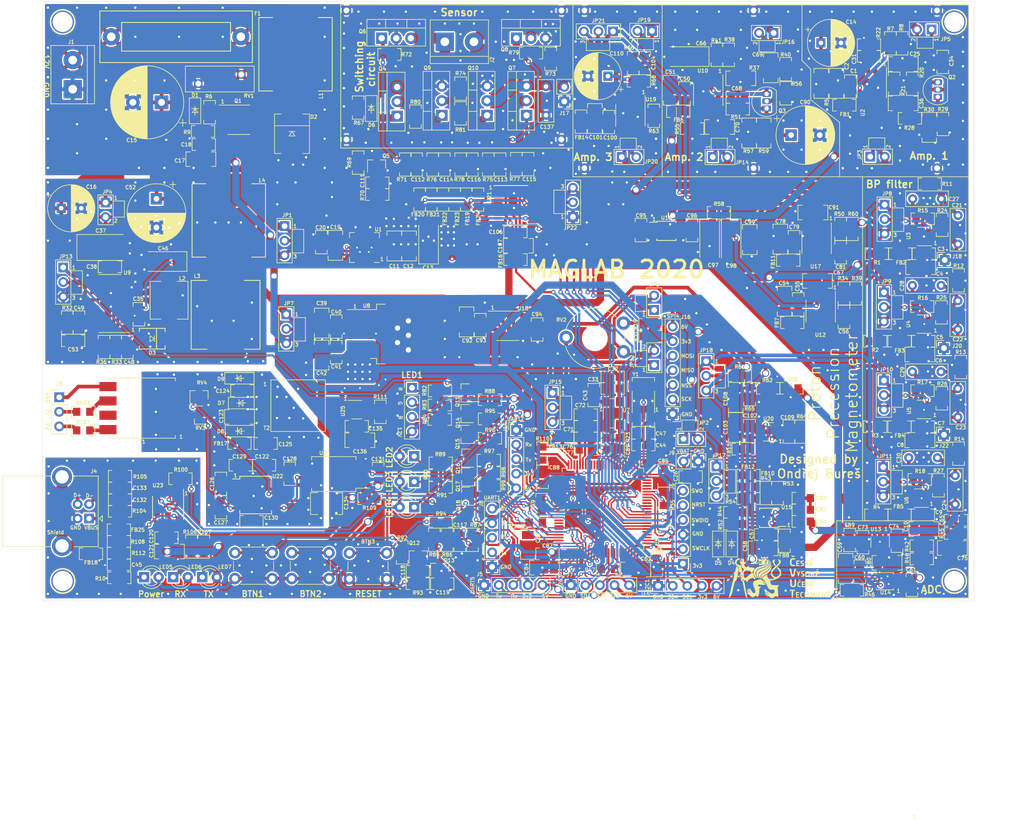
<source format=kicad_pcb>
(kicad_pcb (version 20171130) (host pcbnew "(5.1.4)-1")
  (layers (0 F.Cu signal) (31 B.Cu signal hide) (34 B.Paste user hide) (35 F.Paste user hide) (36 B.SilkS user) (37 F.SilkS user) (38 B.Mask user hide) (39 F.Mask user hide) (44 Edge.Cuts user))
  (net 0 "")
  (net 1 "Net-(BTN1-Pad2)")
  (net 2 +12V)
  (net 3 "Net-(BTN2-Pad2)")
  (net 4 "Net-(BTN3-Pad1)")
  (net 5 GNDA)
  (net 6 "Net-(C1-Pad1)")
  (net 7 "Net-(C3-Pad1)")
  (net 8 "Net-(C5-Pad1)")
  (net 9 "Net-(C7-Pad1)")
  (net 10 "Net-(C10-Pad1)")
  (net 11 +5V)
  (net 12 "Net-(C14-Pad1)")
  (net 13 "Net-(C19-Pad1)")
  (net 14 "Net-(C20-Pad1)")
  (net 15 "Net-(C21-Pad2)")
  (net 16 "Net-(C21-Pad1)")
  (net 17 "Net-(C22-Pad1)")
  (net 18 "Net-(C22-Pad2)")
  (net 19 "Net-(C23-Pad1)")
  (net 20 "Net-(C23-Pad2)")
  (net 21 Amp_Fil_Sig)
  (net 22 "Net-(C24-Pad1)")
  (net 23 "Net-(C25-Pad2)")
  (net 24 "Net-(C25-Pad1)")
  (net 25 VBAT)
  (net 26 "Net-(C27-Pad2)")
  (net 27 "Net-(C28-Pad2)")
  (net 28 "Net-(C29-Pad2)")
  (net 29 "Net-(C30-Pad2)")
  (net 30 "Net-(C31-Pad1)")
  (net 31 +3V3)
  (net 32 "Net-(C34-Pad2)")
  (net 33 "Net-(C34-Pad1)")
  (net 34 "Net-(C35-Pad1)")
  (net 35 "Net-(C36-Pad1)")
  (net 36 "Net-(C36-Pad2)")
  (net 37 "Net-(C37-Pad1)")
  (net 38 "Net-(C39-Pad1)")
  (net 39 "Net-(C43-Pad1)")
  (net 40 "Net-(C44-Pad1)")
  (net 41 "Net-(C47-Pad1)")
  (net 42 "Net-(C48-Pad1)")
  (net 43 "Net-(C49-Pad1)")
  (net 44 "Net-(C50-Pad1)")
  (net 45 +6V)
  (net 46 "Net-(C53-Pad1)")
  (net 47 "Net-(C54-Pad1)")
  (net 48 "Net-(C56-Pad1)")
  (net 49 "Net-(C56-Pad2)")
  (net 50 "Net-(C57-Pad1)")
  (net 51 "Net-(C59-Pad1)")
  (net 52 "Net-(C62-Pad1)")
  (net 53 "Net-(C63-Pad1)")
  (net 54 "Net-(C64-Pad2)")
  (net 55 "Net-(C65-Pad1)")
  (net 56 "Net-(C66-Pad1)")
  (net 57 2.5V_ref_1)
  (net 58 "Net-(C68-Pad2)")
  (net 59 "Net-(C68-Pad1)")
  (net 60 "Net-(C69-Pad2)")
  (net 61 "Net-(C69-Pad1)")
  (net 62 "Net-(C70-Pad1)")
  (net 63 "Net-(C71-Pad1)")
  (net 64 4.096V_ref)
  (net 65 "Net-(C75-Pad2)")
  (net 66 VDDA)
  (net 67 "Net-(C78-Pad1)")
  (net 68 "Net-(C81-Pad2)")
  (net 69 "Net-(C81-Pad1)")
  (net 70 "Net-(C83-Pad2)")
  (net 71 "Net-(C90-Pad1)")
  (net 72 2.5V_ref_2)
  (net 73 3V_ref)
  (net 74 "Net-(C96-Pad1)")
  (net 75 "Net-(C98-Pad1)")
  (net 76 "Net-(C100-Pad1)")
  (net 77 "Net-(C102-Pad1)")
  (net 78 "Net-(C104-Pad2)")
  (net 79 "Net-(C104-Pad1)")
  (net 80 "Net-(C105-Pad1)")
  (net 81 "Net-(C106-Pad1)")
  (net 82 "Net-(C108-Pad2)")
  (net 83 Amp_fil_sig-int_ADC)
  (net 84 "Net-(C110-Pad1)")
  (net 85 "Net-(C111-Pad1)")
  (net 86 "Net-(C112-Pad1)")
  (net 87 "Net-(C113-Pad1)")
  (net 88 "Net-(C114-Pad1)")
  (net 89 "Net-(C115-Pad1)")
  (net 90 "Net-(C116-Pad1)")
  (net 91 NRST)
  (net 92 "Net-(C118-Pad1)")
  (net 93 "Net-(C119-Pad1)")
  (net 94 GNDREF)
  (net 95 3v3_izolated)
  (net 96 "Net-(C123-Pad2)")
  (net 97 "Net-(C126-Pad2)")
  (net 98 "Net-(C126-Pad1)")
  (net 99 "Net-(C127-Pad1)")
  (net 100 "Net-(C127-Pad2)")
  (net 101 "Net-(C129-Pad2)")
  (net 102 "Net-(C130-Pad2)")
  (net 103 "Net-(C132-Pad1)")
  (net 104 "Net-(C133-Pad1)")
  (net 105 "Net-(D1-Pad2)")
  (net 106 "Net-(D2-Pad1)")
  (net 107 "Net-(D3-Pad1)")
  (net 108 ~Comp)
  (net 109 Comp)
  (net 110 "Net-(D6-Pad2)")
  (net 111 "Net-(D8-Pad2)")
  (net 112 "Net-(D9-Pad2)")
  (net 113 "Net-(F1-Pad1)")
  (net 114 "Net-(F1-Pad2)")
  (net 115 "Net-(FB2-Pad2)")
  (net 116 "Net-(FB3-Pad2)")
  (net 117 "Net-(FB4-Pad2)")
  (net 118 "Net-(FB5-Pad2)")
  (net 119 "Net-(FB10-Pad1)")
  (net 120 "Net-(FB10-Pad2)")
  (net 121 "Net-(FB12-Pad2)")
  (net 122 "Net-(FB18-Pad2)")
  (net 123 "Net-(J2-Pad1)")
  (net 124 "Net-(J2-Pad2)")
  (net 125 "Net-(J3-Pad2)")
  (net 126 "Net-(J3-Pad3)")
  (net 127 UART5-TX)
  (net 128 UART5-RX)
  (net 129 SWCLK)
  (net 130 SWDIO)
  (net 131 SWO)
  (net 132 UART7-RX)
  (net 133 UART7-TX)
  (net 134 SPI4-SCK)
  (net 135 SPI4-NSS)
  (net 136 SPI4-MISO)
  (net 137 SPI4-MOSI)
  (net 138 I2C1-SDA)
  (net 139 I2C1-SCL)
  (net 140 I2C3-SDA)
  (net 141 I2C3-SCL)
  (net 142 UART1-RX)
  (net 143 UART1-TX)
  (net 144 Amp_Sig)
  (net 145 Sig)
  (net 146 "Net-(JP12-Pad2)")
  (net 147 "Net-(JP8-Pad2)")
  (net 148 "Net-(JP9-Pad2)")
  (net 149 "Net-(JP10-Pad2)")
  (net 150 "Net-(JP11-Pad2)")
  (net 151 LT1777-SYNC)
  (net 152 "Net-(JP13-Pad2)")
  (net 153 "Net-(JP18-Pad2)")
  (net 154 "Net-(JP21-Pad2)")
  (net 155 "Net-(JP22-Pad2)")
  (net 156 Switches_driver_enable)
  (net 157 "Net-(L2-Pad1)")
  (net 158 "Net-(LED1-Pad1)")
  (net 159 "Net-(LED2-Pad1)")
  (net 160 "Net-(LED3-Pad1)")
  (net 161 "Net-(LED4-Pad1)")
  (net 162 "Net-(LED5-Pad1)")
  (net 163 "Net-(LED6-Pad1)")
  (net 164 "Net-(LED7-Pad1)")
  (net 165 "Net-(Q2-Pad1)")
  (net 166 "Net-(Q3-Pad1)")
  (net 167 "Net-(Q5-Pad3)")
  (net 168 "Net-(Q9-Pad2)")
  (net 169 "Net-(Q11-Pad1)")
  (net 170 "Net-(Q11-Pad3)")
  (net 171 BTN1)
  (net 172 BTN2)
  (net 173 "Net-(Q14-Pad3)")
  (net 174 "Net-(Q14-Pad1)")
  (net 175 "Net-(Q15-Pad1)")
  (net 176 "Net-(Q15-Pad3)")
  (net 177 "Net-(Q16-Pad3)")
  (net 178 "Net-(Q16-Pad1)")
  (net 179 "Net-(Q17-Pad3)")
  (net 180 "Net-(Q17-Pad1)")
  (net 181 "Net-(Q18-Pad1)")
  (net 182 "Net-(Q18-Pad3)")
  (net 183 "Net-(R23-Pad1)")
  (net 184 "Net-(R23-Pad2)")
  (net 185 "Net-(R33-Pad2)")
  (net 186 "Net-(R35-Pad1)")
  (net 187 "Net-(R44-Pad2)")
  (net 188 "Net-(R46-Pad1)")
  (net 189 SPI1-MOSI_ext_ADC)
  (net 190 SPI1-CLK_ext_ADC)
  (net 191 "Net-(R47-Pad1)")
  (net 192 "Net-(R49-Pad1)")
  (net 193 "Net-(R52-Pad2)")
  (net 194 "Net-(R54-Pad1)")
  (net 195 "Net-(R63-Pad1)")
  (net 196 "Net-(R64-Pad1)")
  (net 197 S4)
  (net 198 S5)
  (net 199 S1)
  (net 200 S6)
  (net 201 S2)
  (net 202 S3)
  (net 203 LED1-R)
  (net 204 LED1-G)
  (net 205 LED1-B)
  (net 206 LED2)
  (net 207 LED3)
  (net 208 LED4)
  (net 209 "Net-(R100-Pad2)")
  (net 210 UART3-RX_FT230)
  (net 211 "Net-(R102-Pad2)")
  (net 212 UART3-TX_FT230)
  (net 213 "Net-(R104-Pad1)")
  (net 214 "Net-(R105-Pad1)")
  (net 215 "Net-(R106-Pad1)")
  (net 216 "Net-(R107-Pad1)")
  (net 217 "Net-(R109-Pad1)")
  (net 218 UART2-RX_RS232)
  (net 219 UART2-TX_RS232)
  (net 220 "Net-(R110-Pad1)")
  (net 221 SN6505-SYNC)
  (net 222 "Net-(R111-Pad1)")
  (net 223 "Net-(T2-Pad6)")
  (net 224 "Net-(T2-Pad4)")
  (net 225 SPI1-NSS_MCU)
  (net 226 SN6505-EN)
  (net 227 S1_FET)
  (net 228 "Net-(U22-Pad9)")
  (net 229 "Net-(U22-Pad11)")
  (net 230 "Net-(J3-Pad1)")
  (net 231 "Net-(R101-Pad2)")
  (net 232 "Net-(R103-Pad2)")
  (net 233 "Net-(RV3-Pad1)")
  (net 234 "Net-(RV4-Pad1)")
  (net 235 SPI1-NSS_ext_ADC)
  (net 236 S6_FET)
  (net 237 S5_FET)
  (net 238 S4_FET)
  (net 239 S3_FET)
  (net 240 S2_FET)
  (net 241 "Net-(LED1-Pad2)")
  (net 242 "Net-(LED1-Pad3)")
  (net 243 "Net-(FB19-Pad1)")
  (net 244 "Net-(FB20-Pad1)")
  (net 245 "Net-(FB21-Pad1)")
  (net 246 "Net-(FB22-Pad1)")
  (net 247 "Net-(FB23-Pad1)")
  (net 248 "Net-(FB24-Pad1)")
  (net 249 "Net-(C45-Pad1)")
  (net 250 "Net-(FB25-Pad2)")
  (net 251 "Net-(FB25-Pad1)")
  (net 252 "Net-(JP20-Pad2)")
  (net 253 "Net-(JP6-Pad1)")
  (module Logo:CVUT-small (layer F.Cu) (at 108.014 -201.611)
    (fp_text reference G*** hide)
    (fp_text value LOGO hide)
  )
  (module Mylib_Footprints:TestPoint (layer F.Cu) (at 135 -300.5)
    (fp_text reference J30 hide)
    (fp_text value "Shield pad")
    (pad 1 thru_hole circle (at 0 0) (size 1.7 1.7) (drill 1) (layers *.Cu *.Mask) (net 5 GNDA))
  )
  (module Mylib_Footprints:TestPoint (layer F.Cu) (at 103 -273)
    (fp_text reference J26 hide)
    (fp_text value "Shield pad")
    (pad 1 thru_hole circle (at 0 0) (size 1.7 1.7) (drill 1) (layers *.Cu *.Mask) (net 5 GNDA))
  )
  (module Mylib_Footprints:78253_55JC (layer F.Cu) (at 23.559 -231.583)
    (fp_text reference T2 (at -5.4864 3.9116) (layer F.SilkS) (effects (font (size 0.635 0.635) (thickness 0.127))))
    (fp_text value 78253_55JC)
    (fp_text user 1 (at -5.75 -3.75) (layer F.SilkS) (effects (font (size 0.635 0.635) (thickness 0.127))))
    (pad 2 smd rect (at -5.75 0) (size 1.7 1.1) (layers F.Cu F.Paste F.Mask) (net 94 GNDREF))
    (pad 1 smd rect (at -5.75 -2.54) (size 1.7 1.1) (layers F.Cu F.Paste F.Mask) (net 112 "Net-(D9-Pad2)"))
    (pad 3 smd rect (at -5.75 2.54) (size 1.7 1.1) (layers F.Cu F.Paste F.Mask) (net 111 "Net-(D8-Pad2)"))
    (pad 5 smd rect (at 5.75 0) (size 1.7 1.1) (layers F.Cu F.Paste F.Mask) (net 31 +3V3))
    (pad 6 smd rect (at 5.75 -2.54) (size 1.7 1.1) (layers F.Cu F.Paste F.Mask) (net 223 "Net-(T2-Pad6)"))
    (pad 4 smd rect (at 5.75 2.54) (size 1.7 1.1) (layers F.Cu F.Paste F.Mask) (net 224 "Net-(T2-Pad4)"))
  )
  (module Mylib_Footprints:Jumper-3pin-P2.54+SMD (layer F.Cu) (at 21.209 -262.89)
    (fp_text reference JP1 (at 0.4445 -1.905) (layer F.SilkS) (effects (font (size 0.635 0.635) (thickness 0.127))))
    (fp_text value LDO-5V_supply)
    (fp_text user 3 (at 1.8288 5.2832 180) (layer F.SilkS) (effects (font (size 0.635 0.635) (thickness 0.127))))
    (fp_text user 1 (at 1.8288 0.0127 180) (layer F.SilkS) (effects (font (size 0.635 0.635) (thickness 0.127))))
    (pad 1 smd rect (at 2.3368 1.3162 270) (size 1 1.5) (layers F.Cu F.Mask) (net 45 +6V))
    (pad 2 smd rect (at 2.3368 2.6162 270) (size 1 1.5) (layers F.Cu F.Mask) (net 13 "Net-(C19-Pad1)"))
    (pad 3 smd rect (at 2.3368 3.9162 270) (size 1 1.5) (layers F.Cu F.Mask) (net 2 +12V))
    (pad 3 thru_hole oval (at 0 5.08) (size 1.7 1.7) (drill 1) (layers *.Cu *.Mask) (net 2 +12V))
    (pad 2 thru_hole oval (at 0 2.54) (size 1.7 1.7) (drill 1) (layers *.Cu *.Mask) (net 13 "Net-(C19-Pad1)"))
    (pad 1 thru_hole rect (at 0 0) (size 1.7 1.7) (drill 1) (layers *.Cu *.Mask) (net 45 +6V))
  )
  (module Mylib_Footprints:C1206 (layer F.Cu) (at 40.3479 -259.4356 90)
    (fp_text reference C11 (at -3.5306 0) (layer F.SilkS) (effects (font (size 0.635 0.635) (thickness 0.127))))
    (fp_text value 10u)
    (pad 2 smd rect (at 1.6256 0 90) (size 1.397 2.032) (layers F.Cu F.Paste F.Mask) (net 5 GNDA))
    (pad 1 smd rect (at -1.6256 0 90) (size 1.397 2.032) (layers F.Cu F.Paste F.Mask) (net 11 +5V))
  )
  (module Mylib_Footprints:C1206 (layer F.Cu) (at 42.9133 -259.4356 90)
    (fp_text reference C12 (at -3.5306 -0.127 180) (layer F.SilkS) (effects (font (size 0.635 0.635) (thickness 0.127))))
    (fp_text value 10u)
    (pad 1 smd rect (at -1.6256 0 90) (size 1.397 2.032) (layers F.Cu F.Paste F.Mask) (net 11 +5V))
    (pad 2 smd rect (at 1.6256 0 90) (size 1.397 2.032) (layers F.Cu F.Paste F.Mask) (net 5 GNDA))
  )
  (module Package_DFN_QFN:QFN-20-1EP_5x5mm_P0.65mm_EP3.35x3.35mm (layer F.Cu) (at 35.1409 -259.1562 180)
    (fp_text reference U1 (at -2.413 3.175) (layer F.SilkS) (effects (font (size 0.635 0.635) (thickness 0.127))))
    (fp_text value TPS7A4700)
    (pad 20 smd roundrect (at -1.3 -2.45 180) (size 0.3 0.8) (layers F.Cu F.Paste F.Mask) (net 11 +5V))
    (pad 19 smd roundrect (at -0.65 -2.45 180) (size 0.3 0.8) (layers F.Cu F.Paste F.Mask))
    (pad 18 smd roundrect (at 0 -2.45 180) (size 0.3 0.8) (layers F.Cu F.Paste F.Mask))
    (pad 17 smd roundrect (at 0.65 -2.45 180) (size 0.3 0.8) (layers F.Cu F.Paste F.Mask))
    (pad 16 smd roundrect (at 1.3 -2.45 180) (size 0.3 0.8) (layers F.Cu F.Paste F.Mask) (net 13 "Net-(C19-Pad1)"))
    (pad 15 smd roundrect (at 2.45 -1.3 180) (size 0.8 0.3) (layers F.Cu F.Paste F.Mask) (net 13 "Net-(C19-Pad1)"))
    (pad 14 smd roundrect (at 2.45 -0.65 180) (size 0.8 0.3) (layers F.Cu F.Paste F.Mask) (net 14 "Net-(C20-Pad1)"))
    (pad 13 smd roundrect (at 2.45 0 180) (size 0.8 0.3) (layers F.Cu F.Paste F.Mask) (net 13 "Net-(C19-Pad1)"))
    (pad 12 smd roundrect (at 2.45 0.65 180) (size 0.8 0.3) (layers F.Cu F.Paste F.Mask))
    (pad 11 smd roundrect (at 2.45 1.3 180) (size 0.8 0.3) (layers F.Cu F.Paste F.Mask))
    (pad 10 smd roundrect (at 1.3 2.45 180) (size 0.3 0.8) (layers F.Cu F.Paste F.Mask) (net 5 GNDA))
    (pad 9 smd roundrect (at 0.65 2.45 180) (size 0.3 0.8) (layers F.Cu F.Paste F.Mask))
    (pad 8 smd roundrect (at 0 2.45 180) (size 0.3 0.8) (layers F.Cu F.Paste F.Mask))
    (pad 7 smd roundrect (at -0.65 2.45 180) (size 0.3 0.8) (layers F.Cu F.Paste F.Mask) (net 5 GNDA))
    (pad 6 smd roundrect (at -1.3 2.45 180) (size 0.3 0.8) (layers F.Cu F.Paste F.Mask) (net 5 GNDA))
    (pad 5 smd roundrect (at -2.45 1.3 180) (size 0.8 0.3) (layers F.Cu F.Paste F.Mask))
    (pad 4 smd roundrect (at -2.45 0.65 180) (size 0.8 0.3) (layers F.Cu F.Paste F.Mask))
    (pad 3 smd roundrect (at -2.45 0 180) (size 0.8 0.3) (layers F.Cu F.Paste F.Mask) (net 11 +5V))
    (pad 2 smd roundrect (at -2.45 -0.65 180) (size 0.8 0.3) (layers F.Cu F.Paste F.Mask))
    (pad 1 smd roundrect (at -2.45 -1.3 180) (size 0.8 0.3) (layers F.Cu F.Paste F.Mask) (net 11 +5V))
    (pad 21 smd roundrect (at 0 0 180) (size 3.35 3.35) (layers F.Cu F.Mask) (roundrect_rratio 0.07462656716417911) (net 5 GNDA))
  )
  (module Mylib_Footprints:C0805 (layer F.Cu) (at 27.6225 -260.096 90)
    (fp_text reference C20 (at 2.54 -0.127) (layer F.SilkS) (effects (font (size 0.635 0.635) (thickness 0.127))))
    (fp_text value 1u)
    (pad 2 smd rect (at 1.143 0 90) (size 1.27 1.397) (layers F.Cu F.Paste F.Mask) (net 5 GNDA))
    (pad 1 smd rect (at -1.143 0 90) (size 1.27 1.397) (layers F.Cu F.Paste F.Mask) (net 14 "Net-(C20-Pad1)"))
  )
  (module Mylib_Footprints:C1206 (layer F.Cu) (at 30.0609 -259.5372 90)
    (fp_text reference C19 (at 3.175 0 180) (layer F.SilkS) (effects (font (size 0.635 0.635) (thickness 0.127))))
    (fp_text value 10u)
    (pad 2 smd rect (at 1.6256 0 90) (size 1.397 2.032) (layers F.Cu F.Paste F.Mask) (net 5 GNDA))
    (pad 1 smd rect (at -1.6256 0 90) (size 1.397 2.032) (layers F.Cu F.Paste F.Mask) (net 13 "Net-(C19-Pad1)"))
  )
  (module Capacitor_Tantalum_SMD:CP_EIA-6032-28_Kemet-C (layer F.Cu) (at 46.3169 -260.0452 90)
    (fp_text reference C13 (at -4.3942 -0.0889) (layer F.SilkS) (effects (font (size 0.635 0.635) (thickness 0.127))))
    (fp_text value "100u tantal")
    (pad 2 smd roundrect (at 2.4625 0 90) (size 2.075 2.35) (layers F.Cu F.Paste F.Mask) (roundrect_rratio 0.1204819277108434) (net 5 GNDA))
    (pad 1 smd roundrect (at -2.4625 0 90) (size 2.075 2.35) (layers F.Cu F.Paste F.Mask) (roundrect_rratio 0.1204819277108434) (net 11 +5V))
  )
  (module Mylib_Footprints:R0805 (layer F.Cu) (at 65.024 -211.074 180)
    (fp_text reference R102 (at 3.302 -0.5715) (layer F.SilkS) (effects (font (size 0.635 0.635) (thickness 0.127))))
    (fp_text value 1k)
    (pad 2 smd rect (at 1.143 0.127 180) (size 1.27 1.397) (layers F.Cu F.Paste F.Mask) (net 211 "Net-(R102-Pad2)"))
    (pad 1 smd rect (at -1.143 0.127 180) (size 1.27 1.397) (layers F.Cu F.Paste F.Mask) (net 212 UART3-TX_FT230))
  )
  (module Mylib_Footprints:R0805 (layer F.Cu) (at 87.194 -215.3285 90)
    (fp_text reference R35 (at -1.0795 1.706 90) (layer F.SilkS) (effects (font (size 0.635 0.635) (thickness 0.127))))
    (fp_text value 10k)
    (pad 2 smd rect (at 1.143 0.127 90) (size 1.27 1.397) (layers F.Cu F.Paste F.Mask) (net 5 GNDA))
    (pad 1 smd rect (at -1.143 0.127 90) (size 1.27 1.397) (layers F.Cu F.Paste F.Mask) (net 186 "Net-(R35-Pad1)"))
  )
  (module Package_QFP:LQFP-100_14x14mm_P0.5mm (layer F.Cu) (at 76.7292 -213.5759 270)
    (fp_text reference U11 (at 5.4864 -9.4488 90) (layer F.SilkS) (effects (font (size 0.635 0.635) (thickness 0.127))))
    (fp_text value STM32F767VITx)
    (pad 1 smd roundrect (at -7.675 -6 270) (size 1.6 0.3) (layers F.Cu F.Paste F.Mask) (net 134 SPI4-SCK))
    (pad 2 smd roundrect (at -7.675 -5.5 270) (size 1.6 0.3) (layers F.Cu F.Paste F.Mask))
    (pad 3 smd roundrect (at -7.675 -5 270) (size 1.6 0.3) (layers F.Cu F.Paste F.Mask) (net 135 SPI4-NSS))
    (pad 4 smd roundrect (at -7.675 -4.5 270) (size 1.6 0.3) (layers F.Cu F.Paste F.Mask) (net 136 SPI4-MISO))
    (pad 5 smd roundrect (at -7.675 -4 270) (size 1.6 0.3) (layers F.Cu F.Paste F.Mask) (net 137 SPI4-MOSI))
    (pad 6 smd roundrect (at -7.675 -3.5 270) (size 1.6 0.3) (layers F.Cu F.Paste F.Mask) (net 25 VBAT))
    (pad 7 smd roundrect (at -7.675 -3 270) (size 1.6 0.3) (layers F.Cu F.Paste F.Mask))
    (pad 8 smd roundrect (at -7.675 -2.5 270) (size 1.6 0.3) (layers F.Cu F.Paste F.Mask) (net 40 "Net-(C44-Pad1)"))
    (pad 9 smd roundrect (at -7.675 -2 270) (size 1.6 0.3) (layers F.Cu F.Paste F.Mask) (net 41 "Net-(C47-Pad1)"))
    (pad 10 smd roundrect (at -7.675 -1.5 270) (size 1.6 0.3) (layers F.Cu F.Paste F.Mask) (net 5 GNDA))
    (pad 11 smd roundrect (at -7.675 -1 270) (size 1.6 0.3) (layers F.Cu F.Paste F.Mask) (net 31 +3V3))
    (pad 12 smd roundrect (at -7.675 -0.5 270) (size 1.6 0.3) (layers F.Cu F.Paste F.Mask) (net 184 "Net-(R23-Pad2)"))
    (pad 13 smd roundrect (at -7.675 0 270) (size 1.6 0.3) (layers F.Cu F.Paste F.Mask))
    (pad 14 smd roundrect (at -7.675 0.5 270) (size 1.6 0.3) (layers F.Cu F.Paste F.Mask) (net 91 NRST))
    (pad 15 smd roundrect (at -7.675 1 270) (size 1.6 0.3) (layers F.Cu F.Paste F.Mask))
    (pad 16 smd roundrect (at -7.675 1.5 270) (size 1.6 0.3) (layers F.Cu F.Paste F.Mask))
    (pad 17 smd roundrect (at -7.675 2 270) (size 1.6 0.3) (layers F.Cu F.Paste F.Mask))
    (pad 18 smd roundrect (at -7.675 2.5 270) (size 1.6 0.3) (layers F.Cu F.Paste F.Mask))
    (pad 19 smd roundrect (at -7.675 3 270) (size 1.6 0.3) (layers F.Cu F.Paste F.Mask) (net 5 GNDA))
    (pad 20 smd roundrect (at -7.675 3.5 270) (size 1.6 0.3) (layers F.Cu F.Paste F.Mask) (net 63 "Net-(C71-Pad1)"))
    (pad 21 smd roundrect (at -7.675 4 270) (size 1.6 0.3) (layers F.Cu F.Paste F.Mask) (net 66 VDDA))
    (pad 22 smd roundrect (at -7.675 4.5 270) (size 1.6 0.3) (layers F.Cu F.Paste F.Mask) (net 83 Amp_fil_sig-int_ADC))
    (pad 23 smd roundrect (at -7.675 5 270) (size 1.6 0.3) (layers F.Cu F.Paste F.Mask))
    (pad 24 smd roundrect (at -7.675 5.5 270) (size 1.6 0.3) (layers F.Cu F.Paste F.Mask) (net 219 UART2-TX_RS232))
    (pad 25 smd roundrect (at -7.675 6 270) (size 1.6 0.3) (layers F.Cu F.Paste F.Mask) (net 218 UART2-RX_RS232))
    (pad 26 smd roundrect (at -6 7.675 270) (size 0.3 1.6) (layers F.Cu F.Paste F.Mask) (net 5 GNDA))
    (pad 27 smd roundrect (at -5.5 7.675 270) (size 0.3 1.6) (layers F.Cu F.Paste F.Mask) (net 31 +3V3))
    (pad 28 smd roundrect (at -5 7.675 270) (size 0.3 1.6) (layers F.Cu F.Paste F.Mask) (net 225 SPI1-NSS_MCU))
    (pad 29 smd roundrect (at -4.5 7.675 270) (size 0.3 1.6) (layers F.Cu F.Paste F.Mask) (net 190 SPI1-CLK_ext_ADC))
    (pad 30 smd roundrect (at -4 7.675 270) (size 0.3 1.6) (layers F.Cu F.Paste F.Mask) (net 151 LT1777-SYNC))
    (pad 31 smd roundrect (at -3.5 7.675 270) (size 0.3 1.6) (layers F.Cu F.Paste F.Mask) (net 189 SPI1-MOSI_ext_ADC))
    (pad 32 smd roundrect (at -3 7.675 270) (size 0.3 1.6) (layers F.Cu F.Paste F.Mask))
    (pad 33 smd roundrect (at -2.5 7.675 270) (size 0.3 1.6) (layers F.Cu F.Paste F.Mask))
    (pad 34 smd roundrect (at -2 7.675 270) (size 0.3 1.6) (layers F.Cu F.Paste F.Mask))
    (pad 35 smd roundrect (at -1.5 7.675 270) (size 0.3 1.6) (layers F.Cu F.Paste F.Mask))
    (pad 36 smd roundrect (at -1 7.675 270) (size 0.3 1.6) (layers F.Cu F.Paste F.Mask))
    (pad 37 smd roundrect (at -0.5 7.675 270) (size 0.3 1.6) (layers F.Cu F.Paste F.Mask) (net 132 UART7-RX))
    (pad 38 smd roundrect (at 0 7.675 270) (size 0.3 1.6) (layers F.Cu F.Paste F.Mask) (net 133 UART7-TX))
    (pad 39 smd roundrect (at 0.5 7.675 270) (size 0.3 1.6) (layers F.Cu F.Paste F.Mask) (net 225 SPI1-NSS_MCU))
    (pad 40 smd roundrect (at 1 7.675 270) (size 0.3 1.6) (layers F.Cu F.Paste F.Mask))
    (pad 41 smd roundrect (at 1.5 7.675 270) (size 0.3 1.6) (layers F.Cu F.Paste F.Mask) (net 235 SPI1-NSS_ext_ADC))
    (pad 42 smd roundrect (at 2 7.675 270) (size 0.3 1.6) (layers F.Cu F.Paste F.Mask))
    (pad 43 smd roundrect (at 2.5 7.675 270) (size 0.3 1.6) (layers F.Cu F.Paste F.Mask))
    (pad 44 smd roundrect (at 3 7.675 270) (size 0.3 1.6) (layers F.Cu F.Paste F.Mask))
    (pad 45 smd roundrect (at 3.5 7.675 270) (size 0.3 1.6) (layers F.Cu F.Paste F.Mask))
    (pad 46 smd roundrect (at 4 7.675 270) (size 0.3 1.6) (layers F.Cu F.Paste F.Mask) (net 212 UART3-TX_FT230))
    (pad 47 smd roundrect (at 4.5 7.675 270) (size 0.3 1.6) (layers F.Cu F.Paste F.Mask) (net 210 UART3-RX_FT230))
    (pad 48 smd roundrect (at 5 7.675 270) (size 0.3 1.6) (layers F.Cu F.Paste F.Mask) (net 52 "Net-(C62-Pad1)"))
    (pad 49 smd roundrect (at 5.5 7.675 270) (size 0.3 1.6) (layers F.Cu F.Paste F.Mask) (net 5 GNDA))
    (pad 50 smd roundrect (at 6 7.675 270) (size 0.3 1.6) (layers F.Cu F.Paste F.Mask) (net 31 +3V3))
    (pad 51 smd roundrect (at 7.675 6 270) (size 1.6 0.3) (layers F.Cu F.Paste F.Mask) (net 128 UART5-RX))
    (pad 52 smd roundrect (at 7.675 5.5 270) (size 1.6 0.3) (layers F.Cu F.Paste F.Mask) (net 127 UART5-TX))
    (pad 53 smd roundrect (at 7.675 5 270) (size 1.6 0.3) (layers F.Cu F.Paste F.Mask) (net 143 UART1-TX))
    (pad 54 smd roundrect (at 7.675 4.5 270) (size 1.6 0.3) (layers F.Cu F.Paste F.Mask) (net 142 UART1-RX))
    (pad 55 smd roundrect (at 7.675 4 270) (size 1.6 0.3) (layers F.Cu F.Paste F.Mask) (net 203 LED1-R))
    (pad 56 smd roundrect (at 7.675 3.5 270) (size 1.6 0.3) (layers F.Cu F.Paste F.Mask) (net 204 LED1-G))
    (pad 57 smd roundrect (at 7.675 3 270) (size 1.6 0.3) (layers F.Cu F.Paste F.Mask) (net 205 LED1-B))
    (pad 58 smd roundrect (at 7.675 2.5 270) (size 1.6 0.3) (layers F.Cu F.Paste F.Mask) (net 226 SN6505-EN))
    (pad 59 smd roundrect (at 7.675 2 270) (size 1.6 0.3) (layers F.Cu F.Paste F.Mask) (net 221 SN6505-SYNC))
    (pad 60 smd roundrect (at 7.675 1.5 270) (size 1.6 0.3) (layers F.Cu F.Paste F.Mask) (net 206 LED2))
    (pad 61 smd roundrect (at 7.675 1 270) (size 1.6 0.3) (layers F.Cu F.Paste F.Mask) (net 207 LED3))
    (pad 62 smd roundrect (at 7.675 0.5 270) (size 1.6 0.3) (layers F.Cu F.Paste F.Mask) (net 208 LED4))
    (pad 63 smd roundrect (at 7.675 0 270) (size 1.6 0.3) (layers F.Cu F.Paste F.Mask) (net 190 SPI1-CLK_ext_ADC))
    (pad 64 smd roundrect (at 7.675 -0.5 270) (size 1.6 0.3) (layers F.Cu F.Paste F.Mask) (net 171 BTN1))
    (pad 65 smd roundrect (at 7.675 -1 270) (size 1.6 0.3) (layers F.Cu F.Paste F.Mask) (net 172 BTN2))
    (pad 66 smd roundrect (at 7.675 -1.5 270) (size 1.6 0.3) (layers F.Cu F.Paste F.Mask) (net 140 I2C3-SDA))
    (pad 67 smd roundrect (at 7.675 -2 270) (size 1.6 0.3) (layers F.Cu F.Paste F.Mask) (net 141 I2C3-SCL))
    (pad 68 smd roundrect (at 7.675 -2.5 270) (size 1.6 0.3) (layers F.Cu F.Paste F.Mask))
    (pad 69 smd roundrect (at 7.675 -3 270) (size 1.6 0.3) (layers F.Cu F.Paste F.Mask))
    (pad 70 smd roundrect (at 7.675 -3.5 270) (size 1.6 0.3) (layers F.Cu F.Paste F.Mask))
    (pad 71 smd roundrect (at 7.675 -4 270) (size 1.6 0.3) (layers F.Cu F.Paste F.Mask))
    (pad 72 smd roundrect (at 7.675 -4.5 270) (size 1.6 0.3) (layers F.Cu F.Paste F.Mask) (net 130 SWDIO))
    (pad 73 smd roundrect (at 7.675 -5 270) (size 1.6 0.3) (layers F.Cu F.Paste F.Mask) (net 53 "Net-(C63-Pad1)"))
    (pad 74 smd roundrect (at 7.675 -5.5 270) (size 1.6 0.3) (layers F.Cu F.Paste F.Mask) (net 5 GNDA))
    (pad 75 smd roundrect (at 7.675 -6 270) (size 1.6 0.3) (layers F.Cu F.Paste F.Mask) (net 31 +3V3))
    (pad 76 smd roundrect (at 6 -7.675 270) (size 0.3 1.6) (layers F.Cu F.Paste F.Mask) (net 129 SWCLK))
    (pad 77 smd roundrect (at 5.5 -7.675 270) (size 0.3 1.6) (layers F.Cu F.Paste F.Mask) (net 109 Comp))
    (pad 78 smd roundrect (at 5 -7.675 270) (size 0.3 1.6) (layers F.Cu F.Paste F.Mask))
    (pad 79 smd roundrect (at 4.5 -7.675 270) (size 0.3 1.6) (layers F.Cu F.Paste F.Mask))
    (pad 80 smd roundrect (at 4 -7.675 270) (size 0.3 1.6) (layers F.Cu F.Paste F.Mask))
    (pad 81 smd roundrect (at 3.5 -7.675 270) (size 0.3 1.6) (layers F.Cu F.Paste F.Mask) (net 156 Switches_driver_enable))
    (pad 82 smd roundrect (at 3 -7.675 270) (size 0.3 1.6) (layers F.Cu F.Paste F.Mask) (net 199 S1))
    (pad 83 smd roundrect (at 2.5 -7.675 270) (size 0.3 1.6) (layers F.Cu F.Paste F.Mask) (net 201 S2))
    (pad 84 smd roundrect (at 2 -7.675 270) (size 0.3 1.6) (layers F.Cu F.Paste F.Mask) (net 202 S3))
    (pad 85 smd roundrect (at 1.5 -7.675 270) (size 0.3 1.6) (layers F.Cu F.Paste F.Mask) (net 197 S4))
    (pad 86 smd roundrect (at 1 -7.675 270) (size 0.3 1.6) (layers F.Cu F.Paste F.Mask) (net 198 S5))
    (pad 87 smd roundrect (at 0.5 -7.675 270) (size 0.3 1.6) (layers F.Cu F.Paste F.Mask) (net 200 S6))
    (pad 88 smd roundrect (at 0 -7.675 270) (size 0.3 1.6) (layers F.Cu F.Paste F.Mask))
    (pad 89 smd roundrect (at -0.5 -7.675 270) (size 0.3 1.6) (layers F.Cu F.Paste F.Mask) (net 131 SWO))
    (pad 90 smd roundrect (at -1 -7.675 270) (size 0.3 1.6) (layers F.Cu F.Paste F.Mask))
    (pad 91 smd roundrect (at -1.5 -7.675 270) (size 0.3 1.6) (layers F.Cu F.Paste F.Mask))
    (pad 92 smd roundrect (at -2 -7.675 270) (size 0.3 1.6) (layers F.Cu F.Paste F.Mask) (net 139 I2C1-SCL))
    (pad 93 smd roundrect (at -2.5 -7.675 270) (size 0.3 1.6) (layers F.Cu F.Paste F.Mask) (net 138 I2C1-SDA))
    (pad 94 smd roundrect (at -3 -7.675 270) (size 0.3 1.6) (layers F.Cu F.Paste F.Mask) (net 186 "Net-(R35-Pad1)"))
    (pad 95 smd roundrect (at -3.5 -7.675 270) (size 0.3 1.6) (layers F.Cu F.Paste F.Mask))
    (pad 96 smd roundrect (at -4 -7.675 270) (size 0.3 1.6) (layers F.Cu F.Paste F.Mask))
    (pad 97 smd roundrect (at -4.5 -7.675 270) (size 0.3 1.6) (layers F.Cu F.Paste F.Mask))
    (pad 98 smd roundrect (at -5 -7.675 270) (size 0.3 1.6) (layers F.Cu F.Paste F.Mask))
    (pad 99 smd roundrect (at -5.5 -7.675 270) (size 0.3 1.6) (layers F.Cu F.Paste F.Mask) (net 5 GNDA))
    (pad 100 smd roundrect (at -6 -7.675 270) (size 0.3 1.6) (layers F.Cu F.Paste F.Mask) (net 31 +3V3))
  )
  (module Mylib_Footprints:C0805 (layer F.Cu) (at -4.191 -247.523 270)
    (fp_text reference C35 (at -2.667 0.127 180) (layer F.SilkS) (effects (font (size 0.635 0.635) (thickness 0.127))))
    (fp_text value 100n)
    (pad 1 smd rect (at -1.143 0 270) (size 1.27 1.397) (layers F.Cu F.Paste F.Mask) (net 34 "Net-(C35-Pad1)"))
    (pad 2 smd rect (at 1.143 0 270) (size 1.27 1.397) (layers F.Cu F.Paste F.Mask) (net 5 GNDA))
  )
  (module Capacitor_THT:CP_Radial_D8.0mm_P3.50mm (layer F.Cu) (at -17.75 -266)
    (fp_text reference C16 (at 5.25 -3.75) (layer F.SilkS) (effects (font (size 0.635 0.635) (thickness 0.127))))
    (fp_text value 100u)
    (pad 1 thru_hole rect (at 0 0) (size 1.6 1.6) (drill 0.8) (layers *.Cu *.Mask) (net 2 +12V))
    (pad 2 thru_hole circle (at 3.5 0) (size 1.6 1.6) (drill 0.8) (layers *.Cu *.Mask) (net 5 GNDA))
  )
  (module Mylib_Footprints:R0805 (layer F.Cu) (at 124.206 -242.697 180)
    (fp_text reference R2 (at 0 -1.397) (layer F.SilkS) (effects (font (size 0.635 0.635) (thickness 0.127))))
    (fp_text value 10)
    (pad 1 smd rect (at -1.143 0.127 180) (size 1.27 1.397) (layers F.Cu F.Paste F.Mask) (net 116 "Net-(FB3-Pad2)"))
    (pad 2 smd rect (at 1.143 0.127 180) (size 1.27 1.397) (layers F.Cu F.Paste F.Mask) (net 11 +5V))
  )
  (module Package_SO:SO-8_3.9x4.9mm_P1.27mm (layer F.Cu) (at 81.5213 -282.2194 270)
    (fp_text reference U19 (at -2.7686 -3.5687 180) (layer F.SilkS) (effects (font (size 0.635 0.635) (thickness 0.127))))
    (fp_text value LT1677)
    (pad 8 smd roundrect (at 2.575 -1.905 270) (size 1.75 0.6) (layers F.Cu F.Paste F.Mask))
    (pad 7 smd roundrect (at 2.575 -0.635 270) (size 1.75 0.6) (layers F.Cu F.Paste F.Mask) (net 76 "Net-(C100-Pad1)"))
    (pad 6 smd roundrect (at 2.575 0.635 270) (size 1.75 0.6) (layers F.Cu F.Paste F.Mask) (net 252 "Net-(JP20-Pad2)"))
    (pad 5 smd roundrect (at 2.575 1.905 270) (size 1.75 0.6) (layers F.Cu F.Paste F.Mask))
    (pad 4 smd roundrect (at -2.575 1.905 270) (size 1.75 0.6) (layers F.Cu F.Paste F.Mask) (net 5 GNDA))
    (pad 3 smd roundrect (at -2.575 0.635 270) (size 1.75 0.6) (layers F.Cu F.Paste F.Mask) (net 78 "Net-(C104-Pad2)"))
    (pad 2 smd roundrect (at -2.575 -0.635 270) (size 1.75 0.6) (layers F.Cu F.Paste F.Mask) (net 195 "Net-(R63-Pad1)"))
    (pad 1 smd roundrect (at -2.575 -1.905 270) (size 1.75 0.6) (layers F.Cu F.Paste F.Mask))
  )
  (module Package_TO_SOT_THT:TO-220-3_Vertical (layer F.Cu) (at 63.4111 -282.218 90)
    (fp_text reference Q7 (at 8.255 -2.54 180) (layer F.SilkS) (effects (font (size 0.635 0.635) (thickness 0.127))))
    (fp_text value IRF740)
    (pad 3 thru_hole oval (at 5.08 0 90) (size 1.905 2) (drill 1.1) (layers *.Cu *.Mask) (net 145 Sig))
    (pad 2 thru_hole oval (at 2.54 0 90) (size 1.905 2) (drill 1.1) (layers *.Cu *.Mask) (net 124 "Net-(J2-Pad2)"))
    (pad 1 thru_hole rect (at 0 0 90) (size 1.905 2) (drill 1.1) (layers *.Cu *.Mask) (net 89 "Net-(C115-Pad1)"))
  )
  (module Mylib_Footprints:R0805 (layer F.Cu) (at -13.9065 -227.3935)
    (fp_text reference R101 (at 0 -1.3335) (layer F.SilkS) (effects (font (size 0.635 0.635) (thickness 0.127))))
    (fp_text value 47)
    (pad 2 smd rect (at 1.143 0.127) (size 1.27 1.397) (layers F.Cu F.Paste F.Mask) (net 231 "Net-(R101-Pad2)"))
    (pad 1 smd rect (at -1.143 0.127) (size 1.27 1.397) (layers F.Cu F.Paste F.Mask) (net 126 "Net-(J3-Pad3)"))
  )
  (module Mylib_Footprints:R0805 (layer F.Cu) (at -13.9065 -230.632)
    (fp_text reference R103 (at -0.0635 -1.397) (layer F.SilkS) (effects (font (size 0.635 0.635) (thickness 0.127))))
    (fp_text value 47)
    (pad 1 smd rect (at -1.143 0.127) (size 1.27 1.397) (layers F.Cu F.Paste F.Mask) (net 125 "Net-(J3-Pad2)"))
    (pad 2 smd rect (at 1.143 0.127) (size 1.27 1.397) (layers F.Cu F.Paste F.Mask) (net 232 "Net-(R103-Pad2)"))
  )
  (module Package_TO_SOT_SMD:SOT-23 (layer F.Cu) (at 6.223 -229.9335 180)
    (fp_text reference RV3 (at -0.3175 -2.2225) (layer F.SilkS) (effects (font (size 0.635 0.635) (thickness 0.127))))
    (fp_text value Varistor)
    (pad 3 smd rect (at 1 0 180) (size 0.9 0.8) (layers F.Cu F.Paste F.Mask))
    (pad 2 smd rect (at -1 0.95 180) (size 0.9 0.8) (layers F.Cu F.Paste F.Mask) (net 94 GNDREF))
    (pad 1 smd rect (at -1 -0.95 180) (size 0.9 0.8) (layers F.Cu F.Paste F.Mask) (net 233 "Net-(RV3-Pad1)"))
  )
  (module Package_TO_SOT_SMD:SOT-23 (layer F.Cu) (at 6.2865 -233.426 90)
    (fp_text reference RV4 (at 2.159 0.508 180) (layer F.SilkS) (effects (font (size 0.635 0.635) (thickness 0.127))))
    (fp_text value Varistor)
    (pad 3 smd rect (at 1 0 90) (size 0.9 0.8) (layers F.Cu F.Paste F.Mask))
    (pad 2 smd rect (at -1 0.95 90) (size 0.9 0.8) (layers F.Cu F.Paste F.Mask) (net 94 GNDREF))
    (pad 1 smd rect (at -1 -0.95 90) (size 0.9 0.8) (layers F.Cu F.Paste F.Mask) (net 234 "Net-(RV4-Pad1)"))
  )
  (module Mylib_Footprints:B82792C2 (layer F.Cu) (at -3.5941 -231.1527 180)
    (fp_text reference T1 (at 0 -5.85) (layer F.SilkS) (effects (font (size 0.635 0.635) (thickness 0.127))))
    (fp_text value Filter)
    (fp_text user 1 (at -6.75 -5) (layer F.SilkS) (effects (font (size 0.635 0.635) (thickness 0.127))))
    (pad 5 smd rect (at 6 3.75 180) (size 3 1.6) (layers F.Cu F.Paste F.Mask) (net 230 "Net-(J3-Pad1)"))
    (pad 4 smd rect (at -6 3.75 180) (size 3 1.6) (layers F.Cu F.Paste F.Mask) (net 94 GNDREF))
    (pad 3 smd rect (at -6 1.25 180) (size 3 1.6) (layers F.Cu F.Paste F.Mask) (net 234 "Net-(RV4-Pad1)"))
    (pad 6 smd rect (at 6 1.25 180) (size 3 1.6) (layers F.Cu F.Paste F.Mask) (net 232 "Net-(R103-Pad2)"))
    (pad 7 smd rect (at 6 -1.25 180) (size 3 1.6) (layers F.Cu F.Paste F.Mask))
    (pad 2 smd rect (at -6 -1.25 180) (size 3 1.6) (layers F.Cu F.Paste F.Mask))
    (pad 8 smd rect (at 6 -3.75 180) (size 3 1.6) (layers F.Cu F.Paste F.Mask) (net 231 "Net-(R101-Pad2)"))
    (pad 1 smd rect (at -6 -3.75 180) (size 3 1.6) (layers F.Cu F.Paste F.Mask) (net 233 "Net-(RV3-Pad1)"))
  )
  (module Connector_PinHeader_2.54mm:PinHeader_1x03_P2.54mm_Vertical (layer F.Cu) (at -18.0975 -233.045)
    (fp_text reference J3 (at 0 -2.33) (layer F.SilkS) (effects (font (size 0.635 0.635) (thickness 0.127))))
    (fp_text value RS232)
    (pad 1 thru_hole rect (at 0 0) (size 1.7 1.7) (drill 1) (layers *.Cu *.Mask) (net 230 "Net-(J3-Pad1)"))
    (pad 2 thru_hole oval (at 0 2.54) (size 1.7 1.7) (drill 1) (layers *.Cu *.Mask) (net 125 "Net-(J3-Pad2)"))
    (pad 3 thru_hole oval (at 0 5.08) (size 1.7 1.7) (drill 1) (layers *.Cu *.Mask) (net 126 "Net-(J3-Pad3)"))
  )
  (module Mylib_Footprints:Jumper-3pin-P2.54+SMD (layer F.Cu) (at -17.395 -255.675)
    (fp_text reference JP13 (at 0.4445 -1.905) (layer F.SilkS) (effects (font (size 0.635 0.635) (thickness 0.127))))
    (fp_text value SYNC)
    (fp_text user 1 (at 1.8288 0.0127 180) (layer F.SilkS) (effects (font (size 0.635 0.635) (thickness 0.127))))
    (fp_text user 3 (at 1.8288 5.2832 180) (layer F.SilkS) (effects (font (size 0.635 0.635) (thickness 0.127))))
    (pad 1 thru_hole rect (at 0 0) (size 1.7 1.7) (drill 1) (layers *.Cu *.Mask) (net 151 LT1777-SYNC))
    (pad 2 thru_hole oval (at 0 2.54) (size 1.7 1.7) (drill 1) (layers *.Cu *.Mask) (net 152 "Net-(JP13-Pad2)"))
    (pad 3 thru_hole oval (at 0 5.08) (size 1.7 1.7) (drill 1) (layers *.Cu *.Mask) (net 5 GNDA))
    (pad 3 smd rect (at 2.3368 3.9162 270) (size 1 1.5) (layers F.Cu F.Mask) (net 5 GNDA))
    (pad 2 smd rect (at 2.3368 2.6162 270) (size 1 1.5) (layers F.Cu F.Mask) (net 152 "Net-(JP13-Pad2)"))
    (pad 1 smd rect (at 2.3368 1.3162 270) (size 1 1.5) (layers F.Cu F.Mask) (net 151 LT1777-SYNC))
  )
  (module Button_Switch_THT:SW_PUSH_6mm (layer F.Cu) (at 19.05 -201.422 180)
    (fp_text reference BTN1 (at 3.4036 -2.667) (layer F.SilkS) (effects (font (size 1.016 1.016) (thickness 0.2032))))
    (fp_text value "User btn")
    (pad 2 thru_hole circle (at 0 4.5 270) (size 2 2) (drill 1.1) (layers *.Cu *.Mask) (net 1 "Net-(BTN1-Pad2)"))
    (pad 1 thru_hole circle (at 0 0 270) (size 2 2) (drill 1.1) (layers *.Cu *.Mask) (net 45 +6V))
    (pad 2 thru_hole circle (at 6.5 4.5 270) (size 2 2) (drill 1.1) (layers *.Cu *.Mask) (net 1 "Net-(BTN1-Pad2)"))
    (pad 1 thru_hole circle (at 6.5 0 270) (size 2 2) (drill 1.1) (layers *.Cu *.Mask) (net 45 +6V))
  )
  (module Button_Switch_THT:SW_PUSH_6mm (layer F.Cu) (at 28.956 -201.422 180)
    (fp_text reference BTN2 (at 3.2131 -2.667) (layer F.SilkS) (effects (font (size 1.016 1.016) (thickness 0.2032))))
    (fp_text value "User btn")
    (pad 1 thru_hole circle (at 6.5 0 270) (size 2 2) (drill 1.1) (layers *.Cu *.Mask) (net 45 +6V))
    (pad 2 thru_hole circle (at 6.5 4.5 270) (size 2 2) (drill 1.1) (layers *.Cu *.Mask) (net 3 "Net-(BTN2-Pad2)"))
    (pad 1 thru_hole circle (at 0 0 270) (size 2 2) (drill 1.1) (layers *.Cu *.Mask) (net 45 +6V))
    (pad 2 thru_hole circle (at 0 4.5 270) (size 2 2) (drill 1.1) (layers *.Cu *.Mask) (net 3 "Net-(BTN2-Pad2)"))
  )
  (module Button_Switch_THT:SW_PUSH_6mm (layer F.Cu) (at 32.512 -205.867)
    (fp_text reference BTN3 (at 3.25 -2) (layer F.SilkS) (effects (font (size 0.635 0.635) (thickness 0.127))))
    (fp_text value RESET)
    (pad 2 thru_hole circle (at 0 4.5 90) (size 2 2) (drill 1.1) (layers *.Cu *.Mask) (net 5 GNDA))
    (pad 1 thru_hole circle (at 0 0 90) (size 2 2) (drill 1.1) (layers *.Cu *.Mask) (net 4 "Net-(BTN3-Pad1)"))
    (pad 2 thru_hole circle (at 6.5 4.5 90) (size 2 2) (drill 1.1) (layers *.Cu *.Mask) (net 5 GNDA))
    (pad 1 thru_hole circle (at 6.5 0 90) (size 2 2) (drill 1.1) (layers *.Cu *.Mask) (net 4 "Net-(BTN3-Pad1)"))
  )
  (module Mylib_Footprints:C0805 (layer F.Cu) (at 119.8626 -287.2359 90)
    (fp_text reference C1 (at 2.7305 0.5974 180) (layer F.SilkS) (effects (font (size 0.635 0.635) (thickness 0.127))))
    (fp_text value 100n)
    (pad 2 smd rect (at 1.143 0 90) (size 1.27 1.397) (layers F.Cu F.Paste F.Mask) (net 5 GNDA))
    (pad 1 smd rect (at -1.143 0 90) (size 1.27 1.397) (layers F.Cu F.Paste F.Mask) (net 6 "Net-(C1-Pad1)"))
  )
  (module Mylib_Footprints:C1206 (layer F.Cu) (at 117.4496 -287.782 90)
    (fp_text reference C2 (at 2.983 1.7907 90) (layer F.SilkS) (effects (font (size 0.635 0.635) (thickness 0.127))))
    (fp_text value 10u)
    (pad 2 smd rect (at 1.6256 0 90) (size 1.397 2.032) (layers F.Cu F.Paste F.Mask) (net 5 GNDA))
    (pad 1 smd rect (at -1.6256 0 90) (size 1.397 2.032) (layers F.Cu F.Paste F.Mask) (net 6 "Net-(C1-Pad1)"))
  )
  (module Mylib_Footprints:C0805 (layer F.Cu) (at 132.6896 -258.0767)
    (fp_text reference C3 (at 3.0104 -0.8113) (layer F.SilkS) (effects (font (size 0.635 0.635) (thickness 0.127))))
    (fp_text value 100n)
    (pad 1 smd rect (at -1.143 0) (size 1.27 1.397) (layers F.Cu F.Paste F.Mask) (net 7 "Net-(C3-Pad1)"))
    (pad 2 smd rect (at 1.143 0) (size 1.27 1.397) (layers F.Cu F.Paste F.Mask) (net 5 GNDA))
  )
  (module Mylib_Footprints:C1206 (layer F.Cu) (at 132.144 -255.713)
    (fp_text reference C4 (at 3.302 1.143) (layer F.SilkS) (effects (font (size 0.635 0.635) (thickness 0.127))))
    (fp_text value 10u)
    (pad 1 smd rect (at -1.6256 0) (size 1.397 2.032) (layers F.Cu F.Paste F.Mask) (net 7 "Net-(C3-Pad1)"))
    (pad 2 smd rect (at 1.6256 0) (size 1.397 2.032) (layers F.Cu F.Paste F.Mask) (net 5 GNDA))
  )
  (module Mylib_Footprints:C0805 (layer F.Cu) (at 132.588 -242.824)
    (fp_text reference C5 (at 2.8575 -0.6985) (layer F.SilkS) (effects (font (size 0.635 0.635) (thickness 0.127))))
    (fp_text value 100n)
    (pad 2 smd rect (at 1.143 0) (size 1.27 1.397) (layers F.Cu F.Paste F.Mask) (net 5 GNDA))
    (pad 1 smd rect (at -1.143 0) (size 1.27 1.397) (layers F.Cu F.Paste F.Mask) (net 8 "Net-(C5-Pad1)"))
  )
  (module Mylib_Footprints:C1206 (layer F.Cu) (at 132 -240.4999)
    (fp_text reference C6 (at 3.302 1.0429) (layer F.SilkS) (effects (font (size 0.635 0.635) (thickness 0.127))))
    (fp_text value 10u)
    (pad 2 smd rect (at 1.6256 0) (size 1.397 2.032) (layers F.Cu F.Paste F.Mask) (net 5 GNDA))
    (pad 1 smd rect (at -1.6256 0) (size 1.397 2.032) (layers F.Cu F.Paste F.Mask) (net 8 "Net-(C5-Pad1)"))
  )
  (module Mylib_Footprints:C0805 (layer F.Cu) (at 132.5245 -227.9015)
    (fp_text reference C7 (at 3.1755 -0.5985) (layer F.SilkS) (effects (font (size 0.635 0.635) (thickness 0.127))))
    (fp_text value 100n)
    (pad 1 smd rect (at -1.143 0) (size 1.27 1.397) (layers F.Cu F.Paste F.Mask) (net 9 "Net-(C7-Pad1)"))
    (pad 2 smd rect (at 1.143 0) (size 1.27 1.397) (layers F.Cu F.Paste F.Mask) (net 5 GNDA))
  )
  (module Mylib_Footprints:C1206 (layer F.Cu) (at 132 -225.5139)
    (fp_text reference C8 (at -3.412 0.7889) (layer F.SilkS) (effects (font (size 0.635 0.635) (thickness 0.127))))
    (fp_text value 10u)
    (pad 2 smd rect (at 1.6256 0) (size 1.397 2.032) (layers F.Cu F.Paste F.Mask) (net 5 GNDA))
    (pad 1 smd rect (at -1.6256 0) (size 1.397 2.032) (layers F.Cu F.Paste F.Mask) (net 9 "Net-(C7-Pad1)"))
  )
  (module Mylib_Footprints:C0805 (layer F.Cu) (at 132.5245 -212.5345)
    (fp_text reference C9 (at 2.794 -0.4445) (layer F.SilkS) (effects (font (size 0.635 0.635) (thickness 0.127))))
    (fp_text value 100n)
    (pad 2 smd rect (at 1.143 0) (size 1.27 1.397) (layers F.Cu F.Paste F.Mask) (net 5 GNDA))
    (pad 1 smd rect (at -1.143 0) (size 1.27 1.397) (layers F.Cu F.Paste F.Mask) (net 10 "Net-(C10-Pad1)"))
  )
  (module Mylib_Footprints:C1206 (layer F.Cu) (at 132.6896 -210.058)
    (fp_text reference C10 (at -3.1115 -0.4445 90) (layer F.SilkS) (effects (font (size 0.635 0.635) (thickness 0.127))))
    (fp_text value 10u)
    (pad 1 smd rect (at -1.6256 0) (size 1.397 2.032) (layers F.Cu F.Paste F.Mask) (net 10 "Net-(C10-Pad1)"))
    (pad 2 smd rect (at 1.6256 0) (size 1.397 2.032) (layers F.Cu F.Paste F.Mask) (net 5 GNDA))
  )
  (module Mylib_Footprints:C1206 (layer F.Cu) (at 6.604 -274.574 180)
    (fp_text reference C17 (at 3.683 -0.254) (layer F.SilkS) (effects (font (size 0.635 0.635) (thickness 0.127))))
    (fp_text value 10u)
    (pad 2 smd rect (at 1.6256 0 180) (size 1.397 2.032) (layers F.Cu F.Paste F.Mask) (net 5 GNDA))
    (pad 1 smd rect (at -1.6256 0 180) (size 1.397 2.032) (layers F.Cu F.Paste F.Mask) (net 2 +12V))
  )
  (module Mylib_Footprints:C0805 (layer F.Cu) (at 7.112 -277.114 180)
    (fp_text reference C18 (at 3.048 0) (layer F.SilkS) (effects (font (size 0.635 0.635) (thickness 0.127))))
    (fp_text value 10n)
    (pad 1 smd rect (at -1.143 0 180) (size 1.27 1.397) (layers F.Cu F.Paste F.Mask) (net 2 +12V))
    (pad 2 smd rect (at 1.143 0 180) (size 1.27 1.397) (layers F.Cu F.Paste F.Mask) (net 5 GNDA))
  )
  (module Mylib_Footprints:C1206 (layer F.Cu) (at 129.0955 -291.1475)
    (fp_text reference C25 (at 2.032 -1.778) (layer F.SilkS) (effects (font (size 0.635 0.635) (thickness 0.127))))
    (fp_text value 10u)
    (pad 1 smd rect (at -1.6256 0) (size 1.397 2.032) (layers F.Cu F.Paste F.Mask) (net 24 "Net-(C25-Pad1)"))
    (pad 2 smd rect (at 1.6256 0) (size 1.397 2.032) (layers F.Cu F.Paste F.Mask) (net 23 "Net-(C25-Pad2)"))
  )
  (module Mylib_Footprints:C0805 (layer F.Cu) (at 92.0242 -219.202)
    (fp_text reference C26 (at -2.6035 -0.0762 270) (layer F.SilkS) (effects (font (size 0.635 0.635) (thickness 0.127))))
    (fp_text value 100n)
    (pad 1 smd rect (at -1.143 0) (size 1.27 1.397) (layers F.Cu F.Paste F.Mask) (net 25 VBAT))
    (pad 2 smd rect (at 1.143 0) (size 1.27 1.397) (layers F.Cu F.Paste F.Mask) (net 5 GNDA))
  )
  (module Mylib_Footprints:C0805 (layer F.Cu) (at 123.1265 -292.5064 180)
    (fp_text reference C31 (at 2.5908 -0.4714 270) (layer F.SilkS) (effects (font (size 0.635 0.635) (thickness 0.127))))
    (fp_text value 100n)
    (pad 1 smd rect (at -1.143 0 180) (size 1.27 1.397) (layers F.Cu F.Paste F.Mask) (net 30 "Net-(C31-Pad1)"))
    (pad 2 smd rect (at 1.143 0 180) (size 1.27 1.397) (layers F.Cu F.Paste F.Mask) (net 5 GNDA))
  )
  (module Mylib_Footprints:C0805 (layer F.Cu) (at 78.431 -236.601 180)
    (fp_text reference C32 (at -0.055 1.397 180) (layer F.SilkS) (effects (font (size 0.635 0.635) (thickness 0.127))))
    (fp_text value 1u)
    (pad 1 smd rect (at -1.143 0 180) (size 1.27 1.397) (layers F.Cu F.Paste F.Mask) (net 31 +3V3))
    (pad 2 smd rect (at 1.143 0 180) (size 1.27 1.397) (layers F.Cu F.Paste F.Mask) (net 5 GNDA))
  )
  (module Mylib_Footprints:C0805 (layer F.Cu) (at 78.431 -234.569 180)
    (fp_text reference C33 (at 3.4375 1.5875 180) (layer F.SilkS) (effects (font (size 0.635 0.635) (thickness 0.127))))
    (fp_text value 100n)
    (pad 2 smd rect (at 1.143 0 180) (size 1.27 1.397) (layers F.Cu F.Paste F.Mask) (net 5 GNDA))
    (pad 1 smd rect (at -1.143 0 180) (size 1.27 1.397) (layers F.Cu F.Paste F.Mask) (net 31 +3V3))
  )
  (module Mylib_Footprints:C0805 (layer F.Cu) (at 136 -291.5285 90)
    (fp_text reference C34 (at 0.1524 1.524 270) (layer F.SilkS) (effects (font (size 0.635 0.635) (thickness 0.127))))
    (fp_text value 100n)
    (pad 1 smd rect (at -1.143 0 90) (size 1.27 1.397) (layers F.Cu F.Paste F.Mask) (net 33 "Net-(C34-Pad1)"))
    (pad 2 smd rect (at 1.143 0 90) (size 1.27 1.397) (layers F.Cu F.Paste F.Mask) (net 32 "Net-(C34-Pad2)"))
  )
  (module Mylib_Footprints:C1206 (layer F.Cu) (at 129.0955 -284.2895)
    (fp_text reference C36 (at 3.1755 0.0015 90) (layer F.SilkS) (effects (font (size 0.635 0.635) (thickness 0.127))))
    (fp_text value 10u)
    (pad 1 smd rect (at -1.6256 0) (size 1.397 2.032) (layers F.Cu F.Paste F.Mask) (net 35 "Net-(C36-Pad1)"))
    (pad 2 smd rect (at 1.6256 0) (size 1.397 2.032) (layers F.Cu F.Paste F.Mask) (net 36 "Net-(C36-Pad2)"))
  )
  (module Capacitor_Tantalum_SMD:CP_EIA-7343-20_Kemet-V (layer F.Cu) (at -10.6005 -259.1675)
    (fp_text reference C37 (at -0.254 -2.921) (layer F.SilkS) (effects (font (size 0.635 0.635) (thickness 0.127))))
    (fp_text value "100u tantal")
    (pad 2 smd roundrect (at 3.1125 0) (size 2.075 2.55) (layers F.Cu F.Paste F.Mask) (roundrect_rratio 0.1204819277108434) (net 5 GNDA))
    (pad 1 smd roundrect (at -3.1125 0) (size 2.075 2.55) (layers F.Cu F.Paste F.Mask) (roundrect_rratio 0.1204819277108434) (net 37 "Net-(C37-Pad1)"))
  )
  (module Mylib_Footprints:C0805 (layer F.Cu) (at -9.267 -255.802)
    (fp_text reference C38 (at -3.175 0) (layer F.SilkS) (effects (font (size 0.635 0.635) (thickness 0.127))))
    (fp_text value 100n)
    (pad 2 smd rect (at 1.143 0) (size 1.27 1.397) (layers F.Cu F.Paste F.Mask) (net 5 GNDA))
    (pad 1 smd rect (at -1.143 0) (size 1.27 1.397) (layers F.Cu F.Paste F.Mask) (net 37 "Net-(C37-Pad1)"))
  )
  (module Mylib_Footprints:C1206 (layer F.Cu) (at 27.6733 -245.9736 270)
    (fp_text reference C39 (at -3.4544 0 180) (layer F.SilkS) (effects (font (size 0.635 0.635) (thickness 0.127))))
    (fp_text value 10u)
    (pad 1 smd rect (at -1.6256 0 270) (size 1.397 2.032) (layers F.Cu F.Paste F.Mask) (net 38 "Net-(C39-Pad1)"))
    (pad 2 smd rect (at 1.6256 0 270) (size 1.397 2.032) (layers F.Cu F.Paste F.Mask) (net 5 GNDA))
  )
  (module Mylib_Footprints:C0805 (layer F.Cu) (at 30.2133 -245.364 270)
    (fp_text reference C40 (at -2.54 0 180) (layer F.SilkS) (effects (font (size 0.635 0.635) (thickness 0.127))))
    (fp_text value 100n)
    (pad 2 smd rect (at 1.143 0 270) (size 1.27 1.397) (layers F.Cu F.Paste F.Mask) (net 5 GNDA))
    (pad 1 smd rect (at -1.143 0 270) (size 1.27 1.397) (layers F.Cu F.Paste F.Mask) (net 38 "Net-(C39-Pad1)"))
  )
  (module Mylib_Footprints:C0805 (layer F.Cu) (at 30.2133 -240.919 90)
    (fp_text reference C41 (at -2.54 0 180) (layer F.SilkS) (effects (font (size 0.635 0.635) (thickness 0.127))))
    (fp_text value 100n)
    (pad 2 smd rect (at 1.143 0 90) (size 1.27 1.397) (layers F.Cu F.Paste F.Mask) (net 5 GNDA))
    (pad 1 smd rect (at -1.143 0 90) (size 1.27 1.397) (layers F.Cu F.Paste F.Mask) (net 31 +3V3))
  )
  (module Mylib_Footprints:C1206 (layer F.Cu) (at 27.6733 -240.3856 90)
    (fp_text reference C42 (at -3.1496 0 180) (layer F.SilkS) (effects (font (size 0.635 0.635) (thickness 0.127))))
    (fp_text value 10u)
    (pad 2 smd rect (at 1.6256 0 90) (size 1.397 2.032) (layers F.Cu F.Paste F.Mask) (net 5 GNDA))
    (pad 1 smd rect (at -1.6256 0 90) (size 1.397 2.032) (layers F.Cu F.Paste F.Mask) (net 31 +3V3))
  )
  (module Mylib_Footprints:C0805 (layer F.Cu) (at 75.129 -233.426 90)
    (fp_text reference C43 (at -0.0508 -1.469 90) (layer F.SilkS) (effects (font (size 0.635 0.635) (thickness 0.127))))
    (fp_text value 100n)
    (pad 2 smd rect (at 1.143 0 90) (size 1.27 1.397) (layers F.Cu F.Paste F.Mask) (net 5 GNDA))
    (pad 1 smd rect (at -1.143 0 90) (size 1.27 1.397) (layers F.Cu F.Paste F.Mask) (net 39 "Net-(C43-Pad1)"))
  )
  (module Mylib_Footprints:C0805 (layer F.Cu) (at 83.7819 -224.7265)
    (fp_text reference C44 (at 3.048 0.0635 180) (layer F.SilkS) (effects (font (size 0.635 0.635) (thickness 0.127))))
    (fp_text value 4.3p)
    (pad 1 smd rect (at -1.143 0) (size 1.27 1.397) (layers F.Cu F.Paste F.Mask) (net 40 "Net-(C44-Pad1)"))
    (pad 2 smd rect (at 1.143 0) (size 1.27 1.397) (layers F.Cu F.Paste F.Mask) (net 5 GNDA))
  )
  (module Capacitor_Tantalum_SMD:CP_EIA-6032-28_Kemet-C (layer F.Cu) (at 0.4064 -256.7178 180)
    (fp_text reference C46 (at 0.381 2.286) (layer F.SilkS) (effects (font (size 0.635 0.635) (thickness 0.127))))
    (fp_text value "100u tantal")
    (pad 1 smd roundrect (at -2.4625 0 180) (size 2.075 2.35) (layers F.Cu F.Paste F.Mask) (roundrect_rratio 0.1204819277108434) (net 34 "Net-(C35-Pad1)"))
    (pad 2 smd roundrect (at 2.4625 0 180) (size 2.075 2.35) (layers F.Cu F.Paste F.Mask) (roundrect_rratio 0.1204819277108434) (net 5 GNDA))
  )
  (module Mylib_Footprints:C0805 (layer F.Cu) (at 83.7819 -226.7585)
    (fp_text reference C47 (at 3.048 0.0635 180) (layer F.SilkS) (effects (font (size 0.635 0.635) (thickness 0.127))))
    (fp_text value 4.3p)
    (pad 2 smd rect (at 1.143 0) (size 1.27 1.397) (layers F.Cu F.Paste F.Mask) (net 5 GNDA))
    (pad 1 smd rect (at -1.143 0) (size 1.27 1.397) (layers F.Cu F.Paste F.Mask) (net 41 "Net-(C47-Pad1)"))
  )
  (module Mylib_Footprints:C0805 (layer F.Cu) (at -6.223 -241.808 270)
    (fp_text reference C48 (at 2.605 -0.318 180) (layer F.SilkS) (effects (font (size 0.635 0.635) (thickness 0.127))))
    (fp_text value 100p)
    (pad 2 smd rect (at 1.143 0 270) (size 1.27 1.397) (layers F.Cu F.Paste F.Mask) (net 5 GNDA))
    (pad 1 smd rect (at -1.143 0 270) (size 1.27 1.397) (layers F.Cu F.Paste F.Mask) (net 42 "Net-(C48-Pad1)"))
  )
  (module Mylib_Footprints:C0805 (layer F.Cu) (at -14.6518 -246.0738 270)
    (fp_text reference C49 (at -2.54 0 180) (layer F.SilkS) (effects (font (size 0.635 0.635) (thickness 0.127))))
    (fp_text value 100p)
    (pad 1 smd rect (at -1.143 0 270) (size 1.27 1.397) (layers F.Cu F.Paste F.Mask) (net 43 "Net-(C49-Pad1)"))
    (pad 2 smd rect (at 1.143 0 270) (size 1.27 1.397) (layers F.Cu F.Paste F.Mask) (net 5 GNDA))
  )
  (module Mylib_Footprints:C0805 (layer F.Cu) (at 90.9574 -286.0421 90)
    (fp_text reference C50 (at 2.54 0.0635) (layer F.SilkS) (effects (font (size 0.635 0.635) (thickness 0.127))))
    (fp_text value 100n)
    (pad 1 smd rect (at -1.143 0 90) (size 1.27 1.397) (layers F.Cu F.Paste F.Mask) (net 44 "Net-(C50-Pad1)"))
    (pad 2 smd rect (at 1.143 0 90) (size 1.27 1.397) (layers F.Cu F.Paste F.Mask) (net 5 GNDA))
  )
  (module Mylib_Footprints:C1206 (layer F.Cu) (at 88.5444 -286.5882 90)
    (fp_text reference C51 (at 3.2004 -0.0635 180) (layer F.SilkS) (effects (font (size 0.635 0.635) (thickness 0.127))))
    (fp_text value 10u)
    (pad 1 smd rect (at -1.6256 0 90) (size 1.397 2.032) (layers F.Cu F.Paste F.Mask) (net 44 "Net-(C50-Pad1)"))
    (pad 2 smd rect (at 1.6256 0 90) (size 1.397 2.032) (layers F.Cu F.Paste F.Mask) (net 5 GNDA))
  )
  (module Mylib_Footprints:C0805 (layer F.Cu) (at -15.6678 -242.8988)
    (fp_text reference C53 (at 0 1.524) (layer F.SilkS) (effects (font (size 0.635 0.635) (thickness 0.127))))
    (fp_text value 2200p)
    (pad 2 smd rect (at 1.143 0) (size 1.27 1.397) (layers F.Cu F.Paste F.Mask) (net 5 GNDA))
    (pad 1 smd rect (at -1.143 0) (size 1.27 1.397) (layers F.Cu F.Paste F.Mask) (net 46 "Net-(C53-Pad1)"))
  )
  (module Mylib_Footprints:C1206 (layer F.Cu) (at 108.4006 -249.7944 90)
    (fp_text reference C54 (at 3.1496 -0.1016 180) (layer F.SilkS) (effects (font (size 0.635 0.635) (thickness 0.127))))
    (fp_text value 10u)
    (pad 1 smd rect (at -1.6256 0 90) (size 1.397 2.032) (layers F.Cu F.Paste F.Mask) (net 47 "Net-(C54-Pad1)"))
    (pad 2 smd rect (at 1.6256 0 90) (size 1.397 2.032) (layers F.Cu F.Paste F.Mask) (net 5 GNDA))
  )
  (module Mylib_Footprints:C0805 (layer F.Cu) (at 110.7882 -249.2356 90)
    (fp_text reference C55 (at 3.175 -0.127 90) (layer F.SilkS) (effects (font (size 0.635 0.635) (thickness 0.127))))
    (fp_text value 100n)
    (pad 1 smd rect (at -1.143 0 90) (size 1.27 1.397) (layers F.Cu F.Paste F.Mask) (net 47 "Net-(C54-Pad1)"))
    (pad 2 smd rect (at 1.143 0 90) (size 1.27 1.397) (layers F.Cu F.Paste F.Mask) (net 5 GNDA))
  )
  (module Mylib_Footprints:C0805 (layer F.Cu) (at 118.7638 -247.0639 90)
    (fp_text reference C56 (at -2.5654 -0.0508 180) (layer F.SilkS) (effects (font (size 0.635 0.635) (thickness 0.127))))
    (fp_text value 1u)
    (pad 2 smd rect (at 1.143 0 90) (size 1.27 1.397) (layers F.Cu F.Paste F.Mask) (net 49 "Net-(C56-Pad2)"))
    (pad 1 smd rect (at -1.143 0 90) (size 1.27 1.397) (layers F.Cu F.Paste F.Mask) (net 48 "Net-(C56-Pad1)"))
  )
  (module Mylib_Footprints:C0805 (layer F.Cu) (at 105.2125 -209.0975 180)
    (fp_text reference C57 (at 2.533 0.135 90) (layer F.SilkS) (effects (font (size 0.635 0.635) (thickness 0.127))))
    (fp_text value 100n)
    (pad 1 smd rect (at -1.143 0 180) (size 1.27 1.397) (layers F.Cu F.Paste F.Mask) (net 50 "Net-(C57-Pad1)"))
    (pad 2 smd rect (at 1.143 0 180) (size 1.27 1.397) (layers F.Cu F.Paste F.Mask) (net 5 GNDA))
  )
  (module Mylib_Footprints:C1206 (layer F.Cu) (at 104.6664 -206.6845 180)
    (fp_text reference C58 (at 3.1299 0.389 90) (layer F.SilkS) (effects (font (size 0.635 0.635) (thickness 0.127))))
    (fp_text value 10u)
    (pad 2 smd rect (at 1.6256 0 180) (size 1.397 2.032) (layers F.Cu F.Paste F.Mask) (net 5 GNDA))
    (pad 1 smd rect (at -1.6256 0 180) (size 1.397 2.032) (layers F.Cu F.Paste F.Mask) (net 50 "Net-(C57-Pad1)"))
  )
  (module Mylib_Footprints:C1206 (layer F.Cu) (at 119.0625 -203.2 270)
    (fp_text reference C59 (at -3.683 1.016 270) (layer F.SilkS) (effects (font (size 0.635 0.635) (thickness 0.127))))
    (fp_text value 10u)
    (pad 1 smd rect (at -1.6256 0 270) (size 1.397 2.032) (layers F.Cu F.Paste F.Mask) (net 51 "Net-(C59-Pad1)"))
    (pad 2 smd rect (at 1.6256 0 270) (size 1.397 2.032) (layers F.Cu F.Paste F.Mask) (net 5 GNDA))
  )
  (module Mylib_Footprints:C0805 (layer F.Cu) (at 121.539 -202.6205 270)
    (fp_text reference C60 (at -2.4845 0.0621 180) (layer F.SilkS) (effects (font (size 0.635 0.635) (thickness 0.127))))
    (fp_text value 100n)
    (pad 2 smd rect (at 1.143 0 270) (size 1.27 1.397) (layers F.Cu F.Paste F.Mask) (net 5 GNDA))
    (pad 1 smd rect (at -1.143 0 270) (size 1.27 1.397) (layers F.Cu F.Paste F.Mask) (net 51 "Net-(C59-Pad1)"))
  )
  (module Mylib_Footprints:C0805 (layer F.Cu) (at 130.6195 -200.3425 270)
    (fp_text reference C61 (at -2.6035 0.127 180) (layer F.SilkS) (effects (font (size 0.635 0.635) (thickness 0.127))))
    (fp_text value 100n)
    (pad 2 smd rect (at 1.143 0 270) (size 1.27 1.397) (layers F.Cu F.Paste F.Mask) (net 5 GNDA))
    (pad 1 smd rect (at -1.143 0 270) (size 1.27 1.397) (layers F.Cu F.Paste F.Mask) (net 31 +3V3))
  )
  (module Mylib_Footprints:C1206 (layer F.Cu) (at 63.627 -207.391 270)
    (fp_text reference C62 (at -1.143 -1.778 90) (layer F.SilkS) (effects (font (size 0.635 0.635) (thickness 0.127))))
    (fp_text value 2.2u)
    (pad 1 smd rect (at -1.6256 0 270) (size 1.397 2.032) (layers F.Cu F.Paste F.Mask) (net 52 "Net-(C62-Pad1)"))
    (pad 2 smd rect (at 1.6256 0 270) (size 1.397 2.032) (layers F.Cu F.Paste F.Mask) (net 5 GNDA))
  )
  (module Mylib_Footprints:C1206 (layer F.Cu) (at 82.423 -203.0095)
    (fp_text reference C63 (at 1.778 -1.8415 180) (layer F.SilkS) (effects (font (size 0.635 0.635) (thickness 0.127))))
    (fp_text value 2.2u)
    (pad 2 smd rect (at 1.6256 0) (size 1.397 2.032) (layers F.Cu F.Paste F.Mask) (net 5 GNDA))
    (pad 1 smd rect (at -1.6256 0) (size 1.397 2.032) (layers F.Cu F.Paste F.Mask) (net 53 "Net-(C63-Pad1)"))
  )
  (module Mylib_Footprints:C0805 (layer F.Cu) (at 111.753 -211.3835 180)
    (fp_text reference C64 (at -3.1185 -0.0555 180) (layer F.SilkS) (effects (font (size 0.635 0.635) (thickness 0.127))))
    (fp_text value 470n)
    (pad 2 smd rect (at 1.143 0 180) (size 1.27 1.397) (layers F.Cu F.Paste F.Mask) (net 54 "Net-(C64-Pad2)"))
    (pad 1 smd rect (at -1.143 0 180) (size 1.27 1.397) (layers F.Cu F.Paste F.Mask) (net 21 Amp_Fil_Sig))
  )
  (module Mylib_Footprints:C0805 (layer F.Cu) (at 138.303 -211.582 180)
    (fp_text reference C65 (at 2.4765 0 270) (layer F.SilkS) (effects (font (size 0.635 0.635) (thickness 0.127))))
    (fp_text value 100n)
    (pad 1 smd rect (at -1.143 0 180) (size 1.27 1.397) (layers F.Cu F.Paste F.Mask) (net 55 "Net-(C65-Pad1)"))
    (pad 2 smd rect (at 1.143 0 180) (size 1.27 1.397) (layers F.Cu F.Paste F.Mask) (net 21 Amp_Fil_Sig))
  )
  (module Capacitor_Tantalum_SMD:CP_EIA-6032-28_Kemet-C (layer F.Cu) (at 91.4654 -292.4556 180)
    (fp_text reference C66 (at -2.3876 2.3114) (layer F.SilkS) (effects (font (size 0.635 0.635) (thickness 0.127))))
    (fp_text value 47u)
    (pad 1 smd roundrect (at -2.4625 0 180) (size 2.075 2.35) (layers F.Cu F.Paste F.Mask) (roundrect_rratio 0.1204819277108434) (net 56 "Net-(C66-Pad1)"))
    (pad 2 smd roundrect (at 2.4625 0 180) (size 2.075 2.35) (layers F.Cu F.Paste F.Mask) (roundrect_rratio 0.1204819277108434) (net 5 GNDA))
  )
  (module Mylib_Footprints:C1206 (layer F.Cu) (at 114.141 -253.325 180)
    (fp_text reference C67 (at -3.683 1.4605) (layer F.SilkS) (effects (font (size 0.635 0.635) (thickness 0.127))))
    (fp_text value 10u)
    (pad 2 smd rect (at 1.6256 0 180) (size 1.397 2.032) (layers F.Cu F.Paste F.Mask) (net 5 GNDA))
    (pad 1 smd rect (at -1.6256 0 180) (size 1.397 2.032) (layers F.Cu F.Paste F.Mask) (net 57 2.5V_ref_1))
  )
  (module Mylib_Footprints:C0805 (layer F.Cu) (at 100.2411 -285.3563)
    (fp_text reference C68 (at -0.1651 -1.5367 180) (layer F.SilkS) (effects (font (size 0.635 0.635) (thickness 0.127))))
    (fp_text value 10p)
    (pad 1 smd rect (at -1.143 0) (size 1.27 1.397) (layers F.Cu F.Paste F.Mask) (net 59 "Net-(C68-Pad1)"))
    (pad 2 smd rect (at 1.143 0) (size 1.27 1.397) (layers F.Cu F.Paste F.Mask) (net 58 "Net-(C68-Pad2)"))
  )
  (module Mylib_Footprints:C1206 (layer F.Cu) (at 106 -290.5 90)
    (fp_text reference C69 (at 2.3114 -2.2987 180) (layer F.SilkS) (effects (font (size 0.635 0.635) (thickness 0.127))))
    (fp_text value 10u)
    (pad 2 smd rect (at 1.6256 0 90) (size 1.397 2.032) (layers F.Cu F.Paste F.Mask) (net 60 "Net-(C69-Pad2)"))
    (pad 1 smd rect (at -1.6256 0 90) (size 1.397 2.032) (layers F.Cu F.Paste F.Mask) (net 61 "Net-(C69-Pad1)"))
  )
  (module Mylib_Footprints:C1206 (layer F.Cu) (at 97.0661 -280.1747)
    (fp_text reference C70 (at 3.1496 0.0508 270) (layer F.SilkS) (effects (font (size 0.635 0.635) (thickness 0.127))))
    (fp_text value 22u)
    (pad 2 smd rect (at 1.6256 0) (size 1.397 2.032) (layers F.Cu F.Paste F.Mask) (net 59 "Net-(C68-Pad1)"))
    (pad 1 smd rect (at -1.6256 0) (size 1.397 2.032) (layers F.Cu F.Paste F.Mask) (net 62 "Net-(C70-Pad1)"))
  )
  (module Mylib_Footprints:C0805 (layer F.Cu) (at 73.732 -227.965)
    (fp_text reference C71 (at -2.993 0.508) (layer F.SilkS) (effects (font (size 0.635 0.635) (thickness 0.127))))
    (fp_text value 1u)
    (pad 2 smd rect (at 1.143 0) (size 1.27 1.397) (layers F.Cu F.Paste F.Mask) (net 5 GNDA))
    (pad 1 smd rect (at -1.143 0) (size 1.27 1.397) (layers F.Cu F.Paste F.Mask) (net 63 "Net-(C71-Pad1)"))
  )
  (module Mylib_Footprints:C0805 (layer F.Cu) (at 73.732 -229.997)
    (fp_text reference C72 (at -0.961 -1.651) (layer F.SilkS) (effects (font (size 0.635 0.635) (thickness 0.127))))
    (fp_text value 100n)
    (pad 1 smd rect (at -1.143 0) (size 1.27 1.397) (layers F.Cu F.Paste F.Mask) (net 63 "Net-(C71-Pad1)"))
    (pad 2 smd rect (at 1.143 0) (size 1.27 1.397) (layers F.Cu F.Paste F.Mask) (net 5 GNDA))
  )
  (module Mylib_Footprints:C0805 (layer F.Cu) (at 122.071 -207.764 90)
    (fp_text reference C73 (at 2.5781 -0.0127) (layer F.SilkS) (effects (font (size 0.635 0.635) (thickness 0.127))))
    (fp_text value 100n)
    (pad 1 smd rect (at -1.143 0 90) (size 1.27 1.397) (layers F.Cu F.Paste F.Mask) (net 11 +5V))
    (pad 2 smd rect (at 1.143 0 90) (size 1.27 1.397) (layers F.Cu F.Paste F.Mask) (net 5 GNDA))
  )
  (module Mylib_Footprints:C0805 (layer F.Cu) (at 128.016 -208.026 90)
    (fp_text reference C74 (at 2.4972 -0.5447 180) (layer F.SilkS) (effects (font (size 0.635 0.635) (thickness 0.127))))
    (fp_text value 100n)
    (pad 2 smd rect (at 1.143 0 90) (size 1.27 1.397) (layers F.Cu F.Paste F.Mask) (net 5 GNDA))
    (pad 1 smd rect (at -1.143 0 90) (size 1.27 1.397) (layers F.Cu F.Paste F.Mask) (net 64 4.096V_ref))
  )
  (module Mylib_Footprints:C1206 (layer F.Cu) (at 137.668 -206.756 180)
    (fp_text reference C75 (at -1.778 -1.778) (layer F.SilkS) (effects (font (size 0.635 0.635) (thickness 0.127))))
    (fp_text value 10u)
    (pad 2 smd rect (at 1.6256 0 180) (size 1.397 2.032) (layers F.Cu F.Paste F.Mask) (net 65 "Net-(C75-Pad2)"))
    (pad 1 smd rect (at -1.6256 0 180) (size 1.397 2.032) (layers F.Cu F.Paste F.Mask) (net 5 GNDA))
  )
  (module Mylib_Footprints:C0805 (layer F.Cu) (at 73.732 -225.933)
    (fp_text reference C76 (at -3.12 1.524) (layer F.SilkS) (effects (font (size 0.635 0.635) (thickness 0.127))))
    (fp_text value 1u)
    (pad 2 smd rect (at 1.143 0) (size 1.27 1.397) (layers F.Cu F.Paste F.Mask) (net 5 GNDA))
    (pad 1 smd rect (at -1.143 0) (size 1.27 1.397) (layers F.Cu F.Paste F.Mask) (net 66 VDDA))
  )
  (module Mylib_Footprints:C0805 (layer F.Cu) (at 73.732 -223.901)
    (fp_text reference C77 (at -3.0565 0.508) (layer F.SilkS) (effects (font (size 0.635 0.635) (thickness 0.127))))
    (fp_text value 100n)
    (pad 1 smd rect (at -1.143 0) (size 1.27 1.397) (layers F.Cu F.Paste F.Mask) (net 66 VDDA))
    (pad 2 smd rect (at 1.143 0) (size 1.27 1.397) (layers F.Cu F.Paste F.Mask) (net 5 GNDA))
  )
  (module Mylib_Footprints:C1206 (layer F.Cu) (at 107.664 -260.6148 90)
    (fp_text reference C78 (at 3.0988 0.0381) (layer F.SilkS) (effects (font (size 0.635 0.635) (thickness 0.127))))
    (fp_text value 10u)
    (pad 2 smd rect (at 1.6256 0 90) (size 1.397 2.032) (layers F.Cu F.Paste F.Mask) (net 5 GNDA))
    (pad 1 smd rect (at -1.6256 0 90) (size 1.397 2.032) (layers F.Cu F.Paste F.Mask) (net 67 "Net-(C78-Pad1)"))
  )
  (module Mylib_Footprints:C0805 (layer F.Cu) (at 110.0643 -260.0814 90)
    (fp_text reference C79 (at 2.667 0.0127) (layer F.SilkS) (effects (font (size 0.635 0.635) (thickness 0.127))))
    (fp_text value 100n)
    (pad 1 smd rect (at -1.143 0 90) (size 1.27 1.397) (layers F.Cu F.Paste F.Mask) (net 67 "Net-(C78-Pad1)"))
    (pad 2 smd rect (at 1.143 0 90) (size 1.27 1.397) (layers F.Cu F.Paste F.Mask) (net 5 GNDA))
  )
  (module Mylib_Footprints:C1206 (layer F.Cu) (at 126.2747 -204.1699)
    (fp_text reference C80 (at -3.1369 -0.0254 270) (layer F.SilkS) (effects (font (size 0.635 0.635) (thickness 0.127))))
    (fp_text value 10u)
    (pad 2 smd rect (at 1.6256 0) (size 1.397 2.032) (layers F.Cu F.Paste F.Mask) (net 5 GNDA))
    (pad 1 smd rect (at -1.6256 0) (size 1.397 2.032) (layers F.Cu F.Paste F.Mask) (net 64 4.096V_ref))
  )
  (module Mylib_Footprints:C0805 (layer F.Cu) (at 118.1796 -258.3288 90)
    (fp_text reference C81 (at -2.5908 0.0254) (layer F.SilkS) (effects (font (size 0.635 0.635) (thickness 0.127))))
    (fp_text value 1u)
    (pad 1 smd rect (at -1.143 0 90) (size 1.27 1.397) (layers F.Cu F.Paste F.Mask) (net 69 "Net-(C81-Pad1)"))
    (pad 2 smd rect (at 1.143 0 90) (size 1.27 1.397) (layers F.Cu F.Paste F.Mask) (net 68 "Net-(C81-Pad2)"))
  )
  (module Mylib_Footprints:C0805 (layer F.Cu) (at 111.753 -213.4155 180)
    (fp_text reference C82 (at -3.055 0.0715) (layer F.SilkS) (effects (font (size 0.635 0.635) (thickness 0.127))))
    (fp_text value 100n)
    (pad 1 smd rect (at -1.143 0 180) (size 1.27 1.397) (layers F.Cu F.Paste F.Mask) (net 5 GNDA))
    (pad 2 smd rect (at 1.143 0 180) (size 1.27 1.397) (layers F.Cu F.Paste F.Mask) (net 54 "Net-(C64-Pad2)"))
  )
  (module Mylib_Footprints:C0805 (layer F.Cu) (at 111.753 -215.4475 180)
    (fp_text reference C83 (at -3.055 0) (layer F.SilkS) (effects (font (size 0.635 0.635) (thickness 0.127))))
    (fp_text value 100n)
    (pad 2 smd rect (at 1.143 0 180) (size 1.27 1.397) (layers F.Cu F.Paste F.Mask) (net 70 "Net-(C83-Pad2)"))
    (pad 1 smd rect (at -1.143 0 180) (size 1.27 1.397) (layers F.Cu F.Paste F.Mask) (net 5 GNDA))
  )
  (module Mylib_Footprints:C1206 (layer F.Cu) (at 66.548 -203.327 180)
    (fp_text reference C84 (at 3.175 -0.127 270) (layer F.SilkS) (effects (font (size 0.635 0.635) (thickness 0.127))))
    (fp_text value 10u)
    (pad 2 smd rect (at 1.6256 0 180) (size 1.397 2.032) (layers F.Cu F.Paste F.Mask) (net 5 GNDA))
    (pad 1 smd rect (at -1.6256 0 180) (size 1.397 2.032) (layers F.Cu F.Paste F.Mask) (net 31 +3V3))
  )
  (module Mylib_Footprints:C0805 (layer F.Cu) (at 87.321 -219.3925 270)
    (fp_text reference C85 (at -2.54 0.072 180) (layer F.SilkS) (effects (font (size 0.635 0.635) (thickness 0.127))))
    (fp_text value 100n)
    (pad 2 smd rect (at 1.143 0 270) (size 1.27 1.397) (layers F.Cu F.Paste F.Mask) (net 5 GNDA))
    (pad 1 smd rect (at -1.143 0 270) (size 1.27 1.397) (layers F.Cu F.Paste F.Mask) (net 31 +3V3))
  )
  (module Mylib_Footprints:C0805 (layer F.Cu) (at 86.106 -203.835 270)
    (fp_text reference C86 (at -2.54 -0.127 180) (layer F.SilkS) (effects (font (size 0.635 0.635) (thickness 0.127))))
    (fp_text value 100n)
    (pad 1 smd rect (at -1.143 0 270) (size 1.27 1.397) (layers F.Cu F.Paste F.Mask) (net 31 +3V3))
    (pad 2 smd rect (at 1.143 0 270) (size 1.27 1.397) (layers F.Cu F.Paste F.Mask) (net 5 GNDA))
  )
  (module Mylib_Footprints:C0805 (layer F.Cu) (at 67.056 -205.74 180)
    (fp_text reference C87 (at 0 1.397) (layer F.SilkS) (effects (font (size 0.635 0.635) (thickness 0.127))))
    (fp_text value 100n)
    (pad 2 smd rect (at 1.143 0 180) (size 1.27 1.397) (layers F.Cu F.Paste F.Mask) (net 5 GNDA))
    (pad 1 smd rect (at -1.143 0 180) (size 1.27 1.397) (layers F.Cu F.Paste F.Mask) (net 31 +3V3))
  )
  (module Mylib_Footprints:C0805 (layer F.Cu) (at 66.1882 -219.1639 90)
    (fp_text reference C88 (at 1.6256 2.0743) (layer F.SilkS) (effects (font (size 0.635 0.635) (thickness 0.127))))
    (fp_text value 100n)
    (pad 1 smd rect (at -1.143 0 90) (size 1.27 1.397) (layers F.Cu F.Paste F.Mask) (net 31 +3V3))
    (pad 2 smd rect (at 1.143 0 90) (size 1.27 1.397) (layers F.Cu F.Paste F.Mask) (net 5 GNDA))
  )
  (module Mylib_Footprints:C0805 (layer F.Cu) (at 78.431 -223.901)
    (fp_text reference C89 (at 2.667 0 270) (layer F.SilkS) (effects (font (size 0.635 0.635) (thickness 0.127))))
    (fp_text value 100n)
    (pad 2 smd rect (at 1.143 0) (size 1.27 1.397) (layers F.Cu F.Paste F.Mask) (net 5 GNDA))
    (pad 1 smd rect (at -1.143 0) (size 1.27 1.397) (layers F.Cu F.Paste F.Mask) (net 31 +3V3))
  )
  (module Mylib_Footprints:C1206 (layer F.Cu) (at 113.3409 -265.263 180)
    (fp_text reference C91 (at -3.6576 0.889) (layer F.SilkS) (effects (font (size 0.635 0.635) (thickness 0.127))))
    (fp_text value 10u)
    (pad 1 smd rect (at -1.6256 0 180) (size 1.397 2.032) (layers F.Cu F.Paste F.Mask) (net 72 2.5V_ref_2))
    (pad 2 smd rect (at 1.6256 0 180) (size 1.397 2.032) (layers F.Cu F.Paste F.Mask) (net 5 GNDA))
  )
  (module Mylib_Footprints:C1206 (layer F.Cu) (at 52.9445 -246.185 270)
    (fp_text reference C92 (at 3.2766 -0.127 180) (layer F.SilkS) (effects (font (size 0.635 0.635) (thickness 0.127))))
    (fp_text value 10u)
    (pad 1 smd rect (at -1.6256 0 270) (size 1.397 2.032) (layers F.Cu F.Paste F.Mask) (net 11 +5V))
    (pad 2 smd rect (at 1.6256 0 270) (size 1.397 2.032) (layers F.Cu F.Paste F.Mask) (net 5 GNDA))
  )
  (module Mylib_Footprints:C0805 (layer F.Cu) (at 55.3321 -245.6262 270)
    (fp_text reference C93 (at 2.667 -0.127 180) (layer F.SilkS) (effects (font (size 0.635 0.635) (thickness 0.127))))
    (fp_text value 100n)
    (pad 2 smd rect (at 1.143 0 270) (size 1.27 1.397) (layers F.Cu F.Paste F.Mask) (net 5 GNDA))
    (pad 1 smd rect (at -1.143 0 270) (size 1.27 1.397) (layers F.Cu F.Paste F.Mask) (net 11 +5V))
  )
  (module Mylib_Footprints:C0805 (layer F.Cu) (at 65.2381 -244.8642 270)
    (fp_text reference C94 (at -2.6543 0.0381 180) (layer F.SilkS) (effects (font (size 0.635 0.635) (thickness 0.127))))
    (fp_text value 1n)
    (pad 1 smd rect (at -1.143 0 270) (size 1.27 1.397) (layers F.Cu F.Paste F.Mask) (net 73 3V_ref))
    (pad 2 smd rect (at 1.143 0 270) (size 1.27 1.397) (layers F.Cu F.Paste F.Mask) (net 5 GNDA))
  )
  (module Mylib_Footprints:C0805 (layer F.Cu) (at 83.3562 -262.1957 270)
    (fp_text reference C95 (at -2.54 0 180) (layer F.SilkS) (effects (font (size 0.635 0.635) (thickness 0.127))))
    (fp_text value 100n)
    (pad 1 smd rect (at -1.143 0 270) (size 1.27 1.397) (layers F.Cu F.Paste F.Mask) (net 11 +5V))
    (pad 2 smd rect (at 1.143 0 270) (size 1.27 1.397) (layers F.Cu F.Paste F.Mask) (net 5 GNDA))
  )
  (module Mylib_Footprints:C0805 (layer F.Cu) (at 92.2462 -262.1957 270)
    (fp_text reference C96 (at -2.5358 -0.0193 180) (layer F.SilkS) (effects (font (size 0.635 0.635) (thickness 0.127))))
    (fp_text value 100n)
    (pad 2 smd rect (at 1.143 0 270) (size 1.27 1.397) (layers F.Cu F.Paste F.Mask) (net 5 GNDA))
    (pad 1 smd rect (at -1.143 0 270) (size 1.27 1.397) (layers F.Cu F.Paste F.Mask) (net 74 "Net-(C96-Pad1)"))
  )
  (module Capacitor_Tantalum_SMD:CP_EIA-6032-28_Kemet-C (layer F.Cu) (at 95.3323 -260.3862 270)
    (fp_text reference C97 (at 4.2907 -0.6162 180) (layer F.SilkS) (effects (font (size 0.635 0.635) (thickness 0.127))))
    (fp_text value 47u)
    (pad 1 smd roundrect (at -2.4625 0 270) (size 2.075 2.35) (layers F.Cu F.Paste F.Mask) (roundrect_rratio 0.1204819277108434) (net 74 "Net-(C96-Pad1)"))
    (pad 2 smd roundrect (at 2.4625 0 270) (size 2.075 2.35) (layers F.Cu F.Paste F.Mask) (roundrect_rratio 0.1204819277108434) (net 5 GNDA))
  )
  (module Capacitor_Tantalum_SMD:CP_EIA-6032-28_Kemet-C (layer F.Cu) (at 99.0915 -260.3621 270)
    (fp_text reference C98 (at 4.3936 -0.032 180) (layer F.SilkS) (effects (font (size 0.635 0.635) (thickness 0.127))))
    (fp_text value 47u)
    (pad 1 smd roundrect (at -2.4625 0 270) (size 2.075 2.35) (layers F.Cu F.Paste F.Mask) (roundrect_rratio 0.1204819277108434) (net 75 "Net-(C98-Pad1)"))
    (pad 2 smd roundrect (at 2.4625 0 270) (size 2.075 2.35) (layers F.Cu F.Paste F.Mask) (roundrect_rratio 0.1204819277108434) (net 5 GNDA))
  )
  (module Mylib_Footprints:C1206 (layer F.Cu) (at 102.3427 -260.5386 270)
    (fp_text reference C99 (at -3.0734 0 180) (layer F.SilkS) (effects (font (size 0.635 0.635) (thickness 0.127))))
    (fp_text value 10u)
    (pad 1 smd rect (at -1.6256 0 270) (size 1.397 2.032) (layers F.Cu F.Paste F.Mask) (net 75 "Net-(C98-Pad1)"))
    (pad 2 smd rect (at 1.6256 0 270) (size 1.397 2.032) (layers F.Cu F.Paste F.Mask) (net 5 GNDA))
  )
  (module Mylib_Footprints:C0805 (layer F.Cu) (at 77.7367 -281.0383 90)
    (fp_text reference C100 (at -2.7178 0.2633) (layer F.SilkS) (effects (font (size 0.635 0.635) (thickness 0.127))))
    (fp_text value 100n)
    (pad 1 smd rect (at -1.143 0 90) (size 1.27 1.397) (layers F.Cu F.Paste F.Mask) (net 76 "Net-(C100-Pad1)"))
    (pad 2 smd rect (at 1.143 0 90) (size 1.27 1.397) (layers F.Cu F.Paste F.Mask) (net 5 GNDA))
  )
  (module Mylib_Footprints:C1206 (layer F.Cu) (at 75.3237 -281.6479 90)
    (fp_text reference C101 (at -3.2639 0.1763) (layer F.SilkS) (effects (font (size 0.635 0.635) (thickness 0.127))))
    (fp_text value 10u)
    (pad 1 smd rect (at -1.6256 0 90) (size 1.397 2.032) (layers F.Cu F.Paste F.Mask) (net 76 "Net-(C100-Pad1)"))
    (pad 2 smd rect (at 1.6256 0 90) (size 1.397 2.032) (layers F.Cu F.Paste F.Mask) (net 5 GNDA))
  )
  (module Mylib_Footprints:C0805 (layer F.Cu) (at 102.2816 -227.1663 90)
    (fp_text reference C102 (at 2.667 0.127) (layer F.SilkS) (effects (font (size 0.635 0.635) (thickness 0.127))))
    (fp_text value 100n)
    (pad 1 smd rect (at -1.143 0 90) (size 1.27 1.397) (layers F.Cu F.Paste F.Mask) (net 77 "Net-(C102-Pad1)"))
    (pad 2 smd rect (at 1.143 0 90) (size 1.27 1.397) (layers F.Cu F.Paste F.Mask) (net 5 GNDA))
  )
  (module Mylib_Footprints:C1206 (layer F.Cu) (at 99.894 -227.7759 90)
    (fp_text reference C103 (at 0.0031 -1.775 90) (layer F.SilkS) (effects (font (size 0.635 0.635) (thickness 0.127))))
    (fp_text value 10u)
    (pad 2 smd rect (at 1.6256 0 90) (size 1.397 2.032) (layers F.Cu F.Paste F.Mask) (net 5 GNDA))
    (pad 1 smd rect (at -1.6256 0 90) (size 1.397 2.032) (layers F.Cu F.Paste F.Mask) (net 77 "Net-(C102-Pad1)"))
  )
  (module Mylib_Footprints:C0805 (layer F.Cu) (at 84.0105 -291.3253 270)
    (fp_text reference C104 (at -0.0127 -1.524 90) (layer F.SilkS) (effects (font (size 0.635 0.635) (thickness 0.127))))
    (fp_text value 100n)
    (pad 1 smd rect (at -1.143 0 270) (size 1.27 1.397) (layers F.Cu F.Paste F.Mask) (net 79 "Net-(C104-Pad1)"))
    (pad 2 smd rect (at 1.143 0 270) (size 1.27 1.397) (layers F.Cu F.Paste F.Mask) (net 78 "Net-(C104-Pad2)"))
  )
  (module Mylib_Footprints:C0805 (layer F.Cu) (at 109.6095 -234.6085)
    (fp_text reference C105 (at -0.127 -1.524) (layer F.SilkS) (effects (font (size 0.635 0.635) (thickness 0.127))))
    (fp_text value 100n)
    (pad 2 smd rect (at 1.143 0) (size 1.27 1.397) (layers F.Cu F.Paste F.Mask) (net 21 Amp_Fil_Sig))
    (pad 1 smd rect (at -1.143 0) (size 1.27 1.397) (layers F.Cu F.Paste F.Mask) (net 80 "Net-(C105-Pad1)"))
  )
  (module Mylib_Footprints:C0805 (layer F.Cu) (at 61.468 -261.874 180)
    (fp_text reference C106 (at 3.429 0) (layer F.SilkS) (effects (font (size 0.635 0.635) (thickness 0.127))))
    (fp_text value 100n)
    (pad 1 smd rect (at -1.143 0 180) (size 1.27 1.397) (layers F.Cu F.Paste F.Mask) (net 81 "Net-(C106-Pad1)"))
    (pad 2 smd rect (at 1.143 0 180) (size 1.27 1.397) (layers F.Cu F.Paste F.Mask) (net 5 GNDA))
  )
  (module Mylib_Footprints:C1206 (layer F.Cu) (at 61.976 -259.461 180)
    (fp_text reference C107 (at 3.175 -0.0635 90) (layer F.SilkS) (effects (font (size 0.635 0.635) (thickness 0.127))))
    (fp_text value 10u)
    (pad 2 smd rect (at 1.6256 0 180) (size 1.397 2.032) (layers F.Cu F.Paste F.Mask) (net 5 GNDA))
    (pad 1 smd rect (at -1.6256 0 180) (size 1.397 2.032) (layers F.Cu F.Paste F.Mask) (net 81 "Net-(C106-Pad1)"))
  )
  (module Mylib_Footprints:C1206 (layer F.Cu) (at 99.894 -233.021 90)
    (fp_text reference C108 (at -0.242 -1.775 90) (layer F.SilkS) (effects (font (size 0.635 0.635) (thickness 0.127))))
    (fp_text value 10u)
    (pad 1 smd rect (at -1.6256 0 90) (size 1.397 2.032) (layers F.Cu F.Paste F.Mask) (net 5 GNDA))
    (pad 2 smd rect (at 1.6256 0 90) (size 1.397 2.032) (layers F.Cu F.Paste F.Mask) (net 82 "Net-(C108-Pad2)"))
  )
  (module Mylib_Footprints:C0805 (layer F.Cu) (at 109.165 -227.052 90)
    (fp_text reference C109 (at 2.499 -0.262 180) (layer F.SilkS) (effects (font (size 0.635 0.635) (thickness 0.127))))
    (fp_text value 10n)
    (pad 2 smd rect (at 1.143 0 90) (size 1.27 1.397) (layers F.Cu F.Paste F.Mask) (net 5 GNDA))
    (pad 1 smd rect (at -1.143 0 90) (size 1.27 1.397) (layers F.Cu F.Paste F.Mask) (net 83 Amp_fil_sig-int_ADC))
  )
  (module Mylib_Footprints:C0805 (layer F.Cu) (at 37.3785 -270.4385)
    (fp_text reference C111 (at -2.5805 -0.3495 90) (layer F.SilkS) (effects (font (size 0.635 0.635) (thickness 0.127))))
    (fp_text value 10n)
    (pad 2 smd rect (at 1.143 0) (size 1.27 1.397) (layers F.Cu F.Paste F.Mask) (net 5 GNDA))
    (pad 1 smd rect (at -1.143 0) (size 1.27 1.397) (layers F.Cu F.Paste F.Mask) (net 85 "Net-(C111-Pad1)"))
  )
  (module Mylib_Footprints:C0805 (layer F.Cu) (at 44.2365 -273.629 270)
    (fp_text reference C112 (at 2.611 -0.2135) (layer F.SilkS) (effects (font (size 0.635 0.635) (thickness 0.127))))
    (fp_text value 100n)
    (pad 2 smd rect (at 1.143 0 270) (size 1.27 1.397) (layers F.Cu F.Paste F.Mask) (net 5 GNDA))
    (pad 1 smd rect (at -1.143 0 270) (size 1.27 1.397) (layers F.Cu F.Paste F.Mask) (net 86 "Net-(C112-Pad1)"))
  )
  (module Mylib_Footprints:C0805 (layer F.Cu) (at 58.778 -273.629 270)
    (fp_text reference C113 (at 2.611 -0.0865) (layer F.SilkS) (effects (font (size 0.635 0.635) (thickness 0.127))))
    (fp_text value 100n)
    (pad 1 smd rect (at -1.143 0 270) (size 1.27 1.397) (layers F.Cu F.Paste F.Mask) (net 87 "Net-(C113-Pad1)"))
    (pad 2 smd rect (at 1.143 0 270) (size 1.27 1.397) (layers F.Cu F.Paste F.Mask) (net 5 GNDA))
  )
  (module Mylib_Footprints:C0805 (layer F.Cu) (at 49.0625 -273.629 270)
    (fp_text reference C114 (at 2.611 -0.3405) (layer F.SilkS) (effects (font (size 0.635 0.635) (thickness 0.127))))
    (fp_text value 100n)
    (pad 2 smd rect (at 1.143 0 270) (size 1.27 1.397) (layers F.Cu F.Paste F.Mask) (net 5 GNDA))
    (pad 1 smd rect (at -1.143 0 270) (size 1.27 1.397) (layers F.Cu F.Paste F.Mask) (net 88 "Net-(C114-Pad1)"))
  )
  (module Mylib_Footprints:C0805 (layer F.Cu) (at 63.6675 -273.6925 270)
    (fp_text reference C115 (at 2.611 -0.2135 180) (layer F.SilkS) (effects (font (size 0.635 0.635) (thickness 0.127))))
    (fp_text value 100n)
    (pad 2 smd rect (at 1.143 0 270) (size 1.27 1.397) (layers F.Cu F.Paste F.Mask) (net 5 GNDA))
    (pad 1 smd rect (at -1.143 0 270) (size 1.27 1.397) (layers F.Cu F.Paste F.Mask) (net 89 "Net-(C115-Pad1)"))
  )
  (module Mylib_Footprints:C0805 (layer F.Cu) (at 53.952 -273.629 270)
    (fp_text reference C116 (at 2.611 -0.277) (layer F.SilkS) (effects (font (size 0.635 0.635) (thickness 0.127))))
    (fp_text value 100n)
    (pad 1 smd rect (at -1.143 0 270) (size 1.27 1.397) (layers F.Cu F.Paste F.Mask) (net 90 "Net-(C116-Pad1)"))
    (pad 2 smd rect (at 1.143 0 270) (size 1.27 1.397) (layers F.Cu F.Paste F.Mask) (net 5 GNDA))
  )
  (module Mylib_Footprints:C0805 (layer F.Cu) (at 51.7652 -208.1784 270)
    (fp_text reference C117 (at -2.5908 -0.0508) (layer F.SilkS) (effects (font (size 0.635 0.635) (thickness 0.127))))
    (fp_text value 100n)
    (pad 2 smd rect (at 1.143 0 270) (size 1.27 1.397) (layers F.Cu F.Paste F.Mask) (net 5 GNDA))
    (pad 1 smd rect (at -1.143 0 270) (size 1.27 1.397) (layers F.Cu F.Paste F.Mask) (net 91 NRST))
  )
  (module Mylib_Footprints:C0805 (layer F.Cu) (at 44.45 -202.692)
    (fp_text reference C118 (at -2.6035 0.127 270) (layer F.SilkS) (effects (font (size 0.635 0.635) (thickness 0.127))))
    (fp_text value 1u)
    (pad 2 smd rect (at 1.143 0) (size 1.27 1.397) (layers F.Cu F.Paste F.Mask) (net 5 GNDA))
    (pad 1 smd rect (at -1.143 0) (size 1.27 1.397) (layers F.Cu F.Paste F.Mask) (net 92 "Net-(C118-Pad1)"))
  )
  (module Mylib_Footprints:C0805 (layer F.Cu) (at 48.7045 -200.533)
    (fp_text reference C119 (at 0.0635 1.524 180) (layer F.SilkS) (effects (font (size 0.635 0.635) (thickness 0.127))))
    (fp_text value 1u)
    (pad 1 smd rect (at -1.143 0) (size 1.27 1.397) (layers F.Cu F.Paste F.Mask) (net 93 "Net-(C119-Pad1)"))
    (pad 2 smd rect (at 1.143 0) (size 1.27 1.397) (layers F.Cu F.Paste F.Mask) (net 5 GNDA))
  )
  (module Mylib_Footprints:C0805 (layer F.Cu) (at 0.6096 -208.5509)
    (fp_text reference C120 (at -2.6416 -0.2371 90) (layer F.SilkS) (effects (font (size 0.635 0.635) (thickness 0.127))))
    (fp_text value 100n)
    (pad 2 smd rect (at 1.143 0) (size 1.27 1.397) (layers F.Cu F.Paste F.Mask) (net 5 GNDA))
    (pad 1 smd rect (at -1.143 0) (size 1.27 1.397) (layers F.Cu F.Paste F.Mask) (net 31 +3V3))
  )
  (module Mylib_Footprints:C1206 (layer F.Cu) (at 1.1176 -206.1379)
    (fp_text reference C121 (at -3.1496 -0.1101 90) (layer F.SilkS) (effects (font (size 0.635 0.635) (thickness 0.127))))
    (fp_text value 10u)
    (pad 2 smd rect (at 1.6256 0) (size 1.397 2.032) (layers F.Cu F.Paste F.Mask) (net 5 GNDA))
    (pad 1 smd rect (at -1.6256 0) (size 1.397 2.032) (layers F.Cu F.Paste F.Mask) (net 31 +3V3))
  )
  (module Mylib_Footprints:C0805 (layer F.Cu) (at 17.6276 -221.1959)
    (fp_text reference C122 (at -0.3556 -1.4986 180) (layer F.SilkS) (effects (font (size 0.635 0.635) (thickness 0.127))))
    (fp_text value 100n)
    (pad 2 smd rect (at 1.143 0) (size 1.27 1.397) (layers F.Cu F.Paste F.Mask) (net 95 3v3_izolated))
    (pad 1 smd rect (at -1.143 0) (size 1.27 1.397) (layers F.Cu F.Paste F.Mask) (net 94 GNDREF))
  )
  (module Mylib_Footprints:C1206 (layer F.Cu) (at 13.335 -229.616 180)
    (fp_text reference C123 (at 3.175 0.127 90) (layer F.SilkS) (effects (font (size 0.635 0.635) (thickness 0.127))))
    (fp_text value 10u)
    (pad 1 smd rect (at -1.6256 0 180) (size 1.397 2.032) (layers F.Cu F.Paste F.Mask) (net 94 GNDREF))
    (pad 2 smd rect (at 1.6256 0 180) (size 1.397 2.032) (layers F.Cu F.Paste F.Mask) (net 96 "Net-(C123-Pad2)"))
  )
  (module Mylib_Footprints:C0805 (layer F.Cu) (at 17.907 -224.9805 180)
    (fp_text reference C125 (at -3.429 -0.127) (layer F.SilkS) (effects (font (size 0.635 0.635) (thickness 0.127))))
    (fp_text value 100n)
    (pad 2 smd rect (at 1.143 0 180) (size 1.27 1.397) (layers F.Cu F.Paste F.Mask) (net 95 3v3_izolated))
    (pad 1 smd rect (at -1.143 0 180) (size 1.27 1.397) (layers F.Cu F.Paste F.Mask) (net 94 GNDREF))
  )
  (module Mylib_Footprints:C0805 (layer F.Cu) (at 10.0965 -217.932 270)
    (fp_text reference C126 (at 0 1.524 270) (layer F.SilkS) (effects (font (size 0.635 0.635) (thickness 0.127))))
    (fp_text value 100n)
    (pad 1 smd rect (at -1.143 0 270) (size 1.27 1.397) (layers F.Cu F.Paste F.Mask) (net 98 "Net-(C126-Pad1)"))
    (pad 2 smd rect (at 1.143 0 270) (size 1.27 1.397) (layers F.Cu F.Paste F.Mask) (net 97 "Net-(C126-Pad2)"))
  )
  (module Mylib_Footprints:C0805 (layer F.Cu) (at 10.0965 -213.868 270)
    (fp_text reference C127 (at 2.667 0 180) (layer F.SilkS) (effects (font (size 0.635 0.635) (thickness 0.127))))
    (fp_text value 100n)
    (pad 1 smd rect (at -1.143 0 270) (size 1.27 1.397) (layers F.Cu F.Paste F.Mask) (net 99 "Net-(C127-Pad1)"))
    (pad 2 smd rect (at 1.143 0 270) (size 1.27 1.397) (layers F.Cu F.Paste F.Mask) (net 100 "Net-(C127-Pad2)"))
  )
  (module Mylib_Footprints:C0805 (layer F.Cu) (at 22.098 -219.71 270)
    (fp_text reference C128 (at -2.6035 0) (layer F.SilkS) (effects (font (size 0.635 0.635) (thickness 0.127))))
    (fp_text value 100n)
    (pad 1 smd rect (at -1.143 0 270) (size 1.27 1.397) (layers F.Cu F.Paste F.Mask) (net 94 GNDREF))
    (pad 2 smd rect (at 1.143 0 270) (size 1.27 1.397) (layers F.Cu F.Paste F.Mask) (net 95 3v3_izolated))
  )
  (module Mylib_Footprints:C0805 (layer F.Cu) (at 13.5636 -221.1959 180)
    (fp_text reference C129 (at 0.2286 1.4986) (layer F.SilkS) (effects (font (size 0.635 0.635) (thickness 0.127))))
    (fp_text value 100n)
    (pad 1 smd rect (at -1.143 0 180) (size 1.27 1.397) (layers F.Cu F.Paste F.Mask) (net 94 GNDREF))
    (pad 2 smd rect (at 1.143 0 180) (size 1.27 1.397) (layers F.Cu F.Paste F.Mask) (net 101 "Net-(C129-Pad2)"))
  )
  (module Mylib_Footprints:C0805 (layer F.Cu) (at 15.4305 -211.3915 180)
    (fp_text reference C130 (at -3.4295 0.6335) (layer F.SilkS) (effects (font (size 0.635 0.635) (thickness 0.127))))
    (fp_text value 100n)
    (pad 2 smd rect (at 1.143 0 180) (size 1.27 1.397) (layers F.Cu F.Paste F.Mask) (net 102 "Net-(C130-Pad2)"))
    (pad 1 smd rect (at -1.143 0 180) (size 1.27 1.397) (layers F.Cu F.Paste F.Mask) (net 94 GNDREF))
  )
  (module Mylib_Footprints:C0805 (layer F.Cu) (at 37.5285 -219.6465 270)
    (fp_text reference C131 (at -2.6035 0) (layer F.SilkS) (effects (font (size 0.635 0.635) (thickness 0.127))))
    (fp_text value 100n)
    (pad 2 smd rect (at 1.143 0 270) (size 1.27 1.397) (layers F.Cu F.Paste F.Mask) (net 31 +3V3))
    (pad 1 smd rect (at -1.143 0 270) (size 1.27 1.397) (layers F.Cu F.Paste F.Mask) (net 5 GNDA))
  )
  (module Mylib_Footprints:C0805 (layer F.Cu) (at -7.493 -215.193)
    (fp_text reference C132 (at 3.429 0.0635) (layer F.SilkS) (effects (font (size 0.635 0.635) (thickness 0.127))))
    (fp_text value 47p)
    (pad 2 smd rect (at 1.143 0) (size 1.27 1.397) (layers F.Cu F.Paste F.Mask) (net 5 GNDA))
    (pad 1 smd rect (at -1.143 0) (size 1.27 1.397) (layers F.Cu F.Paste F.Mask) (net 103 "Net-(C132-Pad1)"))
  )
  (module Mylib_Footprints:C0805 (layer F.Cu) (at -7.493 -217.2123)
    (fp_text reference C133 (at 3.429 -0.0127) (layer F.SilkS) (effects (font (size 0.635 0.635) (thickness 0.127))))
    (fp_text value 47p)
    (pad 1 smd rect (at -1.143 0) (size 1.27 1.397) (layers F.Cu F.Paste F.Mask) (net 104 "Net-(C133-Pad1)"))
    (pad 2 smd rect (at 1.143 0) (size 1.27 1.397) (layers F.Cu F.Paste F.Mask) (net 5 GNDA))
  )
  (module Mylib_Footprints:C1210 (layer F.Cu) (at 28.524 -214.5 180)
    (fp_text reference C134 (at -3.429 0.127 90) (layer F.SilkS) (effects (font (size 0.635 0.635) (thickness 0.127))))
    (fp_text value 4n7/2kV)
    (pad 1 smd rect (at -1.524 0 180) (size 1.524 2.921) (layers F.Cu F.Paste F.Mask) (net 5 GNDA))
    (pad 2 smd rect (at 1.524 0 180) (size 1.524 2.921) (layers F.Cu F.Paste F.Mask) (net 94 GNDREF))
  )
  (module Mylib_Footprints:C0805 (layer F.Cu) (at 33.7947 -227.9777 180)
    (fp_text reference C135 (at -3.2893 -0.3937) (layer F.SilkS) (effects (font (size 0.635 0.635) (thickness 0.127))))
    (fp_text value 10n)
    (pad 2 smd rect (at 1.143 0 180) (size 1.27 1.397) (layers F.Cu F.Paste F.Mask) (net 31 +3V3))
    (pad 1 smd rect (at -1.143 0 180) (size 1.27 1.397) (layers F.Cu F.Paste F.Mask) (net 5 GNDA))
  )
  (module Mylib_Footprints:C1206 (layer F.Cu) (at 34.3281 -225.5393 180)
    (fp_text reference C136 (at -0.0254 -1.9558 180) (layer F.SilkS) (effects (font (size 0.635 0.635) (thickness 0.127))))
    (fp_text value 10u)
    (pad 2 smd rect (at 1.6256 0 180) (size 1.397 2.032) (layers F.Cu F.Paste F.Mask) (net 31 +3V3))
    (pad 1 smd rect (at -1.6256 0 180) (size 1.397 2.032) (layers F.Cu F.Paste F.Mask) (net 5 GNDA))
  )
  (module Mylib_Footprints:D_SOD-123 (layer F.Cu) (at 5.588 -283 270)
    (fp_text reference D1 (at -2.75 0 180) (layer F.SilkS) (effects (font (size 0.635 0.635) (thickness 0.127))))
    (fp_text value 15V)
    (pad 1 smd rect (at -1.65 0 270) (size 0.9 1.2) (layers F.Cu F.Paste F.Mask) (net 2 +12V))
    (pad 2 smd rect (at 1.65 0 270) (size 0.9 1.2) (layers F.Cu F.Paste F.Mask) (net 105 "Net-(D1-Pad2)"))
  )
  (module Mylib_Footprints:D_SMC (layer F.Cu) (at 22.5 -279 270)
    (fp_text reference D2 (at -2.94 -3.789 180) (layer F.SilkS) (effects (font (size 0.635 0.635) (thickness 0.127))))
    (fp_text value D_TVS)
    (pad 1 smd rect (at -3.5 0 270) (size 3 3.5) (layers F.Cu F.Paste F.Mask) (net 106 "Net-(D2-Pad1)"))
    (pad 2 smd rect (at 3.5 0 270) (size 3 3.5) (layers F.Cu F.Paste F.Mask) (net 5 GNDA))
  )
  (module Mylib_Footprints:D_SMB (layer F.Cu) (at -1.8796 -243.2558 180)
    (fp_text reference D3 (at 0 -2.4384) (layer F.SilkS) (effects (font (size 0.635 0.635) (thickness 0.127))))
    (fp_text value MBRS1100)
    (pad 2 smd rect (at 2 0 180) (size 2 2) (layers F.Cu F.Paste F.Mask) (net 5 GNDA))
    (pad 1 smd rect (at -2 0 180) (size 2 2) (layers F.Cu F.Paste F.Mask) (net 107 "Net-(D3-Pad1)"))
  )
  (module Mylib_Footprints:D_SOD-123 (layer F.Cu) (at 99.187 -207.4545 270)
    (fp_text reference D4 (at 3.3035 0.063 180) (layer F.SilkS) (effects (font (size 0.635 0.635) (thickness 0.127))))
    (fp_text value 3v3)
    (pad 1 smd rect (at -1.65 0 270) (size 0.9 1.2) (layers F.Cu F.Paste F.Mask) (net 108 ~Comp))
    (pad 2 smd rect (at 1.65 0 270) (size 0.9 1.2) (layers F.Cu F.Paste F.Mask) (net 5 GNDA))
  )
  (module Mylib_Footprints:D_SOD-123 (layer F.Cu) (at 96.8375 -207.4545 270)
    (fp_text reference D5 (at 3.3035 -0.0005 180) (layer F.SilkS) (effects (font (size 0.635 0.635) (thickness 0.127))))
    (fp_text value 3v3)
    (pad 2 smd rect (at 1.65 0 270) (size 0.9 1.2) (layers F.Cu F.Paste F.Mask) (net 5 GNDA))
    (pad 1 smd rect (at -1.65 0 270) (size 0.9 1.2) (layers F.Cu F.Paste F.Mask) (net 109 Comp))
  )
  (module Mylib_Footprints:D_SOD-123 (layer F.Cu) (at 36.322 -283.3991 270)
    (fp_text reference D6 (at 2.8575 -0.0635 180) (layer F.SilkS) (effects (font (size 0.635 0.635) (thickness 0.127))))
    (fp_text value 15V)
    (pad 1 smd rect (at -1.65 0 270) (size 0.9 1.2) (layers F.Cu F.Paste F.Mask) (net 2 +12V))
    (pad 2 smd rect (at 1.65 0 270) (size 0.9 1.2) (layers F.Cu F.Paste F.Mask) (net 110 "Net-(D6-Pad2)"))
  )
  (module Mylib_Footprints:D_SOD-123 (layer F.Cu) (at 13.6525 -232.029)
    (fp_text reference D7 (at -3.4925 0) (layer F.SilkS) (effects (font (size 0.635 0.635) (thickness 0.127))))
    (fp_text value zener/4v7)
    (pad 2 smd rect (at 1.65 0) (size 0.9 1.2) (layers F.Cu F.Paste F.Mask) (net 94 GNDREF))
    (pad 1 smd rect (at -1.65 0) (size 0.9 1.2) (layers F.Cu F.Paste F.Mask) (net 96 "Net-(C123-Pad2)"))
  )
  (module Mylib_Footprints:D_MiniMELF (layer F.Cu) (at 13.3985 -227.1395)
    (fp_text reference D8 (at -3.3655 0.0635) (layer F.SilkS) (effects (font (size 0.635 0.635) (thickness 0.127))))
    (fp_text value BAS86)
    (pad 2 smd rect (at 1.75 0) (size 1.3 1.7) (layers F.Cu F.Paste F.Mask) (net 111 "Net-(D8-Pad2)"))
    (pad 1 smd rect (at -1.75 0) (size 1.3 1.7) (layers F.Cu F.Paste F.Mask) (net 96 "Net-(C123-Pad2)"))
  )
  (module Mylib_Footprints:D_MiniMELF (layer F.Cu) (at 13.335 -236.347)
    (fp_text reference D9 (at -3.2385 0.127) (layer F.SilkS) (effects (font (size 0.635 0.635) (thickness 0.127))))
    (fp_text value BAS86)
    (pad 1 smd rect (at -1.75 0) (size 1.3 1.7) (layers F.Cu F.Paste F.Mask) (net 96 "Net-(C123-Pad2)"))
    (pad 2 smd rect (at 1.75 0) (size 1.3 1.7) (layers F.Cu F.Paste F.Mask) (net 112 "Net-(D9-Pad2)"))
  )
  (module Mylib_Footprints:Fuse_Holder-PTF15 (layer F.Cu) (at 2.286 -295.91 180)
    (fp_text reference F1 (at -14.224 4.064) (layer F.SilkS) (effects (font (size 0.635 0.635) (thickness 0.127))))
    (fp_text value Fuse)
    (pad 1 thru_hole circle (at -11.3 0 180) (size 3 3) (drill 1.5) (layers *.Cu *.Mask) (net 113 "Net-(F1-Pad1)"))
    (pad 2 thru_hole circle (at 11.3 0 180) (size 3 3) (drill 1.5) (layers *.Cu *.Mask) (net 114 "Net-(F1-Pad2)"))
  )
  (module Mylib_Footprints:R0805 (layer F.Cu) (at 118.8339 -283.845 180)
    (fp_text reference FB1 (at -0.1016 -1.4605) (layer F.SilkS) (effects (font (size 0.635 0.635) (thickness 0.127))))
    (fp_text value Bead)
    (pad 1 smd rect (at -1.143 0.127 180) (size 1.27 1.397) (layers F.Cu F.Paste F.Mask) (net 6 "Net-(C1-Pad1)"))
    (pad 2 smd rect (at 1.143 0.127 180) (size 1.27 1.397) (layers F.Cu F.Paste F.Mask) (net 11 +5V))
  )
  (module Mylib_Footprints:R0805 (layer F.Cu) (at 128.5875 -257.9497 180)
    (fp_text reference FB2 (at -0.127 -1.4097) (layer F.SilkS) (effects (font (size 0.635 0.635) (thickness 0.127))))
    (fp_text value Bead)
    (pad 2 smd rect (at 1.143 0.127 180) (size 1.27 1.397) (layers F.Cu F.Paste F.Mask) (net 115 "Net-(FB2-Pad2)"))
    (pad 1 smd rect (at -1.143 0.127 180) (size 1.27 1.397) (layers F.Cu F.Paste F.Mask) (net 7 "Net-(C3-Pad1)"))
  )
  (module Mylib_Footprints:R0805 (layer F.Cu) (at 128.4605 -242.697 180)
    (fp_text reference FB3 (at 0 -1.524) (layer F.SilkS) (effects (font (size 0.635 0.635) (thickness 0.127))))
    (fp_text value Bead)
    (pad 2 smd rect (at 1.143 0.127 180) (size 1.27 1.397) (layers F.Cu F.Paste F.Mask) (net 116 "Net-(FB3-Pad2)"))
    (pad 1 smd rect (at -1.143 0.127 180) (size 1.27 1.397) (layers F.Cu F.Paste F.Mask) (net 8 "Net-(C5-Pad1)"))
  )
  (module Mylib_Footprints:R0805 (layer F.Cu) (at 128.4605 -227.7745 180)
    (fp_text reference FB4 (at 0 -1.397) (layer F.SilkS) (effects (font (size 0.635 0.635) (thickness 0.127))))
    (fp_text value Bead)
    (pad 2 smd rect (at 1.143 0.127 180) (size 1.27 1.397) (layers F.Cu F.Paste F.Mask) (net 117 "Net-(FB4-Pad2)"))
    (pad 1 smd rect (at -1.143 0.127 180) (size 1.27 1.397) (layers F.Cu F.Paste F.Mask) (net 9 "Net-(C7-Pad1)"))
  )
  (module Mylib_Footprints:R0805 (layer F.Cu) (at 128.4605 -212.4075 180)
    (fp_text reference FB5 (at 0.1905 1.5875) (layer F.SilkS) (effects (font (size 0.635 0.635) (thickness 0.127))))
    (fp_text value Bead)
    (pad 2 smd rect (at 1.143 0.127 180) (size 1.27 1.397) (layers F.Cu F.Paste F.Mask) (net 118 "Net-(FB5-Pad2)"))
    (pad 1 smd rect (at -1.143 0.127 180) (size 1.27 1.397) (layers F.Cu F.Paste F.Mask) (net 10 "Net-(C10-Pad1)"))
  )
  (module Mylib_Footprints:R0805 (layer F.Cu) (at 89.8779 -282.7401 180)
    (fp_text reference FB6 (at -0.0381 -1.3081) (layer F.SilkS) (effects (font (size 0.635 0.635) (thickness 0.127))))
    (fp_text value Bead)
    (pad 2 smd rect (at 1.143 0.127 180) (size 1.27 1.397) (layers F.Cu F.Paste F.Mask) (net 11 +5V))
    (pad 1 smd rect (at -1.143 0.127 180) (size 1.27 1.397) (layers F.Cu F.Paste F.Mask) (net 44 "Net-(C50-Pad1)"))
  )
  (module Mylib_Footprints:R0805 (layer F.Cu) (at 109.7468 -245.9082 180)
    (fp_text reference FB7 (at 2.667 0.127 270) (layer F.SilkS) (effects (font (size 0.635 0.635) (thickness 0.127))))
    (fp_text value Bead)
    (pad 2 smd rect (at 1.143 0.127 180) (size 1.27 1.397) (layers F.Cu F.Paste F.Mask) (net 11 +5V))
    (pad 1 smd rect (at -1.143 0.127 180) (size 1.27 1.397) (layers F.Cu F.Paste F.Mask) (net 47 "Net-(C54-Pad1)"))
  )
  (module Mylib_Footprints:R0805 (layer F.Cu) (at 108.5145 -208.018 270)
    (fp_text reference FB8 (at 2.54 0.1905 180) (layer F.SilkS) (effects (font (size 0.635 0.635) (thickness 0.127))))
    (fp_text value Bead)
    (pad 1 smd rect (at -1.143 0.127 270) (size 1.27 1.397) (layers F.Cu F.Paste F.Mask) (net 50 "Net-(C57-Pad1)"))
    (pad 2 smd rect (at 1.143 0.127 270) (size 1.27 1.397) (layers F.Cu F.Paste F.Mask) (net 11 +5V))
  )
  (module Mylib_Footprints:R0805 (layer F.Cu) (at 119.634 -208.153 90)
    (fp_text reference FB9 (at 2.5908 0.127) (layer F.SilkS) (effects (font (size 0.635 0.635) (thickness 0.127))))
    (fp_text value Bead)
    (pad 1 smd rect (at -1.143 0.127 90) (size 1.27 1.397) (layers F.Cu F.Paste F.Mask) (net 51 "Net-(C59-Pad1)"))
    (pad 2 smd rect (at 1.143 0.127 90) (size 1.27 1.397) (layers F.Cu F.Paste F.Mask) (net 11 +5V))
  )
  (module Mylib_Footprints:R0805 (layer F.Cu) (at 102.101 -217.543)
    (fp_text reference FB10 (at 3.3655 -2.2225) (layer F.SilkS) (effects (font (size 0.635 0.635) (thickness 0.127))))
    (fp_text value Bead)
    (pad 2 smd rect (at 1.143 0.127) (size 1.27 1.397) (layers F.Cu F.Paste F.Mask) (net 120 "Net-(FB10-Pad2)"))
    (pad 1 smd rect (at -1.143 0.127) (size 1.27 1.397) (layers F.Cu F.Paste F.Mask) (net 119 "Net-(FB10-Pad1)"))
  )
  (module Mylib_Footprints:R0805 (layer F.Cu) (at 109.0483 -256.7794 180)
    (fp_text reference FB11 (at 2.667 -0.127 270) (layer F.SilkS) (effects (font (size 0.635 0.635) (thickness 0.127))))
    (fp_text value Bead)
    (pad 1 smd rect (at -1.143 0.127 180) (size 1.27 1.397) (layers F.Cu F.Paste F.Mask) (net 67 "Net-(C78-Pad1)"))
    (pad 2 smd rect (at 1.143 0.127 180) (size 1.27 1.397) (layers F.Cu F.Paste F.Mask) (net 11 +5V))
  )
  (module Mylib_Footprints:R0805 (layer F.Cu) (at 102.101 -219.575)
    (fp_text reference FB12 (at -0.0635 -1.3335) (layer F.SilkS) (effects (font (size 0.635 0.635) (thickness 0.127))))
    (fp_text value Bead)
    (pad 2 smd rect (at 1.143 0.127) (size 1.27 1.397) (layers F.Cu F.Paste F.Mask) (net 121 "Net-(FB12-Pad2)"))
    (pad 1 smd rect (at -1.143 0.127) (size 1.27 1.397) (layers F.Cu F.Paste F.Mask) (net 119 "Net-(FB10-Pad1)"))
  )
  (module Mylib_Footprints:R0805 (layer F.Cu) (at 69.668 -226.06)
    (fp_text reference FB13 (at -1.215 1.651) (layer F.SilkS) (effects (font (size 0.635 0.635) (thickness 0.127))))
    (fp_text value Bead)
    (pad 1 smd rect (at -1.143 0.127) (size 1.27 1.397) (layers F.Cu F.Paste F.Mask) (net 31 +3V3))
    (pad 2 smd rect (at 1.143 0.127) (size 1.27 1.397) (layers F.Cu F.Paste F.Mask) (net 66 VDDA))
  )
  (module Mylib_Footprints:R0805 (layer F.Cu) (at 72.771 -281.1145 90)
    (fp_text reference FB14 (at -2.7305 0.229 180) (layer F.SilkS) (effects (font (size 0.635 0.635) (thickness 0.127))))
    (fp_text value Bead)
    (pad 2 smd rect (at 1.143 0.127 90) (size 1.27 1.397) (layers F.Cu F.Paste F.Mask) (net 11 +5V))
    (pad 1 smd rect (at -1.143 0.127 90) (size 1.27 1.397) (layers F.Cu F.Paste F.Mask) (net 76 "Net-(C100-Pad1)"))
  )
  (module Mylib_Footprints:R0805 (layer F.Cu) (at 101.2656 -223.8643 180)
    (fp_text reference FB15 (at 2.54 0 270) (layer F.SilkS) (effects (font (size 0.635 0.635) (thickness 0.127))))
    (fp_text value Bead)
    (pad 2 smd rect (at 1.143 0.127 180) (size 1.27 1.397) (layers F.Cu F.Paste F.Mask) (net 31 +3V3))
    (pad 1 smd rect (at -1.143 0.127 180) (size 1.27 1.397) (layers F.Cu F.Paste F.Mask) (net 77 "Net-(C102-Pad1)"))
  )
  (module Mylib_Footprints:R0805 (layer F.Cu) (at 61.468 -256.9304 180)
    (fp_text reference FB16 (at 2.6035 -0.1364 270) (layer F.SilkS) (effects (font (size 0.635 0.635) (thickness 0.127))))
    (fp_text value Bead)
    (pad 2 smd rect (at 1.143 0.127 180) (size 1.27 1.397) (layers F.Cu F.Paste F.Mask) (net 11 +5V))
    (pad 1 smd rect (at -1.143 0.127 180) (size 1.27 1.397) (layers F.Cu F.Paste F.Mask) (net 81 "Net-(C106-Pad1)"))
  )
  (module Mylib_Footprints:R0805 (layer F.Cu) (at 13.335 -225.1075)
    (fp_text reference FB17 (at -3.302 0.127) (layer F.SilkS) (effects (font (size 0.635 0.635) (thickness 0.127))))
    (fp_text value Bead)
    (pad 1 smd rect (at -1.143 0.127) (size 1.27 1.397) (layers F.Cu F.Paste F.Mask) (net 96 "Net-(C123-Pad2)"))
    (pad 2 smd rect (at 1.143 0.127) (size 1.27 1.397) (layers F.Cu F.Paste F.Mask) (net 95 3v3_izolated))
  )
  (module Mylib_Footprints:R0805 (layer F.Cu) (at -12.573 -205.613 180)
    (fp_text reference FB18 (at 0 -1.397 180) (layer F.SilkS) (effects (font (size 0.635 0.635) (thickness 0.127))))
    (fp_text value Bead)
    (pad 2 smd rect (at 1.143 0.127 180) (size 1.27 1.397) (layers F.Cu F.Paste F.Mask) (net 122 "Net-(FB18-Pad2)"))
    (pad 1 smd rect (at -1.143 0.127 180) (size 1.27 1.397) (layers F.Cu F.Paste F.Mask) (net 5 GNDA))
  )
  (module Mylib_Footprints:TerminalBlock_2pin_Pitch5.08mm (layer F.Cu) (at -15.748 -286.766 90)
    (fp_text reference J1 (at 8.255 -0.254 180) (layer F.SilkS) (effects (font (size 0.635 0.635) (thickness 0.127))))
    (fp_text value 12V)
    (pad 2 thru_hole circle (at 5.08 0 90) (size 3.2 3.2) (drill 1.52) (layers *.Cu *.Mask) (net 114 "Net-(F1-Pad2)"))
    (pad 1 thru_hole rect (at 0 0 90) (size 3.2 3.2) (drill 1.52) (layers *.Cu *.Mask) (net 5 GNDA))
  )
  (module Mylib_Footprints:TerminalBlock_2pin_Pitch5.08mm (layer F.Cu) (at 49.149 -295.045)
    (fp_text reference J2 (at 8.255 3.175 270) (layer F.SilkS) (effects (font (size 0.635 0.635) (thickness 0.127))))
    (fp_text value PPM_sensor)
    (pad 1 thru_hole rect (at 0 0) (size 3.2 3.2) (drill 1.52) (layers *.Cu *.Mask) (net 123 "Net-(J2-Pad1)"))
    (pad 2 thru_hole circle (at 5.08 0) (size 3.2 3.2) (drill 1.52) (layers *.Cu *.Mask) (net 124 "Net-(J2-Pad2)"))
  )
  (module Connector_USB:USB_B_OST_USB-B1HSxx_Horizontal (layer F.Cu) (at -12.8905 -211.891 180)
    (fp_text reference J4 (at -0.8255 8.255) (layer F.SilkS) (effects (font (size 0.635 0.635) (thickness 0.127))))
    (fp_text value USB_B)
    (pad 1 thru_hole rect (at 0 0 180) (size 1.7 1.7) (drill 0.92) (layers *.Cu *.Mask) (net 251 "Net-(FB25-Pad1)"))
    (pad 2 thru_hole circle (at 0 2.5 180) (size 1.7 1.7) (drill 0.92) (layers *.Cu *.Mask) (net 103 "Net-(C132-Pad1)"))
    (pad 3 thru_hole circle (at 2 2.5 180) (size 1.7 1.7) (drill 0.92) (layers *.Cu *.Mask) (net 104 "Net-(C133-Pad1)"))
    (pad 4 thru_hole circle (at 2 0 180) (size 1.7 1.7) (drill 0.92) (layers *.Cu *.Mask) (net 5 GNDA))
    (pad 5 thru_hole circle (at 4.71 -4.77 180) (size 3.5 3.5) (drill 2.33) (layers *.Cu *.Mask) (net 122 "Net-(FB18-Pad2)"))
    (pad 5 thru_hole circle (at 4.71 7.27 180) (size 3.5 3.5) (drill 2.33) (layers *.Cu *.Mask) (net 122 "Net-(FB18-Pad2)"))
  )
  (module Connector_PinHeader_2.54mm:PinHeader_1x05_P2.54mm_Vertical (layer F.Cu) (at 56.0197 -200.3044 90)
    (fp_text reference J5 (at 1.8796 -0.7747 180) (layer F.SilkS) (effects (font (size 0.635 0.635) (thickness 0.127))))
    (fp_text value UART5)
    (pad 5 thru_hole oval (at 0 10.16 90) (size 1.7 1.7) (drill 1) (layers *.Cu *.Mask) (net 45 +6V))
    (pad 4 thru_hole oval (at 0 7.62 90) (size 1.7 1.7) (drill 1) (layers *.Cu *.Mask) (net 31 +3V3))
    (pad 3 thru_hole oval (at 0 5.08 90) (size 1.7 1.7) (drill 1) (layers *.Cu *.Mask) (net 128 UART5-RX))
    (pad 2 thru_hole oval (at 0 2.54 90) (size 1.7 1.7) (drill 1) (layers *.Cu *.Mask) (net 127 UART5-TX))
    (pad 1 thru_hole rect (at 0 0 90) (size 1.7 1.7) (drill 1) (layers *.Cu *.Mask) (net 5 GNDA))
  )
  (module Connector_PinHeader_2.54mm:PinHeader_1x06_P2.54mm_Vertical (layer F.Cu) (at 90.678 -204.0255 180)
    (fp_text reference J6 (at 1.8415 13.462 90) (layer F.SilkS) (effects (font (size 0.635 0.635) (thickness 0.127))))
    (fp_text value SWD)
    (pad 6 thru_hole oval (at 0 12.7 180) (size 1.7 1.7) (drill 1) (layers *.Cu *.Mask) (net 131 SWO))
    (pad 5 thru_hole oval (at 0 10.16 180) (size 1.7 1.7) (drill 1) (layers *.Cu *.Mask) (net 91 NRST))
    (pad 4 thru_hole oval (at 0 7.62 180) (size 1.7 1.7) (drill 1) (layers *.Cu *.Mask) (net 130 SWDIO))
    (pad 3 thru_hole oval (at 0 5.08 180) (size 1.7 1.7) (drill 1) (layers *.Cu *.Mask) (net 5 GNDA))
    (pad 2 thru_hole oval (at 0 2.54 180) (size 1.7 1.7) (drill 1) (layers *.Cu *.Mask) (net 129 SWCLK))
    (pad 1 thru_hole rect (at 0 0 180) (size 1.7 1.7) (drill 1) (layers *.Cu *.Mask) (net 31 +3V3))
  )
  (module Connector_PinHeader_2.54mm:PinHeader_1x05_P2.54mm_Vertical (layer F.Cu) (at 57.404 -203.454 180)
    (fp_text reference J8 (at 1.905 11.049 270) (layer F.SilkS) (effects (font (size 0.635 0.635) (thickness 0.127))))
    (fp_text value UART1)
    (pad 1 thru_hole rect (at 0 0 180) (size 1.7 1.7) (drill 1) (layers *.Cu *.Mask) (net 5 GNDA))
    (pad 2 thru_hole oval (at 0 2.54 180) (size 1.7 1.7) (drill 1) (layers *.Cu *.Mask) (net 143 UART1-TX))
    (pad 3 thru_hole oval (at 0 5.08 180) (size 1.7 1.7) (drill 1) (layers *.Cu *.Mask) (net 142 UART1-RX))
    (pad 4 thru_hole oval (at 0 7.62 180) (size 1.7 1.7) (drill 1) (layers *.Cu *.Mask) (net 31 +3V3))
    (pad 5 thru_hole oval (at 0 10.16 180) (size 1.7 1.7) (drill 1) (layers *.Cu *.Mask) (net 45 +6V))
  )
  (module Connector_PinHeader_2.54mm:PinHeader_1x02_P2.54mm_Vertical (layer F.Cu) (at 93.345 -221.869 270)
    (fp_text reference J9 (at -1.4732 4.6482) (layer F.SilkS) (effects (font (size 0.635 0.635) (thickness 0.127))))
    (fp_text value Batt)
    (pad 2 thru_hole oval (at 0 2.54 270) (size 1.7 1.7) (drill 1) (layers *.Cu *.Mask) (net 25 VBAT))
    (pad 1 thru_hole rect (at 0 0 270) (size 1.7 1.7) (drill 1) (layers *.Cu *.Mask) (net 5 GNDA))
  )
  (module Mylib_Footprints:Inductor_SRR1208 (layer F.Cu) (at 23.114 -292.862 270)
    (fp_text reference L1 (at 7.239 -4.445 90) (layer F.SilkS) (effects (font (size 0.635 0.635) (thickness 0.127))))
    (fp_text value 10u)
    (pad 1 smd rect (at -5.5 0 270) (size 5 7) (layers F.Cu F.Paste F.Mask) (net 113 "Net-(F1-Pad1)"))
    (pad 2 smd rect (at 5.549 0 270) (size 5 7) (layers F.Cu F.Paste F.Mask) (net 106 "Net-(D2-Pad1)"))
  )
  (module Mylib_Footprints:Inductor_SRR0604 (layer F.Cu) (at 1.0668 -249.9614 180)
    (fp_text reference L2 (at -2.286 3.81) (layer F.SilkS) (effects (font (size 0.635 0.635) (thickness 0.127))))
    (fp_text value 2.2u)
    (pad 2 smd rect (at 0 -3.1 180) (size 2.5 2.5) (layers F.Cu F.Paste F.Mask) (net 107 "Net-(D3-Pad1)"))
    (pad 1 smd rect (at 0 3.1 180) (size 2.5 2.5) (layers F.Cu F.Paste F.Mask) (net 157 "Net-(L2-Pad1)"))
  )
  (module Mylib_Footprints:Inductor_SRR1208 (layer F.Cu) (at 11.4808 -263.8806 90)
    (fp_text reference L4 (at 7.0104 5.7912 180) (layer F.SilkS) (effects (font (size 0.635 0.635) (thickness 0.127))))
    (fp_text value 20u)
    (pad 2 smd rect (at 5.549 0 90) (size 5 7) (layers F.Cu F.Paste F.Mask) (net 45 +6V))
    (pad 1 smd rect (at -5.5 0 90) (size 5 7) (layers F.Cu F.Paste F.Mask) (net 34 "Net-(C35-Pad1)"))
  )
  (module Mylib_Footprints:LED-THT-3.0mm (layer F.Cu) (at -3.302 -201.676)
    (fp_text reference LED5 (at 3.81 -1.778) (layer F.SilkS) (effects (font (size 0.635 0.635) (thickness 0.127))))
    (fp_text value LED)
    (pad 1 thru_hole rect (at 0 0) (size 1.8 1.8) (drill 0.9) (layers *.Cu *.Mask) (net 162 "Net-(LED5-Pad1)"))
    (pad 2 thru_hole circle (at 2.54 0) (size 1.8 1.8) (drill 0.9) (layers *.Cu *.Mask) (net 45 +6V))
  )
  (module Connector_PinHeader_2.54mm:PinHeader_1x04_P2.54mm_Vertical (layer F.Cu) (at 43.434 -234.696)
    (fp_text reference LED1 (at 0 -2.2225) (layer F.SilkS) (effects (font (size 1.016 1.016) (thickness 0.2032))))
    (fp_text value "User LED")
    (pad 1 thru_hole rect (at 0 0) (size 1.7 1.7) (drill 1) (layers *.Cu *.Mask) (net 158 "Net-(LED1-Pad1)"))
    (pad 2 thru_hole oval (at 0 2.54) (size 1.7 1.7) (drill 1) (layers *.Cu *.Mask) (net 241 "Net-(LED1-Pad2)"))
    (pad 3 thru_hole oval (at 0 5.08) (size 1.7 1.7) (drill 1) (layers *.Cu *.Mask) (net 242 "Net-(LED1-Pad3)"))
    (pad 4 thru_hole oval (at 0 7.62) (size 1.7 1.7) (drill 1) (layers *.Cu *.Mask) (net 45 +6V))
  )
  (module Mylib_Footprints:LED-THT-3.0mm (layer F.Cu) (at 43.815 -222.758 180)
    (fp_text reference LED2 (at 4.318 -0.1905 90) (layer F.SilkS) (effects (font (size 1.016 1.016) (thickness 0.2032))))
    (fp_text value "User LED")
    (pad 2 thru_hole circle (at 2.54 0 180) (size 1.8 1.8) (drill 0.9) (layers *.Cu *.Mask) (net 45 +6V))
    (pad 1 thru_hole rect (at 0 0 180) (size 1.8 1.8) (drill 0.9) (layers *.Cu *.Mask) (net 159 "Net-(LED2-Pad1)"))
  )
  (module Mylib_Footprints:LED-THT-3.0mm (layer F.Cu) (at 43.815 -218.313 180)
    (fp_text reference LED3 (at 4.318 0 90) (layer F.SilkS) (effects (font (size 1.016 1.016) (thickness 0.2032))))
    (fp_text value "User LED")
    (pad 2 thru_hole circle (at 2.54 0 180) (size 1.8 1.8) (drill 0.9) (layers *.Cu *.Mask) (net 45 +6V))
    (pad 1 thru_hole rect (at 0 0 180) (size 1.8 1.8) (drill 0.9) (layers *.Cu *.Mask) (net 160 "Net-(LED3-Pad1)"))
  )
  (module Mylib_Footprints:LED-THT-3.0mm (layer F.Cu) (at 43.815 -213.868 180)
    (fp_text reference LED4 (at 4.318 0 90) (layer F.SilkS) (effects (font (size 1.016 1.016) (thickness 0.2032))))
    (fp_text value "User LED")
    (pad 1 thru_hole rect (at 0 0 180) (size 1.8 1.8) (drill 0.9) (layers *.Cu *.Mask) (net 161 "Net-(LED4-Pad1)"))
    (pad 2 thru_hole circle (at 2.54 0 180) (size 1.8 1.8) (drill 0.9) (layers *.Cu *.Mask) (net 45 +6V))
  )
  (module Mylib_Footprints:LED-THT-3.0mm (layer F.Cu) (at 1.778 -201.676)
    (fp_text reference LED6 (at 3.81 -1.778) (layer F.SilkS) (effects (font (size 0.635 0.635) (thickness 0.127))))
    (fp_text value RX)
    (pad 2 thru_hole circle (at 2.54 0) (size 1.8 1.8) (drill 0.9) (layers *.Cu *.Mask) (net 31 +3V3))
    (pad 1 thru_hole rect (at 0 0) (size 1.8 1.8) (drill 0.9) (layers *.Cu *.Mask) (net 163 "Net-(LED6-Pad1)"))
  )
  (module Mylib_Footprints:LED-THT-3.0mm (layer F.Cu) (at 6.858 -201.676)
    (fp_text reference LED7 (at 3.937 -1.778) (layer F.SilkS) (effects (font (size 0.635 0.635) (thickness 0.127))))
    (fp_text value TX)
    (pad 1 thru_hole rect (at 0 0) (size 1.8 1.8) (drill 0.9) (layers *.Cu *.Mask) (net 164 "Net-(LED7-Pad1)"))
    (pad 2 thru_hole circle (at 2.54 0) (size 1.8 1.8) (drill 0.9) (layers *.Cu *.Mask) (net 31 +3V3))
  )
  (module Package_SO:SOIC-8_3.9x4.9mm_P1.27mm (layer F.Cu) (at 13.208 -281.432)
    (fp_text reference Q1 (at -0.127 -3.302) (layer F.SilkS) (effects (font (size 0.635 0.635) (thickness 0.127))))
    (fp_text value DMPH4015SSSQ-13)
    (pad 1 smd roundrect (at -2.475 -1.905) (size 1.95 0.6) (layers F.Cu F.Paste F.Mask) (net 2 +12V))
    (pad 2 smd roundrect (at -2.475 -0.635) (size 1.95 0.6) (layers F.Cu F.Paste F.Mask) (net 2 +12V))
    (pad 3 smd roundrect (at -2.475 0.635) (size 1.95 0.6) (layers F.Cu F.Paste F.Mask) (net 2 +12V))
    (pad 4 smd roundrect (at -2.475 1.905) (size 1.95 0.6) (layers F.Cu F.Paste F.Mask) (net 105 "Net-(D1-Pad2)"))
    (pad 5 smd roundrect (at 2.475 1.905) (size 1.95 0.6) (layers F.Cu F.Paste F.Mask) (net 106 "Net-(D2-Pad1)"))
    (pad 6 smd roundrect (at 2.475 0.635) (size 1.95 0.6) (layers F.Cu F.Paste F.Mask) (net 106 "Net-(D2-Pad1)"))
    (pad 7 smd roundrect (at 2.475 -0.635) (size 1.95 0.6) (layers F.Cu F.Paste F.Mask) (net 106 "Net-(D2-Pad1)"))
    (pad 8 smd roundrect (at 2.475 -1.905) (size 1.95 0.6) (layers F.Cu F.Paste F.Mask) (net 106 "Net-(D2-Pad1)"))
  )
  (module Package_TO_SOT_THT:TO-92L_Inline (layer F.Cu) (at 135.128 -285.4325 90)
    (fp_text reference Q2 (at 3.4275 2.477 180) (layer F.SilkS) (effects (font (size 0.635 0.635) (thickness 0.127))))
    (fp_text value ZTX851)
    (pad 2 thru_hole roundrect (at 1.27 0 90) (size 1.05 1.5) (drill 0.75) (layers *.Cu *.Mask) (net 33 "Net-(C34-Pad1)"))
    (pad 3 thru_hole roundrect (at 2.54 0 90) (size 1.05 1.5) (drill 0.75) (layers *.Cu *.Mask) (net 23 "Net-(C25-Pad2)"))
    (pad 1 thru_hole rect (at 0 0 90) (size 1.05 1.5) (drill 0.75) (layers *.Cu *.Mask) (net 165 "Net-(Q2-Pad1)"))
  )
  (module Package_TO_SOT_THT:TO-92L_Inline (layer F.Cu) (at 105.2703 -283.4005 90)
    (fp_text reference Q3 (at -0.4005 2.7297 180) (layer F.SilkS) (effects (font (size 0.635 0.635) (thickness 0.127))))
    (fp_text value ZTX851)
    (pad 2 thru_hole roundrect (at 1.27 0 90) (size 1.05 1.5) (drill 0.75) (layers *.Cu *.Mask) (net 61 "Net-(C69-Pad1)"))
    (pad 3 thru_hole roundrect (at 2.54 0 90) (size 1.05 1.5) (drill 0.75) (layers *.Cu *.Mask) (net 58 "Net-(C68-Pad2)"))
    (pad 1 thru_hole rect (at 0 0 90) (size 1.05 1.5) (drill 0.75) (layers *.Cu *.Mask) (net 166 "Net-(Q3-Pad1)"))
  )
  (module Package_TO_SOT_THT:TO-220-3_Vertical (layer F.Cu) (at 40.8432 -282.0656 90)
    (fp_text reference Q4 (at 8.2804 -2.6162 180) (layer F.SilkS) (effects (font (size 0.635 0.635) (thickness 0.127))))
    (fp_text value IRF9640)
    (pad 1 thru_hole rect (at 0 0 90) (size 1.905 2) (drill 1.1) (layers *.Cu *.Mask) (net 110 "Net-(D6-Pad2)"))
    (pad 2 thru_hole oval (at 2.54 0 90) (size 1.905 2) (drill 1.1) (layers *.Cu *.Mask) (net 123 "Net-(J2-Pad1)"))
    (pad 3 thru_hole oval (at 5.08 0 90) (size 1.905 2) (drill 1.1) (layers *.Cu *.Mask) (net 2 +12V))
  )
  (module Package_TO_SOT_SMD:SOT-23 (layer F.Cu) (at 37.2515 -273.677 90)
    (fp_text reference Q5 (at 1.4605 1.651 180) (layer F.SilkS) (effects (font (size 0.635 0.635) (thickness 0.127))))
    (fp_text value BC847)
    (pad 1 smd rect (at -1 -0.95 90) (size 0.9 0.8) (layers F.Cu F.Paste F.Mask) (net 85 "Net-(C111-Pad1)"))
    (pad 2 smd rect (at -1 0.95 90) (size 0.9 0.8) (layers F.Cu F.Paste F.Mask) (net 5 GNDA))
    (pad 3 smd rect (at 1 0 90) (size 0.9 0.8) (layers F.Cu F.Paste F.Mask) (net 167 "Net-(Q5-Pad3)"))
  )
  (module Package_TO_SOT_THT:TO-220-3_Vertical (layer F.Cu) (at 38.1381 -295.6673)
    (fp_text reference Q6 (at -3.3401 -1.1811) (layer F.SilkS) (effects (font (size 0.635 0.635) (thickness 0.127))))
    (fp_text value IRF740)
    (pad 1 thru_hole rect (at 0 0) (size 1.905 2) (drill 1.1) (layers *.Cu *.Mask) (net 86 "Net-(C112-Pad1)"))
    (pad 2 thru_hole oval (at 2.54 0) (size 1.905 2) (drill 1.1) (layers *.Cu *.Mask) (net 5 GNDA))
    (pad 3 thru_hole oval (at 5.08 0) (size 1.905 2) (drill 1.1) (layers *.Cu *.Mask) (net 123 "Net-(J2-Pad1)"))
  )
  (module Package_TO_SOT_THT:TO-220-3_Vertical (layer F.Cu) (at 61.6331 -295.6673)
    (fp_text reference Q8 (at -2.0701 1.9685) (layer F.SilkS) (effects (font (size 0.635 0.635) (thickness 0.127))))
    (fp_text value IRF640)
    (pad 3 thru_hole oval (at 5.08 0) (size 1.905 2) (drill 1.1) (layers *.Cu *.Mask) (net 5 GNDA))
    (pad 2 thru_hole oval (at 2.54 0) (size 1.905 2) (drill 1.1) (layers *.Cu *.Mask) (net 124 "Net-(J2-Pad2)"))
    (pad 1 thru_hole rect (at 0 0) (size 1.905 2) (drill 1.1) (layers *.Cu *.Mask) (net 87 "Net-(C113-Pad1)"))
  )
  (module Package_TO_SOT_THT:TO-220-3_Vertical (layer F.Cu) (at 48.641 -282.218 90)
    (fp_text reference Q9 (at 8.255 -2.54 180) (layer F.SilkS) (effects (font (size 0.635 0.635) (thickness 0.127))))
    (fp_text value IRF740)
    (pad 1 thru_hole rect (at 0 0 90) (size 1.905 2) (drill 1.1) (layers *.Cu *.Mask) (net 88 "Net-(C114-Pad1)"))
    (pad 2 thru_hole oval (at 2.54 0 90) (size 1.905 2) (drill 1.1) (layers *.Cu *.Mask) (net 168 "Net-(Q9-Pad2)"))
    (pad 3 thru_hole oval (at 5.08 0 90) (size 1.905 2) (drill 1.1) (layers *.Cu *.Mask) (net 5 GNDA))
  )
  (module Package_TO_SOT_THT:TO-220-3_Vertical (layer F.Cu) (at 56.515 -282.218 90)
    (fp_text reference Q10 (at 8.255 -2.413 180) (layer F.SilkS) (effects (font (size 0.635 0.635) (thickness 0.127))))
    (fp_text value IRF740)
    (pad 3 thru_hole oval (at 5.08 0 90) (size 1.905 2) (drill 1.1) (layers *.Cu *.Mask) (net 5 GNDA))
    (pad 2 thru_hole oval (at 2.54 0 90) (size 1.905 2) (drill 1.1) (layers *.Cu *.Mask) (net 145 Sig))
    (pad 1 thru_hole rect (at 0 0 90) (size 1.905 2) (drill 1.1) (layers *.Cu *.Mask) (net 90 "Net-(C116-Pad1)"))
  )
  (module Package_TO_SOT_SMD:SOT-23 (layer F.Cu) (at 52.7304 -233.807 180)
    (fp_text reference Q11 (at 1.3589 -1.524 90) (layer F.SilkS) (effects (font (size 0.635 0.635) (thickness 0.127))))
    (fp_text value BC847)
    (pad 1 smd rect (at -1 -0.95 180) (size 0.9 0.8) (layers F.Cu F.Paste F.Mask) (net 169 "Net-(Q11-Pad1)"))
    (pad 2 smd rect (at -1 0.95 180) (size 0.9 0.8) (layers F.Cu F.Paste F.Mask) (net 5 GNDA))
    (pad 3 smd rect (at 1 0 180) (size 0.9 0.8) (layers F.Cu F.Paste F.Mask) (net 170 "Net-(Q11-Pad3)"))
  )
  (module Package_TO_SOT_SMD:SOT-23 (layer F.Cu) (at 44.5135 -205.486 90)
    (fp_text reference Q12 (at 2.1336 -0.6731 180) (layer F.SilkS) (effects (font (size 0.635 0.635) (thickness 0.127))))
    (fp_text value BC847)
    (pad 3 smd rect (at 1 0 90) (size 0.9 0.8) (layers F.Cu F.Paste F.Mask) (net 171 BTN1))
    (pad 2 smd rect (at -1 0.95 90) (size 0.9 0.8) (layers F.Cu F.Paste F.Mask) (net 5 GNDA))
    (pad 1 smd rect (at -1 -0.95 90) (size 0.9 0.8) (layers F.Cu F.Paste F.Mask) (net 92 "Net-(C118-Pad1)"))
  )
  (module Package_TO_SOT_SMD:SOT-23 (layer F.Cu) (at 48.26 -203.327 90)
    (fp_text reference Q13 (at 1.27 1.651 180) (layer F.SilkS) (effects (font (size 0.635 0.635) (thickness 0.127))))
    (fp_text value BC847)
    (pad 1 smd rect (at -1 -0.95 90) (size 0.9 0.8) (layers F.Cu F.Paste F.Mask) (net 93 "Net-(C119-Pad1)"))
    (pad 2 smd rect (at -1 0.95 90) (size 0.9 0.8) (layers F.Cu F.Paste F.Mask) (net 5 GNDA))
    (pad 3 smd rect (at 1 0 90) (size 0.9 0.8) (layers F.Cu F.Paste F.Mask) (net 172 BTN2))
  )
  (module Package_TO_SOT_SMD:SOT-23 (layer F.Cu) (at 52.7304 -230.1875 180)
    (fp_text reference Q14 (at 1.2954 -1.5875 90) (layer F.SilkS) (effects (font (size 0.635 0.635) (thickness 0.127))))
    (fp_text value BC847)
    (pad 3 smd rect (at 1 0 180) (size 0.9 0.8) (layers F.Cu F.Paste F.Mask) (net 173 "Net-(Q14-Pad3)"))
    (pad 2 smd rect (at -1 0.95 180) (size 0.9 0.8) (layers F.Cu F.Paste F.Mask) (net 5 GNDA))
    (pad 1 smd rect (at -1 -0.95 180) (size 0.9 0.8) (layers F.Cu F.Paste F.Mask) (net 174 "Net-(Q14-Pad1)"))
  )
  (module Package_TO_SOT_SMD:SOT-23 (layer F.Cu) (at 52.7304 -226.568 180)
    (fp_text reference Q15 (at 1.3589 -1.651 90) (layer F.SilkS) (effects (font (size 0.635 0.635) (thickness 0.127))))
    (fp_text value BC847)
    (pad 1 smd rect (at -1 -0.95 180) (size 0.9 0.8) (layers F.Cu F.Paste F.Mask) (net 175 "Net-(Q15-Pad1)"))
    (pad 2 smd rect (at -1 0.95 180) (size 0.9 0.8) (layers F.Cu F.Paste F.Mask) (net 5 GNDA))
    (pad 3 smd rect (at 1 0 180) (size 0.9 0.8) (layers F.Cu F.Paste F.Mask) (net 176 "Net-(Q15-Pad3)"))
  )
  (module Package_TO_SOT_SMD:SOT-23 (layer F.Cu) (at 52.8447 -222.4278 180)
    (fp_text reference Q16 (at 1.397 -1.778 270) (layer F.SilkS) (effects (font (size 0.635 0.635) (thickness 0.127))))
    (fp_text value BC847)
    (pad 3 smd rect (at 1 0 180) (size 0.9 0.8) (layers F.Cu F.Paste F.Mask) (net 177 "Net-(Q16-Pad3)"))
    (pad 2 smd rect (at -1 0.95 180) (size 0.9 0.8) (layers F.Cu F.Paste F.Mask) (net 5 GNDA))
    (pad 1 smd rect (at -1 -0.95 180) (size 0.9 0.8) (layers F.Cu F.Paste F.Mask) (net 178 "Net-(Q16-Pad1)"))
  )
  (module Package_TO_SOT_SMD:SOT-23 (layer F.Cu) (at 52.8447 -219.1512 180)
    (fp_text reference Q17 (at 1.397 -1.651 270) (layer F.SilkS) (effects (font (size 0.635 0.635) (thickness 0.127))))
    (fp_text value BC847)
    (pad 1 smd rect (at -1 -0.95 180) (size 0.9 0.8) (layers F.Cu F.Paste F.Mask) (net 180 "Net-(Q17-Pad1)"))
    (pad 2 smd rect (at -1 0.95 180) (size 0.9 0.8) (layers F.Cu F.Paste F.Mask) (net 5 GNDA))
    (pad 3 smd rect (at 1 0 180) (size 0.9 0.8) (layers F.Cu F.Paste F.Mask) (net 179 "Net-(Q17-Pad3)"))
  )
  (module Package_TO_SOT_SMD:SOT-23 (layer F.Cu) (at 52.8447 -215.7857 180)
    (fp_text reference Q18 (at 1.3335 -1.5875 270) (layer F.SilkS) (effects (font (size 0.635 0.635) (thickness 0.127))))
    (fp_text value BC847)
    (pad 1 smd rect (at -1 -0.95 180) (size 0.9 0.8) (layers F.Cu F.Paste F.Mask) (net 181 "Net-(Q18-Pad1)"))
    (pad 2 smd rect (at -1 0.95 180) (size 0.9 0.8) (layers F.Cu F.Paste F.Mask) (net 5 GNDA))
    (pad 3 smd rect (at 1 0 180) (size 0.9 0.8) (layers F.Cu F.Paste F.Mask) (net 182 "Net-(Q18-Pad3)"))
  )
  (module Mylib_Footprints:R0805 (layer F.Cu) (at 124.4981 -257.9497 180)
    (fp_text reference R1 (at -0.0762 -1.4097) (layer F.SilkS) (effects (font (size 0.635 0.635) (thickness 0.127))))
    (fp_text value 10)
    (pad 2 smd rect (at 1.143 0.127 180) (size 1.27 1.397) (layers F.Cu F.Paste F.Mask) (net 11 +5V))
    (pad 1 smd rect (at -1.143 0.127 180) (size 1.27 1.397) (layers F.Cu F.Paste F.Mask) (net 115 "Net-(FB2-Pad2)"))
  )
  (module Mylib_Footprints:R0805 (layer F.Cu) (at 124.206 -227.7745 180)
    (fp_text reference R3 (at 0 -1.397) (layer F.SilkS) (effects (font (size 0.635 0.635) (thickness 0.127))))
    (fp_text value 10)
    (pad 1 smd rect (at -1.143 0.127 180) (size 1.27 1.397) (layers F.Cu F.Paste F.Mask) (net 117 "Net-(FB4-Pad2)"))
    (pad 2 smd rect (at 1.143 0.127 180) (size 1.27 1.397) (layers F.Cu F.Paste F.Mask) (net 11 +5V))
  )
  (module Mylib_Footprints:R0805 (layer F.Cu) (at 124.3965 -212.4075 180)
    (fp_text reference R4 (at -0.0635 1.4605) (layer F.SilkS) (effects (font (size 0.635 0.635) (thickness 0.127))))
    (fp_text value 10)
    (pad 2 smd rect (at 1.143 0.127 180) (size 1.27 1.397) (layers F.Cu F.Paste F.Mask) (net 11 +5V))
    (pad 1 smd rect (at -1.143 0.127 180) (size 1.27 1.397) (layers F.Cu F.Paste F.Mask) (net 118 "Net-(FB5-Pad2)"))
  )
  (module Mylib_Footprints:R0805 (layer F.Cu) (at 82.9945 -288.2773)
    (fp_text reference R68 (at 2.6035 -0.0127 270) (layer F.SilkS) (effects (font (size 0.635 0.635) (thickness 0.127))))
    (fp_text value 10)
    (pad 1 smd rect (at -1.143 0.127) (size 1.27 1.397) (layers F.Cu F.Paste F.Mask) (net 84 "Net-(C110-Pad1)"))
    (pad 2 smd rect (at 1.143 0.127) (size 1.27 1.397) (layers F.Cu F.Paste F.Mask) (net 195 "Net-(R63-Pad1)"))
  )
  (module Mylib_Footprints:B72210S0170K101 (layer F.Cu) (at 9.906 -288.544 180)
    (fp_text reference RV1 (at -5.08 -2.921 180) (layer F.SilkS) (effects (font (size 0.635 0.635) (thickness 0.127))))
    (fp_text value Varistor)
    (pad 1 thru_hole circle (at -3.75 0.8 180) (size 1.524 1.524) (drill 1) (layers *.Cu *.Mask) (net 113 "Net-(F1-Pad1)"))
    (pad 2 thru_hole circle (at 3.75 -0.8 180) (size 1.524 1.524) (drill 1) (layers *.Cu *.Mask) (net 5 GNDA))
  )
  (module Package_SO:SO-8_3.9x4.9mm_P1.27mm (layer F.Cu) (at 123.6091 -287.1978 270)
    (fp_text reference U2 (at 4.5212 1.5748 90) (layer F.SilkS) (effects (font (size 0.635 0.635) (thickness 0.127))))
    (fp_text value LT1677)
    (pad 1 smd roundrect (at -2.575 -1.905 270) (size 1.75 0.6) (layers F.Cu F.Paste F.Mask))
    (pad 2 smd roundrect (at -2.575 -0.635 270) (size 1.75 0.6) (layers F.Cu F.Paste F.Mask) (net 24 "Net-(C25-Pad1)"))
    (pad 3 smd roundrect (at -2.575 0.635 270) (size 1.75 0.6) (layers F.Cu F.Paste F.Mask) (net 30 "Net-(C31-Pad1)"))
    (pad 4 smd roundrect (at -2.575 1.905 270) (size 1.75 0.6) (layers F.Cu F.Paste F.Mask) (net 5 GNDA))
    (pad 5 smd roundrect (at 2.575 1.905 270) (size 1.75 0.6) (layers F.Cu F.Paste F.Mask))
    (pad 6 smd roundrect (at 2.575 0.635 270) (size 1.75 0.6) (layers F.Cu F.Paste F.Mask) (net 35 "Net-(C36-Pad1)"))
    (pad 7 smd roundrect (at 2.575 -0.635 270) (size 1.75 0.6) (layers F.Cu F.Paste F.Mask) (net 6 "Net-(C1-Pad1)"))
    (pad 8 smd roundrect (at 2.575 -1.905 270) (size 1.75 0.6) (layers F.Cu F.Paste F.Mask))
  )
  (module Package_TO_SOT_SMD:SOT-23-6 (layer F.Cu) (at 132.4659 -261.0739 180)
    (fp_text reference U3 (at 2.4433 0.1016 90) (layer F.SilkS) (effects (font (size 0.635 0.635) (thickness 0.127))))
    (fp_text value ADA4841-1YRJ)
    (pad 1 smd rect (at -1.1 -0.95 180) (size 1.06 0.65) (layers F.Cu F.Paste F.Mask) (net 15 "Net-(C21-Pad2)"))
    (pad 2 smd rect (at -1.1 0 180) (size 1.06 0.65) (layers F.Cu F.Paste F.Mask) (net 5 GNDA))
    (pad 3 smd rect (at -1.1 0.95 180) (size 1.06 0.65) (layers F.Cu F.Paste F.Mask) (net 147 "Net-(JP8-Pad2)"))
    (pad 4 smd rect (at 1.1 0.95 180) (size 1.06 0.65) (layers F.Cu F.Paste F.Mask) (net 26 "Net-(C27-Pad2)"))
    (pad 6 smd rect (at 1.1 -0.95 180) (size 1.06 0.65) (layers F.Cu F.Paste F.Mask) (net 7 "Net-(C3-Pad1)"))
    (pad 5 smd rect (at 1.1 0 180) (size 1.06 0.65) (layers F.Cu F.Paste F.Mask))
  )
  (module Package_TO_SOT_SMD:SOT-23-6 (layer F.Cu) (at 132.3975 -245.8085 180)
    (fp_text reference U4 (at 2.413 0 90) (layer F.SilkS) (effects (font (size 0.635 0.635) (thickness 0.127))))
    (fp_text value ADA4841-1YRJ)
    (pad 5 smd rect (at 1.1 0 180) (size 1.06 0.65) (layers F.Cu F.Paste F.Mask))
    (pad 6 smd rect (at 1.1 -0.95 180) (size 1.06 0.65) (layers F.Cu F.Paste F.Mask) (net 8 "Net-(C5-Pad1)"))
    (pad 4 smd rect (at 1.1 0.95 180) (size 1.06 0.65) (layers F.Cu F.Paste F.Mask) (net 27 "Net-(C28-Pad2)"))
    (pad 3 smd rect (at -1.1 0.95 180) (size 1.06 0.65) (layers F.Cu F.Paste F.Mask) (net 148 "Net-(JP9-Pad2)"))
    (pad 2 smd rect (at -1.1 0 180) (size 1.06 0.65) (layers F.Cu F.Paste F.Mask) (net 5 GNDA))
    (pad 1 smd rect (at -1.1 -0.95 180) (size 1.06 0.65) (layers F.Cu F.Paste F.Mask) (net 18 "Net-(C22-Pad2)"))
  )
  (module Package_TO_SOT_SMD:SOT-23-6 (layer F.Cu) (at 132.4024 -230.9114 180)
    (fp_text reference U5 (at 2.2909 -0.2159 90) (layer F.SilkS) (effects (font (size 0.635 0.635) (thickness 0.127))))
    (fp_text value ADA4841-1YRJ)
    (pad 1 smd rect (at -1.1 -0.95 180) (size 1.06 0.65) (layers F.Cu F.Paste F.Mask) (net 20 "Net-(C23-Pad2)"))
    (pad 2 smd rect (at -1.1 0 180) (size 1.06 0.65) (layers F.Cu F.Paste F.Mask) (net 5 GNDA))
    (pad 3 smd rect (at -1.1 0.95 180) (size 1.06 0.65) (layers F.Cu F.Paste F.Mask) (net 149 "Net-(JP10-Pad2)"))
    (pad 4 smd rect (at 1.1 0.95 180) (size 1.06 0.65) (layers F.Cu F.Paste F.Mask) (net 28 "Net-(C29-Pad2)"))
    (pad 6 smd rect (at 1.1 -0.95 180) (size 1.06 0.65) (layers F.Cu F.Paste F.Mask) (net 9 "Net-(C7-Pad1)"))
    (pad 5 smd rect (at 1.1 0 180) (size 1.06 0.65) (layers F.Cu F.Paste F.Mask))
  )
  (module Package_TO_SOT_SMD:SOT-23-6 (layer F.Cu) (at 131.953 -215.4555 180)
    (fp_text reference U6 (at 2.286 -0.381 90) (layer F.SilkS) (effects (font (size 0.635 0.635) (thickness 0.127))))
    (fp_text value ADA4841-1YRJ)
    (pad 1 smd rect (at -1.1 -0.95 180) (size 1.06 0.65) (layers F.Cu F.Paste F.Mask) (net 21 Amp_Fil_Sig))
    (pad 2 smd rect (at -1.1 0 180) (size 1.06 0.65) (layers F.Cu F.Paste F.Mask) (net 5 GNDA))
    (pad 3 smd rect (at -1.1 0.95 180) (size 1.06 0.65) (layers F.Cu F.Paste F.Mask) (net 150 "Net-(JP11-Pad2)"))
    (pad 4 smd rect (at 1.1 0.95 180) (size 1.06 0.65) (layers F.Cu F.Paste F.Mask) (net 29 "Net-(C30-Pad2)"))
    (pad 6 smd rect (at 1.1 -0.95 180) (size 1.06 0.65) (layers F.Cu F.Paste F.Mask) (net 10 "Net-(C10-Pad1)"))
    (pad 5 smd rect (at 1.1 0 180) (size 1.06 0.65) (layers F.Cu F.Paste F.Mask))
  )
  (module Mylib_Footprints:XTCLH (layer F.Cu) (at 78.431 -230.251 270)
    (fp_text reference U7 (at -0.5334 -2.341 180) (layer F.SilkS) (effects (font (size 0.635 0.635) (thickness 0.127))))
    (fp_text value XTCLH)
    (fp_text user 1 (at -0.6858 2.0278 180) (layer F.SilkS) (effects (font (size 0.635 0.635) (thickness 0.127))))
    (pad 8 smd rect (at -2 -1.25 270) (size 1.6 1.4) (layers F.Cu F.Paste F.Mask) (net 31 +3V3))
    (pad 4 smd rect (at 2 1.25 270) (size 1.6 1.4) (layers F.Cu F.Paste F.Mask) (net 5 GNDA))
    (pad 5 smd rect (at 2 -1.25 270) (size 1.6 1.4) (layers F.Cu F.Paste F.Mask) (net 183 "Net-(R23-Pad1)"))
    (pad 1 smd rect (at -2 1.25 270) (size 1.6 1.4) (layers F.Cu F.Paste F.Mask) (net 39 "Net-(C43-Pad1)"))
  )
  (module Package_TO_SOT_SMD:TO-263-5_TabPin3 (layer F.Cu) (at 40.1955 -244.0686)
    (fp_text reference U8 (at -4.6955 -4.9314) (layer F.SilkS) (effects (font (size 0.635 0.635) (thickness 0.127))))
    (fp_text value TL1963A-33KTTR)
    (pad 1 smd rect (at -5.775 -3.4) (size 4.6 1.1) (layers F.Cu F.Paste F.Mask) (net 38 "Net-(C39-Pad1)"))
    (pad 2 smd rect (at -5.775 -1.7) (size 4.6 1.1) (layers F.Cu F.Paste F.Mask) (net 38 "Net-(C39-Pad1)"))
    (pad 3 smd rect (at -5.775 0) (size 4.6 1.1) (layers F.Cu F.Paste F.Mask) (net 5 GNDA))
    (pad 4 smd rect (at -5.775 1.7) (size 4.6 1.1) (layers F.Cu F.Paste F.Mask) (net 31 +3V3))
    (pad 5 smd rect (at -5.775 3.4) (size 4.6 1.1) (layers F.Cu F.Paste F.Mask) (net 31 +3V3))
    (pad 3 smd rect (at 3.375 0) (size 9.4 10.8) (layers F.Cu F.Mask) (net 5 GNDA))
  )
  (module Package_SO:STC_SOP-16_3.9x9.9mm_P1.27mm (layer F.Cu) (at -9.267 -249.4012 180)
    (fp_text reference U9 (at -3.044 5.3608) (layer F.SilkS) (effects (font (size 0.635 0.635) (thickness 0.127))))
    (fp_text value LT1777)
    (pad 16 smd roundrect (at 2.65 -4.445 180) (size 1.6 0.55) (layers F.Cu F.Paste F.Mask) (net 5 GNDA))
    (pad 15 smd roundrect (at 2.65 -3.175 180) (size 1.6 0.55) (layers F.Cu F.Paste F.Mask))
    (pad 14 smd roundrect (at 2.65 -1.905 180) (size 1.6 0.55) (layers F.Cu F.Paste F.Mask) (net 43 "Net-(C49-Pad1)"))
    (pad 13 smd roundrect (at 2.65 -0.635 180) (size 1.6 0.55) (layers F.Cu F.Paste F.Mask) (net 185 "Net-(R33-Pad2)"))
    (pad 12 smd roundrect (at 2.65 0.635 180) (size 1.6 0.55) (layers F.Cu F.Paste F.Mask) (net 152 "Net-(JP13-Pad2)"))
    (pad 11 smd roundrect (at 2.65 1.905 180) (size 1.6 0.55) (layers F.Cu F.Paste F.Mask))
    (pad 10 smd roundrect (at 2.65 3.175 180) (size 1.6 0.55) (layers F.Cu F.Paste F.Mask) (net 37 "Net-(C37-Pad1)"))
    (pad 9 smd roundrect (at 2.65 4.445 180) (size 1.6 0.55) (layers F.Cu F.Paste F.Mask) (net 5 GNDA))
    (pad 8 smd roundrect (at -2.65 4.445 180) (size 1.6 0.55) (layers F.Cu F.Paste F.Mask) (net 5 GNDA))
    (pad 7 smd roundrect (at -2.65 3.175 180) (size 1.6 0.55) (layers F.Cu F.Paste F.Mask) (net 5 GNDA))
    (pad 6 smd roundrect (at -2.65 1.905 180) (size 1.6 0.55) (layers F.Cu F.Paste F.Mask) (net 157 "Net-(L2-Pad1)"))
    (pad 5 smd roundrect (at -2.65 0.635 180) (size 1.6 0.55) (layers F.Cu F.Paste F.Mask) (net 107 "Net-(D3-Pad1)"))
    (pad 4 smd roundrect (at -2.65 -0.635 180) (size 1.6 0.55) (layers F.Cu F.Paste F.Mask) (net 34 "Net-(C35-Pad1)"))
    (pad 3 smd roundrect (at -2.65 -1.905 180) (size 1.6 0.55) (layers F.Cu F.Paste F.Mask) (net 42 "Net-(C48-Pad1)"))
    (pad 2 smd roundrect (at -2.65 -3.175 180) (size 1.6 0.55) (layers F.Cu F.Paste F.Mask))
    (pad 1 smd roundrect (at -2.65 -4.445 180) (size 1.6 0.55) (layers F.Cu F.Paste F.Mask) (net 5 GNDA))
  )
  (module Package_SO:SO-8_3.9x4.9mm_P1.27mm (layer F.Cu) (at 95.0849 -285.8516 270)
    (fp_text reference U10 (at -4.1529 0.9398) (layer F.SilkS) (effects (font (size 0.635 0.635) (thickness 0.127))))
    (fp_text value LT1677)
    (pad 1 smd roundrect (at -2.575 -1.905 270) (size 1.75 0.6) (layers F.Cu F.Paste F.Mask))
    (pad 2 smd roundrect (at -2.575 -0.635 270) (size 1.75 0.6) (layers F.Cu F.Paste F.Mask) (net 58 "Net-(C68-Pad2)"))
    (pad 3 smd roundrect (at -2.575 0.635 270) (size 1.75 0.6) (layers F.Cu F.Paste F.Mask) (net 56 "Net-(C66-Pad1)"))
    (pad 4 smd roundrect (at -2.575 1.905 270) (size 1.75 0.6) (layers F.Cu F.Paste F.Mask) (net 5 GNDA))
    (pad 5 smd roundrect (at 2.575 1.905 270) (size 1.75 0.6) (layers F.Cu F.Paste F.Mask))
    (pad 6 smd roundrect (at 2.575 0.635 270) (size 1.75 0.6) (layers F.Cu F.Paste F.Mask) (net 62 "Net-(C70-Pad1)"))
    (pad 7 smd roundrect (at 2.575 -0.635 270) (size 1.75 0.6) (layers F.Cu F.Paste F.Mask) (net 44 "Net-(C50-Pad1)"))
    (pad 8 smd roundrect (at 2.575 -1.905 270) (size 1.75 0.6) (layers F.Cu F.Paste F.Mask))
  )
  (module Package_SO:SO-8_3.9x4.9mm_P1.27mm (layer F.Cu) (at 114.6998 -248.0926 270)
    (fp_text reference U12 (at 4.1656 0.0508 180) (layer F.SilkS) (effects (font (size 0.635 0.635) (thickness 0.127))))
    (fp_text value LT1677)
    (pad 8 smd roundrect (at 2.575 -1.905 270) (size 1.75 0.6) (layers F.Cu F.Paste F.Mask))
    (pad 7 smd roundrect (at 2.575 -0.635 270) (size 1.75 0.6) (layers F.Cu F.Paste F.Mask) (net 47 "Net-(C54-Pad1)"))
    (pad 6 smd roundrect (at 2.575 0.635 270) (size 1.75 0.6) (layers F.Cu F.Paste F.Mask) (net 48 "Net-(C56-Pad1)"))
    (pad 5 smd roundrect (at 2.575 1.905 270) (size 1.75 0.6) (layers F.Cu F.Paste F.Mask))
    (pad 4 smd roundrect (at -2.575 1.905 270) (size 1.75 0.6) (layers F.Cu F.Paste F.Mask) (net 5 GNDA))
    (pad 3 smd roundrect (at -2.575 0.635 270) (size 1.75 0.6) (layers F.Cu F.Paste F.Mask) (net 75 "Net-(C98-Pad1)"))
    (pad 2 smd roundrect (at -2.575 -0.635 270) (size 1.75 0.6) (layers F.Cu F.Paste F.Mask) (net 49 "Net-(C56-Pad2)"))
    (pad 1 smd roundrect (at -2.575 -1.905 270) (size 1.75 0.6) (layers F.Cu F.Paste F.Mask))
  )
  (module Package_TO_SOT_SMD:SOT-23-6 (layer F.Cu) (at 125.0682 -207.7513 270)
    (fp_text reference U13 (at -2.286 0.7493 180) (layer F.SilkS) (effects (font (size 0.635 0.635) (thickness 0.127))))
    (fp_text value MAX6043)
    (pad 5 smd rect (at 1.1 0 270) (size 1.06 0.65) (layers F.Cu F.Paste F.Mask) (net 64 4.096V_ref))
    (pad 6 smd rect (at 1.1 -0.95 270) (size 1.06 0.65) (layers F.Cu F.Paste F.Mask) (net 64 4.096V_ref))
    (pad 4 smd rect (at 1.1 0.95 270) (size 1.06 0.65) (layers F.Cu F.Paste F.Mask) (net 11 +5V))
    (pad 3 smd rect (at -1.1 0.95 270) (size 1.06 0.65) (layers F.Cu F.Paste F.Mask))
    (pad 2 smd rect (at -1.1 0 270) (size 1.06 0.65) (layers F.Cu F.Paste F.Mask) (net 5 GNDA))
    (pad 1 smd rect (at -1.1 -0.95 270) (size 1.06 0.65) (layers F.Cu F.Paste F.Mask))
  )
  (module Mylib_Footprints:UMAX-10 (layer F.Cu) (at 125.9191 -200.9695 180)
    (fp_text reference U14 (at -0.0809 -1.9695) (layer F.SilkS) (effects (font (size 0.635 0.635) (thickness 0.127))))
    (fp_text value MAX11100)
    (fp_text user 1 (at -2.3509 -1.7065) (layer F.SilkS) (effects (font (size 0.635 0.635) (thickness 0.127))))
    (pad 3 smd rect (at -2.14 0 180) (size 1.4 0.28) (layers F.Cu F.Paste F.Mask) (net 31 +3V3))
    (pad 2 smd rect (at -2.14 -0.5 180) (size 1.4 0.28) (layers F.Cu F.Paste F.Mask) (net 5 GNDA))
    (pad 1 smd rect (at -2.14 -1 180) (size 1.4 0.28) (layers F.Cu F.Paste F.Mask) (net 188 "Net-(R46-Pad1)"))
    (pad 4 smd rect (at -2.14 0.5 180) (size 1.4 0.28) (layers F.Cu F.Paste F.Mask) (net 5 GNDA))
    (pad 5 smd rect (at -2.14 1 180) (size 1.4 0.28) (layers F.Cu F.Paste F.Mask) (net 55 "Net-(C65-Pad1)"))
    (pad 8 smd rect (at 2.14 0 180) (size 1.4 0.28) (layers F.Cu F.Paste F.Mask) (net 5 GNDA))
    (pad 7 smd rect (at 2.14 0.5 180) (size 1.4 0.28) (layers F.Cu F.Paste F.Mask) (net 51 "Net-(C59-Pad1)"))
    (pad 6 smd rect (at 2.14 1 180) (size 1.4 0.28) (layers F.Cu F.Paste F.Mask) (net 64 4.096V_ref))
    (pad 9 smd rect (at 2.14 -0.5 180) (size 1.4 0.28) (layers F.Cu F.Paste F.Mask) (net 192 "Net-(R49-Pad1)"))
    (pad 10 smd rect (at 2.14 -1 180) (size 1.4 0.28) (layers F.Cu F.Paste F.Mask) (net 191 "Net-(R47-Pad1)"))
  )
  (module Package_SO:MSOP-8_3x3mm_P0.65mm (layer F.Cu) (at 105.7205 -212.0185 180)
    (fp_text reference U15 (at -3.048 1.8415) (layer F.SilkS) (effects (font (size 0.635 0.635) (thickness 0.127))))
    (fp_text value ADCMP609)
    (pad 1 smd rect (at -2.2 -0.975 180) (size 1.45 0.45) (layers F.Cu F.Paste F.Mask) (net 50 "Net-(C57-Pad1)"))
    (pad 2 smd rect (at -2.2 -0.325 180) (size 1.45 0.45) (layers F.Cu F.Paste F.Mask) (net 54 "Net-(C64-Pad2)"))
    (pad 3 smd rect (at -2.2 0.325 180) (size 1.45 0.45) (layers F.Cu F.Paste F.Mask) (net 70 "Net-(C83-Pad2)"))
    (pad 4 smd rect (at -2.2 0.975 180) (size 1.45 0.45) (layers F.Cu F.Paste F.Mask) (net 50 "Net-(C57-Pad1)"))
    (pad 5 smd rect (at 2.2 0.975 180) (size 1.45 0.45) (layers F.Cu F.Paste F.Mask) (net 194 "Net-(R54-Pad1)"))
    (pad 6 smd rect (at 2.2 0.325 180) (size 1.45 0.45) (layers F.Cu F.Paste F.Mask) (net 5 GNDA))
    (pad 7 smd rect (at 2.2 -0.325 180) (size 1.45 0.45) (layers F.Cu F.Paste F.Mask) (net 187 "Net-(R44-Pad2)"))
    (pad 8 smd rect (at 2.2 -0.975 180) (size 1.45 0.45) (layers F.Cu F.Paste F.Mask) (net 193 "Net-(R52-Pad2)"))
  )
  (module Package_SO:MSOP-8_3x3mm_P0.65mm (layer F.Cu) (at 87.8012 -262.0687)
    (fp_text reference U16 (at 0 -2.286) (layer F.SilkS) (effects (font (size 0.635 0.635) (thickness 0.127))))
    (fp_text value LTC6655)
    (pad 8 smd rect (at 2.2 -0.975) (size 1.45 0.45) (layers F.Cu F.Paste F.Mask) (net 5 GNDA))
    (pad 7 smd rect (at 2.2 -0.325) (size 1.45 0.45) (layers F.Cu F.Paste F.Mask) (net 74 "Net-(C96-Pad1)"))
    (pad 6 smd rect (at 2.2 0.325) (size 1.45 0.45) (layers F.Cu F.Paste F.Mask) (net 74 "Net-(C96-Pad1)"))
    (pad 5 smd rect (at 2.2 0.975) (size 1.45 0.45) (layers F.Cu F.Paste F.Mask) (net 5 GNDA))
    (pad 4 smd rect (at -2.2 0.975) (size 1.45 0.45) (layers F.Cu F.Paste F.Mask) (net 5 GNDA))
    (pad 3 smd rect (at -2.2 0.325) (size 1.45 0.45) (layers F.Cu F.Paste F.Mask) (net 5 GNDA))
    (pad 2 smd rect (at -2.2 -0.325) (size 1.45 0.45) (layers F.Cu F.Paste F.Mask) (net 11 +5V))
    (pad 1 smd rect (at -2.2 -0.975) (size 1.45 0.45) (layers F.Cu F.Paste F.Mask) (net 11 +5V))
  )
  (module Package_SO:SO-8_3.9x4.9mm_P1.27mm (layer F.Cu) (at 113.9886 -260.0306 270)
    (fp_text reference U17 (at 4.1656 0.1651 180) (layer F.SilkS) (effects (font (size 0.635 0.635) (thickness 0.127))))
    (fp_text value LT1677)
    (pad 1 smd roundrect (at -2.575 -1.905 270) (size 1.75 0.6) (layers F.Cu F.Paste F.Mask))
    (pad 2 smd roundrect (at -2.575 -0.635 270) (size 1.75 0.6) (layers F.Cu F.Paste F.Mask) (net 68 "Net-(C81-Pad2)"))
    (pad 3 smd roundrect (at -2.575 0.635 270) (size 1.75 0.6) (layers F.Cu F.Paste F.Mask) (net 75 "Net-(C98-Pad1)"))
    (pad 4 smd roundrect (at -2.575 1.905 270) (size 1.75 0.6) (layers F.Cu F.Paste F.Mask) (net 5 GNDA))
    (pad 5 smd roundrect (at 2.575 1.905 270) (size 1.75 0.6) (layers F.Cu F.Paste F.Mask))
    (pad 6 smd roundrect (at 2.575 0.635 270) (size 1.75 0.6) (layers F.Cu F.Paste F.Mask) (net 69 "Net-(C81-Pad1)"))
    (pad 7 smd roundrect (at 2.575 -0.635 270) (size 1.75 0.6) (layers F.Cu F.Paste F.Mask) (net 67 "Net-(C78-Pad1)"))
    (pad 8 smd roundrect (at 2.575 -1.905 270) (size 1.75 0.6) (layers F.Cu F.Paste F.Mask))
  )
  (module Package_SO:SOIC-8_3.9x4.9mm_P1.27mm (layer F.Cu) (at 60.1581 -245.4992)
    (fp_text reference U18 (at 2.6289 -3.0353) (layer F.SilkS) (effects (font (size 0.635 0.635) (thickness 0.127))))
    (fp_text value MCP1501-30E_SN)
    (pad 1 smd roundrect (at -2.475 -1.905) (size 1.95 0.6) (layers F.Cu F.Paste F.Mask) (net 11 +5V))
    (pad 2 smd roundrect (at -2.475 -0.635) (size 1.95 0.6) (layers F.Cu F.Paste F.Mask) (net 5 GNDA))
    (pad 3 smd roundrect (at -2.475 0.635) (size 1.95 0.6) (layers F.Cu F.Paste F.Mask) (net 11 +5V))
    (pad 4 smd roundrect (at -2.475 1.905) (size 1.95 0.6) (layers F.Cu F.Paste F.Mask) (net 5 GNDA))
    (pad 5 smd roundrect (at 2.475 1.905) (size 1.95 0.6) (layers F.Cu F.Paste F.Mask) (net 5 GNDA))
    (pad 6 smd roundrect (at 2.475 0.635) (size 1.95 0.6) (layers F.Cu F.Paste F.Mask) (net 5 GNDA))
    (pad 7 smd roundrect (at 2.475 -0.635) (size 1.95 0.6) (layers F.Cu F.Paste F.Mask) (net 73 3V_ref))
    (pad 8 smd roundrect (at 2.475 -1.905) (size 1.95 0.6) (layers F.Cu F.Paste F.Mask) (net 73 3V_ref))
  )
  (module Package_SO:TSSOP-20_4.4x6.5mm_P0.65mm (layer F.Cu) (at 61.429 -266.5184)
    (fp_text reference U21 (at -4.533 -1.4516 90) (layer F.SilkS) (effects (font (size 0.635 0.635) (thickness 0.127))))
    (fp_text value SN74ACT244-Q1)
    (pad 1 smd rect (at -2.95 -2.925) (size 1.45 0.45) (layers F.Cu F.Paste F.Mask) (net 155 "Net-(JP22-Pad2)"))
    (pad 2 smd rect (at -2.95 -2.275) (size 1.45 0.45) (layers F.Cu F.Paste F.Mask) (net 199 S1))
    (pad 3 smd rect (at -2.95 -1.625) (size 1.45 0.45) (layers F.Cu F.Paste F.Mask) (net 248 "Net-(FB24-Pad1)"))
    (pad 4 smd rect (at -2.95 -0.975) (size 1.45 0.45) (layers F.Cu F.Paste F.Mask) (net 199 S1))
    (pad 5 smd rect (at -2.95 -0.325) (size 1.45 0.45) (layers F.Cu F.Paste F.Mask) (net 247 "Net-(FB23-Pad1)"))
    (pad 6 smd rect (at -2.95 0.325) (size 1.45 0.45) (layers F.Cu F.Paste F.Mask) (net 199 S1))
    (pad 7 smd rect (at -2.95 0.975) (size 1.45 0.45) (layers F.Cu F.Paste F.Mask) (net 246 "Net-(FB22-Pad1)"))
    (pad 8 smd rect (at -2.95 1.625) (size 1.45 0.45) (layers F.Cu F.Paste F.Mask) (net 197 S4))
    (pad 9 smd rect (at -2.95 2.275) (size 1.45 0.45) (layers F.Cu F.Paste F.Mask) (net 245 "Net-(FB21-Pad1)"))
    (pad 10 smd rect (at -2.95 2.925) (size 1.45 0.45) (layers F.Cu F.Paste F.Mask) (net 5 GNDA))
    (pad 11 smd rect (at 2.95 2.925) (size 1.45 0.45) (layers F.Cu F.Paste F.Mask) (net 198 S5))
    (pad 12 smd rect (at 2.95 2.275) (size 1.45 0.45) (layers F.Cu F.Paste F.Mask) (net 244 "Net-(FB20-Pad1)"))
    (pad 13 smd rect (at 2.95 1.625) (size 1.45 0.45) (layers F.Cu F.Paste F.Mask) (net 200 S6))
    (pad 14 smd rect (at 2.95 0.975) (size 1.45 0.45) (layers F.Cu F.Paste F.Mask) (net 243 "Net-(FB19-Pad1)"))
    (pad 15 smd rect (at 2.95 0.325) (size 1.45 0.45) (layers F.Cu F.Paste F.Mask) (net 202 S3))
    (pad 16 smd rect (at 2.95 -0.325) (size 1.45 0.45) (layers F.Cu F.Paste F.Mask) (net 243 "Net-(FB19-Pad1)"))
    (pad 17 smd rect (at 2.95 -0.975) (size 1.45 0.45) (layers F.Cu F.Paste F.Mask) (net 201 S2))
    (pad 18 smd rect (at 2.95 -1.625) (size 1.45 0.45) (layers F.Cu F.Paste F.Mask) (net 243 "Net-(FB19-Pad1)"))
    (pad 19 smd rect (at 2.95 -2.275) (size 1.45 0.45) (layers F.Cu F.Paste F.Mask) (net 155 "Net-(JP22-Pad2)"))
    (pad 20 smd rect (at 2.95 -2.925) (size 1.45 0.45) (layers F.Cu F.Paste F.Mask) (net 81 "Net-(C106-Pad1)"))
  )
  (module Package_SO:SSOP-16_5.3x6.2mm_P0.65mm (layer F.Cu) (at 16.1671 -215.9889)
    (fp_text reference U22 (at 3.8359 -3.2751) (layer F.SilkS) (effects (font (size 0.635 0.635) (thickness 0.127))))
    (fp_text value MAX3227EE)
    (pad 1 smd rect (at -3.45 -2.275) (size 1.2 0.4) (layers F.Cu F.Paste F.Mask))
    (pad 2 smd rect (at -3.45 -1.625) (size 1.2 0.4) (layers F.Cu F.Paste F.Mask) (net 98 "Net-(C126-Pad1)"))
    (pad 3 smd rect (at -3.45 -0.975) (size 1.2 0.4) (layers F.Cu F.Paste F.Mask) (net 101 "Net-(C129-Pad2)"))
    (pad 4 smd rect (at -3.45 -0.325) (size 1.2 0.4) (layers F.Cu F.Paste F.Mask) (net 97 "Net-(C126-Pad2)"))
    (pad 5 smd rect (at -3.45 0.325) (size 1.2 0.4) (layers F.Cu F.Paste F.Mask) (net 99 "Net-(C127-Pad1)"))
    (pad 6 smd rect (at -3.45 0.975) (size 1.2 0.4) (layers F.Cu F.Paste F.Mask) (net 100 "Net-(C127-Pad2)"))
    (pad 7 smd rect (at -3.45 1.625) (size 1.2 0.4) (layers F.Cu F.Paste F.Mask) (net 102 "Net-(C130-Pad2)"))
    (pad 8 smd rect (at -3.45 2.275) (size 1.2 0.4) (layers F.Cu F.Paste F.Mask) (net 233 "Net-(RV3-Pad1)"))
    (pad 9 smd rect (at 3.45 2.275) (size 1.2 0.4) (layers F.Cu F.Paste F.Mask) (net 228 "Net-(U22-Pad9)"))
    (pad 10 smd rect (at 3.45 1.625) (size 1.2 0.4) (layers F.Cu F.Paste F.Mask))
    (pad 11 smd rect (at 3.45 0.975) (size 1.2 0.4) (layers F.Cu F.Paste F.Mask) (net 229 "Net-(U22-Pad11)"))
    (pad 12 smd rect (at 3.45 0.325) (size 1.2 0.4) (layers F.Cu F.Paste F.Mask) (net 95 3v3_izolated))
    (pad 13 smd rect (at 3.45 -0.325) (size 1.2 0.4) (layers F.Cu F.Paste F.Mask) (net 234 "Net-(RV4-Pad1)"))
    (pad 14 smd rect (at 3.45 -0.975) (size 1.2 0.4) (layers F.Cu F.Paste F.Mask) (net 94 GNDREF))
    (pad 15 smd rect (at 3.45 -1.625) (size 1.2 0.4) (layers F.Cu F.Paste F.Mask) (net 95 3v3_izolated))
    (pad 16 smd rect (at 3.45 -2.275) (size 1.2 0.4) (layers F.Cu F.Paste F.Mask) (net 95 3v3_izolated))
  )
  (module Package_SO:SSOP-16_3.9x4.9mm_P0.635mm (layer F.Cu) (at 0.8636 -213.7579 270)
    (fp_text reference U23 (at -3.9201 1.7526) (layer F.SilkS) (effects (font (size 0.635 0.635) (thickness 0.127))))
    (fp_text value FT230XS)
    (pad 1 smd rect (at -2.6 -2.2225 270) (size 1.2 0.4) (layers F.Cu F.Paste F.Mask) (net 209 "Net-(R100-Pad2)"))
    (pad 2 smd rect (at -2.6 -1.5875 270) (size 1.2 0.4) (layers F.Cu F.Paste F.Mask))
    (pad 3 smd rect (at -2.6 -0.9525 270) (size 1.2 0.4) (layers F.Cu F.Paste F.Mask) (net 31 +3V3))
    (pad 4 smd rect (at -2.6 -0.3175 270) (size 1.2 0.4) (layers F.Cu F.Paste F.Mask) (net 211 "Net-(R102-Pad2)"))
    (pad 5 smd rect (at -2.6 0.3175 270) (size 1.2 0.4) (layers F.Cu F.Paste F.Mask) (net 5 GNDA))
    (pad 6 smd rect (at -2.6 0.9525 270) (size 1.2 0.4) (layers F.Cu F.Paste F.Mask))
    (pad 7 smd rect (at -2.6 1.5875 270) (size 1.2 0.4) (layers F.Cu F.Paste F.Mask) (net 216 "Net-(R107-Pad1)"))
    (pad 8 smd rect (at -2.6 2.2225 270) (size 1.2 0.4) (layers F.Cu F.Paste F.Mask) (net 214 "Net-(R105-Pad1)"))
    (pad 9 smd rect (at 2.6 2.2225 270) (size 1.2 0.4) (layers F.Cu F.Paste F.Mask) (net 213 "Net-(R104-Pad1)"))
    (pad 10 smd rect (at 2.6 1.5875 270) (size 1.2 0.4) (layers F.Cu F.Paste F.Mask) (net 31 +3V3))
    (pad 11 smd rect (at 2.6 0.9525 270) (size 1.2 0.4) (layers F.Cu F.Paste F.Mask) (net 31 +3V3))
    (pad 12 smd rect (at 2.6 0.3175 270) (size 1.2 0.4) (layers F.Cu F.Paste F.Mask) (net 31 +3V3))
    (pad 13 smd rect (at 2.6 -0.3175 270) (size 1.2 0.4) (layers F.Cu F.Paste F.Mask) (net 5 GNDA))
    (pad 14 smd rect (at 2.6 -0.9525 270) (size 1.2 0.4) (layers F.Cu F.Paste F.Mask) (net 215 "Net-(R106-Pad1)"))
    (pad 15 smd rect (at 2.6 -1.5875 270) (size 1.2 0.4) (layers F.Cu F.Paste F.Mask) (net 249 "Net-(C45-Pad1)"))
    (pad 16 smd rect (at 2.6 -2.2225 270) (size 1.2 0.4) (layers F.Cu F.Paste F.Mask))
  )
  (module Package_SO:SOIC-8_7.5x5.85mm_P1.27mm (layer F.Cu) (at 29.7815 -219.6465 180)
    (fp_text reference U24 (at 1.5875 3.683) (layer F.SilkS) (effects (font (size 0.635 0.635) (thickness 0.127))))
    (fp_text value ADuM226N)
    (pad 1 smd roundrect (at -5.325 -1.905 180) (size 1.8 0.6) (layers F.Cu F.Paste F.Mask) (net 31 +3V3))
    (pad 2 smd roundrect (at -5.325 -0.635 180) (size 1.8 0.6) (layers F.Cu F.Paste F.Mask) (net 217 "Net-(R109-Pad1)"))
    (pad 3 smd roundrect (at -5.325 0.635 180) (size 1.8 0.6) (layers F.Cu F.Paste F.Mask) (net 220 "Net-(R110-Pad1)"))
    (pad 4 smd roundrect (at -5.325 1.905 180) (size 1.8 0.6) (layers F.Cu F.Paste F.Mask) (net 5 GNDA))
    (pad 5 smd roundrect (at 5.325 1.905 180) (size 1.8 0.6) (layers F.Cu F.Paste F.Mask) (net 94 GNDREF))
    (pad 6 smd roundrect (at 5.325 0.635 180) (size 1.8 0.6) (layers F.Cu F.Paste F.Mask) (net 229 "Net-(U22-Pad11)"))
    (pad 7 smd roundrect (at 5.325 -0.635 180) (size 1.8 0.6) (layers F.Cu F.Paste F.Mask) (net 228 "Net-(U22-Pad9)"))
    (pad 8 smd roundrect (at 5.325 -1.905 180) (size 1.8 0.6) (layers F.Cu F.Paste F.Mask) (net 95 3v3_izolated))
  )
  (module Package_TO_SOT_SMD:SOT-23-6 (layer F.Cu) (at 33.7947 -230.886)
    (fp_text reference U25 (at -2.4257 0.254 270) (layer F.SilkS) (effects (font (size 0.635 0.635) (thickness 0.127))))
    (fp_text value SN6505)
    (pad 5 smd rect (at 1.1 0) (size 1.06 0.65) (layers F.Cu F.Paste F.Mask) (net 226 SN6505-EN))
    (pad 6 smd rect (at 1.1 -0.95) (size 1.06 0.65) (layers F.Cu F.Paste F.Mask) (net 222 "Net-(R111-Pad1)"))
    (pad 4 smd rect (at 1.1 0.95) (size 1.06 0.65) (layers F.Cu F.Paste F.Mask) (net 5 GNDA))
    (pad 3 smd rect (at -1.1 0.95) (size 1.06 0.65) (layers F.Cu F.Paste F.Mask) (net 224 "Net-(T2-Pad4)"))
    (pad 2 smd rect (at -1.1 0) (size 1.06 0.65) (layers F.Cu F.Paste F.Mask) (net 31 +3V3))
    (pad 1 smd rect (at -1.1 -0.95) (size 1.06 0.65) (layers F.Cu F.Paste F.Mask) (net 223 "Net-(T2-Pad6)"))
  )
  (module Mylib_Footprints:Crystal-ABS25 (layer F.Cu) (at 83.7819 -232.2195 90)
    (fp_text reference Y1 (at 4.826 -1.3462 180) (layer F.SilkS) (effects (font (size 0.635 0.635) (thickness 0.127))))
    (fp_text value 32.768kHz)
    (fp_text user 1 (at -1.3335 2.3495 180) (layer F.SilkS) (effects (font (size 0.635 0.635) (thickness 0.127))))
    (pad 4 smd rect (at -2.75 -1.6 90) (size 1.5 2) (layers F.Cu F.Paste F.Mask) (net 41 "Net-(C47-Pad1)"))
    (pad 2 smd rect (at 2.75 1.6 90) (size 1.5 2) (layers F.Cu F.Paste F.Mask))
    (pad 3 smd rect (at 2.75 -1.6 90) (size 1.5 2) (layers F.Cu F.Paste F.Mask))
    (pad 1 smd rect (at -2.75 1.6 90) (size 1.5 2) (layers F.Cu F.Paste F.Mask) (net 40 "Net-(C44-Pad1)"))
  )
  (module Potentiometer_THT:Potentiometer_Piher_PT-10-V10_Vertical_Hole (layer F.Cu) (at 80.311 -245.982 180)
    (fp_text reference RV2 (at 10.8275 0.5635) (layer F.SilkS) (effects (font (size 0.635 0.635) (thickness 0.127))))
    (fp_text value 10k)
    (pad 3 thru_hole circle (at 0 -5 180) (size 2.34 2.34) (drill 1.3) (layers *.Cu *.Mask) (net 146 "Net-(JP12-Pad2)"))
    (pad 2 thru_hole circle (at 10 -2.5 180) (size 2.34 2.34) (drill 1.3) (layers *.Cu *.Mask) (net 39 "Net-(C43-Pad1)"))
    (pad 1 thru_hole circle (at 0 0 180) (size 2.34 2.34) (drill 1.3) (layers *.Cu *.Mask) (net 253 "Net-(JP6-Pad1)"))
    (pad "" np_thru_hole circle (at 5 -2.65 180) (size 4 4) (drill 4) (layers *.Cu *.Mask))
  )
  (module Mylib_Footprints:R0805 (layer F.Cu) (at 96.9579 -265.4154)
    (fp_text reference R58 (at 0.0066 -1.3481 180) (layer F.SilkS) (effects (font (size 0.635 0.635) (thickness 0.127))))
    (fp_text value 2k2)
    (pad 2 smd rect (at 1.143 0.127) (size 1.27 1.397) (layers F.Cu F.Paste F.Mask) (net 75 "Net-(C98-Pad1)"))
    (pad 1 smd rect (at -1.143 0.127) (size 1.27 1.397) (layers F.Cu F.Paste F.Mask) (net 74 "Net-(C96-Pad1)"))
  )
  (module Mylib_Footprints:R0805 (layer F.Cu) (at 8.255 -282.75 270)
    (fp_text reference R6 (at -2.75 0.255 180) (layer F.SilkS) (effects (font (size 0.635 0.635) (thickness 0.127))))
    (fp_text value 100k)
    (pad 1 smd rect (at -1.143 0.127 270) (size 1.27 1.397) (layers F.Cu F.Paste F.Mask) (net 2 +12V))
    (pad 2 smd rect (at 1.143 0.127 270) (size 1.27 1.397) (layers F.Cu F.Paste F.Mask) (net 105 "Net-(D1-Pad2)"))
  )
  (module Mylib_Footprints:R0805 (layer F.Cu) (at 126.746 -294.767 90)
    (fp_text reference R7 (at 2.54 0.127 180) (layer F.SilkS) (effects (font (size 0.635 0.635) (thickness 0.127))))
    (fp_text value 10k)
    (pad 1 smd rect (at -1.143 0.127 90) (size 1.27 1.397) (layers F.Cu F.Paste F.Mask) (net 6 "Net-(C1-Pad1)"))
    (pad 2 smd rect (at 1.143 0.127 90) (size 1.27 1.397) (layers F.Cu F.Paste F.Mask) (net 30 "Net-(C31-Pad1)"))
  )
  (module Mylib_Footprints:R0805 (layer F.Cu) (at 129.032 -294.767 270)
    (fp_text reference R8 (at -2.794 0.254 90) (layer F.SilkS) (effects (font (size 0.635 0.635) (thickness 0.127))))
    (fp_text value 1k5)
    (pad 1 smd rect (at -1.143 0.127 270) (size 1.27 1.397) (layers F.Cu F.Paste F.Mask) (net 12 "Net-(C14-Pad1)"))
    (pad 2 smd rect (at 1.143 0.127 270) (size 1.27 1.397) (layers F.Cu F.Paste F.Mask) (net 23 "Net-(C25-Pad2)"))
  )
  (module Mylib_Footprints:R0805 (layer F.Cu) (at 6.985 -279.273 180)
    (fp_text reference R9 (at 2.794 0 180) (layer F.SilkS) (effects (font (size 0.635 0.635) (thickness 0.127))))
    (fp_text value 1k)
    (pad 1 smd rect (at -1.143 0.127 180) (size 1.27 1.397) (layers F.Cu F.Paste F.Mask) (net 105 "Net-(D1-Pad2)"))
    (pad 2 smd rect (at 1.143 0.127 180) (size 1.27 1.397) (layers F.Cu F.Paste F.Mask) (net 5 GNDA))
  )
  (module Mylib_Footprints:R0805 (layer F.Cu) (at -7.62 -201.422 180)
    (fp_text reference R10 (at 3.302 0) (layer F.SilkS) (effects (font (size 0.635 0.635) (thickness 0.127))))
    (fp_text value 1k)
    (pad 2 smd rect (at 1.143 0.127 180) (size 1.27 1.397) (layers F.Cu F.Paste F.Mask) (net 5 GNDA))
    (pad 1 smd rect (at -1.143 0.127 180) (size 1.27 1.397) (layers F.Cu F.Paste F.Mask) (net 162 "Net-(LED5-Pad1)"))
  )
  (module Mylib_Footprints:R0805 (layer F.Cu) (at 133.731 -270.383)
    (fp_text reference R11 (at 3.048 0.127 180) (layer F.SilkS) (effects (font (size 0.635 0.635) (thickness 0.127))))
    (fp_text value 349)
    (pad 1 smd rect (at -1.143 0.127) (size 1.27 1.397) (layers F.Cu F.Paste F.Mask) (net 144 Amp_Sig))
    (pad 2 smd rect (at 1.143 0.127) (size 1.27 1.397) (layers F.Cu F.Paste F.Mask) (net 16 "Net-(C21-Pad1)"))
  )
  (module Mylib_Footprints:R0805 (layer F.Cu) (at 138.875 -253.4285 270)
    (fp_text reference R12 (at -2.54 0.127 180) (layer F.SilkS) (effects (font (size 0.635 0.635) (thickness 0.127))))
    (fp_text value 203)
    (pad 1 smd rect (at -1.143 0.127 270) (size 1.27 1.397) (layers F.Cu F.Paste F.Mask) (net 15 "Net-(C21-Pad2)"))
    (pad 2 smd rect (at 1.143 0.127 270) (size 1.27 1.397) (layers F.Cu F.Paste F.Mask) (net 17 "Net-(C22-Pad1)"))
  )
  (module Mylib_Footprints:R0805 (layer F.Cu) (at 139.256 -238.314 270)
    (fp_text reference R13 (at -2.6035 0.127 180) (layer F.SilkS) (effects (font (size 0.635 0.635) (thickness 0.127))))
    (fp_text value 349)
    (pad 2 smd rect (at 1.143 0.127 270) (size 1.27 1.397) (layers F.Cu F.Paste F.Mask) (net 19 "Net-(C23-Pad1)"))
    (pad 1 smd rect (at -1.143 0.127 270) (size 1.27 1.397) (layers F.Cu F.Paste F.Mask) (net 18 "Net-(C22-Pad2)"))
  )
  (module Mylib_Footprints:R0805 (layer F.Cu) (at 138.875 -223.2025 270)
    (fp_text reference R14 (at -2.5385 0 180) (layer F.SilkS) (effects (font (size 0.635 0.635) (thickness 0.127))))
    (fp_text value 203)
    (pad 2 smd rect (at 1.143 0.127 270) (size 1.27 1.397) (layers F.Cu F.Paste F.Mask) (net 22 "Net-(C24-Pad1)"))
    (pad 1 smd rect (at -1.143 0.127 270) (size 1.27 1.397) (layers F.Cu F.Paste F.Mask) (net 20 "Net-(C23-Pad2)"))
  )
  (module Mylib_Footprints:R0805 (layer F.Cu) (at 132.4991 -264.0457 180)
    (fp_text reference R15 (at -0.0127 1.5748) (layer F.SilkS) (effects (font (size 0.635 0.635) (thickness 0.127))))
    (fp_text value 4.08k)
    (pad 2 smd rect (at 1.143 0.127 180) (size 1.27 1.397) (layers F.Cu F.Paste F.Mask) (net 26 "Net-(C27-Pad2)"))
    (pad 1 smd rect (at -1.143 0.127 180) (size 1.27 1.397) (layers F.Cu F.Paste F.Mask) (net 15 "Net-(C21-Pad2)"))
  )
  (module Mylib_Footprints:R0805 (layer F.Cu) (at 132.3975 -248.7295 180)
    (fp_text reference R16 (at -0.127 1.651) (layer F.SilkS) (effects (font (size 0.635 0.635) (thickness 0.127))))
    (fp_text value 2.37k)
    (pad 1 smd rect (at -1.143 0.127 180) (size 1.27 1.397) (layers F.Cu F.Paste F.Mask) (net 18 "Net-(C22-Pad2)"))
    (pad 2 smd rect (at 1.143 0.127 180) (size 1.27 1.397) (layers F.Cu F.Paste F.Mask) (net 27 "Net-(C28-Pad2)"))
  )
  (module Mylib_Footprints:R0805 (layer F.Cu) (at 132.461 -234.061 180)
    (fp_text reference R17 (at 0 1.5875) (layer F.SilkS) (effects (font (size 0.635 0.635) (thickness 0.127))))
    (fp_text value 4.08k)
    (pad 2 smd rect (at 1.143 0.127 180) (size 1.27 1.397) (layers F.Cu F.Paste F.Mask) (net 28 "Net-(C29-Pad2)"))
    (pad 1 smd rect (at -1.143 0.127 180) (size 1.27 1.397) (layers F.Cu F.Paste F.Mask) (net 20 "Net-(C23-Pad2)"))
  )
  (module Mylib_Footprints:R0805 (layer F.Cu) (at 131.9911 -218.5797 180)
    (fp_text reference R18 (at -0.0508 1.5748 180) (layer F.SilkS) (effects (font (size 0.635 0.635) (thickness 0.127))))
    (fp_text value 2.37k)
    (pad 2 smd rect (at 1.143 0.127 180) (size 1.27 1.397) (layers F.Cu F.Paste F.Mask) (net 29 "Net-(C30-Pad2)"))
    (pad 1 smd rect (at -1.143 0.127 180) (size 1.27 1.397) (layers F.Cu F.Paste F.Mask) (net 21 Amp_Fil_Sig))
  )
  (module Mylib_Footprints:R0805 (layer F.Cu) (at 84.9955 -245.6006 180)
    (fp_text reference R19 (at 2.5725 0.119 90) (layer F.SilkS) (effects (font (size 0.635 0.635) (thickness 0.127))))
    (fp_text value R?)
    (pad 1 smd rect (at -1.143 0.127 180) (size 1.27 1.397) (layers F.Cu F.Paste F.Mask) (net 31 +3V3))
    (pad 2 smd rect (at 1.143 0.127 180) (size 1.27 1.397) (layers F.Cu F.Paste F.Mask) (net 253 "Net-(JP6-Pad1)"))
  )
  (module Mylib_Footprints:R0805 (layer F.Cu) (at 130.81 -287.7185 270)
    (fp_text reference R20 (at -1.9685 -1.524 270) (layer F.SilkS) (effects (font (size 0.635 0.635) (thickness 0.127))))
    (fp_text value 120k)
    (pad 2 smd rect (at 1.143 0.127 270) (size 1.27 1.397) (layers F.Cu F.Paste F.Mask) (net 33 "Net-(C34-Pad1)"))
    (pad 1 smd rect (at -1.143 0.127 270) (size 1.27 1.397) (layers F.Cu F.Paste F.Mask) (net 23 "Net-(C25-Pad2)"))
  )
  (module Mylib_Footprints:R0805 (layer F.Cu) (at 127.635 -287.7185 270)
    (fp_text reference R21 (at 1.2065 -1.4605 90) (layer F.SilkS) (effects (font (size 0.635 0.635) (thickness 0.127))))
    (fp_text value 10M)
    (pad 2 smd rect (at 1.143 0.127 270) (size 1.27 1.397) (layers F.Cu F.Paste F.Mask) (net 35 "Net-(C36-Pad1)"))
    (pad 1 smd rect (at -1.143 0.127 270) (size 1.27 1.397) (layers F.Cu F.Paste F.Mask) (net 24 "Net-(C25-Pad1)"))
  )
  (module Mylib_Footprints:R0805 (layer F.Cu) (at 123.1265 -294.4114 180)
    (fp_text reference R22 (at -1.651 2.2606 90) (layer F.SilkS) (effects (font (size 0.635 0.635) (thickness 0.127))))
    (fp_text value 10k)
    (pad 2 smd rect (at 1.143 0.127 180) (size 1.27 1.397) (layers F.Cu F.Paste F.Mask) (net 5 GNDA))
    (pad 1 smd rect (at -1.143 0.127 180) (size 1.27 1.397) (layers F.Cu F.Paste F.Mask) (net 30 "Net-(C31-Pad1)"))
  )
  (module Mylib_Footprints:R0805 (layer F.Cu) (at 78.431 -225.806 180)
    (fp_text reference R23 (at -2.667 0.254 90) (layer F.SilkS) (effects (font (size 0.635 0.635) (thickness 0.127))))
    (fp_text value 470)
    (pad 2 smd rect (at 1.143 0.127 180) (size 1.27 1.397) (layers F.Cu F.Paste F.Mask) (net 184 "Net-(R23-Pad2)"))
    (pad 1 smd rect (at -1.143 0.127 180) (size 1.27 1.397) (layers F.Cu F.Paste F.Mask) (net 183 "Net-(R23-Pad1)"))
  )
  (module Mylib_Footprints:R0805 (layer F.Cu) (at 136.0043 -263.1313 270)
    (fp_text reference R24 (at -2.4892 0.1016 180) (layer F.SilkS) (effects (font (size 0.635 0.635) (thickness 0.127))))
    (fp_text value 1.14k)
    (pad 2 smd rect (at 1.143 0.127 270) (size 1.27 1.397) (layers F.Cu F.Paste F.Mask) (net 147 "Net-(JP8-Pad2)"))
    (pad 1 smd rect (at -1.143 0.127 270) (size 1.27 1.397) (layers F.Cu F.Paste F.Mask) (net 16 "Net-(C21-Pad1)"))
  )
  (module Mylib_Footprints:R0805 (layer F.Cu) (at 135.89 -247.8405 270)
    (fp_text reference R25 (at -2.6035 0.127 180) (layer F.SilkS) (effects (font (size 0.635 0.635) (thickness 0.127))))
    (fp_text value 662)
    (pad 2 smd rect (at 1.143 0.127 270) (size 1.27 1.397) (layers F.Cu F.Paste F.Mask) (net 148 "Net-(JP9-Pad2)"))
    (pad 1 smd rect (at -1.143 0.127 270) (size 1.27 1.397) (layers F.Cu F.Paste F.Mask) (net 17 "Net-(C22-Pad1)"))
  )
  (module Mylib_Footprints:R0805 (layer F.Cu) (at 135.9535 -232.8545 270)
    (fp_text reference R26 (at -2.54 0.0635 180) (layer F.SilkS) (effects (font (size 0.635 0.635) (thickness 0.127))))
    (fp_text value 1.14k)
    (pad 1 smd rect (at -1.143 0.127 270) (size 1.27 1.397) (layers F.Cu F.Paste F.Mask) (net 19 "Net-(C23-Pad1)"))
    (pad 2 smd rect (at 1.143 0.127 270) (size 1.27 1.397) (layers F.Cu F.Paste F.Mask) (net 149 "Net-(JP10-Pad2)"))
  )
  (module Mylib_Footprints:R0805 (layer F.Cu) (at 135.3693 -217.6907 270)
    (fp_text reference R27 (at -2.54 0.127 180) (layer F.SilkS) (effects (font (size 0.635 0.635) (thickness 0.127))))
    (fp_text value 662)
    (pad 1 smd rect (at -1.143 0.127 270) (size 1.27 1.397) (layers F.Cu F.Paste F.Mask) (net 22 "Net-(C24-Pad1)"))
    (pad 2 smd rect (at 1.143 0.127 270) (size 1.27 1.397) (layers F.Cu F.Paste F.Mask) (net 150 "Net-(JP11-Pad2)"))
  )
  (module Mylib_Footprints:R0805 (layer F.Cu) (at 130.2639 -281.559 180)
    (fp_text reference R28 (at 0.0889 -1.524 180) (layer F.SilkS) (effects (font (size 0.635 0.635) (thickness 0.127))))
    (fp_text value 2k2)
    (pad 1 smd rect (at -1.143 0.127 180) (size 1.27 1.397) (layers F.Cu F.Paste F.Mask) (net 165 "Net-(Q2-Pad1)"))
    (pad 2 smd rect (at 1.143 0.127 180) (size 1.27 1.397) (layers F.Cu F.Paste F.Mask) (net 36 "Net-(C36-Pad2)"))
  )
  (module Mylib_Footprints:R0805 (layer F.Cu) (at 136.1567 -280.6954 270)
    (fp_text reference R29 (at -2.5781 0.1397) (layer F.SilkS) (effects (font (size 0.635 0.635) (thickness 0.127))))
    (fp_text value 33k)
    (pad 2 smd rect (at 1.143 0.127 270) (size 1.27 1.397) (layers F.Cu F.Paste F.Mask) (net 5 GNDA))
    (pad 1 smd rect (at -1.143 0.127 270) (size 1.27 1.397) (layers F.Cu F.Paste F.Mask) (net 33 "Net-(C34-Pad1)"))
  )
  (module Mylib_Footprints:R0805 (layer F.Cu) (at 84.9955 -243.8226)
    (fp_text reference R31 (at -2.5725 0.135 90) (layer F.SilkS) (effects (font (size 0.635 0.635) (thickness 0.127))))
    (fp_text value R?)
    (pad 1 smd rect (at -1.143 0.127) (size 1.27 1.397) (layers F.Cu F.Paste F.Mask) (net 146 "Net-(JP12-Pad2)"))
    (pad 2 smd rect (at 1.143 0.127) (size 1.27 1.397) (layers F.Cu F.Paste F.Mask) (net 5 GNDA))
  )
  (module Mylib_Footprints:R0805 (layer F.Cu) (at -16.5568 -246.0738 270)
    (fp_text reference R32 (at -2.54 0.1524 180) (layer F.SilkS) (effects (font (size 0.635 0.635) (thickness 0.127))))
    (fp_text value 12k)
    (pad 1 smd rect (at -1.143 0.127 270) (size 1.27 1.397) (layers F.Cu F.Paste F.Mask) (net 43 "Net-(C49-Pad1)"))
    (pad 2 smd rect (at 1.143 0.127 270) (size 1.27 1.397) (layers F.Cu F.Paste F.Mask) (net 46 "Net-(C53-Pad1)"))
  )
  (module Mylib_Footprints:R0805 (layer F.Cu) (at -8.128 -241.808 270)
    (fp_text reference R33 (at 2.605 -0.064 180) (layer F.SilkS) (effects (font (size 0.635 0.635) (thickness 0.127))))
    (fp_text value 40.2k)
    (pad 2 smd rect (at 1.143 0.127 270) (size 1.27 1.397) (layers F.Cu F.Paste F.Mask) (net 185 "Net-(R33-Pad2)"))
    (pad 1 smd rect (at -1.143 0.127 270) (size 1.27 1.397) (layers F.Cu F.Paste F.Mask) (net 34 "Net-(C35-Pad1)"))
  )
  (module Mylib_Footprints:R0805 (layer F.Cu) (at 118.6368 -251.1533 90)
    (fp_text reference R34 (at 2.6162 -0.0508) (layer F.SilkS) (effects (font (size 0.635 0.635) (thickness 0.127))))
    (fp_text value 2k2)
    (pad 1 smd rect (at -1.143 0.127 90) (size 1.27 1.397) (layers F.Cu F.Paste F.Mask) (net 49 "Net-(C56-Pad2)"))
    (pad 2 smd rect (at 1.143 0.127 90) (size 1.27 1.397) (layers F.Cu F.Paste F.Mask) (net 57 2.5V_ref_1))
  )
  (module Mylib_Footprints:R0805 (layer F.Cu) (at -10.414 -241.808 90)
    (fp_text reference R36 (at -2.605 -0.317 180) (layer F.SilkS) (effects (font (size 0.635 0.635) (thickness 0.127))))
    (fp_text value 10.5k)
    (pad 2 smd rect (at 1.143 0.127 90) (size 1.27 1.397) (layers F.Cu F.Paste F.Mask) (net 5 GNDA))
    (pad 1 smd rect (at -1.143 0.127 90) (size 1.27 1.397) (layers F.Cu F.Paste F.Mask) (net 185 "Net-(R33-Pad2)"))
  )
  (module Mylib_Footprints:R0805 (layer F.Cu) (at 98.7679 -292.7731 270)
    (fp_text reference R38 (at -2.6289 -0.0381 180) (layer F.SilkS) (effects (font (size 0.635 0.635) (thickness 0.127))))
    (fp_text value 5k1)
    (pad 2 smd rect (at 1.143 0.127 270) (size 1.27 1.397) (layers F.Cu F.Paste F.Mask) (net 44 "Net-(C50-Pad1)"))
    (pad 1 smd rect (at -1.143 0.127 270) (size 1.27 1.397) (layers F.Cu F.Paste F.Mask) (net 56 "Net-(C66-Pad1)"))
  )
  (module Mylib_Footprints:R0805 (layer F.Cu) (at 120.6688 -251.1533 90)
    (fp_text reference R39 (at 2.6162 0.3302 180) (layer F.SilkS) (effects (font (size 0.635 0.635) (thickness 0.127))))
    (fp_text value 47)
    (pad 1 smd rect (at -1.143 0.127 90) (size 1.27 1.397) (layers F.Cu F.Paste F.Mask) (net 48 "Net-(C56-Pad1)"))
    (pad 2 smd rect (at 1.143 0.127 90) (size 1.27 1.397) (layers F.Cu F.Paste F.Mask) (net 57 2.5V_ref_1))
  )
  (module Mylib_Footprints:R0805 (layer F.Cu) (at 108.712 -290.2585 270)
    (fp_text reference R40 (at -2.54 0.1016) (layer F.SilkS) (effects (font (size 0.635 0.635) (thickness 0.127))))
    (fp_text value 33k)
    (pad 1 smd rect (at -1.143 0.127 270) (size 1.27 1.397) (layers F.Cu F.Paste F.Mask) (net 44 "Net-(C50-Pad1)"))
    (pad 2 smd rect (at 1.143 0.127 270) (size 1.27 1.397) (layers F.Cu F.Paste F.Mask) (net 61 "Net-(C69-Pad1)"))
  )
  (module Mylib_Footprints:R0805 (layer F.Cu) (at 96.4819 -292.7731 90)
    (fp_text reference R41 (at 2.5019 0.0381 180) (layer F.SilkS) (effects (font (size 0.635 0.635) (thickness 0.127))))
    (fp_text value 22k)
    (pad 1 smd rect (at -1.143 0.127 90) (size 1.27 1.397) (layers F.Cu F.Paste F.Mask) (net 56 "Net-(C66-Pad1)"))
    (pad 2 smd rect (at 1.143 0.127 90) (size 1.27 1.397) (layers F.Cu F.Paste F.Mask) (net 5 GNDA))
  )
  (module Mylib_Footprints:R0805 (layer F.Cu) (at 132.334 -207.264)
    (fp_text reference R42 (at -2.54 0.254 270) (layer F.SilkS) (effects (font (size 0.635 0.635) (thickness 0.127))))
    (fp_text value 10k)
    (pad 2 smd rect (at 1.143 0.127) (size 1.27 1.397) (layers F.Cu F.Paste F.Mask) (net 65 "Net-(C75-Pad2)"))
    (pad 1 smd rect (at -1.143 0.127) (size 1.27 1.397) (layers F.Cu F.Paste F.Mask) (net 64 4.096V_ref))
  )
  (module Mylib_Footprints:R0805 (layer F.Cu) (at 105.022 -216.3365 90)
    (fp_text reference R43 (at 2.54 0.127 180) (layer F.SilkS) (effects (font (size 0.635 0.635) (thickness 0.127))))
    (fp_text value 2k2)
    (pad 2 smd rect (at 1.143 0.127 90) (size 1.27 1.397) (layers F.Cu F.Paste F.Mask) (net 120 "Net-(FB10-Pad2)"))
    (pad 1 smd rect (at -1.143 0.127 90) (size 1.27 1.397) (layers F.Cu F.Paste F.Mask) (net 54 "Net-(C64-Pad2)"))
  )
  (module Mylib_Footprints:R0805 (layer F.Cu) (at 99.815 -213.098)
    (fp_text reference R44 (at -2.66 -0.0715 90) (layer F.SilkS) (effects (font (size 0.635 0.635) (thickness 0.127))))
    (fp_text value 1k)
    (pad 2 smd rect (at 1.143 0.127) (size 1.27 1.397) (layers F.Cu F.Paste F.Mask) (net 187 "Net-(R44-Pad2)"))
    (pad 1 smd rect (at -1.143 0.127) (size 1.27 1.397) (layers F.Cu F.Paste F.Mask) (net 109 Comp))
  )
  (module Mylib_Footprints:R0805 (layer F.Cu) (at 138.303 -209.423)
    (fp_text reference R45 (at -2.4765 0.127 90) (layer F.SilkS) (effects (font (size 0.635 0.635) (thickness 0.127))))
    (fp_text value 10k)
    (pad 2 smd rect (at 1.143 0.127) (size 1.27 1.397) (layers F.Cu F.Paste F.Mask) (net 55 "Net-(C65-Pad1)"))
    (pad 1 smd rect (at -1.143 0.127) (size 1.27 1.397) (layers F.Cu F.Paste F.Mask) (net 65 "Net-(C75-Pad2)"))
  )
  (module Mylib_Footprints:R0805 (layer F.Cu) (at 120.142 -199.263 180)
    (fp_text reference R46 (at -3.112 -0.644) (layer F.SilkS) (effects (font (size 0.635 0.635) (thickness 0.127))))
    (fp_text value 120)
    (pad 2 smd rect (at 1.143 0.127 180) (size 1.27 1.397) (layers F.Cu F.Paste F.Mask) (net 189 SPI1-MOSI_ext_ADC))
    (pad 1 smd rect (at -1.143 0.127 180) (size 1.27 1.397) (layers F.Cu F.Paste F.Mask) (net 188 "Net-(R46-Pad1)"))
  )
  (module Mylib_Footprints:R0805 (layer F.Cu) (at 77.597 -202.946 180)
    (fp_text reference R47 (at 3.12 0) (layer F.SilkS) (effects (font (size 0.635 0.635) (thickness 0.127))))
    (fp_text value 120)
    (pad 1 smd rect (at -1.143 0.127 180) (size 1.27 1.397) (layers F.Cu F.Paste F.Mask) (net 191 "Net-(R47-Pad1)"))
    (pad 2 smd rect (at 1.143 0.127 180) (size 1.27 1.397) (layers F.Cu F.Paste F.Mask) (net 190 SPI1-CLK_ext_ADC))
  )
  (module Mylib_Footprints:R0805 (layer F.Cu) (at 132.334 -204.724 180)
    (fp_text reference R48 (at 2.54 0.254 90) (layer F.SilkS) (effects (font (size 0.635 0.635) (thickness 0.127))))
    (fp_text value 10k)
    (pad 1 smd rect (at -1.143 0.127 180) (size 1.27 1.397) (layers F.Cu F.Paste F.Mask) (net 65 "Net-(C75-Pad2)"))
    (pad 2 smd rect (at 1.143 0.127 180) (size 1.27 1.397) (layers F.Cu F.Paste F.Mask) (net 5 GNDA))
  )
  (module Mylib_Footprints:R0805 (layer F.Cu) (at 66.167 -214.249 270)
    (fp_text reference R49 (at 0 1.5875 270) (layer F.SilkS) (effects (font (size 0.635 0.635) (thickness 0.127))))
    (fp_text value 120)
    (pad 1 smd rect (at -1.143 0.127 270) (size 1.27 1.397) (layers F.Cu F.Paste F.Mask) (net 192 "Net-(R49-Pad1)"))
    (pad 2 smd rect (at 1.143 0.127 270) (size 1.27 1.397) (layers F.Cu F.Paste F.Mask) (net 235 SPI1-NSS_ext_ADC))
  )
  (module Mylib_Footprints:R0805 (layer F.Cu) (at 118.0526 -262.3928 90)
    (fp_text reference R50 (at 2.6162 -0.1016 180) (layer F.SilkS) (effects (font (size 0.635 0.635) (thickness 0.127))))
    (fp_text value 2k2)
    (pad 2 smd rect (at 1.143 0.127 90) (size 1.27 1.397) (layers F.Cu F.Paste F.Mask) (net 72 2.5V_ref_2))
    (pad 1 smd rect (at -1.143 0.127 90) (size 1.27 1.397) (layers F.Cu F.Paste F.Mask) (net 68 "Net-(C81-Pad2)"))
  )
  (module Mylib_Footprints:R0805 (layer F.Cu) (at 100.2411 -283.1719 180)
    (fp_text reference R51 (at 0.2921 -1.2319 180) (layer F.SilkS) (effects (font (size 0.635 0.635) (thickness 0.127))))
    (fp_text value 2k2)
    (pad 1 smd rect (at -1.143 0.127 180) (size 1.27 1.397) (layers F.Cu F.Paste F.Mask) (net 166 "Net-(Q3-Pad1)"))
    (pad 2 smd rect (at 1.143 0.127 180) (size 1.27 1.397) (layers F.Cu F.Paste F.Mask) (net 59 "Net-(C68-Pad1)"))
  )
  (module Mylib_Footprints:R0805 (layer F.Cu) (at 99.815 -211.066)
    (fp_text reference R52 (at -2.5965 0.246 90) (layer F.SilkS) (effects (font (size 0.635 0.635) (thickness 0.127))))
    (fp_text value 1k)
    (pad 2 smd rect (at 1.143 0.127) (size 1.27 1.397) (layers F.Cu F.Paste F.Mask) (net 193 "Net-(R52-Pad2)"))
    (pad 1 smd rect (at -1.143 0.127) (size 1.27 1.397) (layers F.Cu F.Paste F.Mask) (net 108 ~Comp))
  )
  (module Mylib_Footprints:R0805 (layer F.Cu) (at 107.054 -216.3365 90)
    (fp_text reference R53 (at 1.659 2.039 180) (layer F.SilkS) (effects (font (size 0.635 0.635) (thickness 0.127))))
    (fp_text value 2k2)
    (pad 1 smd rect (at -1.143 0.127 90) (size 1.27 1.397) (layers F.Cu F.Paste F.Mask) (net 70 "Net-(C83-Pad2)"))
    (pad 2 smd rect (at 1.143 0.127 90) (size 1.27 1.397) (layers F.Cu F.Paste F.Mask) (net 121 "Net-(FB12-Pad2)"))
  )
  (module Mylib_Footprints:R0805 (layer F.Cu) (at 102.101 -215.257 180)
    (fp_text reference R54 (at 3.1115 -0.4445) (layer F.SilkS) (effects (font (size 0.635 0.635) (thickness 0.127))))
    (fp_text value 47)
    (pad 1 smd rect (at -1.143 0.127 180) (size 1.27 1.397) (layers F.Cu F.Paste F.Mask) (net 194 "Net-(R54-Pad1)"))
    (pad 2 smd rect (at 1.143 0.127 180) (size 1.27 1.397) (layers F.Cu F.Paste F.Mask) (net 5 GNDA))
  )
  (module Mylib_Footprints:R0805 (layer F.Cu) (at 92.2909 -279.781 180)
    (fp_text reference R55 (at 2.5908 0.0254 270) (layer F.SilkS) (effects (font (size 0.635 0.635) (thickness 0.127))))
    (fp_text value 47k)
    (pad 2 smd rect (at 1.143 0.127 180) (size 1.27 1.397) (layers F.Cu F.Paste F.Mask) (net 5 GNDA))
    (pad 1 smd rect (at -1.143 0.127 180) (size 1.27 1.397) (layers F.Cu F.Paste F.Mask) (net 62 "Net-(C70-Pad1)"))
  )
  (module Mylib_Footprints:R0805 (layer F.Cu) (at 108.7247 -286.0548 270)
    (fp_text reference R56 (at -1.6637 -1.8288 180) (layer F.SilkS) (effects (font (size 0.635 0.635) (thickness 0.127))))
    (fp_text value 18k)
    (pad 2 smd rect (at 1.143 0.127 270) (size 1.27 1.397) (layers F.Cu F.Paste F.Mask) (net 5 GNDA))
    (pad 1 smd rect (at -1.143 0.127 270) (size 1.27 1.397) (layers F.Cu F.Paste F.Mask) (net 61 "Net-(C69-Pad1)"))
  )
  (module Mylib_Footprints:R0805 (layer F.Cu) (at 120.0846 -262.3928 90)
    (fp_text reference R60 (at 2.6162 0.2794 180) (layer F.SilkS) (effects (font (size 0.635 0.635) (thickness 0.127))))
    (fp_text value 47)
    (pad 1 smd rect (at -1.143 0.127 90) (size 1.27 1.397) (layers F.Cu F.Paste F.Mask) (net 69 "Net-(C81-Pad1)"))
    (pad 2 smd rect (at 1.143 0.127 90) (size 1.27 1.397) (layers F.Cu F.Paste F.Mask) (net 72 2.5V_ref_2))
  )
  (module Mylib_Footprints:R0805 (layer F.Cu) (at 100.5925 -236.958)
    (fp_text reference R61 (at 0 -1.397) (layer F.SilkS) (effects (font (size 0.635 0.635) (thickness 0.127))))
    (fp_text value 15k)
    (pad 2 smd rect (at 1.143 0.127) (size 1.27 1.397) (layers F.Cu F.Paste F.Mask) (net 82 "Net-(C108-Pad2)"))
    (pad 1 smd rect (at -1.143 0.127) (size 1.27 1.397) (layers F.Cu F.Paste F.Mask) (net 153 "Net-(JP18-Pad2)"))
  )
  (module Mylib_Footprints:R0805 (layer F.Cu) (at 105.5455 -234.7355)
    (fp_text reference R62 (at -0.127 -1.27) (layer F.SilkS) (effects (font (size 0.635 0.635) (thickness 0.127))))
    (fp_text value 10k)
    (pad 1 smd rect (at -1.143 0.127) (size 1.27 1.397) (layers F.Cu F.Paste F.Mask) (net 82 "Net-(C108-Pad2)"))
    (pad 2 smd rect (at 1.143 0.127) (size 1.27 1.397) (layers F.Cu F.Paste F.Mask) (net 80 "Net-(C105-Pad1)"))
  )
  (module Mylib_Footprints:R0805 (layer F.Cu) (at 85.725 -282.1305 270)
    (fp_text reference R63 (at 2.667 0.127 180) (layer F.SilkS) (effects (font (size 0.635 0.635) (thickness 0.127))))
    (fp_text value 10k)
    (pad 1 smd rect (at -1.143 0.127 270) (size 1.27 1.397) (layers F.Cu F.Paste F.Mask) (net 195 "Net-(R63-Pad1)"))
    (pad 2 smd rect (at 1.143 0.127 270) (size 1.27 1.397) (layers F.Cu F.Paste F.Mask) (net 252 "Net-(JP20-Pad2)"))
  )
  (module Mylib_Footprints:R0805 (layer F.Cu) (at 111.324 -227.052 270)
    (fp_text reference R64 (at -2.626 -0.0635 180) (layer F.SilkS) (effects (font (size 0.635 0.635) (thickness 0.127))))
    (fp_text value 47)
    (pad 1 smd rect (at -1.143 0.127 270) (size 1.27 1.397) (layers F.Cu F.Paste F.Mask) (net 196 "Net-(R64-Pad1)"))
    (pad 2 smd rect (at 1.143 0.127 270) (size 1.27 1.397) (layers F.Cu F.Paste F.Mask) (net 83 Amp_fil_sig-int_ADC))
  )
  (module Mylib_Footprints:R0805 (layer F.Cu) (at 102.18 -233.5925 90)
    (fp_text reference R65 (at -2.54 0.127 180) (layer F.SilkS) (effects (font (size 0.635 0.635) (thickness 0.127))))
    (fp_text value 10k)
    (pad 1 smd rect (at -1.143 0.127 90) (size 1.27 1.397) (layers F.Cu F.Paste F.Mask) (net 5 GNDA))
    (pad 2 smd rect (at 1.143 0.127 90) (size 1.27 1.397) (layers F.Cu F.Paste F.Mask) (net 82 "Net-(C108-Pad2)"))
  )
  (module Mylib_Footprints:R0805 (layer F.Cu) (at 81.8769 -291.3253 90)
    (fp_text reference R66 (at 2.6797 -0.5969 180) (layer F.SilkS) (effects (font (size 0.635 0.635) (thickness 0.127))))
    (fp_text value 10k)
    (pad 2 smd rect (at 1.143 0.127 90) (size 1.27 1.397) (layers F.Cu F.Paste F.Mask) (net 154 "Net-(JP21-Pad2)"))
    (pad 1 smd rect (at -1.143 0.127 90) (size 1.27 1.397) (layers F.Cu F.Paste F.Mask) (net 78 "Net-(C104-Pad2)"))
  )
  (module Mylib_Footprints:R0805 (layer F.Cu) (at 34.163 -283.5642 270)
    (fp_text reference R67 (at 2.667 0 180) (layer F.SilkS) (effects (font (size 0.635 0.635) (thickness 0.127))))
    (fp_text value 2k2)
    (pad 2 smd rect (at 1.143 0.127 270) (size 1.27 1.397) (layers F.Cu F.Paste F.Mask) (net 110 "Net-(D6-Pad2)"))
    (pad 1 smd rect (at -1.143 0.127 270) (size 1.27 1.397) (layers F.Cu F.Paste F.Mask) (net 2 +12V))
  )
  (module Mylib_Footprints:R0805 (layer F.Cu) (at 34.163 -273.963 270)
    (fp_text reference R69 (at -0.037 1.663 90) (layer F.SilkS) (effects (font (size 0.635 0.635) (thickness 0.127))))
    (fp_text value 1k)
    (pad 1 smd rect (at -1.143 0.127 270) (size 1.27 1.397) (layers F.Cu F.Paste F.Mask) (net 110 "Net-(D6-Pad2)"))
    (pad 2 smd rect (at 1.143 0.127 270) (size 1.27 1.397) (layers F.Cu F.Paste F.Mask) (net 167 "Net-(Q5-Pad3)"))
  )
  (module Mylib_Footprints:R0805 (layer F.Cu) (at 37.3785 -268.2795 180)
    (fp_text reference R70 (at 2.5805 -0.0315 90) (layer F.SilkS) (effects (font (size 0.635 0.635) (thickness 0.127))))
    (fp_text value 4k7)
    (pad 1 smd rect (at -1.143 0.127 180) (size 1.27 1.397) (layers F.Cu F.Paste F.Mask) (net 238 S4_FET))
    (pad 2 smd rect (at 1.143 0.127 180) (size 1.27 1.397) (layers F.Cu F.Paste F.Mask) (net 85 "Net-(C111-Pad1)"))
  )
  (module Mylib_Footprints:R0805 (layer F.Cu) (at 42.141 -273.629 90)
    (fp_text reference R71 (at -2.611 -0.485) (layer F.SilkS) (effects (font (size 0.635 0.635) (thickness 0.127))))
    (fp_text value 470)
    (pad 2 smd rect (at 1.143 0.127 90) (size 1.27 1.397) (layers F.Cu F.Paste F.Mask) (net 86 "Net-(C112-Pad1)"))
    (pad 1 smd rect (at -1.143 0.127 90) (size 1.27 1.397) (layers F.Cu F.Paste F.Mask) (net 237 S5_FET))
  )
  (module Mylib_Footprints:R0805 (layer F.Cu) (at 39.497 -292.9495)
    (fp_text reference R72 (at 2.9845 0.127) (layer F.SilkS) (effects (font (size 0.635 0.635) (thickness 0.127))))
    (fp_text value 100k)
    (pad 2 smd rect (at 1.143 0.127) (size 1.27 1.397) (layers F.Cu F.Paste F.Mask) (net 5 GNDA))
    (pad 1 smd rect (at -1.143 0.127) (size 1.27 1.397) (layers F.Cu F.Paste F.Mask) (net 86 "Net-(C112-Pad1)"))
  )
  (module Mylib_Footprints:R0805 (layer F.Cu) (at 67.5005 -292.0605 90)
    (fp_text reference R73 (at -2.6035 0.0635 180) (layer F.SilkS) (effects (font (size 0.635 0.635) (thickness 0.127))))
    (fp_text value 100k)
    (pad 1 smd rect (at -1.143 0.127 90) (size 1.27 1.397) (layers F.Cu F.Paste F.Mask) (net 145 Sig))
    (pad 2 smd rect (at 1.143 0.127 90) (size 1.27 1.397) (layers F.Cu F.Paste F.Mask) (net 5 GNDA))
  )
  (module Mylib_Footprints:R0805 (layer F.Cu) (at 52.0192 -286.8662 270)
    (fp_text reference R74 (at -2.667 0.127 180) (layer F.SilkS) (effects (font (size 0.635 0.635) (thickness 0.127))))
    (fp_text value 10k)
    (pad 2 smd rect (at 1.143 0.127 270) (size 1.27 1.397) (layers F.Cu F.Paste F.Mask) (net 168 "Net-(Q9-Pad2)"))
    (pad 1 smd rect (at -1.143 0.127 270) (size 1.27 1.397) (layers F.Cu F.Paste F.Mask) (net 124 "Net-(J2-Pad2)"))
  )
  (module Mylib_Footprints:R0805 (layer F.Cu) (at 56.619 -273.629 90)
    (fp_text reference R75 (at -2.611 0.023 180) (layer F.SilkS) (effects (font (size 0.635 0.635) (thickness 0.127))))
    (fp_text value 470)
    (pad 2 smd rect (at 1.143 0.127 90) (size 1.27 1.397) (layers F.Cu F.Paste F.Mask) (net 87 "Net-(C113-Pad1)"))
    (pad 1 smd rect (at -1.143 0.127 90) (size 1.27 1.397) (layers F.Cu F.Paste F.Mask) (net 227 S1_FET))
  )
  (module Mylib_Footprints:R0805 (layer F.Cu) (at 46.9035 -273.629 90)
    (fp_text reference R76 (at -2.611 -0.0405) (layer F.SilkS) (effects (font (size 0.635 0.635) (thickness 0.127))))
    (fp_text value 470)
    (pad 2 smd rect (at 1.143 0.127 90) (size 1.27 1.397) (layers F.Cu F.Paste F.Mask) (net 88 "Net-(C114-Pad1)"))
    (pad 1 smd rect (at -1.143 0.127 90) (size 1.27 1.397) (layers F.Cu F.Paste F.Mask) (net 236 S6_FET))
  )
  (module Mylib_Footprints:R0805 (layer F.Cu) (at 61.5085 -273.6925 90)
    (fp_text reference R77 (at -2.611 -0.1675) (layer F.SilkS) (effects (font (size 0.635 0.635) (thickness 0.127))))
    (fp_text value 470)
    (pad 1 smd rect (at -1.143 0.127 90) (size 1.27 1.397) (layers F.Cu F.Paste F.Mask) (net 240 S2_FET))
    (pad 2 smd rect (at 1.143 0.127 90) (size 1.27 1.397) (layers F.Cu F.Paste F.Mask) (net 89 "Net-(C115-Pad1)"))
  )
  (module Mylib_Footprints:R0805 (layer F.Cu) (at 51.793 -273.629 90)
    (fp_text reference R78 (at -2.611 -0.104) (layer F.SilkS) (effects (font (size 0.635 0.635) (thickness 0.127))))
    (fp_text value 470)
    (pad 2 smd rect (at 1.143 0.127 90) (size 1.27 1.397) (layers F.Cu F.Paste F.Mask) (net 90 "Net-(C116-Pad1)"))
    (pad 1 smd rect (at -1.143 0.127 90) (size 1.27 1.397) (layers F.Cu F.Paste F.Mask) (net 239 S3_FET))
  )
  (module Mylib_Footprints:R0805 (layer F.Cu) (at 64.1985 -293.2035)
    (fp_text reference R79 (at -3.0226 0.0635) (layer F.SilkS) (effects (font (size 0.635 0.635) (thickness 0.127))))
    (fp_text value 100k)
    (pad 1 smd rect (at -1.143 0.127) (size 1.27 1.397) (layers F.Cu F.Paste F.Mask) (net 87 "Net-(C113-Pad1)"))
    (pad 2 smd rect (at 1.143 0.127) (size 1.27 1.397) (layers F.Cu F.Paste F.Mask) (net 5 GNDA))
  )
  (module Mylib_Footprints:R0805 (layer F.Cu) (at 43.9039 -281.9894 90)
    (fp_text reference R80 (at 2.54 0.127 180) (layer F.SilkS) (effects (font (size 0.635 0.635) (thickness 0.127))))
    (fp_text value 100k)
    (pad 2 smd rect (at 1.143 0.127 90) (size 1.27 1.397) (layers F.Cu F.Paste F.Mask) (net 5 GNDA))
    (pad 1 smd rect (at -1.143 0.127 90) (size 1.27 1.397) (layers F.Cu F.Paste F.Mask) (net 88 "Net-(C114-Pad1)"))
  )
  (module Mylib_Footprints:R0805 (layer F.Cu) (at 51.7652 -282.5482 90)
    (fp_text reference R81 (at -2.8575 0.127) (layer F.SilkS) (effects (font (size 0.635 0.635) (thickness 0.127))))
    (fp_text value 100k)
    (pad 1 smd rect (at -1.143 0.127 90) (size 1.27 1.397) (layers F.Cu F.Paste F.Mask) (net 90 "Net-(C116-Pad1)"))
    (pad 2 smd rect (at 1.143 0.127 90) (size 1.27 1.397) (layers F.Cu F.Paste F.Mask) (net 5 GNDA))
  )
  (module Mylib_Footprints:R0805 (layer F.Cu) (at 48.2981 -234.2769)
    (fp_text reference R82 (at -2.667 0.0762 90) (layer F.SilkS) (effects (font (size 0.635 0.635) (thickness 0.127))))
    (fp_text value 1k)
    (pad 2 smd rect (at 1.143 0.127) (size 1.27 1.397) (layers F.Cu F.Paste F.Mask) (net 170 "Net-(Q11-Pad3)"))
    (pad 1 smd rect (at -1.143 0.127) (size 1.27 1.397) (layers F.Cu F.Paste F.Mask) (net 158 "Net-(LED1-Pad1)"))
  )
  (module Mylib_Footprints:R0805 (layer F.Cu) (at 48.2727 -231.8131)
    (fp_text reference R83 (at -2.6416 0.1016 90) (layer F.SilkS) (effects (font (size 0.635 0.635) (thickness 0.127))))
    (fp_text value 1k)
    (pad 2 smd rect (at 1.143 0.127) (size 1.27 1.397) (layers F.Cu F.Paste F.Mask) (net 173 "Net-(Q14-Pad3)"))
    (pad 1 smd rect (at -1.143 0.127) (size 1.27 1.397) (layers F.Cu F.Paste F.Mask) (net 241 "Net-(LED1-Pad2)"))
  )
  (module Mylib_Footprints:R0805 (layer F.Cu) (at 48.2727 -229.2985)
    (fp_text reference R84 (at -2.5908 0.0762 90) (layer F.SilkS) (effects (font (size 0.635 0.635) (thickness 0.127))))
    (fp_text value 1k)
    (pad 1 smd rect (at -1.143 0.127) (size 1.27 1.397) (layers F.Cu F.Paste F.Mask) (net 242 "Net-(LED1-Pad3)"))
    (pad 2 smd rect (at 1.143 0.127) (size 1.27 1.397) (layers F.Cu F.Paste F.Mask) (net 176 "Net-(Q15-Pad3)"))
  )
  (module Mylib_Footprints:R0805 (layer F.Cu) (at 47.4472 -208.1784 270)
    (fp_text reference R85 (at 2.5908 0.1524) (layer F.SilkS) (effects (font (size 0.635 0.635) (thickness 0.127))))
    (fp_text value 10k)
    (pad 2 smd rect (at 1.143 0.127 270) (size 1.27 1.397) (layers F.Cu F.Paste F.Mask) (net 171 BTN1))
    (pad 1 smd rect (at -1.143 0.127 270) (size 1.27 1.397) (layers F.Cu F.Paste F.Mask) (net 31 +3V3))
  )
  (module Mylib_Footprints:R0805 (layer F.Cu) (at 49.6824 -208.1784 270)
    (fp_text reference R86 (at 2.5908 0.1016) (layer F.SilkS) (effects (font (size 0.635 0.635) (thickness 0.127))))
    (fp_text value 10k)
    (pad 2 smd rect (at 1.143 0.127 270) (size 1.27 1.397) (layers F.Cu F.Paste F.Mask) (net 172 BTN2))
    (pad 1 smd rect (at -1.143 0.127 270) (size 1.27 1.397) (layers F.Cu F.Paste F.Mask) (net 31 +3V3))
  )
  (module Mylib_Footprints:R0805 (layer F.Cu) (at 54.102 -208.1784 270)
    (fp_text reference R87 (at -2.5908 -0.3556) (layer F.SilkS) (effects (font (size 0.635 0.635) (thickness 0.127))))
    (fp_text value 10k)
    (pad 1 smd rect (at -1.143 0.127 270) (size 1.27 1.397) (layers F.Cu F.Paste F.Mask) (net 31 +3V3))
    (pad 2 smd rect (at 1.143 0.127 270) (size 1.27 1.397) (layers F.Cu F.Paste F.Mask) (net 91 NRST))
  )
  (module Mylib_Footprints:R0805 (layer F.Cu) (at 57.023 -232.4735 180)
    (fp_text reference R88 (at 0.0254 1.6129) (layer F.SilkS) (effects (font (size 0.635 0.635) (thickness 0.127))))
    (fp_text value 4k7)
    (pad 2 smd rect (at 1.143 0.127 180) (size 1.27 1.397) (layers F.Cu F.Paste F.Mask) (net 169 "Net-(Q11-Pad1)"))
    (pad 1 smd rect (at -1.143 0.127 180) (size 1.27 1.397) (layers F.Cu F.Paste F.Mask) (net 203 LED1-R))
  )
  (module Mylib_Footprints:R0805 (layer F.Cu) (at 48.4378 -221.7166)
    (fp_text reference R89 (at -0.0762 -1.3843) (layer F.SilkS) (effects (font (size 0.635 0.635) (thickness 0.127))))
    (fp_text value 1k)
    (pad 2 smd rect (at 1.143 0.127) (size 1.27 1.397) (layers F.Cu F.Paste F.Mask) (net 177 "Net-(Q16-Pad3)"))
    (pad 1 smd rect (at -1.143 0.127) (size 1.27 1.397) (layers F.Cu F.Paste F.Mask) (net 159 "Net-(LED2-Pad1)"))
  )
  (module Mylib_Footprints:R0805 (layer F.Cu) (at 48.4378 -219.5703)
    (fp_text reference R90 (at -2.5654 0.0127 270) (layer F.SilkS) (effects (font (size 0.635 0.635) (thickness 0.127))))
    (fp_text value 1k)
    (pad 1 smd rect (at -1.143 0.127) (size 1.27 1.397) (layers F.Cu F.Paste F.Mask) (net 160 "Net-(LED3-Pad1)"))
    (pad 2 smd rect (at 1.143 0.127) (size 1.27 1.397) (layers F.Cu F.Paste F.Mask) (net 179 "Net-(Q17-Pad3)"))
  )
  (module Mylib_Footprints:R0805 (layer F.Cu) (at 48.4378 -217.4494)
    (fp_text reference R91 (at 0.2032 1.4859) (layer F.SilkS) (effects (font (size 0.635 0.635) (thickness 0.127))))
    (fp_text value 1k)
    (pad 2 smd rect (at 1.143 0.127) (size 1.27 1.397) (layers F.Cu F.Paste F.Mask) (net 182 "Net-(Q18-Pad3)"))
    (pad 1 smd rect (at -1.143 0.127) (size 1.27 1.397) (layers F.Cu F.Paste F.Mask) (net 161 "Net-(LED4-Pad1)"))
  )
  (module Mylib_Footprints:R0805 (layer F.Cu) (at 41.5925 -205.994 90)
    (fp_text reference R92 (at 2.54 0.127) (layer F.SilkS) (effects (font (size 0.635 0.635) (thickness 0.127))))
    (fp_text value 10k)
    (pad 1 smd rect (at -1.143 0.127 90) (size 1.27 1.397) (layers F.Cu F.Paste F.Mask) (net 92 "Net-(C118-Pad1)"))
    (pad 2 smd rect (at 1.143 0.127 90) (size 1.27 1.397) (layers F.Cu F.Paste F.Mask) (net 1 "Net-(BTN1-Pad2)"))
  )
  (module Mylib_Footprints:R0805 (layer F.Cu) (at 44.45 -200.406 180)
    (fp_text reference R93 (at 0 -1.4605 180) (layer F.SilkS) (effects (font (size 0.635 0.635) (thickness 0.127))))
    (fp_text value 10k)
    (pad 2 smd rect (at 1.143 0.127 180) (size 1.27 1.397) (layers F.Cu F.Paste F.Mask) (net 3 "Net-(BTN2-Pad2)"))
    (pad 1 smd rect (at -1.143 0.127 180) (size 1.27 1.397) (layers F.Cu F.Paste F.Mask) (net 93 "Net-(C119-Pad1)"))
  )
  (module Mylib_Footprints:R0805 (layer F.Cu) (at 48.4378 -211.2518 180)
    (fp_text reference R94 (at -0.0508 1.4732 180) (layer F.SilkS) (effects (font (size 0.635 0.635) (thickness 0.127))))
    (fp_text value 100)
    (pad 2 smd rect (at 1.143 0.127 180) (size 1.27 1.397) (layers F.Cu F.Paste F.Mask) (net 4 "Net-(BTN3-Pad1)"))
    (pad 1 smd rect (at -1.143 0.127 180) (size 1.27 1.397) (layers F.Cu F.Paste F.Mask) (net 91 NRST))
  )
  (module Mylib_Footprints:R0805 (layer F.Cu) (at 57.023 -229.1207 180)
    (fp_text reference R95 (at -0.0254 1.5113) (layer F.SilkS) (effects (font (size 0.635 0.635) (thickness 0.127))))
    (fp_text value 4k7)
    (pad 2 smd rect (at 1.143 0.127 180) (size 1.27 1.397) (layers F.Cu F.Paste F.Mask) (net 174 "Net-(Q14-Pad1)"))
    (pad 1 smd rect (at -1.143 0.127 180) (size 1.27 1.397) (layers F.Cu F.Paste F.Mask) (net 204 LED1-G))
  )
  (module Mylib_Footprints:R0805 (layer F.Cu) (at 57.023 -225.7679 180)
    (fp_text reference R96 (at -0.0254 1.5621) (layer F.SilkS) (effects (font (size 0.635 0.635) (thickness 0.127))))
    (fp_text value 4k7)
    (pad 1 smd rect (at -1.143 0.127 180) (size 1.27 1.397) (layers F.Cu F.Paste F.Mask) (net 205 LED1-B))
    (pad 2 smd rect (at 1.143 0.127 180) (size 1.27 1.397) (layers F.Cu F.Paste F.Mask) (net 175 "Net-(Q15-Pad1)"))
  )
  (module Mylib_Footprints:R0805 (layer F.Cu) (at 56.8198 -221.9452 180)
    (fp_text reference R97 (at -0.0762 1.7018) (layer F.SilkS) (effects (font (size 0.635 0.635) (thickness 0.127))))
    (fp_text value 4k7)
    (pad 1 smd rect (at -1.143 0.127 180) (size 1.27 1.397) (layers F.Cu F.Paste F.Mask) (net 206 LED2))
    (pad 2 smd rect (at 1.143 0.127 180) (size 1.27 1.397) (layers F.Cu F.Paste F.Mask) (net 178 "Net-(Q16-Pad1)"))
  )
  (module Mylib_Footprints:R0805 (layer F.Cu) (at 56.8325 -219.7735 180)
    (fp_text reference R98 (at -2.6035 0.1905 90) (layer F.SilkS) (effects (font (size 0.635 0.635) (thickness 0.127))))
    (fp_text value 4k7)
    (pad 2 smd rect (at 1.143 0.127 180) (size 1.27 1.397) (layers F.Cu F.Paste F.Mask) (net 180 "Net-(Q17-Pad1)"))
    (pad 1 smd rect (at -1.143 0.127 180) (size 1.27 1.397) (layers F.Cu F.Paste F.Mask) (net 207 LED3))
  )
  (module Mylib_Footprints:R0805 (layer F.Cu) (at 56.8325 -217.5256 180)
    (fp_text reference R99 (at -2.6035 0.1524 90) (layer F.SilkS) (effects (font (size 0.635 0.635) (thickness 0.127))))
    (fp_text value 4k7)
    (pad 1 smd rect (at -1.143 0.127 180) (size 1.27 1.397) (layers F.Cu F.Paste F.Mask) (net 208 LED4))
    (pad 2 smd rect (at 1.143 0.127 180) (size 1.27 1.397) (layers F.Cu F.Paste F.Mask) (net 181 "Net-(Q18-Pad1)"))
  )
  (module Mylib_Footprints:R0805 (layer F.Cu) (at 3.048 -218.694 180)
    (fp_text reference R100 (at -0.0635 1.7145) (layer F.SilkS) (effects (font (size 0.635 0.635) (thickness 0.127))))
    (fp_text value 1k)
    (pad 1 smd rect (at -1.143 0.127 180) (size 1.27 1.397) (layers F.Cu F.Paste F.Mask) (net 210 UART3-RX_FT230))
    (pad 2 smd rect (at 1.143 0.127 180) (size 1.27 1.397) (layers F.Cu F.Paste F.Mask) (net 209 "Net-(R100-Pad2)"))
  )
  (module Mylib_Footprints:R0805 (layer F.Cu) (at -7.493 -213.0213 180)
    (fp_text reference R104 (at -3.3655 0.2032) (layer F.SilkS) (effects (font (size 0.635 0.635) (thickness 0.127))))
    (fp_text value 27)
    (pad 2 smd rect (at 1.143 0.127 180) (size 1.27 1.397) (layers F.Cu F.Paste F.Mask) (net 103 "Net-(C132-Pad1)"))
    (pad 1 smd rect (at -1.143 0.127 180) (size 1.27 1.397) (layers F.Cu F.Paste F.Mask) (net 213 "Net-(R104-Pad1)"))
  )
  (module Mylib_Footprints:R0805 (layer F.Cu) (at -7.493 -219.13 180)
    (fp_text reference R105 (at -3.4925 0.0635) (layer F.SilkS) (effects (font (size 0.635 0.635) (thickness 0.127))))
    (fp_text value 27)
    (pad 2 smd rect (at 1.143 0.127 180) (size 1.27 1.397) (layers F.Cu F.Paste F.Mask) (net 104 "Net-(C133-Pad1)"))
    (pad 1 smd rect (at -1.143 0.127 180) (size 1.27 1.397) (layers F.Cu F.Paste F.Mask) (net 214 "Net-(R105-Pad1)"))
  )
  (module Mylib_Footprints:R0805 (layer F.Cu) (at 5.08 -207.01 270)
    (fp_text reference R106 (at -2.54 0.381 180) (layer F.SilkS) (effects (font (size 0.635 0.635) (thickness 0.127))))
    (fp_text value 470)
    (pad 2 smd rect (at 1.143 0.127 270) (size 1.27 1.397) (layers F.Cu F.Paste F.Mask) (net 163 "Net-(LED6-Pad1)"))
    (pad 1 smd rect (at -1.143 0.127 270) (size 1.27 1.397) (layers F.Cu F.Paste F.Mask) (net 215 "Net-(R106-Pad1)"))
  )
  (module Mylib_Footprints:R0805 (layer F.Cu) (at 7.239 -207.01 270)
    (fp_text reference R107 (at -2.54 0 180) (layer F.SilkS) (effects (font (size 0.635 0.635) (thickness 0.127))))
    (fp_text value 470)
    (pad 1 smd rect (at -1.143 0.127 270) (size 1.27 1.397) (layers F.Cu F.Paste F.Mask) (net 216 "Net-(R107-Pad1)"))
    (pad 2 smd rect (at 1.143 0.127 270) (size 1.27 1.397) (layers F.Cu F.Paste F.Mask) (net 164 "Net-(LED7-Pad1)"))
  )
  (module Mylib_Footprints:R0805 (layer F.Cu) (at -7.6835 -207.7635 180)
    (fp_text reference R108 (at -3.302 0.0635) (layer F.SilkS) (effects (font (size 0.635 0.635) (thickness 0.127))))
    (fp_text value 4k7)
    (pad 1 smd rect (at -1.143 0.127 180) (size 1.27 1.397) (layers F.Cu F.Paste F.Mask) (net 249 "Net-(C45-Pad1)"))
    (pad 2 smd rect (at 1.143 0.127 180) (size 1.27 1.397) (layers F.Cu F.Paste F.Mask) (net 250 "Net-(FB25-Pad2)"))
  )
  (module Mylib_Footprints:R0805 (layer F.Cu) (at 36.0045 -215.4555)
    (fp_text reference R109 (at 0 1.7145 180) (layer F.SilkS) (effects (font (size 0.635 0.635) (thickness 0.127))))
    (fp_text value 100)
    (pad 1 smd rect (at -1.143 0.127) (size 1.27 1.397) (layers F.Cu F.Paste F.Mask) (net 217 "Net-(R109-Pad1)"))
    (pad 2 smd rect (at 1.143 0.127) (size 1.27 1.397) (layers F.Cu F.Paste F.Mask) (net 218 UART2-RX_RS232))
  )
  (module Mylib_Footprints:R0805 (layer F.Cu) (at 66.0612 -223.2279 90)
    (fp_text reference R110 (at 2.5781 0.1312 180) (layer F.SilkS) (effects (font (size 0.635 0.635) (thickness 0.127))))
    (fp_text value 100)
    (pad 2 smd rect (at 1.143 0.127 90) (size 1.27 1.397) (layers F.Cu F.Paste F.Mask) (net 219 UART2-TX_RS232))
    (pad 1 smd rect (at -1.143 0.127 90) (size 1.27 1.397) (layers F.Cu F.Paste F.Mask) (net 220 "Net-(R110-Pad1)"))
  )
  (module Mylib_Footprints:R0805 (layer F.Cu) (at 38.0365 -230.505 270)
    (fp_text reference R111 (at -2.6035 0.127 180) (layer F.SilkS) (effects (font (size 0.635 0.635) (thickness 0.127))))
    (fp_text value 0)
    (pad 2 smd rect (at 1.143 0.127 270) (size 1.27 1.397) (layers F.Cu F.Paste F.Mask) (net 221 SN6505-SYNC))
    (pad 1 smd rect (at -1.143 0.127 270) (size 1.27 1.397) (layers F.Cu F.Paste F.Mask) (net 222 "Net-(R111-Pad1)"))
  )
  (module Mylib_Footprints:R0805 (layer F.Cu) (at -7.6835 -205.9855)
    (fp_text reference R112 (at 3.429 0.127) (layer F.SilkS) (effects (font (size 0.635 0.635) (thickness 0.127))))
    (fp_text value 10k)
    (pad 2 smd rect (at 1.143 0.127) (size 1.27 1.397) (layers F.Cu F.Paste F.Mask) (net 249 "Net-(C45-Pad1)"))
    (pad 1 smd rect (at -1.143 0.127) (size 1.27 1.397) (layers F.Cu F.Paste F.Mask) (net 5 GNDA))
  )
  (module Mylib_Footprints:C0805 (layer F.Cu) (at 13.843 -234.188 180)
    (fp_text reference C124 (at 3.429 -0.0508) (layer F.SilkS) (effects (font (size 0.635 0.635) (thickness 0.127))))
    (fp_text value 10n)
    (pad 2 smd rect (at 1.143 0 180) (size 1.27 1.397) (layers F.Cu F.Paste F.Mask) (net 96 "Net-(C123-Pad2)"))
    (pad 1 smd rect (at -1.143 0 180) (size 1.27 1.397) (layers F.Cu F.Paste F.Mask) (net 94 GNDREF))
  )
  (module Capacitor_THT:CP_Radial_D12.5mm_P5.00mm (layer F.Cu) (at -0.254 -284.48 180)
    (fp_text reference C15 (at 5.207 -6.604) (layer F.SilkS) (effects (font (size 0.635 0.635) (thickness 0.127))))
    (fp_text value 1m)
    (pad 2 thru_hole circle (at 5 0 180) (size 2.4 2.4) (drill 1.2) (layers *.Cu *.Mask) (net 5 GNDA))
    (pad 1 thru_hole rect (at 0 0 180) (size 2.4 2.4) (drill 1.2) (layers *.Cu *.Mask) (net 2 +12V))
  )
  (module Capacitor_THT:C_Rect_L7.2mm_W2.5mm_P5.00mm_FKS2_FKP2_MKS2_MKP2 (layer F.Cu) (at 138.6459 -264.7569 270)
    (fp_text reference C21 (at -1.7511 0.1519 180) (layer F.SilkS) (effects (font (size 0.635 0.635) (thickness 0.127))))
    (fp_text value 100n)
    (pad 2 thru_hole circle (at 5 0 270) (size 1.6 1.6) (drill 0.8) (layers *.Cu *.Mask) (net 15 "Net-(C21-Pad2)"))
    (pad 1 thru_hole circle (at 0 0 270) (size 1.6 1.6) (drill 0.8) (layers *.Cu *.Mask) (net 16 "Net-(C21-Pad1)"))
  )
  (module Capacitor_THT:C_Rect_L7.2mm_W2.5mm_P5.00mm_FKS2_FKP2_MKS2_MKP2 (layer F.Cu) (at 138.6205 -249.8725 270)
    (fp_text reference C22 (at 6.7325 0 180) (layer F.SilkS) (effects (font (size 0.635 0.635) (thickness 0.127))))
    (fp_text value 100n)
    (pad 2 thru_hole circle (at 5 0 270) (size 1.6 1.6) (drill 0.8) (layers *.Cu *.Mask) (net 18 "Net-(C22-Pad2)"))
    (pad 1 thru_hole circle (at 0 0 270) (size 1.6 1.6) (drill 0.8) (layers *.Cu *.Mask) (net 17 "Net-(C22-Pad1)"))
  )
  (module Capacitor_THT:C_Rect_L7.2mm_W2.5mm_P5.00mm_FKS2_FKP2_MKS2_MKP2 (layer F.Cu) (at 138.6205 -234.569 270)
    (fp_text reference C23 (at 6.796 -0.5085 180) (layer F.SilkS) (effects (font (size 0.635 0.635) (thickness 0.127))))
    (fp_text value 100n)
    (pad 2 thru_hole circle (at 5 0 270) (size 1.6 1.6) (drill 0.8) (layers *.Cu *.Mask) (net 20 "Net-(C23-Pad2)"))
    (pad 1 thru_hole circle (at 0 0 270) (size 1.6 1.6) (drill 0.8) (layers *.Cu *.Mask) (net 19 "Net-(C23-Pad1)"))
  )
  (module Capacitor_THT:C_Rect_L7.2mm_W2.5mm_P5.00mm_FKS2_FKP2_MKS2_MKP2 (layer F.Cu) (at 138.1633 -219.3925 270)
    (fp_text reference C24 (at 5.1435 1.8923 270) (layer F.SilkS) (effects (font (size 0.635 0.635) (thickness 0.127))))
    (fp_text value 100n)
    (pad 2 thru_hole circle (at 5 0 270) (size 1.6 1.6) (drill 0.8) (layers *.Cu *.Mask) (net 21 Amp_Fil_Sig))
    (pad 1 thru_hole circle (at 0 0 270) (size 1.6 1.6) (drill 0.8) (layers *.Cu *.Mask) (net 22 "Net-(C24-Pad1)"))
  )
  (module Capacitor_THT:C_Rect_L7.2mm_W2.5mm_P5.00mm_FKS2_FKP2_MKS2_MKP2 (layer F.Cu) (at 135.7503 -267.6525 180)
    (fp_text reference C27 (at -2.1717 -0.0635) (layer F.SilkS) (effects (font (size 0.635 0.635) (thickness 0.127))))
    (fp_text value 100n)
    (pad 1 thru_hole circle (at 0 0 180) (size 1.6 1.6) (drill 0.8) (layers *.Cu *.Mask) (net 16 "Net-(C21-Pad1)"))
    (pad 2 thru_hole circle (at 5 0 180) (size 1.6 1.6) (drill 0.8) (layers *.Cu *.Mask) (net 26 "Net-(C27-Pad2)"))
  )
  (module Capacitor_THT:C_Rect_L7.2mm_W2.5mm_P5.00mm_FKS2_FKP2_MKS2_MKP2 (layer F.Cu) (at 135.6995 -252.5395 180)
    (fp_text reference C28 (at 6.7945 -0.0635 90) (layer F.SilkS) (effects (font (size 0.635 0.635) (thickness 0.127))))
    (fp_text value 100n)
    (pad 1 thru_hole circle (at 0 0 180) (size 1.6 1.6) (drill 0.8) (layers *.Cu *.Mask) (net 17 "Net-(C22-Pad1)"))
    (pad 2 thru_hole circle (at 5 0 180) (size 1.6 1.6) (drill 0.8) (layers *.Cu *.Mask) (net 27 "Net-(C28-Pad2)"))
  )
  (module Capacitor_THT:C_Rect_L7.2mm_W2.5mm_P5.00mm_FKS2_FKP2_MKS2_MKP2 (layer F.Cu) (at 135.6995 -237.49 180)
    (fp_text reference C29 (at 6.7305 -0.065 90) (layer F.SilkS) (effects (font (size 0.635 0.635) (thickness 0.127))))
    (fp_text value 100n)
    (pad 1 thru_hole circle (at 0 0 180) (size 1.6 1.6) (drill 0.8) (layers *.Cu *.Mask) (net 19 "Net-(C23-Pad1)"))
    (pad 2 thru_hole circle (at 5 0 180) (size 1.6 1.6) (drill 0.8) (layers *.Cu *.Mask) (net 28 "Net-(C29-Pad2)"))
  )
  (module Capacitor_THT:C_Rect_L7.2mm_W2.5mm_P5.00mm_FKS2_FKP2_MKS2_MKP2 (layer F.Cu) (at 135.0645 -222.4913 180)
    (fp_text reference C30 (at 6.7305 -0.0523 90) (layer F.SilkS) (effects (font (size 0.635 0.635) (thickness 0.127))))
    (fp_text value 100n)
    (pad 1 thru_hole circle (at 0 0 180) (size 1.6 1.6) (drill 0.8) (layers *.Cu *.Mask) (net 22 "Net-(C24-Pad1)"))
    (pad 2 thru_hole circle (at 5 0 180) (size 1.6 1.6) (drill 0.8) (layers *.Cu *.Mask) (net 29 "Net-(C30-Pad2)"))
  )
  (module Mylib_Footprints:Inductor_12x12mm (layer F.Cu) (at 10.922 -247.4214 90)
    (fp_text reference L3 (at 6.7564 -4.9784 180) (layer F.SilkS) (effects (font (size 0.635 0.635) (thickness 0.127))))
    (fp_text value 220uH)
    (pad 1 smd rect (at -5.5 0 90) (size 4 6) (layers F.Cu F.Paste F.Mask) (net 107 "Net-(D3-Pad1)"))
    (pad 2 smd rect (at 5.549 0 90) (size 4 6) (layers F.Cu F.Paste F.Mask) (net 34 "Net-(C35-Pad1)"))
  )
  (module Capacitor_THT:CP_Radial_D10.0mm_P5.00mm (layer F.Cu) (at 109.5375 -278.765)
    (fp_text reference C90 (at 2.4625 -5.735) (layer F.SilkS) (effects (font (size 0.635 0.635) (thickness 0.127))))
    (fp_text value 1m)
    (pad 1 thru_hole rect (at 0 0) (size 2 2) (drill 1) (layers *.Cu *.Mask) (net 71 "Net-(C90-Pad1)"))
    (pad 2 thru_hole circle (at 5 0) (size 2 2) (drill 1) (layers *.Cu *.Mask) (net 5 GNDA))
  )
  (module Capacitor_THT:CP_Radial_D8.0mm_P3.50mm (layer F.Cu) (at 77.597 -289.0393 180)
    (fp_text reference C110 (at -1.524 3.9497 180) (layer F.SilkS) (effects (font (size 0.635 0.635) (thickness 0.127))))
    (fp_text value 470u)
    (pad 1 thru_hole rect (at 0 0 180) (size 1.6 1.6) (drill 0.8) (layers *.Cu *.Mask) (net 84 "Net-(C110-Pad1)"))
    (pad 2 thru_hole circle (at 3.5 0 180) (size 1.6 1.6) (drill 0.8) (layers *.Cu *.Mask) (net 5 GNDA))
  )
  (module Capacitor_THT:CP_Radial_D8.0mm_P3.50mm (layer F.Cu) (at 114.7445 -294.8432)
    (fp_text reference C14 (at 5.2555 -3.6568) (layer F.SilkS) (effects (font (size 0.635 0.635) (thickness 0.127))))
    (fp_text value 100u)
    (pad 1 thru_hole rect (at 0 0) (size 1.6 1.6) (drill 0.8) (layers *.Cu *.Mask) (net 12 "Net-(C14-Pad1)"))
    (pad 2 thru_hole circle (at 3.5 0) (size 1.6 1.6) (drill 0.8) (layers *.Cu *.Mask) (net 5 GNDA))
  )
  (module Mylib_Footprints:R0805 (layer F.Cu) (at 52.7629 -267.525 90)
    (fp_text reference FB19 (at -3.365 0.3231 270) (layer F.SilkS) (effects (font (size 0.635 0.635) (thickness 0.127))))
    (fp_text value bead)
    (pad 2 smd rect (at 1.143 0.127 90) (size 1.27 1.397) (layers F.Cu F.Paste F.Mask) (net 227 S1_FET))
    (pad 1 smd rect (at -1.143 0.127 90) (size 1.27 1.397) (layers F.Cu F.Paste F.Mask) (net 243 "Net-(FB19-Pad1)"))
  )
  (module Mylib_Footprints:R0805 (layer F.Cu) (at 44.6349 -267.525 90)
    (fp_text reference FB20 (at -2.603 -0.1849 180) (layer F.SilkS) (effects (font (size 0.635 0.635) (thickness 0.127))))
    (fp_text value bead)
    (pad 1 smd rect (at -1.143 0.127 90) (size 1.27 1.397) (layers F.Cu F.Paste F.Mask) (net 244 "Net-(FB20-Pad1)"))
    (pad 2 smd rect (at 1.143 0.127 90) (size 1.27 1.397) (layers F.Cu F.Paste F.Mask) (net 238 S4_FET))
  )
  (module Mylib_Footprints:R0805 (layer F.Cu) (at 46.6669 -267.525 90)
    (fp_text reference FB21 (at -2.603 0.4501 180) (layer F.SilkS) (effects (font (size 0.635 0.635) (thickness 0.127))))
    (fp_text value bead)
    (pad 1 smd rect (at -1.143 0.127 90) (size 1.27 1.397) (layers F.Cu F.Paste F.Mask) (net 245 "Net-(FB21-Pad1)"))
    (pad 2 smd rect (at 1.143 0.127 90) (size 1.27 1.397) (layers F.Cu F.Paste F.Mask) (net 237 S5_FET))
  )
  (module Mylib_Footprints:R0805 (layer F.Cu) (at 48.6989 -267.525 90)
    (fp_text reference FB22 (at -3.365 0.4501 270) (layer F.SilkS) (effects (font (size 0.635 0.635) (thickness 0.127))))
    (fp_text value bead)
    (pad 2 smd rect (at 1.143 0.127 90) (size 1.27 1.397) (layers F.Cu F.Paste F.Mask) (net 236 S6_FET))
    (pad 1 smd rect (at -1.143 0.127 90) (size 1.27 1.397) (layers F.Cu F.Paste F.Mask) (net 246 "Net-(FB22-Pad1)"))
  )
  (module Mylib_Footprints:R0805 (layer F.Cu) (at 50.7309 -267.525 90)
    (fp_text reference FB23 (at -3.365 0.5771 270) (layer F.SilkS) (effects (font (size 0.635 0.635) (thickness 0.127))))
    (fp_text value bead)
    (pad 1 smd rect (at -1.143 0.127 90) (size 1.27 1.397) (layers F.Cu F.Paste F.Mask) (net 247 "Net-(FB23-Pad1)"))
    (pad 2 smd rect (at 1.143 0.127 90) (size 1.27 1.397) (layers F.Cu F.Paste F.Mask) (net 239 S3_FET))
  )
  (module Mylib_Footprints:R0805 (layer F.Cu) (at 54.7949 -267.525 90)
    (fp_text reference FB24 (at -3.365 0.1961 270) (layer F.SilkS) (effects (font (size 0.635 0.635) (thickness 0.127))))
    (fp_text value bead)
    (pad 2 smd rect (at 1.143 0.127 90) (size 1.27 1.397) (layers F.Cu F.Paste F.Mask) (net 240 S2_FET))
    (pad 1 smd rect (at -1.143 0.127 90) (size 1.27 1.397) (layers F.Cu F.Paste F.Mask) (net 248 "Net-(FB24-Pad1)"))
  )
  (module Capacitor_THT:CP_Radial_D10.0mm_P5.00mm (layer F.Cu) (at -1.143 -267.6525 270)
    (fp_text reference C52 (at -2.0066 4.5085 180) (layer F.SilkS) (effects (font (size 0.635 0.635) (thickness 0.127))))
    (fp_text value 470u)
    (pad 2 thru_hole circle (at 5 0 270) (size 2 2) (drill 1) (layers *.Cu *.Mask) (net 5 GNDA))
    (pad 1 thru_hole rect (at 0 0 270) (size 2 2) (drill 1) (layers *.Cu *.Mask) (net 45 +6V))
  )
  (module Mylib_Footprints:R1206 (layer F.Cu) (at 114.7953 -287.782 90)
    (fp_text reference R5 (at -3.302 0.9652 90) (layer F.SilkS) (effects (font (size 0.635 0.635) (thickness 0.127))))
    (fp_text value 27)
    (pad 2 smd rect (at 1.6256 0 90) (size 1.397 2.032) (layers F.Cu F.Paste F.Mask) (net 12 "Net-(C14-Pad1)"))
    (pad 1 smd rect (at -1.6256 0 90) (size 1.397 2.032) (layers F.Cu F.Paste F.Mask) (net 6 "Net-(C1-Pad1)"))
  )
  (module Mylib_Footprints:R1206 (layer F.Cu) (at 133.6421 -280.1112 270)
    (fp_text reference R30 (at -3.0988 0.0381 180) (layer F.SilkS) (effects (font (size 0.635 0.635) (thickness 0.127))))
    (fp_text value 2.2)
    (pad 1 smd rect (at -1.6256 0 270) (size 1.397 2.032) (layers F.Cu F.Paste F.Mask) (net 165 "Net-(Q2-Pad1)"))
    (pad 2 smd rect (at 1.6256 0 270) (size 1.397 2.032) (layers F.Cu F.Paste F.Mask) (net 5 GNDA))
  )
  (module Mylib_Footprints:R1206 (layer F.Cu) (at 100.7745 -288.671)
    (fp_text reference R37 (at 2.3495 -1.8161) (layer F.SilkS) (effects (font (size 0.635 0.635) (thickness 0.127))))
    (fp_text value 470)
    (pad 2 smd rect (at 1.6256 0) (size 1.397 2.032) (layers F.Cu F.Paste F.Mask) (net 58 "Net-(C68-Pad2)"))
    (pad 1 smd rect (at -1.6256 0) (size 1.397 2.032) (layers F.Cu F.Paste F.Mask) (net 44 "Net-(C50-Pad1)"))
  )
  (module Mylib_Footprints:R1206 (layer F.Cu) (at 102.2223 -279.1333 270)
    (fp_text reference R57 (at 3.1623 0.1143 180) (layer F.SilkS) (effects (font (size 0.635 0.635) (thickness 0.127))))
    (fp_text value 2.2)
    (pad 2 smd rect (at 1.6256 0 270) (size 1.397 2.032) (layers F.Cu F.Paste F.Mask) (net 71 "Net-(C90-Pad1)"))
    (pad 1 smd rect (at -1.6256 0 270) (size 1.397 2.032) (layers F.Cu F.Paste F.Mask) (net 166 "Net-(Q3-Pad1)"))
  )
  (module Mylib_Footprints:R1206 (layer F.Cu) (at 104.7623 -279.1333 270)
    (fp_text reference R59 (at 3.1623 0 180) (layer F.SilkS) (effects (font (size 0.635 0.635) (thickness 0.127))))
    (fp_text value 470)
    (pad 1 smd rect (at -1.6256 0 270) (size 1.397 2.032) (layers F.Cu F.Paste F.Mask) (net 166 "Net-(Q3-Pad1)"))
    (pad 2 smd rect (at 1.6256 0 270) (size 1.397 2.032) (layers F.Cu F.Paste F.Mask) (net 5 GNDA))
  )
  (module Mylib_Footprints:C0805 (layer F.Cu) (at -7.6835 -203.8265 180)
    (fp_text reference C45 (at -3.1115 0) (layer F.SilkS) (effects (font (size 0.635 0.635) (thickness 0.127))))
    (fp_text value 100n)
    (pad 2 smd rect (at 1.143 0 180) (size 1.27 1.397) (layers F.Cu F.Paste F.Mask) (net 5 GNDA))
    (pad 1 smd rect (at -1.143 0 180) (size 1.27 1.397) (layers F.Cu F.Paste F.Mask) (net 249 "Net-(C45-Pad1)"))
  )
  (module Mylib_Footprints:R0805 (layer F.Cu) (at -7.6835 -210.0495)
    (fp_text reference FB25 (at 3.302 0.127) (layer F.SilkS) (effects (font (size 0.635 0.635) (thickness 0.127))))
    (fp_text value Bead)
    (pad 2 smd rect (at 1.143 0.127) (size 1.27 1.397) (layers F.Cu F.Paste F.Mask) (net 250 "Net-(FB25-Pad2)"))
    (pad 1 smd rect (at -1.143 0.127) (size 1.27 1.397) (layers F.Cu F.Paste F.Mask) (net 251 "Net-(FB25-Pad1)"))
  )
  (module Mylib_Footprints:Screwh_hole-3.5mm (layer F.Cu) (at -17.5 -201)
    (fp_text reference J10 hide)
    (fp_text value hole)
    (pad 1 thru_hole circle (at 0 0) (size 4 4) (drill 3.5) (layers *.Cu *.Mask))
  )
  (module Mylib_Footprints:Screwh_hole-3.5mm (layer F.Cu) (at -17.5 -298.5)
    (fp_text reference J11 hide)
    (fp_text value hole)
    (pad 1 thru_hole circle (at 0 0) (size 4 4) (drill 3.5) (layers *.Cu *.Mask))
  )
  (module Mylib_Footprints:Screwh_hole-3.5mm (layer F.Cu) (at 138 -201)
    (fp_text reference J12 hide)
    (fp_text value hole)
    (pad 1 thru_hole circle (at 0 0) (size 4 4) (drill 3.5) (layers *.Cu *.Mask))
  )
  (module Mylib_Footprints:Screwh_hole-3.5mm (layer F.Cu) (at 138 -298.5)
    (fp_text reference J13 hide)
    (fp_text value hole)
    (pad 1 thru_hole circle (at 0 0) (size 4 4) (drill 3.5) (layers *.Cu *.Mask))
  )
  (module Mylib_Footprints:Jumper-3pin-P2.54+SMD (layer F.Cu) (at 78.486 -296.8498 270)
    (fp_text reference JP21 (at -1.8542 2.54 180) (layer F.SilkS) (effects (font (size 0.635 0.635) (thickness 0.127))))
    (fp_text value "Ref select")
    (fp_text user 1 (at 1.8288 0.0127 270) (layer F.SilkS) (effects (font (size 0.635 0.635) (thickness 0.127))))
    (fp_text user 3 (at 1.8288 5.2832 270) (layer F.SilkS) (effects (font (size 0.635 0.635) (thickness 0.127))))
    (pad 1 thru_hole rect (at 0 0 270) (size 1.7 1.7) (drill 1) (layers *.Cu *.Mask) (net 72 2.5V_ref_2))
    (pad 2 thru_hole oval (at 0 2.54 270) (size 1.7 1.7) (drill 1) (layers *.Cu *.Mask) (net 154 "Net-(JP21-Pad2)"))
    (pad 3 thru_hole oval (at 0 5.08 270) (size 1.7 1.7) (drill 1) (layers *.Cu *.Mask) (net 57 2.5V_ref_1))
    (pad 3 smd rect (at 2.3368 3.9162 180) (size 1 1.5) (layers F.Cu F.Mask) (net 57 2.5V_ref_1))
    (pad 2 smd rect (at 2.3368 2.6162 180) (size 1 1.5) (layers F.Cu F.Mask) (net 154 "Net-(JP21-Pad2)"))
    (pad 1 smd rect (at 2.3368 1.3162 180) (size 1 1.5) (layers F.Cu F.Mask) (net 72 2.5V_ref_2))
  )
  (module Mylib_Footprints:Jumper-2pin-P2.54+SMD (layer F.Cu) (at 134.0485 -297.18 270)
    (fp_text reference JP5 (at 1.68 -2.4515 180) (layer F.SilkS) (effects (font (size 0.635 0.635) (thickness 0.127))))
    (fp_text value AMP1_IN)
    (fp_text user 1 (at 1.7653 -0.8255 270) (layer F.SilkS) (effects (font (size 0.635 0.635) (thickness 0.127))))
    (fp_text user 2 (at 1.7653 3.175 270) (layer F.SilkS) (effects (font (size 0.635 0.635) (thickness 0.127))))
    (pad 2 smd rect (at 2.2733 1.778 180) (size 1 1.5) (layers F.Cu F.Mask) (net 145 Sig))
    (pad 1 smd rect (at 2.2733 0.478 180) (size 1 1.5) (layers F.Cu F.Mask) (net 32 "Net-(C34-Pad2)"))
    (pad 2 thru_hole oval (at -0.0127 2.54 270) (size 1.7 1.7) (drill 1) (layers *.Cu *.Mask) (net 145 Sig))
    (pad 1 thru_hole rect (at -0.0127 0 270) (size 1.7 1.7) (drill 1) (layers *.Cu *.Mask) (net 32 "Net-(C34-Pad2)"))
  )
  (module Mylib_Footprints:Jumper-2pin-P2.54+SMD (layer F.Cu) (at 106.4895 -296.561 270)
    (fp_text reference JP16 (at 1.561 -2.5105 180) (layer F.SilkS) (effects (font (size 0.635 0.635) (thickness 0.127))))
    (fp_text value AMP2_IN)
    (fp_text user 2 (at 1.7653 3.175 270) (layer F.SilkS) (effects (font (size 0.635 0.635) (thickness 0.127))))
    (fp_text user 1 (at 1.7653 -0.8255 270) (layer F.SilkS) (effects (font (size 0.635 0.635) (thickness 0.127))))
    (pad 1 thru_hole rect (at -0.0127 0 270) (size 1.7 1.7) (drill 1) (layers *.Cu *.Mask) (net 145 Sig))
    (pad 2 thru_hole oval (at -0.0127 2.54 270) (size 1.7 1.7) (drill 1) (layers *.Cu *.Mask) (net 60 "Net-(C69-Pad2)"))
    (pad 1 smd rect (at 2.2733 0.478 180) (size 1 1.5) (layers F.Cu F.Mask) (net 145 Sig))
    (pad 2 smd rect (at 2.2733 1.778 180) (size 1 1.5) (layers F.Cu F.Mask) (net 60 "Net-(C69-Pad2)"))
  )
  (module Mylib_Footprints:Jumper-2pin-P2.54+SMD (layer F.Cu) (at 85.2805 -296.926 270)
    (fp_text reference JP19 (at -1.905 1.397 180) (layer F.SilkS) (effects (font (size 0.635 0.635) (thickness 0.127))))
    (fp_text value AMP3_IN)
    (fp_text user 1 (at 1.7653 -0.8255 270) (layer F.SilkS) (effects (font (size 0.635 0.635) (thickness 0.127))))
    (fp_text user 2 (at 1.7653 3.175 270) (layer F.SilkS) (effects (font (size 0.635 0.635) (thickness 0.127))))
    (pad 2 smd rect (at 2.2733 1.778 180) (size 1 1.5) (layers F.Cu F.Mask) (net 79 "Net-(C104-Pad1)"))
    (pad 1 smd rect (at 2.2733 0.478 180) (size 1 1.5) (layers F.Cu F.Mask) (net 145 Sig))
    (pad 2 thru_hole oval (at -0.0127 2.54 270) (size 1.7 1.7) (drill 1) (layers *.Cu *.Mask) (net 79 "Net-(C104-Pad1)"))
    (pad 1 thru_hole rect (at -0.0127 0 270) (size 1.7 1.7) (drill 1) (layers *.Cu *.Mask) (net 145 Sig))
  )
  (module Mylib_Footprints:Jumper-3pin-P2.54+SMD (layer F.Cu) (at 125.73 -251.333)
    (fp_text reference JP9 (at 0.4445 -1.905) (layer F.SilkS) (effects (font (size 0.635 0.635) (thickness 0.127))))
    (fp_text value "Ref select")
    (fp_text user 1 (at 1.8288 0.0127 180) (layer F.SilkS) (effects (font (size 0.635 0.635) (thickness 0.127))))
    (fp_text user 3 (at 1.8288 5.2832 180) (layer F.SilkS) (effects (font (size 0.635 0.635) (thickness 0.127))))
    (pad 1 thru_hole rect (at 0 0) (size 1.7 1.7) (drill 1) (layers *.Cu *.Mask) (net 72 2.5V_ref_2))
    (pad 2 thru_hole oval (at 0 2.54) (size 1.7 1.7) (drill 1) (layers *.Cu *.Mask) (net 148 "Net-(JP9-Pad2)"))
    (pad 3 thru_hole oval (at 0 5.08) (size 1.7 1.7) (drill 1) (layers *.Cu *.Mask) (net 57 2.5V_ref_1))
    (pad 3 smd rect (at 2.3368 3.9162 270) (size 1 1.5) (layers F.Cu F.Mask) (net 57 2.5V_ref_1))
    (pad 2 smd rect (at 2.3368 2.6162 270) (size 1 1.5) (layers F.Cu F.Mask) (net 148 "Net-(JP9-Pad2)"))
    (pad 1 smd rect (at 2.3368 1.3162 270) (size 1 1.5) (layers F.Cu F.Mask) (net 72 2.5V_ref_2))
  )
  (module Mylib_Footprints:Jumper-3pin-P2.54+SMD (layer F.Cu) (at 125.73 -235.966)
    (fp_text reference JP10 (at 0.4445 -1.905) (layer F.SilkS) (effects (font (size 0.635 0.635) (thickness 0.127))))
    (fp_text value "Ref select")
    (fp_text user 3 (at 1.8288 5.2832 180) (layer F.SilkS) (effects (font (size 0.635 0.635) (thickness 0.127))))
    (fp_text user 1 (at 1.8288 0.0127 180) (layer F.SilkS) (effects (font (size 0.635 0.635) (thickness 0.127))))
    (pad 1 smd rect (at 2.3368 1.3162 270) (size 1 1.5) (layers F.Cu F.Mask) (net 72 2.5V_ref_2))
    (pad 2 smd rect (at 2.3368 2.6162 270) (size 1 1.5) (layers F.Cu F.Mask) (net 149 "Net-(JP10-Pad2)"))
    (pad 3 smd rect (at 2.3368 3.9162 270) (size 1 1.5) (layers F.Cu F.Mask) (net 57 2.5V_ref_1))
    (pad 3 thru_hole oval (at 0 5.08) (size 1.7 1.7) (drill 1) (layers *.Cu *.Mask) (net 57 2.5V_ref_1))
    (pad 2 thru_hole oval (at 0 2.54) (size 1.7 1.7) (drill 1) (layers *.Cu *.Mask) (net 149 "Net-(JP10-Pad2)"))
    (pad 1 thru_hole rect (at 0 0) (size 1.7 1.7) (drill 1) (layers *.Cu *.Mask) (net 72 2.5V_ref_2))
  )
  (module Mylib_Footprints:Jumper-3pin-P2.54+SMD (layer F.Cu) (at 125.603 -220.853)
    (fp_text reference JP11 (at 0.4445 -1.905) (layer F.SilkS) (effects (font (size 0.635 0.635) (thickness 0.127))))
    (fp_text value "Ref select")
    (fp_text user 1 (at 1.8288 0.0127 180) (layer F.SilkS) (effects (font (size 0.635 0.635) (thickness 0.127))))
    (fp_text user 3 (at 1.8288 5.2832 180) (layer F.SilkS) (effects (font (size 0.635 0.635) (thickness 0.127))))
    (pad 1 thru_hole rect (at 0 0) (size 1.7 1.7) (drill 1) (layers *.Cu *.Mask) (net 72 2.5V_ref_2))
    (pad 2 thru_hole oval (at 0 2.54) (size 1.7 1.7) (drill 1) (layers *.Cu *.Mask) (net 150 "Net-(JP11-Pad2)"))
    (pad 3 thru_hole oval (at 0 5.08) (size 1.7 1.7) (drill 1) (layers *.Cu *.Mask) (net 57 2.5V_ref_1))
    (pad 3 smd rect (at 2.3368 3.9162 270) (size 1 1.5) (layers F.Cu F.Mask) (net 57 2.5V_ref_1))
    (pad 2 smd rect (at 2.3368 2.6162 270) (size 1 1.5) (layers F.Cu F.Mask) (net 150 "Net-(JP11-Pad2)"))
    (pad 1 smd rect (at 2.3368 1.3162 270) (size 1 1.5) (layers F.Cu F.Mask) (net 72 2.5V_ref_2))
  )
  (module Mylib_Footprints:Jumper-2pin-P2.54+SMD (layer F.Cu) (at 90.7796 -225.7933 90)
    (fp_text reference JP2 (at 2.8067 3.5687 180) (layer F.SilkS) (effects (font (size 0.635 0.635) (thickness 0.127))))
    (fp_text value "no osc tune")
    (fp_text user 1 (at 1.7653 -0.8255 270) (layer F.SilkS) (effects (font (size 0.635 0.635) (thickness 0.127))))
    (fp_text user 2 (at 1.7653 3.175 270) (layer F.SilkS) (effects (font (size 0.635 0.635) (thickness 0.127))))
    (pad 2 smd rect (at 2.2733 1.778) (size 1 1.5) (layers F.Cu F.Mask) (net 25 VBAT))
    (pad 1 smd rect (at 2.2733 0.478) (size 1 1.5) (layers F.Cu F.Mask) (net 31 +3V3))
    (pad 2 thru_hole oval (at -0.0127 2.54 90) (size 1.7 1.7) (drill 1) (layers *.Cu *.Mask) (net 25 VBAT))
    (pad 1 thru_hole rect (at -0.0127 0 90) (size 1.7 1.7) (drill 1) (layers *.Cu *.Mask) (net 31 +3V3))
  )
  (module Mylib_Footprints:Jumper-3pin-P2.54+SMD (layer F.Cu) (at 96.52 -220.98)
    (fp_text reference JP17 (at 0.4445 -1.905) (layer F.SilkS) (effects (font (size 0.635 0.635) (thickness 0.127))))
    (fp_text value "Ref select")
    (fp_text user 1 (at 1.8288 0.0127 180) (layer F.SilkS) (effects (font (size 0.635 0.635) (thickness 0.127))))
    (fp_text user 3 (at 1.8288 5.2832 180) (layer F.SilkS) (effects (font (size 0.635 0.635) (thickness 0.127))))
    (pad 1 thru_hole rect (at 0 0) (size 1.7 1.7) (drill 1) (layers *.Cu *.Mask) (net 72 2.5V_ref_2))
    (pad 2 thru_hole oval (at 0 2.54) (size 1.7 1.7) (drill 1) (layers *.Cu *.Mask) (net 119 "Net-(FB10-Pad1)"))
    (pad 3 thru_hole oval (at 0 5.08) (size 1.7 1.7) (drill 1) (layers *.Cu *.Mask) (net 57 2.5V_ref_1))
    (pad 3 smd rect (at 2.3368 3.9162 270) (size 1 1.5) (layers F.Cu F.Mask) (net 57 2.5V_ref_1))
    (pad 2 smd rect (at 2.3368 2.6162 270) (size 1 1.5) (layers F.Cu F.Mask) (net 119 "Net-(FB10-Pad1)"))
    (pad 1 smd rect (at 2.3368 1.3162 270) (size 1 1.5) (layers F.Cu F.Mask) (net 72 2.5V_ref_2))
  )
  (module Mylib_Footprints:Jumper-3pin-P2.54+SMD (layer F.Cu) (at 94.742 -239.3315)
    (fp_text reference JP18 (at 0 -1.905) (layer F.SilkS) (effects (font (size 0.635 0.635) (thickness 0.127))))
    (fp_text value "Ref select")
    (fp_text user 3 (at 1.8288 5.2832 180) (layer F.SilkS) (effects (font (size 0.635 0.635) (thickness 0.127))))
    (fp_text user 1 (at 1.8288 0.0127 180) (layer F.SilkS) (effects (font (size 0.635 0.635) (thickness 0.127))))
    (pad 1 smd rect (at 2.3368 1.3162 270) (size 1 1.5) (layers F.Cu F.Mask) (net 72 2.5V_ref_2))
    (pad 2 smd rect (at 2.3368 2.6162 270) (size 1 1.5) (layers F.Cu F.Mask) (net 153 "Net-(JP18-Pad2)"))
    (pad 3 smd rect (at 2.3368 3.9162 270) (size 1 1.5) (layers F.Cu F.Mask) (net 57 2.5V_ref_1))
    (pad 3 thru_hole oval (at 0 5.08) (size 1.7 1.7) (drill 1) (layers *.Cu *.Mask) (net 57 2.5V_ref_1))
    (pad 2 thru_hole oval (at 0 2.54) (size 1.7 1.7) (drill 1) (layers *.Cu *.Mask) (net 153 "Net-(JP18-Pad2)"))
    (pad 1 thru_hole rect (at 0 0) (size 1.7 1.7) (drill 1) (layers *.Cu *.Mask) (net 72 2.5V_ref_2))
  )
  (module Mylib_Footprints:Jumper-2pin-P2.54+SMD (layer F.Cu) (at -10 -267)
    (fp_text reference JP4 (at 0.3048 -1.8542) (layer F.SilkS) (effects (font (size 0.635 0.635) (thickness 0.127))))
    (fp_text value Reg_ON)
    (fp_text user 1 (at 1.7653 -0.8255 180) (layer F.SilkS) (effects (font (size 0.635 0.635) (thickness 0.127))))
    (fp_text user 2 (at 1.7653 3.175 180) (layer F.SilkS) (effects (font (size 0.635 0.635) (thickness 0.127))))
    (pad 2 smd rect (at 2.2733 1.778 270) (size 1 1.5) (layers F.Cu F.Mask) (net 37 "Net-(C37-Pad1)"))
    (pad 1 smd rect (at 2.2733 0.478 270) (size 1 1.5) (layers F.Cu F.Mask) (net 2 +12V))
    (pad 2 thru_hole oval (at -0.0127 2.54) (size 1.7 1.7) (drill 1) (layers *.Cu *.Mask) (net 37 "Net-(C37-Pad1)"))
    (pad 1 thru_hole rect (at -0.0127 0) (size 1.7 1.7) (drill 1) (layers *.Cu *.Mask) (net 2 +12V))
  )
  (module Mylib_Footprints:Jumper-3pin-P2.54+SMD (layer F.Cu) (at 21.5 -247.5)
    (fp_text reference JP7 (at 0.4445 -1.905) (layer F.SilkS) (effects (font (size 0.635 0.635) (thickness 0.127))))
    (fp_text value LDO-3V3_supply)
    (fp_text user 1 (at 1.8288 0.0127 180) (layer F.SilkS) (effects (font (size 0.635 0.635) (thickness 0.127))))
    (fp_text user 3 (at 1.8288 5.2832 180) (layer F.SilkS) (effects (font (size 0.635 0.635) (thickness 0.127))))
    (pad 1 thru_hole rect (at 0 0) (size 1.7 1.7) (drill 1) (layers *.Cu *.Mask) (net 45 +6V))
    (pad 2 thru_hole oval (at 0 2.54) (size 1.7 1.7) (drill 1) (layers *.Cu *.Mask) (net 38 "Net-(C39-Pad1)"))
    (pad 3 thru_hole oval (at 0 5.08) (size 1.7 1.7) (drill 1) (layers *.Cu *.Mask) (net 2 +12V))
    (pad 3 smd rect (at 2.3368 3.9162 270) (size 1 1.5) (layers F.Cu F.Mask) (net 2 +12V))
    (pad 2 smd rect (at 2.3368 2.6162 270) (size 1 1.5) (layers F.Cu F.Mask) (net 38 "Net-(C39-Pad1)"))
    (pad 1 smd rect (at 2.3368 1.3162 270) (size 1 1.5) (layers F.Cu F.Mask) (net 45 +6V))
  )
  (module Mylib_Footprints:Jumper-2pin-P2.54+SMD (layer F.Cu) (at 123.347 -275.0127 90)
    (fp_text reference JP3 (at 0.3048 -1.8542 90) (layer F.SilkS) (effects (font (size 0.635 0.635) (thickness 0.127))))
    (fp_text value AMP1_OUT)
    (fp_text user 1 (at 1.7653 -0.8255 270) (layer F.SilkS) (effects (font (size 0.635 0.635) (thickness 0.127))))
    (fp_text user 2 (at 1.7653 3.175 270) (layer F.SilkS) (effects (font (size 0.635 0.635) (thickness 0.127))))
    (pad 2 smd rect (at 2.2733 1.778) (size 1 1.5) (layers F.Cu F.Mask) (net 144 Amp_Sig))
    (pad 1 smd rect (at 2.2733 0.478) (size 1 1.5) (layers F.Cu F.Mask) (net 35 "Net-(C36-Pad1)"))
    (pad 2 thru_hole oval (at -0.0127 2.54 90) (size 1.7 1.7) (drill 1) (layers *.Cu *.Mask) (net 144 Amp_Sig))
    (pad 1 thru_hole rect (at -0.0127 0 90) (size 1.7 1.7) (drill 1) (layers *.Cu *.Mask) (net 35 "Net-(C36-Pad1)"))
  )
  (module Mylib_Footprints:Jumper-2pin-P2.54+SMD (layer F.Cu) (at 95.885 -274.955 90)
    (fp_text reference JP14 (at -0.955 5.115 180) (layer F.SilkS) (effects (font (size 0.635 0.635) (thickness 0.127))))
    (fp_text value AMP2_OUT)
    (fp_text user 1 (at 1.7653 -0.8255 270) (layer F.SilkS) (effects (font (size 0.635 0.635) (thickness 0.127))))
    (fp_text user 2 (at 1.7653 3.175 270) (layer F.SilkS) (effects (font (size 0.635 0.635) (thickness 0.127))))
    (pad 2 smd rect (at 2.2733 1.778) (size 1 1.5) (layers F.Cu F.Mask) (net 144 Amp_Sig))
    (pad 1 smd rect (at 2.2733 0.478) (size 1 1.5) (layers F.Cu F.Mask) (net 62 "Net-(C70-Pad1)"))
    (pad 2 thru_hole oval (at -0.0127 2.54 90) (size 1.7 1.7) (drill 1) (layers *.Cu *.Mask) (net 144 Amp_Sig))
    (pad 1 thru_hole rect (at -0.0127 0 90) (size 1.7 1.7) (drill 1) (layers *.Cu *.Mask) (net 62 "Net-(C70-Pad1)"))
  )
  (module Mylib_Footprints:Jumper-2pin-P2.54+SMD (layer F.Cu) (at 80 -274.955 90)
    (fp_text reference JP20 (at -0.8128 5.1562 180) (layer F.SilkS) (effects (font (size 0.635 0.635) (thickness 0.127))))
    (fp_text value AMP3_OUT)
    (fp_text user 2 (at 1.7653 3.175 270) (layer F.SilkS) (effects (font (size 0.635 0.635) (thickness 0.127))))
    (fp_text user 1 (at 1.7653 -0.8255 270) (layer F.SilkS) (effects (font (size 0.635 0.635) (thickness 0.127))))
    (pad 1 thru_hole rect (at -0.0127 0 90) (size 1.7 1.7) (drill 1) (layers *.Cu *.Mask) (net 144 Amp_Sig))
    (pad 2 thru_hole oval (at -0.0127 2.54 90) (size 1.7 1.7) (drill 1) (layers *.Cu *.Mask) (net 252 "Net-(JP20-Pad2)"))
    (pad 1 smd rect (at 2.2733 0.478) (size 1 1.5) (layers F.Cu F.Mask) (net 144 Amp_Sig))
    (pad 2 smd rect (at 2.2733 1.778) (size 1 1.5) (layers F.Cu F.Mask) (net 252 "Net-(JP20-Pad2)"))
  )
  (module Connector_PinHeader_2.54mm:PinHeader_1x05_P2.54mm_Vertical (layer F.Cu) (at 71.12 -200.279 90)
    (fp_text reference J7 (at 1.778 -0.19 180) (layer F.SilkS) (effects (font (size 0.635 0.635) (thickness 0.127))))
    (fp_text value "External GPIOs")
    (pad 1 thru_hole rect (at 0 0 90) (size 1.7 1.7) (drill 1) (layers *.Cu *.Mask) (net 5 GNDA))
    (pad 2 thru_hole oval (at 0 2.54 90) (size 1.7 1.7) (drill 1) (layers *.Cu *.Mask) (net 140 I2C3-SDA))
    (pad 3 thru_hole oval (at 0 5.08 90) (size 1.7 1.7) (drill 1) (layers *.Cu *.Mask) (net 141 I2C3-SCL))
    (pad 4 thru_hole oval (at 0 7.62 90) (size 1.7 1.7) (drill 1) (layers *.Cu *.Mask) (net 31 +3V3))
    (pad 5 thru_hole oval (at 0 10.16 90) (size 1.7 1.7) (drill 1) (layers *.Cu *.Mask) (net 45 +6V))
  )
  (module Connector_PinHeader_2.54mm:PinHeader_1x05_P2.54mm_Vertical (layer F.Cu) (at 61.595 -227.33)
    (fp_text reference J14 (at -1.905 -0.508 90) (layer F.SilkS) (effects (font (size 0.635 0.635) (thickness 0.127))))
    (fp_text value "External GPIOs")
    (pad 5 thru_hole oval (at 0 10.16) (size 1.7 1.7) (drill 1) (layers *.Cu *.Mask) (net 45 +6V))
    (pad 4 thru_hole oval (at 0 7.62) (size 1.7 1.7) (drill 1) (layers *.Cu *.Mask) (net 31 +3V3))
    (pad 3 thru_hole oval (at 0 5.08) (size 1.7 1.7) (drill 1) (layers *.Cu *.Mask) (net 133 UART7-TX))
    (pad 2 thru_hole oval (at 0 2.54) (size 1.7 1.7) (drill 1) (layers *.Cu *.Mask) (net 132 UART7-RX))
    (pad 1 thru_hole rect (at 0 0) (size 1.7 1.7) (drill 1) (layers *.Cu *.Mask) (net 5 GNDA))
  )
  (module Connector_PinHeader_2.54mm:PinHeader_1x05_P2.54mm_Vertical (layer F.Cu) (at 86.36 -200.152 90)
    (fp_text reference J15 (at -1.524 -2.286 180) (layer F.SilkS) (effects (font (size 0.635 0.635) (thickness 0.127))))
    (fp_text value "External GPIOs")
    (pad 5 thru_hole oval (at 0 10.16 90) (size 1.7 1.7) (drill 1) (layers *.Cu *.Mask) (net 45 +6V))
    (pad 4 thru_hole oval (at 0 7.62 90) (size 1.7 1.7) (drill 1) (layers *.Cu *.Mask) (net 31 +3V3))
    (pad 3 thru_hole oval (at 0 5.08 90) (size 1.7 1.7) (drill 1) (layers *.Cu *.Mask) (net 139 I2C1-SCL))
    (pad 2 thru_hole oval (at 0 2.54 90) (size 1.7 1.7) (drill 1) (layers *.Cu *.Mask) (net 138 I2C1-SDA))
    (pad 1 thru_hole rect (at 0 0 90) (size 1.7 1.7) (drill 1) (layers *.Cu *.Mask) (net 5 GNDA))
  )
  (module Connector_PinHeader_2.54mm:PinHeader_1x07_P2.54mm_Vertical (layer F.Cu) (at 88.9 -230.124 180)
    (fp_text reference J16 (at -2.286 16.9164) (layer F.SilkS) (effects (font (size 0.635 0.635) (thickness 0.127))))
    (fp_text value "External GPIOs")
    (pad 1 thru_hole rect (at 0 0 180) (size 1.7 1.7) (drill 1) (layers *.Cu *.Mask) (net 5 GNDA))
    (pad 2 thru_hole oval (at 0 2.54 180) (size 1.7 1.7) (drill 1) (layers *.Cu *.Mask) (net 134 SPI4-SCK))
    (pad 3 thru_hole oval (at 0 5.08 180) (size 1.7 1.7) (drill 1) (layers *.Cu *.Mask) (net 135 SPI4-NSS))
    (pad 4 thru_hole oval (at 0 7.62 180) (size 1.7 1.7) (drill 1) (layers *.Cu *.Mask) (net 136 SPI4-MISO))
    (pad 5 thru_hole oval (at 0 10.16 180) (size 1.7 1.7) (drill 1) (layers *.Cu *.Mask) (net 137 SPI4-MOSI))
    (pad 6 thru_hole oval (at 0 12.7 180) (size 1.7 1.7) (drill 1) (layers *.Cu *.Mask) (net 31 +3V3))
    (pad 7 thru_hole oval (at 0 15.24 180) (size 1.7 1.7) (drill 1) (layers *.Cu *.Mask) (net 45 +6V))
  )
  (module Mylib_Footprints:Jumper-2pin-P2.54+SMD (layer F.Cu) (at 85.6488 -248.2596 180)
    (fp_text reference JP6 (at -0.0762 4.445) (layer F.SilkS) (effects (font (size 0.635 0.635) (thickness 0.127))))
    (fp_text value "no osc tune")
    (fp_text user 2 (at 1.7653 3.175 180) (layer F.SilkS) (effects (font (size 0.635 0.635) (thickness 0.127))))
    (fp_text user 1 (at 1.7653 -0.8255 180) (layer F.SilkS) (effects (font (size 0.635 0.635) (thickness 0.127))))
    (pad 1 thru_hole rect (at -0.0127 0 180) (size 1.7 1.7) (drill 1) (layers *.Cu *.Mask) (net 253 "Net-(JP6-Pad1)"))
    (pad 2 thru_hole oval (at -0.0127 2.54 180) (size 1.7 1.7) (drill 1) (layers *.Cu *.Mask) (net 146 "Net-(JP12-Pad2)"))
    (pad 1 smd rect (at 2.2733 0.478 90) (size 1 1.5) (layers F.Cu F.Mask) (net 253 "Net-(JP6-Pad1)"))
    (pad 2 smd rect (at 2.2733 1.778 90) (size 1 1.5) (layers F.Cu F.Mask) (net 146 "Net-(JP12-Pad2)"))
  )
  (module Mylib_Footprints:Jumper-3pin-P2.54+SMD (layer F.Cu) (at 125.857 -266.6365)
    (fp_text reference JP8 (at 0.4445 -1.905) (layer F.SilkS) (effects (font (size 0.635 0.635) (thickness 0.127))))
    (fp_text value "Ref select")
    (fp_text user 1 (at 1.8288 0.0127 180) (layer F.SilkS) (effects (font (size 0.635 0.635) (thickness 0.127))))
    (fp_text user 3 (at 1.8288 5.2832 180) (layer F.SilkS) (effects (font (size 0.635 0.635) (thickness 0.127))))
    (pad 1 thru_hole rect (at 0 0) (size 1.7 1.7) (drill 1) (layers *.Cu *.Mask) (net 72 2.5V_ref_2))
    (pad 2 thru_hole oval (at 0 2.54) (size 1.7 1.7) (drill 1) (layers *.Cu *.Mask) (net 147 "Net-(JP8-Pad2)"))
    (pad 3 thru_hole oval (at 0 5.08) (size 1.7 1.7) (drill 1) (layers *.Cu *.Mask) (net 57 2.5V_ref_1))
    (pad 3 smd rect (at 2.3368 3.9162 270) (size 1 1.5) (layers F.Cu F.Mask) (net 57 2.5V_ref_1))
    (pad 2 smd rect (at 2.3368 2.6162 270) (size 1 1.5) (layers F.Cu F.Mask) (net 147 "Net-(JP8-Pad2)"))
    (pad 1 smd rect (at 2.3368 1.3162 270) (size 1 1.5) (layers F.Cu F.Mask) (net 72 2.5V_ref_2))
  )
  (module Mylib_Footprints:Jumper-2pin-P2.54+SMD (layer F.Cu) (at 85.6615 -238.6711 180)
    (fp_text reference JP12 (at 3.8735 0.6223 90) (layer F.SilkS) (effects (font (size 0.635 0.635) (thickness 0.127))))
    (fp_text value "no osc tune")
    (fp_text user 1 (at 1.7653 -0.8255 180) (layer F.SilkS) (effects (font (size 0.635 0.635) (thickness 0.127))))
    (fp_text user 2 (at 1.7653 3.175 180) (layer F.SilkS) (effects (font (size 0.635 0.635) (thickness 0.127))))
    (pad 2 smd rect (at 2.2733 1.778 90) (size 1 1.5) (layers F.Cu F.Mask) (net 146 "Net-(JP12-Pad2)"))
    (pad 1 smd rect (at 2.2733 0.478 90) (size 1 1.5) (layers F.Cu F.Mask) (net 39 "Net-(C43-Pad1)"))
    (pad 2 thru_hole oval (at -0.0127 2.54 180) (size 1.7 1.7) (drill 1) (layers *.Cu *.Mask) (net 146 "Net-(JP12-Pad2)"))
    (pad 1 thru_hole rect (at -0.0127 0 180) (size 1.7 1.7) (drill 1) (layers *.Cu *.Mask) (net 39 "Net-(C43-Pad1)"))
  )
  (module Capacitor_THT:C_Rect_L7.2mm_W2.5mm_P5.00mm_FKS2_FKP2_MKS2_MKP2 (layer F.Cu) (at 66.802 -287.2345 270)
    (fp_text reference C137 (at 7.032 -0.1651 180) (layer F.SilkS) (effects (font (size 0.635 0.635) (thickness 0.127))))
    (fp_text value C_res)
    (pad 1 thru_hole circle (at 0 0 270) (size 1.6 1.6) (drill 0.8) (layers *.Cu *.Mask) (net 145 Sig))
    (pad 2 thru_hole circle (at 5 0 270) (size 1.6 1.6) (drill 0.8) (layers *.Cu *.Mask) (net 5 GNDA))
  )
  (module Connector_PinHeader_2.54mm:PinHeader_1x02_P2.54mm_Vertical (layer F.Cu) (at 69.9897 -284.631 180)
    (fp_text reference J17 (at 0.0127 -2.032) (layer F.SilkS) (effects (font (size 0.635 0.635) (thickness 0.127))))
    (fp_text value "C ext")
    (pad 1 thru_hole rect (at 0 0 180) (size 1.7 1.7) (drill 1) (layers *.Cu *.Mask) (net 5 GNDA))
    (pad 2 thru_hole oval (at 0 2.54 180) (size 1.7 1.7) (drill 1) (layers *.Cu *.Mask) (net 145 Sig))
  )
  (module Mylib_Footprints:Jumper-3pin-P2.54+SMD (layer F.Cu) (at 71.5 -264.5 180)
    (fp_text reference JP22 (at 0.4445 -1.905) (layer F.SilkS) (effects (font (size 0.635 0.635) (thickness 0.127))))
    (fp_text value "Driver Enable")
    (fp_text user 1 (at 1.8288 0.0127 180) (layer F.SilkS) (effects (font (size 0.635 0.635) (thickness 0.127))))
    (fp_text user 3 (at 1.8288 5.2832 180) (layer F.SilkS) (effects (font (size 0.635 0.635) (thickness 0.127))))
    (pad 1 thru_hole rect (at 0 0 180) (size 1.7 1.7) (drill 1) (layers *.Cu *.Mask) (net 5 GNDA))
    (pad 2 thru_hole oval (at 0 2.54 180) (size 1.7 1.7) (drill 1) (layers *.Cu *.Mask) (net 155 "Net-(JP22-Pad2)"))
    (pad 3 thru_hole oval (at 0 5.08 180) (size 1.7 1.7) (drill 1) (layers *.Cu *.Mask) (net 156 Switches_driver_enable))
    (pad 3 smd rect (at 2.3368 3.9162 90) (size 1 1.5) (layers F.Cu F.Mask) (net 156 Switches_driver_enable))
    (pad 2 smd rect (at 2.3368 2.6162 90) (size 1 1.5) (layers F.Cu F.Mask) (net 155 "Net-(JP22-Pad2)"))
    (pad 1 smd rect (at 2.3368 1.3162 90) (size 1 1.5) (layers F.Cu F.Mask) (net 5 GNDA))
  )
  (module Mylib_Footprints:Jumper-3pin-P2.54+SMD (layer F.Cu) (at 67.945 -233.807)
    (fp_text reference JP15 (at 0.4445 -1.905) (layer F.SilkS) (effects (font (size 0.635 0.635) (thickness 0.127))))
    (fp_text value "Ref select")
    (fp_text user 1 (at 1.8288 0.0127 180) (layer F.SilkS) (effects (font (size 0.635 0.635) (thickness 0.127))))
    (fp_text user 3 (at 1.8288 5.2832 180) (layer F.SilkS) (effects (font (size 0.635 0.635) (thickness 0.127))))
    (pad 1 thru_hole rect (at 0 0) (size 1.7 1.7) (drill 1) (layers *.Cu *.Mask) (net 73 3V_ref))
    (pad 2 thru_hole oval (at 0 2.54) (size 1.7 1.7) (drill 1) (layers *.Cu *.Mask) (net 63 "Net-(C71-Pad1)"))
    (pad 3 thru_hole oval (at 0 5.08) (size 1.7 1.7) (drill 1) (layers *.Cu *.Mask) (net 66 VDDA))
    (pad 3 smd rect (at 2.3368 3.9162 270) (size 1 1.5) (layers F.Cu F.Mask) (net 66 VDDA))
    (pad 2 smd rect (at 2.3368 2.6162 270) (size 1 1.5) (layers F.Cu F.Mask) (net 63 "Net-(C71-Pad1)"))
    (pad 1 smd rect (at 2.3368 1.3162 270) (size 1 1.5) (layers F.Cu F.Mask) (net 73 3V_ref))
  )
  (module Mylib_Footprints:TestPoint (layer F.Cu) (at 69.5 -300.5)
    (fp_text reference J19 hide)
    (fp_text value "Shield pad")
    (pad 1 thru_hole circle (at 0 0) (size 1.7 1.7) (drill 1) (layers *.Cu *.Mask) (net 5 GNDA))
  )
  (module Mylib_Footprints:TestPoint (layer F.Cu) (at 32 -300.5)
    (fp_text reference J21 hide)
    (fp_text value "Shield pad")
    (pad 1 thru_hole circle (at 0 0) (size 1.7 1.7) (drill 1) (layers *.Cu *.Mask) (net 5 GNDA))
  )
  (module Mylib_Footprints:TestPoint (layer F.Cu) (at 73.5 -273)
    (fp_text reference J23 hide)
    (fp_text value "Shield pad")
    (pad 1 thru_hole circle (at 0 0) (size 1.7 1.7) (drill 1) (layers *.Cu *.Mask) (net 5 GNDA))
  )
  (module Mylib_Footprints:TestPoint (layer F.Cu) (at 103 -300.5)
    (fp_text reference J24 hide)
    (fp_text value "Shield pad")
    (pad 1 thru_hole circle (at 0 0) (size 1.7 1.7) (drill 1) (layers *.Cu *.Mask) (net 5 GNDA))
  )
  (module Mylib_Footprints:TestPoint (layer F.Cu) (at 135 -273)
    (fp_text reference J25 hide)
    (fp_text value "Shield pad")
    (pad 1 thru_hole circle (at 0 0) (size 1.7 1.7) (drill 1) (layers *.Cu *.Mask) (net 5 GNDA))
  )
  (module Connector_PinHeader_2.54mm:PinHeader_1x01_P2.54mm_Vertical (layer F.Cu) (at 136.335 -256.983)
    (fp_text reference J18 (at 2.159 -0.635 180) (layer F.SilkS) (effects (font (size 0.635 0.635) (thickness 0.127))))
    (fp_text value TP)
    (pad 1 thru_hole rect (at 0 0) (size 1.7 1.7) (drill 1) (layers *.Cu *.Mask) (net 5 GNDA))
  )
  (module Connector_PinHeader_2.54mm:PinHeader_1x01_P2.54mm_Vertical (layer F.Cu) (at 136.208 -241.616)
    (fp_text reference J20 (at 2.286 -0.381) (layer F.SilkS) (effects (font (size 0.635 0.635) (thickness 0.127))))
    (fp_text value TP)
    (pad 1 thru_hole rect (at 0 0) (size 1.7 1.7) (drill 1) (layers *.Cu *.Mask) (net 5 GNDA))
  )
  (module Connector_PinHeader_2.54mm:PinHeader_1x01_P2.54mm_Vertical (layer F.Cu) (at 136.208 -226.503)
    (fp_text reference J22 (at -0.012501 1.905) (layer F.SilkS) (effects (font (size 0.635 0.635) (thickness 0.127))))
    (fp_text value TP)
    (pad 1 thru_hole rect (at 0 0) (size 1.7 1.7) (drill 1) (layers *.Cu *.Mask) (net 5 GNDA))
  )
  (module Mylib_Footprints:TestPoint (layer F.Cu) (at 73.5 -300.5)
    (fp_text reference J27 hide)
    (fp_text value "Shield pad")
    (pad 1 thru_hole circle (at 0 0) (size 1.7 1.7) (drill 1) (layers *.Cu *.Mask) (net 5 GNDA))
  )
  (module Mylib_Footprints:TestPoint (layer F.Cu) (at 69.469 -278)
    (fp_text reference J28 hide)
    (fp_text value "Shield pad")
    (pad 1 thru_hole circle (at 0 0) (size 1.7 1.7) (drill 1) (layers *.Cu *.Mask) (net 5 GNDA))
  )
  (module Mylib_Footprints:TestPoint (layer F.Cu) (at 32 -278)
    (fp_text reference J29 hide)
    (fp_text value "Shield pad")
    (pad 1 thru_hole circle (at 0 0) (size 1.7 1.7) (drill 1) (layers *.Cu *.Mask) (net 5 GNDA))
  )
  (module Package_TO_SOT_SMD:SOT-23-5 (layer F.Cu) (at 105.601 -227.011 180)
    (fp_text reference U20 (at 0 2.286) (layer F.SilkS) (effects (font (size 0.635 0.635) (thickness 0.127))))
    (fp_text value MCP6021)
    (pad 1 smd rect (at -1.1 -0.95 180) (size 1.06 0.65) (layers F.Cu F.Paste F.Mask) (net 196 "Net-(R64-Pad1)"))
    (pad 2 smd rect (at -1.1 0 180) (size 1.06 0.65) (layers F.Cu F.Paste F.Mask) (net 5 GNDA))
    (pad 3 smd rect (at -1.1 0.95 180) (size 1.06 0.65) (layers F.Cu F.Paste F.Mask) (net 80 "Net-(C105-Pad1)"))
    (pad 4 smd rect (at 1.1 0.95 180) (size 1.06 0.65) (layers F.Cu F.Paste F.Mask) (net 196 "Net-(R64-Pad1)"))
    (pad 5 smd rect (at 1.1 -0.95 180) (size 1.06 0.65) (layers F.Cu F.Paste F.Mask) (net 77 "Net-(C102-Pad1)"))
  )
  (gr_text "Proton\nPrecession\nMagnetometer" (at 116.904 -233.742 90) (layer F.SilkS) (effects (font (size 2 2) (thickness 0.2))))
  (gr_text "MAGLAB 2020" (at 79.058 -255.332) (layer F.SilkS) (effects (font (size 3 3) (thickness 0.5))))
  (gr_text 1 (at 107.696 -225.3615) (layer F.SilkS) (effects (font (size 0.635 0.635) (thickness 0.127))))
  (gr_text "Sensor\n" (at 51.626 -300.163) (layer F.SilkS) (effects (font (size 1.27 1.27) (thickness 0.254))))
  (gr_text "BP filter" (at 126.683 -270.191) (layer F.SilkS) (effects (font (size 1.27 1.27) (thickness 0.254))))
  (gr_text 1 (at 38.1889 -257.1242) (layer F.SilkS) (effects (font (size 0.635 0.635) (thickness 0.127))))
  (gr_text GND (at -20.1295 -232.9815 270) (layer F.SilkS) (effects (font (size 0.635 0.635) (thickness 0.127))))
  (gr_text "Tx\n" (at -20.066 -230.4415 270) (layer F.SilkS) (effects (font (size 0.635 0.635) (thickness 0.127))))
  (gr_text Rx (at -20.1295 -227.965 270) (layer F.SilkS) (effects (font (size 0.635 0.635) (thickness 0.127))))
  (gr_line (start 75.692 -235.839) (end 76.3905 -235.458) (layer F.SilkS) (width 0.12))
  (gr_text 1 (at 57.15 -269.621) (layer F.SilkS) (effects (font (size 0.635 0.635) (thickness 0.127))))
  (gr_text 1 (at 57.4929 -248.6787) (layer F.SilkS) (effects (font (size 0.635 0.635) (thickness 0.127))))
  (gr_text 1 (at 33.4899 -248.8692) (layer F.SilkS) (effects (font (size 0.635 0.635) (thickness 0.127))))
  (gr_text " Ondřej Bureš" (at 113.8555 -219.71) (layer F.SilkS) (effects (font (size 1.5 1.5) (thickness 0.25))))
  (gr_text "Designed by" (at 114.3635 -222.25) (layer F.SilkS) (effects (font (size 1.5 1.5) (thickness 0.25))))
  (gr_text SCL (at 76.581 -198.374) (layer F.SilkS) (effects (font (size 0.635 0.635) (thickness 0.127))))
  (gr_text "Switching\ncircuit " (at 35.2806 -290.7143 90) (layer F.SilkS) (effects (font (size 1.27 1.27) (thickness 0.254))))
  (gr_text ADC (at 134 -199.5) (layer F.SilkS) (effects (font (size 1.27 1.27) (thickness 0.254))))
  (gr_text 6V (at 90.932 -245.3005) (layer F.SilkS) (effects (font (size 0.635 0.635) (thickness 0.127))))
  (gr_text 3v3 (at 91.2495 -242.7605) (layer F.SilkS) (effects (font (size 0.635 0.635) (thickness 0.127))))
  (gr_text "GND\n" (at 91.3765 -230.0605) (layer F.SilkS) (effects (font (size 0.635 0.635) (thickness 0.127))))
  (gr_text "GND\n" (at 93.472 -223.647) (layer F.SilkS) (effects (font (size 0.635 0.635) (thickness 0.127))))
  (gr_text VBAT (at 90.6907 -223.647) (layer F.SilkS) (effects (font (size 0.635 0.635) (thickness 0.127))))
  (gr_text "GND\n" (at 59.817 -203.454) (layer F.SilkS) (effects (font (size 0.635 0.635) (thickness 0.127))))
  (gr_text 6V (at 59.436 -213.614) (layer F.SilkS) (effects (font (size 0.635 0.635) (thickness 0.127))))
  (gr_text 3v3 (at 59.817 -211.074) (layer F.SilkS) (effects (font (size 0.635 0.635) (thickness 0.127))))
  (gr_text 6V (at 63.627 -217.043) (layer F.SilkS) (effects (font (size 0.635 0.635) (thickness 0.127))))
  (gr_text 3v3 (at 63.881 -219.71) (layer F.SilkS) (effects (font (size 0.635 0.635) (thickness 0.127))))
  (gr_text "GND\n" (at 64.008 -227.33) (layer F.SilkS) (effects (font (size 0.635 0.635) (thickness 0.127))))
  (gr_text Shield (at -18.7325 -209.478) (layer F.SilkS) (effects (font (size 0.635 0.635) (thickness 0.127))))
  (gr_text VBUS (at -12.5095 -210.3035) (layer F.SilkS) (effects (font (size 0.635 0.635) (thickness 0.127))))
  (gr_text GND (at -15.24 -210.3035) (layer F.SilkS) (effects (font (size 0.635 0.635) (thickness 0.127))))
  (gr_text D- (at -12.7635 -215.8915) (layer F.SilkS) (effects (font (size 0.635 0.635) (thickness 0.127))))
  (gr_text D+ (at -14.9225 -215.955) (layer F.SilkS) (effects (font (size 0.635 0.635) (thickness 0.127))))
  (gr_text "Tx\n" (at 59.436 -205.867) (layer F.SilkS) (effects (font (size 0.635 0.635) (thickness 0.127))))
  (gr_text "GND\n" (at 71.12 -198.374) (layer F.SilkS) (effects (font (size 0.635 0.635) (thickness 0.127))))
  (gr_text UART1 (at 57.404 -215.519) (layer F.SilkS) (effects (font (size 0.635 0.635) (thickness 0.127))))
  (gr_text Rx (at 63.754 -224.79) (layer F.SilkS) (effects (font (size 0.635 0.635) (thickness 0.127))))
  (gr_text 3v3 (at 78.74 -198.374) (layer F.SilkS) (effects (font (size 0.635 0.635) (thickness 0.127))))
  (gr_text 6V (at 81.28 -198.374) (layer F.SilkS) (effects (font (size 0.635 0.635) (thickness 0.127))))
  (gr_text Rx (at 61.214 -198.374) (layer F.SilkS) (effects (font (size 0.635 0.635) (thickness 0.127))))
  (gr_text "Tx\n" (at 58.547 -198.374) (layer F.SilkS) (effects (font (size 0.635 0.635) (thickness 0.127))))
  (gr_text "UART5\n" (at 53.975 -200.279 90) (layer F.SilkS) (effects (font (size 0.635 0.635) (thickness 0.127))))
  (gr_text "GND\n" (at 55.88 -198.374) (layer F.SilkS) (effects (font (size 0.635 0.635) (thickness 0.127))))
  (gr_text 3v3 (at 63.5 -198.374) (layer F.SilkS) (effects (font (size 0.635 0.635) (thickness 0.127))))
  (gr_text 6V (at 66.675 -198.374) (layer F.SilkS) (effects (font (size 0.635 0.635) (thickness 0.127))))
  (gr_text SDA (at 73.66 -198.374) (layer F.SilkS) (effects (font (size 0.635 0.635) (thickness 0.127))))
  (gr_text SCL (at 91.44 -198.247) (layer F.SilkS) (effects (font (size 0.635 0.635) (thickness 0.127))))
  (gr_text SDA (at 88.9 -198.247) (layer F.SilkS) (effects (font (size 0.635 0.635) (thickness 0.127))))
  (gr_text MOSI (at 91.5035 -240.2205) (layer F.SilkS) (effects (font (size 0.635 0.635) (thickness 0.127))))
  (gr_text MISO (at 91.5035 -237.744) (layer F.SilkS) (effects (font (size 0.635 0.635) (thickness 0.127))))
  (gr_text NSS (at 91.313 -235.077) (layer F.SilkS) (effects (font (size 0.635 0.635) (thickness 0.127))))
  (gr_text SCK (at 91.313 -232.7275) (layer F.SilkS) (effects (font (size 0.635 0.635) (thickness 0.127))))
  (gr_text I2C3 (at 69.342 -200.9775 90) (layer F.SilkS) (effects (font (size 0.635 0.635) (thickness 0.127))))
  (gr_text SPI4 (at 88.9635 -247.2055) (layer F.SilkS) (effects (font (size 0.635 0.635) (thickness 0.127))))
  (gr_text "Tx\n" (at 63.754 -222.123) (layer F.SilkS) (effects (font (size 0.635 0.635) (thickness 0.127))))
  (gr_text "GND\n" (at 86.36 -198.247) (layer F.SilkS) (effects (font (size 0.635 0.635) (thickness 0.127))))
  (gr_text "UART7\n" (at 61.468 -229.235) (layer F.SilkS) (effects (font (size 0.635 0.635) (thickness 0.127))))
  (gr_text Rx (at 59.436 -208.661) (layer F.SilkS) (effects (font (size 0.635 0.635) (thickness 0.127))))
  (gr_text I2C1 (at 84.455 -200.279 90) (layer F.SilkS) (effects (font (size 0.635 0.635) (thickness 0.127))))
  (gr_text 3v3 (at 94.107 -198.247) (layer F.SilkS) (effects (font (size 0.635 0.635) (thickness 0.127))))
  (gr_text 6V (at 96.52 -198.247) (layer F.SilkS) (effects (font (size 0.635 0.635) (thickness 0.127))))
  (gr_text "SWO\n" (at 93.1672 -216.7128) (layer F.SilkS) (effects (font (size 0.635 0.635) (thickness 0.127))))
  (gr_text "NRST\n" (at 93.4212 -214.3125) (layer F.SilkS) (effects (font (size 0.635 0.635) (thickness 0.127))))
  (gr_text SWDIO (at 93.6752 -211.582) (layer F.SilkS) (effects (font (size 0.635 0.635) (thickness 0.127))))
  (gr_text GND (at 93.2688 -209.2452) (layer F.SilkS) (effects (font (size 0.635 0.635) (thickness 0.127))))
  (gr_text SWCLK (at 93.8276 -206.7052) (layer F.SilkS) (effects (font (size 0.635 0.635) (thickness 0.127))))
  (gr_text 3v3 (at 93.218 -203.6572) (layer F.SilkS) (effects (font (size 0.635 0.635) (thickness 0.127))))
  (gr_line (start 112.9665 -284.9245) (end 118 -281) (layer F.SilkS) (width 0.12))
  (gr_line (start 112.9665 -290.2585) (end 112.9665 -284.9245) (layer F.SilkS) (width 0.12))
  (gr_line (start 111.4425 -291.7825) (end 112.9665 -290.2585) (layer F.SilkS) (width 0.12))
  (gr_line (start 111.4425 -301.5) (end 111.4425 -291.7825) (layer F.SilkS) (width 0.12))
  (gr_line (start 141.5 -302) (end 141.5 -197.5) (layer Edge.Cuts) (width 0.05))
  (gr_line (start -21 -302) (end 141.5 -302) (layer Edge.Cuts) (width 0.05))
  (gr_line (start -21 -197.5) (end -21 -302) (layer Edge.Cuts) (width 0.05))
  (gr_line (start 141.5 -197.5) (end -21 -197.5) (layer Edge.Cuts) (width 0.05))
  (gr_text 1 (at 4.064 -216.281) (layer F.SilkS) (effects (font (size 0.635 0.635) (thickness 0.127))))
  (gr_text 1 (at 12.6365 -219.3925) (layer F.SilkS) (effects (font (size 0.635 0.635) (thickness 0.127))))
  (gr_text 1 (at 31.8135 -232.791) (layer F.SilkS) (effects (font (size 0.635 0.635) (thickness 0.127))))
  (gr_line (start 117.5 -211.5) (end 122 -211.5) (layer F.SilkS) (width 0.12))
  (gr_line (start 117.5 -198) (end 117.5 -211.5) (layer F.SilkS) (width 0.12))
  (gr_line (start 140.5 -198) (end 117.5 -198) (layer F.SilkS) (width 0.12))
  (gr_line (start 140.5 -203) (end 140.5 -198) (layer F.SilkS) (width 0.12))
  (gr_line (start 31 -276.5) (end 71.5 -276.5) (layer F.SilkS) (width 0.12))
  (gr_line (start 31 -301.5) (end 31 -276.5) (layer F.SilkS) (width 0.12))
  (gr_line (start 71.5 -301.5) (end 31 -301.5) (layer F.SilkS) (width 0.12))
  (gr_text 1 (at 126.111 -210.058) (layer F.SilkS) (effects (font (size 0.635 0.635) (thickness 0.127))))
  (gr_line (start 122 -211.5) (end 122 -271.5) (layer F.SilkS) (width 0.12))
  (gr_line (start 134.5565 -211.5) (end 122 -211.5) (layer F.SilkS) (width 0.12))
  (gr_line (start 140.5 -273.5) (end 140.5 -203) (layer F.SilkS) (width 0.12))
  (gr_text 1 (at 134.7216 -244.6782) (layer F.SilkS) (effects (font (size 0.635 0.635) (thickness 0.127))))
  (gr_text "Amp. 3\n" (at 75 -274.9296) (layer F.SilkS) (effects (font (size 1.27 1.27) (thickness 0.254))))
  (gr_text "Amp. 2\n" (at 90.8812 -274.9296) (layer F.SilkS) (effects (font (size 1.27 1.27) (thickness 0.254))))
  (gr_text "Amp. 1\n" (at 133.604 -275.1455) (layer F.SilkS) (effects (font (size 1.27 1.27) (thickness 0.254))))
  (gr_line (start 71.5 -301.5) (end 71.5 -271.5) (layer F.SilkS) (width 0.12))
  (gr_line (start 87.0585 -301.5) (end 87.0585 -271.5) (layer F.SilkS) (width 0.12))
  (gr_line (start 118 -281) (end 118 -271.5) (layer F.SilkS) (width 0.12))
  (gr_line (start 140.5 -301.5) (end 140.5 -273.5) (layer F.SilkS) (width 0.12))
  (gr_line (start 71.5 -301.5) (end 140.5 -301.5) (layer F.SilkS) (width 0.12))
  (gr_line (start 71.5 -271.5) (end 140.5 -271.5) (layer F.SilkS) (width 0.12))
  (gr_text 1 (at 83.82 -286.258) (layer F.SilkS) (effects (font (size 0.635 0.635) (thickness 0.127))))
  (gr_text 1 (at 97.155 -289.941) (layer F.SilkS) (effects (font (size 0.635 0.635) (thickness 0.127))))
  (gr_text 1 (at 125.857 -291.211) (layer F.SilkS) (effects (font (size 0.635 0.635) (thickness 0.127))))
  (gr_text "TX\n" (at 7.9629 -198.7211) (layer F.SilkS) (effects (font (size 1.016 1.016) (thickness 0.2032))))
  (gr_text "RX\n" (at 3.0099 -198.7211) (layer F.SilkS) (effects (font (size 1.016 1.016) (thickness 0.2032))))
  (gr_text "Power\n" (at -2.0701 -198.7211) (layer F.SilkS) (effects (font (size 1.016 1.016) (thickness 0.2032))))
  (gr_text RESET (at 35.814 -198.755) (layer F.SilkS) (effects (font (size 1.016 1.016) (thickness 0.2032))))
  (gr_text "12V\n" (at 41.2792 -226.9744 270) (layer F.SilkS) (effects (font (size 0.635 0.635) (thickness 0.127))))
  (gr_text "B\n" (at 41.402 -229.5144 270) (layer F.SilkS) (effects (font (size 0.635 0.635) (thickness 0.127))))
  (gr_text G (at 41.3512 -232.0036 270) (layer F.SilkS) (effects (font (size 0.635 0.635) (thickness 0.127))))
  (gr_text R (at 41.3681 -234.4928 270) (layer F.SilkS) (effects (font (size 0.635 0.635) (thickness 0.127))))
  (gr_text 1 (at 83.566 -221.5515) (layer F.SilkS) (effects (font (size 0.635 0.635) (thickness 0.127))))
  (gr_text 1 (at 109.1495 -210.7565) (layer F.SilkS) (effects (font (size 0.635 0.635) (thickness 0.127))))
  (gr_text 1 (at 131.064 -159.8803) (layer F.SilkS) (effects (font (size 0.635 0.635) (thickness 0.127))))
  (gr_text 1 (at 85.662 -264.095) (layer F.SilkS) (effects (font (size 0.635 0.635) (thickness 0.127))))
  (gr_text 1 (at 134.0485 -214.4649) (layer F.SilkS) (effects (font (size 0.635 0.635) (thickness 0.127))))
  (gr_text 1 (at 134.62 -229.9335) (layer F.SilkS) (effects (font (size 0.635 0.635) (thickness 0.127))))
  (gr_text 1 (at 134.7216 -259.9182) (layer F.SilkS) (effects (font (size 0.635 0.635) (thickness 0.127))))
  (gr_text 1 (at 10.414 -284.607) (layer F.SilkS) (effects (font (size 0.635 0.635) (thickness 0.127))))
  (gr_text "12V\n" (at -20.32 -291.592 270) (layer F.SilkS) (effects (font (size 0.889 0.889) (thickness 0.1778))))
  (gr_text GND (at -20.3835 -286.639 270) (layer F.SilkS) (effects (font (size 0.889 0.889) (thickness 0.1778))))
  (gr_text 1 (at -5.203 -244.8292) (layer F.SilkS) (effects (font (size 0.635 0.635) (thickness 0.127))))
  (gr_text 1 (at 117.189 -252.182) (layer F.SilkS) (effects (font (size 0.635 0.635) (thickness 0.127))))
  (gr_text 1 (at 116.4905 -264.247) (layer F.SilkS) (effects (font (size 0.635 0.635) (thickness 0.127))))
  (segment (start 13.964213 -205.922) (end 19.05 -205.922) (width 0.508) (layer F.Cu) (net 1))
  (segment (start 12.55 -205.922) (end 13.964213 -205.922) (width 0.508) (layer F.Cu) (net 1))
  (segment (start 41.656 -207.137) (end 40.259 -208.534) (width 0.381) (layer F.Cu) (net 1))
  (segment (start 39.439315 -208.534) (end 40.005 -208.534) (width 0.381) (layer B.Cu) (net 1))
  (segment (start 40.259 -208.534) (end 40.005 -208.534) (width 0.381) (layer F.Cu) (net 1))
  (segment (start 19.05 -205.922) (end 21.662 -208.534) (width 0.381) (layer B.Cu) (net 1))
  (segment (start 41.7195 -207.137) (end 41.656 -207.137) (width 0.381) (layer F.Cu) (net 1))
  (segment (start 21.662 -208.534) (end 39.439315 -208.534) (width 0.381) (layer B.Cu) (net 1))
  (via (at 40.005 -208.534) (size 0.8) (drill 0.4) (layers F.Cu B.Cu) (net 1))
  (segment (start 36.0563 -284.7072) (end 36.3982 -285.0491) (width 1.905) (layer F.Cu) (net 2))
  (segment (start 34.1884 -284.7072) (end 36.0563 -284.7072) (width 1.905) (layer F.Cu) (net 2))
  (segment (start 38.4947 -287.1456) (end 36.3982 -285.0491) (width 1.905) (layer F.Cu) (net 2))
  (segment (start 40.8432 -287.1456) (end 38.4947 -287.1456) (width 1.905) (layer F.Cu) (net 2))
  (segment (start 22.6638 -243.5838) (end 21.5 -242.42) (width 0.635) (layer F.Cu) (net 2))
  (segment (start 23.8368 -243.5838) (end 22.6638 -243.5838) (width 0.635) (layer F.Cu) (net 2))
  (segment (start 8.2296 -274.574) (end 12.065 -274.574) (width 1.27) (layer F.Cu) (net 2))
  (via (at 12.7 -273.939) (size 1.27) (drill 0.9144) (layers F.Cu B.Cu) (net 2))
  (segment (start 12.065 -274.574) (end 12.7 -273.939) (width 1.27) (layer F.Cu) (net 2))
  (segment (start 12.7 -273.939) (end 12.7 -268.097) (width 1.27) (layer B.Cu) (net 2))
  (segment (start 12.7 -268.097) (end 12.7 -267.462) (width 1.27) (layer B.Cu) (net 2))
  (via (at 18.750315 -261.325791) (size 1.27) (drill 0.9144) (layers F.Cu B.Cu) (net 2))
  (segment (start 12.7 -267.462) (end 18.750315 -261.411685) (width 1.27) (layer B.Cu) (net 2))
  (segment (start 18.750315 -261.411685) (end 18.750315 -261.325791) (width 1.27) (layer B.Cu) (net 2))
  (segment (start 18.669 -261.244476) (end 18.750315 -261.325791) (width 1.27) (layer F.Cu) (net 2))
  (segment (start 39.9034 -287.1456) (end 36.703 -290.346) (width 2.54) (layer F.Cu) (net 2))
  (segment (start 40.8432 -287.1456) (end 39.9034 -287.1456) (width 2.54) (layer F.Cu) (net 2))
  (segment (start 18.669 -259.147919) (end 18.669 -260.35) (width 1.27) (layer F.Cu) (net 2))
  (segment (start 20.006919 -257.81) (end 18.669 -259.147919) (width 1.27) (layer F.Cu) (net 2))
  (segment (start 21.209 -257.81) (end 20.006919 -257.81) (width 1.27) (layer F.Cu) (net 2))
  (segment (start 18.669 -260.35) (end 18.669 -261.244476) (width 1.27) (layer F.Cu) (net 2))
  (segment (start 22.3728 -258.9738) (end 21.209 -257.81) (width 0.635) (layer F.Cu) (net 2))
  (segment (start 23.5458 -258.9738) (end 22.3728 -258.9738) (width 0.635) (layer F.Cu) (net 2))
  (segment (start 17.78 -289.114) (end 10.733 -282.067) (width 2.54) (layer F.Cu) (net 2))
  (segment (start 17.78 -290.83) (end 17.78 -289.114) (width 2.54) (layer F.Cu) (net 2))
  (segment (start 18.796 -291.846) (end 17.78 -290.83) (width 2.54) (layer F.Cu) (net 2))
  (segment (start 36.703 -290.346) (end 35.203 -291.846) (width 2.54) (layer F.Cu) (net 2))
  (segment (start 35.203 -291.846) (end 18.796 -291.846) (width 2.54) (layer F.Cu) (net 2))
  (segment (start 19.368 -253.290975) (end 19.368 -254.189) (width 1.27) (layer B.Cu) (net 2))
  (segment (start 19.368 -244.552) (end 19.368 -253.290975) (width 1.27) (layer B.Cu) (net 2))
  (segment (start 21.5 -242.42) (end 19.368 -244.552) (width 1.27) (layer B.Cu) (net 2))
  (via (at 19.368 -254.189) (size 1.27) (drill 0.9144) (layers F.Cu B.Cu) (net 2))
  (segment (start 19.368 -258.448918) (end 19.368 -254.189) (width 1.27) (layer F.Cu) (net 2))
  (segment (start 18.669 -260.35) (end 18.669 -259.147918) (width 1.27) (layer F.Cu) (net 2))
  (segment (start 18.669 -259.147918) (end 19.368 -258.448918) (width 1.27) (layer F.Cu) (net 2))
  (segment (start 23.870213 -205.922) (end 28.956 -205.922) (width 0.508) (layer F.Cu) (net 3))
  (segment (start 22.456 -205.922) (end 23.870213 -205.922) (width 0.508) (layer F.Cu) (net 3))
  (via (at 42.098016 -200.848016) (size 0.8) (drill 0.4) (layers F.Cu B.Cu) (net 3))
  (segment (start 42.413032 -200.533) (end 42.098016 -200.848016) (width 0.381) (layer F.Cu) (net 3))
  (segment (start 43.307 -200.533) (end 42.413032 -200.533) (width 0.381) (layer F.Cu) (net 3))
  (segment (start 41.141501 -199.891501) (end 42.098016 -200.848016) (width 0.381) (layer B.Cu) (net 3))
  (segment (start 31.629499 -199.891501) (end 41.141501 -199.891501) (width 0.381) (layer B.Cu) (net 3))
  (segment (start 30.988 -200.533) (end 31.629499 -199.891501) (width 0.381) (layer B.Cu) (net 3))
  (segment (start 30.988 -202.475787) (end 30.988 -200.533) (width 0.381) (layer B.Cu) (net 3))
  (segment (start 28.956 -205.922) (end 28.956 -204.507787) (width 0.381) (layer B.Cu) (net 3))
  (segment (start 28.956 -204.507787) (end 30.988 -202.475787) (width 0.381) (layer B.Cu) (net 3))
  (segment (start 32.512 -205.867) (end 39.012 -205.867) (width 0.508) (layer F.Cu) (net 4))
  (via (at 45.974 -211.328) (size 0.8) (drill 0.4) (layers F.Cu B.Cu) (net 4))
  (segment (start 46.0248 -211.3788) (end 45.974 -211.328) (width 0.381) (layer F.Cu) (net 4))
  (segment (start 47.2948 -211.3788) (end 46.0248 -211.3788) (width 0.381) (layer F.Cu) (net 4))
  (segment (start 39.012 -205.867) (end 44.473 -211.328) (width 0.381) (layer B.Cu) (net 4))
  (segment (start 44.473 -211.328) (end 45.408315 -211.328) (width 0.381) (layer B.Cu) (net 4))
  (segment (start 45.408315 -211.328) (end 45.974 -211.328) (width 0.381) (layer B.Cu) (net 4))
  (via (at 36.386 -259.142) (size 0.6096) (drill 0.3048) (layers F.Cu B.Cu) (net 5))
  (via (at 33.846 -259.142) (size 0.6096) (drill 0.3048) (layers F.Cu B.Cu) (net 5))
  (via (at 34.354 -258.38) (size 0.6096) (drill 0.3048) (layers F.Cu B.Cu) (net 5))
  (via (at 35.878 -258.38) (size 0.6096) (drill 0.3048) (layers F.Cu B.Cu) (net 5))
  (via (at 40.894 -242.57) (size 1.27) (drill 0.9144) (layers F.Cu B.Cu) (net 5))
  (via (at 40.894 -245.11) (size 1.27) (drill 0.9144) (layers F.Cu B.Cu) (net 5))
  (via (at 42.799 -246.38) (size 1.27) (drill 0.9144) (layers F.Cu B.Cu) (net 5))
  (via (at 42.799 -241.3) (size 1.27) (drill 0.9144) (layers F.Cu B.Cu) (net 5))
  (segment (start 132.729398 -261.0739) (end 133.5659 -261.0739) (width 0.635) (layer F.Cu) (net 5))
  (segment (start 132.518399 -260.862901) (end 132.729398 -261.0739) (width 0.635) (layer F.Cu) (net 5))
  (segment (start 132.518399 -259.454401) (end 132.518399 -260.862901) (width 0.635) (layer F.Cu) (net 5))
  (segment (start 133.8326 -258.1402) (end 132.518399 -259.454401) (width 0.635) (layer F.Cu) (net 5))
  (segment (start 133.8326 -258.0767) (end 133.8326 -258.1402) (width 0.635) (layer F.Cu) (net 5))
  (segment (start 133.6675 -227.965) (end 133.6675 -227.9015) (width 0.508) (layer F.Cu) (net 5))
  (segment (start 132.518399 -229.114101) (end 132.87475 -228.75775) (width 0.508) (layer F.Cu) (net 5))
  (segment (start 132.518399 -230.649601) (end 132.518399 -229.114101) (width 0.508) (layer F.Cu) (net 5))
  (segment (start 132.780198 -230.9114) (end 132.734399 -230.865601) (width 0.508) (layer F.Cu) (net 5))
  (segment (start 133.5024 -230.9114) (end 132.780198 -230.9114) (width 0.508) (layer F.Cu) (net 5))
  (segment (start 133.731 -242.8875) (end 133.731 -242.824) (width 0.508) (layer F.Cu) (net 5))
  (segment (start 132.513499 -244.105001) (end 133.731 -242.8875) (width 0.508) (layer F.Cu) (net 5))
  (segment (start 132.513499 -245.546701) (end 132.513499 -244.105001) (width 0.508) (layer F.Cu) (net 5))
  (segment (start 133.4975 -245.8085) (end 132.775298 -245.8085) (width 0.508) (layer F.Cu) (net 5))
  (segment (start 132.475501 -213.726499) (end 133.6675 -212.5345) (width 0.508) (layer F.Cu) (net 5))
  (segment (start 132.159799 -213.726499) (end 132.475501 -213.726499) (width 0.508) (layer F.Cu) (net 5))
  (segment (start 132.068999 -213.817299) (end 132.159799 -213.726499) (width 0.508) (layer F.Cu) (net 5))
  (segment (start 132.068999 -215.193701) (end 132.068999 -213.817299) (width 0.508) (layer F.Cu) (net 5))
  (segment (start 132.330798 -215.4555) (end 132.300149 -215.424851) (width 0.508) (layer F.Cu) (net 5))
  (segment (start 133.053 -215.4555) (end 132.330798 -215.4555) (width 0.508) (layer F.Cu) (net 5))
  (segment (start 134.3152 -211.8868) (end 133.6675 -212.5345) (width 0.635) (layer F.Cu) (net 5))
  (segment (start 134.3152 -210.058) (end 134.3152 -211.8868) (width 0.635) (layer F.Cu) (net 5))
  (segment (start 134.8105 -226.7585) (end 134.6845 -226.8845) (width 0.635) (layer F.Cu) (net 5))
  (segment (start 134.8105 -225.5139) (end 134.8105 -226.7585) (width 0.635) (layer F.Cu) (net 5))
  (segment (start 128.0591 -200.4695) (end 128.8415 -200.4695) (width 0.254) (layer F.Cu) (net 5))
  (segment (start 128.8415 -200.4695) (end 129.032 -200.4695) (width 0.254) (layer F.Cu) (net 5))
  (segment (start 130.556 -199.1995) (end 130.6195 -199.1995) (width 0.381) (layer F.Cu) (net 5))
  (segment (start 121.4421 -201.5744) (end 121.539 -201.4775) (width 0.635) (layer F.Cu) (net 5))
  (segment (start 119.0625 -201.5744) (end 121.4421 -201.5744) (width 0.635) (layer F.Cu) (net 5))
  (segment (start 122.047 -200.9695) (end 121.539 -201.4775) (width 0.254) (layer F.Cu) (net 5))
  (segment (start 123.7791 -200.9695) (end 122.047 -200.9695) (width 0.254) (layer F.Cu) (net 5))
  (segment (start 124.806401 -209.835301) (end 125.0682 -209.573502) (width 0.508) (layer F.Cu) (net 5))
  (segment (start 123.062801 -209.835301) (end 124.806401 -209.835301) (width 0.508) (layer F.Cu) (net 5))
  (segment (start 122.1345 -208.907) (end 123.062801 -209.835301) (width 0.508) (layer F.Cu) (net 5))
  (segment (start 122.071 -208.907) (end 122.1345 -208.907) (width 0.508) (layer F.Cu) (net 5))
  (segment (start 125.0682 -209.573502) (end 125.0682 -208.8513) (width 0.508) (layer F.Cu) (net 5))
  (segment (start 125.329999 -209.835301) (end 125.0682 -209.573502) (width 0.508) (layer F.Cu) (net 5))
  (segment (start 127.286199 -209.835301) (end 125.329999 -209.835301) (width 0.508) (layer F.Cu) (net 5))
  (segment (start 127.9525 -209.169) (end 127.286199 -209.835301) (width 0.508) (layer F.Cu) (net 5))
  (segment (start 128.016 -209.169) (end 127.9525 -209.169) (width 0.508) (layer F.Cu) (net 5))
  (segment (start 128.5814 -204.851) (end 127.9003 -204.1699) (width 0.508) (layer F.Cu) (net 5))
  (segment (start 131.191 -204.851) (end 128.5814 -204.851) (width 0.508) (layer F.Cu) (net 5))
  (segment (start 127.9003 -204.1699) (end 127.9003 -203.9733) (width 0.508) (layer F.Cu) (net 5))
  (segment (start 127.9003 -203.9733) (end 126.746 -202.819) (width 0.508) (layer F.Cu) (net 5))
  (segment (start 126.746 -202.819) (end 126.746 -201.803) (width 0.508) (layer F.Cu) (net 5))
  (segment (start 128.0591 -201.4695) (end 127.0795 -201.4695) (width 0.254) (layer F.Cu) (net 5))
  (segment (start 127.0795 -201.4695) (end 126.746 -201.803) (width 0.381) (layer F.Cu) (net 5))
  (segment (start 123.7791 -200.9695) (end 124.7695 -200.9695) (width 0.254) (layer F.Cu) (net 5))
  (segment (start 125.603 -201.803) (end 126.367 -201.803) (width 0.381) (layer F.Cu) (net 5))
  (segment (start 124.7695 -200.9695) (end 125.285 -201.485) (width 0.381) (layer F.Cu) (net 5))
  (segment (start 101.1894 -229.4015) (end 102.2816 -228.3093) (width 0.635) (layer F.Cu) (net 5))
  (segment (start 99.894 -229.4015) (end 101.1894 -229.4015) (width 0.635) (layer F.Cu) (net 5))
  (segment (start 100.9481 -232.4495) (end 99.894 -231.3954) (width 0.508) (layer F.Cu) (net 5))
  (segment (start 102.307 -232.4495) (end 100.9481 -232.4495) (width 0.508) (layer F.Cu) (net 5))
  (segment (start 99.894 -231.3954) (end 99.894 -229.4015) (width 0.508) (layer F.Cu) (net 5))
  (segment (start -16.2312 -251.7588) (end -17.395 -250.595) (width 0.635) (layer F.Cu) (net 5))
  (segment (start -15.0582 -251.7588) (end -16.2312 -251.7588) (width 0.635) (layer F.Cu) (net 5))
  (segment (start -8.6628 -252.5762) (end -6.617 -252.5762) (width 0.508) (layer F.Cu) (net 5))
  (segment (start -9.906 -251.333) (end -8.6628 -252.5762) (width 0.508) (layer F.Cu) (net 5))
  (segment (start -9.906 -244.329399) (end -9.906 -251.333) (width 0.508) (layer F.Cu) (net 5))
  (segment (start -10.287 -242.951) (end -10.287 -243.948399) (width 0.508) (layer F.Cu) (net 5))
  (segment (start -10.287 -243.948399) (end -9.906 -244.329399) (width 0.508) (layer F.Cu) (net 5))
  (segment (start -4.191 -246.38) (end -4.318 -246.38) (width 0.508) (layer F.Cu) (net 5))
  (segment (start -4.191 -246.38) (end -4.191 -246.507) (width 0.508) (layer F.Cu) (net 5))
  (segment (start -4.191 -246.507) (end -4.953 -247.269) (width 0.508) (layer F.Cu) (net 5))
  (via (at -4.953 -247.269) (size 0.6096) (drill 0.3048) (layers F.Cu B.Cu) (net 5))
  (segment (start -4.953 -247.269) (end -5.461 -247.777) (width 0.508) (layer B.Cu) (net 5))
  (segment (start -5.461 -251.790942) (end -5.461 -252.221994) (width 0.508) (layer B.Cu) (net 5))
  (segment (start -5.461 -247.777) (end -5.461 -251.790942) (width 0.508) (layer B.Cu) (net 5))
  (segment (start -5.815206 -252.5762) (end -5.461 -252.221994) (width 0.508) (layer F.Cu) (net 5))
  (segment (start -6.617 -252.5762) (end -5.815206 -252.5762) (width 0.508) (layer F.Cu) (net 5))
  (segment (start -6.617 -252.5762) (end -6.617 -253.8462) (width 0.508) (layer F.Cu) (net 5))
  (segment (start -8.945 -205.74) (end -8.8265 -205.8585) (width 0.508) (layer F.Cu) (net 5))
  (segment (start -11.43 -205.74) (end -8.945 -205.74) (width 0.508) (layer F.Cu) (net 5))
  (segment (start -8.763 -205.795) (end -8.8265 -205.8585) (width 0.508) (layer F.Cu) (net 5))
  (segment (start -8.763 -201.549) (end -8.763 -205.795) (width 0.508) (layer F.Cu) (net 5))
  (segment (start 60.3504 -261.8486) (end 60.325 -261.874) (width 1.27) (layer F.Cu) (net 5))
  (segment (start 60.3504 -259.461) (end 60.3504 -261.8486) (width 1.27) (layer F.Cu) (net 5))
  (segment (start 38.2015 -270.7585) (end 38.5215 -270.4385) (width 0.508) (layer F.Cu) (net 5))
  (segment (start 38.2015 -272.677) (end 38.2015 -270.7585) (width 0.508) (layer F.Cu) (net 5))
  (segment (start 40.6781 -292.8606) (end 40.64 -292.8225) (width 0.635) (layer F.Cu) (net 5))
  (segment (start 40.6781 -295.6673) (end 40.6781 -292.8606) (width 0.635) (layer F.Cu) (net 5))
  (segment (start 111.4455 -262.6056) (end 110.0643 -261.2244) (width 0.635) (layer F.Cu) (net 5))
  (segment (start 112.0836 -262.6056) (end 111.4455 -262.6056) (width 0.635) (layer F.Cu) (net 5))
  (segment (start 108.0292 -262.6056) (end 107.664 -262.2404) (width 0.635) (layer F.Cu) (net 5))
  (segment (start 112.0836 -262.6056) (end 108.0292 -262.6056) (width 0.635) (layer F.Cu) (net 5))
  (segment (start 105.6701 -262.2404) (end 102.3427 -258.913) (width 0.635) (layer F.Cu) (net 5))
  (segment (start 107.664 -262.2404) (end 106.8131 -262.2404) (width 0.635) (layer F.Cu) (net 5))
  (segment (start 111.0772 -250.6676) (end 110.7882 -250.3786) (width 0.635) (layer F.Cu) (net 5))
  (segment (start 112.7948 -250.6676) (end 111.0772 -250.6676) (width 0.635) (layer F.Cu) (net 5))
  (segment (start 109.153 -250.6676) (end 108.4006 -251.42) (width 0.635) (layer F.Cu) (net 5))
  (segment (start 112.7948 -250.6676) (end 109.153 -250.6676) (width 0.635) (layer F.Cu) (net 5))
  (segment (start 112.5154 -250.947) (end 112.7948 -250.6676) (width 0.635) (layer F.Cu) (net 5))
  (segment (start 112.5154 -253.325) (end 112.5154 -250.947) (width 0.635) (layer F.Cu) (net 5))
  (segment (start 104.0695 -209.161) (end 104.0695 -209.0975) (width 0.381) (layer F.Cu) (net 5))
  (segment (start 105.0855 -210.177) (end 104.0695 -209.161) (width 0.381) (layer F.Cu) (net 5))
  (segment (start 105.0855 -211.8845) (end 105.0855 -210.177) (width 0.381) (layer F.Cu) (net 5))
  (segment (start 104.6265 -212.3435) (end 104.765 -212.205) (width 0.381) (layer F.Cu) (net 5))
  (segment (start 103.5205 -212.3435) (end 104.6265 -212.3435) (width 0.381) (layer F.Cu) (net 5))
  (segment (start 103.0408 -208.0688) (end 104.0695 -209.0975) (width 0.508) (layer F.Cu) (net 5))
  (segment (start 103.0408 -206.6845) (end 103.0408 -208.0688) (width 0.508) (layer F.Cu) (net 5))
  (segment (start 112.896 -213.4155) (end 112.896 -215.4475) (width 0.508) (layer F.Cu) (net 5))
  (segment (start 86.4946 -219.0759) (end 87.321 -218.2495) (width 0.254) (layer F.Cu) (net 5))
  (segment (start 84.4042 -219.0759) (end 86.4946 -219.0759) (width 0.254) (layer F.Cu) (net 5))
  (segment (start 87.321 -216.4715) (end 87.321 -218.2495) (width 0.381) (layer F.Cu) (net 5))
  (segment (start 66.9192 -219.5759) (end 66.1882 -220.3069) (width 0.254) (layer F.Cu) (net 5))
  (segment (start 69.0542 -219.5759) (end 66.9192 -219.5759) (width 0.254) (layer F.Cu) (net 5))
  (segment (start 65.913 -205.8347) (end 65.913 -205.74) (width 0.254) (layer F.Cu) (net 5))
  (segment (start 68.1542 -208.0759) (end 65.913 -205.8347) (width 0.254) (layer F.Cu) (net 5))
  (segment (start 69.0542 -208.0759) (end 68.1542 -208.0759) (width 0.254) (layer F.Cu) (net 5))
  (segment (start 82.2292 -205.0009) (end 82.2292 -205.9009) (width 0.254) (layer F.Cu) (net 5))
  (segment (start 82.2292 -203.4954) (end 82.2292 -205.0009) (width 0.254) (layer F.Cu) (net 5))
  (segment (start 82.7151 -203.0095) (end 82.2292 -203.4954) (width 0.254) (layer F.Cu) (net 5))
  (segment (start 83.6676 -203.0095) (end 82.7151 -203.0095) (width 0.254) (layer F.Cu) (net 5))
  (segment (start 74.875 -223.901) (end 74.875 -225.933) (width 0.635) (layer F.Cu) (net 5))
  (segment (start 74.875 -229.997) (end 74.875 -223.901) (width 0.635) (layer F.Cu) (net 5))
  (segment (start 75.161 -228.251) (end 74.875 -227.965) (width 0.635) (layer F.Cu) (net 5))
  (segment (start 77.181 -228.251) (end 75.161 -228.251) (width 0.635) (layer F.Cu) (net 5))
  (segment (start 73.7292 -222.1509) (end 73.7292 -221.2509) (width 0.254) (layer F.Cu) (net 5))
  (segment (start 74.875 -223.901) (end 74.875 -223.2967) (width 0.254) (layer F.Cu) (net 5))
  (segment (start 77.288 -236.601) (end 77.288 -234.569) (width 0.635) (layer F.Cu) (net 5))
  (segment (start 75.129 -234.569) (end 77.288 -234.569) (width 0.635) (layer F.Cu) (net 5))
  (segment (start 78.398501 -233.458499) (end 77.288 -234.569) (width 0.635) (layer F.Cu) (net 5))
  (segment (start 78.398501 -231.036999) (end 78.398501 -233.458499) (width 0.635) (layer F.Cu) (net 5))
  (segment (start 77.358502 -229.997) (end 78.398501 -231.036999) (width 0.635) (layer F.Cu) (net 5))
  (segment (start 74.875 -229.997) (end 77.358502 -229.997) (width 0.635) (layer F.Cu) (net 5))
  (segment (start 66.1924 -205.4606) (end 65.913 -205.74) (width 0.635) (layer F.Cu) (net 5))
  (segment (start 79.574 -223.901) (end 78.2292 -222.5562) (width 0.254) (layer F.Cu) (net 5))
  (segment (start 78.2292 -222.5562) (end 78.2292 -222.1509) (width 0.254) (layer F.Cu) (net 5))
  (segment (start 78.2292 -222.1509) (end 78.2292 -221.2509) (width 0.254) (layer F.Cu) (net 5))
  (segment (start 59.1136 -263.5934) (end 58.479 -263.5934) (width 0.381) (layer F.Cu) (net 5))
  (segment (start 60.325 -261.874) (end 60.325 -262.382) (width 0.381) (layer F.Cu) (net 5))
  (segment (start 60.325 -262.382) (end 59.1136 -263.5934) (width 0.381) (layer F.Cu) (net 5))
  (segment (start 74.875 -223.2967) (end 73.7292 -222.1509) (width 0.254) (layer F.Cu) (net 5))
  (via (at -20.066 -273.05) (size 0.8) (drill 0.4) (layers F.Cu B.Cu) (net 5))
  (via (at -20.066 -278.13) (size 0.8) (drill 0.4) (layers F.Cu B.Cu) (net 5))
  (via (at -20.066 -283.21) (size 0.8) (drill 0.4) (layers F.Cu B.Cu) (net 5))
  (via (at -20.066 -288.8615) (size 0.8) (drill 0.4) (layers F.Cu B.Cu) (net 5))
  (via (at -20.066 -294.005) (size 0.8) (drill 0.4) (layers F.Cu B.Cu) (net 5))
  (via (at -20.066 -300.99) (size 0.8) (drill 0.4) (layers F.Cu B.Cu) (net 5))
  (via (at -14.986 -300.99) (size 0.8) (drill 0.4) (layers F.Cu B.Cu) (net 5))
  (via (at -9.906 -300.99) (size 0.8) (drill 0.4) (layers F.Cu B.Cu) (net 5))
  (via (at -4.826 -300.99) (size 0.8) (drill 0.4) (layers F.Cu B.Cu) (net 5))
  (via (at 2.794 -300.99) (size 0.8) (drill 0.4) (layers F.Cu B.Cu) (net 5))
  (via (at 10.414 -300.99) (size 0.8) (drill 0.4) (layers F.Cu B.Cu) (net 5))
  (via (at 28.194 -288.29) (size 0.8) (drill 0.4) (layers F.Cu B.Cu) (net 5))
  (via (at 28.194 -283.21) (size 0.8) (drill 0.4) (layers F.Cu B.Cu) (net 5))
  (via (at 28.194 -278.13) (size 0.8) (drill 0.4) (layers F.Cu B.Cu) (net 5))
  (via (at 28.194 -273.05) (size 0.8) (drill 0.4) (layers F.Cu B.Cu) (net 5))
  (via (at 22.67 -273.62) (size 0.8) (drill 0.4) (layers F.Cu B.Cu) (net 5))
  (via (at 20.13 -274.382) (size 0.8) (drill 0.4) (layers F.Cu B.Cu) (net 5))
  (via (at 28.194 -295.91) (size 0.8) (drill 0.4) (layers F.Cu B.Cu) (net 5))
  (via (at 28.194 -300.99) (size 0.8) (drill 0.4) (layers F.Cu B.Cu) (net 5))
  (via (at 10.414 -295.91) (size 0.8) (drill 0.4) (layers F.Cu B.Cu) (net 5))
  (via (at 2.794 -295.91) (size 0.8) (drill 0.4) (layers F.Cu B.Cu) (net 5))
  (via (at -4.826 -295.91) (size 0.8) (drill 0.4) (layers F.Cu B.Cu) (net 5))
  (via (at -4.826 -288.29) (size 0.8) (drill 0.4) (layers F.Cu B.Cu) (net 5))
  (via (at 0.254 -288.29) (size 0.8) (drill 0.4) (layers F.Cu B.Cu) (net 5))
  (via (at -14.986 -280.67) (size 0.8) (drill 0.4) (layers F.Cu B.Cu) (net 5))
  (via (at -14.986 -275.59) (size 0.8) (drill 0.4) (layers F.Cu B.Cu) (net 5))
  (via (at -9.906 -288.29) (size 0.8) (drill 0.4) (layers F.Cu B.Cu) (net 5))
  (via (at -9.906 -283.21) (size 0.8) (drill 0.4) (layers F.Cu B.Cu) (net 5))
  (via (at -9.906 -278.13) (size 0.8) (drill 0.4) (layers F.Cu B.Cu) (net 5))
  (via (at 0.572 -277.938) (size 0.8) (drill 0.4) (layers F.Cu B.Cu) (net 5))
  (via (at 0.254 -273.05) (size 0.8) (drill 0.4) (layers F.Cu B.Cu) (net 5))
  (via (at -4.191 -273.05) (size 0.8) (drill 0.4) (layers F.Cu B.Cu) (net 5))
  (via (at 5.334 -273.05) (size 0.8) (drill 0.4) (layers F.Cu B.Cu) (net 5))
  (via (at 24.448 -273.62) (size 0.8) (drill 0.4) (layers F.Cu B.Cu) (net 5))
  (via (at -20.066 -270.51) (size 0.8) (drill 0.4) (layers F.Cu B.Cu) (net 5))
  (via (at -20.066 -268.605) (size 0.8) (drill 0.4) (layers F.Cu B.Cu) (net 5))
  (via (at -20.066 -260.35) (size 0.8) (drill 0.4) (layers F.Cu B.Cu) (net 5))
  (via (at -4.826 -270.51) (size 0.8) (drill 0.4) (layers F.Cu B.Cu) (net 5))
  (via (at 0.254 -270.51) (size 0.8) (drill 0.4) (layers F.Cu B.Cu) (net 5))
  (via (at 5.334 -270.51) (size 0.8) (drill 0.4) (layers F.Cu B.Cu) (net 5))
  (via (at 0.254 -264.16) (size 0.8) (drill 0.4) (layers F.Cu B.Cu) (net 5))
  (via (at -4.826 -264.16) (size 0.8) (drill 0.4) (layers F.Cu B.Cu) (net 5))
  (segment (start 23.41251 -239.91251) (end 24.876201 -241.376201) (width 1.27) (layer B.Cu) (net 5))
  (segment (start 24.876201 -241.376201) (end 25.5112 -242.0112) (width 1.27) (layer B.Cu) (net 5))
  (segment (start 21.59699 -239.91251) (end 23.41251 -239.91251) (width 1.27) (layer B.Cu) (net 5))
  (via (at -20.066 -239.203) (size 0.8) (drill 0.4) (layers F.Cu B.Cu) (net 5))
  (via (at -13.97 -239.203) (size 0.8) (drill 0.4) (layers F.Cu B.Cu) (net 5))
  (via (at -9.398 -239.203) (size 0.8) (drill 0.4) (layers F.Cu B.Cu) (net 5))
  (via (at -4.381 -239.203) (size 0.8) (drill 0.4) (layers F.Cu B.Cu) (net 5))
  (via (at 1.905 -239.203) (size 0.8) (drill 0.4) (layers F.Cu B.Cu) (net 5))
  (via (at 10.224 -239.203) (size 0.8) (drill 0.4) (layers F.Cu B.Cu) (net 5))
  (via (at 68.199 -257.81) (size 0.8) (drill 0.4) (layers F.Cu B.Cu) (net 5))
  (via (at 65.024 -257.81) (size 0.8) (drill 0.4) (layers F.Cu B.Cu) (net 5))
  (via (at 68.199 -256.54) (size 0.8) (drill 0.4) (layers F.Cu B.Cu) (net 5))
  (via (at 52.959 -259.715) (size 0.8) (drill 0.4) (layers F.Cu B.Cu) (net 5))
  (via (at 54.864 -259.715) (size 0.8) (drill 0.4) (layers F.Cu B.Cu) (net 5))
  (via (at 36.449 -275.995) (size 0.8) (drill 0.4) (layers F.Cu B.Cu) (net 5))
  (via (at 43.434 -277.495) (size 0.8) (drill 0.4) (layers F.Cu B.Cu) (net 5))
  (via (at 48.514 -277.495) (size 0.8) (drill 0.4) (layers F.Cu B.Cu) (net 5))
  (via (at 57.404 -277.495) (size 0.8) (drill 0.4) (layers F.Cu B.Cu) (net 5))
  (via (at 66.294 -275.59) (size 0.8) (drill 0.4) (layers F.Cu B.Cu) (net 5))
  (via (at 67.564 -273.05) (size 0.8) (drill 0.4) (layers F.Cu B.Cu) (net 5))
  (via (at 73.914 -263.525) (size 0.8) (drill 0.4) (layers F.Cu B.Cu) (net 5))
  (via (at 73.914 -259.715) (size 0.8) (drill 0.4) (layers F.Cu B.Cu) (net 5))
  (via (at 66.929 -259.715) (size 0.8) (drill 0.4) (layers F.Cu B.Cu) (net 5))
  (via (at 58.738 -259.715) (size 0.8) (drill 0.4) (layers F.Cu B.Cu) (net 5))
  (via (at 5.969 -214.376) (size 0.8) (drill 0.4) (layers F.Cu B.Cu) (net 5))
  (via (at 5.969 -218.059) (size 0.8) (drill 0.4) (layers F.Cu B.Cu) (net 5))
  (via (at 5.842 -221.996) (size 0.8) (drill 0.4) (layers F.Cu B.Cu) (net 5))
  (via (at 2.794 -221.996) (size 0.8) (drill 0.4) (layers F.Cu B.Cu) (net 5))
  (via (at -1.27 -221.996) (size 0.8) (drill 0.4) (layers F.Cu B.Cu) (net 5))
  (via (at -5.207 -221.996) (size 0.8) (drill 0.4) (layers F.Cu B.Cu) (net 5))
  (via (at -9.652 -221.996) (size 0.8) (drill 0.4) (layers F.Cu B.Cu) (net 5))
  (via (at -13.716 -221.996) (size 0.8) (drill 0.4) (layers F.Cu B.Cu) (net 5))
  (via (at -16.764 -221.996) (size 0.8) (drill 0.4) (layers F.Cu B.Cu) (net 5))
  (via (at -19.939 -220.98) (size 0.8) (drill 0.4) (layers F.Cu B.Cu) (net 5))
  (via (at -19.939 -216.281) (size 0.8) (drill 0.4) (layers F.Cu B.Cu) (net 5))
  (via (at -19.939 -211.455) (size 0.8) (drill 0.4) (layers F.Cu B.Cu) (net 5))
  (via (at -20.066 -205.105) (size 0.8) (drill 0.4) (layers F.Cu B.Cu) (net 5))
  (via (at -20.066 -198.755) (size 0.8) (drill 0.4) (layers F.Cu B.Cu) (net 5))
  (via (at -14.986 -198.755) (size 0.8) (drill 0.4) (layers F.Cu B.Cu) (net 5))
  (via (at -11.176 -198.755) (size 0.8) (drill 0.4) (layers F.Cu B.Cu) (net 5))
  (via (at -7.366 -198.755) (size 0.8) (drill 0.4) (layers F.Cu B.Cu) (net 5))
  (via (at 0.889 -198.755) (size 0.8) (drill 0.4) (layers F.Cu B.Cu) (net 5))
  (via (at 11.049 -198.755) (size 0.8) (drill 0.4) (layers F.Cu B.Cu) (net 5))
  (via (at 18.669 -198.755) (size 0.8) (drill 0.4) (layers F.Cu B.Cu) (net 5))
  (via (at 22.479 -198.755) (size 0.8) (drill 0.4) (layers F.Cu B.Cu) (net 5))
  (via (at 28.194 -198.755) (size 0.8) (drill 0.4) (layers F.Cu B.Cu) (net 5))
  (via (at 32.639 -198.755) (size 0.8) (drill 0.4) (layers F.Cu B.Cu) (net 5))
  (via (at 39.624 -198.755) (size 0.8) (drill 0.4) (layers F.Cu B.Cu) (net 5))
  (via (at 35.814 -201.295) (size 0.8) (drill 0.4) (layers F.Cu B.Cu) (net 5))
  (via (at 35.814 -204.47) (size 0.8) (drill 0.4) (layers F.Cu B.Cu) (net 5))
  (via (at 25.654 -204.851) (size 0.8) (drill 0.4) (layers F.Cu B.Cu) (net 5))
  (via (at 25.654 -202.565) (size 0.8) (drill 0.4) (layers F.Cu B.Cu) (net 5))
  (via (at 15.494 -204.851) (size 0.8) (drill 0.4) (layers F.Cu B.Cu) (net 5))
  (via (at 15.494 -202.565) (size 0.8) (drill 0.4) (layers F.Cu B.Cu) (net 5))
  (via (at 13.335 -203.708) (size 0.8) (drill 0.4) (layers F.Cu B.Cu) (net 5))
  (via (at 18.034 -203.708) (size 0.8) (drill 0.4) (layers F.Cu B.Cu) (net 5))
  (via (at 23.114 -203.835) (size 0.8) (drill 0.4) (layers F.Cu B.Cu) (net 5))
  (via (at 28.194 -203.835) (size 0.8) (drill 0.4) (layers F.Cu B.Cu) (net 5))
  (via (at 33.401 -203.708) (size 0.8) (drill 0.4) (layers F.Cu B.Cu) (net 5))
  (via (at 38.354 -203.581) (size 0.8) (drill 0.4) (layers F.Cu B.Cu) (net 5))
  (segment (start 49.21 -201.1705) (end 49.21 -202.327) (width 0.635) (layer F.Cu) (net 5))
  (segment (start 49.8475 -200.533) (end 49.21 -201.1705) (width 0.635) (layer F.Cu) (net 5))
  (via (at 51.054 -205.105) (size 0.8) (drill 0.4) (layers F.Cu B.Cu) (net 5))
  (via (at 52.134 -205.802) (size 0.8) (drill 0.4) (layers F.Cu B.Cu) (net 5))
  (via (at 54.864 -204.597) (size 0.8) (drill 0.4) (layers F.Cu B.Cu) (net 5))
  (via (at 52.959 -201.93) (size 0.8) (drill 0.4) (layers F.Cu B.Cu) (net 5))
  (via (at 50.102 -199.452) (size 0.8) (drill 0.4) (layers F.Cu B.Cu) (net 5))
  (via (at 46.609 -199.009) (size 0.8) (drill 0.4) (layers F.Cu B.Cu) (net 5))
  (via (at 46.038 -205.294) (size 0.8) (drill 0.4) (layers F.Cu B.Cu) (net 5))
  (segment (start 69.1379 -208.0759) (end 69.16089 -208.09889) (width 0.254) (layer F.Cu) (net 5))
  (segment (start 69.0542 -208.0759) (end 69.1379 -208.0759) (width 0.254) (layer F.Cu) (net 5))
  (via (at 87.757 -222.885) (size 0.8) (drill 0.4) (layers F.Cu B.Cu) (net 5))
  (segment (start 84.4042 -219.0759) (end 83.0589 -219.0759) (width 0.254) (layer F.Cu) (net 5))
  (segment (start 83.0589 -219.0759) (end 82.931 -218.948) (width 0.254) (layer F.Cu) (net 5))
  (via (at 65.342 -242.632) (size 0.8) (drill 0.4) (layers F.Cu B.Cu) (net 5))
  (via (at 55.944 -243.394) (size 0.8) (drill 0.4) (layers F.Cu B.Cu) (net 5))
  (via (at 56.134 -249.555) (size 0.8) (drill 0.4) (layers F.Cu B.Cu) (net 5))
  (via (at 49.149 -246.38) (size 0.8) (drill 0.4) (layers F.Cu B.Cu) (net 5))
  (via (at 49.149 -243.205) (size 0.8) (drill 0.4) (layers F.Cu B.Cu) (net 5))
  (via (at 49.149 -240.03) (size 0.8) (drill 0.4) (layers F.Cu B.Cu) (net 5))
  (via (at 51.689 -240.03) (size 0.8) (drill 0.4) (layers F.Cu B.Cu) (net 5))
  (via (at 61.849 -240.03) (size 0.8) (drill 0.4) (layers F.Cu B.Cu) (net 5))
  (via (at 68.834 -240.665) (size 0.8) (drill 0.4) (layers F.Cu B.Cu) (net 5))
  (via (at 72.009 -236.22) (size 0.8) (drill 0.4) (layers F.Cu B.Cu) (net 5))
  (via (at 65.024 -236.22) (size 0.8) (drill 0.4) (layers F.Cu B.Cu) (net 5))
  (via (at 82.169 -232.41) (size 0.8) (drill 0.4) (layers F.Cu B.Cu) (net 5))
  (via (at 85.344 -232.41) (size 0.8) (drill 0.4) (layers F.Cu B.Cu) (net 5))
  (via (at 94.869 -245.745) (size 0.8) (drill 0.4) (layers F.Cu B.Cu) (net 5))
  (via (at 91.059 -250.19) (size 0.8) (drill 0.4) (layers F.Cu B.Cu) (net 5))
  (via (at 103.95 -232.218) (size 0.8) (drill 0.4) (layers F.Cu B.Cu) (net 5))
  (via (at 96.774 -227.965) (size 0.8) (drill 0.4) (layers F.Cu B.Cu) (net 5))
  (via (at 95.504 -229.235) (size 0.8) (drill 0.4) (layers F.Cu B.Cu) (net 5))
  (via (at 97.409 -241.3) (size 0.8) (drill 0.4) (layers F.Cu B.Cu) (net 5))
  (via (at 109.474 -233.045) (size 0.8) (drill 0.4) (layers F.Cu B.Cu) (net 5))
  (via (at 108.014 -228.154) (size 0.8) (drill 0.4) (layers F.Cu B.Cu) (net 5))
  (via (at 111.4425 -224.282) (size 0.8) (drill 0.4) (layers F.Cu B.Cu) (net 5))
  (via (at 110.744 -217.805) (size 0.8) (drill 0.4) (layers F.Cu B.Cu) (net 5))
  (via (at 111.379 -209.55) (size 0.8) (drill 0.4) (layers F.Cu B.Cu) (net 5))
  (via (at 111.379 -205.105) (size 0.8) (drill 0.4) (layers F.Cu B.Cu) (net 5))
  (via (at 108.585 -199.3265) (size 0.8) (drill 0.4) (layers F.Cu B.Cu) (net 5))
  (via (at 105.0925 -199.3265) (size 0.8) (drill 0.4) (layers F.Cu B.Cu) (net 5))
  (via (at 100.33 -199.39) (size 0.8) (drill 0.4) (layers F.Cu B.Cu) (net 5))
  (via (at 96.838 -204.786) (size 0.8) (drill 0.4) (layers F.Cu B.Cu) (net 5))
  (via (at 99.124 -204.786) (size 0.8) (drill 0.4) (layers F.Cu B.Cu) (net 5))
  (via (at 87.122 -203.073) (size 0.8) (drill 0.4) (layers F.Cu B.Cu) (net 5))
  (via (at 85.598 -203.454) (size 0.8) (drill 0.4) (layers F.Cu B.Cu) (net 5))
  (via (at 82.931 -202.438) (size 0.8) (drill 0.4) (layers F.Cu B.Cu) (net 5))
  (via (at 83.312 -200.279) (size 0.8) (drill 0.4) (layers F.Cu B.Cu) (net 5))
  (via (at 62.23 -204.216) (size 0.8) (drill 0.4) (layers F.Cu B.Cu) (net 5))
  (via (at 66.167 -203.327) (size 0.8) (drill 0.4) (layers F.Cu B.Cu) (net 5))
  (via (at 85.852 -225.679) (size 0.8) (drill 0.4) (layers F.Cu B.Cu) (net 5))
  (via (at 89.154 -226.314) (size 0.8) (drill 0.4) (layers F.Cu B.Cu) (net 5))
  (via (at 89.154 -224.155) (size 0.8) (drill 0.4) (layers F.Cu B.Cu) (net 5))
  (via (at 84.963 -227.965) (size 0.8) (drill 0.4) (layers F.Cu B.Cu) (net 5))
  (via (at 95.504 -224.028) (size 0.8) (drill 0.4) (layers F.Cu B.Cu) (net 5))
  (via (at 95.25 -217.17) (size 0.8) (drill 0.4) (layers F.Cu B.Cu) (net 5))
  (via (at 95.377 -213.614) (size 0.8) (drill 0.4) (layers F.Cu B.Cu) (net 5))
  (via (at 95.25 -210.82) (size 0.8) (drill 0.4) (layers F.Cu B.Cu) (net 5))
  (via (at 92.456 -210.82) (size 0.8) (drill 0.4) (layers F.Cu B.Cu) (net 5))
  (via (at 92.456 -213.741) (size 0.8) (drill 0.4) (layers F.Cu B.Cu) (net 5))
  (via (at 93.282 -217.994) (size 0.8) (drill 0.4) (layers F.Cu B.Cu) (net 5))
  (via (at 99.949 -220.98) (size 0.8) (drill 0.4) (layers F.Cu B.Cu) (net 5))
  (via (at 105.791 -220.98) (size 0.8) (drill 0.4) (layers F.Cu B.Cu) (net 5))
  (segment (start 112.896 -215.4475) (end 111.9425 -215.4475) (width 0.635) (layer F.Cu) (net 5))
  (via (at 29.464 -217.17) (size 0.8) (drill 0.4) (layers F.Cu B.Cu) (net 5))
  (via (at 29.464 -211.963) (size 0.8) (drill 0.4) (layers F.Cu B.Cu) (net 5))
  (via (at 30.226 -212.852) (size 0.8) (drill 0.4) (layers F.Cu B.Cu) (net 5))
  (via (at 30.353 -216.281) (size 0.8) (drill 0.4) (layers F.Cu B.Cu) (net 5))
  (via (at 37.91 -221.804) (size 0.8) (drill 0.4) (layers F.Cu B.Cu) (net 5))
  (via (at 37.148 -225.36) (size 0.8) (drill 0.4) (layers F.Cu B.Cu) (net 5))
  (via (at 36.132 -227.9) (size 0.8) (drill 0.4) (layers F.Cu B.Cu) (net 5))
  (via (at 139.954 -198.755) (size 0.8) (drill 0.4) (layers F.Cu B.Cu) (net 5))
  (via (at 139.954 -203.2) (size 0.8) (drill 0.4) (layers F.Cu B.Cu) (net 5))
  (via (at 139.954 -213.36) (size 0.8) (drill 0.4) (layers F.Cu B.Cu) (net 5))
  (via (at 139.954 -218.44) (size 0.8) (drill 0.4) (layers F.Cu B.Cu) (net 5))
  (via (at 139.954 -231.775) (size 0.8) (drill 0.4) (layers F.Cu B.Cu) (net 5))
  (via (at 139.954 -243.205) (size 0.8) (drill 0.4) (layers F.Cu B.Cu) (net 5))
  (via (at 139.954 -248.285) (size 0.8) (drill 0.4) (layers F.Cu B.Cu) (net 5))
  (via (at 139.954 -253.365) (size 0.8) (drill 0.4) (layers F.Cu B.Cu) (net 5))
  (via (at 139.954 -257.81) (size 0.8) (drill 0.4) (layers F.Cu B.Cu) (net 5))
  (via (at 139.954 -261.62) (size 0.8) (drill 0.4) (layers F.Cu B.Cu) (net 5))
  (via (at 139.954 -266.7) (size 0.8) (drill 0.4) (layers F.Cu B.Cu) (net 5))
  (via (at 116.459 -293.37) (size 0.8) (drill 0.4) (layers F.Cu B.Cu) (net 5))
  (via (at 119.634 -293.37) (size 0.8) (drill 0.4) (layers F.Cu B.Cu) (net 5))
  (via (at 112.649 -292.1) (size 0.8) (drill 0.4) (layers F.Cu B.Cu) (net 5))
  (via (at 117.729 -288.29) (size 0.8) (drill 0.4) (layers F.Cu B.Cu) (net 5))
  (via (at 122.809 -287.655) (size 0.8) (drill 0.4) (layers F.Cu B.Cu) (net 5))
  (via (at 124.714 -287.02) (size 0.8) (drill 0.4) (layers F.Cu B.Cu) (net 5))
  (via (at 129.159 -288.29) (size 0.8) (drill 0.4) (layers F.Cu B.Cu) (net 5))
  (via (at 128.969 -292.162) (size 0.8) (drill 0.4) (layers F.Cu B.Cu) (net 5))
  (via (at 130.429 -294.64) (size 0.8) (drill 0.4) (layers F.Cu B.Cu) (net 5))
  (via (at 132.969 -291.465) (size 0.8) (drill 0.4) (layers F.Cu B.Cu) (net 5))
  (via (at 113.919 -287.655) (size 0.8) (drill 0.4) (layers F.Cu B.Cu) (net 5))
  (via (at 115.824 -283.21) (size 0.8) (drill 0.4) (layers F.Cu B.Cu) (net 5))
  (via (at 125.349 -280.035) (size 0.8) (drill 0.4) (layers F.Cu B.Cu) (net 5))
  (via (at 128.524 -280.035) (size 0.8) (drill 0.4) (layers F.Cu B.Cu) (net 5))
  (via (at 128.524 -276.86) (size 0.8) (drill 0.4) (layers F.Cu B.Cu) (net 5))
  (via (at 128.524 -274.32) (size 0.8) (drill 0.4) (layers F.Cu B.Cu) (net 5))
  (via (at 114.554 -276.225) (size 0.8) (drill 0.4) (layers F.Cu B.Cu) (net 5))
  (via (at 114.554 -281.305) (size 0.8) (drill 0.4) (layers F.Cu B.Cu) (net 5))
  (via (at 111.379 -281.305) (size 0.8) (drill 0.4) (layers F.Cu B.Cu) (net 5))
  (via (at 111.379 -276.225) (size 0.8) (drill 0.4) (layers F.Cu B.Cu) (net 5))
  (via (at 108.204 -276.225) (size 0.8) (drill 0.4) (layers F.Cu B.Cu) (net 5))
  (via (at 108.204 -281.305) (size 0.8) (drill 0.4) (layers F.Cu B.Cu) (net 5))
  (via (at 109.792 -284.542) (size 0.8) (drill 0.4) (layers F.Cu B.Cu) (net 5))
  (via (at 111.379 -290.195) (size 0.8) (drill 0.4) (layers F.Cu B.Cu) (net 5))
  (via (at 110.744 -293.37) (size 0.8) (drill 0.4) (layers F.Cu B.Cu) (net 5))
  (via (at 110.744 -297.18) (size 0.8) (drill 0.4) (layers F.Cu B.Cu) (net 5))
  (via (at 87.44 -292.416) (size 0.8) (drill 0.4) (layers F.Cu B.Cu) (net 5))
  (via (at 91.694 -294.64) (size 0.8) (drill 0.4) (layers F.Cu B.Cu) (net 5))
  (via (at 101.854 -294.005) (size 0.8) (drill 0.4) (layers F.Cu B.Cu) (net 5))
  (via (at 100.711 -288.036) (size 0.8) (drill 0.4) (layers F.Cu B.Cu) (net 5))
  (via (at 92.266 -287.844) (size 0.8) (drill 0.4) (layers F.Cu B.Cu) (net 5))
  (via (at 94.234 -286.385) (size 0.8) (drill 0.4) (layers F.Cu B.Cu) (net 5))
  (via (at 96.774 -281.305) (size 0.8) (drill 0.4) (layers F.Cu B.Cu) (net 5))
  (via (at 92.329 -278.13) (size 0.8) (drill 0.4) (layers F.Cu B.Cu) (net 5))
  (via (at 92.329 -275.59) (size 0.8) (drill 0.4) (layers F.Cu B.Cu) (net 5))
  (via (at 85.979 -275.59) (size 0.8) (drill 0.4) (layers F.Cu B.Cu) (net 5))
  (via (at 85.979 -278.13) (size 0.8) (drill 0.4) (layers F.Cu B.Cu) (net 5))
  (via (at 82.804 -281.94) (size 0.8) (drill 0.4) (layers F.Cu B.Cu) (net 5))
  (via (at 80.264 -282.575) (size 0.8) (drill 0.4) (layers F.Cu B.Cu) (net 5))
  (via (at 77.026 -283.272) (size 0.8) (drill 0.4) (layers F.Cu B.Cu) (net 5))
  (via (at 75.184 -286.385) (size 0.8) (drill 0.4) (layers F.Cu B.Cu) (net 5))
  (via (at 72.644 -287.655) (size 0.8) (drill 0.4) (layers F.Cu B.Cu) (net 5))
  (via (at 72.644 -290.195) (size 0.8) (drill 0.4) (layers F.Cu B.Cu) (net 5))
  (via (at 75.184 -292.1) (size 0.8) (drill 0.4) (layers F.Cu B.Cu) (net 5))
  (via (at 77.724 -290.83) (size 0.8) (drill 0.4) (layers F.Cu B.Cu) (net 5))
  (via (at 78.804 -285.812) (size 0.8) (drill 0.4) (layers F.Cu B.Cu) (net 5))
  (via (at 72.009 -292.37) (size 0.8) (drill 0.4) (layers F.Cu B.Cu) (net 5))
  (via (at 85.979 -293.37) (size 0.8) (drill 0.4) (layers F.Cu B.Cu) (net 5))
  (via (at 85.979 -287.02) (size 0.8) (drill 0.4) (layers F.Cu B.Cu) (net 5))
  (via (at 77.724 -276.86) (size 0.8) (drill 0.4) (layers F.Cu B.Cu) (net 5))
  (via (at 75.184 -276.86) (size 0.8) (drill 0.4) (layers F.Cu B.Cu) (net 5))
  (via (at 68.834 -279.17) (size 0.8) (drill 0.4) (layers F.Cu B.Cu) (net 5))
  (via (at 59.309 -279.805) (size 0.8) (drill 0.4) (layers F.Cu B.Cu) (net 5))
  (via (at 59.309 -282.98) (size 0.8) (drill 0.4) (layers F.Cu B.Cu) (net 5))
  (via (at 63.119 -289.33) (size 0.8) (drill 0.4) (layers F.Cu B.Cu) (net 5))
  (via (at 61.214 -291.87) (size 0.8) (drill 0.4) (layers F.Cu B.Cu) (net 5))
  (via (at 58.039 -295.045) (size 0.8) (drill 0.4) (layers F.Cu B.Cu) (net 5))
  (via (at 54.229 -298.22) (size 0.8) (drill 0.4) (layers F.Cu B.Cu) (net 5))
  (via (at 51.689 -298.22) (size 0.8) (drill 0.4) (layers F.Cu B.Cu) (net 5))
  (via (at 49.149 -298.22) (size 0.8) (drill 0.4) (layers F.Cu B.Cu) (net 5))
  (via (at 44.704 -298.22) (size 0.8) (drill 0.4) (layers F.Cu B.Cu) (net 5))
  (via (at 40.894 -298.22) (size 0.8) (drill 0.4) (layers F.Cu B.Cu) (net 5))
  (via (at 37.719 -298.22) (size 0.8) (drill 0.4) (layers F.Cu B.Cu) (net 5))
  (via (at 34.544 -298.22) (size 0.8) (drill 0.4) (layers F.Cu B.Cu) (net 5))
  (via (at 35.814 -279.805) (size 0.8) (drill 0.4) (layers F.Cu B.Cu) (net 5))
  (via (at 43.434 -290.727) (size 0.8) (drill 0.4) (layers F.Cu B.Cu) (net 5))
  (via (at 45.974 -293.14) (size 0.8) (drill 0.4) (layers F.Cu B.Cu) (net 5))
  (via (at 46.101 -284.377) (size 0.8) (drill 0.4) (layers F.Cu B.Cu) (net 5))
  (via (at 53.975 -284.377) (size 0.8) (drill 0.4) (layers F.Cu B.Cu) (net 5))
  (via (at 60.96 -281.329) (size 0.8) (drill 0.4) (layers F.Cu B.Cu) (net 5))
  (via (at 66.929 -284.758) (size 0.8) (drill 0.4) (layers F.Cu B.Cu) (net 5))
  (via (at 40.259 -264.16) (size 0.8) (drill 0.4) (layers F.Cu B.Cu) (net 5))
  (via (at 44.069 -264.16) (size 0.8) (drill 0.4) (layers F.Cu B.Cu) (net 5))
  (via (at 39.688 -270.318) (size 0.8) (drill 0.4) (layers F.Cu B.Cu) (net 5))
  (via (at 50.102 -272.604) (size 0.8) (drill 0.4) (layers F.Cu B.Cu) (net 5))
  (via (at 54.928 -272.858) (size 0.8) (drill 0.4) (layers F.Cu B.Cu) (net 5))
  (via (at 45.276 -272.604) (size 0.8) (drill 0.4) (layers F.Cu B.Cu) (net 5))
  (via (at 45.593 -277.495) (size 0.8) (drill 0.4) (layers F.Cu B.Cu) (net 5))
  (via (at 50.419 -277.495) (size 0.8) (drill 0.4) (layers F.Cu B.Cu) (net 5))
  (via (at 61.214 -268.605) (size 0.8) (drill 0.4) (layers F.Cu B.Cu) (net 5))
  (via (at 61.214 -266.065) (size 0.8) (drill 0.4) (layers F.Cu B.Cu) (net 5))
  (via (at 64.834 -272.604) (size 0.8) (drill 0.4) (layers F.Cu B.Cu) (net 5))
  (via (at 42.418 -266.7) (size 0.8) (drill 0.4) (layers F.Cu B.Cu) (net 5))
  (via (at 58.738 -261.936) (size 0.8) (drill 0.4) (layers F.Cu B.Cu) (net 5))
  (via (at 65.151 -260.985) (size 0.8) (drill 0.4) (layers F.Cu B.Cu) (net 5))
  (via (at 77.724 -266.7) (size 0.8) (drill 0.4) (layers F.Cu B.Cu) (net 5))
  (via (at 80.264 -266.7) (size 0.8) (drill 0.4) (layers F.Cu B.Cu) (net 5))
  (via (at 85.2805 -264.7315) (size 0.8) (drill 0.4) (layers F.Cu B.Cu) (net 5))
  (via (at 80.899 -270.51) (size 0.8) (drill 0.4) (layers F.Cu B.Cu) (net 5))
  (via (at 78.359 -270.51) (size 0.8) (drill 0.4) (layers F.Cu B.Cu) (net 5))
  (via (at 78.359 -272.415) (size 0.8) (drill 0.4) (layers F.Cu B.Cu) (net 5))
  (via (at 70.739 -276.225) (size 0.8) (drill 0.4) (layers F.Cu B.Cu) (net 5))
  (via (at 50.419 -279.17) (size 0.8) (drill 0.4) (layers F.Cu B.Cu) (net 5))
  (via (at 42.799 -279.17) (size 0.8) (drill 0.4) (layers F.Cu B.Cu) (net 5))
  (via (at 101.854 -252.095) (size 0.8) (drill 0.4) (layers F.Cu B.Cu) (net 5))
  (via (at 112.649 -241.3) (size 0.8) (drill 0.4) (layers F.Cu B.Cu) (net 5))
  (via (at 115.189 -241.3) (size 0.8) (drill 0.4) (layers F.Cu B.Cu) (net 5))
  (via (at 117.729 -241.3) (size 0.8) (drill 0.4) (layers F.Cu B.Cu) (net 5))
  (via (at 120.269 -241.3) (size 0.8) (drill 0.4) (layers F.Cu B.Cu) (net 5))
  (via (at 120.269 -236.855) (size 0.8) (drill 0.4) (layers F.Cu B.Cu) (net 5))
  (via (at 117.729 -236.855) (size 0.8) (drill 0.4) (layers F.Cu B.Cu) (net 5))
  (via (at 120.269 -234.315) (size 0.8) (drill 0.4) (layers F.Cu B.Cu) (net 5))
  (via (at 120.269 -231.775) (size 0.8) (drill 0.4) (layers F.Cu B.Cu) (net 5))
  (via (at 121.539 -229.87) (size 0.8) (drill 0.4) (layers F.Cu B.Cu) (net 5))
  (via (at 121.539 -225.425) (size 0.8) (drill 0.4) (layers F.Cu B.Cu) (net 5))
  (via (at 119.634 -225.425) (size 0.8) (drill 0.4) (layers F.Cu B.Cu) (net 5))
  (via (at 119.634 -218.44) (size 0.8) (drill 0.4) (layers F.Cu B.Cu) (net 5))
  (via (at 122.809 -218.44) (size 0.8) (drill 0.4) (layers F.Cu B.Cu) (net 5))
  (via (at 122.809 -221.615) (size 0.8) (drill 0.4) (layers F.Cu B.Cu) (net 5))
  (via (at 122.809 -214.63) (size 0.8) (drill 0.4) (layers F.Cu B.Cu) (net 5))
  (via (at 119.634 -212.09) (size 0.8) (drill 0.4) (layers F.Cu B.Cu) (net 5))
  (via (at 126.619 -205.105) (size 0.8) (drill 0.4) (layers F.Cu B.Cu) (net 5))
  (via (at 132.969 -198.755) (size 0.8) (drill 0.4) (layers F.Cu B.Cu) (net 5))
  (via (at 136.144 -198.755) (size 0.8) (drill 0.4) (layers F.Cu B.Cu) (net 5))
  (via (at 53.658 -243.394) (size 0.8) (drill 0.4) (layers F.Cu B.Cu) (net 5))
  (via (at 62.802 -242.886) (size 0.8) (drill 0.4) (layers F.Cu B.Cu) (net 5))
  (via (at 64.389 -238.76) (size 0.8) (drill 0.4) (layers F.Cu B.Cu) (net 5))
  (via (at 40.894 -226.695) (size 0.8) (drill 0.4) (layers F.Cu B.Cu) (net 5))
  (via (at 40.894 -229.87) (size 0.8) (drill 0.4) (layers F.Cu B.Cu) (net 5))
  (via (at 40.894 -233.68) (size 0.8) (drill 0.4) (layers F.Cu B.Cu) (net 5))
  (via (at 42.799 -243.84) (size 1.27) (drill 0.9144) (layers F.Cu B.Cu) (net 5))
  (via (at 12.319 -246.38) (size 0.8) (drill 0.4) (layers F.Cu B.Cu) (net 5))
  (via (at 8.509 -246.38) (size 0.8) (drill 0.4) (layers F.Cu B.Cu) (net 5))
  (via (at 5.969 -248.92) (size 0.8) (drill 0.4) (layers F.Cu B.Cu) (net 5))
  (via (at 3.429 -250.825) (size 0.8) (drill 0.4) (layers F.Cu B.Cu) (net 5))
  (via (at -5.778 -258.126) (size 0.8) (drill 0.4) (layers F.Cu B.Cu) (net 5))
  (via (at -4.826 -254.635) (size 0.8) (drill 0.4) (layers F.Cu B.Cu) (net 5))
  (via (at 5.969 -263.525) (size 0.8) (drill 0.4) (layers F.Cu B.Cu) (net 5))
  (via (at 9.144 -263.525) (size 0.8) (drill 0.4) (layers F.Cu B.Cu) (net 5))
  (via (at 13.589 -263.525) (size 0.8) (drill 0.4) (layers F.Cu B.Cu) (net 5))
  (via (at -4.826 -267.335) (size 0.8) (drill 0.4) (layers F.Cu B.Cu) (net 5))
  (via (at -16.256 -260.35) (size 0.8) (drill 0.4) (layers F.Cu B.Cu) (net 5))
  (via (at -14.986 -264.16) (size 0.8) (drill 0.4) (layers F.Cu B.Cu) (net 5))
  (via (at -12.446 -265.43) (size 0.8) (drill 0.4) (layers F.Cu B.Cu) (net 5))
  (via (at -14.351 -250.19) (size 0.8) (drill 0.4) (layers F.Cu B.Cu) (net 5))
  (via (at -13.398 -244.664) (size 0.8) (drill 0.4) (layers F.Cu B.Cu) (net 5))
  (via (at -17.589 -239.203) (size 0.8) (drill 0.4) (layers F.Cu B.Cu) (net 5))
  (via (at 15.494 -249.555) (size 0.8) (drill 0.4) (layers F.Cu B.Cu) (net 5))
  (via (at 15.494 -243.205) (size 0.8) (drill 0.4) (layers F.Cu B.Cu) (net 5))
  (via (at 28.512 -264.73) (size 0.8) (drill 0.4) (layers F.Cu B.Cu) (net 5))
  (via (at 4.636 -278.192) (size 0.8) (drill 0.4) (layers F.Cu B.Cu) (net 5))
  (via (at 19.939 -266.7) (size 0.8) (drill 0.4) (layers F.Cu B.Cu) (net 5))
  (via (at 19.939 -270.51) (size 0.8) (drill 0.4) (layers F.Cu B.Cu) (net 5))
  (via (at 23.114 -270.51) (size 0.8) (drill 0.4) (layers F.Cu B.Cu) (net 5))
  (via (at 24.956 -274.89) (size 0.8) (drill 0.4) (layers F.Cu B.Cu) (net 5))
  (via (at 29.464 -270.51) (size 0.8) (drill 0.4) (layers F.Cu B.Cu) (net 5))
  (via (at 29.464 -267.97) (size 0.8) (drill 0.4) (layers F.Cu B.Cu) (net 5))
  (via (at 32.004 -273.05) (size 0.8) (drill 0.4) (layers F.Cu B.Cu) (net 5))
  (via (at 121.539 -233.045) (size 0.8) (drill 0.4) (layers F.Cu B.Cu) (net 5))
  (via (at 134.1755 -236.728) (size 0.8) (drill 0.4) (layers F.Cu B.Cu) (net 5))
  (via (at 128.524 -245.11) (size 0.8) (drill 0.4) (layers F.Cu B.Cu) (net 5))
  (via (at 128.524 -254.635) (size 0.8) (drill 0.4) (layers F.Cu B.Cu) (net 5))
  (via (at 128.524 -260.35) (size 0.8) (drill 0.4) (layers F.Cu B.Cu) (net 5))
  (via (at 128.524 -268.605) (size 0.8) (drill 0.4) (layers F.Cu B.Cu) (net 5))
  (via (at 132.652 -267.778) (size 0.8) (drill 0.4) (layers F.Cu B.Cu) (net 5))
  (via (at 33.02 -213.741) (size 0.8) (drill 0.4) (layers F.Cu B.Cu) (net 5))
  (via (at 37.465 -207.391) (size 0.8) (drill 0.4) (layers F.Cu B.Cu) (net 5))
  (via (at 35.941 -207.391) (size 0.8) (drill 0.4) (layers F.Cu B.Cu) (net 5))
  (via (at 34.036 -207.391) (size 0.8) (drill 0.4) (layers F.Cu B.Cu) (net 5))
  (via (at 30.099 -207.391) (size 0.8) (drill 0.4) (layers F.Cu B.Cu) (net 5))
  (via (at 14.986 -207.264) (size 0.8) (drill 0.4) (layers F.Cu B.Cu) (net 5))
  (via (at 17.399 -207.264) (size 0.8) (drill 0.4) (layers F.Cu B.Cu) (net 5))
  (via (at 20.574 -203.708) (size 0.8) (drill 0.4) (layers F.Cu B.Cu) (net 5))
  (via (at 137.0965 -236.0295) (size 0.8) (drill 0.4) (layers F.Cu B.Cu) (net 5))
  (segment (start 33.8409 -260.4562) (end 35.1409 -259.1562) (width 0.381) (layer F.Cu) (net 5))
  (segment (start 36.4409 -261.6062) (end 36.4409 -260.4562) (width 0.381) (layer F.Cu) (net 5))
  (segment (start 36.4409 -260.4562) (end 35.1409 -259.1562) (width 0.381) (layer F.Cu) (net 5))
  (segment (start 35.7909 -261.6062) (end 35.7909 -259.8062) (width 0.381) (layer F.Cu) (net 5))
  (segment (start 35.7909 -259.8062) (end 35.1409 -259.1562) (width 0.381) (layer F.Cu) (net 5))
  (segment (start 33.8409 -261.6062) (end 33.8409 -260.4562) (width 0.381) (layer F.Cu) (net 5))
  (via (at 48.514 -262.89) (size 0.8) (drill 0.4) (layers F.Cu B.Cu) (net 5))
  (via (at 40.259 -259.715) (size 0.8) (drill 0.4) (layers F.Cu B.Cu) (net 5))
  (via (at 38.989 -262.89) (size 0.8) (drill 0.4) (layers F.Cu B.Cu) (net 5))
  (via (at 36.132 -262.698) (size 0.8) (drill 0.4) (layers F.Cu B.Cu) (net 5))
  (via (at 33.592 -262.698) (size 0.8) (drill 0.4) (layers F.Cu B.Cu) (net 5))
  (via (at 42.799 -259.715) (size 0.8) (drill 0.4) (layers F.Cu B.Cu) (net 5))
  (via (at 31.052 -262.444) (size 0.8) (drill 0.4) (layers F.Cu B.Cu) (net 5))
  (via (at 41.529 -259.715) (size 0.8) (drill 0.4) (layers F.Cu B.Cu) (net 5))
  (via (at 44.069 -259.715) (size 0.8) (drill 0.4) (layers F.Cu B.Cu) (net 5))
  (via (at 40.259 -262.89) (size 0.8) (drill 0.4) (layers F.Cu B.Cu) (net 5))
  (via (at 41.529 -262.89) (size 0.8) (drill 0.4) (layers F.Cu B.Cu) (net 5))
  (via (at 42.799 -262.89) (size 0.8) (drill 0.4) (layers F.Cu B.Cu) (net 5))
  (via (at 44.069 -262.89) (size 0.8) (drill 0.4) (layers F.Cu B.Cu) (net 5))
  (via (at 45.339 -260.35) (size 0.8) (drill 0.4) (layers F.Cu B.Cu) (net 5))
  (via (at 47.244 -260.35) (size 0.8) (drill 0.4) (layers F.Cu B.Cu) (net 5))
  (via (at 28.766 -262.698) (size 0.8) (drill 0.4) (layers F.Cu B.Cu) (net 5))
  (via (at 26.226 -261.428) (size 0.8) (drill 0.4) (layers F.Cu B.Cu) (net 5))
  (segment (start 128.0591 -200.4695) (end 129.0955 -200.4695) (width 0.254) (layer F.Cu) (net 5))
  (via (at 72.517 -214.63) (size 0.6096) (drill 0.3048) (layers F.Cu B.Cu) (net 5))
  (via (at 72.39 -212.217) (size 0.6096) (drill 0.3048) (layers F.Cu B.Cu) (net 5))
  (via (at 75.311 -209.677) (size 0.6096) (drill 0.3048) (layers F.Cu B.Cu) (net 5))
  (via (at 72.644 -203.2) (size 0.6096) (drill 0.3048) (layers F.Cu B.Cu) (net 5))
  (via (at 71.882 -202.184) (size 0.6096) (drill 0.3048) (layers F.Cu B.Cu) (net 5))
  (via (at 75.946 -208.534) (size 0.6096) (drill 0.3048) (layers F.Cu B.Cu) (net 5))
  (via (at 70.485 -216.281) (size 0.6096) (drill 0.3048) (layers F.Cu B.Cu) (net 5))
  (via (at 70.485 -214.757) (size 0.6096) (drill 0.3048) (layers F.Cu B.Cu) (net 5))
  (via (at 136.716 -258.761) (size 0.6096) (drill 0.3048) (layers F.Cu B.Cu) (net 5))
  (via (at 134.811 -256.983) (size 0.8) (drill 0.4) (layers F.Cu B.Cu) (net 5))
  (via (at 134.938 -255.332) (size 0.8) (drill 0.4) (layers F.Cu B.Cu) (net 5))
  (via (at 133.16 -254.189) (size 0.8) (drill 0.4) (layers F.Cu B.Cu) (net 5))
  (via (at 133.287 -256.983) (size 0.8) (drill 0.4) (layers F.Cu B.Cu) (net 5))
  (via (at 133.16 -252.538) (size 0.8) (drill 0.4) (layers F.Cu B.Cu) (net 5))
  (via (at 134.43 -251.649) (size 0.8) (drill 0.4) (layers F.Cu B.Cu) (net 5))
  (via (at 134.43 -253.427) (size 0.8) (drill 0.4) (layers F.Cu B.Cu) (net 5))
  (via (at 134.176 -238.314) (size 0.8) (drill 0.4) (layers F.Cu B.Cu) (net 5))
  (via (at 133.414 -237.552) (size 0.8) (drill 0.4) (layers F.Cu B.Cu) (net 5))
  (via (at 133.414 -241.743) (size 0.8) (drill 0.4) (layers F.Cu B.Cu) (net 5))
  (via (at 133.541 -239.33) (size 0.8) (drill 0.4) (layers F.Cu B.Cu) (net 5))
  (via (at 133.414 -243.902) (size 0.8) (drill 0.4) (layers F.Cu B.Cu) (net 5))
  (via (at 136.335 -239.457) (size 0.8) (drill 0.4) (layers F.Cu B.Cu) (net 5))
  (via (at 137.605 -238.695) (size 0.8) (drill 0.4) (layers F.Cu B.Cu) (net 5))
  (via (at 133.795 -235.647) (size 0.8) (drill 0.4) (layers F.Cu B.Cu) (net 5))
  (via (at 133.287 -224.471) (size 0.8) (drill 0.4) (layers F.Cu B.Cu) (net 5))
  (via (at 133.287 -226.757) (size 0.8) (drill 0.4) (layers F.Cu B.Cu) (net 5))
  (segment (start 132.87475 -228.75775) (end 133.6675 -227.965) (width 0.508) (layer F.Cu) (net 5))
  (via (at 133.287 -228.789) (size 0.8) (drill 0.4) (layers F.Cu B.Cu) (net 5))
  (via (at 134.811 -228.535) (size 0.8) (drill 0.4) (layers F.Cu B.Cu) (net 5))
  (via (at 134.938 -224.598) (size 0.8) (drill 0.4) (layers F.Cu B.Cu) (net 5))
  (segment (start 134.6845 -226.8845) (end 133.6675 -227.9015) (width 0.635) (layer F.Cu) (net 5))
  (via (at 134.6845 -226.8845) (size 0.8) (drill 0.4) (layers F.Cu B.Cu) (net 5))
  (via (at 133.541 -223.328) (size 0.8) (drill 0.4) (layers F.Cu B.Cu) (net 5))
  (via (at 133.541 -221.804) (size 0.8) (drill 0.4) (layers F.Cu B.Cu) (net 5))
  (via (at 131.509 -221.804) (size 0.8) (drill 0.4) (layers F.Cu B.Cu) (net 5))
  (via (at 131.509 -223.328) (size 0.8) (drill 0.4) (layers F.Cu B.Cu) (net 5))
  (via (at 132.652 -222.566) (size 0.8) (drill 0.4) (layers F.Cu B.Cu) (net 5))
  (via (at 125.413 -226.122) (size 0.8) (drill 0.4) (layers F.Cu B.Cu) (net 5))
  (via (at 127.064 -226.122) (size 0.8) (drill 0.4) (layers F.Cu B.Cu) (net 5))
  (via (at 127.064 -224.344) (size 0.8) (drill 0.4) (layers F.Cu B.Cu) (net 5))
  (via (at 127.953 -221.042) (size 0.8) (drill 0.4) (layers F.Cu B.Cu) (net 5))
  (via (at 128.207 -215.581) (size 0.8) (drill 0.4) (layers F.Cu B.Cu) (net 5))
  (via (at 129.477 -216.724) (size 0.8) (drill 0.4) (layers F.Cu B.Cu) (net 5))
  (via (at 134.684 -213.549) (size 0.8) (drill 0.4) (layers F.Cu B.Cu) (net 5))
  (via (at 134.938 -211.771) (size 0.8) (drill 0.4) (layers F.Cu B.Cu) (net 5))
  (via (at 134.811 -208.469) (size 0.8) (drill 0.4) (layers F.Cu B.Cu) (net 5))
  (via (at 134.811 -205.04) (size 0.8) (drill 0.4) (layers F.Cu B.Cu) (net 5))
  (via (at 128.969 -205.675) (size 0.8) (drill 0.4) (layers F.Cu B.Cu) (net 5))
  (via (at 129.477 -208.342) (size 0.8) (drill 0.4) (layers F.Cu B.Cu) (net 5))
  (via (at 123.127 -208.2785) (size 0.8) (drill 0.4) (layers F.Cu B.Cu) (net 5))
  (via (at 117.92 -208.215) (size 0.8) (drill 0.4) (layers F.Cu B.Cu) (net 5))
  (via (at 127.445 -198.563) (size 0.8) (drill 0.4) (layers F.Cu B.Cu) (net 5))
  (via (at 134.303 -201.611) (size 0.8) (drill 0.4) (layers F.Cu B.Cu) (net 5))
  (via (at 138.748 -216.978) (size 0.8) (drill 0.4) (layers F.Cu B.Cu) (net 5))
  (via (at 139.129 -232.599) (size 0.8) (drill 0.4) (layers F.Cu B.Cu) (net 5))
  (via (at 129.604 -235.647) (size 0.8) (drill 0.4) (layers F.Cu B.Cu) (net 5))
  (via (at 128.08 -238.441) (size 0.8) (drill 0.4) (layers F.Cu B.Cu) (net 5))
  (via (at 125.794 -240.473) (size 0.8) (drill 0.4) (layers F.Cu B.Cu) (net 5))
  (via (at 128.08 -240.473) (size 0.8) (drill 0.4) (layers F.Cu B.Cu) (net 5))
  (via (at 136.716 -254.697) (size 0.8) (drill 0.4) (layers F.Cu B.Cu) (net 5))
  (via (at 139.002 -263.079) (size 0.8) (drill 0.4) (layers F.Cu B.Cu) (net 5))
  (via (at 134.43 -266.762) (size 0.8) (drill 0.4) (layers F.Cu B.Cu) (net 5))
  (via (at 133.795 -267.778) (size 0.8) (drill 0.4) (layers F.Cu B.Cu) (net 5))
  (via (at 137.224 -279.208) (size 0.8) (drill 0.4) (layers F.Cu B.Cu) (net 5))
  (via (at 134.684 -277.43) (size 0.8) (drill 0.4) (layers F.Cu B.Cu) (net 5))
  (via (at 131.89 -278.827) (size 0.8) (drill 0.4) (layers F.Cu B.Cu) (net 5))
  (via (at 139.51 -295.845) (size 0.8) (drill 0.4) (layers F.Cu B.Cu) (net 5))
  (via (at 139.51 -293.305) (size 0.8) (drill 0.4) (layers F.Cu B.Cu) (net 5))
  (via (at 139.51 -290.765) (size 0.8) (drill 0.4) (layers F.Cu B.Cu) (net 5))
  (via (at 139.51 -287.59) (size 0.8) (drill 0.4) (layers F.Cu B.Cu) (net 5))
  (via (at 139.51 -284.415) (size 0.8) (drill 0.4) (layers F.Cu B.Cu) (net 5))
  (via (at 139.51 -281.24) (size 0.8) (drill 0.4) (layers F.Cu B.Cu) (net 5))
  (via (at 139.51 -278.065) (size 0.8) (drill 0.4) (layers F.Cu B.Cu) (net 5))
  (via (at 139.51 -273.62) (size 0.8) (drill 0.4) (layers F.Cu B.Cu) (net 5))
  (via (at 137 -273.62) (size 0.8) (drill 0.4) (layers F.Cu B.Cu) (net 5))
  (via (at 132.525 -273.62) (size 0.8) (drill 0.4) (layers F.Cu B.Cu) (net 5))
  (via (at 123.635 -272.985) (size 0.8) (drill 0.4) (layers F.Cu B.Cu) (net 5))
  (via (at 121.095 -272.985) (size 0.8) (drill 0.4) (layers F.Cu B.Cu) (net 5))
  (via (at 118.555 -272.985) (size 0.8) (drill 0.4) (layers F.Cu B.Cu) (net 5))
  (via (at 119.825 -275.525) (size 0.8) (drill 0.4) (layers F.Cu B.Cu) (net 5))
  (via (at 119.825 -278.7) (size 0.8) (drill 0.4) (layers F.Cu B.Cu) (net 5))
  (via (at 119.825 -281.875) (size 0.8) (drill 0.4) (layers F.Cu B.Cu) (net 5))
  (via (at 134.43 -290.13) (size 0.8) (drill 0.4) (layers F.Cu B.Cu) (net 5))
  (via (at 134.43 -292.67) (size 0.8) (drill 0.4) (layers F.Cu B.Cu) (net 5))
  (via (at 131.255 -300.29) (size 0.8) (drill 0.4) (layers F.Cu B.Cu) (net 5))
  (via (at 127.445 -300.29) (size 0.8) (drill 0.4) (layers F.Cu B.Cu) (net 5))
  (via (at 123.635 -300.29) (size 0.8) (drill 0.4) (layers F.Cu B.Cu) (net 5))
  (via (at 120.46 -300.29) (size 0.8) (drill 0.4) (layers F.Cu B.Cu) (net 5))
  (via (at 116.65 -300.29) (size 0.8) (drill 0.4) (layers F.Cu B.Cu) (net 5))
  (via (at 112.84 -300.29) (size 0.8) (drill 0.4) (layers F.Cu B.Cu) (net 5))
  (via (at 109.03 -300.29) (size 0.8) (drill 0.4) (layers F.Cu B.Cu) (net 5))
  (via (at 105.22 -300.29) (size 0.8) (drill 0.4) (layers F.Cu B.Cu) (net 5))
  (via (at 100.775 -300.29) (size 0.8) (drill 0.4) (layers F.Cu B.Cu) (net 5))
  (via (at 96.965 -300.29) (size 0.8) (drill 0.4) (layers F.Cu B.Cu) (net 5))
  (via (at 93.155 -300.29) (size 0.8) (drill 0.4) (layers F.Cu B.Cu) (net 5))
  (via (at 89.345 -300.29) (size 0.8) (drill 0.4) (layers F.Cu B.Cu) (net 5))
  (via (at 86.17 -300.29) (size 0.8) (drill 0.4) (layers F.Cu B.Cu) (net 5))
  (via (at 82.36 -300.29) (size 0.8) (drill 0.4) (layers F.Cu B.Cu) (net 5))
  (via (at 79.185 -300.29) (size 0.8) (drill 0.4) (layers F.Cu B.Cu) (net 5))
  (via (at 75.375 -300.29) (size 0.8) (drill 0.4) (layers F.Cu B.Cu) (net 5))
  (via (at 67.755 -300.29) (size 0.8) (drill 0.4) (layers F.Cu B.Cu) (net 5))
  (via (at 64.58 -300.29) (size 0.8) (drill 0.4) (layers F.Cu B.Cu) (net 5))
  (via (at 60.135 -300.29) (size 0.8) (drill 0.4) (layers F.Cu B.Cu) (net 5))
  (via (at 55.69 -300.29) (size 0.8) (drill 0.4) (layers F.Cu B.Cu) (net 5))
  (via (at 47.435 -300.29) (size 0.8) (drill 0.4) (layers F.Cu B.Cu) (net 5))
  (via (at 42.355 -300.29) (size 0.8) (drill 0.4) (layers F.Cu B.Cu) (net 5))
  (via (at 38.545 -300.29) (size 0.8) (drill 0.4) (layers F.Cu B.Cu) (net 5))
  (via (at 34.1 -300.29) (size 0.8) (drill 0.4) (layers F.Cu B.Cu) (net 5))
  (via (at 31.56 -298.385) (size 0.8) (drill 0.4) (layers F.Cu B.Cu) (net 5))
  (via (at 31.56 -296.48) (size 0.8) (drill 0.4) (layers F.Cu B.Cu) (net 5))
  (via (at 31.56 -293.94) (size 0.8) (drill 0.4) (layers F.Cu B.Cu) (net 5))
  (via (at 31.56 -289.495) (size 0.8) (drill 0.4) (layers F.Cu B.Cu) (net 5))
  (via (at 31.56 -286.955) (size 0.8) (drill 0.4) (layers F.Cu B.Cu) (net 5))
  (via (at 31.56 -283.78) (size 0.8) (drill 0.4) (layers F.Cu B.Cu) (net 5))
  (via (at 31.56 -279.97) (size 0.8) (drill 0.4) (layers F.Cu B.Cu) (net 5))
  (via (at 35.37 -277.43) (size 0.8) (drill 0.4) (layers F.Cu B.Cu) (net 5))
  (via (at 39.815 -277.43) (size 0.8) (drill 0.4) (layers F.Cu B.Cu) (net 5))
  (via (at 53.15 -277.43) (size 0.8) (drill 0.4) (layers F.Cu B.Cu) (net 5))
  (via (at 59.754 -272.858) (size 0.8) (drill 0.4) (layers F.Cu B.Cu) (net 5))
  (via (at 67.755 -277.43) (size 0.8) (drill 0.4) (layers F.Cu B.Cu) (net 5))
  (via (at 72 -272) (size 0.8) (drill 0.4) (layers F.Cu B.Cu) (net 5))
  (via (at 80.455 -272.35) (size 0.8) (drill 0.4) (layers F.Cu B.Cu) (net 5))
  (via (at 88.075 -272.35) (size 0.8) (drill 0.4) (layers F.Cu B.Cu) (net 5))
  (via (at 93.155 -272.35) (size 0.8) (drill 0.4) (layers F.Cu B.Cu) (net 5))
  (via (at 96.33 -272.35) (size 0.8) (drill 0.4) (layers F.Cu B.Cu) (net 5))
  (via (at 105.855 -272.35) (size 0.8) (drill 0.4) (layers F.Cu B.Cu) (net 5))
  (via (at 109.03 -272.35) (size 0.8) (drill 0.4) (layers F.Cu B.Cu) (net 5))
  (via (at 112.205 -272.35) (size 0.8) (drill 0.4) (layers F.Cu B.Cu) (net 5))
  (via (at 100.14 -278.065) (size 0.8) (drill 0.4) (layers F.Cu B.Cu) (net 5))
  (via (at 102.045 -279.335) (size 0.8) (drill 0.4) (layers F.Cu B.Cu) (net 5))
  (via (at 100.775 -292.035) (size 0.8) (drill 0.4) (layers F.Cu B.Cu) (net 5))
  (via (at 88.964 -294.194) (size 0.8) (drill 0.4) (layers F.Cu B.Cu) (net 5))
  (via (at 90.615 -290.13) (size 0.8) (drill 0.4) (layers F.Cu B.Cu) (net 5))
  (via (at 89.98 -288.86) (size 0.8) (drill 0.4) (layers F.Cu B.Cu) (net 5))
  (via (at 100.775 -297.115) (size 0.8) (drill 0.4) (layers F.Cu B.Cu) (net 5))
  (via (at 96.584 -294.956) (size 0.8) (drill 0.4) (layers F.Cu B.Cu) (net 5))
  (via (at 93.155 -297.115) (size 0.8) (drill 0.4) (layers F.Cu B.Cu) (net 5))
  (via (at 89.345 -297.115) (size 0.8) (drill 0.4) (layers F.Cu B.Cu) (net 5))
  (via (at 112.84 -295.21) (size 0.8) (drill 0.4) (layers F.Cu B.Cu) (net 5))
  (via (at 119.825 -295.845) (size 0.8) (drill 0.4) (layers F.Cu B.Cu) (net 5))
  (via (at 118.555 -290.13) (size 0.8) (drill 0.4) (layers F.Cu B.Cu) (net 5))
  (via (at 71.819 -285.05) (size 0.8) (drill 0.4) (layers F.Cu B.Cu) (net 5))
  (via (at 71.946 -295.083) (size 0.8) (drill 0.4) (layers F.Cu B.Cu) (net 5))
  (via (at 54.039 -287.717) (size 0.8) (drill 0.4) (layers F.Cu B.Cu) (net 5))
  (via (at 55.69 -289.114) (size 0.8) (drill 0.4) (layers F.Cu B.Cu) (net 5))
  (via (at 57.468 -289.114) (size 0.8) (drill 0.4) (layers F.Cu B.Cu) (net 5))
  (via (at 66.739 -298.131) (size 0.8) (drill 0.4) (layers F.Cu B.Cu) (net 5))
  (via (at 68.517 -294.194) (size 0.8) (drill 0.4) (layers F.Cu B.Cu) (net 5))
  (via (at 68.009 -298.131) (size 0.8) (drill 0.4) (layers F.Cu B.Cu) (net 5))
  (via (at 68.517 -296.861) (size 0.8) (drill 0.4) (layers F.Cu B.Cu) (net 5))
  (via (at 59.5 -295.083) (size 0.8) (drill 0.4) (layers F.Cu B.Cu) (net 5))
  (via (at 59.881 -291.908) (size 0.8) (drill 0.4) (layers F.Cu B.Cu) (net 5))
  (via (at 51.88 -291.781) (size 0.8) (drill 0.4) (layers F.Cu B.Cu) (net 5))
  (via (at 51.88 -293.432) (size 0.8) (drill 0.4) (layers F.Cu B.Cu) (net 5))
  (via (at 51.88 -296.353) (size 0.8) (drill 0.4) (layers F.Cu B.Cu) (net 5))
  (via (at 40.577 -290.765) (size 0.8) (drill 0.4) (layers F.Cu B.Cu) (net 5))
  (via (at 55.182 -277.43) (size 0.8) (drill 0.4) (layers F.Cu B.Cu) (net 5))
  (via (at 66.485 -279.335) (size 0.8) (drill 0.4) (layers F.Cu B.Cu) (net 5))
  (segment (start 15.494 -243.205) (end 16.128 -243.205) (width 0.635) (layer B.Cu) (net 5))
  (via (at 23.559 -234.504) (size 0.8) (drill 0.4) (layers F.Cu B.Cu) (net 5))
  (via (at 24.956 -236.917) (size 0.8) (drill 0.4) (layers F.Cu B.Cu) (net 5))
  (via (at 24.956 -239.076) (size 0.8) (drill 0.4) (layers F.Cu B.Cu) (net 5))
  (via (at 17.463 -239.33) (size 0.8) (drill 0.4) (layers F.Cu B.Cu) (net 5))
  (via (at 14.796 -239.33) (size 0.8) (drill 0.4) (layers F.Cu B.Cu) (net 5))
  (via (at 6.033 -239.203) (size 0.8) (drill 0.4) (layers F.Cu B.Cu) (net 5))
  (via (at -0.952 -239.203) (size 0.8) (drill 0.4) (layers F.Cu B.Cu) (net 5))
  (via (at -5.778 -259.904) (size 0.8) (drill 0.4) (layers F.Cu B.Cu) (net 5))
  (via (at -3.746 -257.872) (size 0.8) (drill 0.4) (layers F.Cu B.Cu) (net 5))
  (via (at -3.8095 -262.7615) (size 0.8) (drill 0.4) (layers F.Cu B.Cu) (net 5))
  (via (at -1.1425 -264.6665) (size 0.8) (drill 0.4) (layers F.Cu B.Cu) (net 5))
  (via (at 1.08 -262.6345) (size 0.8) (drill 0.4) (layers F.Cu B.Cu) (net 5))
  (via (at 1.3975 -259.7135) (size 0.8) (drill 0.4) (layers F.Cu B.Cu) (net 5))
  (via (at -4.8255 -253.173) (size 0.8) (drill 0.4) (layers F.Cu B.Cu) (net 5))
  (via (at 2.858 -263.3965) (size 0.8) (drill 0.4) (layers F.Cu B.Cu) (net 5))
  (via (at 11.4305 -263.5235) (size 0.8) (drill 0.4) (layers F.Cu B.Cu) (net 5))
  (via (at -3.238 -255.332) (size 0.8) (drill 0.4) (layers F.Cu B.Cu) (net 5))
  (via (at -9.08 -251.2045) (size 0.8) (drill 0.4) (layers F.Cu B.Cu) (net 5))
  (via (at -9.08 -248.855) (size 0.8) (drill 0.4) (layers F.Cu B.Cu) (net 5))
  (via (at 133.287 -266.762) (size 0.8) (drill 0.4) (layers F.Cu B.Cu) (net 5))
  (via (at 132.729398 -261.0739) (size 0.8) (drill 0.4) (layers F.Cu B.Cu) (net 5))
  (segment (start 132.775298 -245.8085) (end 132.513499 -245.546701) (width 0.508) (layer F.Cu) (net 5))
  (via (at 132.775298 -245.8085) (size 0.6096) (drill 0.3048) (layers F.Cu B.Cu) (net 5))
  (segment (start 132.734399 -230.865601) (end 132.518399 -230.649601) (width 0.508) (layer F.Cu) (net 5))
  (via (at 132.734399 -230.865601) (size 0.6096) (drill 0.3048) (layers F.Cu B.Cu) (net 5))
  (segment (start 132.300149 -215.424851) (end 132.068999 -215.193701) (width 0.508) (layer F.Cu) (net 5))
  (via (at 132.300149 -215.424851) (size 0.6096) (drill 0.3048) (layers F.Cu B.Cu) (net 5))
  (via (at 110.173 -221.042) (size 0.8) (drill 0.4) (layers F.Cu B.Cu) (net 5))
  (via (at 107.125 -236.663) (size 0.6096) (drill 0.3048) (layers F.Cu B.Cu) (net 5))
  (via (at 93.028 -247.712) (size 0.8) (drill 0.4) (layers F.Cu B.Cu) (net 5))
  (via (at 95.314 -242.632) (size 0.8) (drill 0.4) (layers F.Cu B.Cu) (net 5))
  (via (at 69.787 -234.758) (size 0.8) (drill 0.4) (layers F.Cu B.Cu) (net 5))
  (segment (start 19.749 -241.489) (end 21.146 -240.092) (width 1.27) (layer B.Cu) (net 5))
  (segment (start 16.128 -243.205) (end 17.844 -241.489) (width 1.27) (layer B.Cu) (net 5))
  (segment (start 17.844 -241.489) (end 19.749 -241.489) (width 1.27) (layer B.Cu) (net 5))
  (via (at 38.799 -236.155) (size 0.6096) (drill 0.3048) (layers F.Cu B.Cu) (net 5))
  (via (at 37.656 -235.139) (size 0.6096) (drill 0.3048) (layers F.Cu B.Cu) (net 5))
  (via (at 34.354 -234.631) (size 0.6096) (drill 0.3048) (layers F.Cu B.Cu) (net 5))
  (via (at 31.687 -234.631) (size 0.6096) (drill 0.3048) (layers F.Cu B.Cu) (net 5))
  (via (at 71.692 -240.473) (size 0.8) (drill 0.4) (layers F.Cu B.Cu) (net 5))
  (segment (start 105.6701 -262.2404) (end 107.664 -262.2404) (width 0.635) (layer F.Cu) (net 5))
  (via (at -5.461 -252.221994) (size 0.8) (drill 0.4) (layers F.Cu B.Cu) (net 5))
  (segment (start 129.9835 -199.1995) (end 130.6195 -199.1995) (width 0.254) (layer F.Cu) (net 5))
  (segment (start 129.159 -200.024) (end 129.9835 -199.1995) (width 0.254) (layer F.Cu) (net 5))
  (segment (start 129.0955 -200.4695) (end 129.159 -200.406) (width 0.254) (layer F.Cu) (net 5))
  (segment (start 129.159 -200.406) (end 129.159 -200.024) (width 0.254) (layer F.Cu) (net 5))
  (segment (start 127.067649 -200.4695) (end 129.0955 -200.4695) (width 0.254) (layer F.Cu) (net 5))
  (segment (start 126.9013 -200.635849) (end 127.067649 -200.4695) (width 0.254) (layer F.Cu) (net 5))
  (segment (start 126.9013 -201.2657) (end 126.9013 -200.635849) (width 0.254) (layer F.Cu) (net 5))
  (segment (start 128.0591 -201.4695) (end 127.1051 -201.4695) (width 0.254) (layer F.Cu) (net 5))
  (segment (start 127.1051 -201.4695) (end 126.9013 -201.2657) (width 0.254) (layer F.Cu) (net 5))
  (via (at 38.926 -264.222) (size 0.8) (drill 0.4) (layers F.Cu B.Cu) (net 5))
  (via (at 39.18 -272.604) (size 0.8) (drill 0.4) (layers F.Cu B.Cu) (net 5))
  (via (at 42.863 -264.349) (size 0.8) (drill 0.4) (layers F.Cu B.Cu) (net 5))
  (via (at 48.578 -261.809) (size 0.8) (drill 0.4) (layers F.Cu B.Cu) (net 5))
  (via (at 48.578 -260.666) (size 0.8) (drill 0.4) (layers F.Cu B.Cu) (net 5))
  (via (at 48.578 -259.523) (size 0.8) (drill 0.4) (layers F.Cu B.Cu) (net 5))
  (via (at 49.721 -259.523) (size 0.8) (drill 0.4) (layers F.Cu B.Cu) (net 5))
  (via (at 57.214 -262.952) (size 0.8) (drill 0.4) (layers F.Cu B.Cu) (net 5))
  (via (at 49.721 -261.809) (size 0.8) (drill 0.4) (layers F.Cu B.Cu) (net 5))
  (via (at 49.721 -262.825) (size 0.8) (drill 0.4) (layers F.Cu B.Cu) (net 5))
  (via (at 50.737 -262.825) (size 0.8) (drill 0.4) (layers F.Cu B.Cu) (net 5))
  (via (at 50.737 -261.809) (size 0.8) (drill 0.4) (layers F.Cu B.Cu) (net 5))
  (via (at 50.737 -260.666) (size 0.8) (drill 0.4) (layers F.Cu B.Cu) (net 5))
  (via (at 50.737 -259.523) (size 0.8) (drill 0.4) (layers F.Cu B.Cu) (net 5))
  (via (at 46.292 -261.047) (size 0.8) (drill 0.4) (layers F.Cu B.Cu) (net 5))
  (segment (start 135 -300.5) (end 135.305999 -300.194001) (width 0.635) (layer B.Cu) (net 5))
  (segment (start 135 -300.5) (end 135.148 -300.5) (width 0.635) (layer B.Cu) (net 5))
  (segment (start 135.148 -300.5) (end 135.827 -301.179) (width 0.635) (layer B.Cu) (net 5))
  (segment (start 135.148 -300.5) (end 135.827 -301.179) (width 0.635) (layer F.Cu) (net 5))
  (segment (start 135 -300.5) (end 135.319 -300.181) (width 0.635) (layer F.Cu) (net 5))
  (segment (start 135 -300.5) (end 135.148 -300.5) (width 0.635) (layer F.Cu) (net 5))
  (segment (start 126.367 -201.803) (end 126.746 -201.803) (width 0.381) (layer F.Cu) (net 5))
  (via (at 126.367 -201.803) (size 0.6096) (drill 0.3048) (layers F.Cu B.Cu) (net 5))
  (segment (start 125.285 -201.485) (end 125.603 -201.803) (width 0.381) (layer F.Cu) (net 5))
  (via (at 125.285 -201.485) (size 0.6096) (drill 0.3048) (layers F.Cu B.Cu) (net 5))
  (via (at 120.206 -200.722) (size 0.6096) (drill 0.3048) (layers F.Cu B.Cu) (net 5))
  (via (at 131.636 -199.706) (size 0.6096) (drill 0.3048) (layers F.Cu B.Cu) (net 5))
  (via (at 126.556 -200.468) (size 0.6096) (drill 0.3048) (layers F.Cu B.Cu) (net 5))
  (segment (start 127.066149 -200.468) (end 127.067649 -200.4695) (width 0.25) (layer F.Cu) (net 5))
  (segment (start 126.556 -200.468) (end 127.066149 -200.468) (width 0.25) (layer F.Cu) (net 5))
  (via (at 139.51 -205.294) (size 0.6096) (drill 0.3048) (layers F.Cu B.Cu) (net 5))
  (via (at 125.032 -207.834) (size 0.6096) (drill 0.3048) (layers F.Cu B.Cu) (net 5))
  (segment (start 125.032 -208.8151) (end 125.0682 -208.8513) (width 0.25) (layer F.Cu) (net 5))
  (segment (start 125.032 -207.834) (end 125.032 -208.8151) (width 0.25) (layer F.Cu) (net 5))
  (via (at 120.968 -289.114) (size 0.6096) (drill 0.3048) (layers F.Cu B.Cu) (net 5))
  (via (at 122.238 -295.718) (size 0.6096) (drill 0.3048) (layers F.Cu B.Cu) (net 5))
  (via (at 121.73 -291.4) (size 0.6096) (drill 0.3048) (layers F.Cu B.Cu) (net 5))
  (via (at 103.95 -206.564) (size 0.6096) (drill 0.3048) (layers F.Cu B.Cu) (net 5))
  (via (at 104.458 -208.088) (size 0.6096) (drill 0.3048) (layers F.Cu B.Cu) (net 5))
  (segment (start 104.765 -212.205) (end 105.0855 -211.8845) (width 0.381) (layer F.Cu) (net 5))
  (via (at 104.765 -212.205) (size 0.6096) (drill 0.3048) (layers F.Cu B.Cu) (net 5))
  (via (at 99.886 -215.454) (size 0.6096) (drill 0.3048) (layers F.Cu B.Cu) (net 5))
  (via (at 30.544 -243.14) (size 0.6096) (drill 0.3048) (layers F.Cu B.Cu) (net 5))
  (via (at 29.274 -243.14) (size 0.6096) (drill 0.3048) (layers F.Cu B.Cu) (net 5))
  (via (at 27.75 -243.14) (size 0.6096) (drill 0.3048) (layers F.Cu B.Cu) (net 5))
  (via (at 31.56 -244.156) (size 0.6096) (drill 0.3048) (layers F.Cu B.Cu) (net 5))
  (via (at 37.148 -244.156) (size 0.6096) (drill 0.3048) (layers F.Cu B.Cu) (net 5))
  (via (at 26.48 -243.14) (size 0.6096) (drill 0.3048) (layers F.Cu B.Cu) (net 5))
  (via (at 35.37 -222.312) (size 0.6096) (drill 0.3048) (layers F.Cu B.Cu) (net 5))
  (via (at -5.27 -216.978) (size 0.6096) (drill 0.3048) (layers F.Cu B.Cu) (net 5))
  (via (at -5.27 -214.946) (size 0.6096) (drill 0.3048) (layers F.Cu B.Cu) (net 5))
  (via (at -10.096 -203.77) (size 0.6096) (drill 0.3048) (layers F.Cu B.Cu) (net 5))
  (via (at -11.112 -204.532) (size 0.6096) (drill 0.3048) (layers F.Cu B.Cu) (net 5))
  (via (at -9.842 -201.484) (size 0.6096) (drill 0.3048) (layers F.Cu B.Cu) (net 5))
  (via (at 2.604 -208.342) (size 0.6096) (drill 0.3048) (layers F.Cu B.Cu) (net 5))
  (via (at 2.604 -204.786) (size 0.6096) (drill 0.3048) (layers F.Cu B.Cu) (net 5))
  (segment (start 105.79 -227.011) (end 106.701 -227.011) (width 0.381) (layer F.Cu) (net 5))
  (segment (start 103.6434 -227.011) (end 105.79 -227.011) (width 0.381) (layer F.Cu) (net 5))
  (segment (start 102.3451 -228.3093) (end 103.6434 -227.011) (width 0.381) (layer F.Cu) (net 5))
  (segment (start 102.2816 -228.3093) (end 102.3451 -228.3093) (width 0.381) (layer F.Cu) (net 5))
  (via (at 103.95 -229.678) (size 0.8) (drill 0.4) (layers F.Cu B.Cu) (net 5))
  (via (at 98.616 -232.726) (size 0.8) (drill 0.4) (layers F.Cu B.Cu) (net 5))
  (via (at -2.476 -244.156) (size 0.8) (drill 0.4) (layers F.Cu B.Cu) (net 5))
  (via (at -2.476 -245.68) (size 0.8) (drill 0.4) (layers F.Cu B.Cu) (net 5))
  (via (at -14.16 -241.616) (size 0.8) (drill 0.4) (layers F.Cu B.Cu) (net 5))
  (via (at -13.144 -254.316) (size 0.8) (drill 0.4) (layers F.Cu B.Cu) (net 5))
  (via (at -2.222 -241.87) (size 0.8) (drill 0.4) (layers F.Cu B.Cu) (net 5))
  (via (at -4.508 -241.362) (size 0.8) (drill 0.4) (layers F.Cu B.Cu) (net 5))
  (via (at 48.578 -202.754) (size 0.8) (drill 0.4) (layers F.Cu B.Cu) (net 5))
  (via (at 46.546 -203.516) (size 0.8) (drill 0.4) (layers F.Cu B.Cu) (net 5))
  (via (at 106.49 -261.174) (size 0.8) (drill 0.4) (layers F.Cu B.Cu) (net 5))
  (via (at 111.57 -261.174) (size 0.8) (drill 0.4) (layers F.Cu B.Cu) (net 5))
  (via (at 111.316 -251.522) (size 0.8) (drill 0.4) (layers F.Cu B.Cu) (net 5))
  (via (at 106.998 -252.284) (size 0.8) (drill 0.4) (layers F.Cu B.Cu) (net 5))
  (via (at 109.792 -263.46) (size 0.8) (drill 0.4) (layers F.Cu B.Cu) (net 5))
  (via (at 102.68 -257.618) (size 0.8) (drill 0.4) (layers F.Cu B.Cu) (net 5))
  (via (at 93.282 -258.38) (size 0.8) (drill 0.4) (layers F.Cu B.Cu) (net 5))
  (via (at 90.742 -260.412) (size 0.8) (drill 0.4) (layers F.Cu B.Cu) (net 5))
  (via (at 84.646 -260.412) (size 0.8) (drill 0.4) (layers F.Cu B.Cu) (net 5))
  (via (at 95.314 -259.396) (size 0.8) (drill 0.4) (layers F.Cu B.Cu) (net 5))
  (via (at 98.362 -256.348) (size 0.8) (drill 0.4) (layers F.Cu B.Cu) (net 5))
  (via (at 111.316 -252.792) (size 0.8) (drill 0.4) (layers F.Cu B.Cu) (net 5))
  (via (at 110.3 -265.492) (size 0.8) (drill 0.4) (layers F.Cu B.Cu) (net 5))
  (via (at 88.456 -263.206) (size 0.8) (drill 0.4) (layers F.Cu B.Cu) (net 5))
  (segment (start 119.7991 -286.1564) (end 119.8626 -286.0929) (width 1.27) (layer F.Cu) (net 6))
  (segment (start 114.7953 -286.1564) (end 119.7991 -286.1564) (width 1.27) (layer F.Cu) (net 6))
  (segment (start 119.9769 -285.9786) (end 119.8626 -286.0929) (width 1.27) (layer F.Cu) (net 6))
  (segment (start 119.9769 -283.972) (end 119.9769 -285.9786) (width 1.27) (layer F.Cu) (net 6))
  (segment (start 121.1961 -286.0929) (end 119.8626 -286.0929) (width 0.635) (layer F.Cu) (net 6))
  (segment (start 123.9901 -286.0929) (end 121.1961 -286.0929) (width 0.635) (layer F.Cu) (net 6))
  (segment (start 124.2441 -284.6228) (end 124.2441 -285.8389) (width 0.635) (layer F.Cu) (net 6))
  (segment (start 124.2441 -285.8389) (end 123.9901 -286.0929) (width 0.635) (layer F.Cu) (net 6))
  (segment (start 121.1961 -286.0929) (end 121.539 -286.4358) (width 0.635) (layer F.Cu) (net 6))
  (via (at 121.539 -287.02) (size 0.8) (drill 0.4) (layers F.Cu B.Cu) (net 6))
  (segment (start 121.539 -286.4358) (end 121.539 -287.02) (width 0.635) (layer F.Cu) (net 6))
  (segment (start 126.873 -293.624) (end 126.873 -293.623992) (width 0.635) (layer F.Cu) (net 6))
  (segment (start 126.873 -293.623992) (end 126.257007 -293.007999) (width 0.635) (layer F.Cu) (net 6))
  (segment (start 126.257007 -293.007999) (end 125.857008 -292.608) (width 0.635) (layer F.Cu) (net 6))
  (via (at 125.857008 -292.608) (size 0.8) (drill 0.4) (layers F.Cu B.Cu) (net 6))
  (segment (start 125.857 -292.607992) (end 125.857008 -292.608) (width 0.635) (layer B.Cu) (net 6))
  (segment (start 125.857 -292.1) (end 125.857 -292.607992) (width 0.635) (layer B.Cu) (net 6))
  (segment (start 121.539 -287.02) (end 121.539 -287.782) (width 0.635) (layer B.Cu) (net 6))
  (segment (start 121.539 -287.782) (end 125.857 -292.1) (width 0.635) (layer B.Cu) (net 6))
  (segment (start 129.7305 -258.0767) (end 131.5466 -258.0767) (width 0.635) (layer F.Cu) (net 7))
  (segment (start 131.5466 -259.9432) (end 131.3659 -260.1239) (width 0.635) (layer F.Cu) (net 7))
  (segment (start 131.5466 -258.0767) (end 131.5466 -259.9432) (width 0.635) (layer F.Cu) (net 7))
  (segment (start 131.6355 -257.9878) (end 131.5466 -258.0767) (width 0.635) (layer F.Cu) (net 7))
  (segment (start 131.5466 -256.7412) (end 130.5184 -255.713) (width 0.635) (layer F.Cu) (net 7))
  (segment (start 131.5466 -258.0767) (end 131.5466 -256.7412) (width 0.635) (layer F.Cu) (net 7))
  (segment (start 131.2975 -242.9715) (end 131.445 -242.824) (width 0.635) (layer F.Cu) (net 8))
  (segment (start 131.2975 -244.8585) (end 131.2975 -242.9715) (width 0.635) (layer F.Cu) (net 8))
  (segment (start 131.5339 -242.7351) (end 131.445 -242.824) (width 0.635) (layer F.Cu) (net 8))
  (segment (start 131.445 -242.824) (end 129.6035 -242.824) (width 0.635) (layer F.Cu) (net 8))
  (segment (start 131.445 -241.5705) (end 130.3744 -240.4999) (width 0.635) (layer F.Cu) (net 8))
  (segment (start 131.445 -242.824) (end 131.445 -241.5705) (width 0.635) (layer F.Cu) (net 8))
  (segment (start 131.3815 -229.8823) (end 131.3024 -229.9614) (width 0.635) (layer F.Cu) (net 9))
  (segment (start 131.3815 -227.9015) (end 131.3815 -229.8823) (width 0.635) (layer F.Cu) (net 9))
  (segment (start 129.6035 -227.9015) (end 131.3815 -227.9015) (width 0.635) (layer F.Cu) (net 9))
  (segment (start 131.5593 -227.7237) (end 131.3815 -227.9015) (width 0.635) (layer F.Cu) (net 9))
  (segment (start 131.3815 -226.521) (end 130.3744 -225.5139) (width 0.635) (layer F.Cu) (net 9))
  (segment (start 131.3815 -227.9015) (end 131.3815 -226.521) (width 0.635) (layer F.Cu) (net 9))
  (segment (start 130.853 -213.063) (end 130.853 -214.5055) (width 0.635) (layer F.Cu) (net 10))
  (segment (start 131.3815 -212.5345) (end 130.853 -213.063) (width 0.635) (layer F.Cu) (net 10))
  (segment (start 129.6035 -212.5345) (end 131.3815 -212.5345) (width 0.635) (layer F.Cu) (net 10))
  (segment (start 131.064 -212.217) (end 131.3815 -212.5345) (width 0.635) (layer F.Cu) (net 10))
  (segment (start 131.064 -210.058) (end 131.064 -212.217) (width 0.635) (layer F.Cu) (net 10))
  (segment (start 76.313 -268.5) (end 76.23575 -268.57725) (width 1.27) (layer F.Cu) (net 11))
  (segment (start 76.23575 -263.17175) (end 76.23575 -268.57725) (width 1.27) (layer F.Cu) (net 11))
  (segment (start 83.969 -268.5) (end 76.313 -268.5) (width 1.27) (layer F.Cu) (net 11))
  (via (at 88.7349 -277.7651) (size 1.27) (drill 0.9144) (layers F.Cu B.Cu) (net 11))
  (segment (start 88.7349 -282.8671) (end 88.7349 -277.7651) (width 1.27) (layer F.Cu) (net 11))
  (segment (start 122.1013 -206.6513) (end 122.071 -206.621) (width 0.635) (layer F.Cu) (net 11))
  (segment (start 124.1182 -206.6513) (end 122.1013 -206.6513) (width 0.635) (layer F.Cu) (net 11))
  (segment (start 120.913501 -207.778499) (end 122.071 -206.621) (width 0.508) (layer F.Cu) (net 11))
  (segment (start 120.913501 -208.143499) (end 120.913501 -207.778499) (width 0.508) (layer F.Cu) (net 11))
  (segment (start 119.761 -209.296) (end 120.913501 -208.143499) (width 0.508) (layer F.Cu) (net 11))
  (segment (start 83.6512 -263.0437) (end 83.3562 -263.3387) (width 1.27) (layer F.Cu) (net 11))
  (segment (start 85.6012 -263.0437) (end 83.6512 -263.0437) (width 1.27) (layer F.Cu) (net 11))
  (segment (start 85.6012 -263.0437) (end 85.8253 -263.0437) (width 0.381) (layer F.Cu) (net 11))
  (segment (start 85.6012 -263.0437) (end 85.9523 -263.0437) (width 0.254) (layer F.Cu) (net 11))
  (segment (start 85.9523 -263.0437) (end 86.1695 -262.8265) (width 0.254) (layer F.Cu) (net 11))
  (segment (start 86.1695 -262.8265) (end 86.1695 -262.636) (width 0.254) (layer F.Cu) (net 11))
  (segment (start 85.8435 -262.636) (end 85.6012 -262.3937) (width 0.254) (layer F.Cu) (net 11))
  (segment (start 86.1695 -262.636) (end 85.8435 -262.636) (width 0.254) (layer F.Cu) (net 11))
  (via (at 121.0945 -256.0955) (size 1.27) (drill 0.9144) (layers F.Cu B.Cu) (net 11))
  (segment (start 121.1072 -256.1082) (end 121.0945 -256.0955) (width 1.27) (layer F.Cu) (net 11))
  (segment (start 119.4435 -209.296) (end 119.761 -209.296) (width 1.27) (layer F.Cu) (net 11))
  (segment (start 117.7925 -210.947) (end 119.4435 -209.296) (width 1.27) (layer F.Cu) (net 11))
  (segment (start 117.7925 -216.0905) (end 117.7925 -219.1385) (width 1.27) (layer F.Cu) (net 11))
  (segment (start 121.3485 -212.5345) (end 117.7925 -216.0905) (width 1.27) (layer F.Cu) (net 11))
  (segment (start 123.2535 -212.5345) (end 121.3485 -212.5345) (width 1.27) (layer F.Cu) (net 11))
  (segment (start 117.7925 -219.1385) (end 117.7925 -210.947) (width 1.27) (layer F.Cu) (net 11))
  (segment (start 117.7925 -232.918) (end 117.7925 -219.1385) (width 1.27) (layer F.Cu) (net 11))
  (segment (start 117.7925 -230.4415) (end 117.7925 -232.918) (width 1.27) (layer F.Cu) (net 11))
  (segment (start 123.063 -227.9015) (end 120.3325 -227.9015) (width 1.27) (layer F.Cu) (net 11))
  (segment (start 120.3325 -227.9015) (end 117.7925 -230.4415) (width 1.27) (layer F.Cu) (net 11))
  (segment (start 113.7205 -206.875) (end 117.7925 -210.947) (width 1.27) (layer F.Cu) (net 11))
  (segment (start 108.3875 -206.875) (end 113.7205 -206.875) (width 1.27) (layer F.Cu) (net 11))
  (segment (start 76.23575 -258.09175) (end 76.23575 -263.17175) (width 1.27) (layer F.Cu) (net 11))
  (segment (start 55.9671 -247.4042) (end 55.3321 -246.7692) (width 0.508) (layer F.Cu) (net 11))
  (segment (start 57.6831 -247.4042) (end 55.9671 -247.4042) (width 0.508) (layer F.Cu) (net 11))
  (segment (start 58.7581 -244.8642) (end 57.6831 -244.8642) (width 0.508) (layer F.Cu) (net 11))
  (segment (start 58.6658 -247.4042) (end 59.309 -246.761) (width 0.508) (layer F.Cu) (net 11))
  (segment (start 57.6831 -247.4042) (end 58.6658 -247.4042) (width 0.508) (layer F.Cu) (net 11))
  (segment (start 59.309 -246.761) (end 59.309 -245.237) (width 0.508) (layer F.Cu) (net 11))
  (segment (start 59.309 -245.237) (end 58.928 -244.856) (width 0.508) (layer F.Cu) (net 11))
  (segment (start 58.928 -244.856) (end 58.7663 -244.856) (width 0.508) (layer F.Cu) (net 11))
  (segment (start 58.7663 -244.856) (end 58.7581 -244.8642) (width 0.508) (layer F.Cu) (net 11))
  (segment (start 59.96 -257.0574) (end 59.407401 -257.609999) (width 1.27) (layer F.Cu) (net 11))
  (segment (start 59.407401 -257.609999) (end 47.614199 -257.609999) (width 1.27) (layer F.Cu) (net 11))
  (segment (start 38.0909 -257.8562) (end 37.5909 -257.8562) (width 0.381) (layer F.Cu) (net 11))
  (segment (start 38.4048 -259.1562) (end 38.608 -258.953) (width 0.381) (layer F.Cu) (net 11))
  (segment (start 37.5909 -259.1562) (end 38.4048 -259.1562) (width 0.381) (layer F.Cu) (net 11))
  (segment (start 38.608 -258.0005) (end 38.481 -257.8735) (width 0.381) (layer F.Cu) (net 11))
  (segment (start 38.1082 -257.8735) (end 38.0909 -257.8562) (width 0.381) (layer F.Cu) (net 11))
  (segment (start 38.608 -258.953) (end 38.608 -258.0005) (width 0.381) (layer F.Cu) (net 11))
  (segment (start 38.481 -257.8735) (end 38.1082 -257.8735) (width 0.381) (layer F.Cu) (net 11))
  (via (at 50.419 -257.175) (size 0.8) (drill 0.4) (layers F.Cu B.Cu) (net 11))
  (segment (start 76.293265 -258.034235) (end 76.23575 -258.09175) (width 1.27) (layer F.Cu) (net 11))
  (segment (start 57.7932 -247.8106) (end 59.534578 -249.551978) (width 1.27) (layer F.Cu) (net 11))
  (segment (start 76.293264 -250.194178) (end 76.293265 -258.034235) (width 1.27) (layer F.Cu) (net 11))
  (segment (start 75.651064 -249.551978) (end 76.293264 -250.194178) (width 1.27) (layer F.Cu) (net 11))
  (segment (start 52.9445 -247.8106) (end 57.7932 -247.8106) (width 1.27) (layer F.Cu) (net 11))
  (segment (start 59.534578 -249.551978) (end 75.651064 -249.551978) (width 1.27) (layer F.Cu) (net 11))
  (segment (start 53.9859 -246.7692) (end 52.9445 -247.8106) (width 1.905) (layer F.Cu) (net 11))
  (segment (start 55.3321 -246.7692) (end 53.9859 -246.7692) (width 1.905) (layer F.Cu) (net 11))
  (segment (start 60.325 -250.3424) (end 59.534578 -249.551978) (width 1.27) (layer F.Cu) (net 11))
  (segment (start 60.325 -257.0574) (end 60.325 -250.3424) (width 1.27) (layer F.Cu) (net 11))
  (via (at 88.9 -264.7315) (size 1.27) (drill 0.9144) (layers F.Cu B.Cu) (net 11))
  (segment (start 117.7925 -233.6165) (end 117.7925 -232.918) (width 1.27) (layer F.Cu) (net 11))
  (segment (start 108.585 -242.824) (end 117.7925 -233.6165) (width 1.27) (layer F.Cu) (net 11))
  (segment (start 121.3739 -256.0955) (end 123.3551 -258.0767) (width 1.27) (layer F.Cu) (net 11))
  (segment (start 121.0945 -256.0955) (end 121.3739 -256.0955) (width 1.27) (layer F.Cu) (net 11))
  (segment (start 106.69435 -246.03075) (end 105.37825 -246.03075) (width 1.27) (layer F.Cu) (net 11))
  (segment (start 106.6988 -246.0352) (end 106.69435 -246.03075) (width 1.27) (layer F.Cu) (net 11))
  (segment (start 108.6038 -246.0352) (end 106.6988 -246.0352) (width 1.27) (layer F.Cu) (net 11))
  (segment (start 103.5323 -247.8767) (end 105.37825 -246.03075) (width 1.27) (layer F.Cu) (net 11))
  (segment (start 105.37825 -246.03075) (end 108.585 -242.824) (width 1.27) (layer F.Cu) (net 11))
  (segment (start 89.798025 -264.7315) (end 88.9 -264.7315) (width 1.27) (layer B.Cu) (net 11))
  (segment (start 106.7435 -264.7315) (end 89.798025 -264.7315) (width 1.27) (layer B.Cu) (net 11))
  (segment (start 76.4027 -263.3387) (end 76.23575 -263.17175) (width 1.27) (layer F.Cu) (net 11))
  (segment (start 83.3562 -263.3387) (end 76.4027 -263.3387) (width 1.27) (layer F.Cu) (net 11))
  (segment (start 97.7045 -253.7045) (end 103.5323 -247.8767) (width 1.27) (layer F.Cu) (net 11))
  (segment (start 95.409 -256) (end 97.7045 -253.7045) (width 1.27) (layer F.Cu) (net 11))
  (segment (start 76.23575 -258.09175) (end 78.3275 -256) (width 1.27) (layer F.Cu) (net 11))
  (segment (start 78.3275 -256) (end 95.409 -256) (width 1.27) (layer F.Cu) (net 11))
  (segment (start 83.969 -268.5) (end 83.223612 -268.5) (width 1.27) (layer F.Cu) (net 11))
  (segment (start 83.134999 -269.858611) (end 82.5 -269.223612) (width 1.27) (layer B.Cu) (net 11))
  (segment (start 88.7349 -275.458512) (end 83.134999 -269.858611) (width 1.27) (layer B.Cu) (net 11))
  (segment (start 88.7349 -277.7651) (end 88.7349 -275.458512) (width 1.27) (layer B.Cu) (net 11))
  (via (at 82.5 -269.223612) (size 1.27) (drill 0.9144) (layers F.Cu B.Cu) (net 11))
  (segment (start 87.1635 -268.5) (end 82 -268.5) (width 1.27) (layer F.Cu) (net 11))
  (segment (start 88.9 -264.7315) (end 88.9 -266.7635) (width 1.27) (layer F.Cu) (net 11))
  (segment (start 88.9 -266.7635) (end 87.1635 -268.5) (width 1.27) (layer F.Cu) (net 11))
  (segment (start 82.5 -269) (end 82 -268.5) (width 1.27) (layer F.Cu) (net 11))
  (segment (start 82.5 -269.223612) (end 82.5 -269) (width 1.27) (layer F.Cu) (net 11))
  (segment (start 116.365001 -274.365001) (end 117 -275) (width 1.27) (layer B.Cu) (net 11))
  (segment (start 117.6909 -283.972) (end 117.6909 -275.6909) (width 1.27) (layer F.Cu) (net 11))
  (segment (start 117.6909 -275.6909) (end 117.634999 -275.634999) (width 1.27) (layer F.Cu) (net 11))
  (segment (start 117.634999 -275.634999) (end 117 -275) (width 1.27) (layer F.Cu) (net 11))
  (segment (start 106.7435 -264.7315) (end 106.7435 -264.7435) (width 1.27) (layer B.Cu) (net 11))
  (segment (start 106.7435 -264.7435) (end 116.365001 -274.365001) (width 1.27) (layer B.Cu) (net 11))
  (via (at 117 -275) (size 1.27) (drill 0.9144) (layers F.Cu B.Cu) (net 11))
  (segment (start 123.063 -242.824) (end 108.585 -242.824) (width 1.27) (layer F.Cu) (net 11))
  (segment (start 97.935 -253.935) (end 104.829975 -253.935) (width 1.27) (layer F.Cu) (net 11))
  (segment (start 104.829975 -253.935) (end 105.728 -253.935) (width 1.27) (layer F.Cu) (net 11))
  (via (at 105.728 -253.935) (size 1.27) (drill 0.9144) (layers F.Cu B.Cu) (net 11))
  (segment (start 97.7045 -253.7045) (end 97.935 -253.935) (width 1.27) (layer F.Cu) (net 11))
  (segment (start 107.9053 -256.9064) (end 107.9053 -256.8429) (width 1.27) (layer F.Cu) (net 11))
  (segment (start 105.982 -254.189) (end 105.728 -253.935) (width 1.27) (layer B.Cu) (net 11))
  (segment (start 119.444 -254.189) (end 105.982 -254.189) (width 1.27) (layer B.Cu) (net 11))
  (segment (start 121.0945 -256.0955) (end 121.0945 -255.8395) (width 1.27) (layer B.Cu) (net 11))
  (segment (start 121.0945 -255.8395) (end 119.444 -254.189) (width 1.27) (layer B.Cu) (net 11))
  (segment (start 104.9339 -253.935) (end 107.9053 -256.9064) (width 1.27) (layer F.Cu) (net 11))
  (segment (start 105.728 -253.935) (end 104.9339 -253.935) (width 1.27) (layer F.Cu) (net 11))
  (segment (start 76.23575 -273.980448) (end 76.23575 -268.57725) (width 1.27) (layer F.Cu) (net 11))
  (segment (start 71.154001 -279.062197) (end 76.23575 -273.980448) (width 1.27) (layer F.Cu) (net 11))
  (segment (start 71.154001 -281.340001) (end 71.154001 -279.062197) (width 1.27) (layer F.Cu) (net 11))
  (segment (start 72.898 -282.2575) (end 72.0715 -282.2575) (width 1.27) (layer F.Cu) (net 11))
  (segment (start 72.0715 -282.2575) (end 71.154001 -281.340001) (width 1.27) (layer F.Cu) (net 11))
  (segment (start 114.7445 -289.4584) (end 114.7953 -289.4076) (width 0.635) (layer F.Cu) (net 12))
  (segment (start 114.7445 -294.8432) (end 114.7445 -289.4584) (width 0.635) (layer F.Cu) (net 12))
  (segment (start 128.905 -297.18) (end 128.905 -295.91) (width 0.635) (layer F.Cu) (net 12))
  (segment (start 115.6463 -297.18) (end 128.905 -297.18) (width 0.635) (layer F.Cu) (net 12))
  (segment (start 114.7445 -294.8432) (end 114.7445 -296.2782) (width 0.635) (layer F.Cu) (net 12))
  (segment (start 114.7445 -296.2782) (end 115.6463 -297.18) (width 0.635) (layer F.Cu) (net 12))
  (segment (start 32.016437 -259.254167) (end 32.016437 -257.949441) (width 0.381) (layer B.Cu) (net 13))
  (segment (start 31.927801 -257.860805) (end 31.623002 -257.556006) (width 0.381) (layer B.Cu) (net 13))
  (segment (start 32.6909 -259.1562) (end 31.952772 -259.1562) (width 0.381) (layer F.Cu) (net 13))
  (segment (start 32.016437 -259.219865) (end 32.016437 -259.254167) (width 0.381) (layer F.Cu) (net 13))
  (segment (start 31.952772 -259.1562) (end 32.016437 -259.219865) (width 0.381) (layer F.Cu) (net 13))
  (segment (start 32.016437 -257.949441) (end 31.927801 -257.860805) (width 0.381) (layer B.Cu) (net 13))
  (via (at 31.623002 -257.556006) (size 0.6096) (drill 0.3048) (layers F.Cu B.Cu) (net 13))
  (via (at 32.016437 -259.254167) (size 0.6096) (drill 0.3048) (layers F.Cu B.Cu) (net 13))
  (segment (start 23.4696 -260.35) (end 23.5458 -260.2738) (width 0.635) (layer F.Cu) (net 13))
  (segment (start 21.209 -260.35) (end 23.4696 -260.35) (width 0.635) (layer F.Cu) (net 13))
  (segment (start 28.321 -259.207) (end 31.034558 -259.207) (width 0.381) (layer F.Cu) (net 14))
  (segment (start 27.6225 -258.953) (end 28.067 -258.953) (width 0.381) (layer F.Cu) (net 14))
  (segment (start 28.067 -258.953) (end 28.321 -259.207) (width 0.381) (layer F.Cu) (net 14))
  (segment (start 31.034558 -259.207) (end 31.735358 -258.5062) (width 0.381) (layer F.Cu) (net 14))
  (segment (start 31.735358 -258.5062) (end 32.1909 -258.5062) (width 0.381) (layer F.Cu) (net 14))
  (segment (start 32.1909 -258.5062) (end 32.6909 -258.5062) (width 0.381) (layer F.Cu) (net 14))
  (segment (start 138.3665 -259.4775) (end 138.6459 -259.7569) (width 0.635) (layer F.Cu) (net 15))
  (segment (start 138.3665 -254.5715) (end 138.3665 -259.4775) (width 0.635) (layer F.Cu) (net 15))
  (segment (start 137.226699 -263.077301) (end 137.266699 -263.037301) (width 0.508) (layer F.Cu) (net 15))
  (segment (start 134.737499 -263.077301) (end 137.226699 -263.077301) (width 0.508) (layer F.Cu) (net 15))
  (segment (start 133.6421 -264.1727) (end 134.737499 -263.077301) (width 0.508) (layer F.Cu) (net 15))
  (segment (start 138.2789 -260.1239) (end 138.6459 -259.7569) (width 0.635) (layer F.Cu) (net 15))
  (segment (start 133.5659 -260.1239) (end 138.2789 -260.1239) (width 0.635) (layer F.Cu) (net 15))
  (segment (start 137.922 -260.604) (end 137.922 -262.382) (width 0.508) (layer F.Cu) (net 15))
  (segment (start 138.6459 -259.7569) (end 138.6459 -259.8801) (width 0.508) (layer F.Cu) (net 15))
  (segment (start 138.6459 -259.8801) (end 137.922 -260.604) (width 0.508) (layer F.Cu) (net 15))
  (segment (start 137.226699 -263.077301) (end 137.922 -262.382) (width 0.508) (layer F.Cu) (net 15))
  (segment (start 137.922 -262.382) (end 137.266699 -263.037301) (width 0.381) (layer F.Cu) (net 15))
  (segment (start 135.7503 -264.4013) (end 135.8773 -264.2743) (width 0.635) (layer F.Cu) (net 16))
  (segment (start 135.7503 -267.6525) (end 135.7503 -264.4013) (width 0.635) (layer F.Cu) (net 16))
  (segment (start 135.7503 -267.6525) (end 138.6459 -264.7569) (width 0.635) (layer F.Cu) (net 16))
  (segment (start 135.7503 -269.3797) (end 134.874 -270.256) (width 1.27) (layer F.Cu) (net 16))
  (segment (start 135.7503 -267.6525) (end 135.7503 -269.3797) (width 1.27) (layer F.Cu) (net 16))
  (segment (start 137.7315 -248.9835) (end 138.6205 -249.8725) (width 0.635) (layer F.Cu) (net 17))
  (segment (start 135.763 -248.9835) (end 137.7315 -248.9835) (width 0.635) (layer F.Cu) (net 17))
  (segment (start 138.3665 -250.1265) (end 138.6205 -249.8725) (width 0.635) (layer F.Cu) (net 17))
  (segment (start 138.3665 -252.2855) (end 138.3665 -250.1265) (width 0.635) (layer F.Cu) (net 17))
  (segment (start 135.9535 -252.2855) (end 135.6995 -252.5395) (width 0.635) (layer F.Cu) (net 17))
  (segment (start 138.3665 -252.2855) (end 135.9535 -252.2855) (width 0.635) (layer F.Cu) (net 17))
  (segment (start 133.5115 -244.8725) (end 133.4975 -244.8585) (width 0.635) (layer F.Cu) (net 18))
  (segment (start 138.6205 -244.8725) (end 133.5115 -244.8725) (width 0.635) (layer F.Cu) (net 18))
  (segment (start 134.502501 -247.894499) (end 136.915501 -247.894499) (width 0.508) (layer F.Cu) (net 18))
  (segment (start 133.5405 -248.8565) (end 134.502501 -247.894499) (width 0.508) (layer F.Cu) (net 18))
  (segment (start 138.6205 -246.1895) (end 138.6205 -244.8725) (width 0.508) (layer F.Cu) (net 18))
  (segment (start 136.915501 -247.894499) (end 138.6205 -246.1895) (width 0.508) (layer F.Cu) (net 18))
  (segment (start 138.6205 -239.9655) (end 138.6205 -244.8725) (width 0.635) (layer F.Cu) (net 18))
  (segment (start 139.129 -239.457) (end 138.6205 -239.9655) (width 0.635) (layer F.Cu) (net 18))
  (segment (start 138.049 -233.9975) (end 138.6205 -234.569) (width 0.635) (layer F.Cu) (net 19))
  (segment (start 135.8265 -233.9975) (end 138.049 -233.9975) (width 0.635) (layer F.Cu) (net 19))
  (segment (start 138.176 -237.49) (end 138.6205 -237.0455) (width 0.635) (layer F.Cu) (net 19))
  (segment (start 135.6995 -237.49) (end 138.176 -237.49) (width 0.635) (layer F.Cu) (net 19))
  (segment (start 138.6205 -237.0455) (end 138.6205 -234.569) (width 0.635) (layer F.Cu) (net 19))
  (segment (start 138.81 -237.49) (end 139.129 -237.171) (width 0.635) (layer F.Cu) (net 19))
  (segment (start 138.176 -237.49) (end 138.81 -237.49) (width 0.635) (layer F.Cu) (net 19))
  (segment (start 133.8948 -229.569) (end 133.5024 -229.9614) (width 0.635) (layer F.Cu) (net 20))
  (segment (start 138.6205 -229.569) (end 133.8948 -229.569) (width 0.635) (layer F.Cu) (net 20))
  (segment (start 138.6205 -230.70037) (end 138.6205 -229.569) (width 0.508) (layer F.Cu) (net 20))
  (segment (start 138.6205 -231.068202) (end 138.6205 -230.70037) (width 0.508) (layer F.Cu) (net 20))
  (segment (start 136.888201 -232.800501) (end 138.6205 -231.068202) (width 0.508) (layer F.Cu) (net 20))
  (segment (start 134.927999 -232.800501) (end 136.888201 -232.800501) (width 0.508) (layer F.Cu) (net 20))
  (segment (start 133.604 -234.1245) (end 134.927999 -232.800501) (width 0.508) (layer F.Cu) (net 20))
  (segment (start 133.604 -234.188) (end 133.604 -234.1245) (width 0.508) (layer F.Cu) (net 20))
  (segment (start 138.748 -229.4415) (end 138.6205 -229.569) (width 0.635) (layer F.Cu) (net 20))
  (segment (start 138.748 -224.3455) (end 138.748 -229.4415) (width 0.635) (layer F.Cu) (net 20))
  (segment (start 138.1633 -215.52387) (end 138.1633 -214.3925) (width 0.508) (layer F.Cu) (net 21))
  (segment (start 138.1633 -215.777402) (end 138.1633 -215.52387) (width 0.508) (layer F.Cu) (net 21))
  (segment (start 136.304001 -217.636701) (end 138.1633 -215.777402) (width 0.508) (layer F.Cu) (net 21))
  (segment (start 134.280299 -217.636701) (end 136.304001 -217.636701) (width 0.508) (layer F.Cu) (net 21))
  (segment (start 133.2103 -218.7067) (end 134.280299 -217.636701) (width 0.508) (layer F.Cu) (net 21))
  (segment (start 133.1341 -218.7067) (end 133.2103 -218.7067) (width 0.508) (layer F.Cu) (net 21))
  (segment (start 138.0503 -214.5055) (end 138.1633 -214.3925) (width 0.635) (layer F.Cu) (net 21))
  (segment (start 133.053 -214.5055) (end 138.0503 -214.5055) (width 0.635) (layer F.Cu) (net 21))
  (segment (start 138.1633 -212.5853) (end 137.16 -211.582) (width 0.635) (layer F.Cu) (net 21))
  (segment (start 138.1633 -214.3925) (end 138.1633 -212.5853) (width 0.635) (layer F.Cu) (net 21))
  (segment (start 114.689993 -209.804001) (end 113.791968 -209.804001) (width 1.27) (layer B.Cu) (net 21))
  (via (at 113.791968 -209.804001) (size 1.27) (drill 0.9144) (layers F.Cu B.Cu) (net 21))
  (segment (start 113.277 -210.318969) (end 113.791968 -209.804001) (width 1.27) (layer F.Cu) (net 21))
  (segment (start 113.277 -211.1295) (end 113.277 -210.318969) (width 1.27) (layer F.Cu) (net 21))
  (segment (start 118.109999 -209.804001) (end 114.689993 -209.804001) (width 1.27) (layer B.Cu) (net 21))
  (via (at 112.395004 -232.918) (size 1.27) (drill 0.9144) (layers F.Cu B.Cu) (net 21))
  (segment (start 110.7525 -234.6085) (end 110.7525 -234.560504) (width 1.27) (layer F.Cu) (net 21))
  (segment (start 111.760005 -233.552999) (end 112.395004 -232.918) (width 1.27) (layer F.Cu) (net 21))
  (segment (start 110.7525 -234.560504) (end 111.760005 -233.552999) (width 1.27) (layer F.Cu) (net 21))
  (segment (start 113.030003 -232.283001) (end 112.395004 -232.918) (width 1.27) (layer B.Cu) (net 21))
  (segment (start 117.729 -227.584004) (end 113.030003 -232.283001) (width 1.27) (layer B.Cu) (net 21))
  (segment (start 118.109999 -209.804001) (end 117.729 -210.185) (width 1.27) (layer B.Cu) (net 21))
  (segment (start 117.729 -210.185) (end 117.729 -227.584004) (width 1.27) (layer B.Cu) (net 21))
  (segment (start 136.019001 -209.804001) (end 118.109999 -209.804001) (width 1.27) (layer B.Cu) (net 21))
  (segment (start 138.113 -211.898) (end 136.019001 -209.804001) (width 1.27) (layer B.Cu) (net 21))
  (segment (start 138.1633 -214.3925) (end 138.113 -214.3422) (width 1.27) (layer B.Cu) (net 21))
  (segment (start 138.113 -214.3422) (end 138.113 -211.898) (width 1.27) (layer B.Cu) (net 21))
  (segment (start 135.4963 -222.0595) (end 135.0645 -222.4913) (width 0.635) (layer F.Cu) (net 22))
  (segment (start 138.1125 -222.0595) (end 135.4963 -222.0595) (width 0.635) (layer F.Cu) (net 22))
  (segment (start 138.1633 -222.0087) (end 138.1125 -222.0595) (width 0.635) (layer F.Cu) (net 22))
  (segment (start 135.8011 -219.3925) (end 135.2423 -218.8337) (width 0.635) (layer F.Cu) (net 22))
  (segment (start 138.1633 -219.3925) (end 135.8011 -219.3925) (width 0.635) (layer F.Cu) (net 22))
  (segment (start 138.1633 -219.3925) (end 138.1633 -222.0087) (width 0.635) (layer F.Cu) (net 22))
  (segment (start 138.2141 -222.0595) (end 138.1633 -222.0087) (width 0.635) (layer F.Cu) (net 22))
  (segment (start 138.748 -222.0595) (end 138.2141 -222.0595) (width 0.635) (layer F.Cu) (net 22))
  (segment (start 130.7211 -291.8079) (end 128.905 -293.624) (width 0.635) (layer F.Cu) (net 23))
  (segment (start 130.7211 -291.1475) (end 130.7211 -291.8079) (width 0.635) (layer F.Cu) (net 23))
  (segment (start 131.572 -287.9725) (end 130.683 -288.8615) (width 0.635) (layer F.Cu) (net 23))
  (segment (start 135.128 -287.9725) (end 131.572 -287.9725) (width 0.635) (layer F.Cu) (net 23))
  (segment (start 130.683 -291.1094) (end 130.7211 -291.1475) (width 0.635) (layer F.Cu) (net 23))
  (segment (start 130.683 -288.8615) (end 130.683 -291.1094) (width 0.635) (layer F.Cu) (net 23))
  (segment (start 124.2441 -288.7978) (end 124.2441 -289.7728) (width 0.635) (layer F.Cu) (net 24))
  (segment (start 124.66161 -288.38029) (end 124.2441 -288.7978) (width 0.635) (layer F.Cu) (net 24))
  (segment (start 127.508 -288.8615) (end 127.02679 -288.38029) (width 0.635) (layer F.Cu) (net 24))
  (segment (start 127.02679 -288.38029) (end 124.66161 -288.38029) (width 0.635) (layer F.Cu) (net 24))
  (segment (start 127.4699 -288.8996) (end 127.508 -288.8615) (width 0.635) (layer F.Cu) (net 24))
  (segment (start 127.4699 -291.1475) (end 127.4699 -288.8996) (width 0.635) (layer F.Cu) (net 24))
  (segment (start 90.8812 -221.615) (end 90.7542 -221.742) (width 0.381) (layer F.Cu) (net 25))
  (segment (start 90.8812 -219.202) (end 90.8812 -221.615) (width 0.381) (layer F.Cu) (net 25))
  (via (at 88.773 -220.726) (size 0.8) (drill 0.4) (layers F.Cu B.Cu) (net 25))
  (segment (start 89.3572 -220.726) (end 90.8812 -219.202) (width 0.508) (layer F.Cu) (net 25))
  (segment (start 88.773 -220.726) (end 89.3572 -220.726) (width 0.508) (layer F.Cu) (net 25))
  (segment (start 80.2292 -219.528415) (end 80.286237 -219.471378) (width 0.254) (layer F.Cu) (net 25))
  (segment (start 80.2292 -221.2509) (end 80.2292 -219.528415) (width 0.254) (layer F.Cu) (net 25))
  (segment (start 88.373001 -221.125999) (end 88.773 -220.726) (width 0.381) (layer B.Cu) (net 25))
  (segment (start 88.128489 -221.370511) (end 88.373001 -221.125999) (width 0.381) (layer B.Cu) (net 25))
  (segment (start 86.384234 -221.370511) (end 88.128489 -221.370511) (width 0.381) (layer B.Cu) (net 25))
  (segment (start 83.806222 -218.792499) (end 86.384234 -221.370511) (width 0.381) (layer B.Cu) (net 25))
  (segment (start 80.900555 -218.792499) (end 83.806222 -218.792499) (width 0.381) (layer B.Cu) (net 25))
  (segment (start 80.286237 -219.406817) (end 80.900555 -218.792499) (width 0.381) (layer B.Cu) (net 25))
  (segment (start 80.286237 -219.471378) (end 80.286237 -219.406817) (width 0.381) (layer B.Cu) (net 25))
  (segment (start 92.5576 -226.5426) (end 93.3196 -225.7806) (width 0.635) (layer F.Cu) (net 25))
  (segment (start 92.5576 -228.0666) (end 92.5576 -226.5426) (width 0.635) (layer F.Cu) (net 25))
  (segment (start 93.3196 -224.3074) (end 93.3196 -225.7806) (width 0.508) (layer B.Cu) (net 25))
  (segment (start 90.7542 -221.742) (end 93.3196 -224.3074) (width 0.508) (layer B.Cu) (net 25))
  (segment (start 90.8812 -221.7928) (end 90.805 -221.869) (width 0.635) (layer F.Cu) (net 25))
  (segment (start 90.8812 -219.202) (end 90.8812 -221.7928) (width 0.635) (layer F.Cu) (net 25))
  (via (at 80.2292 -219.528415) (size 0.6096) (drill 0.3048) (layers F.Cu B.Cu) (net 25))
  (segment (start 130.7503 -264.7785) (end 131.3561 -264.1727) (width 0.635) (layer F.Cu) (net 26))
  (segment (start 130.7503 -267.6525) (end 130.7503 -264.7785) (width 0.635) (layer F.Cu) (net 26))
  (segment (start 131.3659 -264.1629) (end 131.3561 -264.1727) (width 0.635) (layer F.Cu) (net 26))
  (segment (start 131.3659 -262.0239) (end 131.3659 -264.1629) (width 0.635) (layer F.Cu) (net 26))
  (segment (start 130.6995 -249.4115) (end 131.2545 -248.8565) (width 0.635) (layer F.Cu) (net 27))
  (segment (start 130.6995 -252.5395) (end 130.6995 -249.4115) (width 0.635) (layer F.Cu) (net 27))
  (segment (start 131.2975 -248.8135) (end 131.2545 -248.8565) (width 0.635) (layer F.Cu) (net 27))
  (segment (start 131.2975 -246.7585) (end 131.2975 -248.8135) (width 0.635) (layer F.Cu) (net 27))
  (segment (start 131.318 -236.8715) (end 130.6995 -237.49) (width 0.635) (layer F.Cu) (net 28))
  (segment (start 131.318 -234.188) (end 131.318 -236.8715) (width 0.635) (layer F.Cu) (net 28))
  (segment (start 131.3024 -234.1724) (end 131.318 -234.188) (width 0.635) (layer F.Cu) (net 28))
  (segment (start 131.3024 -231.8614) (end 131.3024 -234.1724) (width 0.635) (layer F.Cu) (net 28))
  (segment (start 130.0645 -219.4903) (end 130.8481 -218.7067) (width 0.635) (layer F.Cu) (net 29))
  (segment (start 130.0645 -222.4913) (end 130.0645 -219.4903) (width 0.635) (layer F.Cu) (net 29))
  (segment (start 130.853 -218.7018) (end 130.8481 -218.7067) (width 0.635) (layer F.Cu) (net 29))
  (segment (start 130.853 -216.4055) (end 130.853 -218.7018) (width 0.635) (layer F.Cu) (net 29))
  (segment (start 125.6411 -295.91) (end 124.2695 -294.5384) (width 0.635) (layer F.Cu) (net 30))
  (segment (start 126.873 -295.91) (end 125.6411 -295.91) (width 0.635) (layer F.Cu) (net 30))
  (segment (start 124.2695 -294.5384) (end 124.2695 -292.5064) (width 0.635) (layer F.Cu) (net 30))
  (segment (start 122.9741 -291.211) (end 124.2695 -292.5064) (width 0.635) (layer F.Cu) (net 30))
  (segment (start 122.9741 -289.7728) (end 122.9741 -291.211) (width 0.635) (layer F.Cu) (net 30))
  (segment (start 130.184509 -201.050509) (end 129.359008 -201.050509) (width 0.381) (layer F.Cu) (net 31))
  (segment (start 130.6195 -201.4855) (end 130.184509 -201.050509) (width 0.381) (layer F.Cu) (net 31))
  (segment (start 129.8575 -201.1045) (end 129.4765 -201.1045) (width 0.254) (layer F.Cu) (net 31))
  (segment (start 129.359008 -200.987008) (end 129.030608 -200.987008) (width 0.254) (layer F.Cu) (net 31))
  (segment (start 129.030608 -200.987008) (end 129.0131 -200.9695) (width 0.254) (layer F.Cu) (net 31))
  (segment (start 129.4765 -201.1045) (end 129.359008 -200.987008) (width 0.254) (layer F.Cu) (net 31))
  (segment (start 129.0131 -200.9695) (end 128.0591 -200.9695) (width 0.254) (layer F.Cu) (net 31))
  (segment (start 130.6195 -201.4855) (end 130.2385 -201.4855) (width 0.381) (layer F.Cu) (net 31))
  (segment (start -0.0889 -211.1579) (end -0.4649 -211.1579) (width 0.635) (layer F.Cu) (net 31))
  (segment (start 0.5461 -211.1579) (end 0.2971 -211.1579) (width 0.381) (layer F.Cu) (net 31))
  (segment (start -0.0889 -211.1579) (end 0.2971 -211.1579) (width 0.635) (layer F.Cu) (net 31))
  (segment (start -0.0889 -209.5881) (end -0.0889 -211.1579) (width 1.27) (layer F.Cu) (net 31))
  (segment (start -0.5334 -209.1436) (end -0.0889 -209.5881) (width 1.27) (layer F.Cu) (net 31))
  (segment (start -0.5334 -208.5509) (end -0.5334 -209.1436) (width 1.27) (layer F.Cu) (net 31))
  (segment (start -0.508 -208.5255) (end -0.5334 -208.5509) (width 1.27) (layer F.Cu) (net 31))
  (segment (start -0.508 -206.1379) (end -0.508 -208.5255) (width 1.27) (layer F.Cu) (net 31))
  (segment (start 86.3614 -219.5759) (end 87.321 -220.5355) (width 0.254) (layer F.Cu) (net 31))
  (segment (start 84.4042 -219.5759) (end 86.3614 -219.5759) (width 0.254) (layer F.Cu) (net 31))
  (segment (start 67.3067 -219.0759) (end 66.2517 -218.0209) (width 0.254) (layer F.Cu) (net 31))
  (segment (start 69.0542 -219.0759) (end 67.3067 -219.0759) (width 0.254) (layer F.Cu) (net 31))
  (segment (start 66.2517 -218.0209) (end 66.1882 -218.0209) (width 0.254) (layer F.Cu) (net 31))
  (segment (start 32.7025 -227.9269) (end 32.6517 -227.9777) (width 0.635) (layer F.Cu) (net 31))
  (segment (start 32.7025 -225.5393) (end 32.7025 -227.9269) (width 0.635) (layer F.Cu) (net 31))
  (segment (start 33.742201 -229.068201) (end 32.6517 -227.9777) (width 0.635) (layer F.Cu) (net 31))
  (segment (start 33.742201 -230.675001) (end 33.742201 -229.068201) (width 0.635) (layer F.Cu) (net 31))
  (segment (start 33.531202 -230.886) (end 33.742201 -230.675001) (width 0.635) (layer F.Cu) (net 31))
  (segment (start 32.6947 -230.886) (end 33.531202 -230.886) (width 0.635) (layer F.Cu) (net 31))
  (segment (start 36.7665 -217.7415) (end 37.5285 -218.5035) (width 0.635) (layer F.Cu) (net 31))
  (segment (start 35.1065 -217.7415) (end 36.7665 -217.7415) (width 0.635) (layer F.Cu) (net 31))
  (segment (start 79.574 -232.358) (end 79.681 -232.251) (width 0.635) (layer F.Cu) (net 31))
  (segment (start 79.574 -236.601) (end 79.574 -232.358) (width 0.635) (layer F.Cu) (net 31))
  (segment (start 68.199 -205.74) (end 69.0542 -206.5952) (width 0.381) (layer F.Cu) (net 31))
  (segment (start 69.0542 -206.5952) (end 69.0542 -207.4842) (width 0.381) (layer F.Cu) (net 31))
  (segment (start 69.0542 -207.5759) (end 69.0542 -207.4842) (width 0.254) (layer F.Cu) (net 31))
  (via (at 36.068 -236.22) (size 0.8) (drill 0.4) (layers F.Cu B.Cu) (net 31))
  (via (at 33.528 -236.22) (size 0.8) (drill 0.4) (layers F.Cu B.Cu) (net 31))
  (via (at 34.798 -237.49) (size 0.8) (drill 0.4) (layers F.Cu B.Cu) (net 31))
  (via (at 33.528 -238.76) (size 0.8) (drill 0.4) (layers F.Cu B.Cu) (net 31))
  (via (at 33.528 -237.49) (size 0.8) (drill 0.4) (layers F.Cu B.Cu) (net 31))
  (via (at 34.798 -236.22) (size 0.8) (drill 0.4) (layers F.Cu B.Cu) (net 31))
  (via (at 34.798 -238.76) (size 0.8) (drill 0.4) (layers F.Cu B.Cu) (net 31))
  (via (at 36.068 -238.76) (size 0.8) (drill 0.4) (layers F.Cu B.Cu) (net 31))
  (via (at 36.068 -237.49) (size 0.8) (drill 0.4) (layers F.Cu B.Cu) (net 31))
  (via (at 32.258 -238.76) (size 0.8) (drill 0.4) (layers F.Cu B.Cu) (net 31))
  (via (at 32.258 -237.49) (size 0.8) (drill 0.4) (layers F.Cu B.Cu) (net 31))
  (via (at 32.258 -236.22) (size 0.8) (drill 0.4) (layers F.Cu B.Cu) (net 31))
  (segment (start 68.525 -225.933) (end 68.525 -225.988) (width 0.635) (layer F.Cu) (net 31))
  (via (at 67.818 -226.695) (size 0.6096) (drill 0.3048) (layers F.Cu B.Cu) (net 31))
  (segment (start 68.525 -225.988) (end 67.818 -226.695) (width 0.635) (layer F.Cu) (net 31))
  (via (at 65.278 -218.439994) (size 0.8) (drill 0.4) (layers F.Cu B.Cu) (net 31))
  (segment (start 65.697094 -218.0209) (end 65.278 -218.439994) (width 0.635) (layer F.Cu) (net 31))
  (segment (start 66.1882 -218.0209) (end 65.697094 -218.0209) (width 0.635) (layer F.Cu) (net 31))
  (segment (start 65.278 -219.71) (end 65.278 -218.439994) (width 0.635) (layer B.Cu) (net 31))
  (segment (start 64.262 -219.71) (end 65.278 -220.726) (width 0.508) (layer B.Cu) (net 31))
  (segment (start 61.595 -219.71) (end 64.262 -219.71) (width 0.508) (layer B.Cu) (net 31))
  (segment (start 65.278 -220.726) (end 65.278 -219.71) (width 0.635) (layer B.Cu) (net 31))
  (segment (start 68.199 -203.3524) (end 68.1736 -203.327) (width 0.635) (layer F.Cu) (net 31))
  (segment (start 68.199 -205.74) (end 68.199 -203.3524) (width 0.635) (layer F.Cu) (net 31))
  (segment (start 49.6189 -209.3214) (end 49.5554 -209.3214) (width 0.381) (layer F.Cu) (net 31))
  (segment (start 50.644401 -208.295899) (end 49.6189 -209.3214) (width 0.381) (layer F.Cu) (net 31))
  (segment (start 52.885999 -208.295899) (end 50.644401 -208.295899) (width 0.381) (layer F.Cu) (net 31))
  (segment (start 53.9115 -209.3214) (end 52.885999 -208.295899) (width 0.381) (layer F.Cu) (net 31))
  (segment (start 53.975 -209.3214) (end 53.9115 -209.3214) (width 0.381) (layer F.Cu) (net 31))
  (segment (start 47.3202 -209.3214) (end 49.5554 -209.3214) (width 0.381) (layer F.Cu) (net 31))
  (segment (start 83.6521 -204.978) (end 82.94991 -205.68019) (width 0.254) (layer F.Cu) (net 31))
  (segment (start 82.94991 -205.68019) (end 82.7292 -205.9009) (width 0.254) (layer F.Cu) (net 31))
  (segment (start 85.852 -204.978) (end 83.6521 -204.978) (width 0.254) (layer F.Cu) (net 31))
  (segment (start 77.7292 -222.1509) (end 77.7292 -221.2509) (width 0.254) (layer F.Cu) (net 31))
  (segment (start 77.7292 -222.5073) (end 77.7292 -222.1509) (width 0.254) (layer F.Cu) (net 31))
  (segment (start 77.288 -222.9485) (end 77.7292 -222.5073) (width 0.254) (layer F.Cu) (net 31))
  (segment (start 77.288 -223.901) (end 77.288 -222.9485) (width 0.254) (layer F.Cu) (net 31))
  (segment (start 87.108553 -220.662501) (end 86.677501 -220.662501) (width 0.635) (layer F.Cu) (net 31))
  (segment (start 87.193999 -220.662501) (end 87.108553 -220.662501) (width 0.635) (layer F.Cu) (net 31))
  (segment (start 87.321 -220.5355) (end 87.193999 -220.662501) (width 0.635) (layer F.Cu) (net 31))
  (via (at 86.677501 -220.662501) (size 0.6096) (drill 0.3048) (layers F.Cu B.Cu) (net 31))
  (segment (start 92.202 -230.378) (end 92.202 -236.093) (width 0.635) (layer F.Cu) (net 31))
  (via (at 92.202 -236.093) (size 1.27) (drill 0.9144) (layers F.Cu B.Cu) (net 31))
  (segment (start 88.050001 -243.673999) (end 88.9 -242.824) (width 1.27) (layer B.Cu) (net 31))
  (segment (start 87.034001 -243.673999) (end 88.050001 -243.673999) (width 1.27) (layer B.Cu) (net 31))
  (segment (start 92.202 -244.555802) (end 92.202 -236.991025) (width 1.27) (layer B.Cu) (net 31))
  (segment (start 89.708801 -247.049001) (end 92.202 -244.555802) (width 1.27) (layer B.Cu) (net 31))
  (segment (start 88.091199 -247.049001) (end 89.708801 -247.049001) (width 1.27) (layer B.Cu) (net 31))
  (segment (start 87.168198 -246.126) (end 88.091199 -247.049001) (width 1.27) (layer B.Cu) (net 31))
  (segment (start 84.582 -246.126) (end 87.168198 -246.126) (width 1.27) (layer B.Cu) (net 31))
  (segment (start 92.202 -236.991025) (end 92.202 -236.093) (width 1.27) (layer B.Cu) (net 31))
  (segment (start 84.582 -246.126) (end 87.034001 -243.673999) (width 1.27) (layer B.Cu) (net 31))
  (segment (start 86.1385 -245.7911) (end 87.503 -247.1556) (width 0.508) (layer F.Cu) (net 31))
  (segment (start 86.1385 -245.7276) (end 86.1385 -245.7911) (width 0.508) (layer F.Cu) (net 31))
  (via (at 87.503 -247.1556) (size 0.8) (drill 0.4) (layers F.Cu B.Cu) (net 31))
  (segment (start 86.677501 -220.231449) (end 86.677501 -220.662501) (width 0.635) (layer B.Cu) (net 31))
  (segment (start 86.677501 -219.646501) (end 86.677501 -220.231449) (width 0.635) (layer B.Cu) (net 31))
  (segment (start 86.677501 -220.027501) (end 86.677501 -219.646501) (width 0.635) (layer B.Cu) (net 31))
  (segment (start 79.574 -236.6645) (end 78.2405 -237.998) (width 0.635) (layer F.Cu) (net 31))
  (segment (start 79.574 -236.601) (end 79.574 -236.6645) (width 0.635) (layer F.Cu) (net 31))
  (via (at 75.057 -237.998) (size 0.6096) (drill 0.3048) (layers F.Cu B.Cu) (net 31))
  (segment (start 75.488052 -237.998) (end 75.057 -237.998) (width 0.635) (layer F.Cu) (net 31))
  (segment (start 78.2405 -237.998) (end 75.488052 -237.998) (width 0.635) (layer F.Cu) (net 31))
  (segment (start 76.96401 -223.835424) (end 76.564011 -224.235423) (width 0.381) (layer F.Cu) (net 31))
  (via (at 76.564011 -224.235423) (size 0.8) (drill 0.4) (layers F.Cu B.Cu) (net 31))
  (segment (start 77.288 -223.901) (end 77.222424 -223.835424) (width 0.381) (layer F.Cu) (net 31))
  (segment (start 76.225743 -224.573691) (end 76.564011 -224.235423) (width 0.635) (layer B.Cu) (net 31))
  (segment (start 76.225743 -224.637257) (end 76.225743 -224.573691) (width 0.635) (layer B.Cu) (net 31))
  (segment (start 77.222424 -223.835424) (end 76.96401 -223.835424) (width 0.381) (layer F.Cu) (net 31))
  (segment (start 57.404 -211.074) (end 57.404 -211.328) (width 0.635) (layer B.Cu) (net 31))
  (segment (start 27.6733 -238.76) (end 27.305 -238.76) (width 1.27) (layer F.Cu) (net 31))
  (segment (start 9.398 -205.485802) (end 9.398 -201.676) (width 1.27) (layer F.Cu) (net 31))
  (segment (start 11.669199 -207.757001) (end 9.398 -205.485802) (width 1.27) (layer F.Cu) (net 31))
  (segment (start 4.318 -200.403208) (end 4.318 -201.676) (width 1.27) (layer F.Cu) (net 31))
  (segment (start 4.780209 -199.940999) (end 4.318 -200.403208) (width 1.27) (layer F.Cu) (net 31))
  (segment (start 8.935791 -199.940999) (end 4.780209 -199.940999) (width 1.27) (layer F.Cu) (net 31))
  (segment (start 9.398 -200.403208) (end 8.935791 -199.940999) (width 1.27) (layer F.Cu) (net 31))
  (segment (start 9.398 -201.676) (end 9.398 -200.403208) (width 1.27) (layer F.Cu) (net 31))
  (segment (start 67.818 -226.695) (end 66.294 -226.695) (width 0.635) (layer B.Cu) (net 31))
  (segment (start 68.351743 -224.637257) (end 76.225743 -224.637257) (width 0.635) (layer B.Cu) (net 31))
  (segment (start 65.786 -227.203) (end 68.351743 -224.637257) (width 0.635) (layer B.Cu) (net 31))
  (segment (start 65.452502 -220.900502) (end 65.278 -220.726) (width 0.635) (layer B.Cu) (net 31))
  (segment (start 65.452502 -227.123502) (end 65.452502 -220.900502) (width 0.635) (layer B.Cu) (net 31))
  (segment (start 90.678 -203.454) (end 90.678 -204.0255) (width 0.508) (layer F.Cu) (net 31))
  (segment (start 93.98 -200.152) (end 90.678 -203.454) (width 0.508) (layer F.Cu) (net 31))
  (segment (start 58.775514 -208.217584) (end 59.876395 -207.116703) (width 0.635) (layer B.Cu) (net 31))
  (segment (start 59.876395 -207.116703) (end 60.812703 -207.116703) (width 0.635) (layer B.Cu) (net 31))
  (segment (start 60.833 -214.757) (end 58.775514 -212.699514) (width 0.635) (layer B.Cu) (net 31))
  (segment (start 60.812703 -207.116703) (end 60.833 -207.137) (width 0.635) (layer B.Cu) (net 31))
  (segment (start 58.775514 -212.699514) (end 58.775514 -208.217584) (width 0.635) (layer B.Cu) (net 31))
  (segment (start 60.991185 -214.757) (end 62.151966 -215.917781) (width 0.635) (layer B.Cu) (net 31))
  (segment (start 62.151966 -215.917781) (end 62.366683 -215.917781) (width 0.635) (layer B.Cu) (net 31))
  (segment (start 62.366683 -215.917781) (end 65.278 -218.829098) (width 0.635) (layer B.Cu) (net 31))
  (segment (start 65.278 -218.829098) (end 65.278 -219.71) (width 0.635) (layer B.Cu) (net 31))
  (segment (start 60.833 -214.757) (end 60.991185 -214.757) (width 0.635) (layer B.Cu) (net 31))
  (via (at 37.465 -217.551) (size 1.27) (drill 0.9144) (layers F.Cu B.Cu) (net 31))
  (segment (start 37.5285 -218.5035) (end 37.5285 -217.6145) (width 0.635) (layer F.Cu) (net 31))
  (segment (start 37.5285 -217.6145) (end 37.465 -217.551) (width 0.635) (layer F.Cu) (net 31))
  (via (at 33.02 -215.519) (size 1.27) (drill 0.9144) (layers F.Cu B.Cu) (net 31))
  (segment (start 33.02 -215.519) (end 32.121975 -215.519) (width 1.27) (layer F.Cu) (net 31))
  (segment (start 57.404 -211.328) (end 58.293 -212.217) (width 0.635) (layer B.Cu) (net 31))
  (segment (start 58.293 -212.217) (end 60.833 -214.757) (width 0.635) (layer B.Cu) (net 31))
  (segment (start 58.039 -211.963) (end 58.293 -212.217) (width 0.381) (layer B.Cu) (net 31))
  (segment (start 56.769 -211.963) (end 58.039 -211.963) (width 0.381) (layer B.Cu) (net 31))
  (segment (start 55.792001 -210.224001) (end 55.792001 -210.986001) (width 0.381) (layer B.Cu) (net 31))
  (segment (start 55.792001 -210.986001) (end 56.769 -211.963) (width 0.381) (layer B.Cu) (net 31))
  (via (at 131.953 -201.549) (size 1.27) (drill 0.9144) (layers F.Cu B.Cu) (net 31))
  (segment (start 130.6195 -201.4855) (end 131.8895 -201.4855) (width 0.635) (layer F.Cu) (net 31))
  (segment (start 131.8895 -201.4855) (end 131.953 -201.549) (width 0.635) (layer F.Cu) (net 31))
  (via (at 93.345 -244.475) (size 1.27) (drill 0.9144) (layers F.Cu B.Cu) (net 31))
  (segment (start 92.282802 -244.475) (end 92.202 -244.555802) (width 0.635) (layer B.Cu) (net 31))
  (segment (start 93.345 -244.475) (end 92.282802 -244.475) (width 1.27) (layer B.Cu) (net 31))
  (segment (start 93.130001 -199.302001) (end 93.98 -200.152) (width 0.635) (layer F.Cu) (net 31))
  (segment (start 92.612499 -198.784499) (end 93.130001 -199.302001) (width 0.635) (layer F.Cu) (net 31))
  (segment (start 80.234501 -198.784499) (end 92.612499 -198.784499) (width 0.635) (layer F.Cu) (net 31))
  (segment (start 78.74 -200.279) (end 80.234501 -198.784499) (width 0.635) (layer F.Cu) (net 31))
  (via (at 55.202531 -209.634531) (size 0.6096) (drill 0.3048) (layers F.Cu B.Cu) (net 31))
  (segment (start 53.975 -209.3214) (end 55.1815 -209.3214) (width 0.508) (layer F.Cu) (net 31))
  (segment (start 55.202531 -209.342431) (end 55.202531 -209.634531) (width 0.508) (layer F.Cu) (net 31))
  (segment (start 55.1815 -209.3214) (end 55.202531 -209.342431) (width 0.508) (layer F.Cu) (net 31))
  (segment (start 55.792001 -210.224001) (end 55.202531 -209.634531) (width 0.508) (layer B.Cu) (net 31))
  (segment (start 60.833 -204.001098) (end 63.6397 -201.194398) (width 0.635) (layer B.Cu) (net 31))
  (segment (start 60.833 -207.137) (end 60.833 -204.001098) (width 0.635) (layer B.Cu) (net 31))
  (segment (start 63.6397 -201.194398) (end 63.6397 -200.3044) (width 0.635) (layer B.Cu) (net 31))
  (via (at 67.818 -206.06701) (size 1.27) (drill 0.9144) (layers F.Cu B.Cu) (net 31))
  (segment (start 68.1736 -205.71141) (end 67.818 -206.06701) (width 0.635) (layer F.Cu) (net 31))
  (segment (start 68.1736 -203.327) (end 68.1736 -205.71141) (width 0.635) (layer F.Cu) (net 31))
  (segment (start 66.919975 -206.06701) (end 67.818 -206.06701) (width 0.635) (layer B.Cu) (net 31))
  (segment (start 63.04599 -206.06701) (end 66.919975 -206.06701) (width 0.635) (layer B.Cu) (net 31))
  (segment (start 60.833 -207.137) (end 61.976 -207.137) (width 0.635) (layer B.Cu) (net 31))
  (segment (start 61.976 -207.137) (end 63.04599 -206.06701) (width 0.635) (layer B.Cu) (net 31))
  (segment (start 34.671 -215.519) (end 33.02 -215.519) (width 1.27) (layer B.Cu) (net 31))
  (segment (start 37.465 -217.551) (end 36.703 -217.551) (width 1.27) (layer B.Cu) (net 31))
  (segment (start 36.703 -217.551) (end 34.671 -215.519) (width 1.27) (layer B.Cu) (net 31))
  (segment (start 91.2576 -226.2586) (end 90.7796 -225.7806) (width 0.635) (layer F.Cu) (net 31))
  (segment (start 91.2576 -228.0666) (end 91.2576 -226.2586) (width 0.635) (layer F.Cu) (net 31))
  (segment (start 92.184 -230.378) (end 92.202 -230.378) (width 0.635) (layer F.Cu) (net 31))
  (segment (start 91.2576 -229.4516) (end 92.184 -230.378) (width 0.635) (layer F.Cu) (net 31))
  (segment (start 91.2576 -228.0666) (end 91.2576 -229.4516) (width 0.635) (layer F.Cu) (net 31))
  (segment (start 92.6465 -230.378) (end 92.202 -230.378) (width 0.635) (layer F.Cu) (net 31))
  (segment (start 100.1226 -223.9913) (end 99.0332 -223.9913) (width 0.635) (layer F.Cu) (net 31))
  (segment (start 99.0332 -223.9913) (end 92.6465 -230.378) (width 0.635) (layer F.Cu) (net 31))
  (via (at 101.7905 -238.364512) (size 1.27) (drill 0.9144) (layers F.Cu B.Cu) (net 31))
  (segment (start 101.155501 -238.999511) (end 101.7905 -238.364512) (width 0.635) (layer F.Cu) (net 31))
  (segment (start 95.680012 -244.475) (end 101.155501 -238.999511) (width 0.635) (layer F.Cu) (net 31))
  (segment (start 93.345 -244.475) (end 95.680012 -244.475) (width 0.635) (layer F.Cu) (net 31))
  (segment (start 74.301658 -222.713172) (end 76.225743 -224.637257) (width 0.635) (layer B.Cu) (net 31))
  (segment (start 74.301658 -216.083842) (end 74.301658 -222.713172) (width 0.635) (layer B.Cu) (net 31))
  (segment (start 82.8675 -207.7085) (end 82.677 -207.7085) (width 0.635) (layer B.Cu) (net 31))
  (segment (start 82.677 -207.7085) (end 74.301658 -216.083842) (width 0.635) (layer B.Cu) (net 31))
  (via (at 9.667003 -207.01) (size 1.27) (drill 0.9144) (layers F.Cu B.Cu) (net 31))
  (segment (start 10.565028 -207.01) (end 9.667003 -207.01) (width 1.27) (layer F.Cu) (net 31))
  (segment (start 10.922198 -207.01) (end 10.565028 -207.01) (width 1.27) (layer F.Cu) (net 31))
  (segment (start 11.669199 -207.757001) (end 10.922198 -207.01) (width 1.27) (layer F.Cu) (net 31))
  (via (at 0.761999 -206.121) (size 1.27) (drill 0.9144) (layers F.Cu B.Cu) (net 31))
  (segment (start 8.778003 -206.121) (end 1.660024 -206.121) (width 1.27) (layer B.Cu) (net 31))
  (segment (start 1.660024 -206.121) (end 0.761999 -206.121) (width 1.27) (layer B.Cu) (net 31))
  (segment (start 9.667003 -207.01) (end 8.778003 -206.121) (width 1.27) (layer B.Cu) (net 31))
  (segment (start -0.136026 -206.121) (end 0.761999 -206.121) (width 1.27) (layer F.Cu) (net 31))
  (segment (start -0.508 -206.1379) (end -0.4911 -206.121) (width 1.27) (layer F.Cu) (net 31))
  (segment (start -0.4911 -206.121) (end -0.136026 -206.121) (width 1.27) (layer F.Cu) (net 31))
  (segment (start 1.552502 -214.404502) (end 0.763558 -214.404502) (width 0.381) (layer F.Cu) (net 31))
  (segment (start -0.0889 -213.552044) (end -0.0889 -212.1389) (width 0.381) (layer F.Cu) (net 31))
  (segment (start 0.763558 -214.404502) (end -0.0889 -213.552044) (width 0.381) (layer F.Cu) (net 31))
  (segment (start 1.8161 -214.6681) (end 1.552502 -214.404502) (width 0.381) (layer F.Cu) (net 31))
  (segment (start -0.0889 -212.1389) (end -0.0889 -211.1579) (width 0.381) (layer F.Cu) (net 31))
  (segment (start 1.8161 -216.3579) (end 1.8161 -214.6681) (width 0.381) (layer F.Cu) (net 31))
  (segment (start 88.166502 -211.268598) (end 88.166502 -218.1575) (width 0.635) (layer B.Cu) (net 31))
  (segment (start 87.435402 -210.537498) (end 88.166502 -211.268598) (width 0.635) (layer B.Cu) (net 31))
  (segment (start 85.725 -204.978) (end 85.4075 -204.978) (width 0.635) (layer B.Cu) (net 31))
  (segment (start 85.4075 -204.978) (end 82.70875 -207.67675) (width 0.635) (layer B.Cu) (net 31))
  (segment (start 85.569498 -210.537498) (end 87.435402 -210.537498) (width 0.635) (layer B.Cu) (net 31))
  (segment (start 82.70875 -207.67675) (end 85.569498 -210.537498) (width 0.635) (layer B.Cu) (net 31))
  (segment (start 88.166502 -218.1575) (end 87.249 -219.075002) (width 0.635) (layer B.Cu) (net 31))
  (segment (start 86.677501 -219.646501) (end 87.249 -219.075002) (width 0.635) (layer B.Cu) (net 31))
  (segment (start 85.852 -204.978) (end 86.741 -204.978) (width 0.635) (layer F.Cu) (net 31))
  (segment (start 86.741 -204.978) (end 85.725 -204.978) (width 0.635) (layer B.Cu) (net 31))
  (via (at 86.741 -204.978) (size 0.6096) (drill 0.3048) (layers F.Cu B.Cu) (net 31))
  (segment (start 86.106 -204.978) (end 85.725 -204.978) (width 0.508) (layer B.Cu) (net 31))
  (segment (start 90.678 -204.0255) (end 87.0585 -204.0255) (width 0.508) (layer B.Cu) (net 31))
  (segment (start 87.0585 -204.0255) (end 86.106 -204.978) (width 0.508) (layer B.Cu) (net 31))
  (segment (start 29.879 -230.886) (end 32.6947 -230.886) (width 0.635) (layer F.Cu) (net 31))
  (segment (start 29.309 -231.456) (end 29.879 -230.886) (width 0.635) (layer F.Cu) (net 31))
  (segment (start 31.645001 -224.481801) (end 32.7025 -225.5393) (width 1.27) (layer F.Cu) (net 31))
  (segment (start 31.645001 -212.239001) (end 31.645001 -224.481801) (width 1.27) (layer F.Cu) (net 31))
  (segment (start 28.448 -209.042) (end 31.645001 -212.239001) (width 1.27) (layer F.Cu) (net 31))
  (segment (start 11.669199 -207.757001) (end 12.954198 -209.042) (width 1.27) (layer F.Cu) (net 31))
  (segment (start 12.954198 -209.042) (end 28.448 -209.042) (width 1.27) (layer F.Cu) (net 31))
  (segment (start 27.623 -228.154) (end 27.623 -236.536) (width 1.27) (layer F.Cu) (net 31))
  (segment (start 31.282499 -224.481801) (end 27.623 -228.1413) (width 1.27) (layer F.Cu) (net 31))
  (segment (start 31.645001 -224.481801) (end 31.282499 -224.481801) (width 1.27) (layer F.Cu) (net 31))
  (segment (start 101.029 -237.603012) (end 101.7905 -238.364512) (width 0.635) (layer B.Cu) (net 31))
  (segment (start 101.029 -203.643) (end 101.029 -237.603012) (width 0.635) (layer B.Cu) (net 31))
  (segment (start 101.735501 -202.936499) (end 101.029 -203.643) (width 0.635) (layer B.Cu) (net 31))
  (segment (start 131.953 -201.549) (end 130.565501 -202.936499) (width 0.635) (layer B.Cu) (net 31))
  (segment (start 130.565501 -202.936499) (end 101.735501 -202.936499) (width 0.635) (layer B.Cu) (net 31))
  (segment (start 60.133582 -237.933) (end 57.722 -237.933) (width 1.27) (layer B.Cu) (net 31))
  (segment (start 65.786 -227.123502) (end 65.786 -232.280582) (width 1.27) (layer B.Cu) (net 31))
  (segment (start 65.786 -232.280582) (end 60.133582 -237.933) (width 1.27) (layer B.Cu) (net 31))
  (segment (start 84.582 -246.306291) (end 84.582 -246.126) (width 1.27) (layer B.Cu) (net 31))
  (segment (start 78.285291 -252.603) (end 84.582 -246.306291) (width 1.27) (layer B.Cu) (net 31))
  (segment (start 66.752198 -252.603) (end 78.285291 -252.603) (width 1.27) (layer B.Cu) (net 31))
  (segment (start 57.912 -237.933) (end 57.912 -243.762802) (width 1.27) (layer B.Cu) (net 31))
  (segment (start 57.912 -243.762802) (end 66.752198 -252.603) (width 1.27) (layer B.Cu) (net 31))
  (segment (start 36.895 -237.933) (end 36.068 -238.76) (width 1.27) (layer B.Cu) (net 31))
  (segment (start 57.976 -237.933) (end 36.895 -237.933) (width 1.27) (layer B.Cu) (net 31))
  (segment (start 74.752201 -237.693201) (end 75.057 -237.998) (width 0.635) (layer B.Cu) (net 31))
  (segment (start 74.738 -237.679) (end 74.752201 -237.693201) (width 0.635) (layer B.Cu) (net 31))
  (segment (start 57.849 -237.806) (end 57.976 -237.679) (width 0.635) (layer B.Cu) (net 31))
  (segment (start 57.976 -237.679) (end 74.738 -237.679) (width 0.635) (layer B.Cu) (net 31))
  (segment (start 134.0485 -297.1927) (end 134.0485 -295.3847) (width 0.635) (layer F.Cu) (net 32))
  (segment (start 134.0485 -295.3847) (end 133.5705 -294.9067) (width 0.635) (layer F.Cu) (net 32))
  (segment (start 133.7648 -294.9067) (end 136 -292.6715) (width 0.635) (layer F.Cu) (net 32))
  (segment (start 133.5705 -294.9067) (end 133.7648 -294.9067) (width 0.635) (layer F.Cu) (net 32))
  (segment (start 136.0932 -281.8384) (end 136.0297 -281.8384) (width 0.635) (layer F.Cu) (net 33))
  (segment (start 136.5 -282.2452) (end 136.0932 -281.8384) (width 0.635) (layer F.Cu) (net 33))
  (segment (start 136.5 -286.267002) (end 136.5 -282.2452) (width 0.635) (layer F.Cu) (net 33))
  (segment (start 136.5 -287) (end 136.5 -286.664) (width 0.635) (layer F.Cu) (net 33))
  (segment (start 136.5 -286.664) (end 136.5 -286.267002) (width 0.635) (layer F.Cu) (net 33))
  (segment (start 136.4615 -286.7025) (end 136.5 -286.664) (width 0.635) (layer F.Cu) (net 33))
  (segment (start 135.128 -286.7025) (end 136.4615 -286.7025) (width 0.635) (layer F.Cu) (net 33))
  (segment (start 130.81 -286.7025) (end 130.683 -286.5755) (width 0.635) (layer F.Cu) (net 33))
  (segment (start 135.128 -286.7025) (end 130.81 -286.7025) (width 0.635) (layer F.Cu) (net 33))
  (segment (start 136.5 -289.8855) (end 136 -290.3855) (width 0.635) (layer F.Cu) (net 33))
  (segment (start 136.5 -286.267002) (end 136.5 -289.8855) (width 0.635) (layer F.Cu) (net 33))
  (segment (start -4.2912 -248.7662) (end -4.191 -248.666) (width 0.508) (layer F.Cu) (net 34))
  (segment (start -6.617 -248.7662) (end -4.2912 -248.7662) (width 0.508) (layer F.Cu) (net 34))
  (segment (start -7.517 -248.7662) (end -6.617 -248.7662) (width 0.508) (layer F.Cu) (net 34))
  (segment (start -8.58201 -247.70119) (end -7.517 -248.7662) (width 0.508) (layer F.Cu) (net 34))
  (segment (start -8.58201 -244.283409) (end -8.58201 -247.70119) (width 0.508) (layer F.Cu) (net 34))
  (segment (start -8.255 -243.956399) (end -8.58201 -244.283409) (width 0.508) (layer F.Cu) (net 34))
  (segment (start -8.255 -242.951) (end -8.255 -243.956399) (width 0.508) (layer F.Cu) (net 34))
  (segment (start 1.7314 -256.7178) (end 1.5536 -256.54) (width 0.508) (layer F.Cu) (net 34))
  (segment (start 2.8689 -256.7178) (end 1.7314 -256.7178) (width 0.508) (layer F.Cu) (net 34))
  (via (at 1.5536 -256.54) (size 0.6096) (drill 0.3048) (layers F.Cu B.Cu) (net 34))
  (segment (start 1.5536 -256.54) (end 0.635 -256.54) (width 0.508) (layer B.Cu) (net 34))
  (via (at -2.9845 -248.666) (size 0.6096) (drill 0.3048) (layers F.Cu B.Cu) (net 34))
  (segment (start -4.191 -248.666) (end -2.9845 -248.666) (width 0.508) (layer F.Cu) (net 34))
  (segment (start -2.9845 -252.9205) (end -1.74675 -254.15825) (width 0.508) (layer B.Cu) (net 34))
  (segment (start -2.9845 -248.666) (end -2.9845 -252.9205) (width 0.508) (layer B.Cu) (net 34))
  (segment (start -1.74675 -254.15825) (end 0.635 -256.54) (width 0.508) (layer B.Cu) (net 34))
  (segment (start 122.9566 -284.329418) (end 122.9566 -284.6228) (width 0.635) (layer F.Cu) (net 35))
  (segment (start 123.825 -277.286) (end 123.825 -278.671) (width 0.635) (layer F.Cu) (net 35))
  (segment (start 123.825 -278.671) (end 122.9566 -279.5394) (width 0.635) (layer F.Cu) (net 35))
  (segment (start 123.825 -275.478) (end 123.347 -275) (width 0.635) (layer F.Cu) (net 35))
  (segment (start 123.825 -277.286) (end 123.825 -275.478) (width 0.635) (layer F.Cu) (net 35))
  (segment (start 122.95691 -283.23029) (end 122.9566 -283.2306) (width 0.635) (layer F.Cu) (net 35))
  (segment (start 126.41069 -283.23029) (end 122.95691 -283.23029) (width 0.635) (layer F.Cu) (net 35))
  (segment (start 127.4699 -284.2895) (end 126.41069 -283.23029) (width 0.635) (layer F.Cu) (net 35))
  (segment (start 122.9566 -279.5394) (end 122.9566 -283.2306) (width 0.635) (layer F.Cu) (net 35))
  (segment (start 122.9566 -283.2306) (end 122.9566 -284.329418) (width 0.635) (layer F.Cu) (net 35))
  (segment (start 127.508 -284.3276) (end 127.4699 -284.2895) (width 0.635) (layer F.Cu) (net 35))
  (segment (start 127.508 -286.5755) (end 127.508 -284.3276) (width 0.635) (layer F.Cu) (net 35))
  (segment (start 130.7211 -283.2862) (end 129.1209 -281.686) (width 0.635) (layer F.Cu) (net 36))
  (segment (start 130.7211 -284.2895) (end 130.7211 -283.2862) (width 0.635) (layer F.Cu) (net 36))
  (segment (start 21.5762 -244.8838) (end 21.5 -244.96) (width 0.635) (layer F.Cu) (net 38))
  (segment (start 23.8368 -244.8838) (end 21.5762 -244.8838) (width 0.635) (layer F.Cu) (net 38))
  (segment (start 85.1962 -239.1491) (end 85.6742 -238.6711) (width 0.635) (layer F.Cu) (net 39))
  (segment (start 83.3882 -239.1491) (end 85.1962 -239.1491) (width 0.635) (layer F.Cu) (net 39))
  (segment (start 70.311 -243.482) (end 70.311 -239.729) (width 0.635) (layer F.Cu) (net 39))
  (segment (start 70.8909 -239.1491) (end 70.311 -239.729) (width 0.635) (layer F.Cu) (net 39))
  (segment (start 83.3882 -239.1491) (end 70.8909 -239.1491) (width 0.635) (layer F.Cu) (net 39))
  (segment (start 70.311 -239.729) (end 70.311 -235.759) (width 0.635) (layer F.Cu) (net 39))
  (segment (start 73.787 -232.283) (end 75.129 -232.283) (width 0.635) (layer F.Cu) (net 39))
  (segment (start 70.311 -235.759) (end 73.787 -232.283) (width 0.635) (layer F.Cu) (net 39))
  (segment (start 75.161 -232.251) (end 75.129 -232.283) (width 0.635) (layer F.Cu) (net 39))
  (segment (start 77.181 -232.251) (end 75.161 -232.251) (width 0.635) (layer F.Cu) (net 39))
  (segment (start 81.096261 -224.072861) (end 81.7499 -224.7265) (width 0.254) (layer F.Cu) (net 40))
  (segment (start 81.7499 -224.7265) (end 82.6389 -224.7265) (width 0.254) (layer F.Cu) (net 40))
  (segment (start 81.096261 -222.859092) (end 81.096261 -224.072861) (width 0.254) (layer F.Cu) (net 40))
  (segment (start 80.658658 -222.421489) (end 81.096261 -222.859092) (width 0.254) (layer F.Cu) (net 40))
  (segment (start 79.499789 -222.421489) (end 80.658658 -222.421489) (width 0.254) (layer F.Cu) (net 40))
  (segment (start 79.2292 -221.2509) (end 79.2292 -222.1509) (width 0.254) (layer F.Cu) (net 40))
  (segment (start 79.2292 -222.1509) (end 79.499789 -222.421489) (width 0.254) (layer F.Cu) (net 40))
  (segment (start 83.727901 -225.815501) (end 82.6389 -224.7265) (width 0.508) (layer F.Cu) (net 40))
  (segment (start 83.727901 -228.065501) (end 83.727901 -225.815501) (width 0.508) (layer F.Cu) (net 40))
  (segment (start 85.1319 -229.4695) (end 83.727901 -228.065501) (width 0.508) (layer F.Cu) (net 40))
  (segment (start 85.3819 -229.4695) (end 85.1319 -229.4695) (width 0.508) (layer F.Cu) (net 40))
  (segment (start 80.64225 -224.69835) (end 82.6389 -226.695) (width 0.254) (layer F.Cu) (net 41))
  (segment (start 80.64225 -223.047148) (end 80.64225 -224.69835) (width 0.254) (layer F.Cu) (net 41))
  (segment (start 80.470601 -222.8755) (end 80.64225 -223.047148) (width 0.254) (layer F.Cu) (net 41))
  (segment (start 78.7292 -222.3662) (end 79.238498 -222.8755) (width 0.254) (layer F.Cu) (net 41))
  (segment (start 79.238498 -222.8755) (end 80.470601 -222.8755) (width 0.254) (layer F.Cu) (net 41))
  (segment (start 78.7292 -221.2509) (end 78.7292 -222.3662) (width 0.254) (layer F.Cu) (net 41))
  (segment (start 82.6389 -226.695) (end 82.6389 -226.7585) (width 0.254) (layer F.Cu) (net 41))
  (segment (start 82.6389 -229.0125) (end 82.1819 -229.4695) (width 0.508) (layer F.Cu) (net 41))
  (segment (start 82.6389 -226.7585) (end 82.6389 -229.0125) (width 0.508) (layer F.Cu) (net 41))
  (segment (start -7.337325 -244.040001) (end -7.874 -244.576676) (width 0.508) (layer F.Cu) (net 42))
  (segment (start -6.223 -242.951) (end -7.312001 -244.040001) (width 0.508) (layer F.Cu) (net 42))
  (segment (start -7.312001 -244.040001) (end -7.337325 -244.040001) (width 0.508) (layer F.Cu) (net 42))
  (segment (start -7.517 -247.4962) (end -6.617 -247.4962) (width 0.508) (layer F.Cu) (net 42))
  (segment (start -7.874 -244.576676) (end -7.874 -247.1392) (width 0.508) (layer F.Cu) (net 42))
  (segment (start -7.874 -247.1392) (end -7.517 -247.4962) (width 0.508) (layer F.Cu) (net 42))
  (segment (start -16.6838 -247.2168) (end -14.6518 -247.2168) (width 0.635) (layer F.Cu) (net 43))
  (segment (start -14.3724 -247.4962) (end -14.6518 -247.2168) (width 0.508) (layer F.Cu) (net 43))
  (segment (start -11.917 -247.4962) (end -14.3724 -247.4962) (width 0.508) (layer F.Cu) (net 43))
  (segment (start 90.8939 -284.9626) (end 90.9574 -284.8991) (width 1.27) (layer F.Cu) (net 44))
  (segment (start 88.5444 -284.9626) (end 90.8939 -284.9626) (width 1.27) (layer F.Cu) (net 44))
  (segment (start 91.0209 -284.8356) (end 90.9574 -284.8991) (width 1.27) (layer F.Cu) (net 44))
  (segment (start 91.0209 -282.8671) (end 91.0209 -284.8356) (width 1.27) (layer F.Cu) (net 44))
  (segment (start 95.7199 -284.2516) (end 95.7199 -283.2766) (width 0.635) (layer F.Cu) (net 44))
  (segment (start 90.9574 -284.8991) (end 95.0724 -284.8991) (width 0.635) (layer F.Cu) (net 44))
  (segment (start 95.0724 -284.8991) (end 95.23575 -284.73575) (width 0.635) (layer F.Cu) (net 44))
  (segment (start 95.23575 -284.73575) (end 95.7199 -284.2516) (width 0.635) (layer F.Cu) (net 44))
  (segment (start 96.2406 -284.8991) (end 95.0724 -284.8991) (width 0.635) (layer F.Cu) (net 44))
  (segment (start 99.1489 -288.1249) (end 99.1489 -287.8074) (width 0.635) (layer F.Cu) (net 44))
  (segment (start 99.1489 -287.8074) (end 96.2406 -284.8991) (width 0.635) (layer F.Cu) (net 44))
  (segment (start 99.1489 -291.1221) (end 98.6409 -291.6301) (width 0.635) (layer F.Cu) (net 44))
  (segment (start 99.1489 -288.671) (end 99.1489 -291.1221) (width 0.635) (layer F.Cu) (net 44))
  (segment (start 99.271 -291) (end 98.6409 -291.6301) (width 0.635) (layer F.Cu) (net 44))
  (segment (start 99.271 -290.771) (end 99.271 -291) (width 0.635) (layer F.Cu) (net 44))
  (segment (start 99.1489 -290.6489) (end 99.271 -290.771) (width 0.635) (layer F.Cu) (net 44))
  (segment (start 108.585 -291.4015) (end 107.8324 -290.6489) (width 0.635) (layer F.Cu) (net 44))
  (segment (start 107.8324 -290.6489) (end 99.1489 -290.6489) (width 0.635) (layer F.Cu) (net 44))
  (segment (start 22.8162 -246.1838) (end 21.5 -247.5) (width 0.635) (layer F.Cu) (net 45))
  (segment (start 23.8368 -246.1838) (end 22.8162 -246.1838) (width 0.635) (layer F.Cu) (net 45))
  (segment (start 11.4808 -269.4296) (end 12.7254 -269.4296) (width 1.27) (layer F.Cu) (net 45))
  (segment (start 58.039 -213.614) (end 61.595 -217.17) (width 0.635) (layer B.Cu) (net 45))
  (segment (start 57.404 -213.614) (end 58.039 -213.614) (width 0.635) (layer B.Cu) (net 45))
  (segment (start 21.5 -247.74) (end 21.5 -247.5) (width 1.27) (layer F.Cu) (net 45))
  (segment (start 19.475 -249.765) (end 21.5 -247.74) (width 1.27) (layer F.Cu) (net 45))
  (segment (start 65.271093 -248.239209) (end 61.549105 -248.239209) (width 0.635) (layer F.Cu) (net 45))
  (segment (start 82.092996 -252.167101) (end 75.775396 -245.849501) (width 0.635) (layer F.Cu) (net 45))
  (segment (start 61.549105 -248.239209) (end 60.325 -247.015104) (width 0.635) (layer F.Cu) (net 45))
  (segment (start 67.660801 -245.849501) (end 65.271093 -248.239209) (width 0.635) (layer F.Cu) (net 45))
  (segment (start 60.325 -247.015104) (end 60.325 -239.395) (width 0.635) (layer F.Cu) (net 45))
  (segment (start 75.775396 -245.849501) (end 67.660801 -245.849501) (width 0.635) (layer F.Cu) (net 45))
  (segment (start 95.670001 -199.302001) (end 96.52 -200.152) (width 0.635) (layer B.Cu) (net 45))
  (segment (start 95.152499 -198.784499) (end 95.670001 -199.302001) (width 0.635) (layer B.Cu) (net 45))
  (segment (start 82.774501 -198.784499) (end 95.152499 -198.784499) (width 0.635) (layer B.Cu) (net 45))
  (segment (start 81.28 -200.279) (end 82.774501 -198.784499) (width 0.635) (layer B.Cu) (net 45))
  (segment (start 86.317901 -252.167101) (end 82.092996 -252.167101) (width 0.635) (layer F.Cu) (net 45))
  (segment (start 88.9 -249.585002) (end 86.317901 -252.167101) (width 0.635) (layer F.Cu) (net 45))
  (segment (start 88.9 -245.364) (end 88.9 -249.585002) (width 0.635) (layer F.Cu) (net 45))
  (via (at 75.167796 -198.521322) (size 1.27) (drill 0.9144) (layers F.Cu B.Cu) (net 45))
  (segment (start 75.167796 -198.521322) (end 75.204322 -198.521322) (width 0.508) (layer F.Cu) (net 45))
  (segment (start 75.188118 -198.501) (end 75.167796 -198.521322) (width 0.381) (layer F.Cu) (net 45))
  (segment (start 80.039499 -201.519501) (end 78.172369 -201.519501) (width 0.381) (layer F.Cu) (net 45))
  (segment (start 81.28 -200.279) (end 80.039499 -201.519501) (width 0.381) (layer F.Cu) (net 45))
  (segment (start 78.172369 -201.519501) (end 77.440501 -200.787633) (width 0.381) (layer F.Cu) (net 45))
  (segment (start 77.440501 -200.787633) (end 77.440501 -199.683559) (width 0.381) (layer F.Cu) (net 45))
  (segment (start 77.440501 -199.683559) (end 76.257942 -198.501) (width 0.381) (layer F.Cu) (net 45))
  (segment (start 76.257942 -198.501) (end 75.188118 -198.501) (width 0.381) (layer F.Cu) (net 45))
  (segment (start 66.1797 -200.3044) (end 68.102095 -200.3044) (width 0.508) (layer F.Cu) (net 45))
  (segment (start 69.505473 -198.901022) (end 68.870474 -199.536021) (width 0.635) (layer B.Cu) (net 45))
  (segment (start 69.885173 -198.521322) (end 69.505473 -198.901022) (width 0.635) (layer B.Cu) (net 45))
  (segment (start 68.102095 -200.3044) (end 68.235475 -200.17102) (width 0.508) (layer F.Cu) (net 45))
  (segment (start 75.167796 -198.521322) (end 69.885173 -198.521322) (width 0.635) (layer B.Cu) (net 45))
  (segment (start 68.235475 -200.17102) (end 68.870474 -199.536021) (width 0.508) (layer F.Cu) (net 45))
  (via (at 68.870474 -199.536021) (size 1.27) (drill 0.9144) (layers F.Cu B.Cu) (net 45))
  (segment (start 17.018 -252.222) (end 19.475 -249.765) (width 1.27) (layer F.Cu) (net 45))
  (segment (start 17.018 -265.137) (end 17.018 -252.222) (width 1.27) (layer F.Cu) (net 45))
  (segment (start 19.05 -250.19) (end 19.163601 -250.303601) (width 1.27) (layer F.Cu) (net 45))
  (segment (start 54.891398 -239.395) (end 60.325 -239.395) (width 1.27) (layer F.Cu) (net 45))
  (segment (start 19.475 -249.765) (end 19.05 -250.19) (width 1.27) (layer F.Cu) (net 45))
  (segment (start 19.163601 -250.303601) (end 48.938501 -250.303601) (width 1.27) (layer F.Cu) (net 45))
  (segment (start 48.938501 -250.303601) (end 51.093499 -248.148603) (width 1.27) (layer F.Cu) (net 45))
  (segment (start 51.093499 -248.148603) (end 51.093499 -243.192899) (width 1.27) (layer F.Cu) (net 45))
  (segment (start 51.093499 -243.192899) (end 54.891398 -239.395) (width 1.27) (layer F.Cu) (net 45))
  (via (at 63.536898 -230.024053) (size 1.27) (drill 0.9144) (layers F.Cu B.Cu) (net 45))
  (segment (start 61.595 -217.17) (end 60.227499 -218.537501) (width 0.635) (layer B.Cu) (net 45))
  (segment (start 60.227499 -218.537501) (end 60.227499 -228.594001) (width 0.635) (layer B.Cu) (net 45))
  (segment (start 60.227499 -228.594001) (end 60.966996 -229.333498) (width 0.635) (layer B.Cu) (net 45))
  (segment (start 62.901899 -229.389054) (end 63.536898 -230.024053) (width 0.635) (layer B.Cu) (net 45))
  (segment (start 60.966996 -229.333498) (end 62.846343 -229.333498) (width 0.635) (layer B.Cu) (net 45))
  (segment (start 62.846343 -229.333498) (end 62.901899 -229.389054) (width 0.635) (layer B.Cu) (net 45))
  (segment (start 17.018 -265.137) (end 12.7254 -269.4296) (width 1.27) (layer F.Cu) (net 45))
  (segment (start 22.5252 -261.5738) (end 21.209 -262.89) (width 0.635) (layer F.Cu) (net 45))
  (segment (start 23.5458 -261.5738) (end 22.5252 -261.5738) (width 0.635) (layer F.Cu) (net 45))
  (segment (start 19.265 -262.89) (end 17.018 -265.137) (width 1.27) (layer F.Cu) (net 45))
  (segment (start 21.209 -262.89) (end 19.265 -262.89) (width 1.27) (layer F.Cu) (net 45))
  (segment (start 63.536898 -230.024053) (end 63.536898 -232.700898) (width 1.27) (layer F.Cu) (net 45))
  (segment (start 63.536898 -236.183102) (end 60.325 -239.395) (width 1.27) (layer F.Cu) (net 45))
  (segment (start 63.536898 -232.700898) (end 63.536898 -236.183102) (width 1.27) (layer F.Cu) (net 45))
  (segment (start 63.536898 -232.700898) (end 63.446792 -232.791004) (width 1.27) (layer F.Cu) (net 45))
  (via (at 61.214 -232.791004) (size 1.27) (drill 0.9144) (layers F.Cu B.Cu) (net 45))
  (segment (start 49.149004 -232.791004) (end 61.214 -232.791004) (width 0.635) (layer B.Cu) (net 45))
  (segment (start 43.434 -227.076) (end 49.149004 -232.791004) (width 0.635) (layer B.Cu) (net 45))
  (segment (start 61.214 -232.791004) (end 63.446792 -232.791004) (width 0.635) (layer F.Cu) (net 45))
  (segment (start 41.275 -224.917) (end 43.434 -227.076) (width 0.635) (layer F.Cu) (net 45))
  (segment (start 41.275 -222.758) (end 41.275 -224.917) (width 0.635) (layer F.Cu) (net 45))
  (segment (start 41.275 -218.313) (end 41.275 -222.758) (width 0.635) (layer F.Cu) (net 45))
  (segment (start 41.275 -218.313) (end 41.275 -213.868) (width 0.635) (layer F.Cu) (net 45))
  (segment (start 12.55 -201.422) (end 19.05 -201.422) (width 0.635) (layer F.Cu) (net 45))
  (segment (start 22.456 -201.422) (end 19.05 -201.422) (width 0.635) (layer F.Cu) (net 45))
  (segment (start 22.456 -201.422) (end 28.956 -201.422) (width 0.635) (layer F.Cu) (net 45))
  (segment (start 30.994499 -206.595401) (end 35.727098 -211.328) (width 0.635) (layer F.Cu) (net 45))
  (segment (start 28.956 -201.422) (end 30.994499 -203.460499) (width 0.635) (layer F.Cu) (net 45))
  (segment (start 30.994499 -203.460499) (end 30.994499 -206.595401) (width 0.635) (layer F.Cu) (net 45))
  (via (at 35.727098 -211.328) (size 1.27) (drill 0.9144) (layers F.Cu B.Cu) (net 45))
  (segment (start 36.362097 -211.962999) (end 35.727098 -211.328) (width 0.635) (layer B.Cu) (net 45))
  (segment (start 41.275 -213.868) (end 38.267098 -213.868) (width 0.635) (layer B.Cu) (net 45))
  (segment (start 38.267098 -213.868) (end 36.362097 -211.962999) (width 0.635) (layer B.Cu) (net 45))
  (segment (start 11.026 -199.898) (end 12.55 -201.422) (width 0.635) (layer B.Cu) (net 45))
  (segment (start 0 -199.898) (end 11.026 -199.898) (width 0.635) (layer B.Cu) (net 45))
  (segment (start -0.762 -201.676) (end -0.762 -200.66) (width 0.635) (layer B.Cu) (net 45))
  (segment (start -0.762 -200.66) (end 0 -199.898) (width 0.635) (layer B.Cu) (net 45))
  (segment (start 91.494899 -252.167101) (end 82.092996 -252.167101) (width 0.635) (layer F.Cu) (net 45))
  (segment (start 105.095965 -237.242087) (end 105.095965 -238.566035) (width 0.635) (layer F.Cu) (net 45))
  (segment (start 105.095965 -238.566035) (end 91.494899 -252.167101) (width 0.635) (layer F.Cu) (net 45))
  (via (at 105.095965 -237.242087) (size 1.27) (drill 0.9144) (layers F.Cu B.Cu) (net 45))
  (via (at 102.807 -204.833448) (size 1.27) (drill 0.9144) (layers F.Cu B.Cu) (net 45))
  (segment (start 102.807 -234.953122) (end 102.807 -205.731473) (width 0.635) (layer B.Cu) (net 45))
  (segment (start 102.807 -205.731473) (end 102.807 -204.833448) (width 0.635) (layer B.Cu) (net 45))
  (segment (start 102.172001 -204.198449) (end 102.807 -204.833448) (width 0.635) (layer F.Cu) (net 45))
  (segment (start 98.125552 -200.152) (end 102.172001 -204.198449) (width 0.635) (layer F.Cu) (net 45))
  (segment (start 105.095965 -237.242087) (end 102.807 -234.953122) (width 0.635) (layer B.Cu) (net 45))
  (segment (start 96.52 -200.152) (end 98.125552 -200.152) (width 0.635) (layer F.Cu) (net 45))
  (segment (start -16.6838 -243.0258) (end -16.8108 -242.8988) (width 0.635) (layer F.Cu) (net 46))
  (segment (start -16.6838 -244.9308) (end -16.6838 -243.0258) (width 0.635) (layer F.Cu) (net 46))
  (segment (start 110.712 -248.1688) (end 110.7882 -248.0926) (width 0.635) (layer F.Cu) (net 47))
  (segment (start 108.4006 -248.1688) (end 110.712 -248.1688) (width 0.635) (layer F.Cu) (net 47))
  (segment (start 110.8898 -247.991) (end 110.7882 -248.0926) (width 0.635) (layer F.Cu) (net 47))
  (segment (start 110.8898 -246.0352) (end 110.8898 -247.991) (width 0.635) (layer F.Cu) (net 47))
  (segment (start 112.1217 -248.0926) (end 110.7882 -248.0926) (width 0.635) (layer F.Cu) (net 47))
  (segment (start 113.308804 -248.0926) (end 112.1217 -248.0926) (width 0.635) (layer F.Cu) (net 47))
  (segment (start 114.96409 -246.437314) (end 113.308804 -248.0926) (width 0.635) (layer F.Cu) (net 47))
  (segment (start 114.96409 -245.88831) (end 114.96409 -246.437314) (width 0.635) (layer F.Cu) (net 47))
  (segment (start 115.3348 -245.5176) (end 114.96409 -245.88831) (width 0.635) (layer F.Cu) (net 47))
  (segment (start 120.7958 -247.9529) (end 120.7958 -250.0103) (width 0.635) (layer F.Cu) (net 48))
  (segment (start 118.7638 -245.9209) (end 120.7958 -247.9529) (width 0.635) (layer F.Cu) (net 48))
  (segment (start 118.7638 -245.9209) (end 118.7638 -244.6509) (width 0.635) (layer F.Cu) (net 48))
  (segment (start 118.7638 -244.6509) (end 118.089411 -243.976511) (width 0.635) (layer F.Cu) (net 48))
  (segment (start 118.089411 -243.976511) (end 114.630889 -243.976511) (width 0.635) (layer F.Cu) (net 48))
  (segment (start 114.0648 -244.5426) (end 114.0648 -245.5176) (width 0.635) (layer F.Cu) (net 48))
  (segment (start 114.630889 -243.976511) (end 114.0648 -244.5426) (width 0.635) (layer F.Cu) (net 48))
  (segment (start 115.3348 -249.6926) (end 115.3348 -250.6676) (width 0.635) (layer F.Cu) (net 49))
  (segment (start 116.8205 -248.2069) (end 115.3348 -249.6926) (width 0.635) (layer F.Cu) (net 49))
  (segment (start 118.7638 -248.2069) (end 116.8205 -248.2069) (width 0.635) (layer F.Cu) (net 49))
  (segment (start 118.7638 -250.0103) (end 118.7638 -248.2069) (width 0.635) (layer F.Cu) (net 49))
  (segment (start 106.292 -209.034) (end 106.3555 -209.0975) (width 0.508) (layer F.Cu) (net 50))
  (segment (start 106.292 -206.6845) (end 106.292 -209.034) (width 0.508) (layer F.Cu) (net 50))
  (segment (start 106.419 -209.161) (end 106.3555 -209.0975) (width 0.508) (layer F.Cu) (net 50))
  (segment (start 108.3875 -209.161) (end 106.419 -209.161) (width 0.508) (layer F.Cu) (net 50))
  (segment (start 106.8145 -212.9935) (end 106.807 -212.986) (width 0.381) (layer F.Cu) (net 50))
  (segment (start 107.9205 -212.9935) (end 106.8145 -212.9935) (width 0.381) (layer F.Cu) (net 50))
  (via (at 106.794992 -213.015261) (size 0.8) (drill 0.4) (layers F.Cu B.Cu) (net 50))
  (segment (start 106.807 -212.986) (end 106.807 -213.003253) (width 0.381) (layer F.Cu) (net 50))
  (segment (start 106.807 -213.003253) (end 106.794992 -213.015261) (width 0.381) (layer F.Cu) (net 50))
  (segment (start 106.394993 -212.615262) (end 106.394993 -211.296993) (width 0.381) (layer B.Cu) (net 50))
  (segment (start 106.794992 -213.015261) (end 106.394993 -212.615262) (width 0.381) (layer B.Cu) (net 50))
  (via (at 106.172 -211.074) (size 0.8) (drill 0.4) (layers F.Cu B.Cu) (net 50))
  (segment (start 106.394993 -211.296993) (end 106.172 -211.074) (width 0.381) (layer B.Cu) (net 50))
  (segment (start 106.3555 -210.2415) (end 106.3555 -209.0975) (width 0.381) (layer F.Cu) (net 50))
  (segment (start 106.3555 -210.5845) (end 106.3555 -210.2415) (width 0.381) (layer F.Cu) (net 50))
  (segment (start 106.8145 -211.0435) (end 106.3555 -210.5845) (width 0.381) (layer F.Cu) (net 50))
  (segment (start 106.172 -210.768) (end 106.172 -211.074) (width 0.381) (layer F.Cu) (net 50))
  (segment (start 106.3555 -210.5845) (end 106.172 -210.768) (width 0.381) (layer F.Cu) (net 50))
  (segment (start 107.3175 -211.074) (end 107.348 -211.0435) (width 0.381) (layer F.Cu) (net 50))
  (segment (start 106.172 -211.074) (end 107.3175 -211.074) (width 0.381) (layer F.Cu) (net 50))
  (segment (start 107.9205 -211.0435) (end 107.348 -211.0435) (width 0.381) (layer F.Cu) (net 50))
  (segment (start 107.348 -211.0435) (end 106.8145 -211.0435) (width 0.381) (layer F.Cu) (net 50))
  (segment (start 122.825 -201.4695) (end 123.7791 -201.4695) (width 0.254) (layer F.Cu) (net 51))
  (segment (start 122.688599 -202.063599) (end 122.688599 -201.605901) (width 0.254) (layer F.Cu) (net 51))
  (segment (start 122.688599 -201.605901) (end 122.825 -201.4695) (width 0.254) (layer F.Cu) (net 51))
  (segment (start 119.761 -205.5241) (end 119.0625 -204.8256) (width 0.635) (layer F.Cu) (net 51))
  (segment (start 119.761 -207.01) (end 119.761 -205.5241) (width 0.635) (layer F.Cu) (net 51))
  (segment (start 122.688599 -202.677401) (end 122.688599 -201.606001) (width 0.381) (layer F.Cu) (net 51))
  (segment (start 120.4769 -204.8256) (end 121.539 -203.7635) (width 0.635) (layer F.Cu) (net 51))
  (segment (start 119.0625 -204.8256) (end 120.4769 -204.8256) (width 0.635) (layer F.Cu) (net 51))
  (segment (start 121.6025 -203.7635) (end 121.539 -203.7635) (width 0.381) (layer F.Cu) (net 51))
  (segment (start 122.688599 -202.677401) (end 121.6025 -203.7635) (width 0.381) (layer F.Cu) (net 51))
  (segment (start 64.0677 -208.5759) (end 63.627 -209.0166) (width 0.254) (layer F.Cu) (net 52))
  (segment (start 69.0542 -208.5759) (end 64.0677 -208.5759) (width 0.254) (layer F.Cu) (net 52))
  (segment (start 81.3689 -203.0095) (end 80.4164 -203.0095) (width 0.254) (layer F.Cu) (net 53))
  (segment (start 81.7292 -203.3698) (end 81.3689 -203.0095) (width 0.254) (layer F.Cu) (net 53))
  (segment (start 81.7292 -205.9009) (end 81.7292 -203.3698) (width 0.254) (layer F.Cu) (net 53))
  (segment (start 110.427 -211.6935) (end 107.9205 -211.6935) (width 0.381) (layer F.Cu) (net 54))
  (segment (start 105.149 -214.1775) (end 105.149 -215.1935) (width 0.381) (layer F.Cu) (net 54))
  (segment (start 105.149 -213.359) (end 105.149 -214.1775) (width 0.381) (layer F.Cu) (net 54))
  (segment (start 106.8145 -211.6935) (end 105.149 -213.359) (width 0.381) (layer F.Cu) (net 54))
  (segment (start 107.9205 -211.6935) (end 106.8145 -211.6935) (width 0.381) (layer F.Cu) (net 54))
  (segment (start 110.61 -213.4155) (end 110.61 -211.3835) (width 0.508) (layer F.Cu) (net 54))
  (segment (start 139.446 -211.582) (end 139.446 -209.296) (width 0.635) (layer F.Cu) (net 55))
  (segment (start 128.0591 -201.9695) (end 128.754 -201.9695) (width 0.254) (layer F.Cu) (net 55))
  (segment (start 128.0591 -201.9695) (end 128.8175 -201.9695) (width 0.254) (layer F.Cu) (net 55))
  (segment (start 128.8175 -201.9695) (end 129.0955 -202.2475) (width 0.254) (layer F.Cu) (net 55))
  (segment (start 134.827602 -203.0095) (end 129.8575 -203.0095) (width 0.508) (layer F.Cu) (net 55))
  (segment (start 137.7315 -205.913398) (end 134.827602 -203.0095) (width 0.508) (layer F.Cu) (net 55))
  (segment (start 137.7315 -207.7339) (end 137.7315 -205.913398) (width 0.508) (layer F.Cu) (net 55))
  (segment (start 139.2936 -209.296) (end 137.7315 -207.7339) (width 0.508) (layer F.Cu) (net 55))
  (segment (start 139.446 -209.296) (end 139.2936 -209.296) (width 0.508) (layer F.Cu) (net 55))
  (segment (start 129.8575 -203.0095) (end 129.0955 -202.2475) (width 0.508) (layer F.Cu) (net 55))
  (segment (start 128.911501 -202.063501) (end 128.8175 -202.063501) (width 0.508) (layer F.Cu) (net 55))
  (segment (start 129.0955 -202.2475) (end 128.911501 -202.063501) (width 0.508) (layer F.Cu) (net 55))
  (segment (start 96.6089 -291.684001) (end 96.6089 -291.6301) (width 0.635) (layer F.Cu) (net 56))
  (segment (start 98.6409 -293.716001) (end 96.6089 -291.684001) (width 0.635) (layer F.Cu) (net 56))
  (segment (start 98.6409 -293.9161) (end 98.6409 -293.716001) (width 0.635) (layer F.Cu) (net 56))
  (segment (start 94.4499 -291.9336) (end 93.9279 -292.4556) (width 1.27) (layer F.Cu) (net 56))
  (segment (start 94.4499 -288.4266) (end 94.4499 -291.9336) (width 1.27) (layer F.Cu) (net 56))
  (segment (start 94.7534 -291.6301) (end 93.9279 -292.4556) (width 1.27) (layer F.Cu) (net 56))
  (segment (start 96.6089 -291.6301) (end 94.7534 -291.6301) (width 1.27) (layer F.Cu) (net 56))
  (segment (start 74.5698 -295.686) (end 73.406 -296.8498) (width 0.635) (layer F.Cu) (net 57))
  (segment (start 74.5698 -294.513) (end 74.5698 -295.686) (width 0.635) (layer F.Cu) (net 57))
  (segment (start 127.0208 -262.7203) (end 125.857 -261.5565) (width 0.635) (layer F.Cu) (net 57))
  (segment (start 128.1938 -262.7203) (end 127.0208 -262.7203) (width 0.635) (layer F.Cu) (net 57))
  (segment (start 126.8938 -247.4168) (end 125.73 -246.253) (width 0.635) (layer F.Cu) (net 57))
  (segment (start 128.0668 -247.4168) (end 126.8938 -247.4168) (width 0.635) (layer F.Cu) (net 57))
  (segment (start 126.8938 -232.0498) (end 125.73 -230.886) (width 0.635) (layer F.Cu) (net 57))
  (segment (start 128.0668 -232.0498) (end 126.8938 -232.0498) (width 0.635) (layer F.Cu) (net 57))
  (segment (start 126.7668 -216.9368) (end 125.603 -215.773) (width 0.635) (layer F.Cu) (net 57))
  (segment (start 127.9398 -216.9368) (end 126.7668 -216.9368) (width 0.635) (layer F.Cu) (net 57))
  (segment (start 124.880001 -231.735999) (end 125.73 -230.886) (width 0.508) (layer F.Cu) (net 57))
  (segment (start 124.259999 -232.356001) (end 124.880001 -231.735999) (width 0.508) (layer F.Cu) (net 57))
  (segment (start 125.73 -246.253) (end 124.259999 -244.782999) (width 0.508) (layer F.Cu) (net 57))
  (segment (start 95.9058 -235.4153) (end 94.742 -234.2515) (width 0.508) (layer F.Cu) (net 57))
  (segment (start 97.0788 -235.4153) (end 95.9058 -235.4153) (width 0.508) (layer F.Cu) (net 57))
  (segment (start 115.7666 -253.325) (end 116.3085 -253.325) (width 0.635) (layer F.Cu) (net 57))
  (segment (start 117.3372 -252.2963) (end 118.7638 -252.2963) (width 0.635) (layer F.Cu) (net 57))
  (segment (start 116.3085 -253.325) (end 117.3372 -252.2963) (width 0.635) (layer F.Cu) (net 57))
  (segment (start 120.7958 -252.2963) (end 118.7638 -252.2963) (width 0.635) (layer F.Cu) (net 57))
  (segment (start 97.6838 -217.0638) (end 96.52 -215.9) (width 0.635) (layer F.Cu) (net 57))
  (segment (start 98.8568 -217.0638) (end 97.6838 -217.0638) (width 0.635) (layer F.Cu) (net 57))
  (segment (start 124.259999 -232.356001) (end 124.259999 -217.116001) (width 0.508) (layer F.Cu) (net 57))
  (segment (start 124.259999 -217.116001) (end 125.603 -215.773) (width 0.508) (layer F.Cu) (net 57))
  (segment (start 97.369999 -216.749999) (end 96.52 -215.9) (width 0.635) (layer B.Cu) (net 57))
  (segment (start 97.887501 -217.267501) (end 97.369999 -216.749999) (width 0.635) (layer B.Cu) (net 57))
  (segment (start 97.887501 -231.105999) (end 97.887501 -217.267501) (width 0.635) (layer B.Cu) (net 57))
  (segment (start 94.742 -234.2515) (end 97.887501 -231.105999) (width 0.635) (layer B.Cu) (net 57))
  (via (at 121.158 -238.49649) (size 0.6096) (drill 0.3048) (layers F.Cu B.Cu) (net 57))
  (segment (start 121.158 -238.49649) (end 124.08851 -238.49649) (width 0.635) (layer F.Cu) (net 57))
  (segment (start 124.259999 -244.782999) (end 124.259999 -238.325001) (width 0.508) (layer F.Cu) (net 57))
  (segment (start 124.259999 -238.325001) (end 124.259999 -232.356001) (width 0.508) (layer F.Cu) (net 57))
  (segment (start 120.726948 -238.49649) (end 121.158 -238.49649) (width 0.635) (layer B.Cu) (net 57))
  (segment (start 119.706423 -239.517015) (end 120.726948 -238.49649) (width 0.635) (layer B.Cu) (net 57))
  (segment (start 94.742 -234.2515) (end 100.007515 -239.517015) (width 0.635) (layer B.Cu) (net 57))
  (segment (start 100.007515 -239.517015) (end 119.706423 -239.517015) (width 0.635) (layer B.Cu) (net 57))
  (segment (start 125.007001 -260.706501) (end 125.857 -261.5565) (width 0.508) (layer F.Cu) (net 57))
  (segment (start 124.552099 -260.251599) (end 125.007001 -260.706501) (width 0.508) (layer F.Cu) (net 57))
  (segment (start 124.552099 -257.014999) (end 124.552099 -260.251599) (width 0.508) (layer F.Cu) (net 57))
  (segment (start 124.425999 -256.888899) (end 124.552099 -257.014999) (width 0.508) (layer F.Cu) (net 57))
  (segment (start 125.73 -246.253) (end 124.425999 -247.557001) (width 0.508) (layer F.Cu) (net 57))
  (segment (start 124.425999 -254.719999) (end 124.425999 -255.177001) (width 0.508) (layer F.Cu) (net 57))
  (segment (start 122.0023 -252.2963) (end 124.425999 -254.719999) (width 0.508) (layer F.Cu) (net 57))
  (segment (start 120.7958 -252.2963) (end 122.0023 -252.2963) (width 0.508) (layer F.Cu) (net 57))
  (segment (start 124.425999 -247.557001) (end 124.425999 -255.177001) (width 0.508) (layer F.Cu) (net 57))
  (segment (start 124.425999 -255.177001) (end 124.425999 -256.888899) (width 0.508) (layer F.Cu) (net 57))
  (segment (start 74.773501 -295.482299) (end 80.183701 -295.482299) (width 0.635) (layer B.Cu) (net 57))
  (segment (start 80.183701 -295.482299) (end 90.1065 -285.5595) (width 0.635) (layer B.Cu) (net 57))
  (segment (start 125.857 -261.5565) (end 118.566011 -268.847489) (width 0.635) (layer F.Cu) (net 57))
  (via (at 90.1065 -268.76499) (size 0.8) (drill 0.4) (layers F.Cu B.Cu) (net 57))
  (segment (start 73.406 -296.8498) (end 74.773501 -295.482299) (width 0.635) (layer B.Cu) (net 57))
  (segment (start 90.754684 -268.847489) (end 90.672185 -268.76499) (width 0.635) (layer F.Cu) (net 57))
  (segment (start 90.1065 -269.330675) (end 90.1065 -268.76499) (width 0.635) (layer B.Cu) (net 57))
  (segment (start 90.672185 -268.76499) (end 90.1065 -268.76499) (width 0.635) (layer F.Cu) (net 57))
  (segment (start 90.1065 -285.5595) (end 90.1065 -269.330675) (width 0.635) (layer B.Cu) (net 57))
  (segment (start 118.566011 -268.847489) (end 90.754684 -268.847489) (width 0.635) (layer F.Cu) (net 57))
  (segment (start 95.7199 -288.4266) (end 95.7199 -286.7801) (width 0.635) (layer F.Cu) (net 58))
  (via (at 96 -286.5) (size 0.8) (drill 0.4) (layers F.Cu B.Cu) (net 58))
  (segment (start 95.7199 -286.7801) (end 96 -286.5) (width 0.635) (layer F.Cu) (net 58))
  (segment (start 96.5595 -285.9405) (end 105.2703 -285.9405) (width 0.635) (layer B.Cu) (net 58))
  (segment (start 96 -286.5) (end 96.5595 -285.9405) (width 0.635) (layer B.Cu) (net 58))
  (segment (start 105.2703 -286.7297) (end 105.2703 -285.9405) (width 0.635) (layer F.Cu) (net 58))
  (segment (start 102.4001 -288.1249) (end 103.8751 -288.1249) (width 0.635) (layer F.Cu) (net 58))
  (segment (start 103.8751 -288.1249) (end 105.2703 -286.7297) (width 0.635) (layer F.Cu) (net 58))
  (segment (start 101.9683 -285.9405) (end 105.2703 -285.9405) (width 0.635) (layer F.Cu) (net 58))
  (segment (start 101.3841 -285.3563) (end 101.9683 -285.9405) (width 0.635) (layer F.Cu) (net 58))
  (segment (start 99.0981 -283.2989) (end 99.0981 -285.3563) (width 0.635) (layer F.Cu) (net 59))
  (segment (start 98.6917 -282.8925) (end 99.0981 -283.2989) (width 0.635) (layer F.Cu) (net 59))
  (segment (start 98.6917 -280.1747) (end 98.6917 -282.8925) (width 0.635) (layer F.Cu) (net 59))
  (segment (start 104.7115 -295.8117) (end 103.9495 -296.5737) (width 0.635) (layer F.Cu) (net 60))
  (segment (start 104.7115 -294.2877) (end 104.7115 -295.8117) (width 0.635) (layer F.Cu) (net 60))
  (segment (start 104.7115 -293.2129) (end 104.7115 -294.7877) (width 0.635) (layer F.Cu) (net 60))
  (segment (start 105.4227 -292.5017) (end 104.7115 -293.2129) (width 0.635) (layer F.Cu) (net 60))
  (segment (start 106.0704 -284.6705) (end 105.2703 -284.6705) (width 0.635) (layer F.Cu) (net 61))
  (segment (start 108.5977 -287.1978) (end 106.0704 -284.6705) (width 0.635) (layer F.Cu) (net 61))
  (segment (start 108.585 -287.2105) (end 108.5977 -287.1978) (width 0.635) (layer F.Cu) (net 61))
  (segment (start 108.585 -289.1155) (end 108.585 -287.2105) (width 0.635) (layer F.Cu) (net 61))
  (segment (start 108.3439 -288.8744) (end 108.585 -289.1155) (width 0.635) (layer F.Cu) (net 61))
  (segment (start 106 -288.8744) (end 108.3439 -288.8744) (width 0.635) (layer F.Cu) (net 61))
  (segment (start 96.363 -275.4203) (end 95.885 -274.9423) (width 0.635) (layer F.Cu) (net 62))
  (segment (start 96.363 -277.2283) (end 96.363 -275.4203) (width 0.635) (layer F.Cu) (net 62))
  (segment (start 95.4405 -278.1508) (end 96.363 -277.2283) (width 0.635) (layer F.Cu) (net 62))
  (segment (start 95.4405 -280.1747) (end 95.4405 -278.1508) (width 0.635) (layer F.Cu) (net 62))
  (segment (start 94.4499 -281.1653) (end 95.4405 -280.1747) (width 0.635) (layer F.Cu) (net 62))
  (segment (start 94.4499 -283.2766) (end 94.4499 -281.1653) (width 0.635) (layer F.Cu) (net 62))
  (segment (start 95.1738 -279.908) (end 95.4405 -280.1747) (width 1.27) (layer F.Cu) (net 62))
  (segment (start 93.4339 -279.908) (end 95.1738 -279.908) (width 1.27) (layer F.Cu) (net 62))
  (segment (start 70.2056 -231.267) (end 70.2818 -231.1908) (width 0.635) (layer F.Cu) (net 63))
  (segment (start 67.945 -231.267) (end 70.2056 -231.267) (width 0.635) (layer F.Cu) (net 63))
  (segment (start 72.589 -227.965) (end 72.589 -229.997) (width 0.635) (layer F.Cu) (net 63))
  (segment (start 72.589 -227.9015) (end 72.589 -227.965) (width 0.381) (layer F.Cu) (net 63))
  (segment (start 73.614501 -226.875999) (end 72.589 -227.9015) (width 0.381) (layer F.Cu) (net 63))
  (segment (start 71.3952 -231.1908) (end 72.589 -229.997) (width 0.381) (layer F.Cu) (net 63))
  (segment (start 70.2818 -231.1908) (end 71.3952 -231.1908) (width 0.381) (layer F.Cu) (net 63))
  (segment (start 73.2292 -222.4542) (end 73.66 -222.885) (width 0.254) (layer F.Cu) (net 63))
  (segment (start 73.2292 -221.2509) (end 73.2292 -222.4542) (width 0.254) (layer F.Cu) (net 63))
  (segment (start 73.614501 -222.930499) (end 73.614501 -226.875999) (width 0.381) (layer F.Cu) (net 63))
  (segment (start 124.6491 -202.7729) (end 124.6505 -202.7715) (width 0.381) (layer F.Cu) (net 64))
  (segment (start 124.6491 -204.1699) (end 124.6491 -202.7729) (width 0.381) (layer F.Cu) (net 64))
  (segment (start 124.6505 -202.7715) (end 124.6505 -202.3745) (width 0.381) (layer F.Cu) (net 64))
  (segment (start 124.6505 -202.3745) (end 124.3965 -202.1205) (width 0.381) (layer F.Cu) (net 64))
  (segment (start 124.2455 -201.9695) (end 124.3965 -202.1205) (width 0.254) (layer F.Cu) (net 64))
  (segment (start 123.7791 -201.9695) (end 124.2455 -201.9695) (width 0.254) (layer F.Cu) (net 64))
  (segment (start 128.27 -207.137) (end 128.016 -206.883) (width 0.635) (layer F.Cu) (net 64))
  (segment (start 131.191 -207.137) (end 128.27 -207.137) (width 0.635) (layer F.Cu) (net 64))
  (segment (start 125.2999 -206.883) (end 125.0682 -206.6513) (width 0.635) (layer F.Cu) (net 64))
  (segment (start 128.016 -206.883) (end 125.2999 -206.883) (width 0.635) (layer F.Cu) (net 64))
  (segment (start 125.0682 -204.589) (end 124.6491 -204.1699) (width 0.635) (layer F.Cu) (net 64))
  (segment (start 125.0682 -206.6513) (end 125.0682 -204.589) (width 0.635) (layer F.Cu) (net 64))
  (segment (start 133.858 -206.756) (end 133.477 -207.137) (width 0.635) (layer F.Cu) (net 65))
  (segment (start 136.0424 -206.756) (end 133.858 -206.756) (width 0.635) (layer F.Cu) (net 65))
  (segment (start 136.0424 -208.1784) (end 136.0424 -206.756) (width 0.635) (layer F.Cu) (net 65))
  (segment (start 137.16 -209.296) (end 136.0424 -208.1784) (width 0.635) (layer F.Cu) (net 65))
  (segment (start 133.477 -207.137) (end 133.477 -204.851) (width 0.635) (layer F.Cu) (net 65))
  (segment (start 72.7292 -223.7608) (end 72.589 -223.901) (width 0.254) (layer F.Cu) (net 66))
  (segment (start 72.7292 -221.2509) (end 72.7292 -223.7608) (width 0.254) (layer F.Cu) (net 66))
  (segment (start 69.1088 -229.8908) (end 67.945 -228.727) (width 0.635) (layer F.Cu) (net 66))
  (segment (start 70.2818 -229.8908) (end 69.1088 -229.8908) (width 0.635) (layer F.Cu) (net 66))
  (segment (start 72.589 -223.901) (end 72.589 -225.933) (width 0.635) (layer F.Cu) (net 66))
  (segment (start 70.811 -225.933) (end 72.589 -225.933) (width 0.635) (layer F.Cu) (net 66))
  (segment (start 70.811 -229.3616) (end 70.2818 -229.8908) (width 0.381) (layer F.Cu) (net 66))
  (segment (start 70.811 -225.933) (end 70.811 -229.3616) (width 0.381) (layer F.Cu) (net 66))
  (segment (start 110.0135 -258.9892) (end 110.0643 -258.9384) (width 0.635) (layer F.Cu) (net 67))
  (segment (start 107.664 -258.9892) (end 110.0135 -258.9892) (width 0.635) (layer F.Cu) (net 67))
  (segment (start 110.1913 -258.8114) (end 110.0643 -258.9384) (width 0.635) (layer F.Cu) (net 67))
  (segment (start 110.1913 -256.9064) (end 110.1913 -258.8114) (width 0.635) (layer F.Cu) (net 67))
  (segment (start 114.6236 -258.4306) (end 114.6236 -257.4556) (width 0.635) (layer F.Cu) (net 67))
  (segment (start 114.1158 -258.9384) (end 114.6236 -258.4306) (width 0.635) (layer F.Cu) (net 67))
  (segment (start 110.0643 -258.9384) (end 114.1158 -258.9384) (width 0.635) (layer F.Cu) (net 67))
  (segment (start 118.1796 -259.4718) (end 118.1796 -261.2498) (width 0.635) (layer F.Cu) (net 68))
  (segment (start 118.1161 -261.2498) (end 118.1796 -261.2498) (width 0.635) (layer F.Cu) (net 68))
  (segment (start 117.59915 -260.73285) (end 118.1161 -261.2498) (width 0.635) (layer F.Cu) (net 68))
  (segment (start 115.52135 -260.73285) (end 117.59915 -260.73285) (width 0.635) (layer F.Cu) (net 68))
  (segment (start 114.6236 -262.6056) (end 114.6236 -261.6306) (width 0.635) (layer F.Cu) (net 68))
  (segment (start 114.6236 -261.6306) (end 115.52135 -260.73285) (width 0.635) (layer F.Cu) (net 68))
  (segment (start 113.3536 -256.4806) (end 113.3536 -257.4556) (width 0.635) (layer F.Cu) (net 69))
  (segment (start 113.77111 -256.06309) (end 113.3536 -256.4806) (width 0.635) (layer F.Cu) (net 69))
  (segment (start 116.99339 -256.06309) (end 113.77111 -256.06309) (width 0.635) (layer F.Cu) (net 69))
  (segment (start 118.1161 -257.1858) (end 116.99339 -256.06309) (width 0.635) (layer F.Cu) (net 69))
  (segment (start 118.1796 -257.1858) (end 118.1161 -257.1858) (width 0.635) (layer F.Cu) (net 69))
  (segment (start 120.2116 -259.2178) (end 120.2116 -261.2498) (width 0.635) (layer F.Cu) (net 69))
  (segment (start 118.1796 -257.1858) (end 120.2116 -259.2178) (width 0.635) (layer F.Cu) (net 69))
  (segment (start 109.0375 -212.457598) (end 109.0375 -215.4475) (width 0.381) (layer F.Cu) (net 70))
  (segment (start 108.923402 -212.3435) (end 109.0375 -212.457598) (width 0.381) (layer F.Cu) (net 70))
  (segment (start 107.9205 -212.3435) (end 108.923402 -212.3435) (width 0.381) (layer F.Cu) (net 70))
  (segment (start 107.435 -215.4475) (end 107.181 -215.1935) (width 0.508) (layer F.Cu) (net 70))
  (segment (start 110.61 -215.4475) (end 107.435 -215.4475) (width 0.508) (layer F.Cu) (net 70))
  (segment (start 107.9025 -278.765) (end 109.5375 -278.765) (width 0.635) (layer F.Cu) (net 71))
  (segment (start 103.373598 -278.765) (end 107.9025 -278.765) (width 0.635) (layer F.Cu) (net 71))
  (segment (start 102.2223 -277.613702) (end 103.373598 -278.765) (width 0.635) (layer F.Cu) (net 71))
  (segment (start 102.2223 -277.5077) (end 102.2223 -277.613702) (width 0.635) (layer F.Cu) (net 71))
  (segment (start 77.1698 -295.5336) (end 78.486 -296.8498) (width 0.635) (layer F.Cu) (net 72))
  (segment (start 77.1698 -294.513) (end 77.1698 -295.5336) (width 0.635) (layer F.Cu) (net 72))
  (segment (start 127.1732 -265.3203) (end 125.857 -266.6365) (width 0.635) (layer F.Cu) (net 72))
  (segment (start 128.1938 -265.3203) (end 127.1732 -265.3203) (width 0.635) (layer F.Cu) (net 72))
  (segment (start 127.0462 -250.0168) (end 125.73 -251.333) (width 0.635) (layer F.Cu) (net 72))
  (segment (start 128.0668 -250.0168) (end 127.0462 -250.0168) (width 0.635) (layer F.Cu) (net 72))
  (segment (start 127.0462 -234.6498) (end 125.73 -235.966) (width 0.635) (layer F.Cu) (net 72))
  (segment (start 128.0668 -234.6498) (end 127.0462 -234.6498) (width 0.635) (layer F.Cu) (net 72))
  (segment (start 126.9192 -219.5368) (end 125.603 -220.853) (width 0.635) (layer F.Cu) (net 72))
  (segment (start 127.9398 -219.5368) (end 126.9192 -219.5368) (width 0.635) (layer F.Cu) (net 72))
  (segment (start 116.4524 -265.263) (end 118.1796 -263.5358) (width 1.27) (layer F.Cu) (net 72))
  (segment (start 114.9665 -265.263) (end 116.4524 -265.263) (width 1.27) (layer F.Cu) (net 72))
  (segment (start 120.2116 -263.5358) (end 118.1796 -263.5358) (width 1.27) (layer F.Cu) (net 72))
  (segment (start 120.2116 -263.5358) (end 121.9308 -263.5358) (width 1.27) (layer F.Cu) (net 72))
  (via (at 121.9308 -263.5358) (size 1.27) (drill 0.9144) (layers F.Cu B.Cu) (net 72))
  (segment (start 125.857 -266.6365) (end 124.372 -266.6365) (width 0.635) (layer B.Cu) (net 72))
  (segment (start 124.372 -266.6365) (end 123.2398 -265.5043) (width 0.635) (layer B.Cu) (net 72))
  (segment (start 125.73 -252.818) (end 123.2398 -255.3082) (width 0.635) (layer B.Cu) (net 72))
  (segment (start 125.73 -251.333) (end 125.73 -252.818) (width 0.635) (layer B.Cu) (net 72))
  (segment (start 125.73 -237.451) (end 123.2398 -239.9412) (width 0.635) (layer B.Cu) (net 72))
  (segment (start 125.73 -235.966) (end 125.73 -237.451) (width 0.635) (layer B.Cu) (net 72))
  (segment (start 125.603 -222.338) (end 123.2398 -224.7012) (width 0.635) (layer B.Cu) (net 72))
  (segment (start 125.603 -220.853) (end 125.603 -222.338) (width 0.635) (layer B.Cu) (net 72))
  (segment (start 123.2398 -239.9412) (end 123.2398 -255.3082) (width 0.635) (layer B.Cu) (net 72))
  (segment (start 123.2398 -239.4448) (end 123.1265 -239.3315) (width 0.508) (layer B.Cu) (net 72))
  (segment (start 123.2398 -239.4448) (end 123.2398 -239.9412) (width 0.635) (layer B.Cu) (net 72))
  (segment (start 123.2398 -224.7012) (end 123.2398 -239.4448) (width 0.635) (layer B.Cu) (net 72))
  (segment (start 96.0582 -238.0153) (end 94.742 -239.3315) (width 0.508) (layer F.Cu) (net 72))
  (segment (start 97.0788 -238.0153) (end 96.0582 -238.0153) (width 0.508) (layer F.Cu) (net 72))
  (segment (start 97.8362 -219.6638) (end 96.52 -220.98) (width 0.635) (layer F.Cu) (net 72))
  (segment (start 98.8568 -219.6638) (end 97.8362 -219.6638) (width 0.635) (layer F.Cu) (net 72))
  (segment (start 96.52 -222.465) (end 96.52 -220.98) (width 0.635) (layer B.Cu) (net 72))
  (segment (start 96.52 -224.604102) (end 96.52 -222.465) (width 0.635) (layer B.Cu) (net 72))
  (segment (start 93.374499 -227.749603) (end 96.52 -224.604102) (width 0.635) (layer B.Cu) (net 72))
  (segment (start 93.374499 -237.963999) (end 93.374499 -227.749603) (width 0.635) (layer B.Cu) (net 72))
  (segment (start 94.742 -239.3315) (end 93.374499 -237.963999) (width 0.635) (layer B.Cu) (net 72))
  (segment (start 122.105976 -240.352024) (end 123.1265 -239.3315) (width 0.635) (layer B.Cu) (net 72))
  (segment (start 97.247524 -240.352024) (end 122.105976 -240.352024) (width 0.635) (layer B.Cu) (net 72))
  (segment (start 94.742 -239.3315) (end 96.227 -239.3315) (width 0.635) (layer B.Cu) (net 72))
  (segment (start 96.227 -239.3315) (end 97.247524 -240.352024) (width 0.635) (layer B.Cu) (net 72))
  (segment (start 122.8978 -263.5358) (end 121.9308 -263.5358) (width 0.635) (layer B.Cu) (net 72))
  (segment (start 123.2398 -263.1938) (end 122.8978 -263.5358) (width 0.635) (layer B.Cu) (net 72))
  (segment (start 123.2398 -263.1938) (end 123.2398 -265.5043) (width 0.635) (layer B.Cu) (net 72))
  (segment (start 123.2398 -255.3082) (end 123.2398 -263.1938) (width 0.635) (layer B.Cu) (net 72))
  (via (at 91.5035 -267.929979) (size 0.8) (drill 0.4) (layers F.Cu B.Cu) (net 72))
  (segment (start 92.069185 -267.929979) (end 91.5035 -267.929979) (width 0.635) (layer F.Cu) (net 72))
  (segment (start 78.486 -296.8498) (end 79.997083 -296.8498) (width 0.635) (layer B.Cu) (net 72))
  (segment (start 91.103501 -285.743382) (end 91.103501 -268.329978) (width 0.635) (layer B.Cu) (net 72))
  (segment (start 79.997083 -296.8498) (end 91.103501 -285.743382) (width 0.635) (layer B.Cu) (net 72))
  (segment (start 114.9665 -265.263) (end 114.9665 -266.914) (width 0.635) (layer F.Cu) (net 72))
  (segment (start 113.950521 -267.929979) (end 92.069185 -267.929979) (width 0.635) (layer F.Cu) (net 72))
  (segment (start 114.9665 -266.914) (end 113.950521 -267.929979) (width 0.635) (layer F.Cu) (net 72))
  (segment (start 91.103501 -268.329978) (end 91.5035 -267.929979) (width 0.635) (layer B.Cu) (net 72))
  (segment (start 69.2612 -232.4908) (end 67.945 -233.807) (width 0.635) (layer F.Cu) (net 73))
  (segment (start 70.2818 -232.4908) (end 69.2612 -232.4908) (width 0.635) (layer F.Cu) (net 73))
  (segment (start 65.1111 -246.1342) (end 65.2381 -246.0072) (width 0.635) (layer F.Cu) (net 73))
  (segment (start 62.6331 -246.1342) (end 65.1111 -246.1342) (width 0.635) (layer F.Cu) (net 73))
  (segment (start 63.13415 -246.77615) (end 62.6331 -246.2751) (width 0.635) (layer F.Cu) (net 73))
  (segment (start 63.26115 -246.77615) (end 63.13415 -246.77615) (width 0.635) (layer F.Cu) (net 73))
  (segment (start 62.6331 -246.2751) (end 62.6331 -246.1342) (width 0.635) (layer F.Cu) (net 73))
  (segment (start 62.6331 -247.4042) (end 62.6331 -246.2751) (width 0.635) (layer F.Cu) (net 73))
  (segment (start 63.26115 -246.77615) (end 62.6331 -247.4042) (width 0.635) (layer F.Cu) (net 73))
  (segment (start 63.4033 -246.634) (end 63.26115 -246.77615) (width 0.635) (layer F.Cu) (net 73))
  (segment (start 64.262 -246.634) (end 63.4033 -246.634) (width 0.635) (layer F.Cu) (net 73))
  (segment (start 65.2381 -246.0072) (end 64.8888 -246.0072) (width 0.635) (layer F.Cu) (net 73))
  (segment (start 64.8888 -246.0072) (end 64.262 -246.634) (width 0.635) (layer F.Cu) (net 73))
  (segment (start 65.3016 -246.0072) (end 65.2381 -246.0072) (width 0.635) (layer F.Cu) (net 73))
  (segment (start 67.564 -243.7448) (end 65.3016 -246.0072) (width 0.635) (layer F.Cu) (net 73))
  (segment (start 67.945 -233.807) (end 67.564 -234.188) (width 0.635) (layer F.Cu) (net 73))
  (segment (start 67.564 -234.188) (end 67.564 -243.7448) (width 0.635) (layer F.Cu) (net 73))
  (segment (start 89.908699 -262.301199) (end 90.0012 -262.301199) (width 0.635) (layer F.Cu) (net 74))
  (segment (start 89.672 -262.0645) (end 89.908699 -262.301199) (width 0.635) (layer F.Cu) (net 74))
  (segment (start 90.9955 -262.0645) (end 89.672 -262.0645) (width 0.635) (layer F.Cu) (net 74))
  (segment (start 92.2462 -263.3152) (end 90.9955 -262.0645) (width 0.635) (layer F.Cu) (net 74))
  (segment (start 92.2462 -263.3387) (end 92.2462 -263.3152) (width 0.635) (layer F.Cu) (net 74))
  (segment (start 90.0012 -261.7437) (end 90.0012 -262.3937) (width 0.381) (layer F.Cu) (net 74))
  (segment (start 94.8423 -263.3387) (end 95.3323 -262.8487) (width 1.27) (layer F.Cu) (net 74))
  (segment (start 92.2462 -263.3387) (end 94.8423 -263.3387) (width 1.27) (layer F.Cu) (net 74))
  (segment (start 95.8149 -263.3313) (end 95.3323 -262.8487) (width 1.27) (layer F.Cu) (net 74))
  (segment (start 95.8149 -265.2884) (end 95.8149 -263.3313) (width 1.27) (layer F.Cu) (net 74))
  (segment (start 98.1009 -263.8152) (end 99.0915 -262.8246) (width 1.27) (layer F.Cu) (net 75))
  (segment (start 98.1009 -265.2884) (end 98.1009 -263.8152) (width 1.27) (layer F.Cu) (net 75))
  (segment (start 101.6823 -262.8246) (end 102.3427 -262.1642) (width 1.27) (layer F.Cu) (net 75))
  (segment (start 99.0915 -262.8246) (end 101.6823 -262.8246) (width 1.27) (layer F.Cu) (net 75))
  (segment (start 102.3427 -262.1642) (end 102.7792 -262.1642) (width 0.635) (layer F.Cu) (net 75))
  (segment (start 99.0915 -261.6871) (end 99.9841 -260.7945) (width 0.635) (layer F.Cu) (net 75))
  (segment (start 99.0915 -262.8246) (end 99.0915 -261.6871) (width 0.635) (layer F.Cu) (net 75))
  (via (at 99.9841 -260.7945) (size 0.8) (drill 0.4) (layers F.Cu B.Cu) (net 75))
  (via (at 113.919 -248.9835) (size 0.8) (drill 0.4) (layers F.Cu B.Cu) (net 75))
  (segment (start 114.0648 -249.1293) (end 113.919 -248.9835) (width 0.635) (layer F.Cu) (net 75))
  (segment (start 114.0648 -250.6676) (end 114.0648 -249.1293) (width 0.635) (layer F.Cu) (net 75))
  (segment (start 99.9841 -257.0129) (end 99.9841 -260.7945) (width 0.635) (layer B.Cu) (net 75))
  (segment (start 113.919 -248.9835) (end 108.0135 -248.9835) (width 0.635) (layer B.Cu) (net 75))
  (segment (start 108.0135 -248.9835) (end 99.9841 -257.0129) (width 0.635) (layer B.Cu) (net 75))
  (segment (start 112.827801 -266.796501) (end 113.3536 -266.270702) (width 0.635) (layer F.Cu) (net 75))
  (segment (start 105.641501 -266.796501) (end 112.827801 -266.796501) (width 0.635) (layer F.Cu) (net 75))
  (segment (start 102.3427 -263.4977) (end 105.641501 -266.796501) (width 0.635) (layer F.Cu) (net 75))
  (segment (start 102.3427 -262.1642) (end 102.3427 -263.4977) (width 0.635) (layer F.Cu) (net 75))
  (segment (start 113.3536 -266.270702) (end 113.3536 -265.6144) (width 0.635) (layer F.Cu) (net 75))
  (segment (start 113.3536 -262.6056) (end 113.3536 -265.6144) (width 0.635) (layer F.Cu) (net 75))
  (segment (start 75.2729 -279.9715) (end 75.3237 -280.0223) (width 1.27) (layer F.Cu) (net 76))
  (segment (start 72.898 -279.9715) (end 75.2729 -279.9715) (width 1.27) (layer F.Cu) (net 76))
  (segment (start 77.6097 -280.0223) (end 77.7367 -279.8953) (width 1.27) (layer F.Cu) (net 76))
  (segment (start 75.3237 -280.0223) (end 77.6097 -280.0223) (width 1.27) (layer F.Cu) (net 76))
  (segment (start 77.8002 -279.8953) (end 78.94181 -281.03691) (width 0.635) (layer F.Cu) (net 76))
  (segment (start 77.7367 -279.8953) (end 77.8002 -279.8953) (width 0.635) (layer F.Cu) (net 76))
  (segment (start 82.1563 -280.6194) (end 82.1563 -279.6444) (width 0.635) (layer F.Cu) (net 76))
  (segment (start 81.73879 -281.03691) (end 82.1563 -280.6194) (width 0.635) (layer F.Cu) (net 76))
  (segment (start 78.94181 -281.03691) (end 81.73879 -281.03691) (width 0.635) (layer F.Cu) (net 76))
  (segment (start 102.1546 -226.1503) (end 102.2816 -226.0233) (width 0.635) (layer F.Cu) (net 77))
  (segment (start 99.894 -226.1503) (end 102.1546 -226.1503) (width 0.635) (layer F.Cu) (net 77))
  (segment (start 102.4086 -225.8963) (end 102.2816 -226.0233) (width 0.635) (layer F.Cu) (net 77))
  (segment (start 102.4086 -223.9913) (end 102.4086 -225.8963) (width 0.635) (layer F.Cu) (net 77))
  (segment (start 104.4633 -226.0233) (end 104.501 -226.061) (width 0.508) (layer F.Cu) (net 77))
  (segment (start 102.2816 -226.0233) (end 104.4633 -226.0233) (width 0.508) (layer F.Cu) (net 77))
  (segment (start 84.0105 -290.1823) (end 82.0039 -290.1823) (width 0.635) (layer F.Cu) (net 78))
  (segment (start 80.8863 -285.7694) (end 80.8863 -284.7944) (width 0.635) (layer F.Cu) (net 78))
  (segment (start 80 -286.6557) (end 80.8863 -285.7694) (width 0.635) (layer F.Cu) (net 78))
  (segment (start 80 -289.531901) (end 80 -286.6557) (width 0.635) (layer F.Cu) (net 78))
  (segment (start 82.0039 -290.1823) (end 80.650399 -290.1823) (width 0.635) (layer F.Cu) (net 78))
  (segment (start 80.650399 -290.1823) (end 80 -289.531901) (width 0.635) (layer F.Cu) (net 78))
  (segment (start 83.5025 -296.1767) (end 82.7405 -296.9387) (width 0.635) (layer F.Cu) (net 79))
  (segment (start 83.5025 -294.6527) (end 83.5025 -296.1767) (width 0.635) (layer F.Cu) (net 79))
  (segment (start 83.5025 -292.9763) (end 83.5025 -294.6527) (width 0.635) (layer F.Cu) (net 79))
  (segment (start 84.0105 -292.4683) (end 83.5025 -292.9763) (width 0.635) (layer F.Cu) (net 79))
  (segment (start 108.4665 -234.6085) (end 106.6885 -234.6085) (width 0.635) (layer F.Cu) (net 80))
  (segment (start 106.701 -227.961) (end 106.701 -234.596) (width 0.381) (layer F.Cu) (net 80))
  (segment (start 106.701 -234.596) (end 106.6885 -234.6085) (width 0.381) (layer F.Cu) (net 80))
  (segment (start 62.611 -260.4516) (end 63.6016 -259.461) (width 1.27) (layer F.Cu) (net 81))
  (segment (start 62.611 -261.874) (end 62.611 -260.4516) (width 1.27) (layer F.Cu) (net 81))
  (segment (start 62.611 -258.4704) (end 63.6016 -259.461) (width 1.27) (layer F.Cu) (net 81))
  (segment (start 62.611 -257.0574) (end 62.611 -258.4704) (width 1.27) (layer F.Cu) (net 81))
  (segment (start 62.611 -261.874) (end 62.611 -257.0574) (width 1.27) (layer F.Cu) (net 81))
  (segment (start 62.23 -262.255) (end 62.611 -261.874) (width 0.381) (layer F.Cu) (net 81))
  (segment (start 62.23 -268.986) (end 62.23 -262.255) (width 0.381) (layer F.Cu) (net 81))
  (segment (start 64.379 -269.4434) (end 62.6874 -269.4434) (width 0.381) (layer F.Cu) (net 81))
  (segment (start 62.6874 -269.4434) (end 62.23 -268.986) (width 0.381) (layer F.Cu) (net 81))
  (segment (start 102.434 -234.6085) (end 102.307 -234.7355) (width 0.508) (layer F.Cu) (net 82))
  (segment (start 104.4025 -234.6085) (end 102.434 -234.6085) (width 0.508) (layer F.Cu) (net 82))
  (segment (start 101.7355 -235.307) (end 102.307 -234.7355) (width 0.508) (layer F.Cu) (net 82))
  (segment (start 101.7355 -236.831) (end 101.7355 -235.307) (width 0.508) (layer F.Cu) (net 82))
  (segment (start 102.2181 -234.6466) (end 102.307 -234.7355) (width 0.508) (layer F.Cu) (net 82))
  (segment (start 99.894 -234.6466) (end 102.2181 -234.6466) (width 0.508) (layer F.Cu) (net 82))
  (segment (start 111.197 -225.909) (end 109.165 -225.909) (width 0.508) (layer F.Cu) (net 83))
  (segment (start 72.2292 -220.1248) (end 72.25219 -220.10181) (width 0.254) (layer F.Cu) (net 83))
  (segment (start 72.2292 -221.2509) (end 72.2292 -220.1248) (width 0.254) (layer F.Cu) (net 83))
  (segment (start 81.026 -217.932) (end 74.062409 -217.932) (width 0.381) (layer F.Cu) (net 83))
  (segment (start 84.655001 -221.561001) (end 81.026 -217.932) (width 0.381) (layer F.Cu) (net 83))
  (segment (start 88.338001 -221.561001) (end 84.655001 -221.561001) (width 0.381) (layer F.Cu) (net 83))
  (segment (start 94.996 -223.393) (end 90.17 -223.393) (width 0.381) (layer F.Cu) (net 83))
  (segment (start 72.2292 -219.765209) (end 72.2292 -220.1248) (width 0.381) (layer F.Cu) (net 83))
  (segment (start 96.168499 -222.220501) (end 94.996 -223.393) (width 0.381) (layer F.Cu) (net 83))
  (segment (start 74.062409 -217.932) (end 72.2292 -219.765209) (width 0.381) (layer F.Cu) (net 83))
  (segment (start 97.760501 -222.123) (end 97.760501 -222.142401) (width 0.381) (layer F.Cu) (net 83))
  (segment (start 97.760501 -222.142401) (end 97.682401 -222.220501) (width 0.381) (layer F.Cu) (net 83))
  (segment (start 90.17 -223.393) (end 88.338001 -221.561001) (width 0.381) (layer F.Cu) (net 83))
  (segment (start 97.682401 -222.220501) (end 96.168499 -222.220501) (width 0.381) (layer F.Cu) (net 83))
  (segment (start 106.395 -222.123) (end 105.412 -222.123) (width 0.381) (layer F.Cu) (net 83))
  (segment (start 109.165 -224.893) (end 106.395 -222.123) (width 0.381) (layer F.Cu) (net 83))
  (segment (start 109.165 -225.909) (end 109.165 -224.893) (width 0.381) (layer F.Cu) (net 83))
  (segment (start 105.412 -222.123) (end 97.760501 -222.123) (width 0.381) (layer F.Cu) (net 83))
  (segment (start 79.2987 -289.0393) (end 79.838 -288.5) (width 0.635) (layer B.Cu) (net 84))
  (segment (start 77.8637 -289.0393) (end 79.2987 -289.0393) (width 0.635) (layer B.Cu) (net 84))
  (via (at 81 -288.5) (size 0.8) (drill 0.4) (layers F.Cu B.Cu) (net 84))
  (segment (start 79.838 -288.5) (end 81 -288.5) (width 0.635) (layer B.Cu) (net 84))
  (segment (start 81.5018 -288.5) (end 81.8515 -288.1503) (width 0.635) (layer F.Cu) (net 84))
  (segment (start 81 -288.5) (end 81.5018 -288.5) (width 0.635) (layer F.Cu) (net 84))
  (segment (start 79.2987 -289.0393) (end 77.597 -289.0393) (width 0.635) (layer B.Cu) (net 84))
  (segment (start 36.3015 -270.5045) (end 36.2355 -270.4385) (width 0.508) (layer F.Cu) (net 85))
  (segment (start 36.3015 -272.677) (end 36.3015 -270.5045) (width 0.508) (layer F.Cu) (net 85))
  (segment (start 36.2355 -270.4385) (end 36.2355 -268.4065) (width 0.508) (layer F.Cu) (net 85))
  (segment (start 42.268 -274.772) (end 44.2365 -274.772) (width 0.508) (layer F.Cu) (net 86))
  (via (at 38.354 -291.41281) (size 0.8) (drill 0.4) (layers F.Cu B.Cu) (net 86))
  (segment (start 38.354 -292.8225) (end 38.354 -291.41281) (width 0.508) (layer F.Cu) (net 86))
  (segment (start 38.354 -295.4514) (end 38.1381 -295.6673) (width 0.635) (layer F.Cu) (net 86))
  (segment (start 38.354 -292.8225) (end 38.354 -295.4514) (width 0.635) (layer F.Cu) (net 86))
  (via (at 40.767 -274.447) (size 0.8) (drill 0.4) (layers F.Cu B.Cu) (net 86))
  (segment (start 42.268 -274.772) (end 41.092 -274.772) (width 0.508) (layer F.Cu) (net 86))
  (segment (start 41.092 -274.772) (end 40.767 -274.447) (width 0.508) (layer F.Cu) (net 86))
  (segment (start 38.354 -290.847125) (end 38.354 -291.41281) (width 0.508) (layer B.Cu) (net 86))
  (segment (start 38.354 -276.929315) (end 38.354 -292.347125) (width 0.508) (layer B.Cu) (net 86))
  (segment (start 40.767 -274.447) (end 40.767 -274.516315) (width 0.508) (layer B.Cu) (net 86))
  (segment (start 40.767 -274.516315) (end 38.354 -276.929315) (width 0.508) (layer B.Cu) (net 86))
  (segment (start 61.6331 -295.6673) (end 61.6331 -293.8669) (width 1.27) (layer F.Cu) (net 87))
  (segment (start 62.4235 -293.0765) (end 63.0555 -293.0765) (width 1.27) (layer F.Cu) (net 87))
  (segment (start 61.6331 -293.8669) (end 62.4235 -293.0765) (width 1.27) (layer F.Cu) (net 87))
  (segment (start 58.778 -274.772) (end 56.746 -274.772) (width 0.508) (layer F.Cu) (net 87))
  (via (at 63.754 -291.616) (size 0.8) (drill 0.4) (layers F.Cu B.Cu) (net 87))
  (segment (start 63.0555 -292.3145) (end 63.754 -291.616) (width 0.635) (layer F.Cu) (net 87))
  (segment (start 63.0555 -293.0765) (end 63.0555 -292.3145) (width 0.635) (layer F.Cu) (net 87))
  (segment (start 65.405 -281.405) (end 62 -278) (width 0.508) (layer B.Cu) (net 87))
  (segment (start 62 -278) (end 61.565685 -278) (width 0.508) (layer B.Cu) (net 87))
  (segment (start 61.565685 -278) (end 61 -278) (width 0.508) (layer B.Cu) (net 87))
  (via (at 61 -278) (size 0.8) (drill 0.4) (layers F.Cu B.Cu) (net 87))
  (segment (start 63.754 -291.616) (end 65.405 -289.965) (width 0.508) (layer B.Cu) (net 87))
  (segment (start 65.405 -289.965) (end 65.405 -281.405) (width 0.508) (layer B.Cu) (net 87))
  (segment (start 60.5 -278) (end 61 -278) (width 0.508) (layer F.Cu) (net 87))
  (segment (start 58.778 -274.772) (end 58.778 -276.278) (width 0.508) (layer F.Cu) (net 87))
  (segment (start 58.778 -276.278) (end 60.5 -278) (width 0.508) (layer F.Cu) (net 87))
  (segment (start 47.2694 -280.8464) (end 48.641 -282.218) (width 1.27) (layer F.Cu) (net 88))
  (segment (start 44.0309 -280.8464) (end 47.2694 -280.8464) (width 1.27) (layer F.Cu) (net 88))
  (segment (start 47.0305 -274.772) (end 49.0625 -274.772) (width 0.508) (layer F.Cu) (net 88))
  (segment (start 47.2694 -275.0109) (end 47.2694 -282.3464) (width 0.508) (layer F.Cu) (net 88))
  (segment (start 47.0305 -274.772) (end 47.2694 -275.0109) (width 0.508) (layer F.Cu) (net 88))
  (segment (start 61.6355 -274.8355) (end 63.6675 -274.8355) (width 0.508) (layer F.Cu) (net 89))
  (segment (start 63.6675 -281.9616) (end 63.4111 -282.218) (width 0.508) (layer F.Cu) (net 89))
  (segment (start 63.4111 -275.0919) (end 63.6675 -274.8355) (width 0.508) (layer F.Cu) (net 89))
  (segment (start 63.4111 -282.218) (end 63.4111 -275.0919) (width 0.508) (layer F.Cu) (net 89))
  (segment (start 56.261 -282.472) (end 56.515 -282.218) (width 1.27) (layer F.Cu) (net 90))
  (segment (start 55.7022 -281.4052) (end 56.515 -282.218) (width 1.27) (layer F.Cu) (net 90))
  (segment (start 51.8922 -281.4052) (end 55.7022 -281.4052) (width 1.27) (layer F.Cu) (net 90))
  (segment (start 51.92 -274.772) (end 53.952 -274.772) (width 0.508) (layer F.Cu) (net 90))
  (segment (start 51.8922 -274.7998) (end 51.92 -274.772) (width 0.508) (layer F.Cu) (net 90))
  (segment (start 51.8922 -281.4052) (end 51.8922 -274.7998) (width 0.508) (layer F.Cu) (net 90))
  (segment (start 51.7652 -209.3214) (end 51.7652 -209.2452) (width 0.381) (layer F.Cu) (net 91))
  (segment (start 49.7078 -211.3788) (end 51.7652 -209.3214) (width 0.381) (layer F.Cu) (net 91))
  (segment (start 49.5808 -211.3788) (end 49.7078 -211.3788) (width 0.381) (layer F.Cu) (net 91))
  (segment (start 51.7652 -209.3214) (end 51.8287 -209.3214) (width 0.381) (layer F.Cu) (net 91))
  (segment (start 51.7652 -209.3214) (end 51.9684 -209.3214) (width 0.254) (layer F.Cu) (net 91))
  (via (at 52.451 -209.804) (size 0.8) (drill 0.4) (layers F.Cu B.Cu) (net 91))
  (segment (start 51.9684 -209.3214) (end 52.451 -209.804) (width 0.254) (layer F.Cu) (net 91))
  (segment (start 52.451 -209.804) (end 52.451 -208.407) (width 0.381) (layer B.Cu) (net 91))
  (via (at 53.240868 -207.589528) (size 0.8) (drill 0.4) (layers F.Cu B.Cu) (net 91))
  (segment (start 52.451 -208.407) (end 53.240868 -207.617132) (width 0.381) (layer B.Cu) (net 91))
  (segment (start 53.240868 -207.617132) (end 53.240868 -207.589528) (width 0.381) (layer B.Cu) (net 91))
  (segment (start 53.794996 -207.0354) (end 53.240868 -207.589528) (width 0.381) (layer F.Cu) (net 91))
  (segment (start 53.975 -207.0354) (end 53.794996 -207.0354) (width 0.381) (layer F.Cu) (net 91))
  (segment (start 90.678 -214.1855) (end 88.0745 -211.582) (width 0.381) (layer F.Cu) (net 91))
  (segment (start 88.0745 -211.582) (end 87.687687 -211.582) (width 0.381) (layer F.Cu) (net 91))
  (segment (start 87.687687 -211.582) (end 87.122002 -211.582) (width 0.381) (layer F.Cu) (net 91))
  (segment (start 54.0385 -207.0354) (end 56.320401 -204.753499) (width 0.381) (layer F.Cu) (net 91))
  (segment (start 53.975 -207.0354) (end 54.0385 -207.0354) (width 0.381) (layer F.Cu) (net 91))
  (segment (start 60.34957 -207.46852) (end 60.34957 -208.034205) (width 0.381) (layer F.Cu) (net 91))
  (segment (start 60.34957 -207.103628) (end 60.34957 -207.46852) (width 0.381) (layer F.Cu) (net 91))
  (segment (start 56.320401 -204.753499) (end 57.999441 -204.753499) (width 0.381) (layer F.Cu) (net 91))
  (segment (start 57.999441 -204.753499) (end 60.34957 -207.103628) (width 0.381) (layer F.Cu) (net 91))
  (segment (start 59.420024 -212.274363) (end 62.418932 -215.273271) (width 0.254) (layer B.Cu) (net 91))
  (segment (start 63.141441 -215.273272) (end 67.648374 -219.780205) (width 0.254) (layer B.Cu) (net 91))
  (segment (start 72.818463 -219.780205) (end 73.384148 -219.780205) (width 0.254) (layer B.Cu) (net 91))
  (segment (start 73.440943 -219.837) (end 73.384148 -219.780205) (width 0.254) (layer F.Cu) (net 91))
  (segment (start 60.34957 -208.034205) (end 59.878108 -208.034205) (width 0.254) (layer B.Cu) (net 91))
  (segment (start 76.2292 -221.2509) (end 76.2292 -220.3509) (width 0.254) (layer F.Cu) (net 91))
  (segment (start 59.878108 -208.034205) (end 59.420024 -208.492289) (width 0.254) (layer B.Cu) (net 91))
  (segment (start 75.7153 -219.837) (end 75.219159 -219.837) (width 0.254) (layer F.Cu) (net 91))
  (segment (start 76.2292 -220.3509) (end 75.7153 -219.837) (width 0.254) (layer F.Cu) (net 91))
  (segment (start 67.648374 -219.780205) (end 72.818463 -219.780205) (width 0.254) (layer B.Cu) (net 91))
  (segment (start 75.219159 -219.837) (end 73.440943 -219.837) (width 0.254) (layer F.Cu) (net 91))
  (segment (start 62.418932 -215.273271) (end 63.141441 -215.273272) (width 0.254) (layer B.Cu) (net 91))
  (segment (start 59.420024 -208.492289) (end 59.420024 -212.274363) (width 0.254) (layer B.Cu) (net 91))
  (segment (start 79.862546 -211.582) (end 75.219159 -216.225387) (width 0.381) (layer B.Cu) (net 91))
  (segment (start 75.219159 -216.225387) (end 75.219159 -219.271315) (width 0.381) (layer B.Cu) (net 91))
  (segment (start 75.219159 -219.271315) (end 75.219159 -219.837) (width 0.381) (layer B.Cu) (net 91))
  (segment (start 87.122002 -211.582) (end 79.862546 -211.582) (width 0.381) (layer B.Cu) (net 91))
  (via (at 60.34957 -208.034205) (size 0.6096) (drill 0.3048) (layers F.Cu B.Cu) (net 91))
  (via (at 75.219159 -219.837) (size 0.6096) (drill 0.3048) (layers F.Cu B.Cu) (net 91))
  (via (at 73.440943 -219.837) (size 0.6096) (drill 0.3048) (layers F.Cu B.Cu) (net 91))
  (via (at 87.122002 -211.582) (size 0.6096) (drill 0.3048) (layers F.Cu B.Cu) (net 91))
  (segment (start 42.0845 -204.486) (end 41.7195 -204.851) (width 0.381) (layer F.Cu) (net 92))
  (segment (start 43.307 -204.2295) (end 43.5635 -204.486) (width 0.381) (layer F.Cu) (net 92))
  (segment (start 43.307 -202.692) (end 43.307 -204.2295) (width 0.381) (layer F.Cu) (net 92))
  (segment (start 43.5635 -204.486) (end 42.0845 -204.486) (width 0.381) (layer F.Cu) (net 92))
  (segment (start 47.31 -200.7845) (end 47.5615 -200.533) (width 0.381) (layer F.Cu) (net 93))
  (segment (start 47.31 -202.327) (end 47.31 -200.7845) (width 0.381) (layer F.Cu) (net 93))
  (segment (start 47.5615 -200.533) (end 45.593 -200.533) (width 0.381) (layer F.Cu) (net 93))
  (segment (start 16.5735 -212.471) (end 16.5735 -211.3915) (width 0.381) (layer F.Cu) (net 94))
  (segment (start 16.5735 -215.8365) (end 16.5735 -212.471) (width 0.381) (layer F.Cu) (net 94))
  (segment (start 19.6171 -216.9639) (end 17.7009 -216.9639) (width 0.381) (layer F.Cu) (net 94))
  (segment (start 17.7009 -216.9639) (end 16.5735 -215.8365) (width 0.381) (layer F.Cu) (net 94))
  (via (at 21.527 -233.107) (size 0.8) (drill 0.4) (layers F.Cu B.Cu) (net 94))
  (via (at 1.905 -236.982) (size 0.8) (drill 0.4) (layers F.Cu B.Cu) (net 94))
  (via (at 10.287 -236.982) (size 0.8) (drill 0.4) (layers F.Cu B.Cu) (net 94))
  (via (at 17.272 -236.982) (size 0.8) (drill 0.4) (layers F.Cu B.Cu) (net 94))
  (via (at 24.448 -229.362) (size 0.8) (drill 0.4) (layers F.Cu B.Cu) (net 94))
  (via (at 27.115 -225.995) (size 0.8) (drill 0.4) (layers F.Cu B.Cu) (net 94))
  (via (at 26.035 -221.488) (size 0.8) (drill 0.4) (layers F.Cu B.Cu) (net 94))
  (via (at 27.559 -217.678) (size 0.8) (drill 0.4) (layers F.Cu B.Cu) (net 94))
  (via (at 27.559 -211.963) (size 0.8) (drill 0.4) (layers F.Cu B.Cu) (net 94))
  (via (at 25.527 -210.947) (size 0.8) (drill 0.4) (layers F.Cu B.Cu) (net 94))
  (via (at 21.717 -210.947) (size 0.8) (drill 0.4) (layers F.Cu B.Cu) (net 94))
  (via (at 18.034 -210.947) (size 0.8) (drill 0.4) (layers F.Cu B.Cu) (net 94))
  (via (at 12.954 -210.947) (size 0.8) (drill 0.4) (layers F.Cu B.Cu) (net 94))
  (via (at 8.001 -210.947) (size 0.8) (drill 0.4) (layers F.Cu B.Cu) (net 94))
  (via (at 8.001 -214.249) (size 0.8) (drill 0.4) (layers F.Cu B.Cu) (net 94))
  (via (at 22.797 -231.202) (size 0.8) (drill 0.4) (layers F.Cu B.Cu) (net 94))
  (via (at 20.003 -234.885) (size 0.8) (drill 0.4) (layers F.Cu B.Cu) (net 94))
  (via (at 24.575 -226.122) (size 0.8) (drill 0.4) (layers F.Cu B.Cu) (net 94))
  (via (at 22.035 -226.122) (size 0.8) (drill 0.4) (layers F.Cu B.Cu) (net 94))
  (via (at 22.035 -229.424) (size 0.8) (drill 0.4) (layers F.Cu B.Cu) (net 94))
  (via (at 19.876 -229.424) (size 0.8) (drill 0.4) (layers F.Cu B.Cu) (net 94))
  (via (at 19.876 -233.107) (size 0.8) (drill 0.4) (layers F.Cu B.Cu) (net 94))
  (via (at 8.954 -223.582) (size 0.8) (drill 0.4) (layers F.Cu B.Cu) (net 94))
  (via (at 8.954 -221.169) (size 0.8) (drill 0.4) (layers F.Cu B.Cu) (net 94))
  (via (at 8.954 -226.122) (size 0.8) (drill 0.4) (layers F.Cu B.Cu) (net 94))
  (via (at 8.954 -229.4875) (size 0.8) (drill 0.4) (layers F.Cu B.Cu) (net 94))
  (via (at 7.938 -231.71) (size 0.8) (drill 0.4) (layers F.Cu B.Cu) (net 94))
  (via (at 9.081 -234.758) (size 0.8) (drill 0.4) (layers F.Cu B.Cu) (net 94))
  (via (at -0.952 -237.044) (size 0.8) (drill 0.4) (layers F.Cu B.Cu) (net 94))
  (via (at -1.206 -223.963) (size 0.8) (drill 0.4) (layers F.Cu B.Cu) (net 94))
  (via (at 2.731 -223.963) (size 0.8) (drill 0.4) (layers F.Cu B.Cu) (net 94))
  (via (at 5.906 -223.963) (size 0.8) (drill 0.4) (layers F.Cu B.Cu) (net 94))
  (via (at 17.209 -213.676) (size 0.8) (drill 0.4) (layers F.Cu B.Cu) (net 94))
  (via (at 17.336 -217.486) (size 0.8) (drill 0.4) (layers F.Cu B.Cu) (net 94))
  (via (at 15.812 -215.835) (size 0.8) (drill 0.4) (layers F.Cu B.Cu) (net 94))
  (via (at 15.685 -219.772) (size 0.8) (drill 0.4) (layers F.Cu B.Cu) (net 94))
  (via (at 25.337 -213.422) (size 0.8) (drill 0.4) (layers F.Cu B.Cu) (net 94))
  (via (at 25.337 -215.454) (size 0.8) (drill 0.4) (layers F.Cu B.Cu) (net 94))
  (via (at 21.908 -222.058) (size 0.8) (drill 0.4) (layers F.Cu B.Cu) (net 94))
  (via (at 16.32 -230.948) (size 0.8) (drill 0.4) (layers F.Cu B.Cu) (net 94))
  (via (at 16.32 -233.107) (size 0.8) (drill 0.4) (layers F.Cu B.Cu) (net 94))
  (via (at 6.033 -237.044) (size 0.8) (drill 0.4) (layers F.Cu B.Cu) (net 94))
  (via (at 14.796 -233.107) (size 0.8) (drill 0.4) (layers F.Cu B.Cu) (net 94))
  (via (at 14.796 -230.948) (size 0.8) (drill 0.4) (layers F.Cu B.Cu) (net 94))
  (via (at 16.32 -228.535) (size 0.8) (drill 0.4) (layers F.Cu B.Cu) (net 94))
  (via (at -1.238 -234.5) (size 0.8) (drill 0.4) (layers F.Cu B.Cu) (net 94))
  (via (at -1.238 -230.5) (size 0.8) (drill 0.4) (layers F.Cu B.Cu) (net 94))
  (via (at -1.238 -226.5) (size 0.8) (drill 0.4) (layers F.Cu B.Cu) (net 94))
  (segment (start 14.478 -224.9805) (end 16.764 -224.9805) (width 0.635) (layer F.Cu) (net 95))
  (segment (start 16.764 -223.2025) (end 18.7706 -221.1959) (width 0.635) (layer F.Cu) (net 95))
  (segment (start 16.764 -224.9805) (end 16.764 -223.2025) (width 0.635) (layer F.Cu) (net 95))
  (segment (start 19.4691 -221.1959) (end 22.098 -218.567) (width 0.635) (layer F.Cu) (net 95))
  (segment (start 18.7706 -221.1959) (end 19.4691 -221.1959) (width 0.635) (layer F.Cu) (net 95))
  (segment (start 22.9235 -217.7415) (end 24.4565 -217.7415) (width 0.635) (layer F.Cu) (net 95))
  (segment (start 22.098 -218.567) (end 22.9235 -217.7415) (width 0.635) (layer F.Cu) (net 95))
  (segment (start 20.5981 -215.6639) (end 20.701 -215.7668) (width 0.381) (layer F.Cu) (net 95))
  (segment (start 19.6171 -215.6639) (end 20.5981 -215.6639) (width 0.381) (layer F.Cu) (net 95))
  (segment (start 20.5981 -217.6139) (end 19.6171 -217.6139) (width 0.381) (layer F.Cu) (net 95))
  (segment (start 20.701 -217.511) (end 20.5981 -217.6139) (width 0.381) (layer F.Cu) (net 95))
  (segment (start 20.701 -215.7668) (end 20.701 -217.511) (width 0.381) (layer F.Cu) (net 95))
  (segment (start 19.6171 -217.6139) (end 19.7479 -217.6139) (width 0.381) (layer F.Cu) (net 95))
  (segment (start 19.6171 -217.6139) (end 19.6171 -218.2639) (width 0.381) (layer F.Cu) (net 95))
  (segment (start 19.6171 -218.7619) (end 19.6171 -218.2639) (width 0.635) (layer F.Cu) (net 95))
  (segment (start 18.7706 -221.1959) (end 18.7706 -219.6084) (width 0.635) (layer F.Cu) (net 95))
  (segment (start 18.7706 -219.6084) (end 19.6171 -218.7619) (width 0.635) (layer F.Cu) (net 95))
  (segment (start 11.585 -235.303) (end 12.7 -234.188) (width 0.635) (layer F.Cu) (net 96))
  (segment (start 11.585 -236.347) (end 11.585 -235.303) (width 0.635) (layer F.Cu) (net 96))
  (segment (start 12.7 -232.7265) (end 12.0025 -232.029) (width 0.635) (layer F.Cu) (net 96))
  (segment (start 12.7 -234.188) (end 12.7 -232.7265) (width 0.635) (layer F.Cu) (net 96))
  (segment (start 11.7094 -231.7359) (end 12.0025 -232.029) (width 0.635) (layer F.Cu) (net 96))
  (segment (start 11.7094 -229.616) (end 11.7094 -231.7359) (width 0.635) (layer F.Cu) (net 96))
  (segment (start 11.6485 -229.5551) (end 11.7094 -229.616) (width 0.635) (layer F.Cu) (net 96))
  (segment (start 11.6485 -227.1395) (end 11.6485 -229.5551) (width 0.635) (layer F.Cu) (net 96))
  (segment (start 12.192 -226.596) (end 11.6485 -227.1395) (width 0.635) (layer F.Cu) (net 96))
  (segment (start 12.192 -224.9805) (end 12.192 -226.596) (width 0.635) (layer F.Cu) (net 96))
  (segment (start 10.5716 -216.3139) (end 12.7171 -216.3139) (width 0.381) (layer F.Cu) (net 97))
  (segment (start 10.0965 -216.789) (end 10.5716 -216.3139) (width 0.381) (layer F.Cu) (net 97))
  (segment (start 11.5576 -217.6139) (end 10.0965 -219.075) (width 0.381) (layer F.Cu) (net 98))
  (segment (start 12.7171 -217.6139) (end 11.5576 -217.6139) (width 0.381) (layer F.Cu) (net 98))
  (segment (start 10.7494 -215.6639) (end 10.0965 -215.011) (width 0.381) (layer F.Cu) (net 99))
  (segment (start 12.7171 -215.6639) (end 10.7494 -215.6639) (width 0.381) (layer F.Cu) (net 99))
  (segment (start 10.0965 -213.0425) (end 10.0965 -212.725) (width 0.381) (layer F.Cu) (net 100))
  (segment (start 11.43 -214.376) (end 10.0965 -213.0425) (width 0.381) (layer F.Cu) (net 100))
  (segment (start 11.43 -214.7078) (end 11.43 -214.376) (width 0.381) (layer F.Cu) (net 100))
  (segment (start 12.7171 -215.0139) (end 11.7361 -215.0139) (width 0.381) (layer F.Cu) (net 100))
  (segment (start 11.7361 -215.0139) (end 11.43 -214.7078) (width 0.381) (layer F.Cu) (net 100))
  (segment (start 12.4206 -221.1324) (end 12.4206 -221.1959) (width 0.381) (layer F.Cu) (net 101))
  (segment (start 13.707601 -219.845399) (end 12.4206 -221.1324) (width 0.381) (layer F.Cu) (net 101))
  (segment (start 13.707601 -216.973401) (end 13.707601 -219.845399) (width 0.381) (layer F.Cu) (net 101))
  (segment (start 13.6981 -216.9639) (end 13.707601 -216.973401) (width 0.381) (layer F.Cu) (net 101))
  (segment (start 12.7171 -216.9639) (end 13.6981 -216.9639) (width 0.381) (layer F.Cu) (net 101))
  (segment (start 13.6981 -214.3639) (end 12.7171 -214.3639) (width 0.381) (layer F.Cu) (net 102))
  (segment (start 14.2875 -213.7745) (end 13.6981 -214.3639) (width 0.381) (layer F.Cu) (net 102))
  (segment (start 14.2875 -211.3915) (end 14.2875 -213.7745) (width 0.381) (layer F.Cu) (net 102))
  (segment (start -12.0885 -215.193) (end -12.8905 -214.391) (width 0.635) (layer F.Cu) (net 103))
  (segment (start -8.636 -215.193) (end -12.0885 -215.193) (width 0.635) (layer F.Cu) (net 103))
  (segment (start -8.636 -213.1483) (end -8.636 -215.193) (width 0.635) (layer F.Cu) (net 103))
  (segment (start -8.636 -217.2123) (end -8.636 -219.257) (width 0.635) (layer F.Cu) (net 104))
  (segment (start -13.271281 -217.2123) (end -8.636 -217.2123) (width 0.635) (layer F.Cu) (net 104))
  (segment (start -14.8905 -214.391) (end -14.8905 -215.593081) (width 0.635) (layer F.Cu) (net 104))
  (segment (start -14.8905 -215.593081) (end -13.271281 -217.2123) (width 0.635) (layer F.Cu) (net 104))
  (segment (start 8.255 -279.527) (end 8.128 -279.4) (width 0.508) (layer F.Cu) (net 105))
  (segment (start 10.733 -279.527) (end 8.255 -279.527) (width 0.508) (layer F.Cu) (net 105))
  (segment (start 7.871 -281.35) (end 8.128 -281.607) (width 0.635) (layer F.Cu) (net 105))
  (segment (start 5.588 -281.35) (end 7.871 -281.35) (width 0.635) (layer F.Cu) (net 105))
  (segment (start 8.128 -281.607) (end 8.128 -279.4) (width 0.635) (layer F.Cu) (net 105))
  (segment (start 98.672 -209.429) (end 98.9965 -209.1045) (width 0.508) (layer F.Cu) (net 108))
  (segment (start 98.672 -210.939) (end 98.672 -209.429) (width 0.508) (layer F.Cu) (net 108))
  (segment (start 96.8375 -210.0625) (end 96.8375 -209.1045) (width 0.508) (layer F.Cu) (net 109))
  (segment (start 96.8375 -212.2795) (end 96.8375 -210.0625) (width 0.508) (layer F.Cu) (net 109))
  (segment (start 97.529 -212.971) (end 96.8375 -212.2795) (width 0.508) (layer F.Cu) (net 109))
  (segment (start 98.672 -212.971) (end 97.529 -212.971) (width 0.508) (layer F.Cu) (net 109))
  (segment (start 84.4042 -208.0759) (end 85.8021 -208.0759) (width 0.254) (layer F.Cu) (net 109))
  (segment (start 94.616999 -207.864999) (end 95.8565 -209.1045) (width 0.381) (layer F.Cu) (net 109))
  (segment (start 86.293301 -207.584699) (end 88.471745 -207.584699) (width 0.381) (layer F.Cu) (net 109))
  (segment (start 85.8021 -208.0759) (end 86.293301 -207.584699) (width 0.381) (layer F.Cu) (net 109))
  (segment (start 88.471745 -207.584699) (end 88.752045 -207.864999) (width 0.381) (layer F.Cu) (net 109))
  (segment (start 88.752045 -207.864999) (end 94.616999 -207.864999) (width 0.381) (layer F.Cu) (net 109))
  (segment (start 95.8565 -209.1045) (end 96.8375 -209.1045) (width 0.381) (layer F.Cu) (net 109))
  (segment (start 35.7261 -282.4212) (end 36.3982 -281.7491) (width 1.27) (layer F.Cu) (net 110))
  (segment (start 34.1884 -282.4212) (end 35.7261 -282.4212) (width 1.27) (layer F.Cu) (net 110))
  (segment (start 40.5267 -281.7491) (end 40.8432 -282.0656) (width 1.27) (layer F.Cu) (net 110))
  (segment (start 36.3982 -281.7491) (end 40.5267 -281.7491) (width 1.27) (layer F.Cu) (net 110))
  (segment (start 34.14 -282.3728) (end 34.1884 -282.4212) (width 0.508) (layer F.Cu) (net 110))
  (segment (start 34.14 -282.3172) (end 34.036 -282.4212) (width 0.508) (layer F.Cu) (net 110))
  (segment (start 34.036 -276.606) (end 34.036 -282.4212) (width 0.508) (layer F.Cu) (net 110))
  (segment (start 34.036 -276.606) (end 34.036 -275.106) (width 0.508) (layer F.Cu) (net 110))
  (segment (start 16.5755 -227.1395) (end 15.1485 -227.1395) (width 0.635) (layer F.Cu) (net 111))
  (segment (start 17.809 -229.043) (end 17.809 -228.373) (width 0.635) (layer F.Cu) (net 111))
  (segment (start 17.809 -228.373) (end 16.5755 -227.1395) (width 0.635) (layer F.Cu) (net 111))
  (segment (start 17.872 -234.6745) (end 16.3265 -236.22) (width 0.635) (layer F.Cu) (net 112))
  (segment (start 15.212 -236.22) (end 15.085 -236.347) (width 0.635) (layer F.Cu) (net 112))
  (segment (start 16.3265 -236.22) (end 15.212 -236.22) (width 0.635) (layer F.Cu) (net 112))
  (segment (start 17.809 -234.6115) (end 17.872 -234.6745) (width 0.635) (layer F.Cu) (net 112))
  (segment (start 17.809 -234.123) (end 17.809 -234.6115) (width 0.635) (layer F.Cu) (net 112))
  (segment (start 125.6411 -258.0767) (end 127.4445 -258.0767) (width 0.635) (layer F.Cu) (net 115))
  (segment (start 125.349 -242.824) (end 127.3175 -242.824) (width 0.635) (layer F.Cu) (net 116))
  (segment (start 125.5395 -227.9015) (end 127.3175 -227.9015) (width 0.635) (layer F.Cu) (net 117))
  (segment (start 125.5395 -212.5345) (end 127.3175 -212.5345) (width 0.635) (layer F.Cu) (net 118))
  (segment (start 96.5962 -218.3638) (end 96.52 -218.44) (width 0.635) (layer F.Cu) (net 119))
  (segment (start 98.8568 -218.3638) (end 96.5962 -218.3638) (width 0.635) (layer F.Cu) (net 119))
  (segment (start 100.0102 -218.3638) (end 100.958 -217.416) (width 0.508) (layer F.Cu) (net 119))
  (segment (start 98.8568 -218.3638) (end 100.0102 -218.3638) (width 0.508) (layer F.Cu) (net 119))
  (segment (start 100.958 -219.448) (end 100.958 -217.416) (width 0.508) (layer F.Cu) (net 119))
  (segment (start 105.0855 -217.416) (end 105.149 -217.4795) (width 0.508) (layer F.Cu) (net 120))
  (segment (start 103.244 -217.416) (end 105.0855 -217.416) (width 0.508) (layer F.Cu) (net 120))
  (segment (start 104.387 -219.448) (end 103.244 -219.448) (width 0.508) (layer F.Cu) (net 121))
  (segment (start 106.3555 -219.448) (end 104.387 -219.448) (width 0.508) (layer F.Cu) (net 121))
  (segment (start 107.181 -218.6225) (end 106.3555 -219.448) (width 0.508) (layer F.Cu) (net 121))
  (segment (start 107.181 -217.4795) (end 107.181 -218.6225) (width 0.508) (layer F.Cu) (net 121))
  (segment (start -15.097 -207.121) (end -13.716 -205.74) (width 1.905) (layer F.Cu) (net 122))
  (segment (start -17.6005 -207.121) (end -15.097 -207.121) (width 1.905) (layer F.Cu) (net 122))
  (segment (start -17.6005 -219.161) (end -17.6005 -207.121) (width 1.905) (layer F.Cu) (net 122))
  (segment (start 48.5267 -295.6673) (end 49.149 -295.045) (width 1.905) (layer F.Cu) (net 123))
  (segment (start 43.2181 -295.6673) (end 48.5267 -295.6673) (width 1.905) (layer F.Cu) (net 123))
  (segment (start 42.2146 -284.6056) (end 49.149 -291.54) (width 1.905) (layer F.Cu) (net 123))
  (segment (start 40.8432 -284.6056) (end 42.2146 -284.6056) (width 1.905) (layer F.Cu) (net 123))
  (segment (start 49.149 -291.54) (end 49.149 -295.045) (width 1.905) (layer F.Cu) (net 123))
  (segment (start 64.1731 -297.154302) (end 64.1731 -295.6673) (width 1.905) (layer F.Cu) (net 124))
  (segment (start 63.475702 -297.8517) (end 64.1731 -297.154302) (width 1.905) (layer F.Cu) (net 124))
  (segment (start 54.229 -295.045) (end 57.0357 -297.8517) (width 1.905) (layer F.Cu) (net 124))
  (segment (start 57.0357 -297.8517) (end 63.475702 -297.8517) (width 1.905) (layer F.Cu) (net 124))
  (segment (start 54.229 -295.045) (end 54.229 -291.489) (width 1.27) (layer F.Cu) (net 124))
  (segment (start 54.229 -290.346) (end 51.8922 -288.0092) (width 1.27) (layer F.Cu) (net 124))
  (segment (start 54.229 -295.045) (end 54.229 -290.346) (width 1.27) (layer F.Cu) (net 124))
  (segment (start 60.6044 -288.6696) (end 54.229 -295.045) (width 1.905) (layer F.Cu) (net 124))
  (segment (start 60.6806 -288.6696) (end 60.6044 -288.6696) (width 1.905) (layer F.Cu) (net 124))
  (segment (start 60.6806 -286.3328) (end 60.6806 -288.6696) (width 1.905) (layer F.Cu) (net 124))
  (segment (start 63.4111 -284.758) (end 62.2554 -284.758) (width 1.905) (layer F.Cu) (net 124))
  (segment (start 62.2554 -284.758) (end 60.6806 -286.3328) (width 1.905) (layer F.Cu) (net 124))
  (segment (start -15.0495 -230.505) (end -18.0975 -230.505) (width 0.635) (layer F.Cu) (net 125))
  (segment (start -15.748 -227.965) (end -15.0495 -227.2665) (width 0.635) (layer F.Cu) (net 126))
  (segment (start -18.0975 -227.965) (end -15.748 -227.965) (width 0.635) (layer F.Cu) (net 126))
  (segment (start 58.5597 -200.3044) (end 59.782089 -199.082011) (width 0.254) (layer F.Cu) (net 127))
  (segment (start 65.002699 -199.739439) (end 65.002699 -200.869361) (width 0.254) (layer F.Cu) (net 127))
  (segment (start 59.782089 -199.082011) (end 64.345271 -199.082011) (width 0.254) (layer F.Cu) (net 127))
  (segment (start 64.345271 -199.082011) (end 65.002699 -199.739439) (width 0.254) (layer F.Cu) (net 127))
  (segment (start 65.002699 -200.869361) (end 65.002699 -200.892699) (width 0.254) (layer F.Cu) (net 127))
  (segment (start 69.273171 -201.481401) (end 69.653112 -201.861342) (width 0.254) (layer F.Cu) (net 127))
  (segment (start 69.653112 -201.861342) (end 69.653112 -203.451142) (width 0.254) (layer F.Cu) (net 127))
  (segment (start 69.653112 -203.451142) (end 71.2292 -205.02723) (width 0.254) (layer F.Cu) (net 127))
  (segment (start 65.614739 -201.481401) (end 69.273171 -201.481401) (width 0.254) (layer F.Cu) (net 127))
  (segment (start 65.002699 -200.869361) (end 65.614739 -201.481401) (width 0.254) (layer F.Cu) (net 127))
  (segment (start 71.2292 -205.02723) (end 71.2292 -205.9009) (width 0.254) (layer F.Cu) (net 127))
  (segment (start 70.7292 -205.9009) (end 69.199101 -204.370801) (width 0.254) (layer F.Cu) (net 128))
  (segment (start 61.949699 -201.154399) (end 61.0997 -200.3044) (width 0.254) (layer F.Cu) (net 128))
  (segment (start 69.199101 -202.049399) (end 69.085114 -201.935412) (width 0.254) (layer F.Cu) (net 128))
  (segment (start 69.199101 -204.370801) (end 69.199101 -202.049399) (width 0.254) (layer F.Cu) (net 128))
  (segment (start 62.730712 -201.935412) (end 61.949699 -201.154399) (width 0.254) (layer F.Cu) (net 128))
  (segment (start 69.085114 -201.935412) (end 62.730712 -201.935412) (width 0.254) (layer F.Cu) (net 128))
  (segment (start 84.4042 -207.5759) (end 84.4621 -207.518) (width 0.254) (layer F.Cu) (net 129))
  (segment (start 84.4621 -207.518) (end 85.344 -207.518) (width 0.254) (layer F.Cu) (net 129))
  (segment (start 85.344 -207.518) (end 85.471 -207.518) (width 0.254) (layer F.Cu) (net 129))
  (segment (start 89.475919 -206.5655) (end 90.678 -206.5655) (width 0.381) (layer F.Cu) (net 129))
  (segment (start 86.4235 -206.5655) (end 89.475919 -206.5655) (width 0.381) (layer F.Cu) (net 129))
  (segment (start 85.471 -207.518) (end 86.4235 -206.5655) (width 0.381) (layer F.Cu) (net 129))
  (via (at 85.09 -206.883) (size 0.6096) (drill 0.3048) (layers F.Cu B.Cu) (net 130))
  (segment (start 81.2292 -206.769428) (end 81.596772 -207.137) (width 0.254) (layer F.Cu) (net 130))
  (segment (start 81.2292 -205.9009) (end 81.2292 -206.769428) (width 0.254) (layer F.Cu) (net 130))
  (segment (start 84.658948 -206.883) (end 85.09 -206.883) (width 0.381) (layer F.Cu) (net 130))
  (segment (start 83.312 -206.883) (end 84.658948 -206.883) (width 0.381) (layer F.Cu) (net 130))
  (segment (start 81.596772 -207.137) (end 83.058 -207.137) (width 0.381) (layer F.Cu) (net 130))
  (segment (start 83.058 -207.137) (end 83.312 -206.883) (width 0.381) (layer F.Cu) (net 130))
  (segment (start 89.437499 -209.558184) (end 88.465973 -208.586658) (width 0.381) (layer F.Cu) (net 130))
  (segment (start 85.09 -206.883) (end 86.488859 -208.281859) (width 0.381) (layer B.Cu) (net 130))
  (segment (start 86.488859 -208.281859) (end 87.730122 -208.281859) (width 0.381) (layer B.Cu) (net 130))
  (segment (start 87.730122 -208.281859) (end 88.161174 -208.281859) (width 0.381) (layer B.Cu) (net 130))
  (segment (start 89.437499 -210.404999) (end 89.437499 -209.558184) (width 0.381) (layer F.Cu) (net 130))
  (segment (start 90.678 -211.6455) (end 89.437499 -210.404999) (width 0.381) (layer F.Cu) (net 130))
  (segment (start 88.465973 -208.586658) (end 88.161174 -208.281859) (width 0.381) (layer F.Cu) (net 130))
  (via (at 88.161174 -208.281859) (size 0.6096) (drill 0.3048) (layers F.Cu B.Cu) (net 130))
  (segment (start 85.2631 -214.0759) (end 84.4042 -214.0759) (width 0.254) (layer F.Cu) (net 131))
  (segment (start 87.814685 -212.725) (end 87.249 -212.725) (width 0.254) (layer F.Cu) (net 131))
  (segment (start 89.500999 -214.411314) (end 87.814685 -212.725) (width 0.254) (layer F.Cu) (net 131))
  (segment (start 89.500999 -215.548499) (end 89.500999 -214.411314) (width 0.254) (layer F.Cu) (net 131))
  (segment (start 90.678 -216.7255) (end 89.500999 -215.548499) (width 0.254) (layer F.Cu) (net 131))
  (via (at 87.249 -212.725) (size 0.6096) (drill 0.3048) (layers F.Cu B.Cu) (net 131))
  (segment (start 83.145396 -213.938102) (end 82.840597 -214.242901) (width 0.254) (layer B.Cu) (net 131))
  (segment (start 87.249 -212.725) (end 84.358498 -212.725) (width 0.254) (layer B.Cu) (net 131))
  (segment (start 83.007598 -214.0759) (end 82.840597 -214.242901) (width 0.254) (layer F.Cu) (net 131))
  (via (at 82.840597 -214.242901) (size 0.6096) (drill 0.3048) (layers F.Cu B.Cu) (net 131))
  (segment (start 84.358498 -212.725) (end 83.145396 -213.938102) (width 0.254) (layer B.Cu) (net 131))
  (segment (start 84.4042 -214.0759) (end 83.007598 -214.0759) (width 0.254) (layer F.Cu) (net 131))
  (segment (start 68.1542 -214.0759) (end 67.818 -214.4121) (width 0.254) (layer F.Cu) (net 132))
  (segment (start 69.0542 -214.0759) (end 68.1542 -214.0759) (width 0.254) (layer F.Cu) (net 132))
  (segment (start 67.818 -214.4121) (end 67.818 -215.536102) (width 0.254) (layer F.Cu) (net 132))
  (segment (start 67.128051 -216.226051) (end 67.818 -215.536102) (width 0.254) (layer F.Cu) (net 132))
  (segment (start 61.595 -224.095328) (end 63.426989 -222.263339) (width 0.381) (layer F.Cu) (net 132))
  (segment (start 61.595 -224.79) (end 61.595 -224.095328) (width 0.381) (layer F.Cu) (net 132))
  (segment (start 65.029099 -216.417501) (end 66.936601 -216.417501) (width 0.381) (layer F.Cu) (net 132))
  (segment (start 66.936601 -216.417501) (end 67.128051 -216.226051) (width 0.381) (layer F.Cu) (net 132))
  (segment (start 63.426989 -218.019611) (end 65.029099 -216.417501) (width 0.381) (layer F.Cu) (net 132))
  (segment (start 63.426989 -222.263339) (end 63.426989 -218.019611) (width 0.381) (layer F.Cu) (net 132))
  (segment (start 69.0542 -213.5759) (end 67.6021 -213.5759) (width 0.254) (layer F.Cu) (net 133))
  (segment (start 67.6021 -213.5759) (end 66.811501 -214.366499) (width 0.381) (layer F.Cu) (net 133))
  (segment (start 64.673329 -214.366499) (end 62.845978 -216.19385) (width 0.381) (layer F.Cu) (net 133))
  (segment (start 62.845978 -220.999022) (end 62.444999 -221.400001) (width 0.381) (layer F.Cu) (net 133))
  (segment (start 66.811501 -214.366499) (end 64.673329 -214.366499) (width 0.381) (layer F.Cu) (net 133))
  (segment (start 62.845978 -216.19385) (end 62.845978 -220.999022) (width 0.381) (layer F.Cu) (net 133))
  (segment (start 62.444999 -221.400001) (end 61.595 -222.25) (width 0.381) (layer F.Cu) (net 133))
  (segment (start 88.030018 -226.851116) (end 90.159902 -228.981) (width 0.381) (layer F.Cu) (net 134))
  (segment (start 90.159902 -231.404098) (end 88.9 -232.664) (width 0.381) (layer F.Cu) (net 134))
  (segment (start 90.159902 -228.981) (end 90.159902 -231.404098) (width 0.381) (layer F.Cu) (net 134))
  (segment (start 87.616921 -226.438019) (end 88.030018 -226.851116) (width 0.254) (layer F.Cu) (net 134))
  (segment (start 87.616921 -224.097987) (end 87.616921 -226.438019) (width 0.254) (layer F.Cu) (net 134))
  (segment (start 83.258811 -222.704811) (end 86.223745 -222.704811) (width 0.254) (layer F.Cu) (net 134))
  (segment (start 82.7292 -221.2509) (end 82.7292 -222.1752) (width 0.254) (layer F.Cu) (net 134))
  (segment (start 82.7292 -222.1752) (end 83.258811 -222.704811) (width 0.254) (layer F.Cu) (net 134))
  (segment (start 86.223745 -222.704811) (end 87.616921 -224.097987) (width 0.254) (layer F.Cu) (net 134))
  (segment (start 88.9 -235.204) (end 87.44901 -233.75301) (width 0.381) (layer F.Cu) (net 135))
  (segment (start 87.162911 -233.466911) (end 87.44901 -233.75301) (width 0.254) (layer F.Cu) (net 135))
  (segment (start 81.7292 -222.1509) (end 81.737334 -222.1509) (width 0.254) (layer F.Cu) (net 135))
  (segment (start 81.7292 -221.2509) (end 81.7292 -222.1509) (width 0.254) (layer F.Cu) (net 135))
  (segment (start 81.737334 -222.1509) (end 82.745255 -223.158821) (width 0.254) (layer F.Cu) (net 135))
  (segment (start 82.745255 -223.158821) (end 86.035688 -223.158821) (width 0.254) (layer F.Cu) (net 135))
  (segment (start 86.035688 -223.158821) (end 87.162911 -224.286044) (width 0.254) (layer F.Cu) (net 135))
  (segment (start 87.162911 -224.286044) (end 87.162911 -233.466911) (width 0.254) (layer F.Cu) (net 135))
  (segment (start 81.2292 -221.2509) (end 81.2292 -222.349965) (width 0.254) (layer F.Cu) (net 136))
  (segment (start 86.868 -235.712) (end 88.050001 -236.894001) (width 0.381) (layer F.Cu) (net 136))
  (segment (start 88.050001 -236.894001) (end 88.9 -237.744) (width 0.381) (layer F.Cu) (net 136))
  (segment (start 81.458617 -222.579383) (end 82.492065 -223.612831) (width 0.254) (layer F.Cu) (net 136))
  (segment (start 81.458617 -222.579383) (end 82.042 -223.162765) (width 0.254) (layer F.Cu) (net 136))
  (segment (start 81.2292 -222.349965) (end 81.458617 -222.579383) (width 0.254) (layer F.Cu) (net 136))
  (segment (start 85.847631 -223.612831) (end 85.872299 -223.637499) (width 0.254) (layer F.Cu) (net 136))
  (segment (start 82.492065 -223.612831) (end 85.847631 -223.612831) (width 0.254) (layer F.Cu) (net 136))
  (segment (start 86.708901 -235.552901) (end 86.868 -235.712) (width 0.254) (layer F.Cu) (net 136))
  (segment (start 86.708901 -224.474101) (end 86.708901 -235.552901) (width 0.254) (layer F.Cu) (net 136))
  (segment (start 85.847631 -223.612831) (end 86.708901 -224.474101) (width 0.254) (layer F.Cu) (net 136))
  (segment (start 80.7292 -221.2509) (end 80.7292 -220.133796) (width 0.254) (layer F.Cu) (net 137))
  (segment (start 80.879997 -219.982999) (end 81.279996 -219.583) (width 0.254) (layer F.Cu) (net 137))
  (segment (start 80.7292 -220.133796) (end 80.879997 -219.982999) (width 0.254) (layer F.Cu) (net 137))
  (segment (start 87.659499 -238.253497) (end 85.626002 -236.22) (width 0.381) (layer F.Cu) (net 137))
  (segment (start 83.82 -232.721685) (end 83.82 -232.156) (width 0.381) (layer F.Cu) (net 137))
  (segment (start 84.179498 -236.22) (end 83.82 -235.860502) (width 0.381) (layer F.Cu) (net 137))
  (segment (start 81.279996 -219.583) (end 83.82 -222.123004) (width 0.381) (layer B.Cu) (net 137))
  (segment (start 83.82 -231.590315) (end 83.82 -232.156) (width 0.381) (layer B.Cu) (net 137))
  (segment (start 88.9 -240.284) (end 87.659499 -239.043499) (width 0.381) (layer F.Cu) (net 137))
  (segment (start 87.659499 -239.043499) (end 87.659499 -238.253497) (width 0.381) (layer F.Cu) (net 137))
  (segment (start 83.82 -235.860502) (end 83.82 -232.721685) (width 0.381) (layer F.Cu) (net 137))
  (segment (start 83.82 -222.123004) (end 83.82 -231.590315) (width 0.381) (layer B.Cu) (net 137))
  (segment (start 85.626002 -236.22) (end 84.179498 -236.22) (width 0.381) (layer F.Cu) (net 137))
  (via (at 83.82 -232.156) (size 0.8) (drill 0.4) (layers F.Cu B.Cu) (net 137))
  (via (at 81.279996 -219.583) (size 0.6096) (drill 0.3048) (layers F.Cu B.Cu) (net 137))
  (segment (start 88.011 -204.724) (end 88.011 -205.486) (width 0.381) (layer F.Cu) (net 138))
  (segment (start 88.9 -200.152) (end 88.011 -201.041) (width 0.381) (layer F.Cu) (net 138))
  (segment (start 88.011 -201.041) (end 88.011 -204.724) (width 0.381) (layer F.Cu) (net 138))
  (segment (start 88.011 -205.486) (end 88.856488 -206.331488) (width 0.381) (layer B.Cu) (net 138))
  (segment (start 88.856488 -206.331488) (end 88.856488 -208.762197) (width 0.381) (layer B.Cu) (net 138))
  (segment (start 87.269026 -209.619988) (end 86.703341 -209.619988) (width 0.381) (layer B.Cu) (net 138))
  (segment (start 88.856488 -208.762197) (end 87.998697 -209.619988) (width 0.381) (layer B.Cu) (net 138))
  (segment (start 87.998697 -209.619988) (end 87.269026 -209.619988) (width 0.381) (layer B.Cu) (net 138))
  (segment (start 84.4042 -216.0759) (end 85.414796 -216.0759) (width 0.254) (layer F.Cu) (net 138))
  (segment (start 86.267999 -210.05533) (end 86.303342 -210.019987) (width 0.254) (layer F.Cu) (net 138))
  (segment (start 86.267999 -215.222697) (end 86.267999 -210.05533) (width 0.254) (layer F.Cu) (net 138))
  (segment (start 85.414796 -216.0759) (end 86.267999 -215.222697) (width 0.254) (layer F.Cu) (net 138))
  (segment (start 86.303342 -210.019987) (end 86.703341 -209.619988) (width 0.254) (layer F.Cu) (net 138))
  (via (at 86.703341 -209.619988) (size 0.6096) (drill 0.3048) (layers F.Cu B.Cu) (net 138))
  (via (at 88.011 -205.486) (size 0.6096) (drill 0.3048) (layers F.Cu B.Cu) (net 138))
  (segment (start 91.44 -200.152) (end 88.9 -202.692) (width 0.381) (layer F.Cu) (net 139))
  (segment (start 88.9 -202.692) (end 88.9 -204.8795) (width 0.381) (layer F.Cu) (net 139))
  (segment (start 88.929539 -209.807083) (end 88.52954 -210.207082) (width 0.381) (layer B.Cu) (net 139))
  (segment (start 88.9 -204.8795) (end 89.437499 -205.416999) (width 0.381) (layer B.Cu) (net 139))
  (segment (start 89.437499 -209.299123) (end 88.929539 -209.807083) (width 0.381) (layer B.Cu) (net 139))
  (segment (start 89.437499 -205.416999) (end 89.437499 -209.299123) (width 0.381) (layer B.Cu) (net 139))
  (segment (start 87.215444 -208.892986) (end 88.129541 -209.807083) (width 0.254) (layer F.Cu) (net 139))
  (segment (start 85.813988 -215.03464) (end 85.813988 -209.433377) (width 0.254) (layer F.Cu) (net 139))
  (segment (start 85.813988 -209.433377) (end 86.354379 -208.892986) (width 0.254) (layer F.Cu) (net 139))
  (segment (start 85.272728 -215.5759) (end 85.813988 -215.03464) (width 0.254) (layer F.Cu) (net 139))
  (segment (start 86.354379 -208.892986) (end 87.215444 -208.892986) (width 0.254) (layer F.Cu) (net 139))
  (segment (start 84.4042 -215.5759) (end 85.272728 -215.5759) (width 0.254) (layer F.Cu) (net 139))
  (segment (start 88.129541 -209.807083) (end 88.52954 -210.207082) (width 0.254) (layer F.Cu) (net 139))
  (via (at 88.52954 -210.207082) (size 0.6096) (drill 0.3048) (layers F.Cu B.Cu) (net 139))
  (via (at 88.9 -204.8795) (size 0.6096) (drill 0.3048) (layers F.Cu B.Cu) (net 139))
  (segment (start 78.2292 -207.08404) (end 78.435254 -207.290094) (width 0.254) (layer F.Cu) (net 140))
  (segment (start 78.2292 -205.9009) (end 78.2292 -207.08404) (width 0.254) (layer F.Cu) (net 140))
  (segment (start 78.435254 -204.322383) (end 78.435254 -206.724409) (width 0.381) (layer B.Cu) (net 140))
  (segment (start 78.435254 -206.724409) (end 78.435254 -207.290094) (width 0.381) (layer B.Cu) (net 140))
  (segment (start 74.391871 -200.279) (end 78.435254 -204.322383) (width 0.381) (layer B.Cu) (net 140))
  (segment (start 73.66 -200.279) (end 74.391871 -200.279) (width 0.381) (layer B.Cu) (net 140))
  (via (at 78.435254 -207.290094) (size 0.6096) (drill 0.3048) (layers F.Cu B.Cu) (net 140))
  (segment (start 79.636601 -202.047499) (end 77.968499 -202.047499) (width 0.254) (layer F.Cu) (net 141))
  (segment (start 77.049999 -201.128999) (end 76.2 -200.279) (width 0.254) (layer F.Cu) (net 141))
  (segment (start 79.738656 -202.149554) (end 79.636601 -202.047499) (width 0.254) (layer F.Cu) (net 141))
  (segment (start 79.738656 -203.991444) (end 79.738656 -202.149554) (width 0.254) (layer F.Cu) (net 141))
  (segment (start 78.7292 -205.9009) (end 78.7292 -205.0009) (width 0.254) (layer F.Cu) (net 141))
  (segment (start 77.968499 -202.047499) (end 77.049999 -201.128999) (width 0.254) (layer F.Cu) (net 141))
  (segment (start 78.7292 -205.0009) (end 79.738656 -203.991444) (width 0.254) (layer F.Cu) (net 141))
  (segment (start 59.859199 -200.899841) (end 59.859199 -199.708959) (width 0.381) (layer B.Cu) (net 142))
  (segment (start 59.214139 -201.544901) (end 59.859199 -200.899841) (width 0.381) (layer B.Cu) (net 142))
  (segment (start 56.910197 -201.544901) (end 59.214139 -201.544901) (width 0.381) (layer B.Cu) (net 142))
  (segment (start 56.134 -202.321098) (end 56.910197 -201.544901) (width 0.381) (layer B.Cu) (net 142))
  (segment (start 57.404 -208.534) (end 56.134 -207.264) (width 0.381) (layer B.Cu) (net 142))
  (segment (start 56.134 -207.264) (end 56.134 -202.321098) (width 0.381) (layer B.Cu) (net 142))
  (via (at 71.247 -203.073004) (size 0.6096) (drill 0.3048) (layers F.Cu B.Cu) (net 142))
  (segment (start 66.29065 -198.673388) (end 67.3567 -199.739438) (width 0.254) (layer B.Cu) (net 142))
  (segment (start 72.2292 -204.055204) (end 71.551799 -203.377803) (width 0.254) (layer F.Cu) (net 142))
  (segment (start 60.89477 -198.673388) (end 66.29065 -198.673388) (width 0.254) (layer B.Cu) (net 142))
  (segment (start 72.2292 -205.9009) (end 72.2292 -204.055204) (width 0.254) (layer F.Cu) (net 142))
  (segment (start 67.3567 -200.205768) (end 69.115931 -201.964999) (width 0.254) (layer B.Cu) (net 142))
  (segment (start 67.3567 -199.739438) (end 67.3567 -200.205768) (width 0.254) (layer B.Cu) (net 142))
  (segment (start 69.115931 -201.964999) (end 70.570047 -201.964999) (width 0.254) (layer B.Cu) (net 142))
  (segment (start 71.247 -202.641952) (end 71.247 -203.073004) (width 0.254) (layer B.Cu) (net 142))
  (segment (start 70.570047 -201.964999) (end 71.247 -202.641952) (width 0.254) (layer B.Cu) (net 142))
  (segment (start 71.551799 -203.377803) (end 71.247 -203.073004) (width 0.254) (layer F.Cu) (net 142))
  (segment (start 59.859199 -199.708959) (end 60.89477 -198.673388) (width 0.254) (layer B.Cu) (net 142))
  (segment (start 62.340201 -201.057799) (end 62.340201 -199.767957) (width 0.381) (layer B.Cu) (net 143))
  (segment (start 57.404 -205.994) (end 62.340201 -201.057799) (width 0.381) (layer B.Cu) (net 143))
  (segment (start 69.879335 -202.692) (end 70.310387 -202.692) (width 0.254) (layer B.Cu) (net 143))
  (segment (start 64.897 -199.819738) (end 64.897 -200.763662) (width 0.254) (layer B.Cu) (net 143))
  (via (at 70.310387 -202.692) (size 0.6096) (drill 0.3048) (layers F.Cu B.Cu) (net 143))
  (segment (start 71.7292 -205.9009) (end 71.7292 -204.885162) (width 0.254) (layer F.Cu) (net 143))
  (segment (start 62.980759 -199.127399) (end 64.204661 -199.127399) (width 0.254) (layer B.Cu) (net 143))
  (segment (start 64.204661 -199.127399) (end 64.897 -199.819738) (width 0.254) (layer B.Cu) (net 143))
  (segment (start 70.310387 -203.123052) (end 70.310387 -202.692) (width 0.254) (layer F.Cu) (net 143))
  (segment (start 64.897 -200.763662) (end 66.825338 -202.692) (width 0.254) (layer B.Cu) (net 143))
  (segment (start 66.825338 -202.692) (end 69.879335 -202.692) (width 0.254) (layer B.Cu) (net 143))
  (segment (start 62.340201 -199.767957) (end 62.980759 -199.127399) (width 0.254) (layer B.Cu) (net 143))
  (segment (start 70.310387 -203.466349) (end 70.310387 -203.123052) (width 0.254) (layer F.Cu) (net 143))
  (segment (start 71.7292 -204.885162) (end 70.310387 -203.466349) (width 0.254) (layer F.Cu) (net 143))
  (segment (start 80.478 -275.4203) (end 80 -274.9423) (width 0.635) (layer F.Cu) (net 144))
  (segment (start 80.478 -277.2283) (end 80.478 -275.4203) (width 0.635) (layer F.Cu) (net 144))
  (segment (start 97.663 -275.7043) (end 98.425 -274.9423) (width 0.635) (layer F.Cu) (net 144))
  (segment (start 97.663 -277.2283) (end 97.663 -275.7043) (width 0.635) (layer F.Cu) (net 144))
  (segment (start 125.125 -275.762) (end 125.887 -275) (width 0.635) (layer F.Cu) (net 144))
  (segment (start 125.125 -277.286) (end 125.125 -275.762) (width 0.635) (layer F.Cu) (net 144))
  (segment (start 80 -274.9423) (end 84.9423 -270) (width 1.27) (layer F.Cu) (net 144))
  (segment (start 125.317919 -270) (end 125 -270) (width 1.27) (layer F.Cu) (net 144))
  (segment (start 103.3673 -270) (end 84.9423 -270) (width 1.27) (layer F.Cu) (net 144))
  (segment (start 125.317919 -270) (end 103.3673 -270) (width 1.27) (layer F.Cu) (net 144))
  (segment (start 128.484 -270) (end 128.857 -270.373) (width 1.27) (layer F.Cu) (net 144))
  (segment (start 125.317919 -270) (end 128.484 -270) (width 1.27) (layer F.Cu) (net 144))
  (segment (start 125.887 -273.343) (end 128.857 -270.373) (width 1.27) (layer F.Cu) (net 144))
  (segment (start 125.887 -275) (end 125.887 -273.343) (width 1.27) (layer F.Cu) (net 144))
  (segment (start 132.332 -270) (end 128.484 -270) (width 1.27) (layer F.Cu) (net 144))
  (segment (start 132.588 -270.256) (end 132.332 -270) (width 1.27) (layer F.Cu) (net 144))
  (segment (start 98.425 -272.075) (end 98.425 -274.9423) (width 1.27) (layer F.Cu) (net 144))
  (segment (start 103.3673 -270) (end 100.5 -270) (width 1.27) (layer F.Cu) (net 144))
  (segment (start 100.5 -270) (end 98.425 -272.075) (width 1.27) (layer F.Cu) (net 144))
  (segment (start 131.5085 -295.6687) (end 132.2705 -294.9067) (width 0.635) (layer F.Cu) (net 145))
  (segment (start 131.5085 -297.1927) (end 131.5085 -295.6687) (width 0.635) (layer F.Cu) (net 145))
  (segment (start 63.4111 -287.298) (end 63.4238 -287.298) (width 1.27) (layer F.Cu) (net 145))
  (segment (start 63.4873 -287.2345) (end 66.9163 -287.2345) (width 1.27) (layer F.Cu) (net 145))
  (segment (start 63.4238 -287.298) (end 63.4873 -287.2345) (width 1.27) (layer F.Cu) (net 145))
  (segment (start 69.9262 -287.2345) (end 69.9897 -287.171) (width 1.27) (layer F.Cu) (net 145))
  (segment (start 66.9163 -287.2345) (end 69.9262 -287.2345) (width 1.27) (layer F.Cu) (net 145))
  (segment (start 68.2879 -287.2345) (end 69.9897 -288.9363) (width 1.27) (layer F.Cu) (net 145))
  (segment (start 66.9163 -287.2345) (end 68.2879 -287.2345) (width 1.27) (layer F.Cu) (net 145))
  (segment (start 69.9897 -287.171) (end 69.9897 -288.9363) (width 1.27) (layer F.Cu) (net 145))
  (segment (start 69.2404 -288.187) (end 69.9897 -288.9363) (width 1.27) (layer F.Cu) (net 145))
  (segment (start 64.5922 -288.187) (end 69.2404 -288.187) (width 1.27) (layer F.Cu) (net 145))
  (segment (start 63.4111 -287.298) (end 63.7032 -287.298) (width 1.27) (layer F.Cu) (net 145))
  (segment (start 63.7032 -287.298) (end 64.5922 -288.187) (width 1.27) (layer F.Cu) (net 145))
  (segment (start 58.3819 -284.758) (end 56.515 -284.758) (width 1.905) (layer B.Cu) (net 145))
  (segment (start 63.4111 -287.298) (end 60.9219 -287.298) (width 1.905) (layer B.Cu) (net 145))
  (segment (start 60.9219 -287.298) (end 58.3819 -284.758) (width 1.905) (layer B.Cu) (net 145))
  (segment (start 67.1322 -287.298) (end 63.4111 -287.298) (width 0.635) (layer F.Cu) (net 145))
  (segment (start 67.6275 -287.7933) (end 67.1322 -287.298) (width 0.635) (layer F.Cu) (net 145))
  (segment (start 67.6275 -290.9175) (end 67.6275 -287.7933) (width 1.27) (layer F.Cu) (net 145))
  (segment (start 85.2805 -295.1307) (end 84.8025 -294.6527) (width 0.635) (layer F.Cu) (net 145))
  (segment (start 85.2805 -296.9387) (end 85.2805 -295.1307) (width 0.635) (layer F.Cu) (net 145))
  (segment (start 106.0115 -296.0957) (end 106.4895 -296.5737) (width 0.635) (layer F.Cu) (net 145))
  (segment (start 106.0115 -294.2877) (end 106.0115 -296.0957) (width 0.635) (layer F.Cu) (net 145))
  (segment (start 104.5632 -298.5) (end 84.3874 -298.5) (width 1.27) (layer F.Cu) (net 145))
  (segment (start 106.4895 -296.5737) (end 104.5632 -298.5) (width 1.27) (layer F.Cu) (net 145))
  (segment (start 130.2012 -298.5) (end 104.5632 -298.5) (width 1.27) (layer F.Cu) (net 145))
  (segment (start 131.5085 -297.1927) (end 130.2012 -298.5) (width 1.27) (layer F.Cu) (net 145))
  (segment (start 84.14255 -298.74485) (end 84.3874 -298.5) (width 1.27) (layer F.Cu) (net 145))
  (segment (start 71.75515 -298.74485) (end 84.14255 -298.74485) (width 1.27) (layer F.Cu) (net 145))
  (segment (start 69.9897 -288.9363) (end 69.9897 -296.9794) (width 1.27) (layer F.Cu) (net 145))
  (segment (start 69.9897 -296.9794) (end 71.75515 -298.74485) (width 1.27) (layer F.Cu) (net 145))
  (segment (start 85.2805 -297.6069) (end 85.2805 -296.9387) (width 1.27) (layer F.Cu) (net 145))
  (segment (start 84.3874 -298.5) (end 85.2805 -297.6069) (width 1.27) (layer F.Cu) (net 145))
  (segment (start 84.9122 -240.4491) (end 85.6742 -241.2111) (width 0.635) (layer F.Cu) (net 146))
  (segment (start 83.3882 -240.4491) (end 84.9122 -240.4491) (width 0.635) (layer F.Cu) (net 146))
  (segment (start 85.6742 -241.8739) (end 83.8525 -243.6956) (width 0.635) (layer F.Cu) (net 146))
  (segment (start 85.6742 -241.2111) (end 85.6742 -241.8739) (width 0.635) (layer F.Cu) (net 146))
  (segment (start 80.8439 -240.4491) (end 80.311 -240.982) (width 0.635) (layer F.Cu) (net 146))
  (segment (start 83.3882 -240.4491) (end 80.8439 -240.4491) (width 0.635) (layer F.Cu) (net 146))
  (segment (start 84.8995 -250.0376) (end 85.6615 -250.7996) (width 0.635) (layer F.Cu) (net 146))
  (segment (start 83.3755 -250.0376) (end 84.8995 -250.0376) (width 0.635) (layer F.Cu) (net 146))
  (segment (start 79.141001 -242.151999) (end 80.311 -240.982) (width 0.508) (layer F.Cu) (net 146))
  (segment (start 78.686999 -242.606001) (end 79.141001 -242.151999) (width 0.508) (layer F.Cu) (net 146))
  (segment (start 78.686999 -246.761521) (end 78.686999 -242.606001) (width 0.508) (layer F.Cu) (net 146))
  (segment (start 81.963078 -250.0376) (end 78.686999 -246.761521) (width 0.508) (layer F.Cu) (net 146))
  (segment (start 83.3755 -250.0376) (end 81.963078 -250.0376) (width 0.508) (layer F.Cu) (net 146))
  (via (at 129.54 -263.779) (size 0.8) (drill 0.4) (layers F.Cu B.Cu) (net 147))
  (segment (start 125.9332 -264.0203) (end 125.857 -264.0965) (width 0.635) (layer F.Cu) (net 147))
  (segment (start 128.1938 -264.0203) (end 125.9332 -264.0203) (width 0.635) (layer F.Cu) (net 147))
  (segment (start 129.2987 -264.0203) (end 129.54 -263.779) (width 0.508) (layer F.Cu) (net 147))
  (segment (start 128.1938 -264.0203) (end 129.2987 -264.0203) (width 0.508) (layer F.Cu) (net 147))
  (segment (start 133.6015 -261.9883) (end 133.5659 -262.0239) (width 0.508) (layer F.Cu) (net 147))
  (segment (start 135.8773 -261.9883) (end 133.6015 -261.9883) (width 0.508) (layer F.Cu) (net 147))
  (via (at 133.477 -262.636) (size 0.8) (drill 0.4) (layers F.Cu B.Cu) (net 147))
  (segment (start 132.334 -263.779) (end 133.077001 -263.035999) (width 0.508) (layer B.Cu) (net 147))
  (segment (start 133.077001 -263.035999) (end 133.477 -262.636) (width 0.508) (layer B.Cu) (net 147))
  (segment (start 129.54 -263.779) (end 132.334 -263.779) (width 0.508) (layer B.Cu) (net 147))
  (segment (start 133.5659 -262.5471) (end 133.477 -262.636) (width 0.635) (layer F.Cu) (net 147))
  (segment (start 133.5659 -262.0239) (end 133.5659 -262.5471) (width 0.635) (layer F.Cu) (net 147))
  (segment (start 125.8062 -248.7168) (end 125.73 -248.793) (width 0.635) (layer F.Cu) (net 148))
  (segment (start 128.0668 -248.7168) (end 125.8062 -248.7168) (width 0.635) (layer F.Cu) (net 148))
  (segment (start 135.702 -246.7585) (end 135.763 -246.6975) (width 0.635) (layer F.Cu) (net 148))
  (segment (start 133.4975 -246.7585) (end 135.702 -246.7585) (width 0.635) (layer F.Cu) (net 148))
  (segment (start 128.0668 -248.7168) (end 129.3622 -248.7168) (width 0.508) (layer F.Cu) (net 148))
  (via (at 129.3622 -248.7168) (size 0.8) (drill 0.4) (layers F.Cu B.Cu) (net 148))
  (via (at 133.35 -247.269) (size 0.8) (drill 0.4) (layers F.Cu B.Cu) (net 148))
  (segment (start 129.3622 -248.7168) (end 131.9022 -248.7168) (width 0.508) (layer B.Cu) (net 148))
  (segment (start 133.421815 -246.7585) (end 133.35 -246.830315) (width 0.508) (layer F.Cu) (net 148))
  (segment (start 133.35 -246.830315) (end 133.35 -247.269) (width 0.508) (layer F.Cu) (net 148))
  (segment (start 132.950001 -247.668999) (end 133.35 -247.269) (width 0.508) (layer B.Cu) (net 148))
  (segment (start 133.4975 -246.7585) (end 133.421815 -246.7585) (width 0.508) (layer F.Cu) (net 148))
  (segment (start 131.9022 -248.7168) (end 132.950001 -247.668999) (width 0.508) (layer B.Cu) (net 148))
  (segment (start 125.8062 -233.3498) (end 125.73 -233.426) (width 0.635) (layer F.Cu) (net 149))
  (segment (start 128.0668 -233.3498) (end 125.8062 -233.3498) (width 0.635) (layer F.Cu) (net 149))
  (segment (start 135.6766 -231.8614) (end 135.8265 -231.7115) (width 0.635) (layer F.Cu) (net 149))
  (segment (start 133.5024 -231.8614) (end 135.6766 -231.8614) (width 0.635) (layer F.Cu) (net 149))
  (segment (start 128.0668 -233.3498) (end 129.4892 -233.3498) (width 0.508) (layer F.Cu) (net 149))
  (via (at 129.4892 -233.3498) (size 0.8) (drill 0.4) (layers F.Cu B.Cu) (net 149))
  (via (at 133.222998 -232.6005) (size 0.8) (drill 0.4) (layers F.Cu B.Cu) (net 149))
  (segment (start 133.396413 -231.8614) (end 133.222998 -232.034815) (width 0.508) (layer F.Cu) (net 149))
  (segment (start 133.222998 -232.034815) (end 133.222998 -232.6005) (width 0.508) (layer F.Cu) (net 149))
  (segment (start 133.5024 -231.8614) (end 133.396413 -231.8614) (width 0.508) (layer F.Cu) (net 149))
  (segment (start 133.222998 -232.664002) (end 133.222998 -232.6005) (width 0.508) (layer B.Cu) (net 149))
  (segment (start 132.5245 -233.3625) (end 133.222998 -232.664002) (width 0.508) (layer B.Cu) (net 149))
  (segment (start 129.4892 -233.3498) (end 129.5019 -233.3625) (width 0.508) (layer B.Cu) (net 149))
  (segment (start 129.5019 -233.3625) (end 132.5245 -233.3625) (width 0.508) (layer B.Cu) (net 149))
  (segment (start 125.6792 -218.2368) (end 125.603 -218.313) (width 0.635) (layer F.Cu) (net 150))
  (segment (start 127.9398 -218.2368) (end 125.6792 -218.2368) (width 0.635) (layer F.Cu) (net 150))
  (via (at 129.159 -218.2495) (size 0.8) (drill 0.4) (layers F.Cu B.Cu) (net 150))
  (segment (start 127.9398 -218.2368) (end 129.1463 -218.2368) (width 0.508) (layer F.Cu) (net 150))
  (segment (start 129.1463 -218.2368) (end 129.159 -218.2495) (width 0.508) (layer F.Cu) (net 150))
  (segment (start 133.053 -216.4055) (end 132.799 -216.4055) (width 0.508) (layer F.Cu) (net 150))
  (via (at 132.969 -217.408186) (size 0.8) (drill 0.4) (layers F.Cu B.Cu) (net 150))
  (segment (start 129.159 -218.2495) (end 132.127686 -218.2495) (width 0.508) (layer B.Cu) (net 150))
  (segment (start 132.127686 -218.2495) (end 132.569001 -217.808185) (width 0.508) (layer B.Cu) (net 150))
  (segment (start 132.569001 -217.808185) (end 132.969 -217.408186) (width 0.508) (layer B.Cu) (net 150))
  (segment (start 133.053 -216.4055) (end 133.053 -217.324186) (width 0.508) (layer F.Cu) (net 150))
  (segment (start 133.053 -217.324186) (end 132.969 -217.408186) (width 0.508) (layer F.Cu) (net 150))
  (segment (start 135.1001 -216.4055) (end 135.2423 -216.5477) (width 0.635) (layer F.Cu) (net 150))
  (segment (start 133.053 -216.4055) (end 135.1001 -216.4055) (width 0.635) (layer F.Cu) (net 150))
  (segment (start -16.0788 -254.3588) (end -17.395 -255.675) (width 0.635) (layer F.Cu) (net 151))
  (segment (start -15.0582 -254.3588) (end -16.0788 -254.3588) (width 0.635) (layer F.Cu) (net 151))
  (segment (start 65.351987 -216.935011) (end 64.516 -217.770998) (width 0.254) (layer F.Cu) (net 151))
  (segment (start 67.024413 -216.935011) (end 65.351987 -216.935011) (width 0.254) (layer F.Cu) (net 151))
  (segment (start 69.0542 -217.5759) (end 67.665302 -217.5759) (width 0.254) (layer F.Cu) (net 151))
  (segment (start 67.665302 -217.5759) (end 67.024413 -216.935011) (width 0.254) (layer F.Cu) (net 151))
  (segment (start -2.066 -240.346) (end 19.114 -240.346) (width 0.381) (layer B.Cu) (net 151))
  (segment (start 19.114 -240.346) (end 25.845 -233.615) (width 0.381) (layer B.Cu) (net 151))
  (via (at 49.594 -235.52) (size 0.8) (drill 0.4) (layers F.Cu B.Cu) (net 151))
  (segment (start 40.259 -235.966) (end 49.148 -235.966) (width 0.381) (layer B.Cu) (net 151))
  (segment (start 49.194001 -235.919999) (end 49.594 -235.52) (width 0.381) (layer B.Cu) (net 151))
  (segment (start 25.845 -233.615) (end 37.908 -233.615) (width 0.381) (layer B.Cu) (net 151))
  (segment (start 37.908 -233.615) (end 40.259 -235.966) (width 0.381) (layer B.Cu) (net 151))
  (segment (start 49.148 -235.966) (end 49.194001 -235.919999) (width 0.381) (layer B.Cu) (net 151))
  (segment (start -17.395 -255.675) (end -2.066 -240.346) (width 0.381) (layer B.Cu) (net 151))
  (segment (start 49.721 -235.647) (end 49.594 -235.52) (width 0.381) (layer F.Cu) (net 151))
  (segment (start 57.155902 -235.647) (end 49.721 -235.647) (width 0.381) (layer F.Cu) (net 151))
  (segment (start 60.169499 -232.633403) (end 57.155902 -235.647) (width 0.381) (layer F.Cu) (net 151))
  (segment (start 60.169499 -226.352599) (end 60.169499 -232.633403) (width 0.381) (layer F.Cu) (net 151))
  (segment (start 64.008 -218.278998) (end 64.008 -222.504) (width 0.381) (layer F.Cu) (net 151))
  (segment (start 64.516 -217.770998) (end 64.008 -218.278998) (width 0.381) (layer F.Cu) (net 151))
  (segment (start 64.008 -222.504) (end 62.835501 -223.676499) (width 0.381) (layer F.Cu) (net 151))
  (segment (start 62.835501 -223.676499) (end 62.835501 -225.385441) (width 0.381) (layer F.Cu) (net 151))
  (segment (start 60.432599 -226.089499) (end 60.169499 -226.352599) (width 0.381) (layer F.Cu) (net 151))
  (segment (start 62.835501 -225.385441) (end 62.131443 -226.089499) (width 0.381) (layer F.Cu) (net 151))
  (segment (start 62.131443 -226.089499) (end 60.432599 -226.089499) (width 0.381) (layer F.Cu) (net 151))
  (segment (start -14.290998 -253.0588) (end -15.0582 -253.0588) (width 0.508) (layer F.Cu) (net 152))
  (segment (start -13.5255 -252.293302) (end -14.290998 -253.0588) (width 0.508) (layer F.Cu) (net 152))
  (segment (start -13.5255 -250.7615) (end -13.5255 -252.293302) (width 0.508) (layer F.Cu) (net 152))
  (segment (start -11.917 -250.0362) (end -12.8002 -250.0362) (width 0.508) (layer F.Cu) (net 152))
  (segment (start -12.8002 -250.0362) (end -13.5255 -250.7615) (width 0.508) (layer F.Cu) (net 152))
  (segment (start -17.3188 -253.0588) (end -17.395 -253.135) (width 0.635) (layer F.Cu) (net 152))
  (segment (start -15.0582 -253.0588) (end -17.3188 -253.0588) (width 0.635) (layer F.Cu) (net 152))
  (segment (start 97.0026 -236.7915) (end 97.0788 -236.7153) (width 0.508) (layer F.Cu) (net 153))
  (segment (start 94.742 -236.7915) (end 97.0026 -236.7915) (width 0.508) (layer F.Cu) (net 153))
  (segment (start 97.1945 -236.831) (end 97.0788 -236.7153) (width 0.508) (layer F.Cu) (net 153))
  (segment (start 99.4495 -236.831) (end 97.1945 -236.831) (width 0.508) (layer F.Cu) (net 153))
  (segment (start 75.8698 -296.7736) (end 75.946 -296.8498) (width 0.635) (layer F.Cu) (net 154))
  (segment (start 75.8698 -294.513) (end 75.8698 -296.7736) (width 0.635) (layer F.Cu) (net 154))
  (segment (start 80.6704 -292.4683) (end 82.0039 -292.4683) (width 0.635) (layer F.Cu) (net 154))
  (segment (start 77.032998 -292.4683) (end 80.6704 -292.4683) (width 0.635) (layer F.Cu) (net 154))
  (segment (start 75.8698 -293.631498) (end 77.032998 -292.4683) (width 0.635) (layer F.Cu) (net 154))
  (segment (start 75.8698 -294.513) (end 75.8698 -293.631498) (width 0.635) (layer F.Cu) (net 154))
  (segment (start 65.243501 -268.7934) (end 64.379 -268.7934) (width 0.381) (layer F.Cu) (net 155))
  (segment (start 65.494501 -268.694501) (end 65.418451 -268.618451) (width 0.381) (layer F.Cu) (net 155))
  (segment (start 65.494501 -269.980801) (end 65.494501 -268.694501) (width 0.381) (layer F.Cu) (net 155))
  (segment (start 65.416401 -270.058901) (end 65.494501 -269.980801) (width 0.381) (layer F.Cu) (net 155))
  (segment (start 59.585 -269.4434) (end 60.200501 -270.058901) (width 0.381) (layer F.Cu) (net 155))
  (segment (start 58.479 -269.4434) (end 59.585 -269.4434) (width 0.381) (layer F.Cu) (net 155))
  (segment (start 65.418451 -268.618451) (end 65.243501 -268.7934) (width 0.381) (layer F.Cu) (net 155))
  (segment (start 60.200501 -270.058901) (end 65.416401 -270.058901) (width 0.381) (layer F.Cu) (net 155))
  (segment (start 66.371701 -267.6652) (end 65.418451 -268.618451) (width 0.381) (layer F.Cu) (net 155))
  (segment (start 66.920701 -267.1162) (end 66.371701 -267.6652) (width 0.381) (layer F.Cu) (net 155))
  (segment (start 69.1632 -267.1162) (end 66.920701 -267.1162) (width 0.381) (layer F.Cu) (net 155))
  (segment (start 69.2394 -267.04) (end 69.1632 -267.1162) (width 0.635) (layer F.Cu) (net 155))
  (segment (start 71.5 -267.04) (end 69.2394 -267.04) (width 0.635) (layer F.Cu) (net 155))
  (via (at 75.058263 -250.786979) (size 0.8) (drill 0.4) (layers F.Cu B.Cu) (net 156))
  (segment (start 75.058263 -262.380737) (end 75.058263 -251.352664) (width 0.381) (layer F.Cu) (net 156))
  (segment (start 75.058263 -251.352664) (end 75.058263 -250.786979) (width 0.381) (layer F.Cu) (net 156))
  (segment (start 76.581 -215.646) (end 77.343 -216.408) (width 0.254) (layer F.Cu) (net 156))
  (segment (start 77.343 -216.408) (end 80.975948 -216.408) (width 0.254) (layer F.Cu) (net 156))
  (segment (start 80.975948 -216.408) (end 81.407 -216.408) (width 0.254) (layer F.Cu) (net 156))
  (segment (start 76.581 -213.487428) (end 76.581 -215.646) (width 0.254) (layer F.Cu) (net 156))
  (segment (start 79.992528 -210.0759) (end 76.581 -213.487428) (width 0.254) (layer F.Cu) (net 156))
  (via (at 81.407 -216.408) (size 0.6096) (drill 0.3048) (layers F.Cu B.Cu) (net 156))
  (segment (start 84.4042 -210.0759) (end 79.992528 -210.0759) (width 0.254) (layer F.Cu) (net 156))
  (segment (start 81.102201 -216.712799) (end 81.407 -216.408) (width 0.381) (layer B.Cu) (net 156))
  (segment (start 78.914724 -221.307828) (end 78.914724 -218.900276) (width 0.381) (layer B.Cu) (net 156))
  (segment (start 80.259567 -222.652671) (end 78.914724 -221.307828) (width 0.381) (layer B.Cu) (net 156))
  (segment (start 80.259567 -237.799352) (end 80.259567 -222.652671) (width 0.381) (layer B.Cu) (net 156))
  (segment (start 78.914724 -218.900276) (end 81.102201 -216.712799) (width 0.381) (layer B.Cu) (net 156))
  (segment (start 82.452512 -246.15003) (end 82.452512 -239.992297) (width 0.381) (layer B.Cu) (net 156))
  (segment (start 75.058263 -250.786979) (end 77.815563 -250.786979) (width 0.381) (layer B.Cu) (net 156))
  (segment (start 77.815563 -250.786979) (end 82.452512 -246.15003) (width 0.381) (layer B.Cu) (net 156))
  (segment (start 82.452512 -239.992297) (end 80.259567 -237.799352) (width 0.381) (layer B.Cu) (net 156))
  (segment (start 75.058263 -266.021737) (end 71.5 -269.58) (width 0.381) (layer F.Cu) (net 156))
  (segment (start 75.058263 -250.786979) (end 75.058263 -266.021737) (width 0.381) (layer F.Cu) (net 156))
  (segment (start 70.3362 -268.4162) (end 71.5 -269.58) (width 0.635) (layer F.Cu) (net 156))
  (segment (start 69.1632 -268.4162) (end 70.3362 -268.4162) (width 0.635) (layer F.Cu) (net 156))
  (segment (start 43.9801 -234.1499) (end 43.434 -234.696) (width 0.381) (layer F.Cu) (net 158))
  (segment (start 47.1551 -234.1499) (end 43.9801 -234.1499) (width 0.381) (layer F.Cu) (net 158))
  (segment (start 44.9834 -221.5896) (end 43.815 -222.758) (width 0.381) (layer F.Cu) (net 159))
  (segment (start 47.2948 -221.5896) (end 44.9834 -221.5896) (width 0.381) (layer F.Cu) (net 159))
  (segment (start 47.2948 -219.3798) (end 47.2948 -219.4433) (width 0.381) (layer F.Cu) (net 160))
  (segment (start 46.228 -218.313) (end 47.2948 -219.3798) (width 0.381) (layer F.Cu) (net 160))
  (segment (start 43.815 -218.313) (end 46.228 -218.313) (width 0.381) (layer F.Cu) (net 160))
  (segment (start 43.9039 -213.868) (end 43.815 -213.868) (width 0.381) (layer F.Cu) (net 161))
  (segment (start 47.2948 -217.2589) (end 43.9039 -213.868) (width 0.381) (layer F.Cu) (net 161))
  (segment (start 47.2948 -217.3224) (end 47.2948 -217.2589) (width 0.381) (layer F.Cu) (net 161))
  (segment (start -6.35 -201.676) (end -6.477 -201.549) (width 0.508) (layer F.Cu) (net 162))
  (segment (start -3.302 -201.676) (end -6.35 -201.676) (width 0.508) (layer F.Cu) (net 162))
  (segment (start 1.905 -201.676) (end 1.778 -201.676) (width 0.508) (layer F.Cu) (net 163))
  (segment (start 4.953 -204.724) (end 1.905 -201.676) (width 0.508) (layer F.Cu) (net 163))
  (segment (start 4.953 -205.867) (end 4.953 -204.724) (width 0.508) (layer F.Cu) (net 163))
  (segment (start 7.112 -201.93) (end 6.858 -201.676) (width 0.508) (layer F.Cu) (net 164))
  (segment (start 7.112 -205.867) (end 7.112 -201.93) (width 0.508) (layer F.Cu) (net 164))
  (segment (start 135.128 -283.2227) (end 133.6421 -281.7368) (width 0.635) (layer F.Cu) (net 165))
  (segment (start 135.128 -285.4325) (end 135.128 -283.2227) (width 0.635) (layer F.Cu) (net 165))
  (segment (start 133.5913 -281.686) (end 133.6421 -281.7368) (width 0.635) (layer F.Cu) (net 165))
  (segment (start 131.4069 -281.686) (end 133.5913 -281.686) (width 0.635) (layer F.Cu) (net 165))
  (segment (start 105.2703 -281.2669) (end 104.7623 -280.7589) (width 0.635) (layer F.Cu) (net 166))
  (segment (start 105.2703 -283.4005) (end 105.2703 -281.2669) (width 0.635) (layer F.Cu) (net 166))
  (segment (start 102.2223 -280.7589) (end 104.7623 -280.7589) (width 0.635) (layer F.Cu) (net 166))
  (segment (start 101.4857 -283.4005) (end 101.3841 -283.2989) (width 0.635) (layer F.Cu) (net 166))
  (segment (start 105.2703 -283.4005) (end 101.4857 -283.4005) (width 0.635) (layer F.Cu) (net 166))
  (segment (start 37.2035 -274.725) (end 37.2515 -274.677) (width 0.508) (layer F.Cu) (net 167))
  (segment (start 35.893 -274.677) (end 34.036 -272.82) (width 0.635) (layer F.Cu) (net 167))
  (segment (start 37.2515 -274.677) (end 35.893 -274.677) (width 0.635) (layer F.Cu) (net 167))
  (segment (start 48.979498 -284.758) (end 48.641 -284.758) (width 1.27) (layer F.Cu) (net 168))
  (segment (start 48.641 -284.758) (end 50.165 -284.758) (width 1.27) (layer F.Cu) (net 168))
  (segment (start 51.1302 -285.7232) (end 51.8922 -285.7232) (width 1.27) (layer F.Cu) (net 168))
  (segment (start 50.165 -284.758) (end 51.1302 -285.7232) (width 1.27) (layer F.Cu) (net 168))
  (segment (start 53.7964 -232.6005) (end 53.7304 -232.6665) (width 0.381) (layer F.Cu) (net 169))
  (segment (start 55.88 -232.6005) (end 53.7964 -232.6005) (width 0.381) (layer F.Cu) (net 169))
  (segment (start 53.9869 -232.6005) (end 53.7304 -232.857) (width 0.508) (layer F.Cu) (net 169))
  (segment (start 55.88 -232.6005) (end 53.9869 -232.6005) (width 0.508) (layer F.Cu) (net 169))
  (segment (start 49.9745 -233.6165) (end 49.4411 -234.1499) (width 0.381) (layer F.Cu) (net 170))
  (segment (start 51.7304 -233.6165) (end 49.9745 -233.6165) (width 0.381) (layer F.Cu) (net 170))
  (segment (start 45.0629 -207.0354) (end 44.5135 -206.486) (width 0.381) (layer F.Cu) (net 171))
  (segment (start 47.3202 -207.0354) (end 45.0629 -207.0354) (width 0.381) (layer F.Cu) (net 171))
  (via (at 48.133 -207.01) (size 0.8) (drill 0.4) (layers F.Cu B.Cu) (net 171))
  (segment (start 48.1076 -207.0354) (end 48.133 -207.01) (width 0.508) (layer F.Cu) (net 171))
  (segment (start 47.3202 -207.0354) (end 48.1076 -207.0354) (width 0.508) (layer F.Cu) (net 171))
  (segment (start 77.2292 -205.9009) (end 77.2292 -207.266788) (width 0.254) (layer F.Cu) (net 171))
  (segment (start 77.2292 -207.266788) (end 77.45621 -207.493798) (width 0.254) (layer F.Cu) (net 171))
  (segment (start 77.45621 -204.07521) (end 77.45621 -206.928113) (width 0.254) (layer B.Cu) (net 171))
  (segment (start 69.249001 -201.456001) (end 74.837001 -201.456001) (width 0.254) (layer B.Cu) (net 171))
  (segment (start 67.810711 -199.551381) (end 67.810711 -200.017711) (width 0.254) (layer B.Cu) (net 171))
  (segment (start 66.433319 -198.173989) (end 67.810711 -199.551381) (width 0.254) (layer B.Cu) (net 171))
  (segment (start 67.810711 -200.017711) (end 69.249001 -201.456001) (width 0.254) (layer B.Cu) (net 171))
  (segment (start 55.191011 -198.173989) (end 66.433319 -198.173989) (width 0.254) (layer B.Cu) (net 171))
  (segment (start 77.45621 -206.928113) (end 77.45621 -207.493798) (width 0.254) (layer B.Cu) (net 171))
  (segment (start 74.837001 -201.456001) (end 77.45621 -204.07521) (width 0.254) (layer B.Cu) (net 171))
  (segment (start 48.133 -207.01) (end 48.133 -205.232) (width 0.254) (layer B.Cu) (net 171))
  (segment (start 48.133 -205.232) (end 55.191011 -198.173989) (width 0.254) (layer B.Cu) (net 171))
  (via (at 77.45621 -207.493798) (size 0.6096) (drill 0.3048) (layers F.Cu B.Cu) (net 171))
  (segment (start 48.26 -205.74) (end 49.5554 -207.0354) (width 0.381) (layer F.Cu) (net 172))
  (segment (start 48.26 -204.327) (end 48.26 -205.74) (width 0.381) (layer F.Cu) (net 172))
  (segment (start 50.422 -202.946) (end 50.422 -202.054) (width 0.381) (layer F.Cu) (net 172))
  (segment (start 48.26 -204.327) (end 49.041 -204.327) (width 0.381) (layer F.Cu) (net 172))
  (segment (start 49.041 -204.327) (end 50.422 -202.946) (width 0.381) (layer F.Cu) (net 172))
  (segment (start 53.848 -198.628) (end 53.7845 -198.6915) (width 0.254) (layer F.Cu) (net 172))
  (segment (start 53.848 -198.628) (end 50.422 -202.054) (width 0.254) (layer F.Cu) (net 172))
  (segment (start 77.7292 -202.450267) (end 77.241122 -201.962189) (width 0.254) (layer F.Cu) (net 172))
  (segment (start 77.241122 -201.962189) (end 74.766825 -201.962189) (width 0.254) (layer F.Cu) (net 172))
  (segment (start 53.901989 -198.574011) (end 71.703613 -198.574011) (width 0.254) (layer F.Cu) (net 172))
  (segment (start 74.366826 -202.362188) (end 73.091988 -202.362188) (width 0.254) (layer B.Cu) (net 172))
  (segment (start 71.703613 -198.574011) (end 72.299032 -199.16943) (width 0.254) (layer F.Cu) (net 172))
  (segment (start 72.512816 -201.783016) (end 72.912815 -202.183015) (width 0.254) (layer F.Cu) (net 172))
  (segment (start 53.848 -198.628) (end 53.901989 -198.574011) (width 0.254) (layer F.Cu) (net 172))
  (segment (start 77.7292 -205.9009) (end 77.7292 -202.450267) (width 0.254) (layer F.Cu) (net 172))
  (segment (start 72.299032 -201.569232) (end 72.512816 -201.783016) (width 0.254) (layer F.Cu) (net 172))
  (segment (start 74.766825 -201.962189) (end 74.366826 -202.362188) (width 0.254) (layer F.Cu) (net 172))
  (segment (start 73.091988 -202.362188) (end 72.912815 -202.183015) (width 0.254) (layer B.Cu) (net 172))
  (segment (start 72.299032 -199.16943) (end 72.299032 -201.569232) (width 0.254) (layer F.Cu) (net 172))
  (via (at 74.366826 -202.362188) (size 0.6096) (drill 0.3048) (layers F.Cu B.Cu) (net 172))
  (via (at 72.912815 -202.183015) (size 0.6096) (drill 0.3048) (layers F.Cu B.Cu) (net 172))
  (segment (start 50.9143 -230.1875) (end 49.4157 -231.6861) (width 0.381) (layer F.Cu) (net 173))
  (segment (start 51.7304 -230.1875) (end 50.9143 -230.1875) (width 0.381) (layer F.Cu) (net 173))
  (segment (start 55.8698 -229.2375) (end 55.88 -229.2477) (width 0.381) (layer F.Cu) (net 174))
  (segment (start 53.7304 -229.2375) (end 55.8698 -229.2375) (width 0.381) (layer F.Cu) (net 174))
  (segment (start 55.7936 -225.8085) (end 55.88 -225.8949) (width 0.381) (layer F.Cu) (net 175))
  (segment (start 53.7304 -225.8085) (end 55.7936 -225.8085) (width 0.381) (layer F.Cu) (net 175))
  (segment (start 51.7304 -226.8568) (end 49.4157 -229.1715) (width 0.381) (layer F.Cu) (net 176))
  (segment (start 51.7304 -226.7585) (end 51.7304 -226.8568) (width 0.381) (layer F.Cu) (net 176))
  (segment (start 51.0065 -221.5896) (end 51.8447 -222.4278) (width 0.381) (layer F.Cu) (net 177))
  (segment (start 49.5808 -221.5896) (end 51.0065 -221.5896) (width 0.381) (layer F.Cu) (net 177))
  (segment (start 54.4391 -222.0722) (end 53.8447 -221.4778) (width 0.381) (layer F.Cu) (net 178))
  (segment (start 55.6768 -222.0722) (end 54.4391 -222.0722) (width 0.381) (layer F.Cu) (net 178))
  (segment (start 49.8729 -219.1512) (end 49.5808 -219.4433) (width 0.381) (layer F.Cu) (net 179))
  (segment (start 51.8447 -219.1512) (end 49.8729 -219.1512) (width 0.381) (layer F.Cu) (net 179))
  (segment (start 55.6895 -219.9005) (end 55.29 -219.9005) (width 0.381) (layer F.Cu) (net 180))
  (segment (start 53.9902 -218.2012) (end 55.6895 -219.9005) (width 0.381) (layer F.Cu) (net 180))
  (segment (start 53.8447 -218.2012) (end 53.9902 -218.2012) (width 0.381) (layer F.Cu) (net 180))
  (segment (start 55.6895 -216.5731) (end 55.6895 -217.6526) (width 0.381) (layer F.Cu) (net 181))
  (segment (start 55.6895 -215.8495) (end 55.6895 -216.5731) (width 0.381) (layer F.Cu) (net 181))
  (segment (start 54.6757 -214.8357) (end 55.6895 -215.8495) (width 0.381) (layer F.Cu) (net 181))
  (segment (start 53.8447 -214.8357) (end 54.6757 -214.8357) (width 0.381) (layer F.Cu) (net 181))
  (segment (start 50.308 -217.3224) (end 51.8447 -215.7857) (width 0.381) (layer F.Cu) (net 182))
  (segment (start 49.5808 -217.3224) (end 50.308 -217.3224) (width 0.381) (layer F.Cu) (net 182))
  (segment (start 79.681 -226.04) (end 79.574 -225.933) (width 0.635) (layer F.Cu) (net 183))
  (segment (start 79.681 -228.251) (end 79.681 -226.04) (width 0.635) (layer F.Cu) (net 183))
  (segment (start 75.837001 -225.371001) (end 75.837001 -223.543099) (width 0.254) (layer F.Cu) (net 184))
  (segment (start 75.837001 -223.543099) (end 77.2292 -222.1509) (width 0.254) (layer F.Cu) (net 184))
  (segment (start 77.2292 -222.1509) (end 77.2292 -221.2509) (width 0.254) (layer F.Cu) (net 184))
  (segment (start 77.288 -225.933) (end 76.399 -225.933) (width 0.254) (layer F.Cu) (net 184))
  (segment (start 76.399 -225.933) (end 75.837001 -225.371001) (width 0.254) (layer F.Cu) (net 184))
  (segment (start -10.3505 -240.665) (end -10.287 -240.665) (width 0.508) (layer F.Cu) (net 185))
  (segment (start -11.4935 -241.808) (end -10.3505 -240.665) (width 0.508) (layer F.Cu) (net 185))
  (segment (start -11.4935 -243.743176) (end -11.4935 -241.808) (width 0.508) (layer F.Cu) (net 185))
  (segment (start -10.66299 -244.573686) (end -11.4935 -243.743176) (width 0.508) (layer F.Cu) (net 185))
  (segment (start -10.66299 -247.878714) (end -10.66299 -244.573686) (width 0.508) (layer F.Cu) (net 185))
  (segment (start -11.204766 -248.42049) (end -10.66299 -247.878714) (width 0.508) (layer F.Cu) (net 185))
  (segment (start -11.57129 -248.42049) (end -11.204766 -248.42049) (width 0.508) (layer F.Cu) (net 185))
  (segment (start -11.917 -248.7662) (end -11.57129 -248.42049) (width 0.508) (layer F.Cu) (net 185))
  (segment (start -8.255 -240.665) (end -10.287 -240.665) (width 0.635) (layer F.Cu) (net 185))
  (segment (start 87.2575 -214.1855) (end 87.321 -214.1855) (width 0.254) (layer F.Cu) (net 186))
  (segment (start 87.249 -214.194) (end 87.2575 -214.1855) (width 0.254) (layer F.Cu) (net 186))
  (segment (start 87.022499 -215.236498) (end 87.022499 -215.364501) (width 0.381) (layer B.Cu) (net 186))
  (via (at 85.979003 -216.407997) (size 0.6096) (drill 0.3048) (layers F.Cu B.Cu) (net 186))
  (segment (start 87.022499 -215.364501) (end 86.283802 -216.103198) (width 0.381) (layer B.Cu) (net 186))
  (segment (start 84.4042 -216.5759) (end 85.8111 -216.5759) (width 0.254) (layer F.Cu) (net 186))
  (segment (start 86.283802 -216.103198) (end 85.979003 -216.407997) (width 0.381) (layer B.Cu) (net 186))
  (segment (start 85.8111 -216.5759) (end 85.979003 -216.407997) (width 0.254) (layer F.Cu) (net 186))
  (via (at 87.050996 -215.265001) (size 0.6096) (drill 0.3048) (layers F.Cu B.Cu) (net 186))
  (segment (start 87.022499 -215.236498) (end 87.050996 -215.264995) (width 0.381) (layer F.Cu) (net 186))
  (segment (start 87.050996 -215.264995) (end 87.050996 -215.265001) (width 0.381) (layer F.Cu) (net 186))
  (segment (start 87.321 -214.994997) (end 87.050996 -215.265001) (width 0.381) (layer F.Cu) (net 186))
  (segment (start 87.321 -214.1855) (end 87.321 -214.994997) (width 0.381) (layer F.Cu) (net 186))
  (segment (start 102.2355 -211.6935) (end 100.958 -212.971) (width 0.381) (layer F.Cu) (net 187))
  (segment (start 103.5205 -211.6935) (end 102.2355 -211.6935) (width 0.381) (layer F.Cu) (net 187))
  (segment (start 121.285 -199.39) (end 121.666 -199.39) (width 0.254) (layer F.Cu) (net 188))
  (segment (start 127.294999 -199.938999) (end 128.0591 -199.938999) (width 0.381) (layer F.Cu) (net 188))
  (segment (start 126.238 -198.882) (end 127.294999 -199.938999) (width 0.381) (layer F.Cu) (net 188))
  (segment (start 122.809 -198.882) (end 126.238 -198.882) (width 0.381) (layer F.Cu) (net 188))
  (segment (start 121.285 -199.39) (end 122.301 -199.39) (width 0.381) (layer F.Cu) (net 188))
  (segment (start 122.301 -199.39) (end 122.809 -198.882) (width 0.381) (layer F.Cu) (net 188))
  (segment (start 73.768001 -211.854999) (end 74.168 -211.455) (width 0.254) (layer F.Cu) (net 189))
  (segment (start 73.406 -212.217) (end 73.768001 -211.854999) (width 0.254) (layer F.Cu) (net 189))
  (segment (start 73.406 -215.773) (end 73.406 -212.217) (width 0.254) (layer F.Cu) (net 189))
  (segment (start 69.0542 -217.0759) (end 72.1031 -217.0759) (width 0.254) (layer F.Cu) (net 189))
  (segment (start 72.1031 -217.0759) (end 73.406 -215.773) (width 0.254) (layer F.Cu) (net 189))
  (via (at 74.168 -211.455) (size 0.6096) (drill 0.3048) (layers F.Cu B.Cu) (net 189))
  (via (at 117.411996 -199.071) (size 0.8) (drill 0.4) (layers F.Cu B.Cu) (net 189))
  (segment (start 79.225755 -204.164212) (end 77.499499 -202.437956) (width 0.381) (layer B.Cu) (net 189))
  (segment (start 118.999 -199.39) (end 117.730996 -199.39) (width 0.381) (layer F.Cu) (net 189))
  (segment (start 117.730996 -199.39) (end 117.411996 -199.071) (width 0.381) (layer F.Cu) (net 189))
  (segment (start 116.333996 -197.993) (end 117.011997 -198.671001) (width 0.381) (layer B.Cu) (net 189))
  (segment (start 74.168 -211.455) (end 75.44029 -211.455) (width 0.381) (layer B.Cu) (net 189))
  (segment (start 78.994 -197.993) (end 116.333996 -197.993) (width 0.381) (layer B.Cu) (net 189))
  (segment (start 117.011997 -198.671001) (end 117.411996 -199.071) (width 0.381) (layer B.Cu) (net 189))
  (segment (start 77.499499 -199.487501) (end 78.994 -197.993) (width 0.381) (layer B.Cu) (net 189))
  (segment (start 77.499499 -202.437956) (end 77.499499 -199.487501) (width 0.381) (layer B.Cu) (net 189))
  (segment (start 79.225755 -207.669535) (end 79.225755 -204.164212) (width 0.381) (layer B.Cu) (net 189))
  (segment (start 75.44029 -211.455) (end 79.225755 -207.669535) (width 0.381) (layer B.Cu) (net 189))
  (segment (start 76.454 -203.073) (end 76.7292 -203.3482) (width 0.254) (layer F.Cu) (net 190))
  (segment (start 76.7292 -203.3482) (end 76.7292 -205.0009) (width 0.254) (layer F.Cu) (net 190))
  (segment (start 76.7292 -205.0009) (end 76.7292 -205.9009) (width 0.254) (layer F.Cu) (net 190))
  (segment (start 69.9542 -218.0759) (end 69.0542 -218.0759) (width 0.254) (layer F.Cu) (net 190))
  (segment (start 76.7292 -205.9009) (end 76.7292 -212.456868) (width 0.254) (layer F.Cu) (net 190))
  (segment (start 73.860011 -215.961057) (end 72.232056 -217.589012) (width 0.254) (layer F.Cu) (net 190))
  (segment (start 72.232056 -217.589012) (end 70.869968 -217.589012) (width 0.254) (layer F.Cu) (net 190))
  (segment (start 73.860011 -215.326057) (end 73.860011 -215.961057) (width 0.254) (layer F.Cu) (net 190))
  (segment (start 70.38308 -218.0759) (end 69.9542 -218.0759) (width 0.254) (layer F.Cu) (net 190))
  (segment (start 70.869968 -217.589012) (end 70.38308 -218.0759) (width 0.254) (layer F.Cu) (net 190))
  (segment (start 76.7292 -212.456868) (end 73.860011 -215.326057) (width 0.254) (layer F.Cu) (net 190))
  (segment (start 123.7791 -199.9695) (end 123.5155 -199.9695) (width 0.254) (layer F.Cu) (net 191))
  (via (at 123.19 -199.6725) (size 0.8) (drill 0.4) (layers F.Cu B.Cu) (net 191))
  (segment (start 123.5155 -199.9695) (end 123.2185 -199.6725) (width 0.254) (layer F.Cu) (net 191))
  (segment (start 123.2185 -199.6725) (end 123.19 -199.6725) (width 0.254) (layer F.Cu) (net 191))
  (segment (start 123.19 -199.6725) (end 121.342999 -201.519501) (width 0.381) (layer B.Cu) (net 191))
  (segment (start 80.324315 -201.519501) (end 79.411654 -202.432162) (width 0.381) (layer B.Cu) (net 191))
  (segment (start 121.342999 -201.519501) (end 80.324315 -201.519501) (width 0.381) (layer B.Cu) (net 191))
  (segment (start 79.411654 -202.432162) (end 79.011655 -202.832161) (width 0.381) (layer B.Cu) (net 191))
  (via (at 79.011655 -202.832161) (size 0.8) (drill 0.4) (layers F.Cu B.Cu) (net 191))
  (segment (start 124.556499 -200.436501) (end 125.064499 -200.436501) (width 0.254) (layer F.Cu) (net 192))
  (segment (start 123.7791 -200.4695) (end 124.5235 -200.4695) (width 0.254) (layer F.Cu) (net 192))
  (segment (start 124.5235 -200.4695) (end 124.556499 -200.436501) (width 0.254) (layer F.Cu) (net 192))
  (via (at 125.152298 -200.277867) (size 0.8) (drill 0.4) (layers F.Cu B.Cu) (net 192))
  (segment (start 125.064499 -200.436501) (end 125.152298 -200.348702) (width 0.254) (layer F.Cu) (net 192))
  (segment (start 125.152298 -200.348702) (end 125.152298 -200.277867) (width 0.254) (layer F.Cu) (net 192))
  (via (at 66.802 -215.392) (size 0.8) (drill 0.4) (layers F.Cu B.Cu) (net 192))
  (segment (start 66.04 -215.392) (end 66.802 -215.392) (width 0.635) (layer F.Cu) (net 192))
  (segment (start 69.116504 -213.077496) (end 74.704504 -213.077496) (width 0.381) (layer B.Cu) (net 192))
  (segment (start 66.802 -215.392) (end 69.116504 -213.077496) (width 0.381) (layer B.Cu) (net 192))
  (segment (start 74.704504 -213.077496) (end 85.681489 -202.100511) (width 0.381) (layer B.Cu) (net 192))
  (segment (start 123.329654 -202.100511) (end 124.752299 -200.677866) (width 0.381) (layer B.Cu) (net 192))
  (segment (start 124.752299 -200.677866) (end 125.152298 -200.277867) (width 0.381) (layer B.Cu) (net 192))
  (segment (start 85.681489 -202.100511) (end 123.329654 -202.100511) (width 0.381) (layer B.Cu) (net 192))
  (segment (start 101.0625 -211.0435) (end 100.958 -210.939) (width 0.381) (layer F.Cu) (net 193))
  (segment (start 103.5205 -211.0435) (end 101.0625 -211.0435) (width 0.381) (layer F.Cu) (net 193))
  (segment (start 103.5205 -215.1075) (end 103.244 -215.384) (width 0.381) (layer F.Cu) (net 194))
  (segment (start 103.5205 -212.9935) (end 103.5205 -215.1075) (width 0.381) (layer F.Cu) (net 194))
  (segment (start 82.1563 -286.1691) (end 84.1375 -288.1503) (width 0.635) (layer F.Cu) (net 195))
  (segment (start 82.1563 -284.7944) (end 82.1563 -286.1691) (width 0.635) (layer F.Cu) (net 195))
  (segment (start 82.1563 -283.8437) (end 82.1563 -284.7944) (width 0.635) (layer F.Cu) (net 195))
  (segment (start 85.598 -283.2735) (end 82.7265 -283.2735) (width 0.635) (layer F.Cu) (net 195))
  (segment (start 82.7265 -283.2735) (end 82.1563 -283.8437) (width 0.635) (layer F.Cu) (net 195))
  (segment (start 107.280598 -226.061) (end 108.389097 -227.169499) (width 0.381) (layer F.Cu) (net 196))
  (segment (start 108.389097 -227.169499) (end 110.107999 -227.169499) (width 0.381) (layer F.Cu) (net 196))
  (segment (start 110.107999 -227.169499) (end 111.1335 -228.195) (width 0.381) (layer F.Cu) (net 196))
  (segment (start 111.1335 -228.195) (end 111.197 -228.195) (width 0.381) (layer F.Cu) (net 196))
  (segment (start 106.701 -226.061) (end 107.280598 -226.061) (width 0.381) (layer F.Cu) (net 196))
  (segment (start 104.501 -227.961) (end 104.580999 -227.881001) (width 0.381) (layer F.Cu) (net 196))
  (segment (start 104.580999 -227.881001) (end 104.693001 -227.881001) (width 0.381) (layer F.Cu) (net 196))
  (segment (start 104.693001 -227.881001) (end 105.093 -228.281) (width 0.381) (layer F.Cu) (net 196))
  (via (at 105.093 -228.281) (size 0.8) (drill 0.4) (layers F.Cu B.Cu) (net 196))
  (via (at 106.236 -225.741) (size 0.8) (drill 0.4) (layers F.Cu B.Cu) (net 196))
  (segment (start 105.492999 -226.611001) (end 105.492999 -227.881001) (width 0.381) (layer B.Cu) (net 196))
  (segment (start 106.236 -225.868) (end 105.492999 -226.611001) (width 0.381) (layer B.Cu) (net 196))
  (segment (start 106.236 -225.741) (end 106.236 -225.868) (width 0.381) (layer B.Cu) (net 196))
  (segment (start 105.492999 -227.881001) (end 105.093 -228.281) (width 0.381) (layer B.Cu) (net 196))
  (segment (start 106.683 -226.061) (end 106.363 -225.741) (width 0.381) (layer F.Cu) (net 196))
  (segment (start 106.363 -225.741) (end 106.236 -225.741) (width 0.381) (layer F.Cu) (net 196))
  (segment (start 106.701 -226.061) (end 106.683 -226.061) (width 0.381) (layer F.Cu) (net 196))
  (segment (start 59.585 -264.8934) (end 60.579 -263.8994) (width 0.381) (layer F.Cu) (net 197))
  (segment (start 58.479 -264.8934) (end 59.585 -264.8934) (width 0.381) (layer F.Cu) (net 197))
  (via (at 60.579 -263.4529) (size 0.8) (drill 0.4) (layers F.Cu B.Cu) (net 197))
  (segment (start 60.579 -263.8994) (end 60.579 -263.4529) (width 0.381) (layer F.Cu) (net 197))
  (segment (start 60.978999 -263.052901) (end 65.115099 -263.052901) (width 0.381) (layer B.Cu) (net 197))
  (segment (start 60.579 -263.4529) (end 60.978999 -263.052901) (width 0.381) (layer B.Cu) (net 197))
  (via (at 65.555232 -262.405232) (size 0.8) (drill 0.4) (layers F.Cu B.Cu) (net 197))
  (segment (start 65.115099 -263.052901) (end 65.555232 -262.612768) (width 0.381) (layer B.Cu) (net 197))
  (segment (start 65.555232 -262.612768) (end 65.555232 -262.405232) (width 0.381) (layer B.Cu) (net 197))
  (segment (start 65.555232 -262.405232) (end 66.167 -262.405232) (width 0.381) (layer F.Cu) (net 197))
  (segment (start 66.167 -262.405232) (end 69.342 -259.230232) (width 0.381) (layer F.Cu) (net 197))
  (segment (start 69.342 -259.230232) (end 69.342 -256.413) (width 0.381) (layer F.Cu) (net 197))
  (segment (start 69.342 -256.690232) (end 69.342 -256.413) (width 0.381) (layer F.Cu) (net 197))
  (via (at 69.342 -251.36799) (size 0.8) (drill 0.4) (layers F.Cu B.Cu) (net 197))
  (segment (start 69.342 -256.413) (end 69.342 -251.36799) (width 0.381) (layer F.Cu) (net 197))
  (via (at 79.291822 -213.778772) (size 0.6096) (drill 0.3048) (layers F.Cu B.Cu) (net 197))
  (segment (start 80.994694 -212.0759) (end 79.596621 -213.473973) (width 0.254) (layer F.Cu) (net 197))
  (segment (start 84.4042 -212.0759) (end 80.994694 -212.0759) (width 0.254) (layer F.Cu) (net 197))
  (segment (start 79.596621 -213.473973) (end 79.291822 -213.778772) (width 0.254) (layer F.Cu) (net 197))
  (segment (start 77.358945 -237.728055) (end 77.358945 -225.432105) (width 0.381) (layer B.Cu) (net 197))
  (segment (start 69.342 -251.36799) (end 72.59001 -248.11998) (width 0.381) (layer B.Cu) (net 197))
  (segment (start 72.59001 -248.11998) (end 72.59001 -242.49699) (width 0.381) (layer B.Cu) (net 197))
  (segment (start 77.935523 -223.615322) (end 76.59068 -222.270479) (width 0.381) (layer B.Cu) (net 197))
  (segment (start 76.59068 -217.553201) (end 79.291822 -214.852059) (width 0.381) (layer B.Cu) (net 197))
  (segment (start 77.935523 -224.855527) (end 77.935523 -223.615322) (width 0.381) (layer B.Cu) (net 197))
  (segment (start 76.59068 -222.270479) (end 76.59068 -217.553201) (width 0.381) (layer B.Cu) (net 197))
  (segment (start 79.291822 -214.209824) (end 79.291822 -213.778772) (width 0.381) (layer B.Cu) (net 197))
  (segment (start 79.291822 -214.852059) (end 79.291822 -214.209824) (width 0.381) (layer B.Cu) (net 197))
  (segment (start 77.358945 -225.432105) (end 77.935523 -224.855527) (width 0.381) (layer B.Cu) (net 197))
  (segment (start 72.59001 -242.49699) (end 77.358945 -237.728055) (width 0.381) (layer B.Cu) (net 197))
  (segment (start 64.379 -263.5934) (end 65.800505 -263.5934) (width 0.381) (layer F.Cu) (net 198))
  (segment (start 65.800505 -263.5934) (end 70.208952 -259.184952) (width 0.381) (layer F.Cu) (net 198))
  (segment (start 70.208952 -259.184952) (end 70.485 -258.908905) (width 0.381) (layer F.Cu) (net 198))
  (via (at 70.485 -251.36799) (size 0.8) (drill 0.4) (layers F.Cu B.Cu) (net 198))
  (segment (start 70.485 -258.908904) (end 70.485 -251.933675) (width 0.381) (layer F.Cu) (net 198))
  (segment (start 70.485 -251.933675) (end 70.485 -251.36799) (width 0.381) (layer F.Cu) (net 198))
  (segment (start 70.208952 -259.184952) (end 70.485 -258.908904) (width 0.381) (layer F.Cu) (net 198))
  (via (at 80.137 -214.249) (size 0.6096) (drill 0.3048) (layers F.Cu B.Cu) (net 198))
  (segment (start 80.137 -213.817948) (end 80.137 -214.249) (width 0.254) (layer F.Cu) (net 198))
  (segment (start 84.4042 -212.5759) (end 81.379048 -212.5759) (width 0.254) (layer F.Cu) (net 198))
  (segment (start 81.379048 -212.5759) (end 80.137 -213.817948) (width 0.254) (layer F.Cu) (net 198))
  (segment (start 80.137 -214.680052) (end 80.137 -214.249) (width 0.381) (layer B.Cu) (net 198))
  (segment (start 80.137 -214.828555) (end 80.137 -214.680052) (width 0.381) (layer B.Cu) (net 198))
  (segment (start 77.171691 -217.793864) (end 80.137 -214.828555) (width 0.381) (layer B.Cu) (net 198))
  (segment (start 77.171691 -222.029817) (end 77.171691 -217.793864) (width 0.381) (layer B.Cu) (net 198))
  (segment (start 78.516534 -223.37466) (end 77.171691 -222.029817) (width 0.381) (layer B.Cu) (net 198))
  (segment (start 75.85299 -246) (end 76.10699 -246) (width 0.381) (layer B.Cu) (net 198))
  (segment (start 76.10699 -246) (end 77.939956 -244.167034) (width 0.381) (layer B.Cu) (net 198))
  (segment (start 70.485 -251.36799) (end 75.85299 -246) (width 0.381) (layer B.Cu) (net 198))
  (segment (start 77.939956 -244.167034) (end 77.939956 -225.672767) (width 0.381) (layer B.Cu) (net 198))
  (segment (start 77.939956 -225.672767) (end 78.516534 -225.096189) (width 0.381) (layer B.Cu) (net 198))
  (segment (start 78.516534 -225.096189) (end 78.516534 -223.37466) (width 0.381) (layer B.Cu) (net 198))
  (segment (start 59.585 -267.4934) (end 58.479 -267.4934) (width 0.381) (layer F.Cu) (net 199))
  (segment (start 59.817 -267.7254) (end 59.585 -267.4934) (width 0.381) (layer F.Cu) (net 199))
  (segment (start 59.585 -266.1934) (end 58.479 -266.1934) (width 0.381) (layer F.Cu) (net 199))
  (segment (start 59.817 -267.7254) (end 59.817 -266.4254) (width 0.381) (layer F.Cu) (net 199))
  (segment (start 59.817 -266.4254) (end 59.585 -266.1934) (width 0.381) (layer F.Cu) (net 199))
  (segment (start 59.817 -268.458302) (end 59.817 -267.462) (width 0.381) (layer F.Cu) (net 199))
  (segment (start 58.479 -268.7934) (end 59.481902 -268.7934) (width 0.381) (layer F.Cu) (net 199))
  (segment (start 59.481902 -268.7934) (end 59.817 -268.458302) (width 0.381) (layer F.Cu) (net 199))
  (via (at 68.072 -251.36799) (size 0.8) (drill 0.4) (layers F.Cu B.Cu) (net 199))
  (segment (start 67.506315 -251.36799) (end 68.072 -251.36799) (width 0.381) (layer F.Cu) (net 199))
  (segment (start 65.11601 -251.36799) (end 67.506315 -251.36799) (width 0.381) (layer F.Cu) (net 199))
  (segment (start 61.58549 -254.89851) (end 65.11601 -251.36799) (width 0.381) (layer F.Cu) (net 199))
  (segment (start 61.58549 -264.19291) (end 61.58549 -254.89851) (width 0.381) (layer F.Cu) (net 199))
  (segment (start 59.585 -266.1934) (end 61.58549 -264.19291) (width 0.381) (layer F.Cu) (net 199))
  (segment (start 77.354512 -223.855984) (end 76.009669 -222.511141) (width 0.381) (layer B.Cu) (net 199))
  (segment (start 76.009669 -222.511141) (end 76.009669 -216.846883) (width 0.381) (layer B.Cu) (net 199))
  (segment (start 77.037735 -215.818817) (end 77.342534 -215.514018) (width 0.381) (layer B.Cu) (net 199))
  (segment (start 76.009669 -216.846883) (end 77.037735 -215.818817) (width 0.381) (layer B.Cu) (net 199))
  (segment (start 77.037735 -215.209219) (end 77.342534 -215.514018) (width 0.254) (layer F.Cu) (net 199))
  (segment (start 80.134596 -210.5759) (end 77.037735 -213.672761) (width 0.254) (layer F.Cu) (net 199))
  (segment (start 77.354512 -224.614865) (end 77.354512 -223.855984) (width 0.381) (layer B.Cu) (net 199))
  (segment (start 68.072 -251.36799) (end 72.008999 -247.430991) (width 0.381) (layer B.Cu) (net 199))
  (segment (start 84.4042 -210.5759) (end 80.134596 -210.5759) (width 0.254) (layer F.Cu) (net 199))
  (segment (start 76.777934 -225.191443) (end 77.354512 -224.614865) (width 0.381) (layer B.Cu) (net 199))
  (segment (start 72.008999 -247.430991) (end 72.008999 -242.256328) (width 0.381) (layer B.Cu) (net 199))
  (segment (start 72.008999 -242.256328) (end 76.777934 -237.487393) (width 0.381) (layer B.Cu) (net 199))
  (segment (start 76.777934 -237.487393) (end 76.777934 -225.191443) (width 0.381) (layer B.Cu) (net 199))
  (segment (start 77.037735 -213.672761) (end 77.037735 -215.209219) (width 0.254) (layer F.Cu) (net 199))
  (via (at 77.342534 -215.514018) (size 0.6096) (drill 0.3048) (layers F.Cu B.Cu) (net 199))
  (via (at 71.678968 -251.36799) (size 0.8) (drill 0.4) (layers F.Cu B.Cu) (net 200))
  (segment (start 71.678968 -258.603185) (end 71.678968 -251.933675) (width 0.381) (layer F.Cu) (net 200))
  (segment (start 71.678968 -251.933675) (end 71.678968 -251.36799) (width 0.381) (layer F.Cu) (net 200))
  (segment (start 65.388753 -264.8934) (end 71.678968 -258.603185) (width 0.381) (layer F.Cu) (net 200))
  (segment (start 64.379 -264.8934) (end 65.388753 -264.8934) (width 0.381) (layer F.Cu) (net 200))
  (via (at 81.28 -213.614) (size 0.6096) (drill 0.3048) (layers F.Cu B.Cu) (net 200))
  (segment (start 81.584799 -213.309201) (end 81.28 -213.614) (width 0.254) (layer F.Cu) (net 200))
  (segment (start 84.4042 -213.0759) (end 81.8181 -213.0759) (width 0.254) (layer F.Cu) (net 200))
  (segment (start 81.8181 -213.0759) (end 81.584799 -213.309201) (width 0.254) (layer F.Cu) (net 200))
  (segment (start 80.975201 -214.812026) (end 80.975201 -213.918799) (width 0.381) (layer B.Cu) (net 200))
  (segment (start 77.752702 -218.034525) (end 80.975201 -214.812026) (width 0.381) (layer B.Cu) (net 200))
  (segment (start 77.752702 -221.789155) (end 77.752702 -218.034525) (width 0.381) (layer B.Cu) (net 200))
  (segment (start 71.678968 -251.310305) (end 78.520967 -244.468306) (width 0.381) (layer B.Cu) (net 200))
  (segment (start 71.678968 -251.36799) (end 71.678968 -251.310305) (width 0.381) (layer B.Cu) (net 200))
  (segment (start 78.520967 -244.468306) (end 78.520967 -225.913429) (width 0.381) (layer B.Cu) (net 200))
  (segment (start 78.520967 -225.913429) (end 79.097545 -225.336851) (width 0.381) (layer B.Cu) (net 200))
  (segment (start 79.097545 -225.336851) (end 79.097545 -223.133997) (width 0.381) (layer B.Cu) (net 200))
  (segment (start 80.975201 -213.918799) (end 81.28 -213.614) (width 0.381) (layer B.Cu) (net 200))
  (segment (start 79.097545 -223.133997) (end 77.752702 -221.789155) (width 0.381) (layer B.Cu) (net 200))
  (via (at 74.069502 -251.36799) (size 0.8) (drill 0.4) (layers F.Cu B.Cu) (net 201))
  (segment (start 66.372699 -265.552799) (end 74.069502 -257.855996) (width 0.381) (layer F.Cu) (net 201))
  (segment (start 64.379 -267.4934) (end 65.485 -267.4934) (width 0.381) (layer F.Cu) (net 201))
  (segment (start 66.372699 -266.605701) (end 66.372699 -265.552799) (width 0.381) (layer F.Cu) (net 201))
  (segment (start 65.485 -267.4934) (end 66.372699 -266.605701) (width 0.381) (layer F.Cu) (net 201))
  (segment (start 74.069502 -257.855996) (end 74.069502 -251.933675) (width 0.381) (layer F.Cu) (net 201))
  (segment (start 74.069502 -251.933675) (end 74.069502 -251.36799) (width 0.381) (layer F.Cu) (net 201))
  (segment (start 80.276664 -211.0759) (end 77.710805 -213.641759) (width 0.254) (layer F.Cu) (net 201))
  (segment (start 82.398166 -215.649198) (end 82.597611 -215.848643) (width 0.254) (layer F.Cu) (net 201))
  (segment (start 78.644208 -215.649198) (end 82.398166 -215.649198) (width 0.254) (layer F.Cu) (net 201))
  (segment (start 82.597611 -215.848643) (end 82.597611 -216.279695) (width 0.254) (layer F.Cu) (net 201))
  (segment (start 77.710806 -214.715796) (end 78.644208 -215.649198) (width 0.254) (layer F.Cu) (net 201))
  (segment (start 84.4042 -211.0759) (end 80.276664 -211.0759) (width 0.254) (layer F.Cu) (net 201))
  (segment (start 77.710805 -213.641759) (end 77.710806 -214.715796) (width 0.254) (layer F.Cu) (net 201))
  (via (at 82.597611 -216.279695) (size 0.6096) (drill 0.3048) (layers F.Cu B.Cu) (net 201))
  (segment (start 83.033523 -246.404477) (end 83.033523 -239.751635) (width 0.381) (layer B.Cu) (net 201))
  (segment (start 83.033523 -239.751635) (end 80.840578 -237.55869) (width 0.381) (layer B.Cu) (net 201))
  (segment (start 79.495735 -221.067166) (end 79.495735 -219.140937) (width 0.381) (layer B.Cu) (net 201))
  (segment (start 80.840578 -237.55869) (end 80.840578 -222.412009) (width 0.381) (layer B.Cu) (net 201))
  (segment (start 80.840578 -222.412009) (end 79.495735 -221.067166) (width 0.381) (layer B.Cu) (net 201))
  (segment (start 79.495735 -219.140937) (end 80.552184 -218.084488) (width 0.381) (layer B.Cu) (net 201))
  (segment (start 80.792818 -218.084488) (end 82.292812 -216.584494) (width 0.381) (layer B.Cu) (net 201))
  (segment (start 80.552184 -218.084488) (end 80.792818 -218.084488) (width 0.381) (layer B.Cu) (net 201))
  (segment (start 74.279001 -251.577489) (end 77.860511 -251.577489) (width 0.381) (layer B.Cu) (net 201))
  (segment (start 74.069502 -251.36799) (end 74.279001 -251.577489) (width 0.381) (layer B.Cu) (net 201))
  (segment (start 82.292812 -216.584494) (end 82.597611 -216.279695) (width 0.381) (layer B.Cu) (net 201))
  (segment (start 77.860511 -251.577489) (end 83.033523 -246.404477) (width 0.381) (layer B.Cu) (net 201))
  (segment (start 64.379 -266.1934) (end 65.485 -266.1934) (width 0.381) (layer F.Cu) (net 202))
  (segment (start 65.485 -266.1934) (end 65.791688 -265.886712) (width 0.381) (layer F.Cu) (net 202))
  (via (at 72.771 -251.36799) (size 0.8) (drill 0.4) (layers F.Cu B.Cu) (net 202))
  (segment (start 65.791688 -265.886712) (end 65.791688 -265.312137) (width 0.381) (layer F.Cu) (net 202))
  (segment (start 72.771 -251.933675) (end 72.771 -251.36799) (width 0.381) (layer F.Cu) (net 202))
  (segment (start 65.791688 -265.312137) (end 72.771 -258.332825) (width 0.381) (layer F.Cu) (net 202))
  (segment (start 72.771 -258.332825) (end 72.771 -251.933675) (width 0.381) (layer F.Cu) (net 202))
  (segment (start 80.418732 -211.5759) (end 78.164816 -213.829816) (width 0.254) (layer F.Cu) (net 202))
  (segment (start 81.737201 -214.807799) (end 82.042 -214.503) (width 0.254) (layer F.Cu) (net 202))
  (segment (start 84.4042 -211.5759) (end 80.418732 -211.5759) (width 0.254) (layer F.Cu) (net 202))
  (segment (start 81.407 -215.138) (end 81.737201 -214.807799) (width 0.254) (layer F.Cu) (net 202))
  (segment (start 78.164816 -214.518447) (end 78.784369 -215.138) (width 0.254) (layer F.Cu) (net 202))
  (via (at 82.042 -214.503) (size 0.6096) (drill 0.3048) (layers F.Cu B.Cu) (net 202))
  (segment (start 78.784369 -215.138) (end 81.407 -215.138) (width 0.254) (layer F.Cu) (net 202))
  (segment (start 78.164816 -213.829816) (end 78.164816 -214.518447) (width 0.254) (layer F.Cu) (net 202))
  (segment (start 81.737201 -214.871699) (end 81.737201 -214.807799) (width 0.381) (layer B.Cu) (net 202))
  (segment (start 78.333713 -218.275187) (end 81.737201 -214.871699) (width 0.381) (layer B.Cu) (net 202))
  (segment (start 78.333713 -221.548493) (end 78.333713 -218.275187) (width 0.381) (layer B.Cu) (net 202))
  (segment (start 81.737201 -214.807799) (end 82.042 -214.503) (width 0.381) (layer B.Cu) (net 202))
  (segment (start 72.771 -251.053288) (end 81.871501 -241.952787) (width 0.381) (layer B.Cu) (net 202))
  (segment (start 72.771 -251.36799) (end 72.771 -251.053288) (width 0.381) (layer B.Cu) (net 202))
  (segment (start 81.871501 -241.952787) (end 81.871501 -240.232959) (width 0.381) (layer B.Cu) (net 202))
  (segment (start 81.871501 -240.232959) (end 79.678556 -238.040014) (width 0.381) (layer B.Cu) (net 202))
  (segment (start 79.678556 -238.040014) (end 79.678556 -222.893335) (width 0.381) (layer B.Cu) (net 202))
  (segment (start 79.678556 -222.893335) (end 78.333713 -221.548493) (width 0.381) (layer B.Cu) (net 202))
  (segment (start 58.166 -232.6005) (end 58.166 -232.537) (width 0.381) (layer F.Cu) (net 203))
  (segment (start 58.166 -232.537) (end 59.489989 -231.213011) (width 0.381) (layer F.Cu) (net 203))
  (segment (start 66.554797 -210.285987) (end 70.969847 -210.285987) (width 0.254) (layer B.Cu) (net 203))
  (segment (start 71.399061 -209.856773) (end 71.399061 -209.504518) (width 0.254) (layer B.Cu) (net 203))
  (segment (start 63.934892 -212.905892) (end 66.554797 -210.285987) (width 0.254) (layer B.Cu) (net 203))
  (segment (start 72.7292 -206.8009) (end 71.910245 -207.619855) (width 0.254) (layer F.Cu) (net 203))
  (segment (start 71.85607 -207.619855) (end 71.399061 -208.076864) (width 0.254) (layer F.Cu) (net 203))
  (segment (start 71.399061 -209.504518) (end 71.399061 -208.938833) (width 0.254) (layer B.Cu) (net 203))
  (segment (start 72.7292 -205.9009) (end 72.7292 -206.8009) (width 0.254) (layer F.Cu) (net 203))
  (segment (start 71.399061 -208.076864) (end 71.399061 -208.373148) (width 0.254) (layer F.Cu) (net 203))
  (segment (start 70.969847 -210.285987) (end 71.399061 -209.856773) (width 0.254) (layer B.Cu) (net 203))
  (segment (start 71.399061 -208.373148) (end 71.399061 -208.938833) (width 0.254) (layer F.Cu) (net 203))
  (segment (start 71.910245 -207.619855) (end 71.85607 -207.619855) (width 0.254) (layer F.Cu) (net 203))
  (segment (start 59.582011 -231.120989) (end 59.489989 -231.213011) (width 0.254) (layer F.Cu) (net 203))
  (segment (start 59.582011 -224.193027) (end 59.582011 -231.120989) (width 0.254) (layer F.Cu) (net 203))
  (segment (start 59.84552 -216.316382) (end 59.845522 -216.316386) (width 0.254) (layer F.Cu) (net 203))
  (segment (start 59.84552 -216.27531) (end 59.84552 -216.316382) (width 0.254) (layer F.Cu) (net 203))
  (segment (start 61.30157 -214.81926) (end 59.84552 -216.27531) (width 0.254) (layer F.Cu) (net 203))
  (segment (start 59.845522 -216.316386) (end 59.845522 -223.929516) (width 0.254) (layer F.Cu) (net 203))
  (segment (start 59.845522 -223.929516) (end 59.582011 -224.193027) (width 0.254) (layer F.Cu) (net 203))
  (segment (start 63.934892 -214.189281) (end 63.304913 -214.81926) (width 0.254) (layer F.Cu) (net 203))
  (segment (start 63.304913 -214.81926) (end 61.30157 -214.81926) (width 0.254) (layer F.Cu) (net 203))
  (segment (start 63.934892 -212.905892) (end 63.934892 -214.189281) (width 0.254) (layer F.Cu) (net 203))
  (via (at 63.934892 -212.905892) (size 0.6096) (drill 0.3048) (layers F.Cu B.Cu) (net 203))
  (via (at 71.399061 -208.938833) (size 0.6096) (drill 0.3048) (layers F.Cu B.Cu) (net 203))
  (segment (start 58.166 -229.2477) (end 58.166 -227.845654) (width 0.381) (layer F.Cu) (net 204))
  (segment (start 72.205031 -209.695166) (end 72.205031 -208.912541) (width 0.254) (layer B.Cu) (net 204))
  (segment (start 65.762954 -212.105978) (end 69.794219 -212.105978) (width 0.254) (layer B.Cu) (net 204))
  (segment (start 73.2292 -207.322687) (end 72.60503 -207.946857) (width 0.254) (layer F.Cu) (net 204))
  (segment (start 69.794219 -212.105978) (end 72.205031 -209.695166) (width 0.254) (layer B.Cu) (net 204))
  (segment (start 72.205031 -208.912541) (end 72.205031 -208.346856) (width 0.254) (layer B.Cu) (net 204))
  (segment (start 63.776673 -214.092259) (end 65.762954 -212.105978) (width 0.254) (layer B.Cu) (net 204))
  (segment (start 62.955952 -214.092259) (end 63.776673 -214.092259) (width 0.254) (layer B.Cu) (net 204))
  (segment (start 72.60503 -207.946857) (end 72.205031 -208.346856) (width 0.254) (layer F.Cu) (net 204))
  (segment (start 73.2292 -205.9009) (end 73.2292 -207.322687) (width 0.254) (layer F.Cu) (net 204))
  (segment (start 59.391509 -223.741461) (end 59.128 -224.00497) (width 0.254) (layer F.Cu) (net 204))
  (segment (start 59.128 -224.00497) (end 59.128 -226.883654) (width 0.254) (layer F.Cu) (net 204))
  (segment (start 59.128 -226.883654) (end 58.166 -227.845654) (width 0.254) (layer F.Cu) (net 204))
  (segment (start 59.391509 -216.087253) (end 59.391509 -223.741461) (width 0.254) (layer F.Cu) (net 204))
  (segment (start 61.113513 -214.365249) (end 59.391509 -216.087253) (width 0.254) (layer F.Cu) (net 204))
  (segment (start 62.682962 -214.365249) (end 61.113513 -214.365249) (width 0.254) (layer F.Cu) (net 204))
  (segment (start 62.955952 -214.092259) (end 62.682962 -214.365249) (width 0.254) (layer F.Cu) (net 204))
  (via (at 62.955952 -214.092259) (size 0.6096) (drill 0.3048) (layers F.Cu B.Cu) (net 204))
  (via (at 72.205031 -208.346856) (size 0.6096) (drill 0.3048) (layers F.Cu B.Cu) (net 204))
  (segment (start 58.166 -225.8949) (end 58.166 -224.8154) (width 0.381) (layer F.Cu) (net 205))
  (segment (start 73.7292 -207.630688) (end 72.926924 -208.432964) (width 0.254) (layer F.Cu) (net 205))
  (segment (start 66.205833 -209.558987) (end 70.048881 -209.558987) (width 0.254) (layer B.Cu) (net 205))
  (segment (start 71.014565 -209.958986) (end 70.614566 -209.558987) (width 0.254) (layer F.Cu) (net 205))
  (segment (start 70.048881 -209.558987) (end 70.614566 -209.558987) (width 0.254) (layer B.Cu) (net 205))
  (segment (start 72.297016 -209.958986) (end 71.014565 -209.958986) (width 0.254) (layer F.Cu) (net 205))
  (segment (start 72.926924 -209.329078) (end 72.297016 -209.958986) (width 0.254) (layer F.Cu) (net 205))
  (segment (start 62.945355 -213.050254) (end 62.945355 -212.819465) (width 0.254) (layer B.Cu) (net 205))
  (segment (start 72.926924 -208.432964) (end 72.926924 -209.329078) (width 0.254) (layer F.Cu) (net 205))
  (segment (start 73.7292 -205.9009) (end 73.7292 -207.630688) (width 0.254) (layer F.Cu) (net 205))
  (segment (start 62.945355 -212.819465) (end 66.205833 -209.558987) (width 0.254) (layer B.Cu) (net 205))
  (segment (start 62.084371 -213.911238) (end 60.925455 -213.911239) (width 0.254) (layer F.Cu) (net 205))
  (segment (start 58.937501 -215.899193) (end 58.937501 -223.553401) (width 0.254) (layer F.Cu) (net 205))
  (segment (start 58.166 -224.324902) (end 58.166 -224.8154) (width 0.254) (layer F.Cu) (net 205))
  (segment (start 58.937501 -223.553401) (end 58.166 -224.324902) (width 0.254) (layer F.Cu) (net 205))
  (segment (start 62.945355 -213.050254) (end 62.084371 -213.911238) (width 0.254) (layer F.Cu) (net 205))
  (segment (start 60.925455 -213.911239) (end 58.937501 -215.899193) (width 0.254) (layer F.Cu) (net 205))
  (via (at 62.945355 -213.050254) (size 0.6096) (drill 0.3048) (layers F.Cu B.Cu) (net 205))
  (via (at 70.614566 -209.558987) (size 0.6096) (drill 0.3048) (layers F.Cu B.Cu) (net 205))
  (segment (start 57.9628 -222.0087) (end 56.9341 -220.98) (width 0.381) (layer F.Cu) (net 206))
  (segment (start 57.9628 -222.0722) (end 57.9628 -222.0087) (width 0.381) (layer F.Cu) (net 206))
  (via (at 56.902776 -221.009366) (size 0.8) (drill 0.4) (layers F.Cu B.Cu) (net 206))
  (segment (start 56.9341 -220.98) (end 56.932142 -220.98) (width 0.381) (layer F.Cu) (net 206))
  (segment (start 56.932142 -220.98) (end 56.902776 -221.009366) (width 0.381) (layer F.Cu) (net 206))
  (via (at 61.830001 -205.848001) (size 0.8) (drill 0.4) (layers F.Cu B.Cu) (net 206))
  (via (at 74.422 -203.962) (size 0.6096) (drill 0.3048) (layers F.Cu B.Cu) (net 206))
  (segment (start 75.2292 -204.890304) (end 74.422 -204.083104) (width 0.254) (layer F.Cu) (net 206))
  (segment (start 75.2292 -205.9009) (end 75.2292 -204.890304) (width 0.254) (layer F.Cu) (net 206))
  (segment (start 74.422 -204.083104) (end 74.422 -203.962) (width 0.254) (layer F.Cu) (net 206))
  (segment (start 73.914 -204.47) (end 74.422 -203.962) (width 0.254) (layer B.Cu) (net 206))
  (segment (start 61.830001 -205.848001) (end 63.208002 -204.47) (width 0.254) (layer B.Cu) (net 206))
  (segment (start 63.208002 -204.47) (end 73.914 -204.47) (width 0.254) (layer B.Cu) (net 206))
  (segment (start 54.61 -218.71659) (end 54.61 -212.274685) (width 0.254) (layer B.Cu) (net 206))
  (segment (start 54.61 -212.274685) (end 54.61 -211.709) (width 0.254) (layer B.Cu) (net 206))
  (segment (start 56.676001 -209.896999) (end 55.263999 -211.309001) (width 0.254) (layer F.Cu) (net 206))
  (segment (start 55.009999 -211.309001) (end 54.61 -211.709) (width 0.254) (layer F.Cu) (net 206))
  (segment (start 60.339478 -209.896999) (end 56.676001 -209.896999) (width 0.254) (layer F.Cu) (net 206))
  (segment (start 55.263999 -211.309001) (end 55.009999 -211.309001) (width 0.254) (layer F.Cu) (net 206))
  (segment (start 61.830001 -208.406476) (end 60.339478 -209.896999) (width 0.254) (layer F.Cu) (net 206))
  (segment (start 61.830001 -205.848001) (end 61.830001 -208.406476) (width 0.254) (layer F.Cu) (net 206))
  (segment (start 56.902776 -221.009366) (end 54.61 -218.71659) (width 0.254) (layer B.Cu) (net 206))
  (via (at 54.61 -211.709) (size 0.8) (drill 0.4) (layers F.Cu B.Cu) (net 206))
  (segment (start 75.7292 -206.4648) (end 75.70621 -206.48779) (width 0.254) (layer F.Cu) (net 207))
  (segment (start 75.7292 -205.9009) (end 75.7292 -206.4648) (width 0.254) (layer F.Cu) (net 207))
  (segment (start 57.9755 -219.837) (end 56.769 -218.6305) (width 0.381) (layer F.Cu) (net 207))
  (segment (start 57.9755 -219.9005) (end 57.9755 -219.837) (width 0.381) (layer F.Cu) (net 207))
  (segment (start 61.316565 -212.235997) (end 61.716564 -211.835998) (width 0.254) (layer F.Cu) (net 207))
  (segment (start 56.769 -216.783564) (end 61.316565 -212.235997) (width 0.254) (layer F.Cu) (net 207))
  (segment (start 56.769 -218.6305) (end 56.769 -216.783564) (width 0.254) (layer F.Cu) (net 207))
  (via (at 61.716564 -211.835998) (size 0.6096) (drill 0.3048) (layers F.Cu B.Cu) (net 207))
  (segment (start 75.424405 -204.801591) (end 75.729204 -204.496792) (width 0.254) (layer B.Cu) (net 207))
  (segment (start 75.7292 -205.9009) (end 75.7292 -204.496796) (width 0.254) (layer F.Cu) (net 207))
  (segment (start 66.523552 -207.029012) (end 73.196984 -207.029012) (width 0.254) (layer B.Cu) (net 207))
  (segment (start 61.716564 -211.835998) (end 66.523552 -207.029012) (width 0.254) (layer B.Cu) (net 207))
  (via (at 75.729204 -204.496792) (size 0.6096) (drill 0.3048) (layers F.Cu B.Cu) (net 207))
  (segment (start 75.7292 -204.496796) (end 75.729204 -204.496792) (width 0.254) (layer F.Cu) (net 207))
  (segment (start 73.196984 -207.029012) (end 75.424405 -204.801591) (width 0.254) (layer B.Cu) (net 207))
  (segment (start 76.2292 -205.9009) (end 76.2292 -206.8009) (width 0.254) (layer F.Cu) (net 208))
  (segment (start 74.248174 -208.781926) (end 74.219611 -208.781926) (width 0.254) (layer F.Cu) (net 208))
  (segment (start 76.2292 -206.8009) (end 74.248174 -208.781926) (width 0.254) (layer F.Cu) (net 208))
  (segment (start 74.219611 -208.781926) (end 73.653926 -208.781926) (width 0.254) (layer F.Cu) (net 208))
  (segment (start 61.826626 -212.93369) (end 61.620154 -212.93369) (width 0.254) (layer F.Cu) (net 208))
  (segment (start 57.9755 -216.219128) (end 57.9755 -217.6526) (width 0.254) (layer F.Cu) (net 208))
  (segment (start 61.215628 -212.979) (end 57.9755 -216.219128) (width 0.254) (layer F.Cu) (net 208))
  (segment (start 61.25038 -212.979) (end 61.215628 -212.979) (width 0.254) (layer F.Cu) (net 208))
  (segment (start 61.826626 -212.93369) (end 61.29569 -212.93369) (width 0.254) (layer F.Cu) (net 208))
  (segment (start 61.29569 -212.93369) (end 61.25038 -212.979) (width 0.254) (layer F.Cu) (net 208))
  (segment (start 57.9755 -217.6526) (end 57.9755 -216.3445) (width 0.381) (layer F.Cu) (net 208))
  (segment (start 73.653926 -208.216241) (end 73.653926 -208.781926) (width 0.254) (layer B.Cu) (net 208))
  (segment (start 72.990685 -207.553) (end 73.653926 -208.216241) (width 0.254) (layer B.Cu) (net 208))
  (segment (start 67.275 -207.553) (end 72.990685 -207.553) (width 0.254) (layer B.Cu) (net 208))
  (segment (start 61.826626 -212.93369) (end 61.89431 -212.93369) (width 0.254) (layer B.Cu) (net 208))
  (segment (start 61.89431 -212.93369) (end 67.275 -207.553) (width 0.254) (layer B.Cu) (net 208))
  (via (at 61.89431 -212.93369) (size 0.6096) (drill 0.3048) (layers F.Cu B.Cu) (net 208))
  (via (at 73.653926 -208.781926) (size 0.6096) (drill 0.3048) (layers F.Cu B.Cu) (net 208))
  (segment (start 3.0861 -217.6399) (end 1.905 -218.821) (width 0.381) (layer F.Cu) (net 209))
  (segment (start 3.0861 -216.3579) (end 3.0861 -217.6399) (width 0.381) (layer F.Cu) (net 209))
  (segment (start 68.13669 -209.09341) (end 67.0899 -209.09341) (width 0.254) (layer F.Cu) (net 210))
  (segment (start 68.1542 -209.0759) (end 68.13669 -209.09341) (width 0.254) (layer F.Cu) (net 210))
  (segment (start 69.0542 -209.0759) (end 68.1542 -209.0759) (width 0.254) (layer F.Cu) (net 210))
  (segment (start 4.191 -218.7575) (end 4.953 -217.9955) (width 0.381) (layer F.Cu) (net 210))
  (segment (start 4.191 -218.821) (end 4.191 -218.7575) (width 0.381) (layer F.Cu) (net 210))
  (via (at 4.953 -217.043) (size 0.8) (drill 0.4) (layers F.Cu B.Cu) (net 210))
  (segment (start 4.953 -217.9955) (end 4.953 -217.043) (width 0.381) (layer F.Cu) (net 210))
  (via (at 46.99 -214.884) (size 0.8) (drill 0.4) (layers F.Cu B.Cu) (net 210))
  (segment (start 32.538388 -210.00401) (end 37.692879 -215.158501) (width 0.381) (layer B.Cu) (net 210))
  (segment (start 46.424315 -214.884) (end 46.99 -214.884) (width 0.381) (layer B.Cu) (net 210))
  (segment (start 4.953 -217.043) (end 4.953 -212.09) (width 0.381) (layer B.Cu) (net 210))
  (segment (start 46.149814 -215.158501) (end 46.424315 -214.884) (width 0.381) (layer B.Cu) (net 210))
  (segment (start 7.03899 -210.00401) (end 32.538388 -210.00401) (width 0.381) (layer B.Cu) (net 210))
  (segment (start 4.953 -212.09) (end 7.03899 -210.00401) (width 0.381) (layer B.Cu) (net 210))
  (segment (start 37.692879 -215.158501) (end 46.149814 -215.158501) (width 0.381) (layer B.Cu) (net 210))
  (segment (start 47.389999 -214.484001) (end 46.99 -214.884) (width 0.381) (layer F.Cu) (net 210))
  (segment (start 48.409812 -213.464188) (end 47.389999 -214.484001) (width 0.381) (layer F.Cu) (net 210))
  (segment (start 67.0899 -209.09341) (end 66.077709 -210.105601) (width 0.381) (layer F.Cu) (net 210))
  (segment (start 61.455343 -210.105601) (end 59.246443 -212.314501) (width 0.381) (layer F.Cu) (net 210))
  (segment (start 66.077709 -210.105601) (end 61.455343 -210.105601) (width 0.381) (layer F.Cu) (net 210))
  (segment (start 59.246443 -212.314501) (end 55.682441 -212.314501) (width 0.381) (layer F.Cu) (net 210))
  (segment (start 55.682441 -212.314501) (end 54.532754 -213.464188) (width 0.381) (layer F.Cu) (net 210))
  (segment (start 54.532754 -213.464188) (end 48.409812 -213.464188) (width 0.381) (layer F.Cu) (net 210))
  (via (at 52.794688 -214.560011) (size 0.8) (drill 0.4) (layers F.Cu B.Cu) (net 211))
  (segment (start 63.788999 -211.108999) (end 61.801497 -211.108999) (width 0.254) (layer F.Cu) (net 211))
  (segment (start 63.881 -211.201) (end 63.788999 -211.108999) (width 0.254) (layer F.Cu) (net 211))
  (segment (start 52.794688 -214.350514) (end 52.794688 -214.560011) (width 0.381) (layer F.Cu) (net 211))
  (segment (start 53.100003 -214.045199) (end 52.794688 -214.350514) (width 0.381) (layer F.Cu) (net 211))
  (segment (start 54.706871 -214.045199) (end 53.100003 -214.045199) (width 0.381) (layer F.Cu) (net 211))
  (segment (start 63.881 -211.201) (end 63.725498 -211.045498) (width 0.381) (layer F.Cu) (net 211))
  (segment (start 55.627771 -214.966099) (end 54.706871 -214.045199) (width 0.381) (layer F.Cu) (net 211))
  (segment (start 63.725498 -211.045498) (end 61.337118 -211.045498) (width 0.381) (layer F.Cu) (net 211))
  (segment (start 61.337118 -211.045498) (end 60.801779 -211.580839) (width 0.381) (layer F.Cu) (net 211))
  (segment (start 60.801779 -211.580839) (end 60.801779 -212.018913) (width 0.381) (layer F.Cu) (net 211))
  (segment (start 60.801779 -212.018913) (end 57.854593 -214.966099) (width 0.381) (layer F.Cu) (net 211))
  (segment (start 57.854593 -214.966099) (end 55.627771 -214.966099) (width 0.381) (layer F.Cu) (net 211))
  (segment (start 50.578677 -212.344) (end 38.735 -212.344) (width 0.381) (layer B.Cu) (net 211))
  (via (at 1.02559 -215.195012) (size 0.8) (drill 0.4) (layers F.Cu B.Cu) (net 211))
  (segment (start 52.794688 -214.560011) (end 50.578677 -212.344) (width 0.381) (layer B.Cu) (net 211))
  (segment (start 38.735 -212.344) (end 35.814 -209.423) (width 0.381) (layer B.Cu) (net 211))
  (segment (start 1.425589 -214.795013) (end 1.02559 -215.195012) (width 0.381) (layer B.Cu) (net 211))
  (segment (start 6.797602 -209.423) (end 1.425589 -214.795013) (width 0.381) (layer B.Cu) (net 211))
  (segment (start 1.1811 -215.350522) (end 1.02559 -215.195012) (width 0.381) (layer F.Cu) (net 211))
  (segment (start 35.814 -209.423) (end 6.797602 -209.423) (width 0.381) (layer B.Cu) (net 211))
  (segment (start 1.1811 -216.3579) (end 1.1811 -215.350522) (width 0.381) (layer F.Cu) (net 211))
  (segment (start 66.167 -211.1375) (end 66.167 -211.201) (width 0.254) (layer F.Cu) (net 212))
  (segment (start 67.7286 -209.5759) (end 66.167 -211.1375) (width 0.254) (layer F.Cu) (net 212))
  (segment (start 69.0542 -209.5759) (end 67.7286 -209.5759) (width 0.254) (layer F.Cu) (net 212))
  (segment (start -1.3589 -211.5579) (end -1.3589 -211.1579) (width 0.381) (layer F.Cu) (net 213))
  (segment (start -2.9493 -213.1483) (end -1.3589 -211.5579) (width 0.381) (layer F.Cu) (net 213))
  (segment (start -6.35 -213.1483) (end -2.9493 -213.1483) (width 0.381) (layer F.Cu) (net 213))
  (segment (start -1.3589 -216.7579) (end -1.3589 -216.3579) (width 0.381) (layer F.Cu) (net 214))
  (segment (start -3.858 -219.257) (end -1.3589 -216.7579) (width 0.381) (layer F.Cu) (net 214))
  (segment (start -6.35 -219.257) (end -3.858 -219.257) (width 0.381) (layer F.Cu) (net 214))
  (segment (start 1.8161 -211.1579) (end 1.8161 -210.4009) (width 0.381) (layer F.Cu) (net 215))
  (segment (start 4.8895 -208.153) (end 4.953 -208.153) (width 0.381) (layer F.Cu) (net 215))
  (segment (start 3.8735 -209.169) (end 4.8895 -208.153) (width 0.381) (layer F.Cu) (net 215))
  (segment (start 3.048 -209.169) (end 3.8735 -209.169) (width 0.381) (layer F.Cu) (net 215))
  (segment (start 1.8161 -210.4009) (end 3.048 -209.169) (width 0.381) (layer F.Cu) (net 215))
  (segment (start -0.7239 -215.3769) (end -0.254 -214.907) (width 0.381) (layer F.Cu) (net 216))
  (segment (start -0.7239 -216.3579) (end -0.7239 -215.3769) (width 0.381) (layer F.Cu) (net 216))
  (via (at -0.254 -214.907) (size 0.8) (drill 0.4) (layers F.Cu B.Cu) (net 216))
  (segment (start 7.112 -208.153) (end 7.112 -209.169) (width 0.381) (layer F.Cu) (net 216))
  (segment (start 2.667 -213.614) (end 1.708685 -213.614) (width 0.381) (layer F.Cu) (net 216))
  (segment (start 1.708685 -213.614) (end 1.143 -213.614) (width 0.381) (layer F.Cu) (net 216))
  (segment (start 7.112 -209.169) (end 2.667 -213.614) (width 0.381) (layer F.Cu) (net 216))
  (via (at 1.143 -213.614) (size 0.8) (drill 0.4) (layers F.Cu B.Cu) (net 216))
  (segment (start 1.039 -213.614) (end 1.143 -213.614) (width 0.381) (layer B.Cu) (net 216))
  (segment (start -0.254 -214.907) (end 1.039 -213.614) (width 0.381) (layer B.Cu) (net 216))
  (segment (start 34.1065 -219.0115) (end 35.1065 -219.0115) (width 0.635) (layer F.Cu) (net 217))
  (segment (start 33.655 -218.56) (end 34.1065 -219.0115) (width 0.635) (layer F.Cu) (net 217))
  (segment (start 33.655 -216.5985) (end 33.655 -218.56) (width 0.635) (layer F.Cu) (net 217))
  (segment (start 34.8615 -215.3285) (end 34.8615 -215.392) (width 0.635) (layer F.Cu) (net 217))
  (segment (start 34.8615 -215.392) (end 33.655 -216.5985) (width 0.635) (layer F.Cu) (net 217))
  (segment (start 70.7292 -221.2509) (end 70.5951 -221.2509) (width 0.254) (layer F.Cu) (net 218))
  (segment (start 70.5951 -221.2509) (end 70.5782 -221.234) (width 0.254) (layer F.Cu) (net 218))
  (segment (start 70.5782 -221.234) (end 70.485 -221.234) (width 0.381) (layer F.Cu) (net 218))
  (segment (start 37.1475 -215.3285) (end 37.574697 -215.3285) (width 0.381) (layer F.Cu) (net 218))
  (segment (start 37.795209 -215.549012) (end 38.100008 -215.853811) (width 0.381) (layer F.Cu) (net 218))
  (via (at 38.100008 -215.853811) (size 0.6096) (drill 0.3048) (layers F.Cu B.Cu) (net 218))
  (segment (start 37.574697 -215.3285) (end 37.795209 -215.549012) (width 0.381) (layer F.Cu) (net 218))
  (segment (start 60.833002 -230.251) (end 61.664315 -230.251) (width 0.381) (layer B.Cu) (net 218))
  (segment (start 46.435813 -215.853811) (end 60.833002 -230.251) (width 0.381) (layer B.Cu) (net 218))
  (segment (start 68.735599 -223.110401) (end 65.502914 -223.110401) (width 0.381) (layer F.Cu) (net 218))
  (segment (start 70.5951 -221.2509) (end 68.735599 -223.110401) (width 0.381) (layer F.Cu) (net 218))
  (segment (start 62.23 -229.685315) (end 62.23 -230.251) (width 0.381) (layer F.Cu) (net 218))
  (segment (start 38.100008 -215.853811) (end 46.435813 -215.853811) (width 0.381) (layer B.Cu) (net 218))
  (via (at 62.23 -230.251) (size 0.8) (drill 0.4) (layers F.Cu B.Cu) (net 218))
  (segment (start 62.763803 -229.151512) (end 62.23 -229.685315) (width 0.381) (layer F.Cu) (net 218))
  (segment (start 64.970011 -223.643304) (end 64.970011 -227.179564) (width 0.381) (layer F.Cu) (net 218))
  (segment (start 65.502914 -223.110401) (end 64.970011 -223.643304) (width 0.381) (layer F.Cu) (net 218))
  (segment (start 62.998063 -229.151512) (end 62.763803 -229.151512) (width 0.381) (layer F.Cu) (net 218))
  (segment (start 64.970011 -227.179564) (end 62.998063 -229.151512) (width 0.381) (layer F.Cu) (net 218))
  (segment (start 61.664315 -230.251) (end 62.23 -230.251) (width 0.381) (layer B.Cu) (net 218))
  (segment (start 71.2292 -222.1509) (end 71.2292 -221.2509) (width 0.254) (layer F.Cu) (net 219))
  (segment (start 69.0092 -224.3709) (end 71.2292 -222.1509) (width 0.254) (layer F.Cu) (net 219))
  (segment (start 66.1882 -224.3709) (end 69.0092 -224.3709) (width 0.254) (layer F.Cu) (net 219))
  (via (at 36.510723 -219.646501) (size 0.8) (drill 0.4) (layers F.Cu B.Cu) (net 220))
  (segment (start 35.875724 -220.2815) (end 35.1065 -220.2815) (width 0.381) (layer F.Cu) (net 220))
  (segment (start 36.510723 -219.646501) (end 35.875724 -220.2815) (width 0.381) (layer F.Cu) (net 220))
  (via (at 60.977802 -231.318932) (size 0.8) (drill 0.4) (layers F.Cu B.Cu) (net 220))
  (segment (start 66.1882 -222.0849) (end 65.706743 -222.0849) (width 0.381) (layer F.Cu) (net 220))
  (segment (start 65.706743 -222.0849) (end 64.389 -223.402642) (width 0.381) (layer F.Cu) (net 220))
  (segment (start 64.389 -226.938902) (end 62.757401 -228.570501) (width 0.381) (layer F.Cu) (net 220))
  (segment (start 36.510723 -219.646501) (end 49.305371 -219.646501) (width 0.381) (layer B.Cu) (net 220))
  (segment (start 60.977802 -230.753247) (end 60.977802 -231.318932) (width 0.381) (layer F.Cu) (net 220))
  (segment (start 49.305371 -219.646501) (end 60.577803 -230.918933) (width 0.381) (layer B.Cu) (net 220))
  (segment (start 60.977802 -229.825256) (end 60.977802 -230.753247) (width 0.381) (layer F.Cu) (net 220))
  (segment (start 62.232557 -228.570501) (end 60.977802 -229.825256) (width 0.381) (layer F.Cu) (net 220))
  (segment (start 62.757401 -228.570501) (end 62.232557 -228.570501) (width 0.381) (layer F.Cu) (net 220))
  (segment (start 64.389 -223.402642) (end 64.389 -226.938902) (width 0.381) (layer F.Cu) (net 220))
  (segment (start 60.577803 -230.918933) (end 60.977802 -231.318932) (width 0.381) (layer B.Cu) (net 220))
  (segment (start 43.124051 -198.301949) (end 43.474141 -198.301949) (width 0.381) (layer F.Cu) (net 221))
  (segment (start 40.630499 -200.795501) (end 43.124051 -198.301949) (width 0.381) (layer F.Cu) (net 221))
  (segment (start 40.630499 -206.357557) (end 40.630499 -200.795501) (width 0.381) (layer F.Cu) (net 221))
  (segment (start 39.116 -207.872056) (end 40.630499 -206.357557) (width 0.381) (layer F.Cu) (net 221))
  (segment (start 39.116 -227.1395) (end 39.116 -207.872056) (width 0.381) (layer F.Cu) (net 221))
  (segment (start 37.9095 -228.346) (end 39.116 -227.1395) (width 0.381) (layer F.Cu) (net 221))
  (segment (start 37.9095 -229.362) (end 37.9095 -228.346) (width 0.381) (layer F.Cu) (net 221))
  (segment (start 43.65609 -198.12) (end 43.474141 -198.301949) (width 0.254) (layer F.Cu) (net 221))
  (segment (start 73.406 -198.12) (end 43.65609 -198.12) (width 0.254) (layer F.Cu) (net 221))
  (segment (start 74.93 -199.644) (end 73.406 -198.12) (width 0.254) (layer F.Cu) (net 221))
  (segment (start 74.93 -200.727038) (end 74.93 -199.644) (width 0.254) (layer F.Cu) (net 221))
  (segment (start 73.639825 -202.017213) (end 74.93 -200.727038) (width 0.254) (layer F.Cu) (net 221))
  (segment (start 73.639825 -204.368893) (end 73.639825 -202.017213) (width 0.254) (layer F.Cu) (net 221))
  (segment (start 74.044822 -204.77389) (end 73.639825 -204.368893) (width 0.254) (layer F.Cu) (net 221))
  (segment (start 74.470718 -204.77389) (end 74.044822 -204.77389) (width 0.254) (layer F.Cu) (net 221))
  (segment (start 74.7292 -205.032372) (end 74.470718 -204.77389) (width 0.254) (layer F.Cu) (net 221))
  (segment (start 74.7292 -205.9009) (end 74.7292 -205.032372) (width 0.254) (layer F.Cu) (net 221))
  (segment (start 34.8947 -231.836) (end 37.7215 -231.836) (width 0.635) (layer F.Cu) (net 222))
  (segment (start 37.7215 -231.836) (end 37.9095 -231.648) (width 0.635) (layer F.Cu) (net 222))
  (segment (start 31.0412 -233.4895) (end 32.6947 -231.836) (width 0.635) (layer F.Cu) (net 223))
  (segment (start 30.5347 -233.996) (end 32.6947 -231.836) (width 0.635) (layer F.Cu) (net 223))
  (segment (start 29.309 -233.996) (end 30.5347 -233.996) (width 0.635) (layer F.Cu) (net 223))
  (segment (start 29.309 -229.332) (end 29.309 -228.916) (width 0.635) (layer F.Cu) (net 224))
  (segment (start 32.6947 -229.936) (end 29.913 -229.936) (width 0.635) (layer F.Cu) (net 224))
  (segment (start 29.913 -229.936) (end 29.309 -229.332) (width 0.635) (layer F.Cu) (net 224))
  (segment (start 69.9542 -213.0759) (end 71.501 -214.6227) (width 0.254) (layer F.Cu) (net 225))
  (segment (start 71.501 -214.6227) (end 71.501 -214.826315) (width 0.254) (layer F.Cu) (net 225))
  (segment (start 69.0542 -213.0759) (end 69.9542 -213.0759) (width 0.254) (layer F.Cu) (net 225))
  (segment (start 71.501 -214.826315) (end 71.501 -215.392) (width 0.254) (layer F.Cu) (net 225))
  (segment (start 71.501 -215.392) (end 71.501 -218.169796) (width 0.254) (layer B.Cu) (net 225))
  (segment (start 71.094896 -218.5759) (end 71.354774 -218.316022) (width 0.254) (layer F.Cu) (net 225))
  (segment (start 71.501 -218.169796) (end 71.354774 -218.316022) (width 0.254) (layer B.Cu) (net 225))
  (segment (start 69.0542 -218.5759) (end 71.094896 -218.5759) (width 0.254) (layer F.Cu) (net 225))
  (via (at 71.501 -215.392) (size 0.6096) (drill 0.3048) (layers F.Cu B.Cu) (net 225))
  (via (at 71.354774 -218.316022) (size 0.6096) (drill 0.3048) (layers F.Cu B.Cu) (net 225))
  (segment (start 36.0597 -230.505) (end 38.688602 -230.505) (width 0.254) (layer F.Cu) (net 226))
  (segment (start 38.688602 -230.505) (end 39.63351 -229.560092) (width 0.254) (layer F.Cu) (net 226))
  (segment (start 35.6787 -230.886) (end 36.0597 -230.505) (width 0.254) (layer F.Cu) (net 226))
  (segment (start 34.8947 -230.886) (end 35.6787 -230.886) (width 0.254) (layer F.Cu) (net 226))
  (segment (start 39.63351 -213.47749) (end 40.515443 -212.595557) (width 0.254) (layer F.Cu) (net 226))
  (segment (start 39.63351 -229.560092) (end 39.63351 -213.47749) (width 0.254) (layer F.Cu) (net 226))
  (segment (start 60.147025 -209.01349) (end 58.427034 -207.293499) (width 0.381) (layer F.Cu) (net 226))
  (segment (start 56.067301 -208.034757) (end 56.067303 -209.753083) (width 0.381) (layer F.Cu) (net 226))
  (segment (start 56.067303 -209.753083) (end 55.448085 -210.372301) (width 0.381) (layer F.Cu) (net 226))
  (segment (start 55.448085 -210.372301) (end 54.168699 -210.372301) (width 0.381) (layer F.Cu) (net 226))
  (segment (start 56.808559 -207.293499) (end 56.067301 -208.034757) (width 0.381) (layer F.Cu) (net 226))
  (segment (start 58.427034 -207.293499) (end 56.808559 -207.293499) (width 0.381) (layer F.Cu) (net 226))
  (segment (start 54.168699 -210.372301) (end 51.963501 -212.577499) (width 0.381) (layer F.Cu) (net 226))
  (segment (start 74.2292 -207.009472) (end 74.56385 -207.344122) (width 0.254) (layer F.Cu) (net 226))
  (segment (start 74.2292 -205.9009) (end 74.2292 -207.009472) (width 0.254) (layer F.Cu) (net 226))
  (segment (start 74.963849 -208.500151) (end 74.963849 -207.744121) (width 0.254) (layer B.Cu) (net 226))
  (segment (start 70.904013 -212.559987) (end 74.963849 -208.500151) (width 0.254) (layer B.Cu) (net 226))
  (segment (start 65.951013 -212.559987) (end 70.904013 -212.559987) (width 0.254) (layer B.Cu) (net 226))
  (segment (start 62.60699 -214.819261) (end 63.304914 -214.819261) (width 0.254) (layer B.Cu) (net 226))
  (segment (start 60.147025 -212.359296) (end 62.60699 -214.819261) (width 0.254) (layer B.Cu) (net 226))
  (segment (start 60.147025 -209.01349) (end 60.147025 -212.359296) (width 0.254) (layer B.Cu) (net 226))
  (segment (start 63.304914 -214.819261) (end 63.529174 -214.595001) (width 0.254) (layer B.Cu) (net 226))
  (segment (start 63.915999 -214.595001) (end 65.951013 -212.559987) (width 0.254) (layer B.Cu) (net 226))
  (segment (start 63.529174 -214.595001) (end 63.915999 -214.595001) (width 0.254) (layer B.Cu) (net 226))
  (segment (start 74.963849 -207.744121) (end 74.56385 -207.344122) (width 0.254) (layer B.Cu) (net 226))
  (segment (start 40.655559 -212.577499) (end 39.69701 -213.536048) (width 0.381) (layer F.Cu) (net 226))
  (segment (start 51.922499 -212.577499) (end 40.655559 -212.577499) (width 0.381) (layer F.Cu) (net 226))
  (segment (start 35.8057 -230.886) (end 34.8947 -230.886) (width 0.381) (layer F.Cu) (net 226))
  (segment (start 39.69701 -213.536048) (end 39.69701 -229.610892) (width 0.381) (layer F.Cu) (net 226))
  (segment (start 39.69701 -229.610892) (end 38.802902 -230.505) (width 0.381) (layer F.Cu) (net 226))
  (segment (start 38.802902 -230.505) (end 36.1867 -230.505) (width 0.381) (layer F.Cu) (net 226))
  (segment (start 36.1867 -230.505) (end 35.8057 -230.886) (width 0.381) (layer F.Cu) (net 226))
  (via (at 74.56385 -207.344122) (size 0.6096) (drill 0.3048) (layers F.Cu B.Cu) (net 226))
  (via (at 60.147025 -209.01349) (size 0.6096) (drill 0.3048) (layers F.Cu B.Cu) (net 226))
  (segment (start 56.746 -272.265) (end 56.746 -272.486) (width 0.508) (layer F.Cu) (net 227))
  (segment (start 56.332 -272.486) (end 56.746 -272.486) (width 0.508) (layer F.Cu) (net 227))
  (segment (start 52.8899 -268.668) (end 52.8899 -269.0439) (width 0.508) (layer F.Cu) (net 227))
  (segment (start 52.8899 -269.0439) (end 56.332 -272.486) (width 0.508) (layer F.Cu) (net 227))
  (via (at 21.082 -213.74098) (size 0.8) (drill 0.4) (layers F.Cu B.Cu) (net 228))
  (segment (start 21.05492 -213.7139) (end 21.082 -213.74098) (width 0.381) (layer F.Cu) (net 228))
  (segment (start 19.6171 -213.7139) (end 21.05492 -213.7139) (width 0.381) (layer F.Cu) (net 228))
  (via (at 23.396526 -219.075) (size 0.8) (drill 0.4) (layers F.Cu B.Cu) (net 228))
  (segment (start 23.4565 -219.0115) (end 23.396526 -219.071474) (width 0.381) (layer F.Cu) (net 228))
  (segment (start 23.396526 -219.071474) (end 23.396526 -219.075) (width 0.381) (layer F.Cu) (net 228))
  (segment (start 24.4565 -219.0115) (end 23.4565 -219.0115) (width 0.381) (layer F.Cu) (net 228))
  (segment (start 23.368 -219.046474) (end 23.396526 -219.075) (width 0.381) (layer B.Cu) (net 228))
  (segment (start 23.368 -215.519) (end 23.368 -219.046474) (width 0.381) (layer B.Cu) (net 228))
  (segment (start 21.082 -213.74098) (end 21.58998 -213.74098) (width 0.381) (layer B.Cu) (net 228))
  (segment (start 21.58998 -213.74098) (end 23.368 -215.519) (width 0.381) (layer B.Cu) (net 228))
  (segment (start 25.744442 -220.2815) (end 25.4565 -220.2815) (width 0.381) (layer F.Cu) (net 229))
  (segment (start 19.6171 -215.0139) (end 23.651842 -215.0139) (width 0.381) (layer F.Cu) (net 229))
  (segment (start 25.4565 -220.2815) (end 24.4565 -220.2815) (width 0.381) (layer F.Cu) (net 229))
  (segment (start 26.825501 -219.200441) (end 25.744442 -220.2815) (width 0.381) (layer F.Cu) (net 229))
  (segment (start 23.651842 -215.0139) (end 26.825501 -218.187559) (width 0.381) (layer F.Cu) (net 229))
  (segment (start 26.825501 -218.187559) (end 26.825501 -219.200441) (width 0.381) (layer F.Cu) (net 229))
  (segment (start -11.7291 -234.9027) (end -9.5941 -234.9027) (width 0.635) (layer F.Cu) (net 230))
  (segment (start -14.7548 -234.9027) (end -11.7291 -234.9027) (width 0.635) (layer F.Cu) (net 230))
  (segment (start -16.6125 -233.045) (end -14.7548 -234.9027) (width 0.635) (layer F.Cu) (net 230))
  (segment (start -18.0975 -233.045) (end -16.6125 -233.045) (width 0.635) (layer F.Cu) (net 230))
  (segment (start -9.7303 -227.2665) (end -9.5941 -227.4027) (width 0.635) (layer F.Cu) (net 231))
  (segment (start -12.7635 -227.2665) (end -9.7303 -227.2665) (width 0.635) (layer F.Cu) (net 231))
  (segment (start -10.8658 -232.4027) (end -9.5941 -232.4027) (width 0.635) (layer F.Cu) (net 232))
  (segment (start -12.7635 -230.505) (end -10.8658 -232.4027) (width 0.635) (layer F.Cu) (net 232))
  (segment (start 5.6422 -227.4027) (end 7.223 -228.9835) (width 0.635) (layer F.Cu) (net 233))
  (segment (start 2.4059 -227.4027) (end 5.6422 -227.4027) (width 0.635) (layer F.Cu) (net 233))
  (segment (start 11.773578 -213.6618) (end 11.803657 -213.631721) (width 0.381) (layer F.Cu) (net 233))
  (segment (start 11.684 -213.6618) (end 11.773578 -213.6618) (width 0.381) (layer F.Cu) (net 233))
  (segment (start 12.7171 -213.7139) (end 11.7361 -213.7139) (width 0.381) (layer F.Cu) (net 233))
  (segment (start 11.7361 -213.7139) (end 11.684 -213.6618) (width 0.381) (layer F.Cu) (net 233))
  (via (at 11.803657 -213.631721) (size 0.8) (drill 0.4) (layers F.Cu B.Cu) (net 233))
  (via (at 7.874 -228.092) (size 0.8) (drill 0.4) (layers F.Cu B.Cu) (net 233))
  (segment (start 7.874 -227.526315) (end 7.874 -228.092) (width 0.381) (layer B.Cu) (net 233))
  (segment (start 11.803657 -213.631721) (end 7.874 -217.561378) (width 0.381) (layer B.Cu) (net 233))
  (segment (start 7.874 -217.561378) (end 7.874 -227.526315) (width 0.381) (layer B.Cu) (net 233))
  (segment (start 7.223 -228.9835) (end 7.2365 -228.9835) (width 0.381) (layer F.Cu) (net 233))
  (segment (start 7.874 -228.3325) (end 7.223 -228.9835) (width 0.381) (layer F.Cu) (net 233))
  (segment (start 7.874 -228.092) (end 7.874 -228.3325) (width 0.381) (layer F.Cu) (net 233))
  (segment (start 5.3132 -232.4027) (end 5.3365 -232.426) (width 0.635) (layer F.Cu) (net 234))
  (segment (start 2.4059 -232.4027) (end 5.3132 -232.4027) (width 0.635) (layer F.Cu) (net 234))
  (segment (start 19.6171 -216.3139) (end 18.4479 -216.3139) (width 0.381) (layer F.Cu) (net 234))
  (via (at 18.4479 -216.1734) (size 0.8) (drill 0.4) (layers F.Cu B.Cu) (net 234))
  (segment (start 18.4479 -216.3139) (end 18.4479 -216.1734) (width 0.381) (layer F.Cu) (net 234))
  (via (at 5.207 -231.394) (size 0.8) (drill 0.4) (layers F.Cu B.Cu) (net 234))
  (segment (start 5.3365 -231.5235) (end 5.207 -231.394) (width 0.381) (layer F.Cu) (net 234))
  (segment (start 5.3365 -232.426) (end 5.3365 -231.5235) (width 0.381) (layer F.Cu) (net 234))
  (segment (start 18.4479 -216.1734) (end 18.4479 -218.718785) (width 0.381) (layer B.Cu) (net 234))
  (segment (start 5.772685 -231.394) (end 5.207 -231.394) (width 0.381) (layer B.Cu) (net 234))
  (segment (start 18.4479 -218.718785) (end 5.772685 -231.394) (width 0.381) (layer B.Cu) (net 234))
  (segment (start 68.1542 -212.0759) (end 69.0542 -212.0759) (width 0.254) (layer F.Cu) (net 235))
  (segment (start 68.0226 -212.0759) (end 68.1542 -212.0759) (width 0.254) (layer F.Cu) (net 235))
  (segment (start 66.9925 -213.106) (end 68.0226 -212.0759) (width 0.254) (layer F.Cu) (net 235))
  (segment (start 66.04 -213.106) (end 66.9925 -213.106) (width 0.254) (layer F.Cu) (net 235))
  (segment (start 48.8259 -268.668) (end 48.8259 -270.0711) (width 0.508) (layer F.Cu) (net 236))
  (segment (start 48.8259 -270.0711) (end 47.0305 -271.8665) (width 0.508) (layer F.Cu) (net 236))
  (segment (start 47.0305 -271.8665) (end 47.0305 -272.486) (width 0.508) (layer F.Cu) (net 236))
  (segment (start 47.371 -271.526) (end 47.0305 -271.8665) (width 0.508) (layer F.Cu) (net 236))
  (segment (start 43.99 -270.256) (end 42.268 -271.978) (width 0.508) (layer F.Cu) (net 237))
  (segment (start 45.97095 -270.256) (end 43.99 -270.256) (width 0.508) (layer F.Cu) (net 237))
  (segment (start 46.7939 -268.668) (end 46.7939 -269.43305) (width 0.508) (layer F.Cu) (net 237))
  (segment (start 46.7939 -269.43305) (end 45.97095 -270.256) (width 0.508) (layer F.Cu) (net 237))
  (segment (start 42.268 -271.978) (end 42.268 -272.486) (width 0.508) (layer F.Cu) (net 237))
  (segment (start 38.5215 -268.343) (end 38.5215 -268.4065) (width 0.508) (layer F.Cu) (net 238))
  (segment (start 44.7619 -268.668) (end 39.6965 -268.668) (width 0.508) (layer F.Cu) (net 238))
  (segment (start 38.783 -268.668) (end 38.5215 -268.4065) (width 0.508) (layer F.Cu) (net 238))
  (segment (start 44.7619 -268.668) (end 38.783 -268.668) (width 0.508) (layer F.Cu) (net 238))
  (segment (start 51.92 -272.486) (end 50.8579 -271.4239) (width 0.508) (layer F.Cu) (net 239))
  (segment (start 50.8579 -268.668) (end 50.8579 -271.4239) (width 0.508) (layer F.Cu) (net 239))
  (segment (start 60.739 -271.145) (end 61.6355 -272.0415) (width 0.508) (layer F.Cu) (net 240))
  (segment (start 56.2559 -271.145) (end 60.739 -271.145) (width 0.508) (layer F.Cu) (net 240))
  (segment (start 54.9219 -269.811) (end 56.2559 -271.145) (width 0.508) (layer F.Cu) (net 240))
  (segment (start 54.9219 -268.668) (end 54.9219 -269.811) (width 0.508) (layer F.Cu) (net 240))
  (segment (start 61.6355 -272.0415) (end 61.6355 -272.5495) (width 0.508) (layer F.Cu) (net 240))
  (segment (start 43.9039 -231.6861) (end 43.434 -232.156) (width 0.381) (layer F.Cu) (net 241))
  (segment (start 47.1297 -231.6861) (end 43.9039 -231.6861) (width 0.381) (layer F.Cu) (net 241))
  (segment (start 43.8785 -229.1715) (end 43.434 -229.616) (width 0.381) (layer F.Cu) (net 242))
  (segment (start 47.1297 -229.1715) (end 43.8785 -229.1715) (width 0.381) (layer F.Cu) (net 242))
  (via (at 53.729903 -267.358267) (size 0.8) (drill 0.4) (layers F.Cu B.Cu) (net 243))
  (segment (start 53.729903 -267.358267) (end 62.587733 -267.358267) (width 0.508) (layer B.Cu) (net 243))
  (segment (start 62.587733 -267.358267) (end 62.992 -266.954) (width 0.508) (layer B.Cu) (net 243))
  (via (at 63.0205 -266.954) (size 0.8) (drill 0.4) (layers F.Cu B.Cu) (net 243))
  (segment (start 62.992 -266.954) (end 63.0205 -266.954) (width 0.508) (layer B.Cu) (net 243))
  (segment (start 63.0205 -267.519685) (end 63.0205 -266.954) (width 0.381) (layer F.Cu) (net 243))
  (segment (start 63.0205 -267.787802) (end 63.0205 -267.519685) (width 0.381) (layer F.Cu) (net 243))
  (segment (start 63.376098 -268.1434) (end 63.0205 -267.787802) (width 0.381) (layer F.Cu) (net 243))
  (segment (start 64.379 -268.1434) (end 63.376098 -268.1434) (width 0.381) (layer F.Cu) (net 243))
  (segment (start 63.1311 -266.8434) (end 63.0205 -266.954) (width 0.381) (layer F.Cu) (net 243))
  (segment (start 64.379 -266.8434) (end 63.1311 -266.8434) (width 0.381) (layer F.Cu) (net 243))
  (segment (start 63.0205 -266.388315) (end 63.0205 -266.954) (width 0.381) (layer F.Cu) (net 243))
  (segment (start 63.0205 -265.898998) (end 63.0205 -266.388315) (width 0.381) (layer F.Cu) (net 243))
  (segment (start 63.376098 -265.5434) (end 63.0205 -265.898998) (width 0.381) (layer F.Cu) (net 243))
  (segment (start 64.379 -265.5434) (end 63.376098 -265.5434) (width 0.381) (layer F.Cu) (net 243))
  (segment (start 53.729903 -267.222003) (end 52.8899 -266.382) (width 0.508) (layer F.Cu) (net 243))
  (segment (start 53.729903 -267.358267) (end 53.729903 -267.222003) (width 0.508) (layer F.Cu) (net 243))
  (segment (start 63.273 -264.2434) (end 63.246 -264.2704) (width 0.381) (layer F.Cu) (net 244))
  (segment (start 64.379 -264.2434) (end 63.273 -264.2434) (width 0.381) (layer F.Cu) (net 244))
  (via (at 63.230471 -264.2434) (size 0.8) (drill 0.4) (layers F.Cu B.Cu) (net 244))
  (segment (start 63.246 -264.2704) (end 63.246 -264.258929) (width 0.381) (layer F.Cu) (net 244))
  (segment (start 63.246 -264.258929) (end 63.230471 -264.2434) (width 0.381) (layer F.Cu) (net 244))
  (segment (start 63.230471 -264.2434) (end 55.6696 -264.2434) (width 0.381) (layer B.Cu) (net 244))
  (segment (start 55.6696 -264.2434) (end 52.451 -267.462) (width 0.381) (layer B.Cu) (net 244))
  (segment (start 52.451 -267.462) (end 51.943 -267.462) (width 0.381) (layer B.Cu) (net 244))
  (via (at 45.708518 -267.475611) (size 0.8) (drill 0.4) (layers F.Cu B.Cu) (net 244))
  (segment (start 45.722129 -267.462) (end 45.708518 -267.475611) (width 0.381) (layer B.Cu) (net 244))
  (segment (start 44.7619 -266.528993) (end 45.708518 -267.475611) (width 0.381) (layer F.Cu) (net 244))
  (segment (start 44.7619 -266.382) (end 44.7619 -266.528993) (width 0.381) (layer F.Cu) (net 244))
  (segment (start 51.943 -267.462) (end 45.722129 -267.462) (width 0.381) (layer B.Cu) (net 244))
  (segment (start 46.8574 -266.382) (end 49.406411 -263.832989) (width 0.381) (layer F.Cu) (net 245))
  (segment (start 46.7939 -266.382) (end 46.8574 -266.382) (width 0.381) (layer F.Cu) (net 245))
  (segment (start 49.406411 -263.832989) (end 56.484262 -263.832989) (width 0.381) (layer F.Cu) (net 245))
  (segment (start 56.484262 -263.832989) (end 56.894673 -264.2434) (width 0.381) (layer F.Cu) (net 245))
  (segment (start 56.894673 -264.2434) (end 57.373 -264.2434) (width 0.381) (layer F.Cu) (net 245))
  (segment (start 57.373 -264.2434) (end 58.479 -264.2434) (width 0.381) (layer F.Cu) (net 245))
  (segment (start 56.2436 -264.414) (end 57.373 -265.5434) (width 0.381) (layer F.Cu) (net 246))
  (segment (start 49.647072 -264.414) (end 56.2436 -264.414) (width 0.381) (layer F.Cu) (net 246))
  (segment (start 48.895 -265.166072) (end 49.647072 -264.414) (width 0.381) (layer F.Cu) (net 246))
  (segment (start 48.895 -266.3764) (end 48.895 -265.166072) (width 0.381) (layer F.Cu) (net 246))
  (segment (start 48.8259 -266.382) (end 48.8894 -266.382) (width 0.381) (layer F.Cu) (net 246))
  (segment (start 48.8894 -266.382) (end 48.895 -266.3764) (width 0.381) (layer F.Cu) (net 246))
  (segment (start 57.373 -265.5434) (end 58.479 -265.5434) (width 0.381) (layer F.Cu) (net 246))
  (segment (start 57.023 -266.015072) (end 56.002938 -264.99501) (width 0.381) (layer F.Cu) (net 247))
  (segment (start 58.479 -266.8434) (end 57.476098 -266.8434) (width 0.381) (layer F.Cu) (net 247))
  (segment (start 57.476098 -266.8434) (end 57.023 -266.390302) (width 0.381) (layer F.Cu) (net 247))
  (segment (start 57.023 -266.390302) (end 57.023 -266.015072) (width 0.381) (layer F.Cu) (net 247))
  (segment (start 56.002938 -264.99501) (end 51.22889 -264.99501) (width 0.381) (layer F.Cu) (net 247))
  (segment (start 51.22889 -264.99501) (end 50.8579 -265.366) (width 0.381) (layer F.Cu) (net 247))
  (segment (start 50.8579 -265.366) (end 50.8579 -266.382) (width 0.381) (layer F.Cu) (net 247))
  (segment (start 57.373 -268.1434) (end 58.479 -268.1434) (width 0.381) (layer F.Cu) (net 248))
  (segment (start 56.7468 -268.1434) (end 57.373 -268.1434) (width 0.381) (layer F.Cu) (net 248))
  (segment (start 54.9854 -266.382) (end 56.7468 -268.1434) (width 0.381) (layer F.Cu) (net 248))
  (segment (start 54.9219 -266.382) (end 54.9854 -266.382) (width 0.381) (layer F.Cu) (net 248))
  (segment (start -6.5405 -207.8905) (end -6.5405 -203.8265) (width 0.508) (layer F.Cu) (net 249))
  (via (at 1.905 -212.357902) (size 0.8) (drill 0.4) (layers F.Cu B.Cu) (net 249))
  (segment (start 2.119 -212.357902) (end 1.905 -212.357902) (width 0.381) (layer F.Cu) (net 249))
  (segment (start 2.4511 -212.025802) (end 2.119 -212.357902) (width 0.381) (layer F.Cu) (net 249))
  (segment (start 2.4511 -211.1579) (end 2.4511 -212.025802) (width 0.381) (layer F.Cu) (net 249))
  (segment (start -5.3425 -207.8905) (end -2.812999 -210.420001) (width 0.381) (layer F.Cu) (net 249))
  (segment (start -0.875098 -212.357902) (end -2.013001 -211.219999) (width 0.381) (layer B.Cu) (net 249))
  (segment (start -6.5405 -207.8905) (end -5.3425 -207.8905) (width 0.381) (layer F.Cu) (net 249))
  (segment (start -2.013001 -211.219999) (end -2.413 -210.82) (width 0.381) (layer B.Cu) (net 249))
  (segment (start 1.905 -212.357902) (end -0.875098 -212.357902) (width 0.381) (layer B.Cu) (net 249))
  (segment (start -2.812999 -210.420001) (end -2.413 -210.82) (width 0.381) (layer F.Cu) (net 249))
  (via (at -2.413 -210.82) (size 0.8) (drill 0.4) (layers F.Cu B.Cu) (net 249))
  (segment (start -8.5725 -207.8905) (end -6.5405 -209.9225) (width 0.508) (layer F.Cu) (net 250))
  (segment (start -8.8265 -207.8905) (end -8.5725 -207.8905) (width 0.508) (layer F.Cu) (net 250))
  (segment (start -10.795 -211.891) (end -8.8265 -209.9225) (width 0.635) (layer F.Cu) (net 251))
  (segment (start -12.8905 -211.891) (end -10.795 -211.891) (width 0.635) (layer F.Cu) (net 251))
  (segment (start 81.778 -277.946686) (end 81.778 -277.2283) (width 0.635) (layer F.Cu) (net 252))
  (segment (start 80.8863 -279.6444) (end 80.8863 -278.838386) (width 0.635) (layer F.Cu) (net 252))
  (segment (start 80.8863 -278.838386) (end 81.778 -277.946686) (width 0.635) (layer F.Cu) (net 252))
  (segment (start 81.778 -275.7043) (end 82.54 -274.9423) (width 0.635) (layer F.Cu) (net 252))
  (segment (start 81.778 -277.2283) (end 81.778 -275.7043) (width 0.635) (layer F.Cu) (net 252))
  (segment (start 85.598 -279.997096) (end 83.600904 -278) (width 0.635) (layer F.Cu) (net 252))
  (segment (start 85.598 -280.9875) (end 85.598 -279.997096) (width 0.635) (layer F.Cu) (net 252))
  (segment (start 81.831314 -278) (end 81.778 -277.946686) (width 0.635) (layer F.Cu) (net 252))
  (segment (start 83.600904 -278) (end 81.831314 -278) (width 0.635) (layer F.Cu) (net 252))
  (segment (start 83.5981 -245.982) (end 83.8525 -245.7276) (width 0.635) (layer F.Cu) (net 253))
  (segment (start 80.311 -245.982) (end 83.5981 -245.982) (width 0.635) (layer F.Cu) (net 253))
  (segment (start 83.3755 -246.2046) (end 83.8525 -245.7276) (width 0.635) (layer F.Cu) (net 253))
  (segment (start 83.3755 -248.7376) (end 83.3755 -246.2046) (width 0.635) (layer F.Cu) (net 253))
  (segment (start 85.1835 -248.7376) (end 85.6615 -248.2596) (width 0.635) (layer F.Cu) (net 253))
  (segment (start 83.3755 -248.7376) (end 85.1835 -248.7376) (width 0.635) (layer F.Cu) (net 253))
  (zone (net 94) (net_name GNDREF) (layer F.Cu) (connect_pads thru_hole_only (clearance 0.254)) (min_thickness 0.254) (fill yes (arc_segments 32) (thermal_gap 0.254) (thermal_bridge_width 0.635))
    (polygon (pts (xy -3.746 -223.5) (xy 7.5 -223.5) (xy 7.5 -210.5) (xy 28 -210.5) (xy 28.004 -226.249) (xy 18.733 -237.552) (xy -3.746 -237.4885)))
  )
  (zone (net 94) (net_name GNDREF) (layer B.Cu) (connect_pads thru_hole_only (clearance 0.254)) (min_thickness 0.254) (fill yes (arc_segments 32) (thermal_gap 0.254) (thermal_bridge_width 0.635))
    (polygon (pts (xy -3.746 -223.5) (xy 7.5 -223.5) (xy 7.5 -210.5) (xy 28 -210.5) (xy 28.004 -226.249) (xy 18.733 -237.552) (xy -3.746 -237.5)))
  )
  (zone (net 114) (net_name "Net-(F1-Pad2)") (layer F.Cu) (priority 1) (connect_pads thru_hole_only (clearance 0.254)) (min_thickness 0.254) (fill yes (arc_segments 32) (thermal_gap 0.254) (thermal_bridge_width 0.635))
    (polygon (pts (xy -18.288 -290.703) (xy -18.288 -293.37) (xy -17 -294.5) (xy -13.5 -298) (xy -7.5 -298) (xy -6.5 -297) (xy -6.5 -294.5) (xy -11.5 -289.5) (xy -17 -289.5)))
  )
  (zone (net 113) (net_name "Net-(F1-Pad1)") (layer F.Cu) (priority 1) (connect_pads thru_hole_only (clearance 0.254)) (min_thickness 0.254) (fill yes (arc_segments 32) (thermal_gap 0.254) (thermal_bridge_width 0.635))
    (polygon (pts (xy 13 -293.5) (xy 26.5 -293.5) (xy 27.5 -294.5) (xy 27.5 -300) (xy 26.5 -301) (xy 12.5 -301) (xy 11.5 -300) (xy 11.5 -295)))
  )
  (zone (net 113) (net_name "Net-(F1-Pad1)") (layer F.Cu) (priority 1) (connect_pads thru_hole_only (clearance 0.254)) (min_thickness 0.254) (fill yes (arc_segments 32) (thermal_gap 0.254) (thermal_bridge_width 0.635))
    (polygon (pts (xy 11.5 -295) (xy 11.5 -289) (xy 12.5 -288) (xy 14.5 -288) (xy 15.5 -289) (xy 15.5 -295)))
  )
  (zone (net 106) (net_name "Net-(D2-Pad1)") (layer F.Cu) (priority 1) (connect_pads thru_hole_only (clearance 0.254)) (min_thickness 0.254) (fill yes (arc_segments 32) (thermal_gap 0.254) (thermal_bridge_width 0.635))
    (polygon (pts (xy 20 -290.25) (xy 26.5 -290.25) (xy 27.25 -289.5) (xy 27.25 -282) (xy 27.25 -281.25) (xy 26.75 -280.75) (xy 19.75 -280.75) (xy 19.25 -281.25) (xy 19.25 -289.5)))
  )
  (zone (net 106) (net_name "Net-(D2-Pad1)") (layer F.Cu) (priority 1) (connect_pads thru_hole_only (clearance 0.254)) (min_thickness 0.254) (fill yes (arc_segments 32) (thermal_gap 0.254) (thermal_bridge_width 0.635))
    (polygon (pts (xy 19.25 -285.25) (xy 18 -284) (xy 14.5 -284) (xy 14 -283.5) (xy 14 -279.25) (xy 14.75 -278.5) (xy 17 -278.5) (xy 19.25 -280.75) (xy 21.5 -280.75) (xy 21.5 -285.25)))
  )
  (zone (net 2) (net_name +12V) (layer F.Cu) (priority 1) (connect_pads thru_hole_only (clearance 0.254)) (min_thickness 0.254) (fill yes (arc_segments 32) (thermal_gap 0.254) (thermal_bridge_width 0.635))
    (polygon (pts (xy 11.75 -283.75) (xy 11.75 -280.25) (xy 9.25 -280.25) (xy 9.25 -282.5) (xy 9 -282.75) (xy -1.75 -282.75) (xy -2.25 -283.25) (xy -2.25 -285.75) (xy -1.75 -286.25) (xy 9.25 -286.25)))
  )
  (zone (net 2) (net_name +12V) (layer F.Cu) (priority 1) (connect_pads thru_hole_only (clearance 0.254)) (min_thickness 0.254) (fill yes (arc_segments 32) (thermal_gap 0.254) (thermal_bridge_width 0.635))
    (polygon (pts (xy 11.75 -283.75) (xy 13.716 -281.813) (xy 13.716 -276.098) (xy 10.75 -273.25) (xy 7.5 -273.25) (xy 7.25 -273.5) (xy 7.25 -277.75) (xy 7.5 -278) (xy 11.25 -278) (xy 12 -278.75) (xy 12 -280) (xy 11.75 -280.25) (xy 11.25 -280.25) (xy 11.25 -284.25)))
  )
  (zone (net 37) (net_name "Net-(C37-Pad1)") (layer F.Cu) (priority 1) (connect_pads thru_hole_only (clearance 0.254)) (min_thickness 0.254) (fill yes (arc_segments 32) (thermal_gap 0.254) (thermal_bridge_width 0.635))
    (polygon (pts (xy -9.652 -255.016) (xy -9.652 -256.667) (xy -9.652 -261.366) (xy -6.858 -264.16) (xy -6.858 -265.684) (xy -10.922 -265.684) (xy -15.367 -261.239) (xy -15.367 -257.937) (xy -10.922 -254.254) (xy -10.922 -253.111) (xy -11.049 -252.984) (xy -12.7 -252.984) (xy -12.827 -252.857) (xy -12.827 -252.349) (xy -12.7 -252.222) (xy -10.16 -252.222) (xy -9.652 -252.603)))
  )
  (zone (net 107) (net_name "Net-(D3-Pad1)") (layer F.Cu) (priority 1) (connect_pads thru_hole_only (clearance 0.254)) (min_thickness 0.254) (fill yes (arc_segments 32) (thermal_gap 0.254) (thermal_bridge_width 0.635))
    (polygon (pts (xy -1.397 -242.57) (xy -1.397 -248.158) (xy -2.921 -249.682) (xy -7.366 -249.682) (xy -7.493 -249.809) (xy -7.493 -250.317) (xy -7.366 -250.444) (xy 1.651 -250.444) (xy 7.112 -244.983) (xy 13.716 -244.983) (xy 14.478 -243.84) (xy 14.478 -240.284) (xy 14.097 -239.903) (xy 1.27 -239.903)))
  )
  (zone (net 157) (net_name "Net-(L2-Pad1)") (layer F.Cu) (priority 1) (connect_pads thru_hole_only (clearance 0.254)) (min_thickness 0.254) (fill yes (arc_segments 32) (thermal_gap 0.254) (thermal_bridge_width 0.635))
    (polygon (pts (xy -7.366 -251.714) (xy -2.921 -251.714) (xy -0.127 -254.508) (xy 2.286 -254.508) (xy 2.667 -254.127) (xy 2.667 -251.841) (xy 1.651 -250.825) (xy -7.366 -250.825) (xy -7.493 -250.952) (xy -7.493 -251.587)))
  )
  (zone (net 34) (net_name "Net-(C35-Pad1)") (layer F.Cu) (priority 1) (connect_pads thru_hole_only (clearance 0.254)) (min_thickness 0.254) (fill yes (arc_segments 32) (thermal_gap 0.254) (thermal_bridge_width 0.635))
    (polygon (pts (xy 8.065 -250.379) (xy 14.034 -250.379) (xy 15.812 -252.157) (xy 15.812 -260.412) (xy 14.606 -261.5535) (xy 4.89 -261.555) (xy 1.715 -258.38) (xy 1.715 -255.459) (xy 2.985 -255.459)))
  )
  (zone (net 45) (net_name +6V) (layer F.Cu) (priority 1) (connect_pads thru_hole_only (clearance 0.254)) (min_thickness 0.254) (fill yes (arc_segments 32) (thermal_gap 0.254) (thermal_bridge_width 0.635))
    (polygon (pts (xy 14.986 -272.034) (xy 7.874 -272.034) (xy 5.08 -269.24) (xy -2.032 -269.24) (xy -2.54 -268.732) (xy -2.54 -266.7) (xy -2.159 -266.319) (xy 14.605 -266.319) (xy 15.24 -266.954) (xy 15.24 -271.78)))
  )
  (zone (net 38) (net_name "Net-(C39-Pad1)") (layer F.Cu) (priority 1) (connect_pads thru_hole_only (clearance 0.254)) (min_thickness 0.254) (fill yes (arc_segments 32) (thermal_gap 0.254) (thermal_bridge_width 0.635))
    (polygon (pts (xy 36.83 -245.237) (xy 36.957 -245.364) (xy 36.957 -248.031) (xy 36.83 -248.158) (xy 36.449 -248.539) (xy 26.67 -248.539) (xy 26.162 -248.031) (xy 26.162 -246.761) (xy 24.765 -245.364) (xy 22.987 -245.364) (xy 22.987 -244.348) (xy 25.654 -244.348) (xy 26.543 -245.237)))
  )
  (zone (net 31) (net_name +3V3) (layer F.Cu) (priority 1) (connect_pads thru_hole_only (clearance 0.254)) (min_thickness 0.254) (fill yes (arc_segments 32) (thermal_gap 0.254) (thermal_bridge_width 0.635))
    (polygon (pts (xy 36.83 -241.3) (xy 32.131 -241.3) (xy 31.369 -240.538) (xy 29.464 -240.538) (xy 28.575 -239.649) (xy 26.543 -239.649) (xy 26.416 -239.522) (xy 26.416 -236.347) (xy 27.432 -235.458) (xy 36.83 -235.458) (xy 36.83 -237.998)))
  )
  (zone (net 31) (net_name +3V3) (layer F.Cu) (priority 1) (connect_pads thru_hole_only (clearance 0.254)) (min_thickness 0.254) (fill yes (arc_segments 32) (thermal_gap 0.254) (thermal_bridge_width 0.635))
    (polygon (pts (xy 36.83 -241.3) (xy 36.83 -242.951) (xy 32.004 -242.951) (xy 32.004 -240.919) (xy 36.83 -240.919)))
  )
  (zone (net 31) (net_name +3V3) (layer B.Cu) (priority 1) (connect_pads thru_hole_only (clearance 0.254)) (min_thickness 0.254) (fill yes (arc_segments 32) (thermal_gap 0.254) (thermal_bridge_width 0.635))
    (polygon (pts (xy 26.416 -237.871) (xy 26.416 -240.538) (xy 31.369 -240.538) (xy 32.004 -241.173) (xy 32.004 -242.951) (xy 36.83 -242.951) (xy 37.719 -242.062) (xy 37.719 -236.347) (xy 36.83 -235.458) (xy 27.432 -235.458) (xy 26.416 -236.474)))
  )
  (zone (net 2) (net_name +12V) (layer F.Cu) (priority 1) (connect_pads thru_hole_only (clearance 0.254)) (min_thickness 0.254) (fill yes (arc_segments 32) (thermal_gap 0.254) (thermal_bridge_width 0.635))
    (polygon (pts (xy -6.75 -272) (xy -6.75 -266) (xy -11.25 -266) (xy -12.573 -267.2715) (xy -16.256 -267.2715) (xy -16.256 -264.922) (xy -16.928 -264.25) (xy -19 -264.25) (xy -19.75 -265) (xy -19.75 -266.5) (xy -18.25 -268) (xy -2.25 -283.25) (xy 4.5 -283.25)))
  )
  (zone (net 13) (net_name "Net-(C19-Pad1)") (layer F.Cu) (priority 1) (connect_pads thru_hole_only (clearance 0.254)) (min_thickness 0.254) (fill yes (arc_segments 32) (thermal_gap 0.254) (thermal_bridge_width 0.635))
    (polygon (pts (xy 22.86 -260.858) (xy 24.892 -260.858) (xy 26.289 -259.461) (xy 26.289 -258.064) (xy 26.543 -257.81) (xy 28.575 -257.81) (xy 28.956 -258.191) (xy 29.718 -258.191) (xy 29.718 -256.159) (xy 26.035 -256.159) (xy 25.146 -257.048) (xy 25.146 -258.445) (xy 25.146 -259.08) (xy 24.511 -259.715) (xy 22.86 -259.715)))
  )
  (zone (net 13) (net_name "Net-(C19-Pad1)") (layer F.Cu) (priority 1) (connect_pads thru_hole_only (clearance 0.254)) (min_thickness 0.254) (fill yes (arc_segments 32) (thermal_gap 0.254) (thermal_bridge_width 0.635))
    (polygon (pts (xy 29.083 -258.699) (xy 31.115 -258.699) (xy 31.242 -258.572) (xy 31.75 -258.064) (xy 33.02 -258.064) (xy 33.147 -257.937) (xy 33.147 -257.556) (xy 33.528 -257.175) (xy 33.909 -257.175) (xy 34.036 -257.175) (xy 34.163 -257.048) (xy 34.163 -256.286) (xy 34.036 -256.159) (xy 29.337 -256.159) (xy 28.956 -256.54) (xy 28.956 -258.572)))
  )
  (zone (net 11) (net_name +5V) (layer F.Cu) (priority 1) (connect_pads thru_hole_only (clearance 0.254)) (min_thickness 0.254) (fill yes (arc_segments 32) (thermal_gap 0.254) (thermal_bridge_width 0.635))
    (polygon (pts (xy 36.3855 -257.175) (xy 36.703 -257.175) (xy 37.1475 -257.6195) (xy 37.1475 -258.064) (xy 37.211 -258.1275) (xy 38.0365 -258.1275) (xy 38.5445 -258.6355) (xy 47.498 -258.6355) (xy 47.6885 -258.445) (xy 47.6885 -256.7305) (xy 47.5615 -256.6035) (xy 47.498 -256.54) (xy 47.117 -256.159) (xy 36.3855 -256.159) (xy 36.2585 -256.286) (xy 36.2585 -257.048)))
  )
  (zone (net 5) (net_name GNDA) (layer F.Cu) (connect_pads thru_hole_only (clearance 0.254)) (min_thickness 0.254) (fill yes (arc_segments 32) (thermal_gap 0.254) (thermal_bridge_width 0.635))
    (polygon (pts (xy -20.5735 -301.6235) (xy -20.51 -271.7785) (xy -2.286 -271.78) (xy -2.286 -271.145) (xy -20.51 -271.1435) (xy -20.51 -238.7585) (xy 18.034 -238.76) (xy 18.034 -255.5) (xy 96 -255.5) (xy 117.094 -234.315) (xy 117.0945 -197.9915) (xy 140.526 -197.9915) (xy 140.526 -301.4965)))
  )
  (zone (net 5) (net_name GNDA) (layer F.Cu) (connect_pads thru_hole_only (clearance 0.254)) (min_thickness 0.254) (fill yes (arc_segments 32) (thermal_gap 0.254) (thermal_bridge_width 0.635))
    (polygon (pts (xy 112 -232.5) (xy 112 -198) (xy -20.5 -198) (xy -20.5 -222.5) (xy 6.5 -222.5) (xy 6.5 -209.5) (xy 29 -209.5) (xy 29 -227) (xy 19.5 -238.5) (xy 19.558 -250.825) (xy 93.853 -250.952)))
  )
  (zone (net 5) (net_name GNDA) (layer B.Cu) (connect_pads thru_hole_only (clearance 0.254)) (min_thickness 0.254) (fill yes (arc_segments 32) (thermal_gap 0.254) (thermal_bridge_width 0.635))
    (polygon (pts (xy 112 -232.5) (xy 112 -198) (xy -20.5 -198) (xy -20.5 -222.5) (xy 6.5 -222.5) (xy 6.5 -209.5) (xy 29 -209.5) (xy 29 -227) (xy 19.5 -238.5) (xy 19.558 -250.825) (xy 93.853 -250.952)))
  )
  (zone (net 5) (net_name GNDA) (layer B.Cu) (connect_pads thru_hole_only (clearance 0.254)) (min_thickness 0.254) (fill yes (arc_segments 32) (thermal_gap 0.254) (thermal_bridge_width 0.635))
    (polygon (pts (xy -20.5735 -301.6235) (xy -20.51 -271.7785) (xy -2.286 -271.78) (xy -2.286 -271.145) (xy -20.51 -271.145) (xy -20.51 -238.76) (xy 18.034 -238.76) (xy 18.034 -255.5) (xy 96 -255.5) (xy 117.094 -234.315) (xy 117.0945 -197.9915) (xy 140.526 -197.9915) (xy 140.526 -301.4965)))
  )
  (zone (net 113) (net_name "Net-(F1-Pad1)") (layer F.Cu) (priority 1) (connect_pads thru_hole_only (clearance 0.254)) (min_thickness 0.254) (fill yes (arc_segments 32) (thermal_gap 0.254) (thermal_bridge_width 0.635))
    (polygon (pts (xy 15.4945 -291.654) (xy 18.0345 -294.194) (xy 14.669 -294.194) (xy 14.669 -291.654)))
  )
)
</source>
